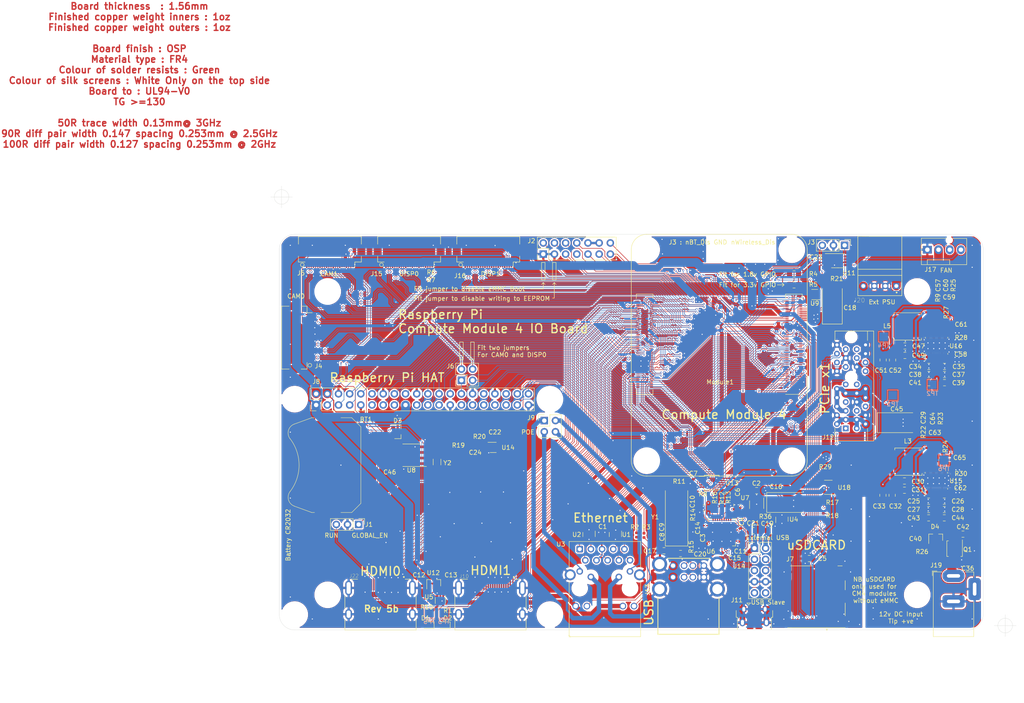
<source format=kicad_pcb>
(kicad_pcb (version 20201002) (generator pcbnew)
  (layers (0 "F.Cu" signal) (1 "In1.Cu" power) (2 "In2.Cu" power) (31 "B.Cu" signal) (34 "B.Paste" user) (35 "F.Paste" user) (36 "B.SilkS" user "B.Silkscreen") (37 "F.SilkS" user "F.Silkscreen") (38 "B.Mask" user) (39 "F.Mask" user) (44 "Edge.Cuts" user))
  (net 0 "")
  (net 1 "GND")
  (net 2 "Net-(BT1-Pad1)")
  (net 3 "Net-(C1-Pad1)")
  (net 4 "Net-(C8-Pad1)")
  (net 5 "Net-(C9-Pad1)")
  (net 6 "/CM4_HighSpeed/HDMI_5v")
  (net 7 "Net-(C24-Pad1)")
  (net 8 "/RTC , Wakeup, FAN/nRTC_INT")
  (net 9 "Net-(C29-Pad2)")
  (net 10 "Net-(C29-Pad1)")
  (net 11 "/PCIe-connector/+3.3v")
  (net 12 "/+12v")
  (net 13 "Net-(C36-Pad1)")
  (net 14 "/CM4_HighSpeed/CAM0_D0_N")
  (net 15 "/CM4_HighSpeed/CAM0_D0_P")
  (net 16 "/CM4_HighSpeed/CAM0_D1_N")
  (net 17 "/CM4_HighSpeed/CAM0_D1_P")
  (net 18 "/CM4_HighSpeed/CAM0_C_N")
  (net 19 "/CM4_HighSpeed/CAM0_C_P")
  (net 20 "/SDA0")
  (net 21 "/SCL0")
  (net 22 "/CM4_HighSpeed/CAM1_D3_P")
  (net 23 "/CM4_HighSpeed/CAM1_D3_N")
  (net 24 "/CM4_HighSpeed/CAM1_D2_P")
  (net 25 "/CM4_HighSpeed/CAM1_D2_N")
  (net 26 "/CM4_HighSpeed/CAM1_C_P")
  (net 27 "/CM4_HighSpeed/CAM1_C_N")
  (net 28 "/CM4_HighSpeed/CAM1_D1_P")
  (net 29 "/CM4_HighSpeed/CAM1_D1_N")
  (net 30 "/CM4_HighSpeed/CAM1_D0_P")
  (net 31 "/CM4_HighSpeed/CAM1_D0_N")
  (net 32 "/CM4_HighSpeed/DSI0_D0_N")
  (net 33 "/CM4_HighSpeed/DSI0_D0_P")
  (net 34 "/CM4_HighSpeed/DSI0_D1_N")
  (net 35 "/CM4_HighSpeed/DSI0_D1_P")
  (net 36 "/CM4_HighSpeed/DSI0_C_N")
  (net 37 "/CM4_HighSpeed/DSI0_C_P")
  (net 38 "/CM4_HighSpeed/DSI1_D3_P")
  (net 39 "/CM4_HighSpeed/DSI1_D3_N")
  (net 40 "/CM4_HighSpeed/DSI1_D2_P")
  (net 41 "/CM4_HighSpeed/DSI1_D2_N")
  (net 42 "/CM4_HighSpeed/DSI1_C_P")
  (net 43 "/CM4_HighSpeed/DSI1_C_N")
  (net 44 "/CM4_HighSpeed/DSI1_D1_P")
  (net 45 "/CM4_HighSpeed/DSI1_D1_N")
  (net 46 "/CM4_HighSpeed/DSI1_D0_P")
  (net 47 "/CM4_HighSpeed/DSI1_D0_N")
  (net 48 "/CM4_GPIO ( Ethernet, GPIO, SDCARD)/SD_DAT1")
  (net 49 "Net-(J7-Pad9)")
  (net 50 "/CM4_GPIO ( Ethernet, GPIO, SDCARD)/SD_DAT0")
  (net 51 "/CM4_GPIO ( Ethernet, GPIO, SDCARD)/SD_CLK")
  (net 52 "/CM4_GPIO ( Ethernet, GPIO, SDCARD)/SD_CMD")
  (net 53 "/CM4_GPIO ( Ethernet, GPIO, SDCARD)/SD_DAT3")
  (net 54 "/CM4_GPIO ( Ethernet, GPIO, SDCARD)/SD_DAT2")
  (net 55 "Net-(J7-Pad10)")
  (net 56 "/CM4_GPIO ( Ethernet, GPIO, SDCARD)/GPIO2")
  (net 57 "/CM4_GPIO ( Ethernet, GPIO, SDCARD)/GPIO3")
  (net 58 "/CM4_GPIO ( Ethernet, GPIO, SDCARD)/GPIO4")
  (net 59 "/CM4_GPIO ( Ethernet, GPIO, SDCARD)/GPIO14")
  (net 60 "/CM4_GPIO ( Ethernet, GPIO, SDCARD)/GPIO15")
  (net 61 "/CM4_GPIO ( Ethernet, GPIO, SDCARD)/GPIO17")
  (net 62 "/CM4_GPIO ( Ethernet, GPIO, SDCARD)/GPIO18")
  (net 63 "/CM4_GPIO ( Ethernet, GPIO, SDCARD)/GPIO27")
  (net 64 "/CM4_GPIO ( Ethernet, GPIO, SDCARD)/GPIO22")
  (net 65 "/CM4_GPIO ( Ethernet, GPIO, SDCARD)/GPIO23")
  (net 66 "/CM4_GPIO ( Ethernet, GPIO, SDCARD)/GPIO24")
  (net 67 "/CM4_GPIO ( Ethernet, GPIO, SDCARD)/GPIO10")
  (net 68 "/CM4_GPIO ( Ethernet, GPIO, SDCARD)/GPIO9")
  (net 69 "/CM4_GPIO ( Ethernet, GPIO, SDCARD)/GPIO25")
  (net 70 "/CM4_GPIO ( Ethernet, GPIO, SDCARD)/GPIO11")
  (net 71 "/CM4_GPIO ( Ethernet, GPIO, SDCARD)/GPIO8")
  (net 72 "/CM4_GPIO ( Ethernet, GPIO, SDCARD)/GPIO7")
  (net 73 "/CM4_GPIO ( Ethernet, GPIO, SDCARD)/GPIO5")
  (net 74 "/CM4_GPIO ( Ethernet, GPIO, SDCARD)/GPIO6")
  (net 75 "/CM4_GPIO ( Ethernet, GPIO, SDCARD)/GPIO12")
  (net 76 "/CM4_GPIO ( Ethernet, GPIO, SDCARD)/GPIO13")
  (net 77 "/CM4_GPIO ( Ethernet, GPIO, SDCARD)/GPIO16")
  (net 78 "/CM4_GPIO ( Ethernet, GPIO, SDCARD)/GPIO26")
  (net 79 "/CM4_GPIO ( Ethernet, GPIO, SDCARD)/GPIO20")
  (net 80 "/CM4_GPIO ( Ethernet, GPIO, SDCARD)/GPIO21")
  (net 81 "/CM4_GPIO ( Ethernet, GPIO, SDCARD)/TR1_TAP")
  (net 82 "/CM4_GPIO ( Ethernet, GPIO, SDCARD)/TR0_TAP")
  (net 83 "/CM4_GPIO ( Ethernet, GPIO, SDCARD)/TR3_TAP")
  (net 84 "/CM4_GPIO ( Ethernet, GPIO, SDCARD)/TR2_TAP")
  (net 85 "/CM4_HighSpeed/HDMI1_D2_P")
  (net 86 "/CM4_HighSpeed/HDMI1_D2_N")
  (net 87 "/CM4_HighSpeed/HDMI1_D1_P")
  (net 88 "/CM4_HighSpeed/HDMI1_D1_N")
  (net 89 "/CM4_HighSpeed/HDMI1_D0_P")
  (net 90 "/CM4_HighSpeed/HDMI1_D0_N")
  (net 91 "/CM4_HighSpeed/HDMI1_CK_P")
  (net 92 "/CM4_HighSpeed/HDMI1_CK_N")
  (net 93 "/CM4_HighSpeed/HDMI1_CEC")
  (net 94 "Net-(J10-Pad14)")
  (net 95 "/CM4_HighSpeed/HDMI1_SCL")
  (net 96 "/CM4_HighSpeed/HDMI1_SDA")
  (net 97 "/CM4_HighSpeed/HDMI1_HOTPLUG")
  (net 98 "Net-(J11-Pad1)")
  (net 99 "Net-(J12-PadA1)")
  (net 100 "Net-(J12-PadA7)")
  (net 101 "Net-(J12-PadB5)")
  (net 102 "Net-(J12-PadB6)")
  (net 103 "Net-(J12-PadB11)")
  (net 104 "Net-(J12-PadB17)")
  (net 105 "/USB2-HUB/HD2_N")
  (net 106 "/USB2-HUB/HD2_P")
  (net 107 "/USB2-HUB/HD1_N")
  (net 108 "/USB2-HUB/HD1_P")
  (net 109 "/USB2-HUB/HD3_P")
  (net 110 "/USB2-HUB/HD3_N")
  (net 111 "/USB2-HUB/HD4_P")
  (net 112 "/USB2-HUB/HD4_N")
  (net 113 "Net-(J17-Pad3)")
  (net 114 "Net-(J17-Pad4)")
  (net 115 "/CM4_HighSpeed/HDMI0_HOTPLUG")
  (net 116 "/CM4_HighSpeed/HDMI0_SDA")
  (net 117 "/CM4_HighSpeed/HDMI0_SCL")
  (net 118 "Net-(J22-Pad14)")
  (net 119 "/CM4_HighSpeed/HDMI0_CEC")
  (net 120 "/CM4_HighSpeed/HDMI0_CK_N")
  (net 121 "/CM4_HighSpeed/HDMI0_CK_P")
  (net 122 "/CM4_HighSpeed/HDMI0_D0_N")
  (net 123 "/CM4_HighSpeed/HDMI0_D0_P")
  (net 124 "/CM4_HighSpeed/HDMI0_D1_N")
  (net 125 "/CM4_HighSpeed/HDMI0_D1_P")
  (net 126 "/CM4_HighSpeed/HDMI0_D2_N")
  (net 127 "/CM4_HighSpeed/HDMI0_D2_P")
  (net 128 "Net-(L3-Pad1)")
  (net 129 "Net-(L5-Pad1)")
  (net 130 "/CM4_GPIO ( Ethernet, GPIO, SDCARD)/TRD1_P")
  (net 131 "/CM4_GPIO ( Ethernet, GPIO, SDCARD)/TRD3_N")
  (net 132 "/CM4_GPIO ( Ethernet, GPIO, SDCARD)/TRD1_N")
  (net 133 "/CM4_GPIO ( Ethernet, GPIO, SDCARD)/TRD2_N")
  (net 134 "/CM4_GPIO ( Ethernet, GPIO, SDCARD)/TRD0_N")
  (net 135 "/CM4_GPIO ( Ethernet, GPIO, SDCARD)/TRD2_P")
  (net 136 "/CM4_GPIO ( Ethernet, GPIO, SDCARD)/TRD0_P")
  (net 137 "/CM4_GPIO ( Ethernet, GPIO, SDCARD)/ETH_LEDG")
  (net 138 "/CM4_GPIO ( Ethernet, GPIO, SDCARD)/ETH_LEDY")
  (net 139 "Net-(Module1-Pad19)")
  (net 140 "Net-(Module1-Pad68)")
  (net 141 "Net-(Module1-Pad70)")
  (net 142 "Net-(Module1-Pad72)")
  (net 143 "Net-(Module1-Pad73)")
  (net 144 "/CM4_GPIO ( Ethernet, GPIO, SDCARD)/nPWR_LED")
  (net 145 "/nEXTRST")
  (net 146 "/USB2_N")
  (net 147 "Net-(Module1-Pad104)")
  (net 148 "/USB2_P")
  (net 149 "Net-(Module1-Pad106)")
  (net 150 "Net-(D2-Pad1)")
  (net 151 "Net-(R2-Pad1)")
  (net 152 "Net-(R3-Pad1)")
  (net 153 "Net-(D1-Pad1)")
  (net 154 "Net-(R10-Pad2)")
  (net 155 "Net-(R12-Pad1)")
  (net 156 "Net-(R13-Pad1)")
  (net 157 "Net-(R14-Pad1)")
  (net 158 "Net-(R15-Pad2)")
  (net 159 "Net-(R16-Pad1)")
  (net 160 "Net-(U6-Pad11)")
  (net 161 "/USB2-HUB/PWR1")
  (net 162 "/USB2-HUB/nOCS1")
  (net 163 "Net-(U6-Pad14)")
  (net 164 "Net-(U6-Pad34)")
  (net 165 "Net-(U11-Pad7)")
  (net 166 "Net-(U11-Pad8)")
  (net 167 "/CM4_GPIO ( Ethernet, GPIO, SDCARD)/TRD3_P")
  (net 168 "Net-(J14-Pad10)")
  (net 169 "Net-(J14-Pad9)")
  (net 170 "/CM4_GPIO ( Ethernet, GPIO, SDCARD)/WL_nDis")
  (net 171 "/CM4_GPIO ( Ethernet, GPIO, SDCARD)/GPIO19")
  (net 172 "/+3.3v")
  (net 173 "/USB2-HUB/USBD_P")
  (net 174 "/USB2-HUB/USBD_N")
  (net 175 "/USB2-HUB/USBH_N")
  (net 176 "/USB2-HUB/USBH_P")
  (net 177 "/CM4_GPIO ( Ethernet, GPIO, SDCARD)/SD_PWR")
  (net 178 "/USBOTG")
  (net 179 "/CM4_GPIO ( Ethernet, GPIO, SDCARD)/SD_PWR_ON")
  (net 180 "Net-(U18-Pad3)")
  (net 181 "Net-(R36-Pad1)")
  (net 182 "/CAM_GPIO")
  (net 183 "/ID_SC")
  (net 184 "/ID_SD")
  (net 185 "/PCIE_nRST")
  (net 186 "/PCIE_CLK_P")
  (net 187 "/PCIE_CLK_N")
  (net 188 "/PCIE_RX_P")
  (net 189 "/PCIE_RX_N")
  (net 190 "/PCIE_CLK_nREQ")
  (net 191 "/PCIE_TX_P")
  (net 192 "/PCIE_TX_N")
  (net 193 "Net-(Module1-Pad64)")
  (net 194 "Net-(Module1-Pad21)")
  (net 195 "Net-(C40-Pad2)")
  (net 196 "Net-(C57-Pad2)")
  (net 197 "Net-(C57-Pad1)")
  (net 198 "Net-(C58-Pad1)")
  (net 199 "Net-(C59-Pad1)")
  (net 200 "Net-(C60-Pad1)")
  (net 201 "Net-(C61-Pad2)")
  (net 202 "Net-(C62-Pad1)")
  (net 203 "Net-(C63-Pad1)")
  (net 204 "Net-(C64-Pad1)")
  (net 205 "Net-(C65-Pad2)")
  (net 206 "/USB2-HUB/VBUS")
  (net 207 "/CM4_HighSpeed/SCL1")
  (net 208 "/CM4_HighSpeed/SDA1")
  (net 209 "/GPIO_VREF")
  (net 210 "Net-(U4-Pad1)")
  (net 211 "Net-(U4-Pad2)")
  (net 212 "Net-(U6-Pad16)")
  (net 213 "Net-(U6-Pad18)")
  (net 214 "Net-(U6-Pad20)")
  (net 215 "/CM4_GPIO ( Ethernet, GPIO, SDCARD)/SYNC_OUT")
  (net 216 "/CM4_GPIO ( Ethernet, GPIO, SDCARD)/SYNC_IN")
  (net 217 "/CM4_GPIO ( Ethernet, GPIO, SDCARD)/AIN0")
  (net 218 "/CM4_GPIO ( Ethernet, GPIO, SDCARD)/AIN1")
  (net 219 "/CM4_GPIO ( Ethernet, GPIO, SDCARD)/+1.8v")
  (net 220 "/CM4_GPIO ( Ethernet, GPIO, SDCARD)/RUN_PG")
  (net 221 "Net-(J2-Pad13)")
  (net 222 "/CM4_GPIO ( Ethernet, GPIO, SDCARD)/EEPROM_nWP")
  (net 223 "/TV_OUT")
  (net 224 "Net-(U8-Pad7)")
  (net 225 "Net-(U8-Pad2)")
  (net 226 "Net-(U8-Pad1)")
  (net 227 "/+5v")
  (net 228 "/GLOBAL_EN")
  (net 229 "/CM4_GPIO ( Ethernet, GPIO, SDCARD)/nRPIBOOT")
  (net 230 "Net-(J4-Pad18)")
  (net 231 "Net-(J4-Pad15)")
  (net 232 "Net-(J4-Pad14)")
  (net 233 "Net-(J4-Pad12)")
  (net 234 "Net-(J4-Pad11)")
  (net 235 "Net-(J5-Pad18)")
  (net 236 "Net-(J15-Pad18)")
  (net 237 "Net-(J15-Pad17)")
  (net 238 "Net-(J15-Pad15)")
  (net 239 "Net-(J15-Pad14)")
  (net 240 "Net-(J15-Pad12)")
  (net 241 "Net-(J15-Pad11)")
  (net 242 "Net-(J16-Pad18)")
  (net 243 "Net-(J16-Pad17)")
  (net 244 "/CM4_GPIO ( Ethernet, GPIO, SDCARD)/BT_nDis")
  (net 245 "Net-(J11-Pad4)")
  (net 246 "/CM4_GPIO ( Ethernet, GPIO, SDCARD)/Reserved")
  (net 247 "Net-(C46-Pad1)")
  (module "Battery:BatteryHolder_Keystone_3034_1x20mm" (layer "F.Cu") (at 90 122.5 -90)
    (fp_text reference "BT1" (at -10.4 -8.7) (layer "F.SilkS"))
    (fp_text value "Battery_Cell")
    (pad "1" smd rect (at -10.985 0 270) (size 1.27 5.08) (layers "F.Cu" "F.Paste" "F.Mask") (net 2 "Net-(BT1-Pad1)"))
    (pad "1" smd rect (at 10.985 0 270) (size 1.27 5.08) (layers "F.Cu" "F.Paste" "F.Mask") (net 2 "Net-(BT1-Pad1)"))
    (pad "2" smd rect (at 0 0 270) (size 3.96 3.96) (layers "F.Cu" "F.Paste" "F.Mask") (net 1 "GND"))
  )
  (module "Capacitor_SMD:C_0402_1005Metric" (layer "F.Cu") (at 152.3 138.3 90)
    (fp_text reference "C1" (at 1.8 0.2 180) (layer "F.SilkS"))
    (fp_text value "100n")
    (pad "1" smd roundrect (at -0.485 0 90) (size 0.59 0.64) (layers "F.Cu" "F.Paste" "F.Mask") (net 3 "Net-(C1-Pad1)"))
    (pad "2" smd roundrect (at 0.485 0 90) (size 0.59 0.64) (layers "F.Cu" "F.Paste" "F.Mask") (net 1 "GND"))
  )
  (module "Capacitor_SMD:C_0805_2012Metric" (layer "F.Cu") (at 199.45 143.75 180)
    (fp_text reference "C5" (at -3 0) (layer "F.SilkS"))
    (fp_text value "10u")
    (pad "1" smd roundrect (at -0.9375 0 180) (size 0.975 1.4) (layers "F.Cu" "F.Paste" "F.Mask") (net 177 "/CM4_GPIO ( Ethernet, GPIO, SDCARD)/SD_PWR"))
    (pad "2" smd roundrect (at 0.9375 0 180) (size 0.975 1.4) (layers "F.Cu" "F.Paste" "F.Mask") (net 1 "GND"))
  )
  (module "Capacitor_SMD:C_0402_1005Metric" (layer "F.Cu") (at 111.55 149.5 90)
    (fp_text reference "C12" (at 2 -0.8 180) (layer "F.SilkS"))
    (fp_text value "100n")
    (pad "1" smd roundrect (at -0.485 0 90) (size 0.59 0.64) (layers "F.Cu" "F.Paste" "F.Mask") (net 227 "/+5v"))
    (pad "2" smd roundrect (at 0.485 0 90) (size 0.59 0.64) (layers "F.Cu" "F.Paste" "F.Mask") (net 1 "GND"))
  )
  (module "Capacitor_SMD:C_0402_1005Metric" (layer "F.Cu") (at 117 149.6 90)
    (fp_text reference "C13" (at 2.1 1 180) (layer "F.SilkS"))
    (fp_text value "100n")
    (pad "1" smd roundrect (at -0.485 0 90) (size 0.59 0.64) (layers "F.Cu" "F.Paste" "F.Mask") (net 6 "/CM4_HighSpeed/HDMI_5v"))
    (pad "2" smd roundrect (at 0.485 0 90) (size 0.59 0.64) (layers "F.Cu" "F.Paste" "F.Mask") (net 1 "GND"))
  )
  (module "Capacitor_SMD:C_0402_1005Metric" (layer "F.Cu") (at 201.7 76.9 -90)
    (fp_text reference "C23" (at -1.7 0.7 180) (layer "F.SilkS"))
    (fp_text value "100n")
    (pad "1" smd roundrect (at -0.485 0 270) (size 0.59 0.64) (layers "F.Cu" "F.Paste" "F.Mask") (net 172 "/+3.3v"))
    (pad "2" smd roundrect (at 0.485 0 270) (size 0.59 0.64) (layers "F.Cu" "F.Paste" "F.Mask") (net 1 "GND"))
  )
  (module "Capacitor_SMD:C_0402_1005Metric" (layer "F.Cu") (at 233.6 144.8)
    (fp_text reference "C36" (at 1.9 1.2) (layer "F.SilkS"))
    (fp_text value "100n 100v")
    (pad "1" smd roundrect (at -0.485 0) (size 0.59 0.64) (layers "F.Cu" "F.Paste" "F.Mask") (net 13 "Net-(C36-Pad1)"))
    (pad "2" smd roundrect (at 0.485 0) (size 0.59 0.64) (layers "F.Cu" "F.Paste" "F.Mask") (net 1 "GND"))
  )
  (module "Capacitor_SMD:C_0805_2012Metric" (layer "F.Cu") (at 221.2 95.4)
    (fp_text reference "C47" (at 3.1 0.05) (layer "F.SilkS"))
    (fp_text value "10u")
    (pad "1" smd roundrect (at -0.9375 0) (size 0.975 1.4) (layers "F.Cu" "F.Paste" "F.Mask") (net 227 "/+5v"))
    (pad "2" smd roundrect (at 0.9375 0) (size 0.975 1.4) (layers "F.Cu" "F.Paste" "F.Mask") (net 1 "GND"))
  )
  (module "Capacitor_SMD:C_0805_2012Metric" (layer "F.Cu") (at 221.2 97.55)
    (fp_text reference "C49" (at 3.05 0) (layer "F.SilkS"))
    (fp_text value "10u")
    (pad "1" smd roundrect (at -0.9375 0) (size 0.975 1.4) (layers "F.Cu" "F.Paste" "F.Mask") (net 227 "/+5v"))
    (pad "2" smd roundrect (at 0.9375 0) (size 0.975 1.4) (layers "F.Cu" "F.Paste" "F.Mask") (net 1 "GND"))
  )
  (module "Capacitor_SMD:C_0805_2012Metric" (layer "F.Cu") (at 216.25 98.5875 -90)
    (fp_text reference "C51" (at 2.3625 0.45 180) (layer "F.SilkS"))
    (fp_text value "10u")
    (pad "1" smd roundrect (at -0.9375 0 270) (size 0.975 1.4) (layers "F.Cu" "F.Paste" "F.Mask") (net 227 "/+5v"))
    (pad "2" smd roundrect (at 0.9375 0 270) (size 0.975 1.4) (layers "F.Cu" "F.Paste" "F.Mask") (net 1 "GND"))
  )
  (module "Capacitor_SMD:C_0805_2012Metric" (layer "F.Cu") (at 218.4 98.6 -90)
    (fp_text reference "C52" (at 2.35 -0.6 180) (layer "F.SilkS"))
    (fp_text value "10u")
    (pad "1" smd roundrect (at -0.9375 0 270) (size 0.975 1.4) (layers "F.Cu" "F.Paste" "F.Mask") (net 227 "/+5v"))
    (pad "2" smd roundrect (at 0.9375 0 270) (size 0.975 1.4) (layers "F.Cu" "F.Paste" "F.Mask") (net 1 "GND"))
  )
  (module "CM4IO:Hirose_FH12-22S-0.5SH_1x22-1MP_P0.50mm_Horizontal" (layer "F.Cu") (at 90.5 75 180)
    (fp_text reference "J5" (at 6.575 -3.825) (layer "F.SilkS"))
    (fp_text value "Conn_01x22_Female")
    (pad "1" smd rect (at 5.25 -1.85 180) (size 0.3 1.3) (layers "F.Cu" "F.Paste" "F.Mask") (net 1 "GND"))
    (pad "2" smd rect (at 4.75 -1.85 180) (size 0.3 1.3) (layers "F.Cu" "F.Paste" "F.Mask") (net 31 "/CM4_HighSpeed/CAM1_D0_N"))
    (pad "3" smd rect (at 4.25 -1.85 180) (size 0.3 1.3) (layers "F.Cu" "F.Paste" "F.Mask") (net 30 "/CM4_HighSpeed/CAM1_D0_P"))
    (pad "4" smd rect (at 3.75 -1.85 180) (size 0.3 1.3) (layers "F.Cu" "F.Paste" "F.Mask") (net 1 "GND"))
    (pad "5" smd rect (at 3.25 -1.85 180) (size 0.3 1.3) (layers "F.Cu" "F.Paste" "F.Mask") (net 29 "/CM4_HighSpeed/CAM1_D1_N"))
    (pad "6" smd rect (at 2.75 -1.85 180) (size 0.3 1.3) (layers "F.Cu" "F.Paste" "F.Mask") (net 28 "/CM4_HighSpeed/CAM1_D1_P"))
    (pad "7" smd rect (at 2.25 -1.85 180) (size 0.3 1.3) (layers "F.Cu" "F.Paste" "F.Mask") (net 1 "GND"))
    (pad "8" smd rect (at 1.75 -1.85 180) (size 0.3 1.3) (layers "F.Cu" "F.Paste" "F.Mask") (net 27 "/CM4_HighSpeed/CAM1_C_N"))
    (pad "9" smd rect (at 1.25 -1.85 180) (size 0.3 1.3) (layers "F.Cu" "F.Paste" "F.Mask") (net 26 "/CM4_HighSpeed/CAM1_C_P"))
    (pad "10" smd rect (at 0.75 -1.85 180) (size 0.3 1.3) (layers "F.Cu" "F.Paste" "F.Mask") (net 1 "GND"))
    (pad "11" smd rect (at 0.25 -1.85 180) (size 0.3 1.3) (layers "F.Cu" "F.Paste" "F.Mask") (net 25 "/CM4_HighSpeed/CAM1_D2_N"))
    (pad "12" smd rect (at -0.25 -1.85 180) (size 0.3 1.3) (layers "F.Cu" "F.Paste" "F.Mask") (net 24 "/CM4_HighSpeed/CAM1_D2_P"))
    (pad "13" smd rect (at -0.75 -1.85 180) (size 0.3 1.3) (layers "F.Cu" "F.Paste" "F.Mask") (net 1 "GND"))
    (pad "14" smd rect (at -1.25 -1.85 180) (size 0.3 1.3) (layers "F.Cu" "F.Paste" "F.Mask") (net 23 "/CM4_HighSpeed/CAM1_D3_N"))
    (pad "15" smd rect (at -1.75 -1.85 180) (size 0.3 1.3) (layers "F.Cu" "F.Paste" "F.Mask") (net 22 "/CM4_HighSpeed/CAM1_D3_P"))
    (pad "16" smd rect (at -2.25 -1.85 180) (size 0.3 1.3) (layers "F.Cu" "F.Paste" "F.Mask") (net 1 "GND"))
    (pad "17" smd rect (at -2.75 -1.85 180) (size 0.3 1.3) (layers "F.Cu" "F.Paste" "F.Mask") (net 182 "/CAM_GPIO"))
    (pad "18" smd rect (at -3.25 -1.85 180) (size 0.3 1.3) (layers "F.Cu" "F.Paste" "F.Mask") (net 235 "Net-(J5-Pad18)"))
    (pad "19" smd rect (at -3.75 -1.85 180) (size 0.3 1.3) (layers "F.Cu" "F.Paste" "F.Mask") (net 1 "GND"))
    (pad "20" smd rect (at -4.25 -1.85 180) (size 0.3 1.3) (layers "F.Cu" "F.Paste" "F.Mask") (net 21 "/SCL0"))
    (pad "21" smd rect (at -4.75 -1.85 180) (size 0.3 1.3) (layers "F.Cu" "F.Paste" "F.Mask") (net 20 "/SDA0"))
    (pad "22" smd rect (at -5.25 -1.85 180) (size 0.3 1.3) (layers "F.Cu" "F.Paste" "F.Mask") (net 172 "/+3.3v"))
    (pad "MP" smd rect (at 7.15 1.4 180) (size 1.8 2.2) (layers "F.Cu" "F.Paste" "F.Mask"))
    (pad "MP" smd rect (at -7.15 1.4 180) (size 1.8 2.2) (layers "F.Cu" "F.Paste" "F.Mask"))
  )
  (module "CM4IO:Hirose_FH12-22S-0.5SH_1x22-1MP_P0.50mm_Horizontal" (layer "F.Cu") (at 126.5 75 180)
    (fp_text reference "J16" (at 6.425 -4.425) (layer "F.SilkS"))
    (fp_text value "Conn_01x22_Female")
    (pad "1" smd rect (at 5.25 -1.85 180) (size 0.3 1.3) (layers "F.Cu" "F.Paste" "F.Mask") (net 1 "GND"))
    (pad "2" smd rect (at 4.75 -1.85 180) (size 0.3 1.3) (layers "F.Cu" "F.Paste" "F.Mask") (net 47 "/CM4_HighSpeed/DSI1_D0_N"))
    (pad "3" smd rect (at 4.25 -1.85 180) (size 0.3 1.3) (layers "F.Cu" "F.Paste" "F.Mask") (net 46 "/CM4_HighSpeed/DSI1_D0_P"))
    (pad "4" smd rect (at 3.75 -1.85 180) (size 0.3 1.3) (layers "F.Cu" "F.Paste" "F.Mask") (net 1 "GND"))
    (pad "5" smd rect (at 3.25 -1.85 180) (size 0.3 1.3) (layers "F.Cu" "F.Paste" "F.Mask") (net 45 "/CM4_HighSpeed/DSI1_D1_N"))
    (pad "6" smd rect (at 2.75 -1.85 180) (size 0.3 1.3) (layers "F.Cu" "F.Paste" "F.Mask") (net 44 "/CM4_HighSpeed/DSI1_D1_P"))
    (pad "7" smd rect (at 2.25 -1.85 180) (size 0.3 1.3) (layers "F.Cu" "F.Paste" "F.Mask") (net 1 "GND"))
    (pad "8" smd rect (at 1.75 -1.85 180) (size 0.3 1.3) (layers "F.Cu" "F.Paste" "F.Mask") (net 43 "/CM4_HighSpeed/DSI1_C_N"))
    (pad "9" smd rect (at 1.25 -1.85 180) (size 0.3 1.3) (layers "F.Cu" "F.Paste" "F.Mask") (net 42 "/CM4_HighSpeed/DSI1_C_P"))
    (pad "10" smd rect (at 0.75 -1.85 180) (size 0.3 1.3) (layers "F.Cu" "F.Paste" "F.Mask") (net 1 "GND"))
    (pad "11" smd rect (at 0.25 -1.85 180) (size 0.3 1.3) (layers "F.Cu" "F.Paste" "F.Mask") (net 41 "/CM4_HighSpeed/DSI1_D2_N"))
    (pad "12" smd rect (at -0.25 -1.85 180) (size 0.3 1.3) (layers "F.Cu" "F.Paste" "F.Mask") (net 40 "/CM4_HighSpeed/DSI1_D2_P"))
    (pad "13" smd rect (at -0.75 -1.85 180) (size 0.3 1.3) (layers "F.Cu" "F.Paste" "F.Mask") (net 1 "GND"))
    (pad "14" smd rect (at -1.25 -1.85 180) (size 0.3 1.3) (layers "F.Cu" "F.Paste" "F.Mask") (net 39 "/CM4_HighSpeed/DSI1_D3_N"))
    (pad "15" smd rect (at -1.75 -1.85 180) (size 0.3 1.3) (layers "F.Cu" "F.Paste" "F.Mask") (net 38 "/CM4_HighSpeed/DSI1_D3_P"))
    (pad "16" smd rect (at -2.25 -1.85 180) (size 0.3 1.3) (layers "F.Cu" "F.Paste" "F.Mask") (net 1 "GND"))
    (pad "17" smd rect (at -2.75 -1.85 180) (size 0.3 1.3) (layers "F.Cu" "F.Paste" "F.Mask") (net 243 "Net-(J16-Pad17)"))
    (pad "18" smd rect (at -3.25 -1.85 180) (size 0.3 1.3) (layers "F.Cu" "F.Paste" "F.Mask") (net 242 "Net-(J16-Pad18)"))
    (pad "19" smd rect (at -3.75 -1.85 180) (size 0.3 1.3) (layers "F.Cu" "F.Paste" "F.Mask") (net 1 "GND"))
    (pad "20" smd rect (at -4.25 -1.85 180) (size 0.3 1.3) (layers "F.Cu" "F.Paste" "F.Mask") (net 21 "/SCL0"))
    (pad "21" smd rect (at -4.75 -1.85 180) (size 0.3 1.3) (layers "F.Cu" "F.Paste" "F.Mask") (net 20 "/SDA0"))
    (pad "22" smd rect (at -5.25 -1.85 180) (size 0.3 1.3) (layers "F.Cu" "F.Paste" "F.Mask") (net 172 "/+3.3v"))
    (pad "MP" smd rect (at 7.15 1.4 180) (size 1.8 2.2) (layers "F.Cu" "F.Paste" "F.Mask"))
    (pad "MP" smd rect (at -7.15 1.4 180) (size 1.8 2.2) (layers "F.Cu" "F.Paste" "F.Mask"))
  )
  (module "Connector_PinHeader_2.54mm:PinHeader_1x03_P2.54mm_Vertical" (layer "F.Cu") (at 97.04 136 -90)
    (fp_text reference "J1" (at 0 -2.33) (layer "F.SilkS"))
    (fp_text value "Conn_01x03")
    (pad "1" thru_hole rect (at 0 0 270) (size 1.7 1.7) (drill 1) (layers *.Cu *.Mask) (net 228 "/GLOBAL_EN"))
    (pad "2" thru_hole oval (at 0 2.54) (size 1.7 1.7) (drill 1) (layers *.Cu *.Mask) (net 1 "GND"))
    (pad "3" thru_hole oval (at 0 5.08 270) (size 1.7 1.7) (drill 1) (layers *.Cu *.Mask) (net 220 "/CM4_GPIO ( Ethernet, GPIO, SDCARD)/RUN_PG"))
  )
  (module "Resistor_SMD:R_0402_1005Metric" (layer "F.Cu") (at 113.6 156.4 90)
    (fp_text reference "R10" (at 1.6 -1.1 180) (layer "F.SilkS"))
    (fp_text value "1k")
    (pad "1" smd roundrect (at -0.485 0 90) (size 0.59 0.64) (layers "F.Cu" "F.Paste" "F.Mask") (net 153 "Net-(D1-Pad1)"))
    (pad "2" smd roundrect (at 0.485 0 90) (size 0.59 0.64) (layers "F.Cu" "F.Paste" "F.Mask") (net 154 "Net-(R10-Pad2)"))
  )
  (module "Resistor_SMD:R_0402_1005Metric" (layer "F.Cu") (at 171.8 126.2 -90)
    (fp_text reference "R11" (at 0 1.9 180) (layer "F.SilkS"))
    (fp_text value "2.2K 1%")
    (pad "1" smd roundrect (at -0.485 0 270) (size 0.59 0.64) (layers "F.Cu" "F.Paste" "F.Mask") (net 178 "/USBOTG"))
    (pad "2" smd roundrect (at 0.485 0 270) (size 0.59 0.64) (layers "F.Cu" "F.Paste" "F.Mask") (net 1 "GND"))
  )
  (module "Resistor_SMD:R_0402_1005Metric" (layer "F.Cu") (at 205.9 78.7 180)
    (fp_text reference "R21" (at 0.2 -1.4) (layer "F.SilkS"))
    (fp_text value "36K 1%")
    (pad "1" smd roundrect (at -0.485 0 180) (size 0.59 0.64) (layers "F.Cu" "F.Paste" "F.Mask") (net 113 "Net-(J17-Pad3)"))
    (pad "2" smd roundrect (at 0.485 0 180) (size 0.59 0.64) (layers "F.Cu" "F.Paste" "F.Mask") (net 172 "/+3.3v"))
  )
  (module "Package_SON:USON-10_2.5x1.0mm_P0.5mm" (layer "F.Cu") (at 155.4 138.285 -90)
    (fp_text reference "U1" (at 0.01829 -2.5 180) (layer "F.SilkS"))
    (fp_text value "TPD4EUSB30")
    (pad "1" smd rect (at -0.385 -1 180) (size 0.3 0.55) (layers "F.Cu" "F.Paste" "F.Mask") (net 167 "/CM4_GPIO ( Ethernet, GPIO, SDCARD)/TRD3_P"))
    (pad "2" smd rect (at -0.385 -0.5 180) (size 0.3 0.55) (layers "F.Cu" "F.Paste" "F.Mask") (net 131 "/CM4_GPIO ( Ethernet, GPIO, SDCARD)/TRD3_N"))
    (pad "3" smd rect (at -0.385 0 180) (size 0.4 0.55) (layers "F.Cu" "F.Paste" "F.Mask") (net 1 "GND"))
    (pad "4" smd rect (at -0.385 0.5 180) (size 0.3 0.55) (layers "F.Cu" "F.Paste" "F.Mask") (net 133 "/CM4_GPIO ( Ethernet, GPIO, SDCARD)/TRD2_N"))
    (pad "5" smd rect (at -0.385 1 180) (size 0.3 0.55) (layers "F.Cu" "F.Paste" "F.Mask") (net 135 "/CM4_GPIO ( Ethernet, GPIO, SDCARD)/TRD2_P"))
    (pad "6" smd rect (at 0.385 1 180) (size 0.3 0.55) (layers "F.Cu" "F.Paste" "F.Mask") (net 135 "/CM4_GPIO ( Ethernet, GPIO, SDCARD)/TRD2_P"))
    (pad "7" smd rect (at 0.385 0.5 180) (size 0.3 0.55) (layers "F.Cu" "F.Paste" "F.Mask") (net 133 "/CM4_GPIO ( Ethernet, GPIO, SDCARD)/TRD2_N"))
    (pad "8" smd rect (at 0.385 0 180) (size 0.4 0.55) (layers "F.Cu" "F.Paste" "F.Mask") (net 1 "GND"))
    (pad "9" smd rect (at 0.385 -0.5 180) (size 0.3 0.55) (layers "F.Cu" "F.Paste" "F.Mask") (net 131 "/CM4_GPIO ( Ethernet, GPIO, SDCARD)/TRD3_N"))
    (pad "10" smd rect (at 0.385 -1 180) (size 0.3 0.55) (layers "F.Cu" "F.Paste" "F.Mask") (net 167 "/CM4_GPIO ( Ethernet, GPIO, SDCARD)/TRD3_P"))
  )
  (module "Package_TO_SOT_SMD:SOT-23" (layer "F.Cu") (at 114.1 149.3 90)
    (fp_text reference "U12" (at 2.3 -0.1 180) (layer "F.SilkS"))
    (fp_text value "RT9742SNGV")
    (pad "1" smd rect (at -1 -0.95 90) (size 0.9 0.8) (layers "F.Cu" "F.Paste" "F.Mask") (net 227 "/+5v"))
    (pad "2" smd rect (at -1 0.95 90) (size 0.9 0.8) (layers "F.Cu" "F.Paste" "F.Mask") (net 6 "/CM4_HighSpeed/HDMI_5v"))
    (pad "3" smd rect (at 1 0 90) (size 0.9 0.8) (layers "F.Cu" "F.Paste" "F.Mask") (net 1 "GND"))
  )
  (module "Connector_PinHeader_2.54mm:PinHeader_2x20_P2.54mm_Vertical" (layer "F.Cu") (at 87.37 108.82 90)
    (fp_text reference "J8" (at 5.32 0.03 180) (layer "F.SilkS"))
    (fp_text value "THD-20-R")
    (pad "1" thru_hole rect (at 0 0 90) (size 1.7 1.7) (drill 1) (layers *.Cu *.Mask) (net 172 "/+3.3v"))
    (pad "2" thru_hole oval (at 2.54 0 90) (size 1.7 1.7) (drill 1) (layers *.Cu *.Mask) (net 227 "/+5v"))
    (pad "3" thru_hole oval (at 0 2.54 90) (size 1.7 1.7) (drill 1) (layers *.Cu *.Mask) (net 56 "/CM4_GPIO ( Ethernet, GPIO, SDCARD)/GPIO2"))
    (pad "4" thru_hole oval (at 2.54 2.54 90) (size 1.7 1.7) (drill 1) (layers *.Cu *.Mask) (net 227 "/+5v"))
    (pad "5" thru_hole oval (at 0 5.08 90) (size 1.7 1.7) (drill 1) (layers *.Cu *.Mask) (net 57 "/CM4_GPIO ( Ethernet, GPIO, SDCARD)/GPIO3"))
    (pad "6" thru_hole oval (at 2.54 5.08) (size 1.7 1.7) (drill 1) (layers *.Cu *.Mask) (net 1 "GND"))
    (pad "7" thru_hole oval (at 0 7.62 90) (size 1.7 1.7) (drill 1) (layers *.Cu *.Mask) (net 58 "/CM4_GPIO ( Ethernet, GPIO, SDCARD)/GPIO4"))
    (pad "8" thru_hole oval (at 2.54 7.62 90) (size 1.7 1.7) (drill 1) (layers *.Cu *.Mask) (net 59 "/CM4_GPIO ( Ethernet, GPIO, SDCARD)/GPIO14"))
    (pad "9" thru_hole oval (at 0 10.16) (size 1.7 1.7) (drill 1) (layers *.Cu *.Mask) (net 1 "GND"))
    (pad "10" thru_hole oval (at 2.54 10.16 90) (size 1.7 1.7) (drill 1) (layers *.Cu *.Mask) (net 60 "/CM4_GPIO ( Ethernet, GPIO, SDCARD)/GPIO15"))
    (pad "11" thru_hole oval (at 0 12.7 90) (size 1.7 1.7) (drill 1) (layers *.Cu *.Mask) (net 61 "/CM4_GPIO ( Ethernet, GPIO, SDCARD)/GPIO17"))
    (pad "12" thru_hole oval (at 2.54 12.7 90) (size 1.7 1.7) (drill 1) (layers *.Cu *.Mask) (net 62 "/CM4_GPIO ( Ethernet, GPIO, SDCARD)/GPIO18"))
    (pad "13" thru_hole oval (at 0 15.24 90) (size 1.7 1.7) (drill 1) (layers *.Cu *.Mask) (net 63 "/CM4_GPIO ( Ethernet, GPIO, SDCARD)/GPIO27"))
    (pad "14" thru_hole oval (at 2.54 15.24) (size 1.7 1.7) (drill 1) (layers *.Cu *.Mask) (net 1 "GND"))
    (pad "15" thru_hole oval (at 0 17.78 90) (size 1.7 1.7) (drill 1) (layers *.Cu *.Mask) (net 64 "/CM4_GPIO ( Ethernet, GPIO, SDCARD)/GPIO22"))
    (pad "16" thru_hole oval (at 2.54 17.78 90) (size 1.7 1.7) (drill 1) (layers *.Cu *.Mask) (net 65 "/CM4_GPIO ( Ethernet, GPIO, SDCARD)/GPIO23"))
    (pad "17" thru_hole oval (at 0 20.32 90) (size 1.7 1.7) (drill 1) (layers *.Cu *.Mask) (net 172 "/+3.3v"))
    (pad "18" thru_hole oval (at 2.54 20.32 90) (size 1.7 1.7) (drill 1) (layers *.Cu *.Mask) (net 66 "/CM4_GPIO ( Ethernet, GPIO, SDCARD)/GPIO24"))
    (pad "19" thru_hole oval (at 0 22.86 90) (size 1.7 1.7) (drill 1) (layers *.Cu *.Mask) (net 67 "/CM4_GPIO ( Ethernet, GPIO, SDCARD)/GPIO10"))
    (pad "20" thru_hole oval (at 2.54 22.86) (size 1.7 1.7) (drill 1) (layers *.Cu *.Mask) (net 1 "GND"))
    (pad "21" thru_hole oval (at 0 25.4 90) (size 1.7 1.7) (drill 1) (layers *.Cu *.Mask) (net 68 "/CM4_GPIO ( Ethernet, GPIO, SDCARD)/GPIO9"))
    (pad "22" thru_hole oval (at 2.54 25.4 90) (size 1.7 1.7) (drill 1) (layers *.Cu *.Mask) (net 69 "/CM4_GPIO ( Ethernet, GPIO, SDCARD)/GPIO25"))
    (pad "23" thru_hole oval (at 0 27.94 90) (size 1.7 1.7) (drill 1) (layers *.Cu *.Mask) (net 70 "/CM4_GPIO ( Ethernet, GPIO, SDCARD)/GPIO11"))
    (pad "24" thru_hole oval (at 2.54 27.94 90) (size 1.7 1.7) (drill 1) (layers *.Cu *.Mask) (net 71 "/CM4_GPIO ( Ethernet, GPIO, SDCARD)/GPIO8"))
    (pad "25" thru_hole oval (at 0 30.48 90) (size 1.7 1.7) (drill 1) (layers *.Cu *.Mask) (net 1 "GND"))
    (pad "26" thru_hole oval (at 2.54 30.48 90) (size 1.7 1.7) (drill 1) (layers *.Cu *.Mask) (net 72 "/CM4_GPIO ( Ethernet, GPIO, SDCARD)/GPIO7"))
    (pad "27" thru_hole oval (at 0 33.02 90) (size 1.7 1.7) (drill 1) (layers *.Cu *.Mask) (net 184 "/ID_SD"))
    (pad "28" thru_hole oval (at 2.54 33.02 90) (size 1.7 1.7) (drill 1) (layers *.Cu *.Mask) (net 183 "/ID_SC"))
    (pad "29" thru_hole oval (at 0 35.56 90) (size 1.7 1.7) (drill 1) (layers *.Cu *.Mask) (net 73 "/CM4_GPIO ( Ethernet, GPIO, SDCARD)/GPIO5"))
    (pad "30" thru_hole oval (at 2.54 35.56 90) (size 1.7 1.7) (drill 1) (layers *.Cu *.Mask) (net 1 "GND"))
    (pad "31" thru_hole oval (at 0 38.1 90) (size 1.7 1.7) (drill 1) (layers *.Cu *.Mask) (net 74 "/CM4_GPIO ( Ethernet, GPIO, SDCARD)/GPIO6"))
    (pad "32" thru_hole oval (at 2.54 38.1 90) (size 1.7 1.7) (drill 1) (layers *.Cu *.Mask) (net 75 "/CM4_GPIO ( Ethernet, GPIO, SDCARD)/GPIO12"))
    (pad "33" thru_hole oval (at 0 40.64 90) (size 1.7 1.7) (drill 1) (layers *.Cu *.Mask) (net 76 "/CM4_GPIO ( Ethernet, GPIO, SDCARD)/GPIO13"))
    (pad "34" thru_hole oval (at 2.54 40.64) (size 1.7 1.7) (drill 1) (layers *.Cu *.Mask) (net 1 "GND"))
    (pad "35" thru_hole oval (at 0 43.18 90) (size 1.7 1.7) (drill 1) (layers *.Cu *.Mask) (net 171 "/CM4_GPIO ( Ethernet, GPIO, SDCARD)/GPIO19"))
    (pad "36" thru_hole oval (at 2.54 43.18 90) (size 1.7 1.7) (drill 1) (layers *.Cu *.Mask) (net 77 "/CM4_GPIO ( Ethernet, GPIO, SDCARD)/GPIO16"))
    (pad "37" thru_hole oval (at 0 45.72 90) (size 1.7 1.7) (drill 1) (layers *.Cu *.Mask) (net 78 "/CM4_GPIO ( Ethernet, GPIO, SDCARD)/GPIO26"))
    (pad "38" thru_hole oval (at 2.54 45.72 90) (size 1.7 1.7) (drill 1) (layers *.Cu *.Mask) (net 79 "/CM4_GPIO ( Ethernet, GPIO, SDCARD)/GPIO20"))
    (pad "39" thru_hole oval (at 0 48.26) (size 1.7 1.7) (drill 1) (layers *.Cu *.Mask) (net 1 "GND"))
    (pad "40" thru_hole oval (at 2.54 48.26 90) (size 1.7 1.7) (drill 1) (layers *.Cu *.Mask) (net 80 "/CM4_GPIO ( Ethernet, GPIO, SDCARD)/GPIO21"))
  )
  (module "Connector_PinHeader_2.54mm:PinHeader_2x05_P2.54mm_Vertical" (layer "F.Cu") (at 187 141.4)
    (fp_text reference "J14" (at -3.4 4.125) (layer "F.SilkS"))
    (fp_text value "Conn_02x05_Odd_Even")
    (pad "1" thru_hole rect (at 0 0) (size 1.7 1.7) (drill 1) (layers *.Cu *.Mask) (net 206 "/USB2-HUB/VBUS"))
    (pad "2" thru_hole oval (at 2.54 0) (size 1.7 1.7) (drill 1) (layers *.Cu *.Mask) (net 206 "/USB2-HUB/VBUS"))
    (pad "3" thru_hole oval (at 0 2.54) (size 1.7 1.7) (drill 1) (layers *.Cu *.Mask) (net 110 "/USB2-HUB/HD3_N"))
    (pad "4" thru_hole oval (at 2.54 2.54) (size 1.7 1.7) (drill 1) (layers *.Cu *.Mask) (net 112 "/USB2-HUB/HD4_N"))
    (pad "5" thru_hole oval (at 0 5.08) (size 1.7 1.7) (drill 1) (layers *.Cu *.Mask) (net 109 "/USB2-HUB/HD3_P"))
    (pad "6" thru_hole oval (at 2.54 5.08) (size 1.7 1.7) (drill 1) (layers *.Cu *.Mask) (net 111 "/USB2-HUB/HD4_P"))
    (pad "7" thru_hole oval (at 0 7.62) (size 1.7 1.7) (drill 1) (layers *.Cu *.Mask) (net 1 "GND"))
    (pad "8" thru_hole oval (at 2.54 7.62) (size 1.7 1.7) (drill 1) (layers *.Cu *.Mask) (net 1 "GND"))
    (pad "9" thru_hole oval (at 0 10.16) (size 1.7 1.7) (drill 1) (layers *.Cu *.Mask) (net 169 "Net-(J14-Pad9)"))
    (pad "10" thru_hole oval (at 2.54 10.16) (size 1.7 1.7) (drill 1) (layers *.Cu *.Mask) (net 168 "Net-(J14-Pad10)"))
  )
  (module "LED_SMD:LED_0603_1608Metric" (layer "F.Cu") (at 116.35 158.9 180)
    (fp_text reference "D2" (at -0.95 1.6) (layer "F.SilkS"))
    (fp_text value "LED Green")
    (pad "1" smd roundrect (at -0.7875 0 180) (size 0.875 0.95) (layers "F.Cu" "F.Paste" "F.Mask") (net 150 "Net-(D2-Pad1)"))
    (pad "2" smd roundrect (at 0.7875 0 180) (size 0.875 0.95) (layers "F.Cu" "F.Paste" "F.Mask") (net 172 "/+3.3v"))
  )
  (module "Package_SO:MSOP-8_3x3mm_P0.65mm" (layer "F.Cu") (at 206 76)
    (fp_text reference "U11" (at 2.5 2.8) (layer "F.SilkS"))
    (fp_text value "EMC2301-1-ACZL-TR")
    (pad "1" smd roundrect (at -2.1125 -0.975) (size 1.625 0.5) (layers "F.Cu" "F.Paste" "F.Mask") (net 20 "/SDA0"))
    (pad "2" smd roundrect (at -2.1125 -0.325) (size 1.625 0.5) (layers "F.Cu" "F.Paste" "F.Mask") (net 21 "/SCL0"))
    (pad "3" smd roundrect (at -2.1125 0.325) (size 1.625 0.5) (layers "F.Cu" "F.Paste" "F.Mask") (net 172 "/+3.3v"))
    (pad "4" smd roundrect (at -2.1125 0.975) (size 1.625 0.5) (layers "F.Cu" "F.Paste" "F.Mask") (net 1 "GND"))
    (pad "5" smd roundrect (at 2.1125 0.975) (size 1.625 0.5) (layers "F.Cu" "F.Paste" "F.Mask") (net 114 "Net-(J17-Pad4)"))
    (pad "6" smd roundrect (at 2.1125 0.325) (size 1.625 0.5) (layers "F.Cu" "F.Paste" "F.Mask") (net 113 "Net-(J17-Pad3)"))
    (pad "7" smd roundrect (at 2.1125 -0.325) (size 1.625 0.5) (layers "F.Cu" "F.Paste" "F.Mask") (net 165 "Net-(U11-Pad7)"))
    (pad "8" smd roundrect (at 2.1125 -0.975) (size 1.625 0.5) (layers "F.Cu" "F.Paste" "F.Mask") (net 166 "Net-(U11-Pad8)"))
  )
  (module "Capacitor_SMD:C_0402_1005Metric" (layer "F.Cu") (at 173.1 126.2 -90)
    (fp_text reference "C7" (at -1.8 0 180) (layer "F.SilkS"))
    (fp_text value "100n")
    (pad "1" smd roundrect (at -0.485 0 270) (size 0.59 0.64) (layers "F.Cu" "F.Paste" "F.Mask") (net 172 "/+3.3v"))
    (pad "2" smd roundrect (at 0.485 0 270) (size 0.59 0.64) (layers "F.Cu" "F.Paste" "F.Mask") (net 1 "GND"))
  )
  (module "Capacitor_SMD:C_0402_1005Metric" (layer "F.Cu") (at 183.96 140.372 -90)
    (fp_text reference "C11" (at 1.728 0.16) (layer "F.SilkS"))
    (fp_text value "100n")
    (pad "1" smd roundrect (at -0.485 0 270) (size 0.59 0.64) (layers "F.Cu" "F.Paste" "F.Mask") (net 172 "/+3.3v"))
    (pad "2" smd roundrect (at 0.485 0 270) (size 0.59 0.64) (layers "F.Cu" "F.Paste" "F.Mask") (net 1 "GND"))
  )
  (module "Capacitor_SMD:C_0805_2012Metric" (layer "F.Cu") (at 175.578 132.244 180)
    (fp_text reference "C10" (at 2.678 1.444 90) (layer "F.SilkS"))
    (fp_text value "10u")
    (pad "1" smd roundrect (at -0.9375 0 180) (size 0.975 1.4) (layers "F.Cu" "F.Paste" "F.Mask") (net 172 "/+3.3v"))
    (pad "2" smd roundrect (at 0.9375 0 180) (size 0.975 1.4) (layers "F.Cu" "F.Paste" "F.Mask") (net 1 "GND"))
  )
  (module "Capacitor_SMD:C_0402_1005Metric" (layer "F.Cu") (at 173 136.6 -90)
    (fp_text reference "C9" (at 0 7.05 90) (layer "F.SilkS"))
    (fp_text value "27pF")
    (pad "1" smd roundrect (at -0.485 0 270) (size 0.59 0.64) (layers "F.Cu" "F.Paste" "F.Mask") (net 5 "Net-(C9-Pad1)"))
    (pad "2" smd roundrect (at 0.485 0 270) (size 0.59 0.64) (layers "F.Cu" "F.Paste" "F.Mask") (net 1 "GND"))
  )
  (module "Capacitor_SMD:C_0805_2012Metric" (layer "F.Cu") (at 183 131.6 90)
    (fp_text reference "C6" (at 2.95 0.175 90) (layer "F.SilkS"))
    (fp_text value "10u")
    (pad "1" smd roundrect (at -0.9375 0 90) (size 0.975 1.4) (layers "F.Cu" "F.Paste" "F.Mask") (net 172 "/+3.3v"))
    (pad "2" smd roundrect (at 0.9375 0 90) (size 0.975 1.4) (layers "F.Cu" "F.Paste" "F.Mask") (net 1 "GND"))
  )
  (module "Capacitor_SMD:C_0402_1005Metric" (layer "F.Cu") (at 173 138.8 90)
    (fp_text reference "C8" (at -0.05 -7 90) (layer "F.SilkS"))
    (fp_text value "27pF")
    (pad "1" smd roundrect (at -0.485 0 90) (size 0.59 0.64) (layers "F.Cu" "F.Paste" "F.Mask") (net 4 "Net-(C8-Pad1)"))
    (pad "2" smd roundrect (at 0.485 0 90) (size 0.59 0.64) (layers "F.Cu" "F.Paste" "F.Mask") (net 1 "GND"))
  )
  (module "Capacitor_SMD:C_0805_2012Metric" (layer "F.Cu") (at 170.2 142.6)
    (fp_text reference "C20" (at 4.45 0.15) (layer "F.SilkS"))
    (fp_text value "10u")
    (pad "1" smd roundrect (at -0.9375 0) (size 0.975 1.4) (layers "F.Cu" "F.Paste" "F.Mask") (net 206 "/USB2-HUB/VBUS"))
    (pad "2" smd roundrect (at 0.9375 0) (size 0.975 1.4) (layers "F.Cu" "F.Paste" "F.Mask") (net 1 "GND"))
  )
  (module "Capacitor_SMD:C_0805_2012Metric" (layer "F.Cu") (at 186.7 137.4 180)
    (fp_text reference "C21" (at 0 1.7) (layer "F.SilkS"))
    (fp_text value "10u")
    (pad "1" smd roundrect (at -0.9375 0 180) (size 0.975 1.4) (layers "F.Cu" "F.Paste" "F.Mask") (net 206 "/USB2-HUB/VBUS"))
    (pad "2" smd roundrect (at 0.9375 0 180) (size 0.975 1.4) (layers "F.Cu" "F.Paste" "F.Mask") (net 1 "GND"))
  )
  (module "Capacitor_SMD:C_0402_1005Metric" (layer "F.Cu") (at 175.204 135.768 90)
    (fp_text reference "C14" (at -1.032 -1.104 90) (layer "F.SilkS"))
    (fp_text value "100n")
    (pad "1" smd roundrect (at -0.485 0 90) (size 0.59 0.64) (layers "F.Cu" "F.Paste" "F.Mask") (net 172 "/+3.3v"))
    (pad "2" smd roundrect (at 0.485 0 90) (size 0.59 0.64) (layers "F.Cu" "F.Paste" "F.Mask") (net 1 "GND"))
  )
  (module "Capacitor_SMD:C_0805_2012Metric" (layer "F.Cu") (at 190.7625 137.4)
    (fp_text reference "C19" (at -0.8625 -1.6) (layer "F.SilkS"))
    (fp_text value "10u")
    (pad "1" smd roundrect (at -0.9375 0) (size 0.975 1.4) (layers "F.Cu" "F.Paste" "F.Mask") (net 206 "/USB2-HUB/VBUS"))
    (pad "2" smd roundrect (at 0.9375 0) (size 0.975 1.4) (layers "F.Cu" "F.Paste" "F.Mask") (net 1 "GND"))
  )
  (module "Capacitor_SMD:C_0805_2012Metric" (layer "F.Cu") (at 166.45 141.97298 180)
    (fp_text reference "C17" (at 3.25 -0.05) (layer "F.SilkS"))
    (fp_text value "10u")
    (pad "1" smd roundrect (at -0.9375 0 180) (size 0.975 1.4) (layers "F.Cu" "F.Paste" "F.Mask") (net 206 "/USB2-HUB/VBUS"))
    (pad "2" smd roundrect (at 0.9375 0 180) (size 0.975 1.4) (layers "F.Cu" "F.Paste" "F.Mask") (net 1 "GND"))
  )
  (module "Crystal:Crystal_SMD_HC49-SD" (layer "F.Cu") (at 169.3 134.2 90)
    (fp_text reference "Y1" (at -0.1 -4.9 180) (layer "F.SilkS"))
    (fp_text value "24MHz")
    (pad "1" smd rect (at -4.25 0 90) (size 4.5 2) (layers "F.Cu" "F.Paste" "F.Mask") (net 4 "Net-(C8-Pad1)"))
    (pad "2" smd rect (at 4.25 0 90) (size 4.5 2) (layers "F.Cu" "F.Paste" "F.Mask") (net 5 "Net-(C9-Pad1)"))
  )
  (module "Package_TO_SOT_SMD:SOT-353_SC-70-5" (layer "F.Cu") (at 127.618 118.472)
    (fp_text reference "U14" (at 3.382 0.028) (layer "F.SilkS"))
    (fp_text value "74LVC1G07SE-7")
    (pad "1" smd rect (at -0.95 -0.65) (size 0.65 0.4) (layers "F.Cu" "F.Paste" "F.Mask"))
    (pad "2" smd rect (at -0.95 0) (size 0.65 0.4) (layers "F.Cu" "F.Paste" "F.Mask") (net 7 "Net-(C24-Pad1)"))
    (pad "3" smd rect (at -0.95 0.65) (size 0.65 0.4) (layers "F.Cu" "F.Paste" "F.Mask") (net 1 "GND"))
    (pad "4" smd rect (at 0.95 0.65) (size 0.65 0.4) (layers "F.Cu" "F.Paste" "F.Mask") (net 228 "/GLOBAL_EN"))
    (pad "5" smd rect (at 0.95 -0.65) (size 0.65 0.4) (layers "F.Cu" "F.Paste" "F.Mask") (net 227 "/+5v"))
  )
  (module "Package_DFN_QFN:QFN-36-1EP_6x6mm_P0.5mm_EP3.7x3.7mm" (layer "F.Cu") (at 179.604 137.768 90)
    (fp_text reference "U6" (at -4.357 -2.504) (layer "F.SilkS"))
    (fp_text value "USB2514B-I/M2")
    (pad "1" smd roundrect (at -2.9375 -2 90) (size 0.825 0.25) (layers "F.Cu" "F.Paste" "F.Mask") (net 107 "/USB2-HUB/HD1_N"))
    (pad "2" smd roundrect (at -2.9375 -1.5 90) (size 0.825 0.25) (layers "F.Cu" "F.Paste" "F.Mask") (net 108 "/USB2-HUB/HD1_P"))
    (pad "3" smd roundrect (at -2.9375 -1 90) (size 0.825 0.25) (layers "F.Cu" "F.Paste" "F.Mask") (net 105 "/USB2-HUB/HD2_N"))
    (pad "4" smd roundrect (at -2.9375 -0.5 90) (size 0.825 0.25) (layers "F.Cu" "F.Paste" "F.Mask") (net 106 "/USB2-HUB/HD2_P"))
    (pad "5" smd roundrect (at -2.9375 0 90) (size 0.825 0.25) (layers "F.Cu" "F.Paste" "F.Mask") (net 172 "/+3.3v"))
    (pad "6" smd roundrect (at -2.9375 0.5 90) (size 0.825 0.25) (layers "F.Cu" "F.Paste" "F.Mask") (net 110 "/USB2-HUB/HD3_N"))
    (pad "7" smd roundrect (at -2.9375 1 90) (size 0.825 0.25) (layers "F.Cu" "F.Paste" "F.Mask") (net 109 "/USB2-HUB/HD3_P"))
    (pad "8" smd roundrect (at -2.9375 1.5 90) (size 0.825 0.25) (layers "F.Cu" "F.Paste" "F.Mask") (net 112 "/USB2-HUB/HD4_N"))
    (pad "9" smd roundrect (at -2.9375 2 90) (size 0.825 0.25) (layers "F.Cu" "F.Paste" "F.Mask") (net 111 "/USB2-HUB/HD4_P"))
    (pad "10" smd roundrect (at -2 2.9375 90) (size 0.25 0.825) (layers "F.Cu" "F.Paste" "F.Mask") (net 172 "/+3.3v"))
    (pad "11" smd roundrect (at -1.5 2.9375 90) (size 0.25 0.825) (layers "F.Cu" "F.Paste" "F.Mask") (net 160 "Net-(U6-Pad11)"))
    (pad "12" smd roundrect (at -1 2.9375 90) (size 0.25 0.825) (layers "F.Cu" "F.Paste" "F.Mask") (net 161 "/USB2-HUB/PWR1"))
    (pad "13" smd roundrect (at -0.5 2.9375 90) (size 0.25 0.825) (layers "F.Cu" "F.Paste" "F.Mask") (net 162 "/USB2-HUB/nOCS1"))
    (pad "14" smd roundrect (at 0 2.9375 90) (size 0.25 0.825) (layers "F.Cu" "F.Paste" "F.Mask") (net 163 "Net-(U6-Pad14)"))
    (pad "15" smd roundrect (at 0.5 2.9375 90) (size 0.25 0.825) (layers "F.Cu" "F.Paste" "F.Mask") (net 172 "/+3.3v"))
    (pad "16" smd roundrect (at 1 2.9375 90) (size 0.25 0.825) (layers "F.Cu" "F.Paste" "F.Mask") (net 212 "Net-(U6-Pad16)"))
    (pad "17" smd roundrect (at 1.5 2.9375 90) (size 0.25 0.825) (layers "F.Cu" "F.Paste" "F.Mask") (net 162 "/USB2-HUB/nOCS1"))
    (pad "18" smd roundrect (at 2 2.9375 90) (size 0.25 0.825) (layers "F.Cu" "F.Paste" "F.Mask") (net 213 "Net-(U6-Pad18)"))
    (pad "19" smd roundrect (at 2.9375 2 90) (size 0.825 0.25) (layers "F.Cu" "F.Paste" "F.Mask") (net 162 "/USB2-HUB/nOCS1"))
    (pad "20" smd roundrect (at 2.9375 1.5 90) (size 0.825 0.25) (layers "F.Cu" "F.Paste" "F.Mask") (net 214 "Net-(U6-Pad20)"))
    (pad "21" smd roundrect (at 2.9375 1 90) (size 0.825 0.25) (layers "F.Cu" "F.Paste" "F.Mask") (net 162 "/USB2-HUB/nOCS1"))
    (pad "22" smd roundrect (at 2.9375 0.5 90) (size 0.825 0.25) (layers "F.Cu" "F.Paste" "F.Mask") (net 156 "Net-(R13-Pad1)"))
    (pad "23" smd roundrect (at 2.9375 0 90) (size 0.825 0.25) (layers "F.Cu" "F.Paste" "F.Mask") (net 172 "/+3.3v"))
    (pad "24" smd roundrect (at 2.9375 -0.5 90) (size 0.825 0.25) (layers "F.Cu" "F.Paste" "F.Mask") (net 155 "Net-(R12-Pad1)"))
    (pad "25" smd roundrect (at 2.9375 -1 90) (size 0.825 0.25) (layers "F.Cu" "F.Paste" "F.Mask") (net 159 "Net-(R16-Pad1)"))
    (pad "26" smd roundrect (at 2.9375 -1.5 90) (size 0.825 0.25) (layers "F.Cu" "F.Paste" "F.Mask") (net 145 "/nEXTRST"))
    (pad "27" smd roundrect (at 2.9375 -2 90) (size 0.825 0.25) (layers "F.Cu" "F.Paste" "F.Mask") (net 172 "/+3.3v"))
    (pad "28" smd roundrect (at 2 -2.9375 90) (size 0.25 0.825) (layers "F.Cu" "F.Paste" "F.Mask") (net 157 "Net-(R14-Pad1)"))
    (pad "29" smd roundrect (at 1.5 -2.9375 90) (size 0.25 0.825) (layers "F.Cu" "F.Paste" "F.Mask") (net 172 "/+3.3v"))
    (pad "30" smd roundrect (at 1 -2.9375 90) (size 0.25 0.825) (layers "F.Cu" "F.Paste" "F.Mask") (net 175 "/USB2-HUB/USBH_N"))
    (pad "31" smd roundrect (at 0.5 -2.9375 90) (size 0.25 0.825) (layers "F.Cu" "F.Paste" "F.Mask") (net 176 "/USB2-HUB/USBH_P"))
    (pad "32" smd roundrect (at 0 -2.9375 90) (size 0.25 0.825) (layers "F.Cu" "F.Paste" "F.Mask") (net 5 "Net-(C9-Pad1)"))
    (pad "33" smd roundrect (at -0.5 -2.9375 90) (size 0.25 0.825) (layers "F.Cu" "F.Paste" "F.Mask") (net 4 "Net-(C8-Pad1)"))
    (pad "34" smd roundrect (at -1 -2.9375 90) (size 0.25 0.825) (layers "F.Cu" "F.Paste" "F.Mask") (net 164 "Net-(U6-Pad34)"))
    (pad "35" smd roundrect (at -1.5 -2.9375 90) (size 0.25 0.825) (layers "F.Cu" "F.Paste" "F.Mask") (net 158 "Net-(R15-Pad2)"))
    (pad "36" smd roundrect (at -2 -2.9375 90) (size 0.25 0.825) (layers "F.Cu" "F.Paste" "F.Mask") (net 172 "/+3.3v"))
    (pad "37" smd roundrect (at 0 0 90) (size 3.7 3.7) (layers "F.Cu" "F.Mask") (roundrect_rratio 0.06756756756756757) (net 1 "GND"))
  )
  (module "Resistor_SMD:R_0402_1005Metric" (layer "F.Cu") (at 125.062 117.948 90)
    (fp_text reference "R20" (at 1.948 -0.562) (layer "F.SilkS"))
    (fp_text value "510K 1%")
    (pad "1" smd roundrect (at -0.485 0 90) (size 0.59 0.64) (layers "F.Cu" "F.Paste" "F.Mask") (net 7 "Net-(C24-Pad1)"))
    (pad "2" smd roundrect (at 0.485 0 90) (size 0.59 0.64) (layers "F.Cu" "F.Paste" "F.Mask") (net 227 "/+5v"))
  )
  (module "Resistor_SMD:R_0402_1005Metric" (layer "F.Cu") (at 122.014 117.948 90)
    (fp_text reference "R19" (at -0.052 -2.314 180) (layer "F.SilkS"))
    (fp_text value "510K 1%")
    (pad "1" smd roundrect (at -0.485 0 90) (size 0.59 0.64) (layers "F.Cu" "F.Paste" "F.Mask") (net 8 "/RTC , Wakeup, FAN/nRTC_INT"))
    (pad "2" smd roundrect (at 0.485 0 90) (size 0.59 0.64) (layers "F.Cu" "F.Paste" "F.Mask") (net 227 "/+5v"))
  )
  (module "Resistor_SMD:R_0402_1005Metric" (layer "F.Cu") (at 173.725 140.925 90)
    (fp_text reference "R15" (at -0.175 -1.1 270) (layer "F.SilkS"))
    (fp_text value "12K 1%")
    (pad "1" smd roundrect (at -0.485 0 90) (size 0.59 0.64) (layers "F.Cu" "F.Paste" "F.Mask") (net 1 "GND"))
    (pad "2" smd roundrect (at 0.485 0 90) (size 0.59 0.64) (layers "F.Cu" "F.Paste" "F.Mask") (net 158 "Net-(R15-Pad2)"))
  )
  (module "Resistor_SMD:R_0402_1005Metric" (layer "F.Cu") (at 178.118 132.330999 90)
    (fp_text reference "R16" (at 2.455999 -0.143 90) (layer "F.SilkS"))
    (fp_text value "36K 1%")
    (pad "1" smd roundrect (at -0.485 0 90) (size 0.59 0.64) (layers "F.Cu" "F.Paste" "F.Mask") (net 159 "Net-(R16-Pad1)"))
    (pad "2" smd roundrect (at 0.485 0 90) (size 0.59 0.64) (layers "F.Cu" "F.Paste" "F.Mask") (net 1 "GND"))
  )
  (module "Resistor_SMD:R_0402_1005Metric" (layer "F.Cu") (at 174.816 134.022 180)
    (fp_text reference "R14" (at 1.816 0.222 90) (layer "F.SilkS"))
    (fp_text value "36K 1%")
    (pad "1" smd roundrect (at -0.485 0 180) (size 0.59 0.64) (layers "F.Cu" "F.Paste" "F.Mask") (net 157 "Net-(R14-Pad1)"))
    (pad "2" smd roundrect (at 0.485 0 180) (size 0.59 0.64) (layers "F.Cu" "F.Paste" "F.Mask") (net 1 "GND"))
  )
  (module "Resistor_SMD:R_0402_1005Metric" (layer "F.Cu") (at 180.912 132.244 90)
    (fp_text reference "R13" (at 2.419 0.138 270) (layer "F.SilkS"))
    (fp_text value "36K 1%")
    (pad "1" smd roundrect (at -0.485 0 90) (size 0.59 0.64) (layers "F.Cu" "F.Paste" "F.Mask") (net 156 "Net-(R13-Pad1)"))
    (pad "2" smd roundrect (at 0.485 0 90) (size 0.59 0.64) (layers "F.Cu" "F.Paste" "F.Mask") (net 1 "GND"))
  )
  (module "Resistor_SMD:R_0402_1005Metric" (layer "F.Cu") (at 179.388 132.330999 90)
    (fp_text reference "R12" (at 2.380999 0.237 270) (layer "F.SilkS"))
    (fp_text value "36K 1%")
    (pad "1" smd roundrect (at -0.485 0 90) (size 0.59 0.64) (layers "F.Cu" "F.Paste" "F.Mask") (net 155 "Net-(R12-Pad1)"))
    (pad "2" smd roundrect (at 0.485 0 90) (size 0.59 0.64) (layers "F.Cu" "F.Paste" "F.Mask") (net 1 "GND"))
  )
  (module "Resistor_SMD:R_0402_1005Metric" (layer "F.Cu") (at 161.9 138.485 90)
    (fp_text reference "R3" (at 1.885 0.5 180) (layer "F.SilkS"))
    (fp_text value "470R")
    (pad "1" smd roundrect (at -0.485 0 90) (size 0.59 0.64) (layers "F.Cu" "F.Paste" "F.Mask") (net 152 "Net-(R3-Pad1)"))
    (pad "2" smd roundrect (at 0.485 0 90) (size 0.59 0.64) (layers "F.Cu" "F.Paste" "F.Mask") (net 138 "/CM4_GPIO ( Ethernet, GPIO, SDCARD)/ETH_LEDY"))
  )
  (module "Resistor_SMD:R_0402_1005Metric" (layer "F.Cu") (at 160.2 138.4 90)
    (fp_text reference "R2" (at 1.8 -0.4 180) (layer "F.SilkS"))
    (fp_text value "470R")
    (pad "1" smd roundrect (at -0.485 0 90) (size 0.59 0.64) (layers "F.Cu" "F.Paste" "F.Mask") (net 151 "Net-(R2-Pad1)"))
    (pad "2" smd roundrect (at 0.485 0 90) (size 0.59 0.64) (layers "F.Cu" "F.Paste" "F.Mask") (net 137 "/CM4_GPIO ( Ethernet, GPIO, SDCARD)/ETH_LEDG"))
  )
  (module "Connector_PinHeader_2.54mm:PinHeader_2x02_P2.54mm_Vertical" (layer "F.Cu") (at 139.23 112.37)
    (fp_text reference "J9" (at -3 -0.64) (layer "F.SilkS"))
    (fp_text value "THD-02-R")
    (pad "1" thru_hole rect (at 0 0) (size 1.7 1.7) (drill 1) (layers *.Cu *.Mask) (net 81 "/CM4_GPIO ( Ethernet, GPIO, SDCARD)/TR1_TAP"))
    (pad "2" thru_hole oval (at 2.54 0) (size 1.7 1.7) (drill 1) (layers *.Cu *.Mask) (net 84 "/CM4_GPIO ( Ethernet, GPIO, SDCARD)/TR2_TAP"))
    (pad "3" thru_hole oval (at 0 2.54) (size 1.7 1.7) (drill 1) (layers *.Cu *.Mask) (net 82 "/CM4_GPIO ( Ethernet, GPIO, SDCARD)/TR0_TAP"))
    (pad "4" thru_hole oval (at 2.54 2.54) (size 1.7 1.7) (drill 1) (layers *.Cu *.Mask) (net 83 "/CM4_GPIO ( Ethernet, GPIO, SDCARD)/TR3_TAP"))
  )
  (module "CM4IO:USB_Micro-B_EDAC_UCON00686" (layer "F.Cu") (at 187 158.3)
    (fp_text reference "J11" (at -4 -5.1) (layer "F.SilkS"))
    (fp_text value "USB_OTG")
    (pad "1" smd rect (at -1.3 -2.82 90) (size 1.75 0.4) (layers "F.Cu" "F.Paste" "F.Mask") (net 98 "Net-(J11-Pad1)"))
    (pad "2" smd rect (at -0.65 -2.82 90) (size 1.75 0.4) (layers "F.Cu" "F.Paste" "F.Mask") (net 174 "/USB2-HUB/USBD_N"))
    (pad "3" smd rect (at 0 -2.82 90) (size 1.75 0.4) (layers "F.Cu" "F.Paste" "F.Mask") (net 173 "/USB2-HUB/USBD_P"))
    (pad "4" smd rect (at 0.65 -2.82 90) (size 1.75 0.4) (layers "F.Cu" "F.Paste" "F.Mask") (net 245 "Net-(J11-Pad4)"))
    (pad "5" smd rect (at 1.3 -2.82 90) (size 1.75 0.4) (layers "F.Cu" "F.Paste" "F.Mask") (net 1 "GND"))
    (pad "6" smd rect (at -2.725 -0.93) (size 1.3 2) (layers "F.Cu" "F.Paste" "F.Mask") (net 1 "GND"))
    (pad "6" smd rect (at -0.9625 0.25 90) (size 2.5 1.425) (layers "F.Cu" "F.Paste" "F.Mask") (net 1 "GND"))
    (pad "6" thru_hole oval (at 2.725 0 90) (size 1.7 1.3) (drill oval 1.2 0.7) (layers *.Cu *.Mask) (net 1 "GND"))
    (pad "6" smd rect (at 0.9625 0.25 90) (size 2.5 1.425) (layers "F.Cu" "F.Paste" "F.Mask") (net 1 "GND"))
    (pad "6" smd rect (at 2.9 -3.06) (size 2 1.4) (layers "F.Cu" "F.Paste" "F.Mask") (net 1 "GND"))
    (pad "6" smd rect (at -2.9875 -1.7) (size 1.825 0.7) (layers "F.Cu" "F.Paste" "F.Mask") (net 1 "GND"))
    (pad "6" smd rect (at -2.85 -3.06) (size 2 1.4) (layers "F.Cu" "F.Paste" "F.Mask") (net 1 "GND"))
    (pad "6" thru_hole oval (at -2.425 -3.03 90) (size 1.4 1) (drill oval 1.05 0.65) (layers *.Cu *.Mask) (net 1 "GND"))
    (pad "6" thru_hole oval (at -2.725 0 90) (size 1.7 1.3) (drill oval 1.2 0.7) (layers *.Cu *.Mask) (net 1 "GND"))
    (pad "6" smd rect (at 2.725 -0.93) (size 1.3 2) (layers "F.Cu" "F.Paste" "F.Mask") (net 1 "GND"))
    (pad "6" thru_hole oval (at 2.425 -3.03 90) (size 1.4 1) (drill oval 1.05 0.65) (layers *.Cu *.Mask) (net 1 "GND"))
    (pad "6" smd rect (at 2.9875 -1.7) (size 1.825 0.7) (layers "F.Cu" "F.Paste" "F.Mask") (net 1 "GND"))
  )
  (module "LED_SMD:LED_0603_1608Metric" (layer "F.Cu") (at 112.7 158.9 180)
    (fp_text reference "D1" (at 0.5 1.6) (layer "F.SilkS"))
    (fp_text value "LED Red")
    (pad "1" smd roundrect (at -0.7875 0 180) (size 0.875 0.95) (layers "F.Cu" "F.Paste" "F.Mask") (net 153 "Net-(D1-Pad1)"))
    (pad "2" smd roundrect (at 0.7875 0 180) (size 0.875 0.95) (layers "F.Cu" "F.Paste" "F.Mask") (net 172 "/+3.3v"))
  )
  (module "Resistor_SMD:R_0402_1005Metric" (layer "F.Cu") (at 115.8 156.4 90)
    (fp_text reference "R1" (at 0.8 1.5 180) (layer "F.SilkS"))
    (fp_text value "1k")
    (pad "1" smd roundrect (at -0.485 0 90) (size 0.59 0.64) (layers "F.Cu" "F.Paste" "F.Mask") (net 150 "Net-(D2-Pad1)"))
    (pad "2" smd roundrect (at 0.485 0 90) (size 0.59 0.64) (layers "F.Cu" "F.Paste" "F.Mask") (net 194 "Net-(Module1-Pad21)"))
  )
  (module "Package_TO_SOT_SMD:SOT-353_SC-70-5" (layer "F.Cu") (at 115.6 153.3 -90)
    (fp_text reference "U5" (at -0.8 2.6 180) (layer "F.SilkS"))
    (fp_text value "74LVC1G07SE-7")
    (pad "1" smd rect (at -0.95 -0.65 270) (size 0.65 0.4) (layers "F.Cu" "F.Paste" "F.Mask"))
    (pad "2" smd rect (at -0.95 0 270) (size 0.65 0.4) (layers "F.Cu" "F.Paste" "F.Mask") (net 144 "/CM4_GPIO ( Ethernet, GPIO, SDCARD)/nPWR_LED"))
    (pad "3" smd rect (at -0.95 0.65 270) (size 0.65 0.4) (layers "F.Cu" "F.Paste" "F.Mask") (net 1 "GND"))
    (pad "4" smd rect (at 0.95 0.65 270) (size 0.65 0.4) (layers "F.Cu" "F.Paste" "F.Mask") (net 154 "Net-(R10-Pad2)"))
    (pad "5" smd rect (at 0.95 -0.65 270) (size 0.65 0.4) (layers "F.Cu" "F.Paste" "F.Mask") (net 172 "/+3.3v"))
  )
  (module "Capacitor_SMD:C_0402_1005Metric" (layer "F.Cu") (at 123.538 118.456 180)
    (fp_text reference "C24" (at 0 -1.17) (layer "F.SilkS"))
    (fp_text value "100n")
    (pad "1" smd roundrect (at -0.485 0 180) (size 0.59 0.64) (layers "F.Cu" "F.Paste" "F.Mask") (net 7 "Net-(C24-Pad1)"))
    (pad "2" smd roundrect (at 0.485 0 180) (size 0.59 0.64) (layers "F.Cu" "F.Paste" "F.Mask") (net 8 "/RTC , Wakeup, FAN/nRTC_INT"))
  )
  (module "Capacitor_SMD:C_0402_1005Metric" (layer "F.Cu") (at 127.872 116.44 180)
    (fp_text reference "C22" (at -0.128 1.44 180) (layer "F.SilkS"))
    (fp_text value "100n")
    (pad "1" smd roundrect (at -0.485 0 180) (size 0.59 0.64) (layers "F.Cu" "F.Paste" "F.Mask") (net 227 "/+5v"))
    (pad "2" smd roundrect (at 0.485 0 180) (size 0.59 0.64) (layers "F.Cu" "F.Paste" "F.Mask") (net 1 "GND"))
  )
  (module "Package_TO_SOT_SMD:SOT-23-5" (layer "F.Cu") (at 203.798661 127.555987 180)
    (fp_text reference "U18" (at -3.601339 -0.044013) (layer "F.SilkS"))
    (fp_text value "RT9742GGJ5")
    (pad "1" smd rect (at -1.1 -0.95 180) (size 1.06 0.65) (layers "F.Cu" "F.Paste" "F.Mask") (net 177 "/CM4_GPIO ( Ethernet, GPIO, SDCARD)/SD_PWR"))
    (pad "2" smd rect (at -1.1 0 180) (size 1.06 0.65) (layers "F.Cu" "F.Paste" "F.Mask") (net 1 "GND"))
    (pad "3" smd rect (at -1.1 0.95 180) (size 1.06 0.65) (layers "F.Cu" "F.Paste" "F.Mask") (net 180 "Net-(U18-Pad3)"))
    (pad "4" smd rect (at 1.1 0.95 180) (size 1.06 0.65) (layers "F.Cu" "F.Paste" "F.Mask") (net 179 "/CM4_GPIO ( Ethernet, GPIO, SDCARD)/SD_PWR_ON"))
    (pad "5" smd rect (at 1.1 -0.95 180) (size 1.06 0.65) (layers "F.Cu" "F.Paste" "F.Mask") (net 172 "/+3.3v"))
  )
  (module "CM4IO:BarrelJack_Horizontal" (layer "F.Cu") (at 232.25 147.7 90)
    (fp_text reference "J19" (at 2.425 -3.95 180) (layer "F.SilkS"))
    (fp_text value "Barrel_Jack")
    (pad "1" thru_hole oval (at 0 0 90) (size 2.8 5) (drill oval 0.8 3) (layers *.Cu *.Mask) (net 13 "Net-(C36-Pad1)"))
    (pad "2" thru_hole roundrect (at -5.8 0 90) (size 2.8 5) (drill oval 0.8 3) (layers *.Cu *.Mask) (net 1 "GND"))
    (pad "3" thru_hole roundrect (at -3 4.8 90) (size 5 2.8) (drill oval 3 0.8) (layers *.Cu *.Mask) (net 1 "GND"))
  )
  (module "CM4IO:TRJG0926HENL" (layer "F.Cu") (at 153 150.5)
    (fp_text reference "U3" (at -10 -10) (layer "F.SilkS"))
    (fp_text value "MagJack-A70-112-331N126")
    (pad "" np_thru_hole circle (at -5.715 0) (size 3.2 3.2) (drill 3.2) (layers *.Cu *.Mask))
    (pad "" np_thru_hole circle (at 5.715 0) (size 3.2 3.2) (drill 3.2) (layers *.Cu *.Mask))
    (pad "1" thru_hole roundrect (at -5.715 -8.89) (size 1.5 1.5) (drill 0.9) (layers *.Cu *.Mask) (roundrect_rratio 0.167) (net 136 "/CM4_GPIO ( Ethernet, GPIO, SDCARD)/TRD0_P"))
    (pad "2" thru_hole circle (at -4.445 -6.35) (size 1.5 1.5) (drill 0.9) (layers *.Cu *.Mask) (net 134 "/CM4_GPIO ( Ethernet, GPIO, SDCARD)/TRD0_N"))
    (pad "3" thru_hole circle (at -3.175 -8.89) (size 1.5 1.5) (drill 0.9) (layers *.Cu *.Mask) (net 130 "/CM4_GPIO ( Ethernet, GPIO, SDCARD)/TRD1_P"))
    (pad "4" thru_hole circle (at -1.905 -6.35) (size 1.5 1.5) (drill 0.9) (layers *.Cu *.Mask) (net 3 "Net-(C1-Pad1)"))
    (pad "5" thru_hole circle (at -0.635 -8.89) (size 1.5 1.5) (drill 0.9) (layers *.Cu *.Mask) (net 3 "Net-(C1-Pad1)"))
    (pad "6" thru_hole circle (at 0.635 -6.35 90) (size 1.5 1.5) (drill 0.9) (layers *.Cu *.Mask) (net 132 "/CM4_GPIO ( Ethernet, GPIO, SDCARD)/TRD1_N"))
    (pad "7" thru_hole circle (at 1.905 -8.89) (size 1.5 1.5) (drill 0.9) (layers *.Cu *.Mask) (net 135 "/CM4_GPIO ( Ethernet, GPIO, SDCARD)/TRD2_P"))
    (pad "8" thru_hole circle (at 3.175 -6.35) (size 1.5 1.5) (drill 0.9) (layers *.Cu *.Mask) (net 133 "/CM4_GPIO ( Ethernet, GPIO, SDCARD)/TRD2_N"))
    (pad "9" thru_hole circle (at 4.445 -8.89) (size 1.5 1.5) (drill 0.9) (layers *.Cu *.Mask) (net 167 "/CM4_GPIO ( Ethernet, GPIO, SDCARD)/TRD3_P"))
    (pad "10" thru_hole circle (at 5.715 -6.35) (size 1.5 1.5) (drill 0.9) (layers *.Cu *.Mask) (net 131 "/CM4_GPIO ( Ethernet, GPIO, SDCARD)/TRD3_N"))
    (pad "11" thru_hole circle (at -5.715 -3.83) (size 1.5 1.5) (drill 0.9) (layers *.Cu *.Mask) (net 82 "/CM4_GPIO ( Ethernet, GPIO, SDCARD)/TR0_TAP"))
    (pad "12" thru_hole circle (at -3.175 -2.56) (size 1.5 1.5) (drill 0.9) (layers *.Cu *.Mask) (net 81 "/CM4_GPIO ( Ethernet, GPIO, SDCARD)/TR1_TAP"))
    (pad "13" thru_hole circle (at 3.175 -2.56) (size 1.5 1.5) (drill 0.9) (layers *.Cu *.Mask) (net 84 "/CM4_GPIO ( Ethernet, GPIO, SDCARD)/TR2_TAP"))
    (pad "14" thru_hole circle (at 5.715 -3.83) (size 1.5 1.5) (drill 0.9) (layers *.Cu *.Mask) (net 83 "/CM4_GPIO ( Ethernet, GPIO, SDCARD)/TR3_TAP"))
    (pad "15" thru_hole circle (at -6.63 4.06) (size 1.5 1.5) (drill 1.02) (layers *.Cu *.Mask) (net 172 "/+3.3v"))
    (pad "16" thru_hole circle (at -4.09 4.06) (size 1.5 1.5) (drill 1.02) (layers *.Cu *.Mask) (net 151 "Net-(R2-Pad1)"))
    (pad "17" thru_hole circle (at 4.09 4.06) (size 1.5 1.5) (drill 1.02) (layers *.Cu *.Mask) (net 172 "/+3.3v"))
    (pad "18" thru_hole circle (at 6.63 4.06) (size 1.5 1.5) (drill 1.02) (layers *.Cu *.Mask) (net 152 "Net-(R3-Pad1)"))
    (pad "19" thru_hole circle (at -7.875 -3.05) (size 2.5 2.5) (drill 1.7) (layers *.Cu *.Mask) (net 1 "GND"))
    (pad "20" thru_hole circle (at 7.875 -3.05) (size 2.5 2.5) (drill 1.7) (layers *.Cu *.Mask) (net 1 "GND"))
  )
  (module "CM4IO:EDAC 690-019-298-412" (layer "F.Cu") (at 127 150.45)
    (fp_text reference "J10" (at -6 -2.65) (layer "F.SilkS") (effects (font (size 0.800457 0.800457) (thickness 0.05))))
    (fp_text value "690-019-298-412" hide)
    (pad "1" smd rect (at 4.5 -0.73 90) (size 2.6 0.3) (layers "F.Cu" "F.Paste" "F.Mask") (net 85 "/CM4_HighSpeed/HDMI1_D2_P"))
    (pad "2" smd rect (at 4 -0.73 90) (size 2.6 0.3) (layers "F.Cu" "F.Paste" "F.Mask") (net 1 "GND"))
    (pad "3" smd rect (at 3.5 -0.73 90) (size 2.6 0.3) (layers "F.Cu" "F.Paste" "F.Mask") (net 86 "/CM4_HighSpeed/HDMI1_D2_N"))
    (pad "4" smd rect (at 3 -0.73 90) (size 2.6 0.3) (layers "F.Cu" "F.Paste" "F.Mask") (net 87 "/CM4_HighSpeed/HDMI1_D1_P"))
    (pad "5" smd rect (at 2.5 -0.73 90) (size 2.6 0.3) (layers "F.Cu" "F.Paste" "F.Mask") (net 1 "GND"))
    (pad "6" smd rect (at 2 -0.73 90) (size 2.6 0.3) (layers "F.Cu" "F.Paste" "F.Mask") (net 88 "/CM4_HighSpeed/HDMI1_D1_N"))
    (pad "7" smd rect (at 1.5 -0.73 90) (size 2.6 0.3) (layers "F.Cu" "F.Paste" "F.Mask") (net 89 "/CM4_HighSpeed/HDMI1_D0_P"))
    (pad "8" smd rect (at 1 -0.73 90) (size 2.6 0.3) (layers "F.Cu" "F.Paste" "F.Mask") (net 1 "GND"))
    (pad "9" smd rect (at 0.5 -0.73 90) (size 2.6 0.3) (layers "F.Cu" "F.Paste" "F.Mask") (net 90 "/CM4_HighSpeed/HDMI1_D0_N"))
    (pad "10" smd rect (at 0 -0.73 90) (size 2.6 0.3) (layers "F.Cu" "F.Paste" "F.Mask") (net 91 "/CM4_HighSpeed/HDMI1_CK_P"))
    (pad "11" smd rect (at -0.5 -0.73 90) (size 2.6 0.3) (layers "F.Cu" "F.Paste" "F.Mask") (net 1 "GND"))
    (pad "12" smd rect (at -1 -0.73 90) (size 2.6 0.3) (layers "F.Cu" "F.Paste" "F.Mask") (net 92 "/CM4_HighSpeed/HDMI1_CK_N"))
    (pad "13" smd rect (at -1.5 -0.73 90) (size 2.6 0.3) (layers "F.Cu" "F.Paste" "F.Mask") (net 93 "/CM4_HighSpeed/HDMI1_CEC"))
    (pad "14" smd rect (at -2 -0.73 90) (size 2.6 0.3) (layers "F.Cu" "F.Paste" "F.Mask") (net 94 "Net-(J10-Pad14)"))
    (pad "15" smd rect (at -2.5 -0.73 90) (size 2.6 0.3) (layers "F.Cu" "F.Paste" "F.Mask") (net 95 "/CM4_HighSpeed/HDMI1_SCL"))
    (pad "16" smd rect (at -3 -0.73 90) (size 2.6 0.3) (layers "F.Cu" "F.Paste" "F.Mask") (net 96 "/CM4_HighSpeed/HDMI1_SDA"))
    (pad "17" smd rect (at -3.5 -0.73 90) (size 2.6 0.3) (layers "F.Cu" "F.Paste" "F.Mask") (net 1 "GND"))
    (pad "18" smd rect (at -4 -0.73 90) (size 2.6 0.3) (layers "F.Cu" "F.Paste" "F.Mask") (net 6 "/CM4_HighSpeed/HDMI_5v"))
    (pad "19" smd rect (at -4.5 -0.73 90) (size 2.6 0.3) (layers "F.Cu" "F.Paste" "F.Mask") (net 97 "/CM4_HighSpeed/HDMI1_HOTPLUG"))
    (pad "SH1" thru_hole oval (at 7.25 0) (size 1.5 3.3) (drill oval 0.9 2.7) (layers *.Cu *.Mask) (net 1 "GND"))
    (pad "SH2" thru_hole oval (at -7.25 0) (size 1.5 3.3) (drill oval 0.9 2.7) (layers *.Cu *.Mask) (net 1 "GND"))
    (pad "SH3" thru_hole oval (at -7.25 5.96) (size 1.5 2.3) (drill oval 0.9 1.7) (layers *.Cu *.Mask) (net 1 "GND"))
    (pad "SH4" thru_hole oval (at 7.25 5.96) (size 1.5 2.3) (drill oval 0.9 1.7) (layers *.Cu *.Mask) (net 1 "GND"))
  )
  (module "CM4IO:EDAC 690-019-298-412" (layer "F.Cu") (at 102 150.45)
    (fp_text reference "J22" (at -6.01142 -2.75) (layer "F.SilkS") (effects (font (size 0.800457 0.800457) (thickness 0.05))))
    (fp_text value "690-019-298-412" hide)
    (pad "1" smd rect (at 4.5 -0.73 90) (size 2.6 0.3) (layers "F.Cu" "F.Paste" "F.Mask") (net 127 "/CM4_HighSpeed/HDMI0_D2_P"))
    (pad "2" smd rect (at 4 -0.73 90) (size 2.6 0.3) (layers "F.Cu" "F.Paste" "F.Mask") (net 1 "GND"))
    (pad "3" smd rect (at 3.5 -0.73 90) (size 2.6 0.3) (layers "F.Cu" "F.Paste" "F.Mask") (net 126 "/CM4_HighSpeed/HDMI0_D2_N"))
    (pad "4" smd rect (at 3 -0.73 90) (size 2.6 0.3) (layers "F.Cu" "F.Paste" "F.Mask") (net 125 "/CM4_HighSpeed/HDMI0_D1_P"))
    (pad "5" smd rect (at 2.5 -0.73 90) (size 2.6 0.3) (layers "F.Cu" "F.Paste" "F.Mask") (net 1 "GND"))
    (pad "6" smd rect (at 2 -0.73 90) (size 2.6 0.3) (layers "F.Cu" "F.Paste" "F.Mask") (net 124 "/CM4_HighSpeed/HDMI0_D1_N"))
    (pad "7" smd rect (at 1.5 -0.73 90) (size 2.6 0.3) (layers "F.Cu" "F.Paste" "F.Mask") (net 123 "/CM4_HighSpeed/HDMI0_D0_P"))
    (pad "8" smd rect (at 1 -0.73 90) (size 2.6 0.3) (layers "F.Cu" "F.Paste" "F.Mask") (net 1 "GND"))
    (pad "9" smd rect (at 0.5 -0.73 90) (size 2.6 0.3) (layers "F.Cu" "F.Paste" "F.Mask") (net 122 "/CM4_HighSpeed/HDMI0_D0_N"))
    (pad "10" smd rect (at 0 -0.73 90) (size 2.6 0.3) (layers "F.Cu" "F.Paste" "F.Mask") (net 121 "/CM4_HighSpeed/HDMI0_CK_P"))
    (pad "11" smd rect (at -0.5 -0.73 90) (size 2.6 0.3) (layers "F.Cu" "F.Paste" "F.Mask") (net 1 "GND"))
    (pad "12" smd rect (at -1 -0.73 90) (size 2.6 0.3) (layers "F.Cu" "F.Paste" "F.Mask") (net 120 "/CM4_HighSpeed/HDMI0_CK_N"))
    (pad "13" smd rect (at -1.5 -0.73 90) (size 2.6 0.3) (layers "F.Cu" "F.Paste" "F.Mask") (net 119 "/CM4_HighSpeed/HDMI0_CEC"))
    (pad "14" smd rect (at -2 -0.73 90) (size 2.6 0.3) (layers "F.Cu" "F.Paste" "F.Mask") (net 118 "Net-(J22-Pad14)"))
    (pad "15" smd rect (at -2.5 -0.73 90) (size 2.6 0.3) (layers "F.Cu" "F.Paste" "F.Mask") (net 117 "/CM4_HighSpeed/HDMI0_SCL"))
    (pad "16" smd rect (at -3 -0.73 90) (size 2.6 0.3) (layers "F.Cu" "F.Paste" "F.Mask") (net 116 "/CM4_HighSpeed/HDMI0_SDA"))
    (pad "17" smd rect (at -3.5 -0.73 90) (size 2.6 0.3) (layers "F.Cu" "F.Paste" "F.Mask") (net 1 "GND"))
    (pad "18" smd rect (at -4 -0.73 90) (size 2.6 0.3) (layers "F.Cu" "F.Paste" "F.Mask") (net 6 "/CM4_HighSpeed/HDMI_5v"))
    (pad "19" smd rect (at -4.5 -0.73 90) (size 2.6 0.3) (layers "F.Cu" "F.Paste" "F.Mask") (net 115 "/CM4_HighSpeed/HDMI0_HOTPLUG"))
    (pad "SH1" thru_hole oval (at 7.25 0) (size 1.5 3.3) (drill oval 0.9 2.7) (layers *.Cu *.Mask) (net 1 "GND"))
    (pad "SH2" thru_hole oval (at -7.25 0) (size 1.5 3.3) (drill oval 0.9 2.7) (layers *.Cu *.Mask) (net 1 "GND"))
    (pad "SH3" thru_hole oval (at -7.25 5.96) (size 1.5 2.3) (drill oval 0.9 1.7) (layers *.Cu *.Mask) (net 1 "GND"))
    (pad "SH4" thru_hole oval (at 7.25 5.96) (size 1.5 2.3) (drill oval 0.9 1.7) (layers *.Cu *.Mask) (net 1 "GND"))
  )
  (module "Resistor_SMD:R_0402_1005Metric" (layer "F.Cu") (at 187.05 134.05 180)
    (fp_text reference "R36" (at -2.45 -0.15) (layer "F.SilkS"))
    (fp_text value "15K 1%")
    (pad "1" smd roundrect (at -0.485 0 180) (size 0.59 0.64) (layers "F.Cu" "F.Paste" "F.Mask") (net 181 "Net-(R36-Pad1)"))
    (pad "2" smd roundrect (at 0.485 0 180) (size 0.59 0.64) (layers "F.Cu" "F.Paste" "F.Mask") (net 1 "GND"))
  )
  (module "Package_TO_SOT_SMD:SOT-23-6" (layer "F.Cu") (at 187.5 131.5 -90)
    (fp_text reference "U7" (at -1.55 2.65) (layer "F.SilkS"))
    (fp_text value "AP22653W6")
    (pad "1" smd rect (at -1.1 -0.95 270) (size 1.06 0.65) (layers "F.Cu" "F.Paste" "F.Mask") (net 227 "/+5v"))
    (pad "2" smd rect (at -1.1 0 270) (size 1.06 0.65) (layers "F.Cu" "F.Paste" "F.Mask") (net 1 "GND"))
    (pad "3" smd rect (at -1.1 0.95 270) (size 1.06 0.65) (layers "F.Cu" "F.Paste" "F.Mask") (net 161 "/USB2-HUB/PWR1"))
    (pad "4" smd rect (at 1.1 0.95 270) (size 1.06 0.65) (layers "F.Cu" "F.Paste" "F.Mask") (net 162 "/USB2-HUB/nOCS1"))
    (pad "5" smd rect (at 1.1 0 270) (size 1.06 0.65) (layers "F.Cu" "F.Paste" "F.Mask") (net 181 "Net-(R36-Pad1)"))
    (pad "6" smd rect (at 1.1 -0.95 270) (size 1.06 0.65) (layers "F.Cu" "F.Paste" "F.Mask") (net 206 "/USB2-HUB/VBUS"))
  )
  (module "Package_SO:MSOP-10_3x3mm_P0.5mm" (layer "F.Cu") (at 177.3 126.5)
    (fp_text reference "U13" (at 4.6 0.1) (layer "F.SilkS"))
    (fp_text value "FSUSB42MUX")
    (pad "1" smd rect (at -2.2 -1) (size 1.4 0.3) (layers "F.Cu" "F.Paste" "F.Mask") (net 172 "/+3.3v"))
    (pad "2" smd rect (at -2.2 -0.5) (size 1.4 0.3) (layers "F.Cu" "F.Paste" "F.Mask") (net 178 "/USBOTG"))
    (pad "3" smd rect (at -2.2 0) (size 1.4 0.3) (layers "F.Cu" "F.Paste" "F.Mask") (net 148 "/USB2_P"))
    (pad "4" smd rect (at -2.2 0.5) (size 1.4 0.3) (layers "F.Cu" "F.Paste" "F.Mask") (net 146 "/USB2_N"))
    (pad "5" smd rect (at -2.2 1) (size 1.4 0.3) (layers "F.Cu" "F.Paste" "F.Mask") (net 1 "GND"))
    (pad "6" smd rect (at 2.2 1) (size 1.4 0.3) (layers "F.Cu" "F.Paste" "F.Mask") (net 175 "/USB2-HUB/USBH_N"))
    (pad "7" smd rect (at 2.2 0.5) (size 1.4 0.3) (layers "F.Cu" "F.Paste" "F.Mask") (net 176 "/USB2-HUB/USBH_P"))
    (pad "8" smd rect (at 2.2 0) (size 1.4 0.3) (layers "F.Cu" "F.Paste" "F.Mask") (net 174 "/USB2-HUB/USBD_N"))
    (pad "9" smd rect (at 2.2 -0.5) (size 1.4 0.3) (layers "F.Cu" "F.Paste" "F.Mask") (net 173 "/USB2-HUB/USBD_P"))
    (pad "10" smd rect (at 2.2 -1) (size 1.4 0.3) (layers "F.Cu" "F.Paste" "F.Mask") (net 1 "GND"))
  )
  (module "CM4IO:MOLEX_USB_67298-4090" (layer "F.Cu") (at 172 150.7)
    (fp_text reference "J13" (at -9.275 0.15 90) (layer "F.SilkS") (effects (font (size 1.00177 1.00177))))
    (fp_text value "690-008-221-904")
    (pad "1" thru_hole circle (at -3.5 -5.33) (size 1.5 1.5) (drill 1) (layers *.Cu *.Mask) (net 206 "/USB2-HUB/VBUS"))
    (pad "2" thru_hole circle (at -1 -5.33) (size 1.5 1.5) (drill 1) (layers *.Cu *.Mask) (net 107 "/USB2-HUB/HD1_N"))
    (pad "3" thru_hole circle (at 1 -5.33) (size 1.5 1.5) (drill 1) (layers *.Cu *.Mask) (net 108 "/USB2-HUB/HD1_P"))
    (pad "4" thru_hole circle (at 3.5 -5.33) (size 1.5 1.5) (drill 1) (layers *.Cu *.Mask) (net 1 "GND"))
    (pad "5" thru_hole circle (at -3.5 -2.71) (size 1.5 1.5) (drill 1) (layers *.Cu *.Mask) (net 206 "/USB2-HUB/VBUS"))
    (pad "6" thru_hole circle (at -1 -2.71) (size 1.5 1.5) (drill 1) (layers *.Cu *.Mask) (net 105 "/USB2-HUB/HD2_N"))
    (pad "7" thru_hole circle (at 1 -2.71) (size 1.5 1.5) (drill 1) (layers *.Cu *.Mask) (net 106 "/USB2-HUB/HD2_P"))
    (pad "8" thru_hole circle (at 3.5 -2.71) (size 1.5 1.5) (drill 1) (layers *.Cu *.Mask) (net 1 "GND"))
    (pad "MT1" thru_hole circle (at -6.57 0) (size 3.45 3.45) (drill 2.3) (layers *.Cu *.Mask) (net 1 "GND"))
    (pad "MT2" thru_hole circle (at 6.57 0) (size 3.45 3.45) (drill 2.3) (layers *.Cu *.Mask) (net 1 "GND"))
    (pad "MT3" thru_hole circle (at -6.57 -5.68) (size 3.45 3.45) (drill 2.3) (layers *.Cu *.Mask) (net 1 "GND"))
    (pad "MT4" thru_hole circle (at 6.57 -5.68) (size 3.45 3.45) (drill 2.3) (layers *.Cu *.Mask) (net 1 "GND"))
  )
  (module "Capacitor_SMD:C_0402_1005Metric" (layer "F.Cu") (at 180.1 142.8 -45)
    (fp_text reference "C15" (at 2.262742 -1.131371) (layer "F.SilkS"))
    (fp_text value "100n")
    (pad "1" smd roundrect (at -0.485 0 315) (size 0.59 0.64) (layers "F.Cu" "F.Paste" "F.Mask") (net 172 "/+3.3v"))
    (pad "2" smd roundrect (at 0.485 0 315) (size 0.59 0.64) (layers "F.Cu" "F.Paste" "F.Mask") (net 1 "GND"))
  )
  (module "Connector:FanPinHeader_1x04_P2.54mm_Vertical" (layer "F.Cu") (at 226.3 73.5)
    (fp_text reference "J17" (at 0.7 4.5) (layer "F.SilkS"))
    (fp_text value "Molex 470531000")
    (pad "" np_thru_hole circle (at 5.08 -2.16 90) (size 1.1 1.1) (drill 1.1) (layers *.Cu *.Mask))
    (pad "1" thru_hole rect (at 0 0) (size 2.03 1.73) (drill 1.02) (layers *.Cu *.Mask) (net 1 "GND"))
    (pad "2" thru_hole oval (at 2.54 0 90) (size 2.03 1.73) (drill 1.02) (layers *.Cu *.Mask) (net 12 "/+12v"))
    (pad "3" thru_hole oval (at 5.08 0 90) (size 2.03 1.73) (drill 1.02) (layers *.Cu *.Mask) (net 113 "Net-(J17-Pad3)"))
    (pad "4" thru_hole oval (at 7.62 0 90) (size 2.03 1.73) (drill 1.02) (layers *.Cu *.Mask) (net 114 "Net-(J17-Pad4)"))
  )
  (module "MountingHole:MountingHole_2.7mm_M2.5" (layer "F.Cu") (at 90 152)
    (fp_text reference "H1" hide)
    (fp_text value "MountingHole")
    (pad "" np_thru_hole circle (at 0 0) (size 2.7 2.7) (drill 2.7) (layers *.Cu *.Mask) (clearance 1.7))
  )
  (module "MountingHole:MountingHole_2.7mm_M2.5" (layer "F.Cu") (at 82.5 156.5)
    (fp_text reference "H2" hide)
    (fp_text value "MountingHole")
    (pad "" np_thru_hole circle (at 0 0) (size 2.7 2.7) (drill 2.7) (layers *.Cu *.Mask) (clearance 1.7))
  )
  (module "MountingHole:MountingHole_2.7mm_M2.5" (layer "F.Cu") (at 82.5 107.5)
    (fp_text reference "H3" hide)
    (fp_text value "MountingHole")
    (pad "" np_thru_hole circle (at 0 0) (size 2.7 2.7) (drill 2.7) (layers *.Cu *.Mask) (clearance 1.7))
  )
  (module "MountingHole:MountingHole_2.7mm_M2.5" (layer "F.Cu") (at 140.5 156.5)
    (fp_text reference "H4" hide)
    (fp_text value "MountingHole")
    (pad "" np_thru_hole circle (at 0 0) (size 2.7 2.7) (drill 2.7) (layers *.Cu *.Mask) (clearance 1.7))
  )
  (module "MountingHole:MountingHole_2.7mm_M2.5" (layer "F.Cu") (at 140.5 107.5)
    (fp_text reference "H5" hide)
    (fp_text value "MountingHole")
    (pad "" np_thru_hole circle (at 0 0) (size 2.7 2.7) (drill 2.7) (layers *.Cu *.Mask) (clearance 1.7))
  )
  (module "MountingHole:MountingHole_2.7mm_M2.5" (layer "F.Cu") (at 224 83)
    (fp_text reference "H6" hide)
    (fp_text value "MountingHole")
    (pad "" np_thru_hole circle (at 0 0) (size 2.7 2.7) (drill 2.7) (layers *.Cu *.Mask) (clearance 1.7))
  )
  (module "MountingHole:MountingHole_2.7mm_M2.5" (layer "F.Cu") (at 90 83)
    (fp_text reference "H7" hide)
    (fp_text value "MountingHole")
    (pad "" np_thru_hole circle (at 0 0) (size 2.7 2.7) (drill 2.7) (layers *.Cu *.Mask) (clearance 1.7))
  )
  (module "MountingHole:MountingHole_2.7mm_M2.5" (layer "F.Cu") (at 224 152)
    (fp_text reference "H8" hide)
    (fp_text value "MountingHole")
    (pad "" np_thru_hole circle (at 0 0) (size 2.7 2.7) (drill 2.7) (layers *.Cu *.Mask) (clearance 1.7))
  )
  (module "Diode_SMD:D_SOT-23_ANK" (layer "F.Cu") (at 228.2 138.95 90)
    (fp_text reference "D4" (at 2.45 -0.15 180) (layer "F.SilkS"))
    (fp_text value "MMBZ5242BLT3G")
    (pad "" smd rect (at -1 0.95 90) (size 0.9 0.8) (layers "F.Cu" "F.Paste" "F.Mask"))
    (pad "1" smd rect (at 1 0 90) (size 0.9 0.8) (layers "F.Cu" "F.Paste" "F.Mask") (net 12 "/+12v"))
    (pad "2" smd rect (at -1 -0.95 90) (size 0.9 0.8) (layers "F.Cu" "F.Paste" "F.Mask") (net 195 "Net-(C40-Pad2)"))
  )
  (module "Resistor_SMD:R_0402_1005Metric" (layer "F.Cu") (at 227.25 142.25 -90)
    (fp_text reference "R26" (at -0.05 2.15 180) (layer "F.SilkS"))
    (fp_text value "12K 1%")
    (pad "1" smd roundrect (at -0.485 0 270) (size 0.59 0.64) (layers "F.Cu" "F.Paste" "F.Mask") (net 195 "Net-(C40-Pad2)"))
    (pad "2" smd roundrect (at 0.485 0 270) (size 0.59 0.64) (layers "F.Cu" "F.Paste" "F.Mask") (net 1 "GND"))
  )
  (module "Capacitor_SMD:C_0402_1005Metric" (layer "F.Cu") (at 226.45 88.15 90)
    (fp_text reference "C57" (at 6.55 2.3 90) (layer "F.SilkS"))
    (fp_text value "100n")
    (pad "1" smd roundrect (at -0.485 0 90) (size 0.59 0.64) (layers "F.Cu" "F.Paste" "F.Mask") (net 197 "Net-(C57-Pad1)"))
    (pad "2" smd roundrect (at 0.485 0 90) (size 0.59 0.64) (layers "F.Cu" "F.Paste" "F.Mask") (net 196 "Net-(C57-Pad2)"))
  )
  (module "Capacitor_SMD:C_0402_1005Metric" (layer "F.Cu") (at 231.9 97.25 90)
    (fp_text reference "C58" (at -0.05 2 180) (layer "F.SilkS"))
    (fp_text value "100n")
    (pad "1" smd roundrect (at -0.485 0 90) (size 0.59 0.64) (layers "F.Cu" "F.Paste" "F.Mask") (net 198 "Net-(C58-Pad1)"))
    (pad "2" smd roundrect (at 0.485 0 90) (size 0.59 0.64) (layers "F.Cu" "F.Paste" "F.Mask") (net 1 "GND"))
  )
  (module "Capacitor_SMD:C_0402_1005Metric" (layer "F.Cu") (at 228.335 90.7 180)
    (fp_text reference "C59" (at -2.915 6.4) (layer "F.SilkS"))
    (fp_text value "nf")
    (pad "1" smd roundrect (at -0.485 0 180) (size 0.59 0.64) (layers "F.Cu" "F.Paste" "F.Mask") (net 199 "Net-(C59-Pad1)"))
    (pad "2" smd roundrect (at 0.485 0 180) (size 0.59 0.64) (layers "F.Cu" "F.Paste" "F.Mask") (net 1 "GND"))
  )
  (module "Capacitor_SMD:C_0402_1005Metric" (layer "F.Cu") (at 227.8 88.95 -90)
    (fp_text reference "C60" (at -7.35 -2.7 90) (layer "F.SilkS"))
    (fp_text value "1.2nF")
    (pad "1" smd roundrect (at -0.485 0 270) (size 0.59 0.64) (layers "F.Cu" "F.Paste" "F.Mask") (net 200 "Net-(C60-Pad1)"))
    (pad "2" smd roundrect (at 0.485 0 270) (size 0.59 0.64) (layers "F.Cu" "F.Paste" "F.Mask") (net 1 "GND"))
  )
  (module "Inductor_SMD:L_Bourns_SRN6045TA" (layer "F.Cu") (at 221.85 90.95 180)
    (fp_text reference "L5" (at 4.7 0.1) (layer "F.SilkS"))
    (fp_text value "SRN6045TA-3R3Y")
    (pad "1" smd rect (at -2.075 0 180) (size 2.35 5.1) (layers "F.Cu" "F.Paste" "F.Mask") (net 129 "Net-(L5-Pad1)"))
    (pad "2" smd rect (at 2.075 0 180) (size 2.35 5.1) (layers "F.Cu" "F.Paste" "F.Mask") (net 227 "/+5v"))
  )
  (module "Resistor_SMD:R_0402_1005Metric" (layer "F.Cu") (at 226.45 90.25 90)
    (fp_text reference "R9" (at 5.8 2.25 90) (layer "F.SilkS"))
    (fp_text value "10R")
    (pad "1" smd roundrect (at -0.485 0 90) (size 0.59 0.64) (layers "F.Cu" "F.Paste" "F.Mask") (net 129 "Net-(L5-Pad1)"))
    (pad "2" smd roundrect (at 0.485 0 90) (size 0.59 0.64) (layers "F.Cu" "F.Paste" "F.Mask") (net 197 "Net-(C57-Pad1)"))
  )
  (module "Resistor_SMD:R_0402_1005Metric" (layer "F.Cu") (at 230.5 90.35 -90)
    (fp_text reference "R27" (at -2.55 -0.1 90) (layer "F.SilkS"))
    (fp_text value "12K 1%")
    (pad "1" smd roundrect (at -0.485 0 270) (size 0.59 0.64) (layers "F.Cu" "F.Paste" "F.Mask") (net 227 "/+5v"))
    (pad "2" smd roundrect (at 0.485 0 270) (size 0.59 0.64) (layers "F.Cu" "F.Paste" "F.Mask") (net 201 "Net-(C61-Pad2)"))
  )
  (module "Resistor_SMD:R_0402_1005Metric" (layer "F.Cu") (at 231.9 93.4 -90)
    (fp_text reference "R28" (at 0.1 -2.1 180) (layer "F.SilkS"))
    (fp_text value "2.2K 1%")
    (pad "1" smd roundrect (at -0.485 0 270) (size 0.59 0.64) (layers "F.Cu" "F.Paste" "F.Mask") (net 201 "Net-(C61-Pad2)"))
    (pad "2" smd roundrect (at 0.485 0 270) (size 0.59 0.64) (layers "F.Cu" "F.Paste" "F.Mask") (net 1 "GND"))
  )
  (module "Package_SO:SOIC-8-1EP_3.9x4.9mm_P1.27mm_EP2.95x4.9mm_Mask2.71x3.4mm_ThermalVias" (layer "F.Cu") (at 228.4 95.35 90)
    (fp_text reference "U16" (at -0.05 4.4 180) (layer "F.SilkS"))
    (fp_text value "AP64501SP-13")
    (pad "1" smd roundrect (at -2.5625 -1.905 90) (size 1.775 0.6) (layers "F.Cu" "F.Paste" "F.Mask") (net 196 "Net-(C57-Pad2)"))
    (pad "2" smd roundrect (at -2.5625 -0.635 90) (size 1.775 0.6) (layers "F.Cu" "F.Paste" "F.Mask") (net 12 "/+12v"))
    (pad "3" smd roundrect (at -2.5625 0.635 90) (size 1.775 0.6) (layers "F.Cu" "F.Paste" "F.Mask") (net 12 "/+12v"))
    (pad "4" smd roundrect (at -2.5625 1.905 90) (size 1.775 0.6) (layers "F.Cu" "F.Paste" "F.Mask") (net 198 "Net-(C58-Pad1)"))
    (pad "5" smd roundrect (at 2.5625 1.905 90) (size 1.775 0.6) (layers "F.Cu" "F.Paste" "F.Mask") (net 201 "Net-(C61-Pad2)"))
    (pad "6" smd roundrect (at 2.5625 0.635 90) (size 1.775 0.6) (layers "F.Cu" "F.Paste" "F.Mask") (net 199 "Net-(C59-Pad1)"))
    (pad "7" smd roundrect (at 2.5625 -0.635 90) (size 1.775 0.6) (layers "F.Cu" "F.Paste" "F.Mask") (net 1 "GND"))
    (pad "8" smd roundrect (at 2.5625 -1.905 90) (size 1.775 0.6) (layers "F.Cu" "F.Paste" "F.Mask") (net 129 "Net-(L5-Pad1)"))
    (pad "9" thru_hole circle (at -0.65 0.65) (size 0.5 0.5) (drill 0.25) (layers *.Cu) (net 1 "GND"))
    (pad "9" thru_hole circle (at -0.65 -1.95 90) (size 0.5 0.5) (drill 0.25) (layers *.Cu) (net 1 "GND"))
    (pad "9" thru_hole circle (at -0.65 1.95 90) (size 0.5 0.5) (drill 0.25) (layers *.Cu) (net 1 "GND"))
    (pad "9" thru_hole circle (at 0.65 0.65 90) (size 0.5 0.5) (drill 0.25) (layers *.Cu) (net 1 "GND"))
    (pad "9" smd rect (at 0 0 90) (size 1.8 4.4) (layers "B.Cu" "B.Mask") (net 1 "GND"))
    (pad "9" thru_hole circle (at -0.65 -0.65 90) (size 0.5 0.5) (drill 0.25) (layers *.Cu) (net 1 "GND"))
    (pad "9" thru_hole circle (at 0.65 -1.95 90) (size 0.5 0.5) (drill 0.25) (layers *.Cu) (net 1 "GND"))
    (pad "9" smd rect (at 0 0 90) (size 2.95 4.9) (layers "F.Cu") (net 1 "GND"))
    (pad "9" thru_hole circle (at 0.65 -0.65 90) (size 0.5 0.5) (drill 0.25) (layers *.Cu) (net 1 "GND"))
    (pad "9" thru_hole circle (at 0.65 1.95 90) (size 0.5 0.5) (drill 0.25) (layers *.Cu) (net 1 "GND"))
  )
  (module "Capacitor_SMD:C_0402_1005Metric" (layer "F.Cu") (at 225.6 139.15 -90)
    (fp_text reference "C40" (at 0.1 2 180) (layer "F.SilkS"))
    (fp_text value "100n")
    (pad "1" smd roundrect (at -0.485 0 270) (size 0.59 0.64) (layers "F.Cu" "F.Paste" "F.Mask") (net 12 "/+12v"))
    (pad "2" smd roundrect (at 0.485 0 270) (size 0.59 0.64) (layers "F.Cu" "F.Paste" "F.Mask") (net 195 "Net-(C40-Pad2)"))
  )
  (module "Resistor_SMD:R_0402_1005Metric" (layer "F.Cu") (at 229 88.95 90)
    (fp_text reference "R25" (at 7.35 3.2 90) (layer "F.SilkS"))
    (fp_text value "20K 1%")
    (pad "1" smd roundrect (at -0.485 0 90) (size 0.59 0.64) (layers "F.Cu" "F.Paste" "F.Mask") (net 199 "Net-(C59-Pad1)"))
    (pad "2" smd roundrect (at 0.485 0 90) (size 0.59 0.64) (layers "F.Cu" "F.Paste" "F.Mask") (net 200 "Net-(C60-Pad1)"))
  )
  (module "Capacitor_SMD:C_0402_1005Metric" (layer "F.Cu") (at 231.75 90.35 -90)
    (fp_text reference "C61" (at 0.15 -2.25 180) (layer "F.SilkS"))
    (fp_text value "nf")
    (pad "1" smd roundrect (at -0.485 0 270) (size 0.59 0.64) (layers "F.Cu" "F.Paste" "F.Mask") (net 227 "/+5v"))
    (pad "2" smd roundrect (at 0.485 0 270) (size 0.59 0.64) (layers "F.Cu" "F.Paste" "F.Mask") (net 201 "Net-(C61-Pad2)"))
  )
  (module "171826-4:TE_171826-4" (layer "F.Cu") (at 215.5 77.2 180)
    (fp_text reference "J20" (at 4.7 -7.8) (layer "F.SilkS") (effects (font (size 1.00433 1.00433) (thickness 0.05))))
    (fp_text value "AMP171826-4" hide)
    (pad "1" thru_hole rect (at -3.75 -4.55 180) (size 1.408 1.408) (drill 0.9) (layers *.Cu *.Mask) (net 12 "/+12v"))
    (pad "2" thru_hole circle (at -1.25 -4.55 180) (size 1.408 1.408) (drill 0.9) (layers *.Cu *.Mask) (net 1 "GND"))
    (pad "3" thru_hole circle (at 1.25 -4.55) (size 1.408 1.408) (drill 0.9) (layers *.Cu *.Mask) (net 1 "GND"))
    (pad "4" thru_hole circle (at 3.75 -4.55 180) (size 1.408 1.408) (drill 0.9) (layers *.Cu *.Mask) (net 227 "/+5v"))
  )
  (module "Connector_PinHeader_2.54mm:PinHeader_2x02_P2.54mm_Vertical" (layer "F.Cu") (at 120.4 103.2 90)
    (fp_text reference "J6" (at 3.2 -2.5 180) (layer "F.SilkS"))
    (fp_text value "THD-02-R")
    (pad "1" thru_hole rect (at 0 0 90) (size 1.7 1.7) (drill 1) (layers *.Cu *.Mask) (net 183 "/ID_SC"))
    (pad "2" thru_hole oval (at 2.54 0 90) (size 1.7 1.7) (drill 1) (layers *.Cu *.Mask) (net 207 "/CM4_HighSpeed/SCL1"))
    (pad "3" thru_hole oval (at 0 2.54 90) (size 1.7 1.7) (drill 1) (layers *.Cu *.Mask) (net 184 "/ID_SD"))
    (pad "4" thru_hole oval (at 2.54 2.54 90) (size 1.7 1.7) (drill 1) (layers *.Cu *.Mask) (net 208 "/CM4_HighSpeed/SDA1"))
  )
  (module "Resistor_SMD:R_0402_1005Metric" (layer "F.Cu") (at 115.7 78.7 180)
    (fp_text reference "R6" (at 2.2 0.05) (layer "F.SilkS"))
    (fp_text value "2.2K 1%")
    (pad "1" smd roundrect (at -0.485 0 180) (size 0.59 0.64) (layers "F.Cu" "F.Paste" "F.Mask") (net 209 "/GPIO_VREF"))
    (pad "2" smd roundrect (at 0.485 0 180) (size 0.59 0.64) (layers "F.Cu" "F.Paste" "F.Mask") (net 208 "/CM4_HighSpeed/SDA1"))
  )
  (module "Resistor_SMD:R_0402_1005Metric" (layer "F.Cu") (at 115.7 80.1 180)
    (fp_text reference "R7" (at 2.2 -0.3) (layer "F.SilkS"))
    (fp_text value "2.2K 1%")
    (pad "1" smd roundrect (at -0.485 0 180) (size 0.59 0.64) (layers "F.Cu" "F.Paste" "F.Mask") (net 209 "/GPIO_VREF"))
    (pad "2" smd roundrect (at 0.485 0 180) (size 0.59 0.64) (layers "F.Cu" "F.Paste" "F.Mask") (net 207 "/CM4_HighSpeed/SCL1"))
  )
  (module "Package_SON:USON-10_2.5x1.0mm_P0.5mm" (layer "F.Cu") (at 149.4 138.285 -90)
    (fp_text reference "U2" (at 0.015 2.8 180) (layer "F.SilkS"))
    (fp_text value "TPD4EUSB30")
    (pad "1" smd rect (at -0.385 -1 180) (size 0.3 0.55) (layers "F.Cu" "F.Paste" "F.Mask") (net 130 "/CM4_GPIO ( Ethernet, GPIO, SDCARD)/TRD1_P"))
    (pad "2" smd rect (at -0.385 -0.5 180) (size 0.3 0.55) (layers "F.Cu" "F.Paste" "F.Mask") (net 132 "/CM4_GPIO ( Ethernet, GPIO, SDCARD)/TRD1_N"))
    (pad "3" smd rect (at -0.385 0 180) (size 0.4 0.55) (layers "F.Cu" "F.Paste" "F.Mask") (net 1 "GND"))
    (pad "4" smd rect (at -0.385 0.5 180) (size 0.3 0.55) (layers "F.Cu" "F.Paste" "F.Mask") (net 134 "/CM4_GPIO ( Ethernet, GPIO, SDCARD)/TRD0_N"))
    (pad "5" smd rect (at -0.385 1 180) (size 0.3 0.55) (layers "F.Cu" "F.Paste" "F.Mask") (net 136 "/CM4_GPIO ( Ethernet, GPIO, SDCARD)/TRD0_P"))
    (pad "6" smd rect (at 0.385 1 180) (size 0.3 0.55) (layers "F.Cu" "F.Paste" "F.Mask") (net 136 "/CM4_GPIO ( Ethernet, GPIO, SDCARD)/TRD0_P"))
    (pad "7" smd rect (at 0.385 0.5 180) (size 0.3 0.55) (layers "F.Cu" "F.Paste" "F.Mask") (net 134 "/CM4_GPIO ( Ethernet, GPIO, SDCARD)/TRD0_N"))
    (pad "8" smd rect (at 0.385 0 180) (size 0.4 0.55) (layers "F.Cu" "F.Paste" "F.Mask") (net 1 "GND"))
    (pad "9" smd rect (at 0.385 -0.5 180) (size 0.3 0.55) (layers "F.Cu" "F.Paste" "F.Mask") (net 132 "/CM4_GPIO ( Ethernet, GPIO, SDCARD)/TRD1_N"))
    (pad "10" smd rect (at 0.385 -1 180) (size 0.3 0.55) (layers "F.Cu" "F.Paste" "F.Mask") (net 130 "/CM4_GPIO ( Ethernet, GPIO, SDCARD)/TRD1_P"))
  )
  (module "Package_SON:USON-10_2.5x1.0mm_P0.5mm" (layer "F.Cu") (at 193.25 134.8 90)
    (fp_text reference "U4" (at -0.05 2.7 180) (layer "F.SilkS"))
    (fp_text value "TPD4EUSB30")
    (pad "1" smd rect (at -0.385 -1) (size 0.3 0.55) (layers "F.Cu" "F.Paste" "F.Mask") (net 210 "Net-(U4-Pad1)"))
    (pad "2" smd rect (at -0.385 -0.5) (size 0.3 0.55) (layers "F.Cu" "F.Paste" "F.Mask") (net 211 "Net-(U4-Pad2)"))
    (pad "3" smd rect (at -0.385 0) (size 0.4 0.55) (layers "F.Cu" "F.Paste" "F.Mask") (net 1 "GND"))
    (pad "4" smd rect (at -0.385 0.5) (size 0.3 0.55) (layers "F.Cu" "F.Paste" "F.Mask") (net 174 "/USB2-HUB/USBD_N"))
    (pad "5" smd rect (at -0.385 1) (size 0.3 0.55) (layers "F.Cu" "F.Paste" "F.Mask") (net 173 "/USB2-HUB/USBD_P"))
    (pad "6" smd rect (at 0.385 1) (size 0.3 0.55) (layers "F.Cu" "F.Paste" "F.Mask") (net 173 "/USB2-HUB/USBD_P"))
    (pad "7" smd rect (at 0.385 0.5) (size 0.3 0.55) (layers "F.Cu" "F.Paste" "F.Mask") (net 174 "/USB2-HUB/USBD_N"))
    (pad "8" smd rect (at 0.385 0) (size 0.4 0.55) (layers "F.Cu" "F.Paste" "F.Mask") (net 1 "GND"))
    (pad "9" smd rect (at 0.385 -0.5) (size 0.3 0.55) (layers "F.Cu" "F.Paste" "F.Mask") (net 211 "Net-(U4-Pad2)"))
    (pad "10" smd rect (at 0.385 -1) (size 0.3 0.55) (layers "F.Cu" "F.Paste" "F.Mask") (net 210 "Net-(U4-Pad1)"))
  )
  (module "Connector_PinHeader_2.54mm:PinHeader_2x07_P2.54mm_Vertical" (layer "F.Cu") (at 139 74.5 90)
    (fp_text reference "J2" (at 3 -2.7 180) (layer "F.SilkS"))
    (fp_text value "Conn_02x07_Odd_Even")
    (pad "1" thru_hole rect (at 0 0 90) (size 1.7 1.7) (drill 1) (layers *.Cu *.Mask) (net 1 "GND"))
    (pad "2" thru_hole oval (at 2.54 0 90) (size 1.7 1.7) (drill 1) (layers *.Cu *.Mask) (net 229 "/CM4_GPIO ( Ethernet, GPIO, SDCARD)/nRPIBOOT"))
    (pad "3" thru_hole oval (at 0 2.54) (size 1.7 1.7) (drill 1) (layers *.Cu *.Mask) (net 1 "GND"))
    (pad "4" thru_hole oval (at 2.54 2.54 90) (size 1.7 1.7) (drill 1) (layers *.Cu *.Mask) (net 222 "/CM4_GPIO ( Ethernet, GPIO, SDCARD)/EEPROM_nWP"))
    (pad "5" thru_hole oval (at 0 5.08 90) (size 1.7 1.7) (drill 1) (layers *.Cu *.Mask) (net 217 "/CM4_GPIO ( Ethernet, GPIO, SDCARD)/AIN0"))
    (pad "6" thru_hole oval (at 2.54 5.08 90) (size 1.7 1.7) (drill 1) (layers *.Cu *.Mask) (net 218 "/CM4_GPIO ( Ethernet, GPIO, SDCARD)/AIN1"))
    (pad "7" thru_hole oval (at 0 7.62 90) (size 1.7 1.7) (drill 1) (layers *.Cu *.Mask) (net 1 "GND"))
    (pad "8" thru_hole oval (at 2.54 7.62 90) (size 1.7 1.7) (drill 1) (layers *.Cu *.Mask) (net 216 "/CM4_GPIO ( Ethernet, GPIO, SDCARD)/SYNC_IN"))
    (pad "9" thru_hole oval (at 0 10.16 90) (size 1.7 1.7) (drill 1) (layers *.Cu *.Mask) (net 215 "/CM4_GPIO ( Ethernet, GPIO, SDCARD)/SYNC_OUT"))
    (pad "10" thru_hole oval (at 2.54 10.16 90) (size 1.7 1.7) (drill 1) (layers *.Cu *.Mask) (net 1 "GND"))
    (pad "11" thru_hole oval (at 0 12.7 90) (size 1.7 1.7) (drill 1) (layers *.Cu *.Mask) (net 223 "/TV_OUT"))
    (pad "12" thru_hole oval (at 2.54 12.7) (size 1.7 1.7) (drill 1) (layers *.Cu *.Mask) (net 1 "GND"))
    (pad "13" thru_hole oval (at 0 15.24 90) (size 1.7 1.7) (drill 1) (layers *.Cu *.Mask) (net 221 "Net-(J2-Pad13)"))
    (pad "14" thru_hole oval (at 2.54 15.24 90) (size 1.7 1.7) (drill 1) (layers *.Cu *.Mask) (net 228 "/GLOBAL_EN"))
  )
  (module "Resistor_SMD:R_0805_2012Metric_Pad1.15x1.40mm_HandSolder" (layer "F.Cu") (at 196 79)
    (fp_text reference "R4" (at 4.4 0) (layer "F.SilkS"))
    (fp_text value "nf")
    (pad "1" smd roundrect (at -1.025 0) (size 1.15 1.4) (layers "F.Cu" "F.Paste" "F.Mask") (roundrect_rratio 0.2173904347826087) (net 219 "/CM4_GPIO ( Ethernet, GPIO, SDCARD)/+1.8v"))
    (pad "2" smd roundrect (at 1.025 0) (size 1.15 1.4) (layers "F.Cu" "F.Paste" "F.Mask") (roundrect_rratio 0.2173904347826087) (net 209 "/GPIO_VREF"))
  )
  (module "Package_TO_SOT_SMD:SOT-353_SC-70-5" (layer "F.Cu") (at 200.7 83.7 180)
    (fp_text reference "U9" (at 0 -2) (layer "F.SilkS"))
    (fp_text value "74LVC1G07SE-7")
    (pad "1" smd rect (at -0.95 -0.65 180) (size 0.65 0.4) (layers "F.Cu" "F.Paste" "F.Mask"))
    (pad "2" smd rect (at -0.95 0 180) (size 0.65 0.4) (layers "F.Cu" "F.Paste" "F.Mask") (net 220 "/CM4_GPIO ( Ethernet, GPIO, SDCARD)/RUN_PG"))
    (pad "3" smd rect (at -0.95 0.65 180) (size 0.65 0.4) (layers "F.Cu" "F.Paste" "F.Mask") (net 1 "GND"))
    (pad "4" smd rect (at 0.95 0.65 180) (size 0.65 0.4) (layers "F.Cu" "F.Paste" "F.Mask") (net 221 "Net-(J2-Pad13)"))
    (pad "5" smd rect (at 0.95 -0.65 180) (size 0.65 0.4) (layers "F.Cu" "F.Paste" "F.Mask") (net 227 "/+5v"))
  )
  (module "Resistor_SMD:R_0805_2012Metric_Pad1.15x1.40mm_HandSolder" (layer "F.Cu") (at 196 81.5)
    (fp_text reference "R5" (at 4.4 -0.1) (layer "F.SilkS"))
    (fp_text value "0R")
    (pad "1" smd roundrect (at -1.025 0) (size 1.15 1.4) (layers "F.Cu" "F.Paste" "F.Mask") (roundrect_rratio 0.2173904347826087) (net 172 "/+3.3v"))
    (pad "2" smd roundrect (at 1.025 0) (size 1.15 1.4) (layers "F.Cu" "F.Paste" "F.Mask") (roundrect_rratio 0.2173904347826087) (net 209 "/GPIO_VREF"))
  )
  (module "Package_TO_SOT_SMD:SOT-23" (layer "F.Cu") (at 105.9 114.9)
    (fp_text reference "D3" (at 0 -2.5) (layer "F.SilkS"))
    (fp_text value "BAT54C-7-F")
    (pad "1" smd rect (at -1 -0.95) (size 0.9 0.8) (layers "F.Cu" "F.Paste" "F.Mask") (net 2 "Net-(BT1-Pad1)"))
    (pad "2" smd rect (at -1 0.95) (size 0.9 0.8) (layers "F.Cu" "F.Paste" "F.Mask") (net 172 "/+3.3v"))
    (pad "3" smd rect (at 1 0) (size 0.9 0.8) (layers "F.Cu" "F.Paste" "F.Mask") (net 247 "Net-(C46-Pad1)"))
  )
  (module "Package_SO:SOIC-8_3.9x4.9mm_P1.27mm" (layer "F.Cu") (at 109 120.25 180)
    (fp_text reference "U8" (at 0 -3.4) (layer "F.SilkS"))
    (fp_text value "PCF85063AT/AAZ")
    (pad "1" smd roundrect (at -2.475 -1.905 180) (size 1.95 0.6) (layers "F.Cu" "F.Paste" "F.Mask") (net 226 "Net-(U8-Pad1)"))
    (pad "2" smd roundrect (at -2.475 -0.635 180) (size 1.95 0.6) (layers "F.Cu" "F.Paste" "F.Mask") (net 225 "Net-(U8-Pad2)"))
    (pad "3" smd roundrect (at -2.475 0.635 180) (size 1.95 0.6) (layers "F.Cu" "F.Paste" "F.Mask") (net 8 "/RTC , Wakeup, FAN/nRTC_INT"))
    (pad "4" smd roundrect (at -2.475 1.905 180) (size 1.95 0.6) (layers "F.Cu" "F.Paste" "F.Mask") (net 1 "GND"))
    (pad "5" smd roundrect (at 2.475 1.905 180) (size 1.95 0.6) (layers "F.Cu" "F.Paste" "F.Mask") (net 20 "/SDA0"))
    (pad "6" smd roundrect (at 2.475 0.635 180) (size 1.95 0.6) (layers "F.Cu" "F.Paste" "F.Mask") (net 21 "/SCL0"))
    (pad "7" smd roundrect (at 2.475 -0.635 180) (size 1.95 0.6) (layers "F.Cu" "F.Paste" "F.Mask") (net 224 "Net-(U8-Pad7)"))
    (pad "8" smd roundrect (at 2.475 -1.905 180) (size 1.95 0.6) (layers "F.Cu" "F.Paste" "F.Mask") (net 247 "Net-(C46-Pad1)"))
  )
  (module "Crystal:Crystal_SMD_3215-2Pin_3.2x1.5mm" (layer "F.Cu") (at 114.85 121.8 90)
    (fp_text reference "Y2" (at -0.2 2.35 180) (layer "F.SilkS"))
    (fp_text value "X32K768S301")
    (pad "1" smd rect (at 1.25 0 90) (size 1 1.8) (layers "F.Cu" "F.Paste" "F.Mask") (net 225 "Net-(U8-Pad2)"))
    (pad "2" smd rect (at -1.25 0 90) (size 1 1.8) (layers "F.Cu" "F.Paste" "F.Mask") (net 226 "Net-(U8-Pad1)"))
  )
  (module "Connector_PinHeader_2.54mm:PinHeader_1x03_P2.54mm_Vertical" (layer "F.Cu") (at 207.5 72.5 -90)
    (fp_text reference "J3" (at -0.7 7.6 180) (layer "F.SilkS"))
    (fp_text value "Conn_01x03")
    (pad "1" thru_hole rect (at 0 0 270) (size 1.7 1.7) (drill 1) (layers *.Cu *.Mask) (net 170 "/CM4_GPIO ( Ethernet, GPIO, SDCARD)/WL_nDis"))
    (pad "2" thru_hole oval (at 0 2.54 270) (size 1.7 1.7) (drill 1) (layers *.Cu *.Mask) (net 1 "GND"))
    (pad "3" thru_hole oval (at 0 5.08 270) (size 1.7 1.7) (drill 1) (layers *.Cu *.Mask) (net 244 "/CM4_GPIO ( Ethernet, GPIO, SDCARD)/BT_nDis"))
  )
  (module "Capacitor_SMD:C_0402_1005Metric" (layer "F.Cu") (at 175.05 140.925 -90)
    (fp_text reference "C3" (at -1.85 -0.2 90) (layer "F.SilkS"))
    (fp_text value "100n")
    (pad "1" smd roundrect (at -0.485 0 270) (size 0.59 0.64) (layers "F.Cu" "F.Paste" "F.Mask") (net 172 "/+3.3v"))
    (pad "2" smd roundrect (at 0.485 0 270) (size 0.59 0.64) (layers "F.Cu" "F.Paste" "F.Mask") (net 1 "GND"))
  )
  (module "Capacitor_SMD:C_0402_1005Metric" (layer "F.Cu") (at 183.975 137.325 -90)
    (fp_text reference "C4" (at -1.95 -0.1 90) (layer "F.SilkS"))
    (fp_text value "100n")
    (pad "1" smd roundrect (at -0.485 0 270) (size 0.59 0.64) (layers "F.Cu" "F.Paste" "F.Mask") (net 172 "/+3.3v"))
    (pad "2" smd roundrect (at 0.485 0 270) (size 0.59 0.64) (layers "F.Cu" "F.Paste" "F.Mask") (net 1 "GND"))
  )
  (module "CM4IO:SDCARD_MOLEX_503398-1892" (layer "F.Cu") (at 201.08 152.45 180)
    (fp_text reference "J7" (at 5.98 8.55 180) (layer "F.SilkS"))
    (fp_text value "Micro_SD_Card_Det")
    (pad "1" smd rect (at -2.38 -5.625 180) (size 0.7 1.1) (layers "F.Cu" "F.Paste" "F.Mask") (net 54 "/CM4_GPIO ( Ethernet, GPIO, SDCARD)/SD_DAT2"))
    (pad "2" smd rect (at -1.28 -5.625 180) (size 0.7 1.1) (layers "F.Cu" "F.Paste" "F.Mask") (net 53 "/CM4_GPIO ( Ethernet, GPIO, SDCARD)/SD_DAT3"))
    (pad "3" smd rect (at -0.18 -5.625 180) (size 0.7 1.1) (layers "F.Cu" "F.Paste" "F.Mask") (net 52 "/CM4_GPIO ( Ethernet, GPIO, SDCARD)/SD_CMD"))
    (pad "4" smd rect (at 0.92 -5.625 180) (size 0.7 1.1) (layers "F.Cu" "F.Paste" "F.Mask") (net 177 "/CM4_GPIO ( Ethernet, GPIO, SDCARD)/SD_PWR"))
    (pad "5" smd rect (at 2.02 -5.625 180) (size 0.7 1.1) (layers "F.Cu" "F.Paste" "F.Mask") (net 51 "/CM4_GPIO ( Ethernet, GPIO, SDCARD)/SD_CLK"))
    (pad "6" smd rect (at 3.12 -5.625 180) (size 0.7 1.1) (layers "F.Cu" "F.Paste" "F.Mask") (net 1 "GND"))
    (pad "7" smd rect (at 4.22 -5.625 180) (size 0.7 1.1) (layers "F.Cu" "F.Paste" "F.Mask") (net 50 "/CM4_GPIO ( Ethernet, GPIO, SDCARD)/SD_DAT0"))
    (pad "8" smd rect (at 5.32 -5.625 180) (size 0.7 1.1) (layers "F.Cu" "F.Paste" "F.Mask") (net 48 "/CM4_GPIO ( Ethernet, GPIO, SDCARD)/SD_DAT1"))
    (pad "9" smd rect (at -4.17 6.84 180) (size 0.9 0.93) (layers "F.Cu" "F.Paste" "F.Mask") (net 49 "Net-(J7-Pad9)"))
    (pad "10" smd rect (at 0.095 6.915 180) (size 1.05 0.78) (layers "F.Cu" "F.Paste" "F.Mask") (net 55 "Net-(J7-Pad10)"))
    (pad "11" smd rect (at 6.4 -5.125 180) (size 0.86 2.8) (layers "F.Cu" "F.Paste" "F.Mask") (net 1 "GND"))
    (pad "11" smd rect (at 6.48 5.64 180) (size 0.7 3.33) (layers "F.Cu" "F.Paste" "F.Mask") (net 1 "GND"))
    (pad "11" smd rect (at -6.26 -5.61 180) (size 1.14 1.83) (layers "F.Cu" "F.Paste" "F.Mask") (net 1 "GND"))
    (pad "11" smd rect (at -6.48 5.64 180) (size 0.7 3.33) (layers "F.Cu" "F.Paste" "F.Mask") (net 1 "GND"))
  )
  (module "CM4IO:Hirose_FH12-22S-0.5SH_1x22-1MP_P0.50mm_Horizontal" (layer "F.Cu") (at 108.5 75 180)
    (fp_text reference "J15" (at 7.4 -3.975) (layer "F.SilkS"))
    (fp_text value "Conn_01x22_Female")
    (pad "1" smd rect (at 5.25 -1.85 180) (size 0.3 1.3) (layers "F.Cu" "F.Paste" "F.Mask") (net 1 "GND"))
    (pad "2" smd rect (at 4.75 -1.85 180) (size 0.3 1.3) (layers "F.Cu" "F.Paste" "F.Mask") (net 32 "/CM4_HighSpeed/DSI0_D0_N"))
    (pad "3" smd rect (at 4.25 -1.85 180) (size 0.3 1.3) (layers "F.Cu" "F.Paste" "F.Mask") (net 33 "/CM4_HighSpeed/DSI0_D0_P"))
    (pad "4" smd rect (at 3.75 -1.85 180) (size 0.3 1.3) (layers "F.Cu" "F.Paste" "F.Mask") (net 1 "GND"))
    (pad "5" smd rect (at 3.25 -1.85 180) (size 0.3 1.3) (layers "F.Cu" "F.Paste" "F.Mask") (net 34 "/CM4_HighSpeed/DSI0_D1_N"))
    (pad "6" smd rect (at 2.75 -1.85 180) (size 0.3 1.3) (layers "F.Cu" "F.Paste" "F.Mask") (net 35 "/CM4_HighSpeed/DSI0_D1_P"))
    (pad "7" smd rect (at 2.25 -1.85 180) (size 0.3 1.3) (layers "F.Cu" "F.Paste" "F.Mask") (net 1 "GND"))
    (pad "8" smd rect (at 1.75 -1.85 180) (size 0.3 1.3) (layers "F.Cu" "F.Paste" "F.Mask") (net 36 "/CM4_HighSpeed/DSI0_C_N"))
    (pad "9" smd rect (at 1.25 -1.85 180) (size 0.3 1.3) (layers "F.Cu" "F.Paste" "F.Mask") (net 37 "/CM4_HighSpeed/DSI0_C_P"))
    (pad "10" smd rect (at 0.75 -1.85 180) (size 0.3 1.3) (layers "F.Cu" "F.Paste" "F.Mask") (net 1 "GND"))
    (pad "11" smd rect (at 0.25 -1.85 180) (size 0.3 1.3) (layers "F.Cu" "F.Paste" "F.Mask") (net 241 "Net-(J15-Pad11)"))
    (pad "12" smd rect (at -0.25 -1.85 180) (size 0.3 1.3) (layers "F.Cu" "F.Paste" "F.Mask") (net 240 "Net-(J15-Pad12)"))
    (pad "13" smd rect (at -0.75 -1.85 180) (size 0.3 1.3) (layers "F.Cu" "F.Paste" "F.Mask") (net 1 "GND"))
    (pad "14" smd rect (at -1.25 -1.85 180) (size 0.3 1.3) (layers "F.Cu" "F.Paste" "F.Mask") (net 239 "Net-(J15-Pad14)"))
    (pad "15" smd rect (at -1.75 -1.85 180) (size 0.3 1.3) (layers "F.Cu" "F.Paste" "F.Mask") (net 238 "Net-(J15-Pad15)"))
    (pad "16" smd rect (at -2.25 -1.85 180) (size 0.3 1.3) (layers "F.Cu" "F.Paste" "F.Mask") (net 1 "GND"))
    (pad "17" smd rect (at -2.75 -1.85 180) (size 0.3 1.3) (layers "F.Cu" "F.Paste" "F.Mask") (net 237 "Net-(J15-Pad17)"))
    (pad "18" smd rect (at -3.25 -1.85 180) (size 0.3 1.3) (layers "F.Cu" "F.Paste" "F.Mask") (net 236 "Net-(J15-Pad18)"))
    (pad "19" smd rect (at -3.75 -1.85 180) (size 0.3 1.3) (layers "F.Cu" "F.Paste" "F.Mask") (net 1 "GND"))
    (pad "20" smd rect (at -4.25 -1.85 180) (size 0.3 1.3) (layers "F.Cu" "F.Paste" "F.Mask") (net 207 "/CM4_HighSpeed/SCL1"))
    (pad "21" smd rect (at -4.75 -1.85 180) (size 0.3 1.3) (layers "F.Cu" "F.Paste" "F.Mask") (net 208 "/CM4_HighSpeed/SDA1"))
    (pad "22" smd rect (at -5.25 -1.85 180) (size 0.3 1.3) (layers "F.Cu" "F.Paste" "F.Mask") (net 172 "/+3.3v"))
    (pad "MP" smd rect (at 7.15 1.4 180) (size 1.8 2.2) (layers "F.Cu" "F.Paste" "F.Mask"))
    (pad "MP" smd rect (at -7.15 1.4 180) (size 1.8 2.2) (layers "F.Cu" "F.Paste" "F.Mask"))
  )
  (module "CM4IO:Hirose_FH12-22S-0.5SH_1x22-1MP_P0.50mm_Horizontal" (layer "F.Cu") (at 84 93.5 -90)
    (fp_text reference "J4" (at 6.475 -3.925 -180) (layer "F.SilkS"))
    (fp_text value "Conn_01x22_Female")
    (pad "1" smd rect (at 5.25 -1.85 270) (size 0.3 1.3) (layers "F.Cu" "F.Paste" "F.Mask") (net 1 "GND"))
    (pad "2" smd rect (at 4.75 -1.85 270) (size 0.3 1.3) (layers "F.Cu" "F.Paste" "F.Mask") (net 14 "/CM4_HighSpeed/CAM0_D0_N"))
    (pad "3" smd rect (at 4.25 -1.85 270) (size 0.3 1.3) (layers "F.Cu" "F.Paste" "F.Mask") (net 15 "/CM4_HighSpeed/CAM0_D0_P"))
    (pad "4" smd rect (at 3.75 -1.85 270) (size 0.3 1.3) (layers "F.Cu" "F.Paste" "F.Mask") (net 1 "GND"))
    (pad "5" smd rect (at 3.25 -1.85 270) (size 0.3 1.3) (layers "F.Cu" "F.Paste" "F.Mask") (net 16 "/CM4_HighSpeed/CAM0_D1_N"))
    (pad "6" smd rect (at 2.75 -1.85 270) (size 0.3 1.3) (layers "F.Cu" "F.Paste" "F.Mask") (net 17 "/CM4_HighSpeed/CAM0_D1_P"))
    (pad "7" smd rect (at 2.25 -1.85 270) (size 0.3 1.3) (layers "F.Cu" "F.Paste" "F.Mask") (net 1 "GND"))
    (pad "8" smd rect (at 1.75 -1.85 270) (size 0.3 1.3) (layers "F.Cu" "F.Paste" "F.Mask") (net 18 "/CM4_HighSpeed/CAM0_C_N"))
    (pad "9" smd rect (at 1.25 -1.85 270) (size 0.3 1.3) (layers "F.Cu" "F.Paste" "F.Mask") (net 19 "/CM4_HighSpeed/CAM0_C_P"))
    (pad "10" smd rect (at 0.75 -1.85 270) (size 0.3 1.3) (layers "F.Cu" "F.Paste" "F.Mask") (net 1 "GND"))
    (pad "11" smd rect (at 0.25 -1.85 270) (size 0.3 1.3) (layers "F.Cu" "F.Paste" "F.Mask") (net 234 "Net-(J4-Pad11)"))
    (pad "12" smd rect (at -0.25 -1.85 270) (size 0.3 1.3) (layers "F.Cu" "F.Paste" "F.Mask") (net 233 "Net-(J4-Pad12)"))
    (pad "13" smd rect (at -0.75 -1.85 270) (size 0.3 1.3) (layers "F.Cu" "F.Paste" "F.Mask") (net 1 "GND"))
    (pad "14" smd rect (at -1.25 -1.85 270) (size 0.3 1.3) (layers "F.Cu" "F.Paste" "F.Mask") (net 232 "Net-(J4-Pad14)"))
    (pad "15" smd rect (at -1.75 -1.85 270) (size 0.3 1.3) (layers "F.Cu" "F.Paste" "F.Mask") (net 231 "Net-(J4-Pad15)"))
    (pad "16" smd rect (at -2.25 -1.85 270) (size 0.3 1.3) (layers "F.Cu" "F.Paste" "F.Mask") (net 1 "GND"))
    (pad "17" smd rect (at -2.75 -1.85 270) (size 0.3 1.3) (layers "F.Cu" "F.Paste" "F.Mask") (net 182 "/CAM_GPIO"))
    (pad "18" smd rect (at -3.25 -1.85 270) (size 0.3 1.3) (layers "F.Cu" "F.Paste" "F.Mask") (net 230 "Net-(J4-Pad18)"))
    (pad "19" smd rect (at -3.75 -1.85 270) (size 0.3 1.3) (layers "F.Cu" "F.Paste" "F.Mask") (net 1 "GND"))
    (pad "20" smd rect (at -4.25 -1.85 270) (size 0.3 1.3) (layers "F.Cu" "F.Paste" "F.Mask") (net 207 "/CM4_HighSpeed/SCL1"))
    (pad "21" smd rect (at -4.75 -1.85 270) (size 0.3 1.3) (layers "F.Cu" "F.Paste" "F.Mask") (net 208 "/CM4_HighSpeed/SDA1"))
    (pad "22" smd rect (at -5.25 -1.85 270) (size 0.3 1.3) (layers "F.Cu" "F.Paste" "F.Mask") (net 172 "/+3.3v"))
    (pad "MP" smd rect (at 7.15 1.4 270) (size 1.8 2.2) (layers "F.Cu" "F.Paste" "F.Mask"))
    (pad "MP" smd rect (at -7.15 1.4 270) (size 1.8 2.2) (layers "F.Cu" "F.Paste" "F.Mask"))
  )
  (module "Package_SON:Diodes_PowerDI3333-8" (layer "F.Cu") (at 232.5 141.5 -90)
    (fp_text reference "Q1" (at 0.2 -2.95 180) (layer "F.SilkS"))
    (fp_text value "DMP3013SFV-7")
    (pad "1" smd rect (at -1.5 -0.975 270) (size 0.7 0.42) (layers "F.Cu" "F.Paste" "F.Mask") (net 12 "/+12v"))
    (pad "2" smd rect (at -1.5 -0.325 270) (size 0.7 0.42) (layers "F.Cu" "F.Paste" "F.Mask") (net 12 "/+12v"))
    (pad "3" smd rect (at -1.5 0.325 270) (size 0.7 0.42) (layers "F.Cu" "F.Paste" "F.Mask") (net 12 "/+12v"))
    (pad "4" smd rect (at -1.5 0.975 270) (size 0.7 0.42) (layers "F.Cu" "F.Paste" "F.Mask") (net 195 "Net-(C40-Pad2)"))
    (pad "5" smd custom (at 0.455 0 270) (size 1.71 2.37) (layers "F.Cu" "F.Mask") (net 13 "Net-(C36-Pad1)") (options (clearance outline) (anchor rect)) (primitives (gr_poly (pts (xy 0.855 1.185) (xy 1.395 1.185) (xy 1.395 0.765) (xy 0.855 0.765)) (width 0)) (gr_poly (pts (xy 0.855 0.535) (xy 1.395 0.535) (xy 1.395 0.115) (xy 0.855 0.115)) (width 0)) (gr_poly (pts (xy 0.855 -0.115) (xy 1.395 -0.115) (xy 1.395 -0.535) (xy 0.855 -0.535)) (width 0)) (gr_poly (pts (xy 0.855 -0.765) (xy 1.395 -0.765) (xy 1.395 -1.185) (xy 0.855 -1.185)) (width 0))))
  )
  (module "Capacitor_SMD:C_0402_1005Metric" (layer "F.Cu") (at 226.35 119.0625 90)
    (fp_text reference "C29" (at 7.3625 -0.95 90) (layer "F.SilkS"))
    (fp_text value "100n")
    (pad "1" smd roundrect (at -0.485 0 90) (size 0.59 0.64) (layers "F.Cu" "F.Paste" "F.Mask") (net 10 "Net-(C29-Pad1)"))
    (pad "2" smd roundrect (at 0.485 0 90) (size 0.59 0.64) (layers "F.Cu" "F.Paste" "F.Mask") (net 9 "Net-(C29-Pad2)"))
  )
  (module "Capacitor_SMD:C_0805_2012Metric" (layer "F.Cu") (at 216.2 129.3625 -90)
    (fp_text reference "C33" (at 2.4875 0.85) (layer "F.SilkS"))
    (fp_text value "10u")
    (pad "1" smd roundrect (at -0.9375 0 270) (size 0.975 1.4) (layers "F.Cu" "F.Paste" "F.Mask") (net 11 "/PCIe-connector/+3.3v"))
    (pad "2" smd roundrect (at 0.9375 0 270) (size 0.975 1.4) (layers "F.Cu" "F.Paste" "F.Mask") (net 1 "GND"))
  )
  (module "Capacitor_SMD:C_0805_2012Metric" (layer "F.Cu") (at 221.1 126.1125)
    (fp_text reference "C30" (at 3.05 0.1375) (layer "F.SilkS"))
    (fp_text value "10u")
    (pad "1" smd roundrect (at -0.9375 0) (size 0.975 1.4) (layers "F.Cu" "F.Paste" "F.Mask") (net 11 "/PCIe-connector/+3.3v"))
    (pad "2" smd roundrect (at 0.9375 0) (size 0.975 1.4) (layers "F.Cu" "F.Paste" "F.Mask") (net 1 "GND"))
  )
  (module "Capacitor_SMD:C_0805_2012Metric" (layer "F.Cu") (at 218.3 129.3625 -90)
    (fp_text reference "C32" (at 2.4875 -0.75 180) (layer "F.SilkS"))
    (fp_text value "10u")
    (pad "1" smd roundrect (at -0.9375 0 270) (size 0.975 1.4) (layers "F.Cu" "F.Paste" "F.Mask") (net 11 "/PCIe-connector/+3.3v"))
    (pad "2" smd roundrect (at 0.9375 0 270) (size 0.975 1.4) (layers "F.Cu" "F.Paste" "F.Mask") (net 1 "GND"))
  )
  (module "Capacitor_SMD:C_0805_2012Metric" (layer "F.Cu") (at 221.1 128.2125)
    (fp_text reference "C31" (at 3.05 -0.0625) (layer "F.SilkS"))
    (fp_text value "10u")
    (pad "1" smd roundrect (at -0.9375 0) (size 0.975 1.4) (layers "F.Cu" "F.Paste" "F.Mask") (net 11 "/PCIe-connector/+3.3v"))
    (pad "2" smd roundrect (at 0.9375 0) (size 0.975 1.4) (layers "F.Cu" "F.Paste" "F.Mask") (net 1 "GND"))
  )
  (module "Resistor_SMD:R_0402_1005Metric" (layer "F.Cu") (at 231.85 124.4625 -90)
    (fp_text reference "R30" (at -0.0125 -2.1 180) (layer "F.SilkS"))
    (fp_text value "15K 1%")
    (pad "1" smd roundrect (at -0.485 0 270) (size 0.59 0.64) (layers "F.Cu" "F.Paste" "F.Mask") (net 205 "Net-(C65-Pad2)"))
    (pad "2" smd roundrect (at 0.485 0 270) (size 0.59 0.64) (layers "F.Cu" "F.Paste" "F.Mask") (net 1 "GND"))
  )
  (module "Capacitor_SMD:C_0402_1005Metric" (layer "F.Cu") (at 231.85 127.6625 90)
    (fp_text reference "C62" (at -0.0375 1.95 180) (layer "F.SilkS"))
    (fp_text value "100n")
    (pad "1" smd roundrect (at -0.485 0 90) (size 0.59 0.64) (layers "F.Cu" "F.Paste" "F.Mask") (net 202 "Net-(C62-Pad1)"))
    (pad "2" smd roundrect (at 0.485 0 90) (size 0.59 0.64) (layers "F.Cu" "F.Paste" "F.Mask") (net 1 "GND"))
  )
  (module "Capacitor_SMD:C_0402_1005Metric" (layer "F.Cu") (at 227.8 119.8125 -90)
    (fp_text reference "C64" (at -7.9125 0.3 90) (layer "F.SilkS"))
    (fp_text value "1.2nF")
    (pad "1" smd roundrect (at -0.485 0 270) (size 0.59 0.64) (layers "F.Cu" "F.Paste" "F.Mask") (net 204 "Net-(C64-Pad1)"))
    (pad "2" smd roundrect (at 0.485 0 270) (size 0.59 0.64) (layers "F.Cu" "F.Paste" "F.Mask") (net 1 "GND"))
  )
  (module "Capacitor_SMD:C_0402_1005Metric" (layer "F.Cu") (at 231.65 120.8125 -90)
    (fp_text reference "C65" (at -0.0125 -2 180) (layer "F.SilkS"))
    (fp_text value "nf")
    (pad "1" smd roundrect (at -0.485 0 270) (size 0.59 0.64) (layers "F.Cu" "F.Paste" "F.Mask") (net 11 "/PCIe-connector/+3.3v"))
    (pad "2" smd roundrect (at 0.485 0 270) (size 0.59 0.64) (layers "F.Cu" "F.Paste" "F.Mask") (net 205 "Net-(C65-Pad2)"))
  )
  (module "Capacitor_SMD:C_0402_1005Metric" (layer "F.Cu") (at 228.3 121.5125 180)
    (fp_text reference "C63" (at 0.3 6.4125) (layer "F.SilkS"))
    (fp_text value "nf")
    (pad "1" smd roundrect (at -0.485 0 180) (size 0.59 0.64) (layers "F.Cu" "F.Paste" "F.Mask") (net 203 "Net-(C63-Pad1)"))
    (pad "2" smd roundrect (at 0.485 0 180) (size 0.59 0.64) (layers "F.Cu" "F.Paste" "F.Mask") (net 1 "GND"))
  )
  (module "Inductor_SMD:L_Bourns_SRN6045TA" (layer "F.Cu") (at 222 121.7125 180)
    (fp_text reference "L3" (at 0.15 4.6625 180) (layer "F.SilkS"))
    (fp_text value "SRN6045TA-3R3Y")
    (pad "1" smd rect (at -2.075 0 180) (size 2.35 5.1) (layers "F.Cu" "F.Paste" "F.Mask") (net 128 "Net-(L3-Pad1)"))
    (pad "2" smd rect (at 2.075 0 180) (size 2.35 5.1) (layers "F.Cu" "F.Paste" "F.Mask") (net 11 "/PCIe-connector/+3.3v"))
  )
  (module "Resistor_SMD:R_0402_1005Metric" (layer "F.Cu") (at 230.35 120.8125 -90)
    (fp_text reference "R24" (at -2.55 -0.05 90) (layer "F.SilkS"))
    (fp_text value "47K 1%")
    (pad "1" smd roundrect (at -0.485 0 270) (size 0.59 0.64) (layers "F.Cu" "F.Paste" "F.Mask") (net 11 "/PCIe-connector/+3.3v"))
    (pad "2" smd roundrect (at 0.485 0 270) (size 0.59 0.64) (layers "F.Cu" "F.Paste" "F.Mask") (net 205 "Net-(C65-Pad2)"))
  )
  (module "CM4IO:SOIC-8-1EP_3.9x4.9mm_P1.27mm_EP2.95x4.9mm_Mask2.71x3.4mm_ThermalVias" (layer "F.Cu") (at 228.35 126.0625 90)
    (fp_text reference "U15" (at 0 4.45 180) (layer "F.SilkS"))
    (fp_text value "AP64501SP-13")
    (pad "1" smd roundrect (at -2.5625 -1.905 90) (size 1.775 0.6) (layers "F.Cu" "F.Paste" "F.Mask") (net 9 "Net-(C29-Pad2)"))
    (pad "2" smd roundrect (at -2.5625 -0.635 90) (size 1.775 0.6) (layers "F.Cu" "F.Paste" "F.Mask") (net 12 "/+12v"))
    (pad "3" smd roundrect (at -2.5625 0.635 90) (size 1.775 0.6) (layers "F.Cu" "F.Paste" "F.Mask") (net 12 "/+12v"))
    (pad "4" smd roundrect (at -2.5625 1.905 90) (size 1.775 0.6) (layers "F.Cu" "F.Paste" "F.Mask") (net 202 "Net-(C62-Pad1)"))
    (pad "5" smd roundrect (at 2.5625 1.905 90) (size 1.775 0.6) (layers "F.Cu" "F.Paste" "F.Mask") (net 205 "Net-(C65-Pad2)"))
    (pad "6" smd roundrect (at 2.5625 0.635 90) (size 1.775 0.6) (layers "F.Cu" "F.Paste" "F.Mask") (net 203 "Net-(C63-Pad1)"))
    (pad "7" smd roundrect (at 2.5625 -0.635 90) (size 1.775 0.6) (layers "F.Cu" "F.Paste" "F.Mask") (net 1 "GND"))
    (pad "8" smd roundrect (at 2.5625 -1.905 90) (size 1.775 0.6) (layers "F.Cu" "F.Paste" "F.Mask") (net 128 "Net-(L3-Pad1)"))
    (pad "9" thru_hole circle (at -0.65 0.65) (size 0.5 0.5) (drill 0.25) (layers *.Cu) (net 1 "GND"))
    (pad "9" thru_hole circle (at -0.65 -1.95 90) (size 0.5 0.5) (drill 0.25) (layers *.Cu) (net 1 "GND"))
    (pad "9" thru_hole circle (at -0.65 1.95 90) (size 0.5 0.5) (drill 0.25) (layers *.Cu) (net 1 "GND"))
    (pad "9" thru_hole circle (at 0.65 0.65 90) (size 0.5 0.5) (drill 0.25) (layers *.Cu) (net 1 "GND"))
    (pad "9" smd rect (at 0 0 90) (size 1.8 4.4) (layers "B.Cu" "B.Mask") (net 1 "GND"))
    (pad "9" thru_hole circle (at -0.65 -0.65 90) (size 0.5 0.5) (drill 0.25) (layers *.Cu) (net 1 "GND"))
    (pad "9" thru_hole circle (at 0.65 -1.95) (size 0.5 0.5) (drill 0.25) (layers *.Cu) (net 1 "GND"))
    (pad "9" smd rect (at 0 0 90) (size 2.95 4.9) (layers "F.Cu") (net 1 "GND"))
    (pad "9" thru_hole circle (at 0.65 -0.65 90) (size 0.5 0.5) (drill 0.25) (layers *.Cu) (net 1 "GND"))
    (pad "9" thru_hole circle (at 0.65 1.95 90) (size 0.5 0.5) (drill 0.25) (layers *.Cu) (net 1 "GND"))
  )
  (module "Resistor_SMD:R_0402_1005Metric" (layer "F.Cu") (at 226.35 121.1775 90)
    (fp_text reference "R22" (at 6.1775 -0.95 90) (layer "F.SilkS"))
    (fp_text value "10R")
    (pad "1" smd roundrect (at -0.485 0 90) (size 0.59 0.64) (layers "F.Cu" "F.Paste" "F.Mask") (net 128 "Net-(L3-Pad1)"))
    (pad "2" smd roundrect (at 0.485 0 90) (size 0.59 0.64) (layers "F.Cu" "F.Paste" "F.Mask") (net 10 "Net-(C29-Pad1)"))
  )
  (module "Resistor_SMD:R_0402_1005Metric" (layer "F.Cu") (at 228.95 119.8125 90)
    (fp_text reference "R23" (at 7.9125 0.35 90) (layer "F.SilkS"))
    (fp_text value "12K 1%")
    (pad "1" smd roundrect (at -0.485 0 90) (size 0.59 0.64) (layers "F.Cu" "F.Paste" "F.Mask") (net 203 "Net-(C63-Pad1)"))
    (pad "2" smd roundrect (at 0.485 0 90) (size 0.59 0.64) (layers "F.Cu" "F.Paste" "F.Mask") (net 204 "Net-(C64-Pad1)"))
  )
  (module "CM4IO:PCIex1-36" (layer "F.Cu") (at 207.75 114.15 90)
    (fp_text reference "J12" (at -2 -4 180) (layer "F.SilkS"))
    (fp_text value "10018783-11200TLF")
    (pad "" np_thru_hole circle (at 11.65 1.25 90) (size 2.35 2.35) (drill 2.35) (layers *.Cu *.Mask))
    (pad "" np_thru_hole circle (at 20.8 1.25 90) (size 2.35 2.35) (drill 2.35) (layers *.Cu *.Mask))
    (pad "A1" thru_hole rect (at 0 0 90) (size 1.3 1.3) (drill 0.7) (layers *.Cu *.Mask) (net 99 "Net-(J12-PadA1)"))
    (pad "A2" thru_hole circle (at 1 -2 90) (size 1.3 1.3) (drill 0.7) (layers *.Cu *.Mask) (net 12 "/+12v"))
    (pad "A3" thru_hole circle (at 2 0 90) (size 1.3 1.3) (drill 0.7) (layers *.Cu *.Mask) (net 12 "/+12v"))
    (pad "A4" thru_hole circle (at 3 -2) (size 1.3 1.3) (drill 0.7) (layers *.Cu *.Mask) (net 1 "GND"))
    (pad "A5" thru_hole circle (at 4 0 90) (size 1.3 1.3) (drill 0.7) (layers *.Cu *.Mask) (net 11 "/PCIe-connector/+3.3v"))
    (pad "A6" thru_hole circle (at 5 -2 90) (size 1.3 1.3) (drill 0.7) (layers *.Cu *.Mask) (net 11 "/PCIe-connector/+3.3v"))
    (pad "A7" thru_hole circle (at 6 0 90) (size 1.3 1.3) (drill 0.7) (layers *.Cu *.Mask) (net 100 "Net-(J12-PadA7)"))
    (pad "A8" thru_hole circle (at 7 -2 90) (size 1.3 1.3) (drill 0.7) (layers *.Cu *.Mask) (net 11 "/PCIe-connector/+3.3v"))
    (pad "A9" thru_hole circle (at 8 0 90) (size 1.3 1.3) (drill 0.7) (layers *.Cu *.Mask) (net 11 "/PCIe-connector/+3.3v"))
    (pad "A10" thru_hole circle (at 9 -2 90) (size 1.3 1.3) (drill 0.7) (layers *.Cu *.Mask) (net 11 "/PCIe-connector/+3.3v"))
    (pad "A11" thru_hole circle (at 10 0 90) (size 1.3 1.3) (drill 0.7) (layers *.Cu *.Mask) (net 185 "/PCIE_nRST"))
    (pad "A12" thru_hole circle (at 13 -2 90) (size 1.3 1.3) (drill 0.7) (layers *.Cu *.Mask) (net 1 "GND"))
    (pad "A13" thru_hole circle (at 14 0 90) (size 1.3 1.3) (drill 0.7) (layers *.Cu *.Mask) (net 186 "/PCIE_CLK_P"))
    (pad "A14" thru_hole circle (at 15 -2 90) (size 1.3 1.3) (drill 0.7) (layers *.Cu *.Mask) (net 187 "/PCIE_CLK_N"))
    (pad "A15" thru_hole circle (at 16 0) (size 1.3 1.3) (drill 0.7) (layers *.Cu *.Mask) (net 1 "GND"))
    (pad "A16" thru_hole circle (at 17 -2 90) (size 1.3 1.3) (drill 0.7) (layers *.Cu *.Mask) (net 189 "/PCIE_RX_N"))
    (pad "A17" thru_hole circle (at 18 0 90) (size 1.3 1.3) (drill 0.7) (layers *.Cu *.Mask) (net 188 "/PCIE_RX_P"))
    (pad "A18" thru_hole circle (at 19 -2) (size 1.3 1.3) (drill 0.7) (layers *.Cu *.Mask) (net 1 "GND"))
    (pad "B1" thru_hole circle (at 0 2.5 90) (size 1.3 1.3) (drill 0.7) (layers *.Cu *.Mask) (net 12 "/+12v"))
    (pad "B2" thru_hole circle (at 1 4.5 90) (size 1.3 1.3) (drill 0.7) (layers *.Cu *.Mask) (net 12 "/+12v"))
    (pad "B3" thru_hole circle (at 2 2.5 90) (size 1.3 1.3) (drill 0.7) (layers *.Cu *.Mask) (net 12 "/+12v"))
    (pad "B4" thru_hole circle (at 3 4.5) (size 1.3 1.3) (drill 0.7) (layers *.Cu *.Mask) (net 1 "GND"))
    (pad "B5" thru_hole circle (at 4 2.5 90) (size 1.3 1.3) (drill 0.7) (layers *.Cu *.Mask) (net 101 "Net-(J12-PadB5)"))
    (pad "B6" thru_hole circle (at 5 4.5 90) (size 1.3 1.3) (drill 0.7) (layers *.Cu *.Mask) (net 102 "Net-(J12-PadB6)"))
    (pad "B7" thru_hole circle (at 6 2.5) (size 1.3 1.3) (drill 0.7) (layers *.Cu *.Mask) (net 1 "GND"))
    (pad "B8" thru_hole circle (at 7 4.5 90) (size 1.3 1.3) (drill 0.7) (layers *.Cu *.Mask) (net 11 "/PCIe-connector/+3.3v"))
    (pad "B9" thru_hole circle (at 8 2.5 90) (size 1.3 1.3) (drill 0.7) (layers *.Cu *.Mask) (net 11 "/PCIe-connector/+3.3v"))
    (pad "B10" thru_hole circle (at 9 4.5 90) (size 1.3 1.3) (drill 0.7) (layers *.Cu *.Mask) (net 11 "/PCIe-connector/+3.3v"))
    (pad "B11" thru_hole circle (at 10 2.5 90) (size 1.3 1.3) (drill 0.7) (layers *.Cu *.Mask) (net 103 "Net-(J12-PadB11)"))
    (pad "B12" thru_hole circle (at 13 4.5 90) (size 1.3 1.3) (drill 0.7) (layers *.Cu *.Mask) (net 190 "/PCIE_CLK_nREQ"))
    (pad "B13" thru_hole circle (at 14 2.5 90) (size 1.3 1.3) (drill 0.7) (layers *.Cu *.Mask) (net 1 "GND"))
    (pad "B14" thru_hole circle (at 15 4.5 90) (size 1.3 1.3) (drill 0.7) (layers *.Cu *.Mask) (net 192 "/PCIE_TX_N"))
    (pad "B15" thru_hole circle (at 16 2.5 90) (size 1.3 1.3) (drill 0.7) (layers *.Cu *.Mask) (net 191 "/PCIE_TX_P"))
    (pad "B16" thru_hole circle (at 17 4.5) (size 1.3 1.3) (drill 0.7) (layers *.Cu *.Mask) (net 1 "GND"))
    (pad "B17" thru_hole circle (at 18 2.5 90) (size 1.3 1.3) (drill 0.7) (layers *.Cu *.Mask) (net 104 "Net-(J12-PadB17)"))
    (pad "B18" thru_hole circle (at 19 4.5) (size 1.3 1.3) (drill 0.7) (layers *.Cu *.Mask) (net 1 "GND"))
  )
  (module "Capacitor_SMD:C_0805_2012Metric" (layer "F.Cu") (at 187.5 128.3 180)
    (fp_text reference "C2" (at 0.0625 1.65) (layer "F.SilkS"))
    (fp_text value "10u")
    (pad "1" smd roundrect (at -0.9375 0 180) (size 0.975 1.4) (layers "F.Cu" "F.Paste" "F.Mask") (net 227 "/+5v"))
    (pad "2" smd roundrect (at 0.9375 0 180) (size 0.975 1.4) (layers "F.Cu" "F.Paste" "F.Mask") (net 1 "GND"))
  )
  (module "Resistor_SMD:R_0402_1005Metric" (layer "F.Cu") (at 173.365 128.55 180)
    (fp_text reference "R8" (at -1.935 -0.55) (layer "F.SilkS"))
    (fp_text value "2.2K 1%")
    (pad "1" smd roundrect (at -0.485 0 180) (size 0.59 0.64) (layers "F.Cu" "F.Paste" "F.Mask") (net 98 "Net-(J11-Pad1)"))
    (pad "2" smd roundrect (at 0.485 0 180) (size 0.59 0.64) (layers "F.Cu" "F.Paste" "F.Mask") (net 178 "/USBOTG"))
  )
  (module "Capacitor_Tantalum_SMD:CP_EIA-7343-31_Kemet-D" (layer "F.Cu") (at 194.2 131)
    (fp_text reference "C16" (at -2.3 -3.6) (layer "F.SilkS"))
    (fp_text value "100uF")
    (pad "1" smd roundrect (at -3.1125 0) (size 2.075 2.55) (layers "F.Cu" "F.Paste" "F.Mask") (roundrect_rratio 0.1204819277108434) (net 206 "/USB2-HUB/VBUS"))
    (pad "2" smd roundrect (at 3.1125 0) (size 2.075 2.55) (layers "F.Cu" "F.Paste" "F.Mask") (roundrect_rratio 0.1204819277108434) (net 1 "GND"))
  )
  (module "Capacitor_SMD:C_0805_2012Metric" (layer "F.Cu") (at 226.65 100.05 180)
    (fp_text reference "C34" (at 3.1 -0.05) (layer "F.SilkS"))
    (fp_text value "10u 35v")
    (pad "1" smd roundrect (at -0.9375 0 180) (size 0.975 1.4) (layers "F.Cu" "F.Paste" "F.Mask") (net 12 "/+12v"))
    (pad "2" smd roundrect (at 0.9375 0 180) (size 0.975 1.4) (layers "F.Cu" "F.Paste" "F.Mask") (net 1 "GND"))
  )
  (module "Capacitor_SMD:C_0805_2012Metric" (layer "F.Cu") (at 230.2 100.05)
    (fp_text reference "C35" (at 3.25 0.05) (layer "F.SilkS"))
    (fp_text value "10u 35v")
    (pad "1" smd roundrect (at -0.9375 0) (size 0.975 1.4) (layers "F.Cu" "F.Paste" "F.Mask") (net 12 "/+12v"))
    (pad "2" smd roundrect (at 0.9375 0) (size 0.975 1.4) (layers "F.Cu" "F.Paste" "F.Mask") (net 1 "GND"))
  )
  (module "Capacitor_SMD:C_0805_2012Metric" (layer "F.Cu") (at 230.2 101.9)
    (fp_text reference "C37" (at 3.2 0) (layer "F.SilkS"))
    (fp_text value "10u 35v")
    (pad "1" smd roundrect (at -0.9375 0) (size 0.975 1.4) (layers "F.Cu" "F.Paste" "F.Mask") (net 12 "/+12v"))
    (pad "2" smd roundrect (at 0.9375 0) (size 0.975 1.4) (layers "F.Cu" "F.Paste" "F.Mask") (net 1 "GND"))
  )
  (module "Capacitor_SMD:C_0805_2012Metric" (layer "F.Cu") (at 226.65 101.9 180)
    (fp_text reference "C38" (at 3.1 0) (layer "F.SilkS"))
    (fp_text value "10u 35v")
    (pad "1" smd roundrect (at -0.9375 0 180) (size 0.975 1.4) (layers "F.Cu" "F.Paste" "F.Mask") (net 12 "/+12v"))
    (pad "2" smd roundrect (at 0.9375 0 180) (size 0.975 1.4) (layers "F.Cu" "F.Paste" "F.Mask") (net 1 "GND"))
  )
  (module "Capacitor_SMD:C_0805_2012Metric" (layer "F.Cu") (at 230.2 103.75)
    (fp_text reference "C39" (at 3.2 0.05) (layer "F.SilkS"))
    (fp_text value "10u 35v")
    (pad "1" smd roundrect (at -0.9375 0) (size 0.975 1.4) (layers "F.Cu" "F.Paste" "F.Mask") (net 12 "/+12v"))
    (pad "2" smd roundrect (at 0.9375 0) (size 0.975 1.4) (layers "F.Cu" "F.Paste" "F.Mask") (net 1 "GND"))
  )
  (module "Capacitor_SMD:C_0805_2012Metric" (layer "F.Cu") (at 226.65 103.75 180)
    (fp_text reference "C41" (at 3.1 0) (layer "F.SilkS"))
    (fp_text value "10u 35v")
    (pad "1" smd roundrect (at -0.9375 0 180) (size 0.975 1.4) (layers "F.Cu" "F.Paste" "F.Mask") (net 12 "/+12v"))
    (pad "2" smd roundrect (at 0.9375 0 180) (size 0.975 1.4) (layers "F.Cu" "F.Paste" "F.Mask") (net 1 "GND"))
  )
  (module "Capacitor_SMD:C_0805_2012Metric" (layer "F.Cu") (at 226.6 130.7 180)
    (fp_text reference "C25" (at 3.4 0) (layer "F.SilkS"))
    (fp_text value "10u 35v")
    (pad "1" smd roundrect (at -0.9375 0 180) (size 0.975 1.4) (layers "F.Cu" "F.Paste" "F.Mask") (net 12 "/+12v"))
    (pad "2" smd roundrect (at 0.9375 0 180) (size 0.975 1.4) (layers "F.Cu" "F.Paste" "F.Mask") (net 1 "GND"))
  )
  (module "Capacitor_SMD:C_0805_2012Metric" (layer "F.Cu") (at 230.15 130.7)
    (fp_text reference "C26" (at 3.1 0) (layer "F.SilkS"))
    (fp_text value "10u 35v")
    (pad "1" smd roundrect (at -0.9375 0) (size 0.975 1.4) (layers "F.Cu" "F.Paste" "F.Mask") (net 12 "/+12v"))
    (pad "2" smd roundrect (at 0.9375 0) (size 0.975 1.4) (layers "F.Cu" "F.Paste" "F.Mask") (net 1 "GND"))
  )
  (module "Capacitor_SMD:C_0805_2012Metric" (layer "F.Cu") (at 226.6 132.6 180)
    (fp_text reference "C27" (at 3.4 0) (layer "F.SilkS"))
    (fp_text value "10u 35v")
    (pad "1" smd roundrect (at -0.9375 0 180) (size 0.975 1.4) (layers "F.Cu" "F.Paste" "F.Mask") (net 12 "/+12v"))
    (pad "2" smd roundrect (at 0.9375 0 180) (size 0.975 1.4) (layers "F.Cu" "F.Paste" "F.Mask") (net 1 "GND"))
  )
  (module "Capacitor_SMD:C_0805_2012Metric" (layer "F.Cu") (at 230.15 132.6)
    (fp_text reference "C28" (at 3.1 0) (layer "F.SilkS"))
    (fp_text value "10u 35v")
    (pad "1" smd roundrect (at -0.9375 0) (size 0.975 1.4) (layers "F.Cu" "F.Paste" "F.Mask") (net 12 "/+12v"))
    (pad "2" smd roundrect (at 0.9375 0) (size 0.975 1.4) (layers "F.Cu" "F.Paste" "F.Mask") (net 1 "GND"))
  )
  (module "Capacitor_SMD:C_0805_2012Metric" (layer "F.Cu") (at 226.6 134.5 180)
    (fp_text reference "C43" (at 3.4 -0.05) (layer "F.SilkS"))
    (fp_text value "10u 35v")
    (pad "1" smd roundrect (at -0.9375 0 180) (size 0.975 1.4) (layers "F.Cu" "F.Paste" "F.Mask") (net 12 "/+12v"))
    (pad "2" smd roundrect (at 0.9375 0 180) (size 0.975 1.4) (layers "F.Cu" "F.Paste" "F.Mask") (net 1 "GND"))
  )
  (module "Capacitor_SMD:C_0805_2012Metric" (layer "F.Cu") (at 230.15 134.5)
    (fp_text reference "C44" (at 3.1 0) (layer "F.SilkS"))
    (fp_text value "10u 35v")
    (pad "1" smd roundrect (at -0.9375 0) (size 0.975 1.4) (layers "F.Cu" "F.Paste" "F.Mask") (net 12 "/+12v"))
    (pad "2" smd roundrect (at 0.9375 0) (size 0.975 1.4) (layers "F.Cu" "F.Paste" "F.Mask") (net 1 "GND"))
  )
  (module "Capacitor_SMD:C_0805_2012Metric" (layer "F.Cu") (at 234.4 138.2)
    (fp_text reference "C42" (at 0 -1.65) (layer "F.SilkS"))
    (fp_text value "10u 35v")
    (pad "1" smd roundrect (at -0.9375 0) (size 0.975 1.4) (layers "F.Cu" "F.Paste" "F.Mask") (net 12 "/+12v"))
    (pad "2" smd roundrect (at 0.9375 0) (size 0.975 1.4) (layers "F.Cu" "F.Paste" "F.Mask") (net 1 "GND"))
  )
  (module "Capacitor_Tantalum_SMD:CP_EIA-7343-31_Kemet-D" (layer "F.Cu") (at 204.7 86 90)
    (fp_text reference "C18" (at -0.7 4 180) (layer "F.SilkS"))
    (fp_text value "100uF")
    (pad "1" smd roundrect (at -3.1125 0 90) (size 2.075 2.55) (layers "F.Cu" "F.Paste" "F.Mask") (roundrect_rratio 0.1204819277108434) (net 227 "/+5v"))
    (pad "2" smd roundrect (at 3.1125 0 90) (size 2.075 2.55) (layers "F.Cu" "F.Paste" "F.Mask") (roundrect_rratio 0.1204819277108434) (net 1 "GND"))
  )
  (module "Capacitor_Tantalum_SMD:CP_EIA-7343-31_Kemet-D" (layer "F.Cu") (at 219.35 112.85)
    (fp_text reference "C45" (at 0 -3.1) (layer "F.SilkS"))
    (fp_text value "100uF")
    (pad "1" smd roundrect (at -3.1125 0) (size 2.075 2.55) (layers "F.Cu" "F.Paste" "F.Mask") (roundrect_rratio 0.1204819277108434) (net 11 "/PCIe-connector/+3.3v"))
    (pad "2" smd roundrect (at 3.1125 0) (size 2.075 2.55) (layers "F.Cu" "F.Paste" "F.Mask") (roundrect_rratio 0.1204819277108434) (net 1 "GND"))
  )
  (module "Resistor_SMD:R_0402_1005Metric" (layer "F.Cu") (at 202.7 130.935 -90)
    (fp_text reference "R17" (at 0.065 -2 180) (layer "F.SilkS"))
    (fp_text value "nf")
    (pad "1" smd roundrect (at -0.485 0 270) (size 0.59 0.64) (layers "F.Cu" "F.Paste" "F.Mask") (net 172 "/+3.3v"))
    (pad "2" smd roundrect (at 0.485 0 270) (size 0.59 0.64) (layers "F.Cu" "F.Paste" "F.Mask") (net 55 "Net-(J7-Pad10)"))
  )
  (module "Resistor_SMD:R_0402_1005Metric" (layer "F.Cu") (at 202.8 124.2 180)
    (fp_text reference "R29" (at -0.3 1.3) (layer "F.SilkS"))
    (fp_text value "12K 1%")
    (pad "1" smd roundrect (at -0.485 0 180) (size 0.59 0.64) (layers "F.Cu" "F.Paste" "F.Mask") (net 172 "/+3.3v"))
    (pad "2" smd roundrect (at 0.485 0 180) (size 0.59 0.64) (layers "F.Cu" "F.Paste" "F.Mask") (net 179 "/CM4_GPIO ( Ethernet, GPIO, SDCARD)/SD_PWR_ON"))
  )
  (module "Resistor_SMD:R_0402_1005Metric" (layer "F.Cu") (at 202.65 133.985 -90)
    (fp_text reference "R18" (at 0.015 -2.05 180) (layer "F.SilkS"))
    (fp_text value "nf")
    (pad "1" smd roundrect (at -0.485 0 270) (size 0.59 0.64) (layers "F.Cu" "F.Paste" "F.Mask") (net 246 "/CM4_GPIO ( Ethernet, GPIO, SDCARD)/Reserved"))
    (pad "2" smd roundrect (at 0.485 0 270) (size 0.59 0.64) (layers "F.Cu" "F.Paste" "F.Mask") (net 49 "Net-(J7-Pad9)"))
  )
  (module "CM4IO:Raspberry-Pi-4-Compute-Module" (layer "F.Cu") (at 195.5 73.5 180)
    (fp_text reference "Module1" (at 16.3 -30.1) (layer "F.SilkS"))
    (fp_text value "ComputeModule4")
    (pad "" np_thru_hole circle (at 0 0 180) (size 2.7 2.7) (drill 2.7) (layers *.Cu *.Mask) (clearance 1.7))
    (pad "" np_thru_hole circle (at 33 -48 180) (size 2.7 2.7) (drill 2.7) (layers *.Cu *.Mask) (clearance 1.7))
    (pad "" np_thru_hole circle (at 33 0 180) (size 2.7 2.7) (drill 2.7) (layers *.Cu *.Mask) (clearance 1.7))
    (pad "" np_thru_hole circle (at 0 -48 180) (size 2.7 2.7) (drill 2.7) (layers *.Cu *.Mask) (clearance 1.7))
    (pad "1" smd rect (at -2 -31.3 90) (size 0.2 0.7) (layers "F.Cu" "F.Paste" "F.Mask") (net 1 "GND"))
    (pad "2" smd rect (at 1.08 -31.3 90) (size 0.2 0.7) (layers "F.Cu" "F.Paste" "F.Mask") (net 1 "GND"))
    (pad "3" smd rect (at -2 -30.9 90) (size 0.2 0.7) (layers "F.Cu" "F.Paste" "F.Mask") (net 167 "/CM4_GPIO ( Ethernet, GPIO, SDCARD)/TRD3_P"))
    (pad "4" smd rect (at 1.08 -30.9 90) (size 0.2 0.7) (layers "F.Cu" "F.Paste" "F.Mask") (net 130 "/CM4_GPIO ( Ethernet, GPIO, SDCARD)/TRD1_P"))
    (pad "5" smd rect (at -2 -30.5 90) (size 0.2 0.7) (layers "F.Cu" "F.Paste" "F.Mask") (net 131 "/CM4_GPIO ( Ethernet, GPIO, SDCARD)/TRD3_N"))
    (pad "6" smd rect (at 1.08 -30.5 90) (size 0.2 0.7) (layers "F.Cu" "F.Paste" "F.Mask") (net 132 "/CM4_GPIO ( Ethernet, GPIO, SDCARD)/TRD1_N"))
    (pad "7" smd rect (at -2 -30.1 90) (size 0.2 0.7) (layers "F.Cu" "F.Paste" "F.Mask") (net 1 "GND"))
    (pad "8" smd rect (at 1.08 -30.1 90) (size 0.2 0.7) (layers "F.Cu" "F.Paste" "F.Mask") (net 1 "GND"))
    (pad "9" smd rect (at -2 -29.7 90) (size 0.2 0.7) (layers "F.Cu" "F.Paste" "F.Mask") (net 133 "/CM4_GPIO ( Ethernet, GPIO, SDCARD)/TRD2_N"))
    (pad "10" smd rect (at 1.08 -29.7 90) (size 0.2 0.7) (layers "F.Cu" "F.Paste" "F.Mask") (net 134 "/CM4_GPIO ( Ethernet, GPIO, SDCARD)/TRD0_N"))
    (pad "11" smd rect (at -2 -29.3 90) (size 0.2 0.7) (layers "F.Cu" "F.Paste" "F.Mask") (net 135 "/CM4_GPIO ( Ethernet, GPIO, SDCARD)/TRD2_P"))
    (pad "12" smd rect (at 1.08 -29.3 90) (size 0.2 0.7) (layers "F.Cu" "F.Paste" "F.Mask") (net 136 "/CM4_GPIO ( Ethernet, GPIO, SDCARD)/TRD0_P"))
    (pad "13" smd rect (at -2 -28.9 90) (size 0.2 0.7) (layers "F.Cu" "F.Paste" "F.Mask") (net 1 "GND"))
    (pad "14" smd rect (at 1.08 -28.9 90) (size 0.2 0.7) (layers "F.Cu" "F.Paste" "F.Mask") (net 1 "GND"))
    (pad "15" smd rect (at -2 -28.5 90) (size 0.2 0.7) (layers "F.Cu" "F.Paste" "F.Mask") (net 138 "/CM4_GPIO ( Ethernet, GPIO, SDCARD)/ETH_LEDY"))
    (pad "16" smd rect (at 1.08 -28.5 90) (size 0.2 0.7) (layers "F.Cu" "F.Paste" "F.Mask") (net 216 "/CM4_GPIO ( Ethernet, GPIO, SDCARD)/SYNC_IN"))
    (pad "17" smd rect (at -2 -28.1 90) (size 0.2 0.7) (layers "F.Cu" "F.Paste" "F.Mask") (net 137 "/CM4_GPIO ( Ethernet, GPIO, SDCARD)/ETH_LEDG"))
    (pad "18" smd rect (at 1.08 -28.1 90) (size 0.2 0.7) (layers "F.Cu" "F.Paste" "F.Mask") (net 215 "/CM4_GPIO ( Ethernet, GPIO, SDCARD)/SYNC_OUT"))
    (pad "19" smd rect (at -2 -27.7 90) (size 0.2 0.7) (layers "F.Cu" "F.Paste" "F.Mask") (net 139 "Net-(Module1-Pad19)"))
    (pad "20" smd rect (at 1.08 -27.7 90) (size 0.2 0.7) (layers "F.Cu" "F.Paste" "F.Mask") (net 222 "/CM4_GPIO ( Ethernet, GPIO, SDCARD)/EEPROM_nWP"))
    (pad "21" smd rect (at -2 -27.3 90) (size 0.2 0.7) (layers "F.Cu" "F.Paste" "F.Mask") (net 194 "Net-(Module1-Pad21)"))
    (pad "22" smd rect (at 1.08 -27.3 90) (size 0.2 0.7) (layers "F.Cu" "F.Paste" "F.Mask") (net 1 "GND"))
    (pad "23" smd rect (at -2 -26.9 90) (size 0.2 0.7) (layers "F.Cu" "F.Paste" "F.Mask") (net 1 "GND"))
    (pad "24" smd rect (at 1.08 -26.9 90) (size 0.2 0.7) (layers "F.Cu" "F.Paste" "F.Mask") (net 78 "/CM4_GPIO ( Ethernet, GPIO, SDCARD)/GPIO26"))
    (pad "25" smd rect (at -2 -26.5 90) (size 0.2 0.7) (layers "F.Cu" "F.Paste" "F.Mask") (net 80 "/CM4_GPIO ( Ethernet, GPIO, SDCARD)/GPIO21"))
    (pad "26" smd rect (at 1.08 -26.5 90) (size 0.2 0.7) (layers "F.Cu" "F.Paste" "F.Mask") (net 171 "/CM4_GPIO ( Ethernet, GPIO, SDCARD)/GPIO19"))
    (pad "27" smd rect (at -2 -26.1 90) (size 0.2 0.7) (layers "F.Cu" "F.Paste" "F.Mask") (net 79 "/CM4_GPIO ( Ethernet, GPIO, SDCARD)/GPIO20"))
    (pad "28" smd rect (at 1.08 -26.1 90) (size 0.2 0.7) (layers "F.Cu" "F.Paste" "F.Mask") (net 76 "/CM4_GPIO ( Ethernet, GPIO, SDCARD)/GPIO13"))
    (pad "29" smd rect (at -2 -25.7 90) (size 0.2 0.7) (layers "F.Cu" "F.Paste" "F.Mask") (net 77 "/CM4_GPIO ( Ethernet, GPIO, SDCARD)/GPIO16"))
    (pad "30" smd rect (at 1.08 -25.7 90) (size 0.2 0.7) (layers "F.Cu" "F.Paste" "F.Mask") (net 74 "/CM4_GPIO ( Ethernet, GPIO, SDCARD)/GPIO6"))
    (pad "31" smd rect (at -2 -25.3 90) (size 0.2 0.7) (layers "F.Cu" "F.Paste" "F.Mask") (net 75 "/CM4_GPIO ( Ethernet, GPIO, SDCARD)/GPIO12"))
    (pad "32" smd rect (at 1.08 -25.3 90) (size 0.2 0.7) (layers "F.Cu" "F.Paste" "F.Mask") (net 1 "GND"))
    (pad "33" smd rect (at -2 -24.9 90) (size 0.2 0.7) (layers "F.Cu" "F.Paste" "F.Mask") (net 1 "GND"))
    (pad "34" smd rect (at 1.08 -24.9 90) (size 0.2 0.7) (layers "F.Cu" "F.Paste" "F.Mask") (net 73 "/CM4_GPIO ( Ethernet, GPIO, SDCARD)/GPIO5"))
    (pad "35" smd rect (at -2 -24.5 90) (size 0.2 0.7) (layers "F.Cu" "F.Paste" "F.Mask") (net 183 "/ID_SC"))
    (pad "36" smd rect (at 1.08 -24.5 90) (size 0.2 0.7) (layers "F.Cu" "F.Paste" "F.Mask") (net 184 "/ID_SD"))
    (pad "37" smd rect (at -2 -24.1 90) (size 0.2 0.7) (layers "F.Cu" "F.Paste" "F.Mask") (net 72 "/CM4_GPIO ( Ethernet, GPIO, SDCARD)/GPIO7"))
    (pad "38" smd rect (at 1.08 -24.1 90) (size 0.2 0.7) (layers "F.Cu" "F.Paste" "F.Mask") (net 70 "/CM4_GPIO ( Ethernet, GPIO, SDCARD)/GPIO11"))
    (pad "39" smd rect (at -2 -23.7 90) (size 0.2 0.7) (layers "F.Cu" "F.Paste" "F.Mask") (net 71 "/CM4_GPIO ( Ethernet, GPIO, SDCARD)/GPIO8"))
    (pad "40" smd rect (at 1.08 -23.7 90) (size 0.2 0.7) (layers "F.Cu" "F.Paste" "F.Mask") (net 68 "/CM4_GPIO ( Ethernet, GPIO, SDCARD)/GPIO9"))
    (pad "41" smd rect (at -2 -23.3 90) (size 0.2 0.7) (layers "F.Cu" "F.Paste" "F.Mask") (net 69 "/CM4_GPIO ( Ethernet, GPIO, SDCARD)/GPIO25"))
    (pad "42" smd rect (at 1.08 -23.3 90) (size 0.2 0.7) (layers "F.Cu" "F.Paste" "F.Mask") (net 1 "GND"))
    (pad "43" smd rect (at -2 -22.9 90) (size 0.2 0.7) (layers "F.Cu" "F.Paste" "F.Mask") (net 1 "GND"))
    (pad "44" smd rect (at 1.08 -22.9 90) (size 0.2 0.7) (layers "F.Cu" "F.Paste" "F.Mask") (net 67 "/CM4_GPIO ( Ethernet, GPIO, SDCARD)/GPIO10"))
    (pad "45" smd rect (at -2 -22.5 90) (size 0.2 0.7) (layers "F.Cu" "F.Paste" "F.Mask") (net 66 "/CM4_GPIO ( Ethernet, GPIO, SDCARD)/GPIO24"))
    (pad "46" smd rect (at 1.08 -22.5 90) (size 0.2 0.7) (layers "F.Cu" "F.Paste" "F.Mask") (net 64 "/CM4_GPIO ( Ethernet, GPIO, SDCARD)/GPIO22"))
    (pad "47" smd rect (at -2 -22.1 90) (size 0.2 0.7) (layers "F.Cu" "F.Paste" "F.Mask") (net 65 "/CM4_GPIO ( Ethernet, GPIO, SDCARD)/GPIO23"))
    (pad "48" smd rect (at 1.08 -22.1 90) (size 0.2 0.7) (layers "F.Cu" "F.Paste" "F.Mask") (net 63 "/CM4_GPIO ( Ethernet, GPIO, SDCARD)/GPIO27"))
    (pad "49" smd rect (at -2 -21.7 90) (size 0.2 0.7) (layers "F.Cu" "F.Paste" "F.Mask") (net 62 "/CM4_GPIO ( Ethernet, GPIO, SDCARD)/GPIO18"))
    (pad "50" smd rect (at 1.08 -21.7 90) (size 0.2 0.7) (layers "F.Cu" "F.Paste" "F.Mask") (net 61 "/CM4_GPIO ( Ethernet, GPIO, SDCARD)/GPIO17"))
    (pad "51" smd rect (at -2 -21.3 90) (size 0.2 0.7) (layers "F.Cu" "F.Paste" "F.Mask") (net 60 "/CM4_GPIO ( Ethernet, GPIO, SDCARD)/GPIO15"))
    (pad "52" smd rect (at 1.08 -21.3 90) (size 0.2 0.7) (layers "F.Cu" "F.Paste" "F.Mask") (net 1 "GND"))
    (pad "53" smd rect (at -2 -20.9 90) (size 0.2 0.7) (layers "F.Cu" "F.Paste" "F.Mask") (net 1 "GND"))
    (pad "54" smd rect (at 1.08 -20.9 90) (size 0.2 0.7) (layers "F.Cu" "F.Paste" "F.Mask") (net 58 "/CM4_GPIO ( Ethernet, GPIO, SDCARD)/GPIO4"))
    (pad "55" smd rect (at -2 -20.5 90) (size 0.2 0.7) (layers "F.Cu" "F.Paste" "F.Mask") (net 59 "/CM4_GPIO ( Ethernet, GPIO, SDCARD)/GPIO14"))
    (pad "56" smd rect (at 1.08 -20.5 90) (size 0.2 0.7) (layers "F.Cu" "F.Paste" "F.Mask") (net 57 "/CM4_GPIO ( Ethernet, GPIO, SDCARD)/GPIO3"))
    (pad "57" smd rect (at -2 -20.1 90) (size 0.2 0.7) (layers "F.Cu" "F.Paste" "F.Mask") (net 51 "/CM4_GPIO ( Ethernet, GPIO, SDCARD)/SD_CLK"))
    (pad "58" smd rect (at 1.08 -20.1 90) (size 0.2 0.7) (layers "F.Cu" "F.Paste" "F.Mask") (net 56 "/CM4_GPIO ( Ethernet, GPIO, SDCARD)/GPIO2"))
    (pad "59" smd rect (at -2 -19.7 90) (size 0.2 0.7) (layers "F.Cu" "F.Paste" "F.Mask") (net 1 "GND"))
    (pad "60" smd rect (at 1.08 -19.7 90) (size 0.2 0.7) (layers "F.Cu" "F.Paste" "F.Mask") (net 1 "GND"))
    (pad "61" smd rect (at -2 -19.3 90) (size 0.2 0.7) (layers "F.Cu" "F.Paste" "F.Mask") (net 53 "/CM4_GPIO ( Ethernet, GPIO, SDCARD)/SD_DAT3"))
    (pad "62" smd rect (at 1.08 -19.3 90) (size 0.2 0.7) (layers "F.Cu" "F.Paste" "F.Mask") (net 52 "/CM4_GPIO ( Ethernet, GPIO, SDCARD)/SD_CMD"))
    (pad "63" smd rect (at -2 -18.9 90) (size 0.2 0.7) (layers "F.Cu" "F.Paste" "F.Mask") (net 50 "/CM4_GPIO ( Ethernet, GPIO, SDCARD)/SD_DAT0"))
    (pad "64" smd rect (at 1.08 -18.9 90) (size 0.2 0.7) (layers "F.Cu" "F.Paste" "F.Mask") (net 193 "Net-(Module1-Pad64)"))
    (pad "65" smd rect (at -2 -18.5 90) (size 0.2 0.7) (layers "F.Cu" "F.Paste" "F.Mask") (net 1 "GND"))
    (pad "66" smd rect (at 1.08 -18.5 90) (size 0.2 0.7) (layers "F.Cu" "F.Paste" "F.Mask") (net 1 "GND"))
    (pad "67" smd rect (at -2 -18.1 90) (size 0.2 0.7) (layers "F.Cu" "F.Paste" "F.Mask") (net 48 "/CM4_GPIO ( Ethernet, GPIO, SDCARD)/SD_DAT1"))
    (pad "68" smd rect (at 1.08 -18.1 90) (size 0.2 0.7) (layers "F.Cu" "F.Paste" "F.Mask") (net 140 "Net-(Module1-Pad68)"))
    (pad "69" smd rect (at -2 -17.7 90) (size 0.2 0.7) (layers "F.Cu" "F.Paste" "F.Mask") (net 54 "/CM4_GPIO ( Ethernet, GPIO, SDCARD)/SD_DAT2"))
    (pad "70" smd rect (at 1.08 -17.7 90) (size 0.2 0.7) (layers "F.Cu" "F.Paste" "F.Mask") (net 141 "Net-(Module1-Pad70)"))
    (pad "71" smd rect (at -2 -17.3 90) (size 0.2 0.7) (layers "F.Cu" "F.Paste" "F.Mask") (net 1 "GND"))
    (pad "72" smd rect (at 1.08 -17.3 90) (size 0.2 0.7) (layers "F.Cu" "F.Paste" "F.Mask") (net 142 "Net-(Module1-Pad72)"))
    (pad "73" smd rect (at -2 -16.9 90) (size 0.2 0.7) (layers "F.Cu" "F.Paste" "F.Mask") (net 143 "Net-(Module1-Pad73)"))
    (pad "74" smd rect (at 1.08 -16.9 90) (size 0.2 0.7) (layers "F.Cu" "F.Paste" "F.Mask") (net 1 "GND"))
    (pad "75" smd rect (at -2 -16.5 90) (size 0.2 0.7) (layers "F.Cu" "F.Paste" "F.Mask") (net 179 "/CM4_GPIO ( Ethernet, GPIO, SDCARD)/SD_PWR_ON"))
    (pad "76" smd rect (at 1.08 -16.5 90) (size 0.2 0.7) (layers "F.Cu" "F.Paste" "F.Mask") (net 246 "/CM4_GPIO ( Ethernet, GPIO, SDCARD)/Reserved"))
    (pad "77" smd rect (at -2 -16.1 90) (size 0.2 0.7) (layers "F.Cu" "F.Paste" "F.Mask") (net 227 "/+5v"))
    (pad "78" smd rect (at 1.08 -16.1 90) (size 0.2 0.7) (layers "F.Cu" "F.Paste" "F.Mask") (net 209 "/GPIO_VREF"))
    (pad "79" smd rect (at -2 -15.7 90) (size 0.2 0.7) (layers "F.Cu" "F.Paste" "F.Mask") (net 227 "/+5v"))
    (pad "80" smd rect (at 1.08 -15.7 90) (size 0.2 0.7) (layers "F.Cu" "F.Paste" "F.Mask") (net 21 "/SCL0"))
    (pad "81" smd rect (at -2 -15.3 90) (size 0.2 0.7) (layers "F.Cu" "F.Paste" "F.Mask") (net 227 "/+5v"))
    (pad "82" smd rect (at 1.08 -15.3 90) (size 0.2 0.7) (layers "F.Cu" "F.Paste" "F.Mask") (net 20 "/SDA0"))
    (pad "83" smd rect (at -2 -14.9 90) (size 0.2 0.7) (layers "F.Cu" "F.Paste" "F.Mask") (net 227 "/+5v"))
    (pad "84" smd rect (at 1.08 -14.9 90) (size 0.2 0.7) (layers "F.Cu" "F.Paste" "F.Mask") (net 172 "/+3.3v"))
    (pad "85" smd rect (at -2 -14.5 90) (size 0.2 0.7) (layers "F.Cu" "F.Paste" "F.Mask") (net 227 "/+5v"))
    (pad "86" smd rect (at 1.08 -14.5 90) (size 0.2 0.7) (layers "F.Cu" "F.Paste" "F.Mask") (net 172 "/+3.3v"))
    (pad "87" smd rect (at -2 -14.1 90) (size 0.2 0.7) (layers "F.Cu" "F.Paste" "F.Mask") (net 227 "/+5v"))
    (pad "88" smd rect (at 1.08 -14.1 90) (size 0.2 0.7) (layers "F.Cu" "F.Paste" "F.Mask") (net 219 "/CM4_GPIO ( Ethernet, GPIO, SDCARD)/+1.8v"))
    (pad "89" smd rect (at -2 -13.7 90) (size 0.2 0.7) (layers "F.Cu" "F.Paste" "F.Mask") (net 170 "/CM4_GPIO ( Ethernet, GPIO, SDCARD)/WL_nDis"))
    (pad "90" smd rect (at 1.08 -13.7 90) (size 0.2 0.7) (layers "F.Cu" "F.Paste" "F.Mask") (net 219 "/CM4_GPIO ( Ethernet, GPIO, SDCARD)/+1.8v"))
    (pad "91" smd rect (at -2 -13.3 90) (size 0.2 0.7) (layers "F.Cu" "F.Paste" "F.Mask") (net 244 "/CM4_GPIO ( Ethernet, GPIO, SDCARD)/BT_nDis"))
    (pad "92" smd rect (at 1.08 -13.3 90) (size 0.2 0.7) (layers "F.Cu" "F.Paste" "F.Mask") (net 220 "/CM4_GPIO ( Ethernet, GPIO, SDCARD)/RUN_PG"))
    (pad "93" smd rect (at -2 -12.9 90) (size 0.2 0.7) (layers "F.Cu" "F.Paste" "F.Mask") (net 229 "/CM4_GPIO ( Ethernet, GPIO, SDCARD)/nRPIBOOT"))
    (pad "94" smd rect (at 1.08 -12.9 90) (size 0.2 0.7) (layers "F.Cu" "F.Paste" "F.Mask") (net 218 "/CM4_GPIO ( Ethernet, GPIO, SDCARD)/AIN1"))
    (pad "95" smd rect (at -2 -12.5 90) (size 0.2 0.7) (layers "F.Cu" "F.Paste" "F.Mask") (net 144 "/CM4_GPIO ( Ethernet, GPIO, SDCARD)/nPWR_LED"))
    (pad "96" smd rect (at 1.08 -12.5 90) (size 0.2 0.7) (layers "F.Cu" "F.Paste" "F.Mask") (net 217 "/CM4_GPIO ( Ethernet, GPIO, SDCARD)/AIN0"))
    (pad "97" smd rect (at -2 -12.1 90) (size 0.2 0.7) (layers "F.Cu" "F.Paste" "F.Mask") (net 182 "/CAM_GPIO"))
    (pad "98" smd rect (at 1.08 -12.1 90) (size 0.2 0.7) (layers "F.Cu" "F.Paste" "F.Mask") (net 1 "GND"))
    (pad "99" smd rect (at -2 -11.7 90) (size 0.2 0.7) (layers "F.Cu" "F.Paste" "F.Mask") (net 228 "/GLOBAL_EN"))
    (pad "100" smd rect (at 1.08 -11.7 90) (size 0.2 0.7) (layers "F.Cu" "F.Paste" "F.Mask") (net 145 "/nEXTRST"))
    (pad "101" smd rect (at 31.92 -31.3 90) (size 0.2 0.7) (layers "F.Cu" "F.Paste" "F.Mask") (net 178 "/USBOTG"))
    (pad "102" smd rect (at 35 -31.3 90) (size 0.2 0.7) (layers "F.Cu" "F.Paste" "F.Mask") (net 190 "/PCIE_CLK_nREQ"))
    (pad "103" smd rect (at 31.92 -30.9 90) (size 0.2 0.7) (layers "F.Cu" "F.Paste" "F.Mask") (net 146 "/USB2_N"))
    (pad "104" smd rect (at 35 -30.9 90) (size 0.2 0.7) (layers "F.Cu" "F.Paste" "F.Mask") (net 147 "Net-(Module1-Pad104)"))
    (pad "105" smd rect (at 31.92 -30.5 90) (size 0.2 0.7) (layers "F.Cu" "F.Paste" "F.Mask") (net 148 "/USB2_P"))
    (pad "106" smd rect (at 35 -30.5 90) (size 0.2 0.7) (layers "F.Cu" "F.Paste" "F.Mask") (net 149 "Net-(Module1-Pad106)"))
    (pad "107" smd rect (at 31.92 -30.1 90) (size 0.2 0.7) (layers "F.Cu" "F.Paste" "F.Mask") (net 1 "GND"))
    (pad "108" smd rect (at 35 -30.1 90) (size 0.2 0.7) (layers "F.Cu" "F.Paste" "F.Mask") (net 1 "GND"))
    (pad "109" smd rect (at 31.92 -29.7 90) (size 0.2 0.7) (layers "F.Cu" "F.Paste" "F.Mask") (net 185 "/PCIE_nRST"))
    (pad "110" smd rect (at 35 -29.7 90) (size 0.2 0.7) (layers "F.Cu" "F.Paste" "F.Mask") (net 186 "/PCIE_CLK_P"))
    (pad "111" smd rect (at 31.92 -29.3 90) (size 0.2 0.7) (layers "F.Cu" "F.Paste" "F.Mask") (net 223 "/TV_OUT"))
    (pad "112" smd rect (at 35 -29.3 90) (size 0.2 0.7) (layers "F.Cu" "F.Paste" "F.Mask") (net 187 "/PCIE_CLK_N"))
    (pad "113" smd rect (at 31.92 -28.9 90) (size 0.2 0.7) (layers "F.Cu" "F.Paste" "F.Mask") (net 1 "GND"))
    (pad "114" smd rect (at 35 -28.9 90) (size 0.2 0.7) (layers "F.Cu" "F.Paste" "F.Mask") (net 1 "GND"))
    (pad "115" smd rect (at 31.92 -28.5 90) (size 0.2 0.7) (layers "F.Cu" "F.Paste" "F.Mask") (net 31 "/CM4_HighSpeed/CAM1_D0_N"))
    (pad "116" smd rect (at 35 -28.5 90) (size 0.2 0.7) (layers "F.Cu" "F.Paste" "F.Mask") (net 188 "/PCIE_RX_P"))
    (pad "117" smd rect (at 31.92 -28.1 90) (size 0.2 0.7) (layers "F.Cu" "F.Paste" "F.Mask") (net 30 "/CM4_HighSpeed/CAM1_D0_P"))
    (pad "118" smd rect (at 35 -28.1 90) (size 0.2 0.7) (layers "F.Cu" "F.Paste" "F.Mask") (net 189 "/PCIE_RX_N"))
    (pad "119" smd rect (at 31.92 -27.7 90) (size 0.2 0.7) (layers "F.Cu" "F.Paste" "F.Mask") (net 1 "GND"))
    (pad "120" smd rect (at 35 -27.7 90) (size 0.2 0.7) (layers "F.Cu" "F.Paste" "F.Mask") (net 1 "GND"))
    (pad "121" smd rect (at 31.92 -27.3 90) (size 0.2 0.7) (layers "F.Cu" "F.Paste" "F.Mask") (net 29 "/CM4_HighSpeed/CAM1_D1_N"))
    (pad "122" smd rect (at 35 -27.3 90) (size 0.2 0.7) (layers "F.Cu" "F.Paste" "F.Mask") (net 191 "/PCIE_TX_P"))
    (pad "123" smd rect (at 31.92 -26.9 90) (size 0.2 0.7) (layers "F.Cu" "F.Paste" "F.Mask") (net 28 "/CM4_HighSpeed/CAM1_D1_P"))
    (pad "124" smd rect (at 35 -26.9 90) (size 0.2 0.7) (layers "F.Cu" "F.Paste" "F.Mask") (net 192 "/PCIE_TX_N"))
    (pad "125" smd rect (at 31.92 -26.5 90) (size 0.2 0.7) (layers "F.Cu" "F.Paste" "F.Mask") (net 1 "GND"))
    (pad "126" smd rect (at 35 -26.5 90) (size 0.2 0.7) (layers "F.Cu" "F.Paste" "F.Mask") (net 1 "GND"))
    (pad "127" smd rect (at 31.92 -26.1 90) (size 0.2 0.7) (layers "F.Cu" "F.Paste" "F.Mask") (net 27 "/CM4_HighSpeed/CAM1_C_N"))
    (pad "128" smd rect (at 35 -26.1 90) (size 0.2 0.7) (layers "F.Cu" "F.Paste" "F.Mask") (net 14 "/CM4_HighSpeed/CAM0_D0_N"))
    (pad "129" smd rect (at 31.92 -25.7 90) (size 0.2 0.7) (layers "F.Cu" "F.Paste" "F.Mask") (net 26 "/CM4_HighSpeed/CAM1_C_P"))
    (pad "130" smd rect (at 35 -25.7 90) (size 0.2 0.7) (layers "F.Cu" "F.Paste" "F.Mask") (net 15 "/CM4_HighSpeed/CAM0_D0_P"))
    (pad "131" smd rect (at 31.92 -25.3 90) (size 0.2 0.7) (layers "F.Cu" "F.Paste" "F.Mask") (net 1 "GND"))
    (pad "132" smd rect (at 35 -25.3 90) (size 0.2 0.7) (layers "F.Cu" "F.Paste" "F.Mask") (net 1 "GND"))
    (pad "133" smd rect (at 31.92 -24.9 90) (size 0.2 0.7) (layers "F.Cu" "F.Paste" "F.Mask") (net 25 "/CM4_HighSpeed/CAM1_D2_N"))
    (pad "134" smd rect (at 35 -24.9 90) (size 0.2 0.7) (layers "F.Cu" "F.Paste" "F.Mask") (net 16 "/CM4_HighSpeed/CAM0_D1_N"))
    (pad "135" smd rect (at 31.92 -24.5 90) (size 0.2 0.7) (layers "F.Cu" "F.Paste" "F.Mask") (net 24 "/CM4_HighSpeed/CAM1_D2_P"))
    (pad "136" smd rect (at 35 -24.5 90) (size 0.2 0.7) (layers "F.Cu" "F.Paste" "F.Mask") (net 17 "/CM4_HighSpeed/CAM0_D1_P"))
    (pad "137" smd rect (at 31.92 -24.1 90) (size 0.2 0.7) (layers "F.Cu" "F.Paste" "F.Mask") (net 1 "GND"))
    (pad "138" smd rect (at 35 -24.1 90) (size 0.2 0.7) (layers "F.Cu" "F.Paste" "F.Mask") (net 1 "GND"))
    (pad "139" smd rect (at 31.92 -23.7 90) (size 0.2 0.7) (layers "F.Cu" "F.Paste" "F.Mask") (net 23 "/CM4_HighSpeed/CAM1_D3_N"))
    (pad "140" smd rect (at 35 -23.7 90) (size 0.2 0.7) (layers "F.Cu" "F.Paste" "F.Mask") (net 18 "/CM4_HighSpeed/CAM0_C_N"))
    (pad "141" smd rect (at 31.92 -23.3 90) (size 0.2 0.7) (layers "F.Cu" "F.Paste" "F.Mask") (net 22 "/CM4_HighSpeed/CAM1_D3_P"))
    (pad "142" smd rect (at 35 -23.3 90) (size 0.2 0.7) (layers "F.Cu" "F.Paste" "F.Mask") (net 19 "/CM4_HighSpeed/CAM0_C_P"))
    (pad "143" smd rect (at 31.92 -22.9 90) (size 0.2 0.7) (layers "F.Cu" "F.Paste" "F.Mask") (net 97 "/CM4_HighSpeed/HDMI1_HOTPLUG"))
    (pad "144" smd rect (at 35 -22.9 90) (size 0.2 0.7) (layers "F.Cu" "F.Paste" "F.Mask") (net 1 "GND"))
    (pad "145" smd rect (at 31.92 -22.5 90) (size 0.2 0.7) (layers "F.Cu" "F.Paste" "F.Mask") (net 96 "/CM4_HighSpeed/HDMI1_SDA"))
    (pad "146" smd rect (at 35 -22.5 90) (size 0.2 0.7) (layers "F.Cu" "F.Paste" "F.Mask") (net 85 "/CM4_HighSpeed/HDMI1_D2_P"))
    (pad "147" smd rect (at 31.92 -22.1 90) (size 0.2 0.7) (layers "F.Cu" "F.Paste" "F.Mask") (net 95 "/CM4_HighSpeed/HDMI1_SCL"))
    (pad "148" smd rect (at 35 -22.1 90) (size 0.2 0.7) (layers "F.Cu" "F.Paste" "F.Mask") (net 86 "/CM4_HighSpeed/HDMI1_D2_N"))
    (pad "149" smd rect (at 31.92 -21.7 90) (size 0.2 0.7) (layers "F.Cu" "F.Paste" "F.Mask") (net 93 "/CM4_HighSpeed/HDMI1_CEC"))
    (pad "150" smd rect (at 35 -21.7 90) (size 0.2 0.7) (layers "F.Cu" "F.Paste" "F.Mask") (net 1 "GND"))
    (pad "151" smd rect (at 31.92 -21.3 90) (size 0.2 0.7) (layers "F.Cu" "F.Paste" "F.Mask") (net 119 "/CM4_HighSpeed/HDMI0_CEC"))
    (pad "152" smd rect (at 35 -21.3 90) (size 0.2 0.7) (layers "F.Cu" "F.Paste" "F.Mask") (net 87 "/CM4_HighSpeed/HDMI1_D1_P"))
    (pad "153" smd rect (at 31.92 -20.9 90) (size 0.2 0.7) (layers "F.Cu" "F.Paste" "F.Mask") (net 115 "/CM4_HighSpeed/HDMI0_HOTPLUG"))
    (pad "154" smd rect (at 35 -20.9 90) (size 0.2 0.7) (layers "F.Cu" "F.Paste" "F.Mask") (net 88 "/CM4_HighSpeed/HDMI1_D1_N"))
    (pad "155" smd rect (at 31.92 -20.5 90) (size 0.2 0.7) (layers "F.Cu" "F.Paste" "F.Mask") (net 1 "GND"))
    (pad "156" smd rect (at 35 -20.5 90) (size 0.2 0.7) (layers "F.Cu" "F.Paste" "F.Mask") (net 1 "GND"))
    (pad "157" smd rect (at 31.92 -20.1 90) (size 0.2 0.7) (layers "F.Cu" "F.Paste" "F.Mask") (net 32 "/CM4_HighSpeed/DSI0_D0_N"))
    (pad "158" smd rect (at 35 -20.1 90) (size 0.2 0.7) (layers "F.Cu" "F.Paste" "F.Mask") (net 89 "/CM4_HighSpeed/HDMI1_D0_P"))
    (pad "159" smd rect (at 31.92 -19.7 90) (size 0.2 0.7) (layers "F.Cu" "F.Paste" "F.Mask") (net 33 "/CM4_HighSpeed/DSI0_D0_P"))
    (pad "160" smd rect (at 35 -19.7 90) (size 0.2 0.7) (layers "F.Cu" "F.Paste" "F.Mask") (net 90 "/CM4_HighSpeed/HDMI1_D0_N"))
    (pad "161" smd rect (at 31.92 -19.3 90) (size 0.2 0.7) (layers "F.Cu" "F.Paste" "F.Mask") (net 1 "GND"))
    (pad "162" smd rect (at 35 -19.3 90) (size 0.2 0.7) (layers "F.Cu" "F.Paste" "F.Mask") (net 1 "GND"))
    (pad "163" smd rect (at 31.92 -18.9 90) (size 0.2 0.7) (layers "F.Cu" "F.Paste" "F.Mask") (net 34 "/CM4_HighSpeed/DSI0_D1_N"))
    (pad "164" smd rect (at 35 -18.9 90) (size 0.2 0.7) (layers "F.Cu" "F.Paste" "F.Mask") (net 91 "/CM4_HighSpeed/HDMI1_CK_P"))
    (pad "165" smd rect (at 31.92 -18.5 90) (size 0.2 0.7) (layers "F.Cu" "F.Paste" "F.Mask") (net 35 "/CM4_HighSpeed/DSI0_D1_P"))
    (pad "166" smd rect (at 35 -18.5 90) (size 0.2 0.7) (layers "F.Cu" "F.Paste" "F.Mask") (net 92 "/CM4_HighSpeed/HDMI1_CK_N"))
    (pad "167" smd rect (at 31.92 -18.1 90) (size 0.2 0.7) (layers "F.Cu" "F.Paste" "F.Mask") (net 1 "GND"))
    (pad "168" smd rect (at 35 -18.1 90) (size 0.2 0.7) (layers "F.Cu" "F.Paste" "F.Mask") (net 1 "GND"))
    (pad "169" smd rect (at 31.92 -17.7 90) (size 0.2 0.7) (layers "F.Cu" "F.Paste" "F.Mask") (net 36 "/CM4_HighSpeed/DSI0_C_N"))
    (pad "170" smd rect (at 35 -17.7 90) (size 0.2 0.7) (layers "F.Cu" "F.Paste" "F.Mask") (net 127 "/CM4_HighSpeed/HDMI0_D2_P"))
    (pad "171" smd rect (at 31.92 -17.3 90) (size 0.2 0.7) (layers "F.Cu" "F.Paste" "F.Mask") (net 37 "/CM4_HighSpeed/DSI0_C_P"))
    (pad "172" smd rect (at 35 -17.3 90) (size 0.2 0.7) (layers "F.Cu" "F.Paste" "F.Mask") (net 126 "/CM4_HighSpeed/HDMI0_D2_N"))
    (pad "173" smd rect (at 31.92 -16.9 90) (size 0.2 0.7) (layers "F.Cu" "F.Paste" "F.Mask") (net 1 "GND"))
    (pad "174" smd rect (at 35 -16.9 90) (size 0.2 0.7) (layers "F.Cu" "F.Paste" "F.Mask") (net 1 "GND"))
    (pad "175" smd rect (at 31.92 -16.5 90) (size 0.2 0.7) (layers "F.Cu" "F.Paste" "F.Mask") (net 47 "/CM4_HighSpeed/DSI1_D0_N"))
    (pad "176" smd rect (at 35 -16.5 90) (size 0.2 0.7) (layers "F.Cu" "F.Paste" "F.Mask") (net 125 "/CM4_HighSpeed/HDMI0_D1_P"))
    (pad "177" smd rect (at 31.92 -16.1 90) (size 0.2 0.7) (layers "F.Cu" "F.Paste" "F.Mask") (net 46 "/CM4_HighSpeed/DSI1_D0_P"))
    (pad "178" smd rect (at 35 -16.1 90) (size 0.2 0.7) (layers "F.Cu" "F.Paste" "F.Mask") (net 124 "/CM4_HighSpeed/HDMI0_D1_N"))
    (pad "179" smd rect (at 31.92 -15.7 90) (size 0.2 0.7) (layers "F.Cu" "F.Paste" "F.Mask") (net 1 "GND"))
    (pad "180" smd rect (at 35 -15.7 90) (size 0.2 0.7) (layers "F.Cu" "F.Paste" "F.Mask") (net 1 "GND"))
    (pad "181" smd rect (at 31.92 -15.3 90) (size 0.2 0.7) (layers "F.Cu" "F.Paste" "F.Mask") (net 45 "/CM4_HighSpeed/DSI1_D1_N"))
    (pad "182" smd rect (at 35 -15.3 90) (size 0.2 0.7) (layers "F.Cu" "F.Paste" "F.Mask") (net 123 "/CM4_HighSpeed/HDMI0_D0_P"))
    (pad "183" smd rect (at 31.92 -14.9 90) (size 0.2 0.7) (layers "F.Cu" "F.Paste" "F.Mask") (net 44 "/CM4_HighSpeed/DSI1_D1_P"))
    (pad "184" smd rect (at 35 -14.9 90) (size 0.2 0.7) (layers "F.Cu" "F.Paste" "F.Mask") (net 122 "/CM4_HighSpeed/HDMI0_D0_N"))
    (pad "185" smd rect (at 31.92 -14.5 90) (size 0.2 0.7) (layers "F.Cu" "F.Paste" "F.Mask") (net 1 "GND"))
    (pad "186" smd rect (at 35 -14.5 90) (size 0.2 0.7) (layers "F.Cu" "F.Paste" "F.Mask") (net 1 "GND"))
    (pad "187" smd rect (at 31.92 -14.1 90) (size 0.2 0.7) (layers "F.Cu" "F.Paste" "F.Mask") (net 43 "/CM4_HighSpeed/DSI1_C_N"))
    (pad "188" smd rect (at 35 -14.1 90) (size 0.2 0.7) (layers "F.Cu" "F.Paste" "F.Mask") (net 121 "/CM4_HighSpeed/HDMI0_CK_P"))
    (pad "189" smd rect (at 31.92 -13.7 90) (size 0.2 0.7) (layers "F.Cu" "F.Paste" "F.Mask") (net 42 "/CM4_HighSpeed/DSI1_C_P"))
    (pad "190" smd rect (at 35 -13.7 90) (size 0.2 0.7) (layers "F.Cu" "F.Paste" "F.Mask") (net 120 "/CM4_HighSpeed/HDMI0_CK_N"))
    (pad "191" smd rect (at 31.92 -13.3 90) (size 0.2 0.7) (layers "F.Cu" "F.Paste" "F.Mask") (net 1 "GND"))
    (pad "192" smd rect (at 35 -13.3 90) (size 0.2 0.7) (layers "F.Cu" "F.Paste" "F.Mask") (net 1 "GND"))
    (pad "193" smd rect (at 31.92 -12.9 90) (size 0.2 0.7) (layers "F.Cu" "F.Paste" "F.Mask") (net 41 "/CM4_HighSpeed/DSI1_D2_N"))
    (pad "194" smd rect (at 35 -12.9 90) (size 0.2 0.7) (layers "F.Cu" "F.Paste" "F.Mask") (net 39 "/CM4_HighSpeed/DSI1_D3_N"))
    (pad "195" smd rect (at 31.92 -12.5 90) (size 0.2 0.7) (layers "F.Cu" "F.Paste" "F.Mask") (net 40 "/CM4_HighSpeed/DSI1_D2_P"))
    (pad "196" smd rect (at 35 -12.5 90) (size 0.2 0.7) (layers "F.Cu" "F.Paste" "F.Mask") (net 38 "/CM4_HighSpeed/DSI1_D3_P"))
    (pad "197" smd rect (at 31.92 -12.1 90) (size 0.2 0.7) (layers "F.Cu" "F.Paste" "F.Mask") (net 1 "GND"))
    (pad "198" smd rect (at 35 -12.1 90) (size 0.2 0.7) (layers "F.Cu" "F.Paste" "F.Mask") (net 1 "GND"))
    (pad "199" smd rect (at 31.92 -11.7 90) (size 0.2 0.7) (layers "F.Cu" "F.Paste" "F.Mask") (net 116 "/CM4_HighSpeed/HDMI0_SDA"))
    (pad "200" smd rect (at 35 -11.7 90) (size 0.2 0.7) (layers "F.Cu" "F.Paste" "F.Mask") (net 117 "/CM4_HighSpeed/HDMI0_SCL"))
  )
  (module "Capacitor_SMD:C_0402_1005Metric" (layer "F.Cu") (at 106.8 124.1)
    (fp_text reference "C46" (at -2.7 0) (layer "F.SilkS"))
    (fp_text value "100n")
    (pad "1" smd roundrect (at -0.485 0) (size 0.59 0.64) (layers "F.Cu" "F.Paste" "F.Mask") (net 247 "Net-(C46-Pad1)"))
    (pad "2" smd roundrect (at 0.485 0) (size 0.59 0.64) (layers "F.Cu" "F.Paste" "F.Mask") (net 1 "GND"))
  )
  (module "TestPoint:TestPoint_Pad_2.0x2.0mm" (layer "B.Cu") (at 218.45 106.6)
    (fp_text reference "TP1" (at 0 1.998) (layer "B.SilkS") (effects (justify mirror)))
    (fp_text value "TestPoint")
    (pad "1" smd rect (at 0 0) (size 2 2) (layers "B.Cu" "B.Mask") (net 11 "/PCIe-connector/+3.3v"))
  )
  (module "TestPoint:TestPoint_Pad_2.0x2.0mm" (layer "B.Cu") (at 227.45 104.2)
    (fp_text reference "TP2" (at 0 1.998) (layer "B.SilkS") (effects (justify mirror)))
    (fp_text value "TestPoint")
    (pad "1" smd rect (at 0 0) (size 2 2) (layers "B.Cu" "B.Mask") (net 12 "/+12v"))
  )
  (module "TestPoint:TestPoint_Pad_2.0x2.0mm" (layer "B.Cu") (at 230.1 121.35)
    (fp_text reference "TP6" (at 0 1.998) (layer "B.SilkS") (effects (justify mirror)))
    (fp_text value "TestPoint")
    (pad "1" smd rect (at 0 0) (size 2 2) (layers "B.Cu" "B.Mask") (net 1 "GND"))
  )
  (module "TestPoint:TestPoint_Pad_2.0x2.0mm" (layer "B.Cu") (at 216.4 93.3)
    (fp_text reference "TP4" (at 0 1.998) (layer "B.SilkS") (effects (justify mirror)))
    (fp_text value "TestPoint")
    (pad "1" smd rect (at 0 0) (size 2 2) (layers "B.Cu" "B.Mask") (net 227 "/+5v"))
  )
  (module "TestPoint:TestPoint_Pad_2.0x2.0mm" (layer "B.Cu") (at 116.411606 156.1)
    (fp_text reference "TP3" (at 0 1.998) (layer "B.SilkS") (effects (justify mirror)))
    (fp_text value "TestPoint")
    (pad "1" smd rect (at 0 0) (size 2 2) (layers "B.Cu" "B.Mask") (net 150 "Net-(D2-Pad1)"))
  )
  (module "TestPoint:TestPoint_Pad_2.0x2.0mm" (layer "B.Cu") (at 113.1 156.1)
    (fp_text reference "TP5" (at 0 1.998) (layer "B.SilkS") (effects (justify mirror)))
    (fp_text value "TestPoint")
    (pad "1" smd rect (at 0 0) (size 2 2) (layers "B.Cu" "B.Mask") (net 153 "Net-(D1-Pad1)"))
  )
  (gr_line (start 136.1 82.4) (end 138.5 82.4) (layer "F.SilkS") (width 0.12))
  (gr_line (start 141.5 81) (end 141.1 81.4) (layer "F.SilkS") (width 0.12))
  (gr_line (start 192.2 81.5) (end 193.7 81.5) (layer "F.SilkS") (width 0.12))
  (gr_line (start 139 81) (end 139.4 81.4) (layer "F.SilkS") (width 0.12))
  (gr_line (start 193.7 81.5) (end 193.3 81.9) (layer "F.SilkS") (width 0.12))
  (gr_line (start 193.7 81.5) (end 193.3 81.1) (layer "F.SilkS") (width 0.12))
  (gr_line (start 193.3 81.1) (end 193.7 81.5) (layer "F.SilkS") (width 0.12))
  (gr_rect (start 122.5 94.5) (end 123.3 98.5) (layer "F.SilkS") (width 0.12))
  (gr_line (start 139 82.4) (end 139 81) (layer "F.SilkS") (width 0.12))
  (gr_line (start 141.1 84.5) (end 141.5 84.5) (layer "F.SilkS") (width 0.12))
  (gr_line (start 138.5 82.4) (end 139 82.4) (layer "F.SilkS") (width 0.12))
  (gr_line (start 139 81) (end 138.6 81.4) (layer "F.SilkS") (width 0.12))
  (gr_line (start 141.5 81) (end 141.9 81.4) (layer "F.SilkS") (width 0.12))
  (gr_rect (start 120 94.5) (end 120.8 98.5) (layer "F.SilkS") (width 0.12))
  (gr_rect (start 138.6 76.4) (end 139.4 80.4) (layer "F.SilkS") (width 0.12))
  (gr_line (start 141.5 84.5) (end 141.5 81) (layer "F.SilkS") (width 0.12))
  (gr_rect (start 141.1 76.4) (end 141.9 80.4) (layer "F.SilkS") (width 0.12))
  (gr_line (start 239 156.5) (end 239 73.5) (layer "Edge.Cuts") (width 0.05))
  (gr_line (start 235.5 70) (end 82.5 70) (layer "Edge.Cuts") (width 0.05))
  (gr_line (start 79 156.5) (end 79 73.5) (layer "Edge.Cuts") (width 0.05))
  (gr_arc (start 82.5 73.5) (end 82.5 70) (angle -90) (layer "Edge.Cuts") (width 0.05))
  (gr_line (start 82.5 160) (end 235.5 160) (layer "Edge.Cuts") (width 0.05))
  (gr_arc (start 82.5 156.5) (end 79 156.5) (angle -90) (layer "Edge.Cuts") (width 0.05))
  (gr_arc (start 235.5 73.5) (end 239 73.5) (angle -90) (layer "Edge.Cuts") (width 0.05))
  (gr_arc (start 235.5 156.5) (end 235.5 160) (angle -90) (layer "Edge.Cuts") (width 0.05))
  (gr_text "Board thickness  : 1.56mm\nFinished copper weight inners : 1oz\nFinished copper weight outers : 1oz\n\nBoard finish : OSP\nMaterial type : FR4\nColour of solder resists : Green\nColour of silk screens : White Only on the top side\nBoard to : UL94-V0\nTG >=130\n\n50R trace width 0.13mm@ 3GHz\n90R diff pair width 0.147 spacing 0.253mm @ 2.5GHz\n100R diff pair width 0.127 spacing 0.253mm @ 2GHz" (at 47.2 33.8) (layer "F.Cu") (effects (font (size 1.5 1.5) (thickness 0.3))))
  (gr_text "Rev 5b" (at 102.2 155.2) (layer "F.SilkS") (effects (font (size 1.5 1.5) (thickness 0.3))))
  (gr_text "Raspberry Pi \nCompute Module 4 IO Board" (at 105.85 89.85) (layer "F.SilkS") (effects (font (size 2 2) (thickness 0.3)) (justify left)))
  (gr_text "Fit for 3.3v GPIO " (at 185.8 81.5) (layer "F.SilkS") (effects (font (size 1 1))))
  (gr_text "Fit jumper to disable writing to EEPROM" (at 109.5 84.6) (layer "F.SilkS") (effects (font (size 1 1)) (justify left)))
  (gr_text "nWireless_Dis" (at 186.7 71.8) (layer "F.SilkS") (effects (font (size 1 1))))
  (gr_text "CAM1" (at 90.3 79) (layer "F.SilkS") (effects (font (size 1 1))))
  (gr_text "CAM0" (at 82.8 84.075) (layer "F.SilkS") (effects (font (size 1 1))))
  (gr_text "USB Slave" (at 190.1 153.7) (layer "F.SilkS") (effects (font (size 1 1))))
  (gr_text "DISP1" (at 127 79) (layer "F.SilkS") (effects (font (size 1 1))))
  (gr_text "Raspberry Pi HAT" (at 103.5 102.6) (layer "F.SilkS") (effects (font (size 2 2) (thickness 0.3))))
  (gr_text "Fit for 1.8v GPIO" (at 185.4 79.1) (layer "F.SilkS") (effects (font (size 1 1))))
  (gr_text "DISP0" (at 108.5 79) (layer "F.SilkS") (effects (font (size 1 1))))
  (gr_text "RUN    GLOBAL_EN" (at 96.5 138.5) (layer "F.SilkS") (effects (font (size 1 1))))
  (gr_text "USB" (at 163 156 90) (layer "F.SilkS") (effects (font (size 2 2) (thickness 0.3))))
  (gr_text "Fit two jumpers \nFor CAM0 and DISP0" (at 123.9 96.6) (layer "F.SilkS") (effects (font (size 1 1)) (justify left)))
  (gr_text "Ethernet" (at 152 134.5) (layer "F.SilkS") (effects (font (size 2 2) (thickness 0.3))))
  (gr_text "J3 : nBT_Dis GND " (at 174.55 71.8) (layer "F.SilkS") (effects (font (size 1 1))))
  (gr_text "Ext PSU" (at 216 85.4) (layer "F.SilkS") (effects (font (size 1 1))))
  (gr_text "Battery CR2032\n" (at 81 138.4 90) (layer "F.SilkS") (effects (font (size 1 1))))
  (gr_text "NB uSDCARD \nonly used for \nCM4 modules \nwithout eMMC" (at 214.6 150.9) (layer "F.SilkS") (effects (font (size 1 1))))
  (gr_text "FAN" (at 230.6 78.2) (layer "F.SilkS") (effects (font (size 1 1))))
  (gr_text "uSDCARD" (at 201.1 140.7) (layer "F.SilkS") (effects (font (size 2 2) (thickness 0.3))))
  (gr_text "PCIe x1" (at 203 105 90) (layer "F.SilkS") (effects (font (size 2 2) (thickness 0.3))))
  (gr_text "External USB\n" (at 190 139) (layer "F.SilkS") (effects (font (size 1 1))))
  (gr_text "HDMI1" (at 127.05 146.45) (layer "F.SilkS") (effects (font (size 2 2) (thickness 0.3))))
  (gr_text "HDMI0" (at 102 146.65) (layer "F.SilkS") (effects (font (size 2 2) (thickness 0.3))))
  (gr_text "Fit jumper to disable eMMC Boot" (at 109.5 82.4) (layer "F.SilkS") (effects (font (size 1 1)) (justify left)))
  (gr_text "POE" (at 135.5 115) (layer "F.SilkS") (effects (font (size 1 1))))
  (gr_text "Compute Module 4" (at 180.1 111) (layer "F.SilkS") (effects (font (size 2 2) (thickness 0.3))))
  (gr_text "12v DC Input\nTip +ve" (at 220.3 157.2) (layer "F.SilkS") (effects (font (size 1 1))))
  (target plus (at 244 159) (size 5) (width 0.05) (layer "Edge.Cuts"))
  (target plus (at 79.5 61.5) (size 5) (width 0.05) (layer "Edge.Cuts"))
  (segment (start 231.215 93.885) (end 231.165 93.885) (width 0.5) (layer "F.Cu") (net 1))
  (segment (start 231.235 96.765) (end 231.115 96.765) (width 0.5) (layer "F.Cu") (net 1))
  (segment (start 225.65 95.35) (end 228.4 95.35) (width 2) (layer "F.Cu") (net 1))
  (segment (start 223.05 95.35) (end 222.1875 95.35) (width 1) (layer "F.Cu") (net 1))
  (segment (start 231.085 127.1775) (end 230.765 127.1775) (width 0.5) (layer "F.Cu") (net 1))
  (segment (start 222.95 126.1125) (end 224.2 126.1125) (width 1) (layer "F.Cu") (net 1))
  (segment (start 225.45 126.0125) (end 228.3 126.0125) (width 2) (layer "F.Cu") (net 1))
  (segment (start 231.115 124.9475) (end 229.465 124.9475) (width 0.5) (layer "F.Cu") (net 1))
  (segment (start 227.815 121.5125) (end 227.815 120.3125) (width 0.5) (layer "F.Cu") (net 1))
  (segment (start 224.3 126.0125) (end 225.45 126.0125) (width 2) (layer "F.Cu") (net 1))
  (segment (start 227.715 123.5) (end 227.715 121.6125) (width 0.5) (layer "F.Cu") (net 1))
  (segment (start 231.85 124.9475) (end 231.115 124.9475) (width 0.5) (layer "F.Cu") (net 1))
  (segment (start 216.2 130.3) (end 218.3 130.3) (width 1) (layer "F.Cu") (net 1))
  (segment (start 222.0375 128.2125) (end 222.0375 126.1125) (width 1) (layer "F.Cu") (net 1))
  (segment (start 231.85 127.1775) (end 231.085 127.1775) (width 0.5) (layer "F.Cu") (net 1))
  (segment (start 227.715 123.5) (end 227.715 125.4275) (width 0.5) (layer "F.Cu") (net 1))
  (segment (start 224.2 126.1125) (end 224.3 126.0125) (width 1) (layer "F.Cu") (net 1))
  (segment (start 222.0375 126.1125) (end 222.95 126.1125) (width 1) (layer "F.Cu") (net 1))
  (segment (start 225.6625 130.7125) (end 225.6625 134.4125) (width 1) (layer "F.Cu") (net 1))
  (segment (start 231.0875 130.7125) (end 231.0875 134.4125) (width 1) (layer "F.Cu") (net 1))
  (segment (start 195.177576 98.8) (end 195.1808 98.796776) (width 0.2) (layer "F.Cu") (net 1))
  (segment (start 173 137.7) (end 173 138.315) (width 0.23) (layer "F.Cu") (net 1))
  (segment (start 195.47999 90.8) (end 196.8 90.8) (width 0.2) (layer "F.Cu") (net 1))
  (segment (start 224.25 95.35) (end 223.05 95.35) (width 1) (layer "F.Cu") (net 1))
  (segment (start 160.5 89.2) (end 159 89.2) (width 0.2) (layer "F.Cu") (net 1))
  (segment (start 195.9 130.5) (end 196.8125 130.5) (width 1) (layer "F.Cu") (net 1))
  (segment (start 194.68 158.075) (end 194.68 155.7) (width 0.3) (layer "F.Cu") (net 1))
  (segment (start 197.5 96.4) (end 198.27638 96.4) (width 0.2) (layer "F.Cu") (net 1))
  (segment (start 177.6 139.772) (end 179.604 137.768) (width 0.5) (layer "F.Cu") (net 1))
  (segment (start 109.25 76.85) (end 109.25 77.8) (width 0.23) (layer "F.Cu") (net 1))
  (segment (start 179.604 137.768) (end 177.536 135.7) (width 0.5) (layer "F.Cu") (net 1))
  (segment (start 194.42 92) (end 195.1 92) (width 0.2) (layer "F.Cu") (net 1))
  (segment (start 193.705 157.575) (end 193.68 157.55) (width 0.23) (layer "F.Cu") (net 1))
  (segment (start 179.604 137.768) (end 177.482 137.768) (width 0.5) (layer "F.Cu") (net 1))
  (segment (start 183 130.6625) (end 182.5 131.1625) (width 0.5) (layer "F.Cu") (net 1))
  (segment (start 179.388 131.845999) (end 178.968 131.845999) (width 0.23) (layer "F.Cu") (net 1))
  (segment (start 162.453939 87.3) (end 162.938528 86.815411) (width 0.2) (layer "F.Cu") (net 1))
  (segment (start 197.95 157.468198) (end 197.95 157.15) (width 0.13) (layer "F.Cu") (net 1))
  (segment (start 161.2 100) (end 162.88999 100) (width 0.23) (layer "F.Cu") (net 1))
  (segment (start 163.6 88) (end 164.28999 88) (width 0.2) (layer "F.Cu") (net 1))
  (segment (start 151.615 137.815) (end 151.6 137.8) (width 0.3) (layer "F.Cu") (net 1))
  (segment (start 202.525 76.975) (end 202.5 77) (width 0.23) (layer "F.Cu") (net 1))
  (segment (start 194.68 157.575) (end 193.705 157.575) (width 0.23) (layer "F.Cu") (net 1))
  (segment (start 187.5 130.4) (end 187.5 129.2375) (width 0.5) (layer "F.Cu") (net 1))
  (segment (start 175.031 132.244) (end 175.4 131.875) (width 0.5) (layer "F.Cu") (net 1))
  (segment (start 230.25 130.3125) (end 230.25 130.25) (width 0.23) (layer "F.Cu") (net 1))
  (segment (start 162.909337 94) (end 162.901867 93.99253) (width 0.2) (layer "F.Cu") (net 1))
  (segment (start 160.5 98.8) (end 161.2 98.8) (width 0.2) (layer "F.Cu") (net 1))
  (segment (start 163.6 86.8) (end 162.953939 86.8) (width 0.2) (layer "F.Cu") (net 1))
  (segment (start 216.25 99.525) (end 218.3875 99.525) (width 1) (layer "F.Cu") (net 1))
  (segment (start 92.75 76.85) (end 92.75 77.8) (width 0.3) (layer "F.Cu") (net 1))
  (segment (start 227.765 92.7875) (end 227.765 94.715) (width 0.5) (layer "F.Cu") (net 1))
  (segment (start 196.3 91.4) (end 196.3 91.41137) (width 0.2) (layer "F.Cu") (net 1))
  (segment (start 160.5 100) (end 161.2 100) (width 0.2) (layer "F.Cu") (net 1))
  (segment (start 161.1 102.4) (end 161.2 102.5) (width 0.2) (layer "F.Cu") (net 1))
  (segment (start 163.6 92.8) (end 164.28999 92.8) (width 0.2) (layer "F.Cu") (net 1))
  (segment (start 104.5 151.5) (end 104.5 148.1) (width 0.23) (layer "F.Cu") (net 1))
  (segment (start 131 151.35) (end 131 148.05) (width 0.23) (layer "F.Cu") (net 1))
  (segment (start 85.25 76.85) (end 85.25 77.8) (width 0.3) (layer "F.Cu") (net 1))
  (segment (start 227.1 129.55) (end 226.5 130.15) (width 0.23) (layer "F.Cu") (net 1))
  (segment (start 163.58 91.6) (end 162.9 91.6) (width 0.2) (layer "F.Cu") (net 1))
  (segment (start 126.5 151.35) (end 126.5 148.05) (width 0.23) (layer "F.Cu") (net 1))
  (segment (start 230.3 99.65) (end 230.3 99.5) (width 0.23) (layer "F.Cu") (net 1))
  (segment (start 161.18999 97.6) (end 161.2 97.61001) (width 0.2) (layer "F.Cu") (net 1))
  (segment (start 227.15 98.85) (end 227.15 96.6) (width 0.23) (layer "F.Cu") (net 1))
  (segment (start 227.85 90.7) (end 227.85 89.485) (width 0.5) (layer "F.Cu") (net 1))
  (segment (start 196.9 102.4) (end 196.7 102.2) (width 0.2) (layer "F.Cu") (net 1))
  (segment (start 198 98.4) (end 197.5 98.4) (width 0.2) (layer "F.Cu") (net 1))
  (segment (start 175.883 135.283) (end 175.204 135.283) (width 0.23) (layer "F.Cu") (net 1))
  (segment (start 111.475 118.345) (end 109.855 118.345) (width 0.5) (layer "F.Cu") (net 1))
  (segment (start 114.1 148.3) (end 116.185 148.3) (width 0.13) (layer "F.Cu") (net 1))
  (segment (start 162.7 97.6) (end 162.9 97.6) (width 0.2) (layer "F.Cu") (net 1))
  (segment (start 222.0375 129.0625) (end 222.0375 128.2125) (width 1) (layer "F.Cu") (net 1))
  (segment (start 234.05 145.255) (end 234.05 145.55) (width 0.5) (layer "F.Cu") (net 1))
  (segment (start 222.1375 97.55) (end 222.1375 98.6625) (width 1) (layer "F.Cu") (net 1))
  (segment (start 126.668 119.122) (end 127.113 119.122) (width 0.13) (layer "F.Cu") (net 1))
  (segment (start 164.290645 102.4) (end 164.300655 102.41001) (width 0.2) (layer "F.Cu") (net 1))
  (segment (start 181.6 139.764) (end 181.6 139.8) (width 0.5) (layer "F.Cu") (net 1))
  (segment (start 180.912 131.759) (end 180.912 131.038) (width 0.3) (layer "F.Cu") (net 1))
  (segment (start 159.83001 103.6) (end 159.8 103.63001) (width 0.2) (layer "F.Cu") (net 1))
  (segment (start 202.085 77) (end 201.7 77.385) (width 0.23) (layer "F.Cu") (net 1))
  (segment (start 198.3 98.6) (end 198.1 98.4) (width 0.2) (layer "F.Cu") (net 1))
  (segment (start 160.5 91.6) (end 162.9 91.6) (width 0.2) (layer "F.Cu") (net 1))
  (segment (start 173.725 141.41) (end 174.36 141.41) (width 0.5) (layer "F.Cu") (net 1))
  (segment (start 193.9 104.8) (end 193.7 105) (width 0.2) (layer "F.Cu") (net 1))
  (segment (start 197.5 103.6) (end 198.194979 103.6) (width 0.2) (layer "F.Cu") (net 1))
  (segment (start 87.05 89.75) (end 87.1 89.8) (width 0.23) (layer "F.Cu") (net 1))
  (segment (start 207.34 158.06) (end 208.44 158.06) (width 0.23) (layer "F.Cu") (net 1))
  (segment (start 207.35 156.4) (end 207.35 158.05) (width 0.23) (layer "F.Cu") (net 1))
  (segment (start 128 151.4) (end 128 148.05) (width 0.23) (layer "F.Cu") (net 1))
  (segment (start 85.85 89.75) (end 87.05 89.75) (width 0.23) (layer "F.Cu") (net 1))
  (segment (start 163.6 90.4) (end 164.28999 90.4) (width 0.2) (layer "F.Cu") (net 1))
  (segment (start 179.604 137.768) (end 179.604 139.846) (width 0.5) (layer "F.Cu") (net 1))
  (segment (start 193.25 134.415) (end 193.25 135.185) (width 0.2) (layer "F.Cu") (net 1))
  (segment (start 225.7125 100.05) (end 225.7125 103.75) (width 1) (layer "F.Cu") (net 1))
  (segment (start 177.6 139.8) (end 177.6 139.772) (width 0.5) (layer "F.Cu") (net 1))
  (segment (start 161.18999 85.6) (end 161.2 85.58999) (width 0.2) (layer "F.Cu") (net 1))
  (segment (start 194.42 96.8) (end 193.6 96.8) (width 0.2) (layer "F.Cu") (net 1))
  (segment (start 112.385 149.015) (end 113.1 148.3) (width 0.13) (layer "F.Cu") (net 1))
  (segment (start 198 98.4) (end 198.1 98.4) (width 0.13) (layer "F.Cu") (net 1))
  (segment (start 175.45 132.675) (end 175.4 132.625) (width 0.5) (layer "F.Cu") (net 1))
  (segment (start 221.2625 99.5375) (end 221.65 99.15) (width 1) (layer "F.Cu") (net 1))
  (segment (start 98.5 150.22) (end 98.5 151.4) (width 0.23) (layer "F.Cu") (net 1))
  (segment (start 160.5 94) (end 159.7 94) (width 0.2) (layer "F.Cu") (net 1))
  (segment (start 127.55 118.685) (end 127.55 116.603) (width 0.13) (layer "F.Cu") (net 1))
  (segment (start 104.75 76.85) (end 104.75 77.84499) (width 0.3) (layer "F.Cu") (net 1))
  (segment (start 171.1375 142.6) (end 170.581263 143.156237) (width 0.8) (layer "F.Cu") (net 1))
  (segment (start 163.6 103.6) (end 162.93001 103.6) (width 0.2) (layer "F.Cu") (net 1))
  (segment (start 174.744 132.244) (end 175.175 132.675) (width 0.5) (layer "F.Cu") (net 1))
  (segment (start 179.604 137.768) (end 179.604 135.679) (width 0.5) (layer "F.Cu") (net 1))
  (segment (start 160.5 102.4) (end 161.1 102.4) (width 0.2) (layer "F.Cu") (net 1))
  (segment (start 218.3 130.3) (end 220.8 130.3) (width 1) (layer "F.Cu") (net 1))
  (segment (start 107.285 124.1) (end 107.285 123.415) (width 0.5) (layer "F.Cu") (net 1))
  (segment (start 206.05 158.05) (end 207.33 158.05) (width 0.23) (layer "F.Cu") (net 1))
  (segment (start 194.42 100.8) (end 193.9 100.8) (width 0.2) (layer "F.Cu") (net 1))
  (segment (start 196.88863 92) (end 196.825453 91.936823) (width 0.2) (layer "F.Cu") (net 1))
  (segment (start 160.5 88) (end 161.2 88) (width 0.2) (layer "F.Cu") (net 1))
  (segment (start 194.42 96.8) (end 195.2 96.8) (width 0.2) (layer "F.Cu") (net 1))
  (segment (start 164.28999 90.4) (end 164.3 90.41001) (width 0.2) (layer "F.Cu") (net 1))
  (segment (start 234.085 145.22) (end 234.05 145.255) (width 0.5) (layer "F.Cu") (net 1))
  (segment (start 193.7 105) (end 193.6 105) (width 0.2) (layer "F.Cu") (net 1))
  (segment (start 230.3 99.5) (end 229.65 98.85) (width 0.23) (layer "F.Cu") (net 1))
  (segment (start 172.415 126.685) (end 173.1 126.685) (width 0.23) (layer "F.Cu") (net 1))
  (segment (start 116.185 148.3) (end 117 149.115) (width 0.13) (layer "F.Cu") (net 1))
  (segment (start 218.4 99.5375) (end 221.2625 99.5375) (width 1) (layer "F.Cu") (net 1))
  (segment (start 127.113 119.122) (end 127.55 118.685) (width 0.13) (layer "F.Cu") (net 1))
  (segment (start 155.4 138.67) (end 155.4 139.4) (width 0.3) (layer "F.Cu") (net 1))
  (segment (start 160.5 96.4) (end 160.65 96.4) (width 0.2) (layer "F.Cu") (net 1))
  (segment (start 106 151.5) (end 106 148.1) (width 0.23) (layer "F.Cu") (net 1))
  (segment (start 194.42 94.8) (end 193.6 94.8) (width 0.2) (layer "F.Cu") (net 1))
  (segment (start 198.257418 100.4) (end 198.219139 100.361721) (width 0.13) (layer "F.Cu") (net 1))
  (segment (start 226.55 99.65) (end 226.55 99.45) (width 0.23) (layer "F.Cu") (net 1))
  (segment (start 194.42 100.8) (end 195.019942 100.8) (width 0.2) (layer "F.Cu") (net 1))
  (segment (start 183.325 131.525) (end 183.325 130.9875) (width 0.5) (layer "F.Cu") (net 1))
  (segment (start 177.482 137.768) (end 177.475 137.775) (width 0.5) (layer "F.Cu") (net 1))
  (segment (start 197.5 100.4) (end 198.18086 100.4) (width 0.2) (layer "F.Cu") (net 1))
  (segment (start 160.65 96.4) (end 161.2 96.4) (width 0.2) (layer "F.Cu") (net 1))
  (segment (start 160.5 86.8) (end 159.9 86.8) (width 0.2) (layer "F.Cu") (net 1))
  (segment (start 122.75 76.85) (end 122.75 77.8) (width 0.3) (layer "F.Cu") (net 1))
  (segment (start 114.95 151.65) (end 114.9 151.6) (width 0.13) (layer "F.Cu") (net 1))
  (segment (start 161.5 92.4) (end 162.1 92.4) (width 0.2) (layer "F.Cu") (net 1))
  (segment (start 234.1 144.365) (end 234.1 144.05) (width 0.5) (layer "F.Cu") (net 1))
  (segment (start 161.2 90.4) (end 163.58 90.4) (width 0.2) (layer "F.Cu") (net 1))
  (segment (start 160.5 95.2) (end 161.2 95.2) (width 0.2) (layer "F.Cu") (net 1))
  (segment (start 226.55 99.45) (end 227.15 98.85) (width 0.23) (layer "F.Cu") (net 1))
  (segment (start 161.5 97.9) (end 161.7 98.1) (width 0.2) (layer "F.Cu") (net 1))
  (segment (start 186.565 134.085) (end 185.8 134.85) (width 0.23) (layer "F.Cu") (net 1))
  (segment (start 107.75 76.85) (end 107.75 77.84499) (width 0.3) (layer "F.Cu") (net 1))
  (segment (start 183.497 140.9) (end 183.2 140.9) (width 0.23) (layer "F.Cu") (net 1))
  (segment (start 161.7 98.1) (end 162.2 98.1) (width 0.2) (layer "F.Cu") (net 1))
  (segment (start 197.5 94.4) (end 196.742415 94.4) (width 0.2) (layer "F.Cu") (net 1))
  (segment (start 195.1 90.42001) (end 195.47999 90.8) (width 0.2) (layer "F.Cu") (net 1))
  (segment (start 194.42 93.2) (end 193.892998 93.2) (width 0.13) (layer "F.Cu") (net 1))
  (segment (start 159 89.2) (end 158.9 89.1) (width 0.2) (layer "F.Cu") (net 1))
  (segment (start 183.565 137.9) (end 183.4 137.9) (width 0.5) (layer "F.Cu") (net 1))
  (segment (start 175.05 141.41) (end 175.765 141.41) (width 0.5) (layer "F.Cu") (net 1))
  (segment (start 236.95 147.6) (end 236.95 150.7) (width 0.5) (layer "F.Cu") (net 1))
  (segment (start 197.96 158.075) (end 197.96 157.16) (width 0.23) (layer "F.Cu") (net 1))
  (segment (start 106.25 76.85) (end 106.25 77.79499) (width 0.3) (layer "F.Cu") (net 1))
  (segment (start 221.9 113.65) (end 220.8 113.65) (width 0.5) (layer "F.Cu") (net 1))
  (segment (start 194.42 104.8) (end 193.9 104.8) (width 0.2) (layer "F.Cu") (net 1))
  (segment (start 235.4 142.75) (end 234.1 144.05) (width 0.5) (layer "F.Cu") (net 1))
  (segment (start 179.604 137.768) (end 181.6 139.764) (width 0.5) (layer "F.Cu") (net 1))
  (segment (start 182 142.9) (end 181.6 143.3) (width 0.2) (layer "F.Cu") (net 1))
  (segment (start 198.55 144.85) (end 198.55 143.7875) (width 0.5) (layer "F.Cu") (net 1))
  (segment (start 226.5 130.15) (end 226.5 130.3125) (width 0.23) (layer "F.Cu") (net 1))
  (segment (start 161.2 88) (end 163.58 88) (width 0.2) (layer "F.Cu") (net 1))
  (segment (start 174.6405 132.244) (end 174.6405 133.164474) (width 1) (layer "F.Cu") (net 1))
  (segment (start 188.3 155.48) (end 189.215 155.48) (width 0.13) (layer "F.Cu") (net 1))
  (segment (start 85.85 98.75) (end 87.1 98.75) (width 0.23) (layer "F.Cu") (net 1))
  (segment (start 182 142.5) (end 182 142.9) (width 0.2) (layer "F.Cu") (net 1))
  (segment (start 197.5 93.2) (end 196.8 93.2) (width 0.2) (layer "F.Cu") (net 1))
  (segment (start 208.44 158.06) (end 208.45 158.05) (width 0.23) (layer "F.Cu") (net 1))
  (segment (start 113.1 148.3) (end 114.8 148.3) (width 0.13) (layer "F.Cu") (net 1))
  (segment (start 185.7625 136.371432) (end 185.7625 136.6) (width 1) (layer "F.Cu") (net 1))
  (segment (start 175.1 127.5) (end 176.3 127.5) (width 0.23) (layer "F.Cu") (net 1))
  (segment (start 235.25 150.7) (end 232.25 153.7) (width 0.5) (layer "F.Cu") (net 1))
  (segment (start 175.775 141.4) (end 176.09 141.41) (width 0.5) (layer "F.Cu") (net 1))
  (segment (start 195.2 96.8) (end 195.1 96.8) (width 0.13) (layer "F.Cu") (net 1))
  (segment (start 191.1455 158.6) (end 191.4 158.6) (width 0.13) (layer "F.Cu") (net 1))
  (segment (start 101.5 148.1) (end 101.5 151.45) (width 0.23) (layer "F.Cu") (net 1))
  (segment (start 205.175 76.975) (end 205.2 77) (width 0.5) (layer "F.Cu") (net 1))
  (segment (start 162.2 98.1) (end 162.7 97.6) (width 0.2) (layer "F.Cu") (net 1))
  (segment (start 173 137.085) (end 173 137.7) (width 0.23) (layer "F.Cu") (net 1))
  (segment (start 234.085 144.8) (end 234.085 144.38) (width 0.5) (layer "F.Cu") (net 1))
  (segment (start 152.72 137.815) (end 152.735 137.8) (width 0.3) (layer "F.Cu") (net 1))
  (segment (start 125.75 76.85) (end 125.75 77.8) (width 0.3) (layer "F.Cu") (net 1))
  (segment (start 193.25 134.415) (end 193.25 133.85) (width 0.2) (layer "F.Cu") (net 1))
  (segment (start 234.085 144.38) (end 234.1 144.365) (width 0.5) (layer "F.Cu") (net 1))
  (segment (start 221.55 112.05) (end 220.8 112.05) (width 0.5) (layer "F.Cu") (net 1))
  (segment (start 195.1 91.8) (end 195.5 91.4) (width 0.2) (layer "F.Cu") (net 1))
  (segment (start 195.08499 85.6) (end 195.1 85.58499) (width 0.2) (layer "F.Cu") (net 1))
  (segment (start 197.5 96.4) (end 196.7 96.4) (width 0.2) (layer "F.Cu") (net 1))
  (segment (start 85.85 91.25) (end 87.05 91.25) (width 0.23) (layer "F.Cu") (net 1))
  (segment (start 163.6 94) (end 162.909337 94) (width 0.2) (layer "F.Cu") (net 1))
  (segment (start 193.644988 92.95199) (end 193.644988 92.8) (width 0.13) (layer "F.Cu") (net 1))
  (segment (start 94.25 76.85) (end 94.25 77.8) (width 0.3) (layer "F.Cu") (net 1))
  (segment (start 198.3 100.4) (end 198.257418 100.4) (width 0.13) (layer "F.Cu") (net 1))
  (segment (start 194.42 98.8) (end 195.177576 98.8) (width 0.2) (layer "F.Cu") (net 1))
  (segment (start 183.96 140.857) (end 183.54 140.857) (width 0.23) (layer "F.Cu") (net 1))
  (segment (start 164.28999 88) (end 164.3 88.01001) (width 0.2) (layer "F.Cu") (net 1))
  (segment (start 195.5 91.4) (end 196.3 91.4) (width 0.2) (layer "F.Cu") (net 1))
  (segment (start 222.1375 98.6625) (end 221.65 99.15) (width 1) (layer "F.Cu") (net 1))
  (segment (start 161.48999 97.9) (end 161.5 97.9) (width 0.2) (layer "F.Cu") (net 1))
  (segment (start 85.85 97.25) (end 87.05 97.25) (width 0.23) (layer "F.Cu") (net 1))
  (segment (start 160.5 92.8) (end 161.2 92.8) (width 0.2) (layer "F.Cu") (net 1))
  (segment (start 231.9 93.885) (end 231.215 93.885) (width 0.5) (layer "F.Cu") (net 1))
  (segment (start 179.5 125.5) (end 178.430032 125.5) (width 0.2) (layer "F.Cu") (net 1))
  (segment (start 121.25 76.85) (end 121.25 77.8) (width 0.3) (layer "F.Cu") (net 1))
  (segment (start 130.25 76.85) (end 130.25 77.8) (width 0.3) (layer "F.Cu") (net 1))
  (segment (start 176.9 140.9) (end 176.6 140.9) (width 0.13) (layer "F.Cu") (net 1))
  (segment (start 194.42 102.4) (end 195.1 102.4) (width 0.2) (layer "F.Cu") (net 1))
  (segment (start 149.4 138.67) (end 149.4 139.4) (width 0.3) (layer "F.Cu") (net 1))
  (segment (start 197.95 158.565) (end 197.95 157.468198) (width 0.13) (layer "F.Cu") (net 1))
  (segment (start 185.7625 137.4) (end 185.7625 136.6) (width 1) (layer "F.Cu") (net 1))
  (segment (start 170.581263 143.156237) (end 170.581263 143.918737) (width 0.8) (layer "F.Cu") (net 1))
  (segment (start 204.898661 127.555987) (end 203.944013 127.555987) (width 0.5) (layer "F.Cu") (net 1))
  (segment (start 112.25 76.85) (end 112.25 77.760009) (width 0.3) (layer "F.Cu") (net 1))
  (segment (start 174 127.5) (end 173.915 127.5) (width 0.23) (layer "F.Cu") (net 1))
  (segment (start 88.25 76.85) (end 88.25 77.8) (width 0.3) (layer "F.Cu") (net 1))
  (segment (start 198.18086 100.4) (end 198.219139 100.361721) (width 0.2) (layer "F.Cu") (net 1))
  (segment (start 197.5 105.074144) (end 197.319153 105.254991) (width 0.2) (layer "F.Cu") (net 1))
  (segment (start 182.5 131.1625) (end 182.5 131.525) (width 0.5) (layer "F.Cu") (net 1))
  (segment (start 231.9 96.765) (end 231.235 96.765) (width 0.5) (layer "F.Cu") (net 1))
  (segment (start 194.6 146.81) (end 193.76 146.81) (width 0.23) (layer "F.Cu") (net 1))
  (segment (start 181.6 139.8) (end 182.7 140.9) (width 0.13) (layer "F.Cu") (net 1))
  (segment (start 202.5 77) (end 202.085 77) (width 0.23) (layer "F.Cu") (net 1))
  (segment (start 193.76 146.81) (end 193.75 146.8) (width 0.23) (layer "F.Cu") (net 1))
  (segment (start 207.56 147.31) (end 207.56 144.35) (width 0.3) (layer "F.Cu") (net 1))
  (segment (start 161.2 92.7) (end 161.5 92.4) (width 0.2) (layer "F.Cu") (net 1))
  (segment (start 230.25 130.25) (end 229.65 129.65) (width 0.23) (layer "F.Cu") (net 1))
  (segment (start 178.968 131.845999) (end 178.745999 131.845999) (width 0.23) (layer "F.Cu") (net 1))
  (segment (start 231.115 96.765) (end 230.35 96) (width 0.5) (layer "F.Cu") (net 1))
  (segment (start 185.8 134.85) (end 185.8 136.3) (width 0.23) (layer "F.Cu") (net 1))
  (segment (start 163.58 101.2) (end 162.91001 101.2) (width 0.2) (layer "F.Cu") (net 1))
  (segment (start 152.3 137.815) (end 151.615 137.815) (width 0.3) (layer "F.Cu") (net 1))
  (segment (start 203.8875 76.975) (end 205.175 76.975) (width 0.5) (layer "F.Cu") (net 1))
  (segment (start 127.25 76.85) (end 127.25 77.8) (width 0.3) (layer "F.Cu") (net 1))
  (segment (start 160.5 86.8) (end 161.1 86.8) (width 0.2) (layer "F.Cu") (net 1))
  (segment (start 231.1375 100.05) (end 231.1375 103.75) (width 1) (layer "F.Cu") (net 1))
  (segment (start 193.892998 93.2) (end 193.644988 92.95199) (width 0.13) (layer "F.Cu") (net 1))
  (segment (start 187.768 158.6) (end 189.838 158.6) (width 0.13) (layer "F.Cu") (net 1))
  (segment (start 198.27638 96.4) (end 198.326926 96.450546) (width 0.2) (layer "F.Cu") (net 1))
  (segment (start 182.7105 158.6) (end 182.3 158.6) (width 0.13) (layer "F.Cu") (net 1))
  (segment (start 175.175 132.675) (end 175.45 132.675) (width 0.5) (layer "F.Cu") (net 1))
  (segment (start 124.25 76.85) (end 124.25 77.8) (width 0.3) (layer "F.Cu") (net 1))
  (segment (start 220.8 130.3) (end 222.0375 129.0625) (width 1) (layer "F.Cu") (net 1))
  (segment (start 194.42 85.6) (end 195.08499 85.6) (width 0.2) (layer "F.Cu") (net 1))
  (segment (start 227.765 92.7875) (end 227.765 90.785) (width 0.5) (layer "F.Cu") (net 1))
  (segment (start 194.42 94.8) (end 195.2 94.8) (width 0.2) (layer "F.Cu") (net 1))
  (segment (start 195.9 131.9) (end 196.4125 131.9) (width 1) (layer "F.Cu") (net 1))
  (segment (start 194.42 90.4) (end 195.07999 90.4) (width 0.2) (layer "F.Cu") (net 1))
  (segment (start 193.25 135.185) (end 193.25 135.75) (width 0.2) (layer "F.Cu") (net 1))
  (segment (start 103 151.45) (end 103 148.1) (width 0.23) (layer "F.Cu") (net 1))
  (segment (start 188.3 155.48) (end 188.3 158.2125) (width 0.13) (layer "F.Cu") (net 1))
  (segment (start 187.5 130.4) (end 187.5 131.4) (width 0.3) (layer "F.Cu") (net 1))
  (segment (start 91.25 76.85) (end 91.25 77.9) (width 0.3) (layer "F.Cu") (net 1))
  (segment (start 161.6 87.3) (end 162.453939 87.3) (width 0.2) (layer "F.Cu") (net 1))
  (segment (start 197.5 104.8) (end 197.5 105.074144) (width 0.2) (layer "F.Cu") (net 1))
  (segment (start 152.735 137.8) (end 153 137.8) (width 0.3) (layer "F.Cu") (net 1))
  (segment (start 180.912 131.759) (end 181.541 131.759) (width 0.3) (layer "F.Cu") (net 1))
  (segment (start 227.1 127.2625) (end 227.1 129.55) (width 0.23) (layer "F.Cu") (net 1))
  (segment (start 128.75 76.85) (end 128.75 77.8) (width 0.3) (layer "F.Cu") (net 1))
  (segment (start 159.9 86.8) (end 159.8 86.7) (width 0.2) (layer "F.Cu") (net 1))
  (segment (start 203.8875 76.975) (end 202.525 76.975) (width 0.23) (layer "F.Cu") (net 1))
  (segment (start 152.3 137.815) (end 152.72 137.815) (width 0.3) (layer "F.Cu") (net 1))
  (segment (start 161.1 86.8) (end 161.6 87.3) (width 0.2) (layer "F.Cu") (net 1))
  (segment (start 160.5 101.2) (end 159.874988 101.2) (width 0.2) (layer "F.Cu") (net 1))
  (segment (start 163.58 98.8) (end 162.9 98.8) (width 0.2) (layer "F.Cu") (net 1))
  (segment (start 187.768 158.6) (end 186.088 158.6) (width 0.13) (layer "F.Cu") (net 1))
  (segment (start 163.6 85.6) (end 164.28999 85.6) (width 0.2) (layer "F.Cu") (net 1))
  (segment (start 174.331 134.022) (end 174.331 132.5535) (width 0.6) (layer "F.Cu") (net 1))
  (segment (start 234.15 144.8) (end 236.95 147.6) (width 0.5) (layer "F.Cu") (net 1))
  (segment (start 164.28999 85.6) (end 164.3 85.58999) (width 0.2) (layer "F.Cu") (net 1))
  (segment (start 163.6 102.4) (end 164.290645 102.4) (width 0.2) (layer "F.Cu") (net 1))
  (segment (start 103.25 76.85) (end 103.25 77.85) (width 0.3) (layer "F.Cu") (net 1))
  (segment (start 229.65 98.85) (end 229.65 96.6) (width 0.23) (layer "F.Cu") (net 1))
  (segment (start 184.018 158.6) (end 182.7105 158.6) (width 0.13) (layer "F.Cu") (net 1))
  (segment (start 186.088 158.6) (end 184.018 158.6) (width 0.13) (layer "F.Cu") (net 1))
  (segment (start 159.874988 101.2) (end 159.774984 101.300004) (width 0.2) (layer "F.Cu") (net 1))
  (segment (start 178.745999 131.845999) (end 178.118 131.845999) (width 0.23) (layer "F.Cu") (net 1))
  (segment (start 177.2 140.6) (end 176.9 140.9) (width 0.13) (layer "F.Cu") (net 1))
  (segment (start 161.2 98.8) (end 162.9 98.8) (width 0.23) (layer "F.Cu") (net 1))
  (segment (start 179.604 137.768) (end 181.672 135.7) (width 0.5) (layer "F.Cu") (net 1))
  (segment (start 164.28999 92.8) (end 164.3 92.81001) (width 0.2) (layer "F.Cu") (net 1))
  (segment (start 160.5 85.6) (end 161.18999 85.6) (width 0.2) (layer "F.Cu") (net 1))
  (segment (start 185.8 136.333932) (end 185.7625 136.371432) (width 1) (layer "F.Cu") (net 1))
  (segment (start 110.75 76.85) (end 110.75 77.8) (width 0.3) (layer "F.Cu") (net 1))
  (segment (start 234.085 144.8) (end 234.085 145.22) (width 0.5) (layer "F.Cu") (net 1))
  (segment (start 196.742415 94.4) (end 196.732552 94.390137) (width 0.2) (layer "F.Cu") (net 1))
  (segment (start 195.07999 90.4) (end 195.1 90.42001) (width 0.2) (layer "F.Cu") (net 1))
  (segment (start 177.2 140.2) (end 177.2 140.6) (width 0.13) (layer "F.Cu") (net 1))
  (segment (start 160.5 91.6) (end 159.7 91.6) (width 0.2) (layer "F.Cu") (net 1))
  (segment (start 177.2 140.2) (end 177.6 139.8) (width 0.13) (layer "F.Cu") (net 1))
  (segment (start 196.3 91.41137) (end 196.825453 91.936823) (width 0.2) (layer "F.Cu") (net 1))
  (segment (start 174.331 134.41) (end 175.204 135.283) (width 0.2) (layer "F.Cu") (net 1))
  (segment (start 163.6 89.2) (end 162.9 89.2) (width 0.2) (layer "F.Cu") (net 1))
  (segment (start 90 122.5) (end 93 122.5) (width 0.5) (layer "F.Cu") (net 1))
  (segment (start 86.75 76.85) (end 86.75 77.8) (width 0.23) (layer "F.Cu") (net 1))
  (segment (start 179.604 137.768) (end 181.693 137.768) (width 0.5) (layer "F.Cu") (net 1))
  (segment (start 162.93001 103.6) (end 162.9 103.56999) (width 0.2) (layer "F.Cu") (net 1))
  (segment (start 162.88999 100) (end 162.9 99.98999) (width 0.23) (layer "F.Cu") (net 1))
  (segment (start 183.655 137.81) (end 183.565 137.9) (width 0.5) (layer "F.Cu") (net 1))
  (segment (start 194.42 98.8) (end 193.542722 98.8) (width 0.2) (layer "F.Cu") (net 1))
  (segment (start 176.6 140.9) (end 176.09 141.41) (width 0.13) (layer "F.Cu") (net 1))
  (segment (start 179.015 143.485) (end 181.315 143.485) (width 0.5) (layer "F.Cu") (net 1))
  (segment (start 155.4 137.9) (end 155.4 137.360453) (width 0.3) (layer "F.Cu") (net 1))
  (segment (start 175.1 127.5) (end 174 127.5) (width 0.23) (layer "F.Cu") (net 1))
  (segment (start 85.85 95.75) (end 87.05 95.75) (width 0.23) (layer "F.Cu") (net 1))
  (segment (start 171.8 126.685) (end 172.415 126.685) (width 0.23) (layer "F.Cu") (net 1))
  (segment (start 85.85 92.75) (end 87.05 92.75) (width 0.23) (layer "F.Cu") (net 1))
  (segment (start 160.5 101.2) (end 162.9 101.2) (width 0.2) (layer "F.Cu") (net 1))
  (segment (start 149.4 138.67) (end 149.4 137.2) (width 0.3) (layer "F.Cu") (net 1))
  (segment (start 181.315 143.485) (end 181.5 143.3) (width 0.2) (layer "F.Cu") (net 1))
  (segment (start 155.4 138.67) (end 155.4 137.9) (width 0.3) (layer "F.Cu") (net 1))
  (segment (start 160.5 89.2) (end 162.9 89.2) (width 0.2) (layer "F.Cu") (net 1))
  (segment (start 85.85 94.25) (end 87.05 94.25) (width 0.23) (layer "F.Cu") (net 1))
  (segment (start 160.5 103.6) (end 159.83001 103.6) (width 0.2) (layer "F.Cu") (net 1))
  (segment (start 197.5 90.8) (end 196.8 90.8) (width 0.2) (layer "F.Cu") (net 1))
  (segment (start 231.165 93.885) (end 230.35 94.7) (width 0.5) (layer "F.Cu") (net 1))
  (segment (start 195.019942 100.8) (end 195.226569 101.006627) (width 0.2) (layer "F.Cu") (net 1))
  (segment (start 197.5 102.4) (end 196.9 102.4) (width 0.2) (layer "F.Cu") (net 1))
  (segment (start 189.838 158.6) (end 191.1455 158.6) (width 0.13) (layer "F.Cu") (net 1))
  (segment (start 197.96 157.16) (end 197.95 157.15) (width 0.23) (layer "F.Cu") (net 1))
  (segment (start 187.5 129.2375) (end 186.5625 128.3) (width 0.5) (layer "F.Cu") (net 1))
  (segment (start 162.91001 101.2) (end 162.9 101.21001) (width 0.2) (layer "F.Cu") (net 1))
  (segment (start 196.6 102.1) (end 196.7 102.2) (width 0.13) (layer "F.Cu") (net 1))
  (segment (start 235.4 137.5) (end 235.4 142.75) (width 0.5) (layer "F.Cu") (net 1))
  (segment (start 129.5 151.35) (end 129.5 148.05) (width 0.23) (layer "F.Cu") (net 1))
  (segment (start 222.1375 95.4) (end 222.1375 97.55) (width 1) (layer "F.Cu") (net 1))
  (segment (start 193.542722 98.8) (end 193.516744 98.774022) (width 0.2) (layer "F.Cu") (net 1))
  (segment (start 160.5 97.6) (end 161.18999 97.6) (width 0.2) (layer "F.Cu") (net 1))
  (segment (start 114.95 152.35) (end 114.95 151.65) (width 0.13) (layer "F.Cu") (net 1))
  (segment (start 222.4625 112.85) (end 220.8 112.85) (width 0.5) (layer "F.Cu") (net 1))
  (segment (start 191.7 137.4) (end 191.7 136.4) (width 1) (layer "F.Cu") (net 1))
  (segment (start 193.9 100.8) (end 193.6 100.5) (width 0.2) (layer "F.Cu") (net 1))
  (segment (start 155.4 137.360453) (end 155.467559 137.292894) (width 0.3) (layer "F.Cu") (net 1))
  (segment (start 89.75 76.85) (end 89.75 77.8) (width 0.3) (layer "F.Cu") (net 1))
  (segment (start 165.5125 141.97298) (end 165.5125 146.0475) (width 0.5) (layer "F.Cu") (net 1))
  (segment (start 224.25 95.35) (end 225.65 95.35) (width 2) (layer "F.Cu") (net 1))
  (segment (start 162.5 92.8) (end 163.58 92.8) (width 0.2) (layer "F.Cu") (net 1))
  (segment (start 123.5 151.4) (end 123.5 148) (width 0.23) (layer "F.Cu") (net 1))
  (segment (start 111.3 149.015) (end 112.385 149.015) (width 0.13) (layer "F.Cu") (net 1))
  (segment (start 163.58999 99.98999) (end 162.9 99.98999) (width 0.2) (layer "F.Cu") (net 1))
  (segment (start 195.1 92) (end 195.1 91.8) (width 0.2) (layer "F.Cu") (net 1))
  (segment (start 160.5 90.4) (end 161.2 90.4) (width 0.2) (layer "F.Cu") (net 1))
  (segment (start 161.2 96.4) (end 161.3 96.3) (width 0.13) (layer "F.Cu") (net 1))
  (segment (start 194.42 103.6) (end 195.1 103.6) (width 0.2) (layer "F.Cu") (net 1))
  (segment (start 183.54 140.857) (end 183.497 140.9) (width 0.23) (layer "F.Cu") (net 1))
  (segment (start 161.2 92.8) (end 161.2 92.7) (width 0.2) (layer "F.Cu") (net 1))
  (segment (start 182.7 140.9) (end 183.2 140.9) (width 0.13) (layer "F.Cu") (net 1))
  (segment (start 163.6 97.6) (end 162.9 97.6) (width 0.2) (layer "F.Cu") (net 1))
  (segment (start 196.6 101.1) (end 196.6 102.1) (width 0.13) (layer "F.Cu") (net 1))
  (segment (start 161.2 97.61001) (end 161.48999 97.9) (width 0.2) (layer "F.Cu") (net 1))
  (segment (start 174.331 134.022) (end 174.331 134.41) (width 0.2) (layer "F.Cu") (net 1))
  (segment (start 162.1 92.4) (end 162.5 92.8) (width 0.2) (layer "F.Cu") (net 1))
  (segment (start 174.36 141.41) (end 175.05 141.41) (width 0.5) (layer "F.Cu") (net 1))
  (segment (start 203.944013 127.555987) (end 203.9 127.6) (width 0.5) (layer "F.Cu") (net 1))
  (segment (start 162.953939 86.8) (end 162.938528 86.815411) (width 0.2) (layer "F.Cu") (net 1))
  (segment (start 126.668 119.122) (end 126.668 119.632) (width 0.2) (layer "F.Cu") (net 1))
  (segment (start 197.5 92) (end 196.88863 92) (width 0.2) (layer "F.Cu") (net 1))
  (segment (start 229.65 129.65) (end 229.65 127.3125) (width 0.23) (layer "F.Cu") (net 1))
  (via (at 117.45 72.9) (size 0.45) (drill 0.25) (layers "F.Cu" "B.Cu") (net 1))
  (via (at 224.4 124.7625) (size 0.45) (drill 0.25) (layers "F.Cu" "B.Cu") (net 1))
  (via (at 232.8 126.7625) (size 0.45) (drill 0.25) (layers "F.Cu" "B.Cu") (net 1))
  (via (at 233.6 127.7625) (size 0.45) (drill 0.25) (layers "F.Cu" "B.Cu") (net 1))
  (via (at 232.8 125.8625) (size 0.45) (drill 0.25) (layers "F.Cu" "B.Cu") (net 1))
  (via (at 232.8 127.7625) (size 0.45) (drill 0.25) (layers "F.Cu" "B.Cu") (net 1))
  (via (at 233.6 128.7625) (size 0.45) (drill 0.25) (layers "F.Cu" "B.Cu") (net 1))
  (via (at 232.8 128.7625) (size 0.45) (drill 0.25) (layers "F.Cu" "B.Cu") (net 1))
  (via (at 223 127.1625) (size 0.45) (drill 0.25) (layers "F.Cu" "B.Cu") (net 1))
  (via (at 233.6 125.8625) (size 0.45) (drill 0.25) (layers "F.Cu" "B.Cu") (net 1))
  (via (at 232.8 124.7625) (size 0.45) (drill 0.25) (layers "F.Cu" "B.Cu") (net 1))
  (via (at 231.9 125.9625) (size 0.45) (drill 0.25) (layers "F.Cu" "B.Cu") (net 1))
  (via (at 231.1 125.9625) (size 0.45) (drill 0.25) (layers "F.Cu" "B.Cu") (net 1))
  (via (at 233.6 124.7625) (size 0.45) (drill 0.25) (layers "F.Cu" "B.Cu") (net 1))
  (via (at 233.6 123.5625) (size 0.45) (drill 0.25) (layers "F.Cu" "B.Cu") (net 1))
  (via (at 232.8 123.5625) (size 0.45) (drill 0.25) (layers "F.Cu" "B.Cu") (net 1))
  (via (at 223 125.0625) (size 0.45) (drill 0.25) (layers "F.Cu" "B.Cu") (net 1))
  (via (at 223.9 127.4625) (size 0.45) (drill 0.25) (layers "F.Cu" "B.Cu") (net 1))
  (via (at 225.5 124.7625) (size 0.45) (drill 0.25) (layers "F.Cu" "B.Cu") (net 1))
  (via (at 225.5 127.2625) (size 0.45) (drill 0.25) (layers "F.Cu" "B.Cu") (net 1))
  (via (at 222.95 126.1125) (size 0.45) (drill 0.25) (layers "F.Cu" "B.Cu") (net 1))
  (via (at 231.085 127.1775) (size 0.45) (drill 0.25) (layers "F.Cu" "B.Cu") (net 1))
  (via (at 224.45 126.0125) (size 0.45) (drill 0.25) (layers "F.Cu" "B.Cu") (net 1))
  (via (at 231.115 124.9475) (size 0.45) (drill 0.25) (layers "F.Cu" "B.Cu") (net 1))
  (via (at 233.6 126.8625) (size 0.45) (drill 0.25) (layers "F.Cu" "B.Cu") (net 1))
  (via (at 204.9 138.4) (size 0.45) (drill 0.25) (layers "F.Cu" "B.Cu") (net 1))
  (via (at 213.15 134.2) (size 0.45) (drill 0.25) (layers "F.Cu" "B.Cu") (net 1))
  (via (at 193.68 157.55) (size 0.45) (drill 0.25) (layers "F.Cu" "B.Cu") (net 1))
  (via (at 224.4 95.35) (size 0.45) (drill 0.25) (layers "F.Cu" "B.Cu") (net 1))
  (via (at 230.25 132.1625) (size 0.45) (drill 0.25) (layers "F.Cu" "B.Cu") (net 1))
  (via (at 226.5 132.9125) (size 0.45) (drill 0.25) (layers "F.Cu" "B.Cu") (net 1))
  (via (at 226.5 131.0625) (size 0.45) (drill 0.25) (layers "F.Cu" "B.Cu") (net 1))
  (via (at 230.25 131.1125) (size 0.45) (drill 0.25) (layers "F.Cu" "B.Cu") (net 1))
  (via (at 230.25 130.3125) (size 0.45) (drill 0.25) (layers "F.Cu" "B.Cu") (net 1))
  (via (at 226.5 132.2125) (size 0.45) (drill 0.25) (layers "F.Cu" "B.Cu") (net 1))
  (via (at 230.25 132.9625) (size 0.45) (drill 0.25) (layers "F.Cu" "B.Cu") (net 1))
  (via (at 226.5 130.3125) (size 0.45) (drill 0.25) (layers "F.Cu" "B.Cu") (net 1))
  (via (at 223 128.4125) (size 0.45) (drill 0.25) (layers "F.Cu" "B.Cu") (net 1))
  (via (at 167.4 118.9) (size 0.45) (drill 0.25) (layers "F.Cu" "B.Cu") (net 1))
  (via (at 169.6 95.5) (size 0.45) (drill 0.25) (layers "F.Cu" "B.Cu") (net 1))
  (via (at 175.2 115.2) (size 0.45) (drill 0.25) (layers "F.Cu" "B.Cu") (net 1))
  (via (at 193.516744 98.774022) (size 0.45) (drill 0.25) (layers "F.Cu" "B.Cu") (net 1))
  (via (at 207.35 156.4) (size 0.45) (drill 0.25) (layers "F.Cu" "B.Cu") (net 1))
  (via (at 175.4 131.875) (size 0.45) (drill 0.25) (layers "F.Cu" "B.Cu") (net 1))
  (via (at 124.25 80.5) (size 0.45) (drill 0.25) (layers "F.Cu" "B.Cu") (net 1))
  (via (at 161.2 90.4) (size 0.45) (drill 0.25) (layers "F.Cu" "B.Cu") (net 1))
  (via (at 107.75 77.84499) (size 0.45) (drill 0.25) (layers "F.Cu" "B.Cu") (net 1))
  (via (at 158.9 89.1) (size 0.45) (drill 0.25) (layers "F.Cu" "B.Cu") (net 1))
  (via (at 96.25 74.9) (size 0.45) (drill 0.25) (layers "F.Cu" "B.Cu") (net 1))
  (via (at 169.6 96.4) (size 0.45) (drill 0.25) (layers "F.Cu" "B.Cu") (net 1))
  (via (at 170.3 114.6) (size 0.45) (drill 0.25) (layers "F.Cu" "B.Cu") (net 1))
  (via (at 141.15 134.9125) (size 0.45) (drill 0.25) (layers "F.Cu" "B.Cu") (net 1))
  (via (at 159.7 94) (size 0.45) (drill 0.25) (layers "F.Cu" "B.Cu") (net 1))
  (via (at 193.25 133.85) (size 0.45) (drill 0.25) (layers "F.Cu" "B.Cu") (net 1))
  (via (at 93 122.5) (size 0.45) (drill 0.25) (layers "F.Cu" "B.Cu") (net 1))
  (via (at 129.5 151.35) (size 0.45) (drill 0.25) (layers "F.Cu" "B.Cu") (net 1))
  (via (at 224.4 94) (size 0.45) (drill 0.25) (layers "F.Cu" "B.Cu") (net 1))
  (via (at 106 151.45) (size 0.45) (drill 0.25) (layers "F.Cu" "B.Cu") (net 1))
  (via (at 88.25 77.8) (size 0.45) (drill 0.25) (layers "F.Cu" "B.Cu") (net 1))
  (via (at 169.95 78.2) (size 0.45) (drill 0.25) (layers "F.Cu" "B.Cu") (net 1))
  (via (at 122.75 80.5) (size 0.45) (drill 0.25) (layers "F.Cu" "B.Cu") (net 1))
  (via (at 130.25 77.8) (size 0.45) (drill 0.25) (layers "F.Cu" "B.Cu") (net 1))
  (via (at 187.2 105.6) (size 0.45) (drill 0.25) (layers "F.Cu" "B.Cu") (net 1))
  (via (at 192.45 71) (size 0.45) (drill 0.25) (layers "F.Cu" "B.Cu") (net 1))
  (via (at 171.7 116.1) (size 0.45) (drill 0.25) (layers "F.Cu" "B.Cu") (net 1))
  (via (at 232.6 95.5) (size 0.45) (drill 0.25) (layers "F.Cu" "B.Cu") (net 1))
  (via (at 125.75 77.8) (size 0.45) (drill 0.25) (layers "F.Cu" "B.Cu") (net 1))
  (via (at 110.35 133.9125) (size 0.45) (drill 0.25) (layers "F.Cu" "B.Cu") (net 1))
  (via (at 221.3 94.3) (size 0.45) (drill 0.25) (layers "F.Cu" "B.Cu") (net 1))
  (via (at 156.45 132.8125) (size 0.45) (drill 0.25) (layers "F.Cu" "B.Cu") (net 1))
  (via (at 178.2 79.2) (size 0.45) (drill 0.25) (layers "F.Cu" "B.Cu") (net 1))
  (via (at 220.8 112.85) (size 0.45) (drill 0.25) (layers "F.Cu" "B.Cu") (net 1))
  (via (at 103 148.1) (size 0.45) (drill 0.25) (layers "F.Cu" "B.Cu") (net 1))
  (via (at 193.75 146.8) (size 0.45) (drill 0.25) (layers "F.Cu" "B.Cu") (net 1))
  (via (at 198.194979 103.6) (size 0.45) (drill 0.25) (layers "F.Cu" "B.Cu") (net 1))
  (via (at 208.45 158.05) (size 0.45) (drill 0.25) (layers "F.Cu" "B.Cu") (net 1))
  (via (at 236.5 122.5) (size 0.45) (drill 0.25) (layers "F.Cu" "B.Cu") (net 1))
  (via (at 171.65 90.25) (size 0.45) (drill 0.25) (layers "F.Cu" "B.Cu") (net 1))
  (via (at 208.85 146.8) (size 0.45) (drill 0.25) (layers "F.Cu" "B.Cu") (net 1))
  (via (at 101.5 148.1) (size 0.45) (drill 0.25) (layers "F.Cu" "B.Cu") (net 1))
  (via (at 209.85 85.2) (size 0.45) (drill 0.25) (layers "F.Cu" "B.Cu") (net 1))
  (via (at 182.5 131.525) (size 0.45) (drill 0.25) (layers "F.Cu" "B.Cu") (net 1))
  (via (at 225.45 125.9125) (size 0.45) (drill 0.25) (layers "F.Cu" "B.Cu") (net 1))
  (via (at 98.45 147.8125) (size 0.45) (drill 0.25) (layers "F.Cu" "B.Cu") (net 1))
  (via (at 106 148.1) (size 0.45) (drill 0.25) (layers "F.Cu" "B.Cu") (net 1))
  (via (at 106.3 79.2) (size 0.45) (drill 0.25) (layers "F.Cu" "B.Cu") (net 1))
  (via (at 192.75 79.7) (size 0.45) (drill 0.25) (layers "F.Cu" "B.Cu") (net 1))
  (via (at 194.68 155.7) (size 0.45) (drill 0.25) (layers "F.Cu" "B.Cu") (net 1))
  (via (at 169.4 98.4) (size 0.45) (drill 0.25) (layers "F.Cu" "B.Cu") (net 1))
  (via (at 91.4 104.4) (size 0.45) (drill 0.25) (layers "F.Cu" "B.Cu") (net 1))
  (via (at 121.2 80.34499) (size 0.45) (drill 0.25) (layers "F.Cu" "B.Cu") (net 1))
  (via (at 112.25 79.8) (size 0.45) (drill 0.25) (layers "F.Cu" "B.Cu") (net 1))
  (via (at 123.5 151.4) (size 0.45) (drill 0.25) (layers "F.Cu" "B.Cu") (net 1))
  (via (at 223.05 98.85) (size 0.45) (drill 0.25) (layers "F.Cu" "B.Cu") (net 1))
  (via (at 177.475 137.775) (size 0.45) (drill 0.25) (layers "F.Cu" "B.Cu") (net 1))
  (via (at 179.55 92) (size 0.45) (drill 0.25) (layers "F.Cu" "B.Cu") (net 1))
  (via (at 162.938528 86.815411) (size 0.45) (drill 0.25) (layers "F.Cu" "B.Cu") (net 1))
  (via (at 172.415 126.685) (size 0.45) (drill 0.25) (layers "F.Cu" "B.Cu") (net 1))
  (via (at 101.5 157.5) (size 0.45) (drill 0.25) (layers "F.Cu" "B.Cu") (net 1))
  (via (at 97.05 84.5) (size 0.45) (drill 0.25) (layers "F.Cu" "B.Cu") (net 1))
  (via (at 94 72.5) (size 0.45) (drill 0.25) (layers "F.Cu" "B.Cu") (net 1))
  (via (at 169 117.5) (size 0.45) (drill 0.25) (layers "F.Cu" "B.Cu") (net 1))
  (via (at 179.604 139.846) (size 0.45) (drill 0.25) (layers "F.Cu" "B.Cu") (net 1))
  (via (at 191.4 158.6) (size 0.45) (drill 0.25) (layers "F.Cu" "B.Cu") (net 1))
  (via (at 204.95 115.1) (size 0.45) (drill 0.25) (layers "F.Cu" "B.Cu") (net 1))
  (via (at 176.3 125.4) (size 0.45) (drill 0.25) (layers "F.Cu" "B.Cu") (net 1))
  (via (at 190.3 95.159958) (size 0.45) (drill 0.25) (layers "F.Cu" "B.Cu") (net 1))
  (via (at 224.4 98.86001) (size 0.45) (drill 0.25) (layers "F.Cu" "B.Cu") (net 1))
  (via (at 171.75 89.45) (size 0.45) (drill 0.25) (layers "F.Cu" "B.Cu") (net 1))
  (via (at 226.65 101.4) (size 0.45) (drill 0.25) (layers "F.Cu" "B.Cu") (net 1))
  (via (at 144.65 131.3125) (size 0.45) (drill 0.25) (layers "F.Cu" "B.Cu") (net 1))
  (via (at 178.2 126.54999) (size 0.45) (drill 0.25) (layers "F.Cu" "B.Cu") (net 1))
  (via (at 195.2 96.8) (size 0.45) (drill 0.25) (layers "F.Cu" "B.Cu") (net 1))
  (via (at 166.5 101.4) (size 0.45) (drill 0.25) (layers "F.Cu" "B.Cu") (net 1))
  (via (at 85.15 79.5) (size 0.45) (drill 0.25) (layers "F.Cu" "B.Cu") (net 1))
  (via (at 159.8 103.63001) (size 0.45) (drill 0.25) (layers "F.Cu" "B.Cu") (net 1))
  (via (at 121.5 72.5) (size 0.45) (drill 0.25) (layers "F.Cu" "B.Cu") (net 1))
  (via (at 86.5 157.5) (size 0.45) (drill 0.25) (layers "F.Cu" "B.Cu") (net 1))
  (via (at 86.5 72.5) (size 0.45) (drill 0.25) (layers "F.Cu" "B.Cu") (net 1))
  (via (at 168 78.82001) (size 0.45) (drill 0.25) (layers "F.Cu" "B.Cu") (net 1))
  (via (at 173 137.7) (size 0.45) (drill 0.25) (layers "F.Cu" "B.Cu") (net 1))
  (via (at 164.300655 102.41001) (size 0.45) (drill 0.25) (layers "F.Cu" "B.Cu") (net 1))
  (via (at 226.65 99.6) (size 0.45) (drill 0.25) (layers "F.Cu" "B.Cu") (net 1))
  (via (at 103.25 77.85) (size 0.45) (drill 0.25) (layers "F.Cu" "B.Cu") (net 1))
  (via (at 181.6 143.3) (size 0.45) (drill 0.25) (layers "F.Cu" "B.Cu") (net 1))
  (via (at 167.35 117.5) (size 0.45) (drill 0.25) (layers "F.Cu" "B.Cu") (net 1))
  (via (at 180.95 131) (size 0.45) (drill 0.25) (layers "F.Cu" "B.Cu") (net 1))
  (via (at 198.3 98.6) (size 0.45) (drill 0.25) (layers "F.Cu" "B.Cu") (net 1))
  (via (at 183.5 85.7) (size 0.45) (drill 0.25) (layers "F.Cu" "B.Cu") (net 1))
  (via (at 173.75 84.4) (size 0.45) (drill 0.25) (layers "F.Cu" "B.Cu") (net 1))
  (via (at 168.95 116.1) (size 0.45) (drill 0.25) (layers "F.Cu" "B.Cu") (net 1))
  (via (at 126.15 79.9) (size 0.45) (drill 0.25) (layers "F.Cu" "B.Cu") (net 1))
  (via (at 159.7 91.6) (size 0.45) (drill 0.25) (layers "F.Cu" "B.Cu") (net 1))
  (via (at 178.2 88.4) (size 0.45) (drill 0.25) (layers "F.Cu" "B.Cu") (net 1))
  (via (at 175.883 135.283) (size 0.45) (drill 0.25) (layers "F.Cu" "B.Cu") (net 1))
  (via (at 225.6 96.6) (size 0.45) (drill 0.25) (layers "F.Cu" "B.Cu") (net 1))
  (via (at 171.1 97.1) (size 0.45) (drill 0.25) (layers "F.Cu" "B.Cu") (net 1))
  (via (at 213.15 139.8) (size 0.45) (drill 0.25) (layers "F.Cu" "B.Cu") (net 1))
  (via (at 131 148.05) (size 0.45) (drill 0.25) (layers "F.Cu" "B.Cu") (net 1))
  (via (at 231.235 96.765) (size 0.45) (drill 0.25) (layers "F.Cu" "B.Cu") (net 1))
  (via (at 175.4 132.625) (size 0.45) (drill 0.25) (layers "F.Cu" "B.Cu") (net 1))
  (via (at 193.6 100.5) (size 0.45) (drill 0.25) (layers "F.Cu" "B.Cu") (net 1))
  (via (at 223 96.6) (size 0.45) (drill 0.25) (layers "F.Cu" "B.Cu") (net 1))
  (via (at 236.5 132.5) (size 0.45) (drill 0.25) (layers "F.Cu" "B.Cu") (net 1))
  (via (at 167.25 115.5) (size 0.45) (drill 0.25) (layers "F.Cu" "B.Cu") (net 1))
  (via (at 98.25 86.3) (size 0.45) (drill 0.25) (layers "F.Cu" "B.Cu") (net 1))
  (via (at 226.65 100.4) (size 0.45) (drill 0.25) (layers "F.Cu" "B.Cu") (net 1))
  (via (at 232.6 94) (size 0.45) (drill 0.25) (layers "F.Cu" "B.Cu") (net 1))
  (via (at 236.5 77.5) (size 0.45) (drill 0.25) (layers "F.Cu" "B.Cu") (net 1))
  (via (at 190.15 79.8) (size 0.45) (drill 0.25) (layers "F.Cu" "B.Cu") (net 1))
  (via (at 81.5 72.5) (size 0.45) (drill 0.25) (layers "F.Cu" "B.Cu") (net 1))
  (via (at 94.15 87.5) (size 0.45) (drill 0.25) (layers "F.Cu" "B.Cu") (net 1))
  (via (at 214 155) (size 0.45) (drill 0.25) (layers "F.Cu" "B.Cu") (net 1))
  (via (at 131.95 143.9125) (size 0.45) (drill 0.25) (layers "F.Cu" "B.Cu") (net 1))
  (via (at 123.45 143.4125) (size 0.45) (drill 0.25) (layers "F.Cu" "B.Cu") (net 1))
  (via (at 152.75 157.25) (size 0.45) (drill 0.25) (layers "F.Cu" "B.Cu") (net 1))
  (via (at 167.9 100.21001) (size 0.45) (drill 0.25) (layers "F.Cu" "B.Cu") (net 1))
  (via (at 171.4 118.71001) (size 0.45) (drill 0.25) (layers "F.Cu" "B.Cu") (net 1))
  (via (at 181.3 79.2) (size 0.45) (drill 0.25) (layers "F.Cu" "B.Cu") (net 1))
  (via (at 209 72.5) (size 0.45) (drill 0.25) (layers "F.Cu" "B.Cu") (net 1))
  (via (at 198.55 142.55) (size 0.45) (drill 0.25) (layers "F.Cu" "B.Cu") (net 1))
  (via (at 225.6 95.35) (size 0.45) (drill 0.25) (layers "F.Cu" "B.Cu") (net 1))
  (via (at 128 151.4) (size 0.45) (drill 0.25) (layers "F.Cu" "B.Cu") (net 1))
  (via (at 81.5 152.5) (size 0.45) (drill 0.25) (layers "F.Cu" "B.Cu") (net 1))
  (via (at 123.5 148) (size 0.45) (drill 0.25) (layers "F.Cu" "B.Cu") (net 1))
  (via (at 225.6 94) (size 0.45) (drill 0.25) (layers "F.Cu" "B.Cu") (net 1))
  (via (at 197.25 105.3) (size 0.45) (drill 0.25) (layers "F.Cu" "B.Cu") (net 1))
  (via (at 109.25 77.8) (size 0.45) (drill 0.25) (layers "F.Cu" "B.Cu") (net 1))
  (via (at 156.9 99) (size 0.45) (drill 0.25) (layers "F.Cu" "B.Cu") (net 1))
  (via (at 114.9 151.6) (size 0.45) (drill 0.25) (layers "F.Cu" "B.Cu") (net 1))
  (via (at 112.25 77.760009) (size 0.45) (drill 0.25) (layers "F.Cu" "B.Cu") (net 1))
  (via (at 161.2 100) (size 0.45) (drill 0.25) (layers "F.Cu" "B.Cu") (net 1))
  (via (at 149.4 137.2) (size 0.45) (drill 0.25) (layers "F.Cu" "B.Cu") (net 1))
  (via (at 164.3 88.01001) (size 0.45) (drill 0.25) (layers "F.Cu" "B.Cu") (net 1))
  (via (at 87.1 89.8) (size 0.45) (drill 0.25) (layers "F.Cu" "B.Cu") (net 1))
  (via (at 233.5 94) (size 0.45) (drill 0.25) (layers "F.Cu" "B.Cu") (net 1))
  (via (at 161.2 98.8) (size 0.45) (drill 0.25) (layers "F.Cu" "B.Cu") (net 1))
  (via (at 162.9 98.8) (size 0.45) (drill 0.25) (layers "F.Cu" "B.Cu") (net 1))
  (via (at 121.75 146.6125) (size 0.45) (drill 0.25) (layers "F.Cu" "B.Cu") (net 1))
  (via (at 94.15 85.9) (size 0.45) (drill 0.25) (layers "F.Cu" "B.Cu") (net 1))
  (via (at 195.1 90.42001) (size 0.45) (drill 0.25) (layers "F.Cu" "B.Cu") (net 1))
  (via (at 161.2 97.61001) (size 0.45) (drill 0.25) (layers "F.Cu" "B.Cu") (net 1))
  (via (at 206.45 117.5) (size 0.45) (drill 0.25) (layers "F.Cu" "B.Cu") (net 1))
  (via (at 197.95 106.6) (size 0.45) (drill 0.25) (layers "F.Cu" "B.Cu") (net 1))
  (via (at 196.45 112.7) (size 0.45) (drill 0.25) (layers "F.Cu" "B.Cu") (net 1))
  (via (at 174.559486 133.245488) (size 0.45) (drill 0.25) (layers "F.Cu" "B.Cu") (net 1))
  (via (at 88.35 90.8) (size 0.45) (drill 0.25) (layers "F.Cu" "B.Cu") (net 1))
  (via (at 110.75 77.8) (size 0.45) (drill 0.25) (layers "F.Cu" "B.Cu") (net 1))
  (via (at 233.5 98) (size 0.45) (drill 0.25) (layers "F.Cu" "B.Cu") (net 1))
  (via (at 114.8 148.3) (size 0.45) (drill 0.25) (layers "F.Cu" "B.Cu") (net 1))
  (via (at 126.6 119.7) (size 0.45) (drill 0.25) (layers "F.Cu" "B.Cu") (net 1))
  (via (at 210.9 158.75) (size 0.45) (drill 0.25) (layers "F.Cu" "B.Cu") (net 1))
  (via (at 115.6 138.8) (size 0.45) (drill 0.25) (layers "F.Cu" "B.Cu") (net 1))
  (via (at 98.5 151.4) (size 0.45) (drill 0.25) (layers "F.Cu" "B.Cu") (net 1))
  (via (at 196.825453 91.936823) (size 0.45) (drill 0.25) (layers "F.Cu" "B.Cu") (net 1))
  (via (at 199.7 75.8) (size 0.45) (drill 0.25) (layers "F.Cu" "B.Cu") (net 1))
  (via (at 200.9 138.7) (size 0.45) (drill 0.25) (layers "F.Cu" "B.Cu") (net 1))
  (via (at 175.35 71.1) (size 0.45) (drill 0.25) (layers "F.Cu" "B.Cu") (net 1))
  (via (at 236.5 112.5) (size 0.45) (drill 0.25) (layers "F.Cu" "B.Cu") (net 1))
  (via (at 161.2 102.5) (size 0.45) (drill 0.25) (layers "F.Cu" "B.Cu") (net 1))
  (via (at 87.05 97.25) (size 0.45) (drill 0.25) (layers "F.Cu" "B.Cu") (net 1))
  (via (at 180.9 87.8) (size 0.45) (drill 0.25) (layers "F.Cu" "B.Cu") (net 1))
  (via (at 203.9 127.6) (size 0.45) (drill 0.25) (layers "F.Cu" "B.Cu") (net 1))
  (via (at 174.6 87.85) (size 0.45) (drill 0.25) (layers "F.Cu" "B.Cu") (net 1))
  (via (at 107.285 123.415) (size 0.45) (drill 0.25) (layers "F.Cu" "B.Cu") (net 1))
  (via (at 198.219139 100.361721) (size 0.45) (drill 0.25) (layers "F.Cu" "B.Cu") (net 1))
  (via (at 194.35 113.3) (size 0.45) (drill 0.25) (layers "F.Cu" "B.Cu") (net 1))
  (via (at 171.65 114.6) (size 0.45) (drill 0.25) (layers "F.Cu" "B.Cu") (net 1))
  (via (at 166 71.15) (size 0.45) (drill 0.25) (layers "F.Cu" "B.Cu") (net 1))
  (via (at 196.7 96.4) (size 0.45) (drill 0.25) (layers "F.Cu" "B.Cu") (net 1))
  (via (at 178.4 125.530032) (size 0.45) (drill 0.25) (layers "F.Cu" "B.Cu") (net 1))
  (via (at 112.35 142.1125) (size 0.45) (drill 0.25) (layers "F.Cu" "B.Cu") (net 1))
  (via (at 220.8 113.65) (size 0.45) (drill 0.25) (layers "F.Cu" "B.Cu") (net 1))
  (via (at 173.35 89.2) (size 0.45) (drill 0.25) (layers "F.Cu" "B.Cu") (net 1))
  (via (at 174.6 87.15) (size 0.45) (drill 0.25) (layers "F.Cu" "B.Cu") (net 1))
  (via (at 209 132.5) (size 0.45) (drill 0.25) (layers "F.Cu" "B.Cu") (net 1))
  (via (at 90.05 97.2) (size 0.45) (drill 0.25) (layers "F.Cu" "B.Cu") (net 1))
  (via (at 131 151.35) (size 0.45) (drill 0.25) (layers "F.Cu" "B.Cu") (net 1))
  (via (at 90.05 95.7) (size 0.45) (drill 0.25) (layers "F.Cu" "B.Cu") (net 1))
  (via (at 162.901867 93.99253) (size 0.45) (drill 0.25) (layers "F.Cu" "B.Cu") (net 1))
  (via (at 124.25 77.8) (size 0.45) (drill 0.25) (layers "F.Cu" "B.Cu") (net 1))
  (via (at 193.95 108.3) (size 0.45) (drill 0.25) (layers "F.Cu" "B.Cu") (net 1))
  (via (at 182.8 86.5) (size 0.45) (drill 0.25) (layers "F.Cu" "B.Cu") (net 1))
  (via (at 89.75 77.8) (size 0.45) (drill 0.25) (layers "F.Cu" "B.Cu") (net 1))
  (via (at 223.9 128.41001) (size 0.45) (drill 0.25) (layers "F.Cu" "B.Cu") (net 1))
  (via (at 94.25 77.8) (size 0.45) (drill 0.25) (layers "F.Cu" "B.Cu") (net 1))
  (via (at 92.25 99.2) (size 0.45) (drill 0.25) (layers "F.Cu" "B.Cu") (net 1))
  (via (at 191.95 76.8) (size 0.45) (drill 0.25) (layers "F.Cu" "B.Cu") (net 1))
  (via (at 225.6 98.86001) (size 0.45) (drill 0.25) (layers "F.Cu" "B.Cu") (net 1))
  (via (at 173.6 118.7) (size 0.45) (drill 0.25) (layers "F.Cu" "B.Cu") (net 1))
  (via (at 125.75 79.1) (size 0.45) (drill 0.25) (layers "F.Cu" "B.Cu") (net 1))
  (via (at 164.3 90.41001) (size 0.45) (drill 0.25) (layers "F.Cu" "B.Cu") (net 1))
  (via (at 81.5 130) (size 0.45) (drill 0.25) (layers "F.Cu" "B.Cu") (net 1))
  (via (at 129.5 148.05) (size 0.45) (drill 0.25) (layers "F.Cu" "B.Cu") (net 1))
  (via (at 104 72.5) (size 0.45) (drill 0.25) (layers "F.Cu" "B.Cu") (net 1))
  (via (at 173.2 88.15) (size 0.45) (drill 0.25) (layers "F.Cu" "B.Cu") (net 1))
  (via (at 232.6 98) (size 0.45) (drill 0.25) (layers "F.Cu" "B.Cu") (net 1))
  (via (at 151.6 137.8) (size 0.45) (drill 0.25) (layers "F.Cu" "B.Cu") (net 1))
  (via (at 173.1 91.4) (size 0.45) (drill 0.25) (layers "F.Cu" "B.Cu") (net 1))
  (via (at 183.4 137.9) (size 0.45) (drill 0.25) (layers "F.Cu" "B.Cu") (net 1))
  (via (at 237 142) (size 0.45) (drill 0.25) (layers "F.Cu" "B.Cu") (net 1))
  (via (at 106.45 137.5125) (size 0.45) (drill 0.25) (layers "F.Cu" "B.Cu") (net 1))
  (via (at 196.7 102.2) (size 0.45) (drill 0.25) (layers "F.Cu" "B.Cu") (net 1))
  (via (at 154.65 121.3125) (size 0.45) (drill 0.25) (layers "F.Cu" "B.Cu") (net 1))
  (via (at 200.65 80.3) (size 0.45) (drill 0.25) (layers "F.Cu" "B.Cu") (net 1))
  (via (at 162.9 103.56999) (size 0.45) (drill 0.25) (layers "F.Cu" "B.Cu") (net 1))
  (via (at 224.4 96.6) (size 0.45) (drill 0.25) (layers "F.Cu" "B.Cu") (net 1))
  (via (at 175.35 72.5) (size 0.45) (drill 0.25) (layers "F.Cu" "B.Cu") (net 1))
  (via (at 161.2 95.2) (size 0.45) (drill 0.25) (layers "F.Cu" "B.Cu") (net 1))
  (via (at 162.9 91.6) (size 0.45) (drill 0.25) (layers "F.Cu" "B.Cu") (net 1))
  (via (at 176.5 157.5) (size 0.45) (drill 0.25) (layers "F.Cu" "B.Cu") (net 1))
  (via (at 185.8 136.3) (size 0.45) (drill 0.25) (layers "F.Cu" "B.Cu") (net 1))
  (via (at 233.5 99) (size 0.45) (drill 0.25) (layers "F.Cu" "B.Cu") (net 1))
  (via (at 208.95 139.8) (size 0.45) (drill 0.25) (layers "F.Cu" "B.Cu") (net 1))
  (via (at 174.36 141.41) (size 0.45) (drill 0.25) (layers "F.Cu" "B.Cu") (net 1))
  (via (at 231.215 93.885) (size 0.45) (drill 0.25) (layers "F.Cu" "B.Cu") (net 1))
  (via (at 112.95 131.4125) (size 0.45) (drill 0.25) (layers "F.Cu" "B.Cu") (net 1))
  (via (at 214 157.5) (size 0.45) (drill 0.25) (layers "F.Cu" "B.Cu") (net 1))
  (via (at 193.25 135.75) (size 0.45) (drill 0.25) (layers "F.Cu" "B.Cu") (net 1))
  (via (at 161.65 127.7125) (size 0.45) (drill 0.25) (layers "F.Cu" "B.Cu") (net 1))
  (via (at 127.25 77.8) (size 0.45) (drill 0.25) (layers "F.Cu" "B.Cu") (net 1))
  (via (at 106.35 80.5) (size 0.45) (drill 0.25) (layers "F.Cu" "B.Cu") (net 1))
  (via (at 104.75 79.2) (size 0.45) (drill 0.25) (layers "F.Cu" "B.Cu") (net 1))
  (via (at 161.15 115.6) (size 0.45) (drill 0.25) (layers "F.Cu" "B.Cu") (net 1))
  (via (at 196.732552 94.390137) (size 0.45) (drill 0.25) (layers "F.Cu" "B.Cu") (net 1))
  (via (at 85.25 77.8) (size 0.45) (drill 0.25) (layers "F.Cu" "B.Cu") (net 1))
  (via (at 173.8 85.25) (size 0.45) (drill 0.25) (layers "F.Cu" "B.Cu") (net 1))
  (via (at 236.5 157.5) (size 0.45) (drill 0.25) (layers "F.Cu" "B.Cu") (net 1))
  (via (at 81.5 102.5) (size 0.45) (drill 0.25) (layers "F.Cu" "B.Cu") (net 1))
  (via (at 92.9 87.5) (size 0.45) (drill 0.25) (layers "F.Cu" "B.Cu") (net 1))
  (via (at 169.3 99.3) (size 0.45) (drill 0.25) (layers "F.Cu" "B.Cu") (net 1))
  (via (at 183.65 105.6) (size 0.45) (drill 0.25) (layers "F.Cu" "B.Cu") (net 1))
  (via (at 88.5 97.2) (size 0.45) (drill 0.25) (layers "F.Cu" "B.Cu") (net 1))
  (via (at 127.15 139.9125) (size 0.45) (drill 0.25) (layers "F.Cu" "B.Cu") (net 1))
  (via (at 234.05 145.55) (size 0.45) (drill 0.25) (layers "F.Cu" "B.Cu") (net 1))
  (via (at 87.1 98.75) (size 0.45) (drill 0.25) (layers "F.Cu" "B.Cu") (net 1))
  (via (at 193.644988 92.8) (size 0.45) (drill 0.25) (layers "F.Cu" "B.Cu") (net 1))
  (via (at 104.75 80.6) (size 0.45) (drill 0.25) (layers "F.Cu" "B.Cu") (net 1))
  (via (at 94.95 99.5) (size 0.45) (drill 0.25) (layers "F.Cu" "B.Cu") (net 1))
  (via (at 233.5 95.5) (size 0.45) (drill 0.25) (layers "F.Cu" "B.Cu") (net 1))
  (via (at 99.35 145.0125) (size 0.45) (drill 0.25) (layers "F.Cu" "B.Cu") (net 1))
  (via (at 176.3 127.5) (size 0.45) (drill 0.25) (layers "F.Cu" "B.Cu") (net 1))
  (via (at 159.1 124.9625) (size 0.45) (drill 0.25) (layers "F.Cu" "B.Cu") (net 1))
  (via (at 122.75 77.8) (size 0.45) (drill 0.25) (layers "F.Cu" "B.Cu") (net 1))
  (via (at 129.95 128.6125) (size 0.45) (drill 0.25) (layers "F.Cu" "B.Cu") (net 1))
  (via (at 161.3 96.3) (size 0.45) (drill 0.25) (layers "F.Cu" "B.Cu") (net 1))
  (via (at 183.325 131.525) (size 0.45) (drill 0.25) (layers "F.Cu" "B.Cu") (net 1))
  (via (at 173.05 90.5) (size 0.45) (drill 0.25) (layers "F.Cu" "B.Cu") (net 1))
  (via (at 88.45 94.1) (size 0.45) (drill 0.25) (layers "F.Cu" "B.Cu") (net 1))
  (via (at 222.85 136.4) (size 0.45) (drill 0.25) (layers "F.Cu" "B.Cu") (net 1))
  (via (at 179.45 86.1) (size 0.45) (drill 0.25) (layers "F.Cu" "B.Cu") (net 1))
  (via (at 114 72.5) (size 0.45) (drill 0.25) (layers "F.Cu" "B.Cu") (net 1))
  (via (at 175.35 73.9) (size 0.45) (drill 0.25) (layers "F.Cu" "B.Cu") (net 1))
  (via (at 154.05 130.1125) (size 0.45) (drill 0.25) (layers "F.Cu" "B.Cu") (net 1))
  (via (at 157.5 85.6) (size 0.45) (drill 0.25) (layers "F.Cu" "B.Cu") (net 1))
  (via (at 134.95 141.0125) (size 0.45) (drill 0.25) (layers "F.Cu" "B.Cu") (net 1))
  (via (at 230.25 99.5) (size 0.45) (drill 0.25) (layers "F.Cu" "B.Cu") (net 1))
  (via (at 121.25 77.8) (size 0.45) (drill 0.25) (layers "F.Cu" "B.Cu") (net 1))
  (via (at 193.6 105) (size 0.45) (drill 0.25) (layers "F.Cu" "B.Cu") (net 1))
  (via (at 171.6 92.6) (size 0.45) (drill 0.25) (layers "F.Cu" "B.Cu") (net 1))
  (via (at 183.2 140.9) (size 0.45) (drill 0.25) (layers "F.Cu" "B.Cu") (net 1))
  (via (at 154.85 115.3125) (size 0.45) (drill 0.25) (layers "F.Cu" "B.Cu") (net 1))
  (via (at 187.5 131.4) (size 0.45) (drill 0.25) (layers "F.Cu" "B.Cu") (net 1))
  (via (at 88.45 98.8) (size 0.45) (drill 0.25) (layers "F.Cu" "B.Cu") (net 1))
  (via (at 181.6 131.7) (size 0.45) (drill 0.25) (layers "F.Cu" "B.Cu") (net 1))
  (via (at 172.5 78.2) (size 0.45) (drill 0.25) (layers "F.Cu" "B.Cu") (net 1))
  (via (at 81.5 95) (size 0.45) (drill 0.25) (layers "F.Cu" "B.Cu") (net 1))
  (via (at 112.15 116.71001) (size 0.45) (drill 0.25) (layers "F.Cu" "B.Cu") (net 1))
  (via (at 195.35 112.1) (size 0.45) (drill 0.25) (layers "F.Cu" "B.Cu") (net 1))
  (via (at 81.5 142.5) (size 0.45) (drill 0.25) (layers "F.Cu" "B.Cu") (net 1))
  (via (at 146.2 89.8) (size 0.45) (drill 0.25) (layers "F.Cu" "B.Cu") (net 1))
  (via (at 232.6 99) (size 0.45) (drill 0.25) (layers "F.Cu" "B.Cu") (net 1))
  (via (at 213.75 85.2) (size 0.45) (drill 0.25) (layers "F.Cu" "B.Cu") (net 1))
  (via (at 104.8 90.8) (size 0.45) (drill 0.25) (layers "F.Cu" "B.Cu") (net 1))
  (via (at 225.6 129.46001) (size 0.45) (drill 0.25) (layers "F.Cu" "B.Cu") (net 1))
  (via (at 117.75 128.7125) (size 0.45) (drill 0.25) (layers "F.Cu" "B.Cu") (net 1))
  (via (at 224 157.5) (size 0.45) (drill 0.25) (layers "F.Cu" "B.Cu") (net 1))
  (via (at 107.05 147.3125) (size 0.45) (drill 0.25) (layers "F.Cu" "B.Cu") (net 1))
  (via (at 182 142.5) (size 0.45) (drill 0.25) (layers "F.Cu" "B.Cu") (net 1))
  (via (at 87.5 88.1) (size 0.45) (drill 0.25) (layers "F.Cu" "B.Cu") (net 1))
  (via (at 171.6 91.8) (size 0.45) (drill 0.25) (layers "F.Cu" "B.Cu") (net 1))
  (via (at 236.85 94.1) (size 0.45) (drill 0.25) (layers "F.Cu" "B.Cu") (net 1))
  (via (at 200.2 140.1) (size 0.45) (drill 0.25) (layers "F.Cu" "B.Cu") (net 1))
  (via (at 182.1 84.9) (size 0.45) (drill 0.25) (layers "F.Cu" "B.Cu") (net 1))
  (via (at 195.9 131.9) (size 0.45) (drill 0.25) (layers "F.Cu" "B.Cu") (net 1))
  (via (at 196.8 93.2) (size 0.45) (drill 0.25) (layers "F.Cu" "B.Cu") (net 1))
  (via (at 195.2 94.8) (size 0.45) (drill 0.25) (layers "F.Cu" "B.Cu") (net 1))
  (via (at 104.75 77.84499) (size 0.45) (drill 0.25) (layers "F.Cu" "B.Cu") (net 1))
  (via (at 179.2 90.3) (size 0.45) (drill 0.25) (layers "F.Cu" "B.Cu") (net 1))
  (via (at 126.5 151.35) (size 0.45) (drill 0.25) (layers "F.Cu" "B.Cu") (net 1))
  (via (at 197.95 157.15) (size 0.45) (drill 0.25) (layers "F.Cu" "B.Cu") (net 1))
  (via (at 149.25 126.6125) (size 0.45) (drill 0.25) (layers "F.Cu" "B.Cu") (net 1))
  (via (at 199.7 142.5) (size 0.45) (drill 0.25) (layers "F.Cu" "B.Cu") (net 1))
  (via (at 131.55 135.6125) (size 0.45) (drill 0.25) (layers "F.Cu" "B.Cu") (net 1))
  (via (at 162.9 101.21001) (size 0.45) (drill 0.25) (layers "F.Cu" "B.Cu") (net 1))
  (via (at 155.658314 75.74499) (size 0.45) (drill 0.25) (layers "F.Cu" "B.Cu") (net 1))
  (via (at 187.5 129.2375) (size 0.45) (drill 0.25) (layers "F.Cu" "B.Cu") (net 1))
  (via (at 182.7 119) (size 0.45) (drill 0.25) (layers "F.Cu" "B.Cu") (net 1))
  (via (at 223.05 97.66001) (size 0.45) (drill 0.25) (layers "F.Cu" "B.Cu") (net 1))
  (via (at 178.745999 131.845999) (size 0.45) (drill 0.25) (layers "F.Cu" "B.Cu") (net 1))
  (via (at 155.467559 137.292894) (size 0.45) (drill 0.25) (layers "F.Cu" "B.Cu") (net 1))
  (via (at 122.75 79.1) (size 0.45) (drill 0.25) (layers "F.Cu" "B.Cu") (net 1))
  (via (at 177.6 139.8) (size 0.45) (drill 0.25) (layers "F.Cu" "B.Cu") (net 1))
  (via (at 206.05 158.05) (size 0.45) (drill 0.25) (layers "F.Cu" "B.Cu") (net 1))
  (via (at 124.75 128.6125) (size 0.45) (drill 0.25) (layers "F.Cu" "B.Cu") (net 1))
  (via (at 155.4 139.4) (size 0.45) (drill 0.25) (layers "F.Cu" "B.Cu") (net 1))
  (via (at 166.5 102.21001) (size 0.45) (drill 0.25) (layers "F.Cu" "B.Cu") (net 1))
  (via (at 170.45 94.45) (size 0.45) (drill 0.25) (layers "F.Cu" "B.Cu") (net 1))
  (via (at 184.95 76.8) (size 0.45) (drill 0.25) (layers "F.Cu" "B.Cu") (net 1))
  (via (at 167.9 101) (size 0.45) (drill 0.25) (layers "F.Cu" "B.Cu") (net 1))
  (via (at 114.75 89.5) (size 0.45) (drill 0.25) (layers "F.Cu" "B.Cu") (net 1))
  (via (at 131.05 74.1) (size 0.45) (drill 0.25) (layers "F.Cu" "B.Cu") (net 1))
  (via (at 230.25 101.5) (size 0.45) (drill 0.25) (layers "F.Cu" "B.Cu") (net 1))
  (via (at 118.75 135.8125) (size 0.45) (drill 0.25) (layers "F.Cu" "B.Cu") (net 1))
  (via (at 195.1 103.6) (size 0.45) (drill 0.25) (layers "F.Cu" "B.Cu") (net 1))
  (via (at 170.3 93.1) (size 0.45) (drill 0.25) (layers "F.Cu" "B.Cu") (net 1))
  (via (at 182.3 158.6) (size 0.45) (drill 0.25) (layers "F.Cu" "B.Cu") (net 1))
  (via (at 103 90.7) (size 0.45) (drill 0.25) (layers "F.Cu" "B.Cu") (net 1))
  (via (at 198.326926 96.450546) (size 0.45) (drill 0.25) (layers "F.Cu" "B.Cu") (net 1))
  (via (at 164.3 85.58999) (size 0.45) (drill 0.25) (layers "F.Cu" "B.Cu") (net 1))
  (via (at 230.25 102.3) (size 0.45) (drill 0.25) (layers "F.Cu" "B.Cu") (net 1))
  (via (at 192.133781 95.193358) (size 0.45) (drill 0.25) (layers "F.Cu" "B.Cu") (net 1))
  (via (at 187.25 76.8) (size 0.45) (drill 0.25) (layers "F.Cu" "B.Cu") (net 1))
  (via (at 154.7 92.55) (size 0.45) (drill 0.25) (layers "F.Cu" "B.Cu") (net 1))
  (via (at 230.25 100.4) (size 0.45) (drill 0.25) (layers "F.Cu" "B.Cu") (net 1))
  (via (at 174.45 85.35) (size 0.45) (drill 0.25) (layers "F.Cu" "B.Cu") (net 1))
  (via (at 148.6 89.91001) (size 0.45) (drill 0.25) (layers "F.Cu" "B.Cu") (net 1))
  (via (at 88.3 79.4) (size 0.45) (drill 0.25) (layers "F.Cu" "B.Cu") (net 1))
  (via (at 213.25 146.2) (size 0.45) (drill 0.25) (layers "F.Cu" "B.Cu") (net 1))
  (via (at 221.3 96.5) (size 0.45) (drill 0.25) (layers "F.Cu" "B.Cu") (net 1))
  (via (at 207.56 144.35) (size 0.45) (drill 0.25) (layers "F.Cu" "B.Cu") (net 1))
  (via (at 154.85 116.9125) (size 0.45) (drill 0.25) (layers "F.Cu" "B.Cu") (net 1))
  (via (at 103.15 79.1) (size 0.45) (drill 0.25) (layers "F.Cu" "B.Cu") (net 1))
  (via (at 149.4 139.4) (size 0.45) (drill 0.25) (layers "F.Cu" "B.Cu") (net 1))
  (via (at 86.75 77.8) (size 0.45) (drill 0.25) (layers "F.Cu" "B.Cu") (net 1))
  (via (at 201.15 156.8) (size 0.45) (drill 0.25) (layers "F.Cu" "B.Cu") (net 1))
  (via (at 174.5 79.2) (size 0.45) (drill 0.25) (layers "F.Cu" "B.Cu") (net 1))
  (via (at 103 151.45) (size 0.45) (drill 0.25) (layers "F.Cu" "B.Cu") (net 1))
  (via (at 170.3 116.1) (size 0.45) (drill 0.25) (layers "F.Cu" "B.Cu") (net 1))
  (via (at 162.9 99.98999) (size 0.45) (drill 0.25) (layers "F.Cu" "B.Cu") (net 1))
  (via (at 226.65 102.3) (size 0.45) (drill 0.25) (layers "F.Cu" "B.Cu") (net 1))
  (via (at 114.25 77.9) (size 0.45) (drill 0.25) (layers "F.Cu" "B.Cu") (net 1))
  (via (at 175.8 87.35) (size 0.45) (drill 0.25) (layers "F.Cu" "B.Cu") (net 1))
  (via (at 189.29968 96.599671) (size 0.45) (drill 0.25) (layers "F.Cu" "B.Cu") (net 1))
  (via (at 96.95 82.8) (size 0.45) (drill 0.25) (layers "F.Cu" "B.Cu") (net 1))
  (via (at 181.693 137.768) (size 0.45) (drill 0.25) (layers "F.Cu" "B.Cu") (net 1))
  (via (at 236.5 72.5) (size 0.45) (drill 0.25) (layers "F.Cu" "B.Cu") (net 1))
  (via (at 231.2 95.4) (size 0.45) (drill 0.25) (layers "F.Cu" "B.Cu") (net 1))
  (via (at 201.4 137.2) (size 0.45) (drill 0.25) (layers "F.Cu" "B.Cu") (net 1))
  (via (at 161.2 88) (size 0.45) (drill 0.25) (layers "F.Cu" "B.Cu") (net 1))
  (via (at 166.1 74.4625) (size 0.45) (drill 0.25) (layers "F.Cu" "B.Cu") (net 1))
  (via (at 159 97.31001) (size 0.45) (drill 0.25) (layers "F.Cu" "B.Cu") (net 1))
  (via (at 181.672 135.7) (size 0.45) (drill 0.25) (layers "F.Cu" "B.Cu") (net 1))
  (via (at 162.9 89.2) (size 0.45) (drill 0.25) (layers "F.Cu" "B.Cu") (net 1))
  (via (at 128.75 77.8) (size 0.45) (drill 0.25) (layers "F.Cu" "B.Cu") (net 1))
  (via (at 195.1 85.58499) (size 0.45) (drill 0.25) (layers "F.Cu" "B.Cu") (net 1))
  (via (at 233.5 92.4) (size 0.45) (drill 0.25) (layers "F.Cu" "B.Cu") (net 1))
  (via (at 221.3 95.3) (size 0.45) (drill 0.25) (layers "F.Cu" "B.Cu") (net 1))
  (via (at 87.05 91.25) (size 0.45) (drill 0.25) (layers "F.Cu" "B.Cu") (net 1))
  (via (at 134.55 123.8125) (size 0.45) (drill 0.25) (layers "F.Cu" "B.Cu") (net 1))
  (via (at 94.15 74.5) (size 0.45) (drill 0.25) (layers "F.Cu" "B.Cu") (net 1))
  (via (at 81.5 82.5) (size 0.45) (drill 0.25) (layers "F.Cu" "B.Cu") (net 1))
  (via (at 104.5 148.1) (size 0.45) (drill 0.25) (layers "F.Cu" "B.Cu") (net 1))
  (via (at 110.25 144.1125) (size 0.45) (drill 0.25) (layers "F.Cu" "B.Cu") (net 1))
  (via (at 223.05 95.35) (size 0.45) (drill 0.25) (layers "F.Cu" "B.Cu") (net 1))
  (via (at 99.45 115.25) (size 0.45) (drill 0.25) (layers "F.Cu" "B.Cu") (net 1))
  (via (at 159.8 86.7) (size 0.45) (drill 0.25) (layers "F.Cu" "B.Cu") (net 1))
  (via (at 87.1 94.3) (size 0.45) (drill 0.25) (layers "F.Cu" "B.Cu") (net 1))
  (via (at 205.2 77) (size 0.45) (drill 0.25) (layers "F.Cu" "B.Cu") (net 1))
  (via (at 92.85 85.9) (size 0.45) (drill 0.25) (layers "F.Cu" "B.Cu") (net 1))
  (via (at 101.5 151.45) (size 0.45) (drill 0.25) (layers "F.Cu" "B.Cu") (net 1))
  (via (at 109.855 118.345) (size 0.45) (drill 0.25) (layers "F.Cu" "B.Cu") (net 1))
  (via (at 125.05 135.7125) (size 0.45) (drill 0.25) (layers "F.Cu" "B.Cu") (net 1))
  (via (at 233.5 96.7) (size 0.45) (drill 0.25) (layers "F.Cu" "B.Cu") (net 1))
  (via (at 192 92) (size 0.45) (drill 0.25) (layers "F.Cu" "B.Cu") (net 1))
  (via (at 232.7 92.4) (size 0.45) (drill 0.25) (layers "F.Cu" "B.Cu") (net 1))
  (via (at 161.2 85.58999) (size 0.45) (drill 0.25) (layers "F.Cu" "B.Cu") (net 1))
  (via (at 108.15 78.8) (size 0.45) (drill 0.25) (layers "F.Cu" "B.Cu") (net 1))
  (via (at 223 129.36001) (size 0.45) (drill 0.25) (layers "F.Cu" "B.Cu") (net 1))
  (via (at 171.1 98) (size 0.45) (drill 0.25) (layers "F.Cu" "B.Cu") (net 1))
  (via (at 196.65 114.9) (size 0.45) (drill 0.25) (layers "F.Cu" "B.Cu") (net 1))
  (via (at 103.25 140.1) (size 0.45) (drill 0.25) (layers "F.Cu" "B.Cu") (net 1))
  (via (at 177.536 135.7) (size 0.45) (drill 0.25) (layers "F.Cu" "B.Cu") (net 1))
  (via (at 175.119153 92.754991) (size 0.45) (drill 0.25) (layers "F.Cu" "B.Cu") (net 1))
  (via (at 170.581263 143.918737) (size 0.45) (drill 0.25) (layers "F.Cu" "B.Cu") (net 1))
  (via (at 162.9 97.6) (size 0.45) (drill 0.25) (layers "F.Cu" "B.Cu") (net 1))
  (via (at 232.6 96.7) (size 0.45) (drill 0.25) (layers "F.Cu" "B.Cu") (net 1))
  (via (at 81.5 115) (size 0.45) (drill 0.25) (layers "F.Cu" "B.Cu") (net 1))
  (via (at 193.6 96.8) (size 0.45) (drill 0.25) (layers "F.Cu" "B.Cu") (net 1))
  (via (at 92.75 77.8) (size 0.45) (drill 0.25) (layers "F.Cu" "B.Cu") (net 1))
  (via (at 128 148.05) (size 0.45) (drill 0.25) (layers "F.Cu" "B.Cu") (net 1))
  (via (at 155.5 92.6) (size 0.45) (drill 0.25) (layers "F.Cu" "B.Cu") (net 1))
  (via (at 234.1 144.05) (size 0.45) (drill 0.25) (layers "F.Cu" "B.Cu") (net 1))
  (via (at 220.8 112.05) (size 0.45) (drill 0.25) (layers "F.Cu" "B.Cu") (net 1))
  (via (at 163.6 157.15) (size 0.45) (drill 0.25) (layers "F.Cu" "B.Cu") (net 1))
  (via (at 86.75 79.5) (size 0.45) (drill 0.25) (layers "F.Cu" "B.Cu") (net 1))
  (via (at 161.2 92.8) (size 0.45) (drill 0.25) (layers "F.Cu" "B.Cu") (net 1))
  (via (at 126.5 148.05) (size 0.45) (drill 0.25) (layers "F.Cu" "B.Cu") (net 1))
  (via (at 128.05 72.55) (size 0.45) (drill 0.25) (layers "F.Cu" "B.Cu") (net 1))
  (via (at 164.3 92.81001) (size 0.45) (drill 0.25) (layers "F.Cu" "B.Cu") (net 1))
  (via (at 191.7 136.4) (size 0.45) (drill 0.25) (layers "F.Cu" "B.Cu") (net 1))
  (via (at 98.25 82.8) (size 0.45) (drill 0.25) (layers "F.Cu" "B.Cu") (net 1))
  (via (at 87.1 95.7) (size 0.45) (drill 0.25) (layers "F.Cu" "B.Cu") (net 1))
  (via (at 157.8 101) (size 0.45) (drill 0.25) (layers "F.Cu" "B.Cu") (net 1))
  (via (at 189.35 76.8) (size 0.45) (drill 0.25) (layers "F.Cu" "B.Cu") (net 1))
  (via (at 124.25 79.15) (size 0.45) (drill 0.25) (layers "F.Cu" "B.Cu") (net 1))
  (via (at 91.25 77.9) (size 0.45) (drill 0.25) (layers "F.Cu" "B.Cu") (net 1))
  (via (at 198.87999 95.313931) (size 0.45) (drill 0.25) (layers "F.Cu" "B.Cu") (net 1))
  (via (at 170.3 117.5) (size 0.45) (drill 0.25) (layers "F.Cu" "B.Cu") (net 1))
  (via (at 191.2 100.4) (size 0.45) (drill 0.25) (layers "F.Cu" "B.Cu") (net 1))
  (via (at 175.35 75.5) (size 0.45) (drill 0.25) (layers "F.Cu" "B.Cu") (net 1))
  (via (at 153.85 92.55) (size 0.45) (drill 0.25) (layers "F.Cu" "B.Cu") (net 1))
  (via (at 195.226569 101.006627) (size 0.45) (drill 0.25) (layers "F.Cu" "B.Cu") (net 1))
  (via (at 175.775 141.4) (size 0.45) (drill 0.25) (layers "F.Cu" "B.Cu") (net 1))
  (via (at 202.5 77) (size 0.45) (drill 0.25) (layers "F.Cu" "B.Cu") (net 1))
  (via (at 104.5 151.45) (size 0.45) (drill 0.25) (layers "F.Cu" "B.Cu") (net 1))
  (via (at 88.45 95.8) (size 0.45) (drill 0.25) (layers "F.Cu" "B.Cu") (net 1))
  (via (at 143.45 105.85) (size 0.45) (drill 0.25) (layers "F.Cu" "B.Cu") (net 1))
  (via (at 98.15 84.5) (size 0.45) (drill 0.25) (layers "F.Cu" "B.Cu") (net 1))
  (via (at 193.6 94.8) (size 0.45) (drill 0.25) (layers "F.Cu" "B.Cu") (net 1))
  (via (at 174 127.5) (size 0.45) (drill 0.25) (layers "F.Cu" "B.Cu") (net 1))
  (via (at 159.774984 101.300004) (size 0.45) (drill 0.25) (layers "F.Cu" "B.Cu") (net 1))
  (via (at 196.8 90.8) (size 0.45) (drill 0.25) (layers "F.Cu" "B.Cu") (net 1))
  (via (at 209 122.5) (size 0.45) (drill 0.25) (layers "F.Cu" "B.Cu") (net 1))
  (via (at 223 94.2) (size 0.45) (drill 0.25) (layers "F.Cu" "B.Cu") (net 1))
  (via (at 179.604 135.679) (size 0.45) (drill 0.25) (layers "F.Cu" "B.Cu") (net 1))
  (via (at 190.650063 97.600882) (size 0.45) (drill 0.25) (layers "F.Cu" "B.Cu") (net 1))
  (via (at 168.601867 118.97999) (size 0.45) (drill 0.25) (layers "F.Cu" "B.Cu") (net 1))
  (via (at 195.1 92) (size 0.45) (drill 0.25) (layers "F.Cu" "B.Cu") (net 1))
  (via (at 121.15 79.1) (size 0.45) (drill 0.25) (layers "F.Cu" "B.Cu") (net 1))
  (via (at 220.4 135.6) (size 0.45) (drill 0.25) (layers "F.Cu" "B.Cu") (net 1))
  (via (at 198.55 144.85) (size 0.45) (drill 0.25) (layers "F.Cu" "B.Cu") (net 1))
  (via (at 195.1808 98.796776) (size 0.45) (drill 0.25) (layers "F.Cu" "B.Cu") (net 1))
  (via (at 189.1 111.4) (size 0.45) (drill 0.25) (layers "F.Cu" "B.Cu") (net 1))
  (via (at 224.2 129.36001) (size 0.45) (drill 0.25) (layers "F.Cu" "B.Cu") (net 1))
  (via (at 153 137.8) (size 0.45) (drill 0.25) (layers "F.Cu" "B.Cu") (net 1))
  (via (at 105.5 85.4) (size 0.45) (drill 0.25) (layers "F.Cu" "B.Cu") (net 1))
  (via (at 196.6 101.1) (size 0.45) (drill 0.25) (layers "F.Cu" "B.Cu") (net 1))
  (via (at 192.35 75.9) (size 0.45) (drill 0.25) (layers "F.Cu" "B.Cu") (net 1))
  (via (at 157.75 98.96001) (size 0.45) (drill 0.25) (layers "F.Cu" "B.Cu") (net 1))
  (via (at 87.1 92.7) (size 0.45) (drill 0.25) (layers "F.Cu" "B.Cu") (net 1))
  (via (at 106.3 77.84499) (size 0.45) (drill 0.25) (layers "F.Cu" "B.Cu") (net 1))
  (via (at 96.95 86.3) (size 0.45) (drill 0.25) (layers "F.Cu" "B.Cu") (net 1))
  (via (at 127.6 79) (size 0.45) (drill 0.25) (layers "F.Cu" "B.Cu") (net 1))
  (via (at 195.15 102.4) (size 0.45) (drill 0.25) (layers "F.Cu" "B.Cu") (net 1))
  (via (at 181.6 139.8) (size 0.45) (drill 0.25) (layers "F.Cu" "B.Cu") (net 1))
  (via (at 195.9 130.51001) (size 0.45) (drill 0.25) (layers "F.Cu" "B.Cu") (net 1))
  (segment (start 182.5 131.525) (end 183.325 131.525) (width 0.5) (layer "B.Cu") (net 1))
  (segment (start 175.4 131.875) (end 175.4 132.625) (width 0.5) (layer "B.Cu") (net 1))
  (segment (start 227.1 101.05) (end 227.099998 101.05) (width 0.5) (layer "B.Cu") (net 1))
  (segment (start 90 111.515) (end 95.915 111.515) (width 0.13) (layer "F.Cu") (net 2))
  (segment (start 101.35 116.1) (end 99.8 114.55) (width 0.13) (layer "F.Cu") (net 2))
  (segment (start 98.95 114.55) (end 99.8 114.55) (width 0.13) (layer "F.Cu") (net 2))
  (segment (start 90 133.485) (end 96.815 133.485) (width 0.13) (layer "F.Cu") (net 2))
  (segment (start 101.35 128.95) (end 101.35 116.1) (width 0.13) (layer "F.Cu") (net 2))
  (segment (start 104.65 113.95) (end 104.05 114.55) (width 0.13) (layer "F.Cu") (net 2))
  (segment (start 95.915 111.515) (end 98.95 114.55) (width 0.13) (layer "F.Cu") (net 2))
  (segment (start 96.815 133.485) (end 101.35 128.95) (width 0.13) (layer "F.Cu") (net 2))
  (via (at 104.05 114.55) (size 0.45) (drill 0.25) (layers "F.Cu" "B.Cu") (net 2))
  (via (at 99.8 114.55) (size 0.45) (drill 0.25) (layers "F.Cu" "B.Cu") (net 2))
  (segment (start 99.8 114.55) (end 104.05 114.55) (width 0.13) (layer "B.Cu") (net 2))
  (segment (start 152.3 138.785) (end 152.3 141.545) (width 0.3) (layer "F.Cu") (net 3))
  (segment (start 152.365 142.88) (end 151.095 144.15) (width 0.23) (layer "B.Cu") (net 3))
  (segment (start 152.365 141.61) (end 152.365 142.88) (width 0.23) (layer "B.Cu") (net 3))
  (segment (start 173.832 138.268) (end 173.6425 138.4575) (width 0.13) (layer "F.Cu") (net 4))
  (segment (start 173 139.285) (end 170.135 139.285) (width 0.13) (layer "F.Cu") (net 4))
  (segment (start 173 139.285) (end 173.6425 138.6425) (width 0.13) (layer "F.Cu") (net 4))
  (segment (start 173.6425 138.4575) (end 173.6425 138.6425) (width 0.13) (layer "F.Cu") (net 4))
  (segment (start 176.6665 138.268) (end 173.832 138.268) (width 0.13) (layer "F.Cu") (net 4))
  (segment (start 176.6665 137.768) (end 173.768 137.768) (width 0.13) (layer "F.Cu") (net 5))
  (segment (start 173.6425 137.6425) (end 173.6425 136.7575) (width 0.13) (layer "F.Cu") (net 5))
  (segment (start 169.3 129.95) (end 169.3 132.415) (width 0.13) (layer "F.Cu") (net 5))
  (segment (start 173.768 137.768) (end 173.6425 137.6425) (width 0.13) (layer "F.Cu") (net 5))
  (segment (start 169.3 132.415) (end 173 136.115) (width 0.13) (layer "F.Cu") (net 5))
  (segment (start 173 136.115) (end 173.6425 136.7575) (width 0.13) (layer "F.Cu") (net 5))
  (segment (start 98 151.7) (end 99.25 152.95) (width 0.23) (layer "F.Cu") (net 6))
  (segment (start 118.1 148.8) (end 118.1 149.7) (width 0.23) (layer "F.Cu") (net 6))
  (segment (start 122.35 151.85) (end 121.75 151.85) (width 0.23) (layer "F.Cu") (net 6))
  (segment (start 98 150.22) (end 98 151.7) (width 0.23) (layer "F.Cu") (net 6))
  (segment (start 112.4 152.95) (end 115.05 150.3) (width 0.23) (layer "F.Cu") (net 6))
  (segment (start 121.5 151.6) (end 121.5 148.2) (width 0.23) (layer "F.Cu") (net 6))
  (segment (start 117.715 150.085) (end 117 150.085) (width 0.23) (layer "F.Cu") (net 6))
  (segment (start 118.1 149.7) (end 117.715 150.085) (width 0.23) (layer "F.Cu") (net 6))
  (segment (start 123 151.2) (end 122.35 151.85) (width 0.23) (layer "F.Cu") (net 6))
  (segment (start 123 150.22) (end 123 151.2) (width 0.23) (layer "F.Cu") (net 6))
  (segment (start 119.3 147.6) (end 118.1 148.8) (width 0.23) (layer "F.Cu") (net 6))
  (segment (start 99.25 152.95) (end 112.4 152.95) (width 0.23) (layer "F.Cu") (net 6))
  (segment (start 115.05 150.3) (end 116.785 150.3) (width 0.5) (layer "F.Cu") (net 6))
  (segment (start 121.75 151.85) (end 121.5 151.6) (width 0.23) (layer "F.Cu") (net 6))
  (segment (start 120.9 147.6) (end 119.3 147.6) (width 0.23) (layer "F.Cu") (net 6))
  (segment (start 121.5 148.2) (end 120.9 147.6) (width 0.23) (layer "F.Cu") (net 6))
  (segment (start 124.023 118.456) (end 125.039 118.456) (width 0.13) (layer "F.Cu") (net 7))
  (segment (start 126.668 118.472) (end 125.101 118.472) (width 0.13) (layer "F.Cu") (net 7))
  (segment (start 113.15 119.2) (end 121.247 119.2) (width 0.13) (layer "F.Cu") (net 8))
  (segment (start 111.475 119.615) (end 112.735 119.615) (width 0.13) (layer "F.Cu") (net 8))
  (segment (start 122.014 118.433) (end 123.03 118.433) (width 0.13) (layer "F.Cu") (net 8))
  (segment (start 121.247 119.2) (end 122.014 118.433) (width 0.13) (layer "F.Cu") (net 8))
  (segment (start 112.735 119.615) (end 113.15 119.2) (width 0.13) (layer "F.Cu") (net 8))
  (segment (start 226.445 128.625) (end 225.8125 128.625) (width 0.5) (layer "F.Cu") (net 9))
  (segment (start 226.35 118.5775) (end 225.715 118.5775) (width 0.5) (layer "F.Cu") (net 9))
  (segment (start 225.715 118.5775) (end 225.7 118.5625) (width 0.5) (layer "F.Cu") (net 9))
  (via (at 225.7 118.5625) (size 0.45) (drill 0.25) (layers "F.Cu" "B.Cu") (net 9))
  (via (at 225.8125 128.625) (size 0.45) (drill 0.25) (layers "F.Cu" "B.Cu") (net 9))
  (segment (start 223.7 120.6) (end 223.7 126.3) (width 0.5) (layer "B.Cu") (net 9))
  (segment (start 223.7 126.3) (end 224.7 127.3) (width 0.5) (layer "B.Cu") (net 9))
  (segment (start 224.7 127.55) (end 225.8125 128.6625) (width 0.5) (layer "B.Cu") (net 9))
  (segment (start 225.7 118.6) (end 223.7 120.6) (width 0.5) (layer "B.Cu") (net 9))
  (segment (start 224.7 127.3) (end 224.7 127.55) (width 0.5) (layer "B.Cu") (net 9))
  (segment (start 226.35 120.6925) (end 226.35 119.5475) (width 0.5) (layer "F.Cu") (net 10))
  (segment (start 220.1625 128.2125) (end 220.1625 126.1125) (width 2) (layer "F.Cu") (net 11))
  (segment (start 216.2 128.425) (end 219.95 128.425) (width 2) (layer "F.Cu") (net 11))
  (segment (start 220.1625 126.1125) (end 220.1625 121.95) (width 2) (layer "F.Cu") (net 11))
  (segment (start 230.35 120.3275) (end 231.65 120.3275) (width 0.5) (layer "F.Cu") (net 11))
  (segment (start 206.75 105.15) (end 207.75 106.15) (width 1) (layer "F.Cu") (net 11))
  (segment (start 231.65 120.3275) (end 231.65 119.55) (width 0.23) (layer "F.Cu") (net 11))
  (segment (start 212.25 105.15) (end 212.25 107.15) (width 2) (layer "F.Cu") (net 11))
  (segment (start 207.75 110.15) (end 206.75 110.15) (width 1) (layer "F.Cu") (net 11))
  (segment (start 211.25 106.15) (end 212.25 105.15) (width 2) (layer "F.Cu") (net 11))
  (segment (start 216.2 110) (end 213.35 107.15) (width 2) (layer "F.Cu") (net 11))
  (segment (start 216.2 118.6) (end 216.5 118.3) (width 0.5) (layer "F.Cu") (net 11))
  (segment (start 231.65 119.55) (end 231.65 119.45) (width 0.23) (layer "F.Cu") (net 11))
  (segment (start 216.2 126.9) (end 216.2 128.425) (width 2) (layer "F.Cu") (net 11))
  (segment (start 217 108.3) (end 217 109.2) (width 0.23) (layer "F.Cu") (net 11))
  (segment (start 216.2 120.9) (end 216.2 126.9) (width 3) (layer "F.Cu") (net 11))
  (segment (start 205.75 109.15) (end 205.75 107.15) (width 1) (layer "F.Cu") (net 11))
  (segment (start 213.35 107.15) (end 213.169238 107.15) (width 2) (layer "F.Cu") (net 11))
  (segment (start 210.25 106.15) (end 211.25 106.15) (width 2) (layer "F.Cu") (net 11))
  (segment (start 216.2 120.843262) (end 216.2 118.6) (width 0.5) (layer "F.Cu") (net 11))
  (segment (start 216.2 110) (end 216.2 120.843262) (width 3) (layer "F.Cu") (net 11))
  (segment (start 206.75 110.15) (end 205.75 109.15) (width 1) (layer "F.Cu") (net 11))
  (segment (start 207.75 106.15) (end 210.25 106.15) (width 2) (layer "F.Cu") (net 11))
  (segment (start 217 109.2) (end 216.2 110) (width 0.23) (layer "F.Cu") (net 11))
  (segment (start 205.75 105.15) (end 206.75 105.15) (width 1) (layer "F.Cu") (net 11))
  (segment (start 205.75 107.15) (end 205.75 105.15) (width 1) (layer "F.Cu") (net 11))
  (via (at 216.2 126.9) (size 0.45) (drill 0.25) (layers "F.Cu" "B.Cu") (net 11))
  (via (at 217 108.3) (size 0.45) (drill 0.25) (layers "F.Cu" "B.Cu") (net 11))
  (via (at 231.65 119.55) (size 0.45) (drill 0.25) (layers "F.Cu" "B.Cu") (net 11))
  (segment (start 206.75 110.15) (end 205.75 109.15) (width 1) (layer "B.Cu") (net 11))
  (segment (start 231.65 118.75) (end 229.4 116.5) (width 0.23) (layer "B.Cu") (net 11))
  (segment (start 206.75 105.15) (end 207.75 106.15) (width 1) (layer "B.Cu") (net 11))
  (segment (start 229.4 116.5) (end 224.3 116.5) (width 0.23) (layer "B.Cu") (net 11))
  (segment (start 212.25 107.15) (end 212.25 105.15) (width 1) (layer "B.Cu") (net 11))
  (segment (start 211.25 106.15) (end 212.25 105.15) (width 1) (layer "B.Cu") (net 11))
  (segment (start 216.2 126.7) (end 216.2 126.9) (width 0.23) (layer "B.Cu") (net 11))
  (segment (start 217.5 107.8) (end 217 108.3) (width 0.23) (layer "B.Cu") (net 11))
  (segment (start 219.9 120.9) (end 219.9 123) (width 0.23) (layer "B.Cu") (net 11))
  (segment (start 217.5 107.5) (end 217.5 107.8) (width 0.23) (layer "B.Cu") (net 11))
  (segment (start 205.75 109.15) (end 205.75 105.15) (width 1) (layer "B.Cu") (net 11))
  (segment (start 224.3 116.5) (end 219.9 120.9) (width 0.23) (layer "B.Cu") (net 11))
  (segment (start 231.65 119.55) (end 231.65 118.75) (width 0.23) (layer "B.Cu") (net 11))
  (segment (start 210.25 106.15) (end 211.25 106.15) (width 1) (layer "B.Cu") (net 11))
  (segment (start 219.9 123) (end 216.2 126.7) (width 0.23) (layer "B.Cu") (net 11))
  (segment (start 207.75 106.15) (end 210.25 106.15) (width 1) (layer "B.Cu") (net 11))
  (segment (start 205.75 105.15) (end 206.75 105.15) (width 1) (layer "B.Cu") (net 11))
  (segment (start 207.75 110.15) (end 206.75 110.15) (width 1) (layer "B.Cu") (net 11))
  (segment (start 227.715 128.575) (end 227.715 130.8275) (width 0.5) (layer "F.Cu") (net 12))
  (segment (start 228.985 128.575) (end 228.985 130.0775) (width 0.5) (layer "F.Cu") (net 12))
  (segment (start 229.2125 132.5125) (end 229.2125 130.7125) (width 0.5) (layer "F.Cu") (net 12))
  (segment (start 227.5375 132.5625) (end 227.5375 130.7125) (width 0.5) (layer "F.Cu") (net 12))
  (segment (start 229.2125 130.7125) (end 227.5375 130.7125) (width 0.5) (layer "F.Cu") (net 12))
  (segment (start 229.2125 134.3625) (end 227.5875 134.3625) (width 0.5) (layer "F.Cu") (net 12))
  (segment (start 229.2125 134.3625) (end 229.2125 132.5125) (width 0.5) (layer "F.Cu") (net 12))
  (segment (start 229.2125 132.5125) (end 227.5875 132.5125) (width 0.5) (layer "F.Cu") (net 12))
  (segment (start 227.5375 134.4125) (end 227.5375 132.5625) (width 0.5) (layer "F.Cu") (net 12))
  (segment (start 219.25 81.75) (end 219.25 80.5) (width 2) (layer "F.Cu") (net 12))
  (segment (start 229.2625 103.7) (end 229.2625 101.85) (width 0.5) (layer "F.Cu") (net 12))
  (segment (start 227.485 138.665) (end 228.2 137.95) (width 0.23) (layer "F.Cu") (net 12))
  (segment (start 232.05 77.85) (end 228.95 77.85) (width 2) (layer "F.Cu") (net 12))
  (segment (start 235 80.8) (end 232.05 77.85) (width 2) (layer "F.Cu") (net 12))
  (segment (start 227.5875 103.75) (end 227.5875 101.9) (width 0.5) (layer "F.Cu") (net 12))
  (segment (start 229.035 97.9125) (end 229.035 99.415) (width 0.5) (layer "F.Cu") (net 12))
  (segment (start 235 109) (end 235 134.3) (width 2) (layer "F.Cu") (net 12))
  (segment (start 216.000001 133.850001) (end 220.1 137.95) (width 2) (layer "F.Cu") (net 12))
  (segment (start 235 109) (end 235 80.8) (width 2) (layer "F.Cu") (net 12))
  (segment (start 232.175 140) (end 232.175 137.925) (width 0.5) (layer "F.Cu") (net 12))
  (segment (start 233.475 140) (end 233.475 138.375) (width 1) (layer "F.Cu") (net 12))
  (segment (start 228.2 137.95) (end 228.65 137.5) (width 2) (layer "F.Cu") (net 12))
  (segment (start 228.84 77.74) (end 228.95 77.85) (width 1) (layer "F.Cu") (net 12))
  (segment (start 215.937501 133.850001) (end 216.000001 133.850001) (width 2) (layer "F.Cu") (net 12))
  (segment (start 232 109) (end 235 109) (width 2) (layer "F.Cu") (net 12))
  (segment (start 225.6 138.665) (end 227.485 138.665) (width 0.23) (layer "F.Cu") (net 12))
  (segment (start 229.2625 100.05) (end 227.5875 100.05) (width 0.5) (layer "F.Cu") (net 12))
  (segment (start 232.175 137.925) (end 232.6 137.5) (width 0.5) (layer "F.Cu") (net 12))
  (segment (start 228.45 105.45) (end 232 109) (width 2) (layer "F.Cu") (net 12))
  (segment (start 229.2625 103.7) (end 227.6375 103.7) (width 0.5) (layer "F.Cu") (net 12))
  (segment (start 212.35 113.15) (end 213.3 114.1) (width 2) (layer "F.Cu") (net 12))
  (segment (start 219.25 80.5) (end 221.9 77.85) (width 2) (layer "F.Cu") (net 12))
  (segment (start 232.6 137.5) (end 233.475 138.375) (width 1) (layer "F.Cu") (net 12))
  (segment (start 232.6 136.7) (end 232.6 137.5) (width 2) (layer "F.Cu") (net 12))
  (segment (start 228.4 133.4125) (end 228.4 137.75) (width 2) (layer "F.Cu") (net 12))
  (segment (start 220.1 137.95) (end 228.2 137.95) (width 2) (layer "F.Cu") (net 12))
  (segment (start 213.3 114.1) (end 213.3 131.2125) (width 2) (layer "F.Cu") (net 12))
  (segment (start 235 134.3) (end 232.6 136.7) (width 2) (layer "F.Cu") (net 12))
  (segment (start 229.2625 101.85) (end 229.2625 100.05) (width 0.5) (layer "F.Cu") (net 12))
  (segment (start 227.765 97.9125) (end 227.765 100.165) (width 0.5) (layer "F.Cu") (net 12))
  (segment (start 227.5875 101.9) (end 227.5875 100.05) (width 0.5) (layer "F.Cu") (net 12))
  (segment (start 213.3 131.2125) (end 215.937501 133.850001) (width 2) (layer "F.Cu") (net 12))
  (segment (start 221.9 77.85) (end 228.95 77.85) (width 2) (layer "F.Cu") (net 12))
  (segment (start 232.6 137.5) (end 228.65 137.5) (width 3) (layer "F.Cu") (net 12))
  (segment (start 228.84 73.5) (end 228.84 77.74) (width 2) (layer "F.Cu") (net 12))
  (segment (start 229.2625 101.85) (end 227.6375 101.85) (width 0.5) (layer "F.Cu") (net 12))
  (segment (start 232.825 140) (end 232.825 137.725) (width 1) (layer "F.Cu") (net 12))
  (segment (start 228.45 102.75) (end 228.45 105.45) (width 2) (layer "F.Cu") (net 12))
  (via (at 228.45 102.75) (size 0.45) (drill 0.25) (layers "F.Cu" "B.Cu") (net 12))
  (segment (start 205.75 113.15) (end 206.75 112.15) (width 1) (layer "B.Cu") (net 12))
  (segment (start 210.25 112.15) (end 211.25 112.15) (width 1) (layer "B.Cu") (net 12))
  (segment (start 207.75 112.15) (end 210.25 112.15) (width 1) (layer "B.Cu") (net 12))
  (segment (start 210.25 114.15) (end 210.25 112.15) (width 1) (layer "B.Cu") (net 12))
  (segment (start 228.45 102.75) (end 228.45 103.2) (width 0.23) (layer "B.Cu") (net 12))
  (segment (start 211.25 112.15) (end 212.25 113.15) (width 1) (layer "B.Cu") (net 12))
  (segment (start 206.75 112.15) (end 207.75 112.15) (width 1) (layer "B.Cu") (net 12))
  (segment (start 232.5 144.4) (end 232.9 144.8) (width 1) (layer "F.Cu") (net 13))
  (segment (start 232.9 144.8) (end 232.45 145.25) (width 1) (layer "F.Cu") (net 13))
  (segment (start 232.45 145.25) (end 232.45 147.7) (width 1) (layer "F.Cu") (net 13))
  (segment (start 231.8 146.8) (end 231.8 142.9) (width 2) (layer "F.Cu") (net 13))
  (segment (start 232.25 147.7) (end 232.25 147.25) (width 2) (layer "F.Cu") (net 13))
  (segment (start 232.25 147.25) (end 231.8 146.8) (width 2) (layer "F.Cu") (net 13))
  (segment (start 231.8 142.9) (end 231.8 142.655) (width 1) (layer "F.Cu") (net 13))
  (segment (start 232.5 141.955) (end 232.5 144.4) (width 1) (layer "F.Cu") (net 13))
  (segment (start 231.8 142.655) (end 232.5 141.955) (width 1) (layer "F.Cu") (net 13))
  (segment (start 159.178702 99.59) (end 159.964999 99.59) (width 0.127) (layer "F.Cu") (net 14))
  (segment (start 85.85 98.25) (end 86.825001 98.25) (width 0.127) (layer "F.Cu") (net 14))
  (segment (start 159.974999 99.6) (end 160.5 99.6) (width 0.127) (layer "F.Cu") (net 14))
  (segment (start 157.56 100.19) (end 158.578702 100.19) (width 0.127) (layer "F.Cu") (net 14))
  (segment (start 86.825001 98.25) (end 86.885001 98.19) (width 0.127) (layer "F.Cu") (net 14))
  (segment (start 158.578702 100.19) (end 159.178702 99.59) (width 0.127) (layer "F.Cu") (net 14))
  (segment (start 86.885001 98.19) (end 87.54 98.19) (width 0.127) (layer "F.Cu") (net 14))
  (segment (start 87.54 98.19) (end 87.7 98.35) (width 0.127) (layer "F.Cu") (net 14))
  (segment (start 157.4 100.35) (end 157.56 100.19) (width 0.127) (layer "F.Cu") (net 14))
  (segment (start 159.964999 99.59) (end 159.974999 99.6) (width 0.127) (layer "F.Cu") (net 14))
  (via (at 157.4 100.35) (size 0.45) (drill 0.25) (layers "F.Cu" "B.Cu") (net 14))
  (via (at 87.7 98.35) (size 0.45) (drill 0.25) (layers "F.Cu" "B.Cu") (net 14))
  (segment (start 156.721298 100.19) (end 157.24 100.19) (width 0.127) (layer "B.Cu") (net 14))
  (segment (start 105.978702 98.19) (end 109.09 95.078702) (width 0.127) (layer "B.Cu") (net 14))
  (segment (start 149.021298 92.49) (end 156.721298 100.19) (width 0.127) (layer "B.Cu") (net 14))
  (segment (start 109.378702 92.49) (end 149.021298 92.49) (width 0.127) (layer "B.Cu") (net 14))
  (segment (start 87.7 98.35) (end 87.86 98.19) (width 0.127) (layer "B.Cu") (net 14))
  (segment (start 157.24 100.19) (end 157.4 100.35) (width 0.127) (layer "B.Cu") (net 14))
  (segment (start 87.86 98.19) (end 105.978702 98.19) (width 0.127) (layer "B.Cu") (net 14))
  (segment (start 109.09 95.078702) (end 109.09 92.778702) (width 0.127) (layer "B.Cu") (net 14))
  (segment (start 109.09 92.778702) (end 109.378702 92.49) (width 0.127) (layer "B.Cu") (net 14))
  (segment (start 85.85 97.75) (end 86.825001 97.75) (width 0.127) (layer "F.Cu") (net 15))
  (segment (start 158.421298 99.81) (end 159.021298 99.21) (width 0.127) (layer "F.Cu") (net 15))
  (segment (start 86.885001 97.81) (end 87.54 97.81) (width 0.127) (layer "F.Cu") (net 15))
  (segment (start 159.964999 99.21) (end 159.974999 99.2) (width 0.127) (layer "F.Cu") (net 15))
  (segment (start 87.54 97.81) (end 87.7 97.65) (width 0.127) (layer "F.Cu") (net 15))
  (segment (start 157.4 99.65) (end 157.56 99.81) (width 0.127) (layer "F.Cu") (net 15))
  (segment (start 159.021298 99.21) (end 159.964999 99.21) (width 0.127) (layer "F.Cu") (net 15))
  (segment (start 157.56 99.81) (end 158.421298 99.81) (width 0.127) (layer "F.Cu") (net 15))
  (segment (start 159.974999 99.2) (end 160.5 99.2) (width 0.127) (layer "F.Cu") (net 15))
  (segment (start 86.825001 97.75) (end 86.885001 97.81) (width 0.127) (layer "F.Cu") (net 15))
  (via (at 87.7 97.65) (size 0.45) (drill 0.25) (layers "F.Cu" "B.Cu") (net 15))
  (via (at 157.4 99.65) (size 0.45) (drill 0.25) (layers "F.Cu" "B.Cu") (net 15))
  (segment (start 108.71 92.621298) (end 109.221298 92.11) (width 0.127) (layer "B.Cu") (net 15))
  (segment (start 109.221298 92.11) (end 149.178702 92.11) (width 0.127) (layer "B.Cu") (net 15))
  (segment (start 105.821298 97.81) (end 108.71 94.921298) (width 0.127) (layer "B.Cu") (net 15))
  (segment (start 149.178702 92.11) (end 156.878702 99.81) (width 0.127) (layer "B.Cu") (net 15))
  (segment (start 87.7 97.65) (end 87.86 97.81) (width 0.127) (layer "B.Cu") (net 15))
  (segment (start 157.24 99.81) (end 157.4 99.65) (width 0.127) (layer "B.Cu") (net 15))
  (segment (start 87.86 97.81) (end 105.821298 97.81) (width 0.127) (layer "B.Cu") (net 15))
  (segment (start 108.71 94.921298) (end 108.71 92.621298) (width 0.127) (layer "B.Cu") (net 15))
  (segment (start 156.878702 99.81) (end 157.24 99.81) (width 0.127) (layer "B.Cu") (net 15))
  (segment (start 158.56 98.39) (end 159.964999 98.39) (width 0.127) (layer "F.Cu") (net 16))
  (segment (start 86.825001 96.75) (end 86.885001 96.69) (width 0.127) (layer "F.Cu") (net 16))
  (segment (start 158.4 98.55) (end 158.56 98.39) (width 0.127) (layer "F.Cu") (net 16))
  (segment (start 159.974999 98.4) (end 159.964999 98.39) (width 0.127) (layer "F.Cu") (net 16))
  (segment (start 160.5 98.4) (end 159.974999 98.4) (width 0.127) (layer "F.Cu") (net 16))
  (segment (start 89.24 96.69) (end 89.4 96.85) (width 0.127) (layer "F.Cu") (net 16))
  (segment (start 85.85 96.75) (end 86.825001 96.75) (width 0.127) (layer "F.Cu") (net 16))
  (segment (start 86.885001 96.69) (end 89.24 96.69) (width 0.127) (layer "F.Cu") (net 16))
  (via (at 89.4 96.85) (size 0.45) (drill 0.25) (layers "F.Cu" "B.Cu") (net 16))
  (via (at 158.4 98.55) (size 0.45) (drill 0.25) (layers "F.Cu" "B.Cu") (net 16))
  (segment (start 95.521298 93.29) (end 94.828702 93.29) (width 0.127) (layer "B.Cu") (net 16))
  (segment (start 149.321298 91.69) (end 107.428702 91.69) (width 0.127) (layer "B.Cu") (net 16))
  (segment (start 107.428702 91.69) (end 104.928702 94.19) (width 0.127) (layer "B.Cu") (net 16))
  (segment (start 158.24 98.39) (end 156.021298 98.39) (width 0.127) (layer "B.Cu") (net 16))
  (segment (start 98.078702 94.99) (end 97.221298 94.99) (width 0.127) (layer "B.Cu") (net 16))
  (segment (start 104.928702 94.19) (end 102.321298 94.19) (width 0.127) (layer "B.Cu") (net 16))
  (segment (start 89.56 96.69) (end 89.4 96.85) (width 0.127) (layer "B.Cu") (net 16))
  (segment (start 94.828702 93.29) (end 91.428702 96.69) (width 0.127) (layer "B.Cu") (net 16))
  (segment (start 101.221298 93.09) (end 99.978702 93.09) (width 0.127) (layer "B.Cu") (net 16))
  (segment (start 99.978702 93.09) (end 98.078702 94.99) (width 0.127) (layer "B.Cu") (net 16))
  (segment (start 97.221298 94.99) (end 95.521298 93.29) (width 0.127) (layer "B.Cu") (net 16))
  (segment (start 102.321298 94.19) (end 101.221298 93.09) (width 0.127) (layer "B.Cu") (net 16))
  (segment (start 156.021298 98.39) (end 149.321298 91.69) (width 0.127) (layer "B.Cu") (net 16))
  (segment (start 158.4 98.55) (end 158.24 98.39) (width 0.127) (layer "B.Cu") (net 16))
  (segment (start 91.428702 96.69) (end 89.56 96.69) (width 0.127) (layer "B.Cu") (net 16))
  (segment (start 86.825001 96.25) (end 86.885001 96.31) (width 0.127) (layer "F.Cu") (net 17))
  (segment (start 159.974999 98) (end 159.964999 98.01) (width 0.127) (layer "F.Cu") (net 17))
  (segment (start 158.4 97.85) (end 158.56 98.01) (width 0.127) (layer "F.Cu") (net 17))
  (segment (start 85.85 96.25) (end 86.825001 96.25) (width 0.127) (layer "F.Cu") (net 17))
  (segment (start 158.56 98.01) (end 159.964999 98.01) (width 0.127) (layer "F.Cu") (net 17))
  (segment (start 86.885001 96.31) (end 89.24 96.31) (width 0.127) (layer "F.Cu") (net 17))
  (segment (start 160.5 98) (end 159.974999 98) (width 0.127) (layer "F.Cu") (net 17))
  (segment (start 89.24 96.31) (end 89.4 96.15) (width 0.127) (layer "F.Cu") (net 17))
  (via (at 158.4 97.85) (size 0.45) (drill 0.25) (layers "F.Cu" "B.Cu") (net 17))
  (via (at 89.4 96.15) (size 0.45) (drill 0.25) (layers "F.Cu" "B.Cu") (net 17))
  (segment (start 158.4 97.85) (end 158.24 98.01) (width 0.127) (layer "B.Cu") (net 17))
  (segment (start 102.478702 93.81) (end 101.378702 92.71) (width 0.127) (layer "B.Cu") (net 17))
  (segment (start 97.921298 94.61) (end 97.378702 94.61) (width 0.127) (layer "B.Cu") (net 17))
  (segment (start 97.378702 94.61) (end 95.678702 92.91) (width 0.127) (layer "B.Cu") (net 17))
  (segment (start 156.178702 98.01) (end 149.478702 91.31) (width 0.127) (layer "B.Cu") (net 17))
  (segment (start 89.56 96.31) (end 89.4 96.15) (width 0.127) (layer "B.Cu") (net 17))
  (segment (start 107.271298 91.31) (end 104.771298 93.81) (width 0.127) (layer "B.Cu") (net 17))
  (segment (start 149.478702 91.31) (end 107.271298 91.31) (width 0.127) (layer "B.Cu") (net 17))
  (segment (start 158.24 98.01) (end 156.178702 98.01) (width 0.127) (layer "B.Cu") (net 17))
  (segment (start 91.271298 96.31) (end 89.56 96.31) (width 0.127) (layer "B.Cu") (net 17))
  (segment (start 104.771298 93.81) (end 102.478702 93.81) (width 0.127) (layer "B.Cu") (net 17))
  (segment (start 99.821298 92.71) (end 97.921298 94.61) (width 0.127) (layer "B.Cu") (net 17))
  (segment (start 101.378702 92.71) (end 99.821298 92.71) (width 0.127) (layer "B.Cu") (net 17))
  (segment (start 94.671298 92.91) (end 91.271298 96.31) (width 0.127) (layer "B.Cu") (net 17))
  (segment (start 95.678702 92.91) (end 94.671298 92.91) (width 0.127) (layer "B.Cu") (net 17))
  (segment (start 86.825001 95.25) (end 86.885001 95.19) (width 0.127) (layer "F.Cu") (net 18))
  (segment (start 160.5 97.2) (end 161.025001 97.2) (width 0.127) (layer "F.Cu") (net 18))
  (segment (start 85.85 95.25) (end 86.825001 95.25) (width 0.127) (layer "F.Cu") (net 18))
  (segment (start 161.035001 97.19) (end 161.74 97.19) (width 0.127) (layer "F.Cu") (net 18))
  (segment (start 161.025001 97.2) (end 161.035001 97.19) (width 0.127) (layer "F.Cu") (net 18))
  (segment (start 161.74 97.19) (end 161.9 97.35) (width 0.127) (layer "F.Cu") (net 18))
  (segment (start 87.64 95.19) (end 87.8 95.35) (width 0.127) (layer "F.Cu") (net 18))
  (segment (start 86.885001 95.19) (end 87.64 95.19) (width 0.127) (layer "F.Cu") (net 18))
  (via (at 161.9 97.35) (size 0.45) (drill 0.25) (layers "F.Cu" "B.Cu") (net 18))
  (via (at 87.8 95.35) (size 0.45) (drill 0.25) (layers "F.Cu" "B.Cu") (net 18))
  (segment (start 89.128702 95.19) (end 92.378702 91.94) (width 0.127) (layer "B.Cu") (net 18))
  (segment (start 87.8 95.35) (end 87.96 95.19) (width 0.127) (layer "B.Cu") (net 18))
  (segment (start 155.521298 96.69) (end 159.921298 96.69) (width 0.127) (layer "B.Cu") (net 18))
  (segment (start 87.96 95.19) (end 89.128702 95.19) (width 0.127) (layer "B.Cu") (net 18))
  (segment (start 159.921298 96.69) (end 160.421298 97.19) (width 0.127) (layer "B.Cu") (net 18))
  (segment (start 105.278702 91.94) (end 106.328702 90.89) (width 0.127) (layer "B.Cu") (net 18))
  (segment (start 161.74 97.19) (end 161.9 97.35) (width 0.127) (layer "B.Cu") (net 18))
  (segment (start 92.378702 91.94) (end 105.278702 91.94) (width 0.127) (layer "B.Cu") (net 18))
  (segment (start 106.328702 90.89) (end 149.721298 90.89) (width 0.127) (layer "B.Cu") (net 18))
  (segment (start 160.421298 97.19) (end 161.74 97.19) (width 0.127) (layer "B.Cu") (net 18))
  (segment (start 149.721298 90.89) (end 155.521298 96.69) (width 0.127) (layer "B.Cu") (net 18))
  (segment (start 161.035001 96.81) (end 161.74 96.81) (width 0.127) (layer "F.Cu") (net 19))
  (segment (start 87.64 94.81) (end 87.8 94.65) (width 0.127) (layer "F.Cu") (net 19))
  (segment (start 85.85 94.75) (end 86.825001 94.75) (width 0.127) (layer "F.Cu") (net 19))
  (segment (start 161.74 96.81) (end 161.9 96.65) (width 0.127) (layer "F.Cu") (net 19))
  (segment (start 160.5 96.8) (end 161.025001 96.8) (width 0.127) (layer "F.Cu") (net 19))
  (segment (start 86.885001 94.81) (end 87.64 94.81) (width 0.127) (layer "F.Cu") (net 19))
  (segment (start 161.025001 96.8) (end 161.035001 96.81) (width 0.127) (layer "F.Cu") (net 19))
  (segment (start 86.825001 94.75) (end 86.885001 94.81) (width 0.127) (layer "F.Cu") (net 19))
  (via (at 87.8 94.65) (size 0.45) (drill 0.25) (layers "F.Cu" "B.Cu") (net 19))
  (via (at 161.9 96.65) (size 0.45) (drill 0.25) (layers "F.Cu" "B.Cu") (net 19))
  (segment (start 87.96 94.81) (end 88.971298 94.81) (width 0.127) (layer "B.Cu") (net 19))
  (segment (start 88.971298 94.81) (end 92.221298 91.56) (width 0.127) (layer "B.Cu") (net 19))
  (segment (start 160.078702 96.31) (end 160.578702 96.81) (width 0.127) (layer "B.Cu") (net 19))
  (segment (start 87.8 94.65) (end 87.96 94.81) (width 0.127) (layer "B.Cu") (net 19))
  (segment (start 106.171298 90.51) (end 149.878702 90.51) (width 0.127) (layer "B.Cu") (net 19))
  (segment (start 161.74 96.81) (end 161.9 96.65) (width 0.127) (layer "B.Cu") (net 19))
  (segment (start 105.121298 91.56) (end 106.171298 90.51) (width 0.127) (layer "B.Cu") (net 19))
  (segment (start 92.221298 91.56) (end 105.121298 91.56) (width 0.127) (layer "B.Cu") (net 19))
  (segment (start 149.878702 90.51) (end 155.678702 96.31) (width 0.127) (layer "B.Cu") (net 19))
  (segment (start 160.578702 96.81) (end 161.74 96.81) (width 0.127) (layer "B.Cu") (net 19))
  (segment (start 155.678702 96.31) (end 160.078702 96.31) (width 0.127) (layer "B.Cu") (net 19))
  (segment (start 93.7 104.6) (end 95.85 104.6) (width 0.13) (layer "F.Cu") (net 20))
  (segment (start 177.275001 79.675001) (end 177.5 79.9) (width 0.13) (layer "F.Cu") (net 20))
  (segment (start 183.718779 86.740611) (end 185.873179 88.895011) (width 0.13) (layer "F.Cu") (net 20))
  (segment (start 187.3 79.6) (end 189.2 79.6) (width 0.13) (layer "F.Cu") (net 20))
  (segment (start 175.691144 79.675001) (end 177.275001 79.675001) (width 0.13) (layer "F.Cu") (net 20))
  (segment (start 177.5 79.9) (end 177.724999 80.124999) (width 0.13) (layer "F.Cu") (net 20))
  (segment (start 91.9 103.9) (end 93 103.9) (width 0.13) (layer "F.Cu") (net 20))
  (segment (start 193.482893 88.8) (end 193.387882 88.895011) (width 0.13) (layer "F.Cu") (net 20))
  (segment (start 186.775001 80.124999) (end 187.3 79.6) (width 0.13) (layer "F.Cu") (net 20))
  (segment (start 131.25 76.85) (end 131.25 74.910051) (width 0.13) (layer "F.Cu") (net 20))
  (segment (start 131.25 74.910051) (end 131.189949 74.85) (width 0.13) (layer "F.Cu") (net 20))
  (segment (start 131.25 77.63) (end 133.689803 80.069803) (width 0.13) (layer "F.Cu") (net 20))
  (segment (start 104.545 118.345) (end 106.525 118.345) (width 0.13) (layer "F.Cu") (net 20))
  (segment (start 93 103.9) (end 93.7 104.6) (width 0.13) (layer "F.Cu") (net 20))
  (segment (start 96.25 105) (end 96.25 110.05) (width 0.13) (layer "F.Cu") (net 20))
  (segment (start 131.25 76.85) (end 131.25 77.63) (width 0.13) (layer "F.Cu") (net 20))
  (segment (start 95.25 76.85) (end 95.25 77.85) (width 0.13) (layer "F.Cu") (net 20))
  (segment (start 99.7 93.9) (end 94.2 99.4) (width 0.13) (layer "F.Cu") (net 20))
  (segment (start 175.296342 80.069803) (end 175.691144 79.675001) (width 0.13) (layer "F.Cu") (net 20))
  (segment (start 99.7 82.3) (end 99.7 93.9) (width 0.13) (layer "F.Cu") (net 20))
  (segment (start 95.25 74.85) (end 95.25 76.85) (width 0.13) (layer "F.Cu") (net 20))
  (segment (start 203.8375 74.975) (end 199.425 74.975) (width 0.23) (layer "F.Cu") (net 20))
  (segment (start 193.387882 88.895011) (end 185.873179 88.895011) (width 0.13) (layer "F.Cu") (net 20))
  (segment (start 96.25 110.05) (end 104.545 118.345) (width 0.13) (layer "F.Cu") (net 20))
  (segment (start 95.5 74.6) (end 95.25 74.85) (width 0.13) (layer "F.Cu") (net 20))
  (segment (start 194.42 88.8) (end 193.482893 88.8) (width 0.13) (layer "F.Cu") (net 20))
  (segment (start 95.25 77.85) (end 99.7 82.3) (width 0.13) (layer "F.Cu") (net 20))
  (segment (start 177.724999 80.124999) (end 186.775001 80.124999) (width 0.13) (layer "F.Cu") (net 20))
  (segment (start 133.689803 80.069803) (end 175.296342 80.069803) (width 0.13) (layer "F.Cu") (net 20))
  (segment (start 95.85 104.6) (end 96.25 105) (width 0.13) (layer "F.Cu") (net 20))
  (via (at 177.5 79.9) (size 0.45) (drill 0.25) (layers "F.Cu" "B.Cu") (net 20))
  (via (at 189.2 79.6) (size 0.45) (drill 0.25) (layers "F.Cu" "B.Cu") (net 20))
  (via (at 94.2 99.4) (size 0.45) (drill 0.25) (layers "F.Cu" "B.Cu") (net 20))
  (via (at 95.5 74.6) (size 0.45) (drill 0.25) (layers "F.Cu" "B.Cu") (net 20))
  (via (at 199.425 74.975) (size 0.45) (drill 0.25) (layers "F.Cu" "B.Cu") (net 20))
  (via (at 131.189949 74.85) (size 0.45) (drill 0.25) (layers "F.Cu" "B.Cu") (net 20))
  (via (at 183.718779 86.740611) (size 0.45) (drill 0.25) (layers "F.Cu" "B.Cu") (net 20))
  (via (at 91.9 103.9) (size 0.45) (drill 0.25) (layers "F.Cu" "B.Cu") (net 20))
  (segment (start 177.5 79.9) (end 177.724999 80.124999) (width 0.13) (layer "B.Cu") (net 20))
  (segment (start 177.724999 80.124999) (end 177.724999 81.624999) (width 0.13) (layer "B.Cu") (net 20))
  (segment (start 94.2 99.4) (end 94.2 101.6) (width 0.13) (layer "B.Cu") (net 20))
  (segment (start 182 85.9) (end 182.878168 85.9) (width 0.13) (layer "B.Cu") (net 20))
  (segment (start 191.3 77.5) (end 189.2 79.6) (width 0.13) (layer "B.Cu") (net 20))
  (segment (start 131.139949 74.9) (end 131.189949 74.85) (width 0.13) (layer "B.Cu") (net 20))
  (segment (start 94.2 101.6) (end 91.9 103.9) (width 0.13) (layer "B.Cu") (net 20))
  (segment (start 199.425 74.975) (end 196.9 77.5) (width 0.13) (layer "B.Cu") (net 20))
  (segment (start 196.9 77.5) (end 191.3 77.5) (width 0.13) (layer "B.Cu") (net 20))
  (segment (start 182.878168 85.9) (end 183.718779 86.740611) (width 0.13) (layer "B.Cu") (net 20))
  (segment (start 129.575845 74.251144) (end 130.224701 74.9) (width 0.13) (layer "B.Cu") (net 20))
  (segment (start 95.848856 74.251144) (end 95.5 74.6) (width 0.13) (layer "B.Cu") (net 20))
  (segment (start 177.724999 81.624999) (end 182 85.9) (width 0.13) (layer "B.Cu") (net 20))
  (segment (start 130.224701 74.9) (end 131.139949 74.9) (width 0.13) (layer "B.Cu") (net 20))
  (segment (start 95.848856 74.251144) (end 129.575845 74.251144) (width 0.13) (layer "B.Cu") (net 20))
  (segment (start 184.6 89.2) (end 181.9 86.5) (width 0.13) (layer "F.Cu") (net 21))
  (segment (start 194.42 89.2) (end 184.6 89.2) (width 0.13) (layer "F.Cu") (net 21))
  (segment (start 107.5 117.3) (end 107.95 117.75) (width 0.13) (layer "F.Cu") (net 21))
  (segment (start 94.75 78.05) (end 94.75 76.85) (width 0.13) (layer "F.Cu") (net 21))
  (segment (start 190.7 80.5) (end 191 80.2) (width 0.13) (layer "F.Cu") (net 21))
  (segment (start 94.75 76.85) (end 94.75 74.05) (width 0.13) (layer "F.Cu") (net 21))
  (segment (start 94.75 74.05) (end 95.2 73.6) (width 0.13) (layer "F.Cu") (net 21))
  (segment (start 177.2 80.5) (end 190.7 80.5) (width 0.13) (layer "F.Cu") (net 21))
  (segment (start 200.8 75.7) (end 200.825 75.675) (width 0.23) (layer "F.Cu") (net 21))
  (segment (start 91.5 103.3) (end 91.4 103.4) (width 0.13) (layer "F.Cu") (net 21))
  (segment (start 107.95 117.75) (end 107.95 119.35) (width 0.13) (layer "F.Cu") (net 21))
  (segment (start 130.75 74.7) (end 130.45 74.4) (width 0.13) (layer "F.Cu") (net 21))
  (segment (start 91.4 103.4) (end 96.85 103.4) (width 0.13) (layer "F.Cu") (net 21))
  (segment (start 200.825 75.675) (end 203.8875 75.675) (width 0.23) (layer "F.Cu") (net 21))
  (segment (start 130.75 76.85) (end 130.75 77.65) (width 0.13) (layer "F.Cu") (net 21))
  (segment (start 176.755977 80.055977) (end 177.2 80.5) (width 0.13) (layer "F.Cu") (net 21))
  (segment (start 93 99.3) (end 99.1 93.2) (width 0.13) (layer "F.Cu") (net 21))
  (segment (start 99.1 82.4) (end 94.75 78.05) (width 0.13) (layer "F.Cu") (net 21))
  (segment (start 130.75 76.85) (end 130.75 74.7) (width 0.13) (layer "F.Cu") (net 21))
  (segment (start 175.564784 80.335216) (end 175.844023 80.055977) (width 0.13) (layer "F.Cu") (net 21))
  (segment (start 99.1 93.2) (end 99.1 82.4) (width 0.13) (layer "F.Cu") (net 21))
  (segment (start 96.85 103.4) (end 98.8 105.35) (width 0.13) (layer "F.Cu") (net 21))
  (segment (start 107.95 119.35) (end 107.685 119.615) (width 0.13) (layer "F.Cu") (net 21))
  (segment (start 98.8 111.35) (end 104.75 117.3) (width 0.13) (layer "F.Cu") (net 21))
  (segment (start 107.685 119.615) (end 106.525 119.615) (width 0.13) (layer "F.Cu") (net 21))
  (segment (start 104.75 117.3) (end 107.5 117.3) (width 0.13) (layer "F.Cu") (net 21))
  (segment (start 175.844023 80.055977) (end 176.755977 80.055977) (width 0.13) (layer "F.Cu") (net 21))
  (segment (start 130.75 77.65) (end 133.435216 80.335216) (width 0.13) (layer "F.Cu") (net 21))
  (segment (start 133.435216 80.335216) (end 175.564784 80.335216) (width 0.13) (layer "F.Cu") (net 21))
  (segment (start 98.8 105.35) (end 98.8 111.35) (width 0.13) (layer "F.Cu") (net 21))
  (via (at 93 99.3) (size 0.45) (drill 0.25) (layers "F.Cu" "B.Cu") (net 21))
  (via (at 91.4 103.4) (size 0.45) (drill 0.25) (layers "F.Cu" "B.Cu") (net 21))
  (via (at 191 80.2) (size 0.45) (drill 0.25) (layers "F.Cu" "B.Cu") (net 21))
  (via (at 177.2 80.5) (size 0.45) (drill 0.25) (layers "F.Cu" "B.Cu") (net 21))
  (via (at 95.2 73.6) (size 0.45) (drill 0.25) (layers "F.Cu" "B.Cu") (net 21))
  (via (at 200.8 75.7) (size 0.45) (drill 0.25) (layers "F.Cu" "B.Cu") (net 21))
  (via (at 181.9 86.5) (size 0.45) (drill 0.25) (layers "F.Cu" "B.Cu") (net 21))
  (via (at 130.45 74.4) (size 0.45) (drill 0.25) (layers "F.Cu" "B.Cu") (net 21))
  (segment (start 191 80.2) (end 192.1 79.1) (width 0.13) (layer "B.Cu") (net 21))
  (segment (start 177.2 80.5) (end 177.2 81.8) (width 0.13) (layer "B.Cu") (net 21))
  (segment (start 192.1 79.1) (end 197.4 79.1) (width 0.13) (layer "B.Cu") (net 21))
  (segment (start 197.4 79.1) (end 200.8 75.7) (width 0.13) (layer "B.Cu") (net 21))
  (segment (start 95.2 73.6) (end 129.65 73.6) (width 0.13) (layer "B.Cu") (net 21))
  (segment (start 129.65 73.6) (end 130.45 74.4) (width 0.13) (layer "B.Cu") (net 21))
  (segment (start 177.2 81.8) (end 181.9 86.5) (width 0.13) (layer "B.Cu") (net 21))
  (segment (start 91.4 103.4) (end 93 101.8) (width 0.13) (layer "B.Cu") (net 21))
  (segment (start 93 101.8) (end 93 99.3) (width 0.13) (layer "B.Cu") (net 21))
  (segment (start 167.588134 95.657184) (end 167.581865 95.712815) (width 0.127) (layer "F.Cu") (net 22))
  (segment (start 167.072621 95.630764) (end 167.057728 95.607063) (width 0.127) (layer "F.Cu") (net 22))
  (segment (start 166.987815 95.563134) (end 166.96 95.56) (width 0.127) (layer "F.Cu") (net 22))
  (segment (start 168.21 95.81) (end 168.182184 95.806865) (width 0.127) (layer "F.Cu") (net 22))
  (segment (start 167.572621 95.739235) (end 167.557728 95.762936) (width 0.127) (layer "F.Cu") (net 22))
  (segment (start 166.572621 95.739235) (end 166.557728 95.762936) (width 0.127) (layer "F.Cu") (net 22))
  (segment (start 168.057728 95.607063) (end 168.037936 95.587271) (width 0.127) (layer "F.Cu") (net 22))
  (segment (start 167.21 95.81) (end 167.182184 95.806865) (width 0.127) (layer "F.Cu") (net 22))
  (segment (start 168.088134 95.712815) (end 168.081865 95.657184) (width 0.127) (layer "F.Cu") (net 22))
  (segment (start 167.037936 95.587271) (end 167.014235 95.572378) (width 0.127) (layer "F.Cu") (net 22))
  (segment (start 167.097378 95.739235) (end 167.088134 95.712815) (width 0.127) (layer "F.Cu") (net 22))
  (segment (start 95.59 81.821298) (end 95.59 82.821298) (width 0.127) (layer "F.Cu") (net 22))
  (segment (start 166.581865 95.712815) (end 166.572621 95.739235) (width 0.127) (layer "F.Cu") (net 22))
  (segment (start 167.987815 95.563134) (end 167.96 95.56) (width 0.127) (layer "F.Cu") (net 22))
  (segment (start 92.25 77.825001) (end 92.19 77.885001) (width 0.127) (layer "F.Cu") (net 22))
  (segment (start 168.182184 95.806865) (end 168.155764 95.797621) (width 0.127) (layer "F.Cu") (net 22))
  (segment (start 166.597378 95.630764) (end 166.588134 95.657184) (width 0.127) (layer "F.Cu") (net 22))
  (segment (start 165.321298 95.81) (end 164.321298 96.81) (width 0.127) (layer "F.Cu") (net 22))
  (segment (start 166.632063 95.587271) (end 166.612271 95.607063) (width 0.127) (layer "F.Cu") (net 22))
  (segment (start 167.597378 95.630764) (end 167.588134 95.657184) (width 0.127) (layer "F.Cu") (net 22))
  (segment (start 166.537936 95.782728) (end 166.514235 95.797621) (width 0.127) (layer "F.Cu") (net 22))
  (segment (start 168.112271 95.762936) (end 168.097378 95.739235) (width 0.127) (layer "F.Cu") (net 22))
  (segment (start 167.132063 95.782728) (end 167.112271 95.762936) (width 0.127) (layer "F.Cu") (net 22))
  (segment (start 92.25 76.85) (end 92.25 77.825001) (width 0.127) (layer "F.Cu") (net 22))
  (segment (start 168.155764 95.797621) (end 168.132063 95.782728) (width 0.127) (layer "F.Cu") (net 22))
  (segment (start 168.072621 95.630764) (end 168.057728 95.607063) (width 0.127) (layer "F.Cu") (net 22))
  (segment (start 166.71 95.56) (end 166.682184 95.563134) (width 0.127) (layer "F.Cu") (net 22))
  (segment (start 167.612271 95.607063) (end 167.597378 95.630764) (width 0.127) (layer "F.Cu") (net 22))
  (segment (start 168.9 95.65) (end 168.74 95.81) (width 0.127) (layer "F.Cu") (net 22))
  (segment (start 168.081865 95.657184) (end 168.072621 95.630764) (width 0.127) (layer "F.Cu") (net 22))
  (segment (start 168.037936 95.587271) (end 168.014235 95.572378) (width 0.127) (layer "F.Cu") (net 22))
  (segment (start 166.612271 95.607063) (end 166.597378 95.630764) (width 0.127) (layer "F.Cu") (net 22))
  (segment (start 167.632063 95.587271) (end 167.612271 95.607063) (width 0.127) (layer "F.Cu") (net 22))
  (segment (start 166.46 95.81) (end 165.321298 95.81) (width 0.127) (layer "F.Cu") (net 22))
  (segment (start 167.71 95.56) (end 167.682184 95.563134) (width 0.127) (layer "F.Cu") (net 22))
  (segment (start 167.182184 95.806865) (end 167.155764 95.797621) (width 0.127) (layer "F.Cu") (net 22))
  (segment (start 167.081865 95.657184) (end 167.072621 95.630764) (width 0.127) (layer "F.Cu") (net 22))
  (segment (start 167.581865 95.712815) (end 167.572621 95.739235) (width 0.127) (layer "F.Cu") (net 22))
  (segment (start 167.96 95.56) (end 167.71 95.56) (width 0.127) (layer "F.Cu") (net 22))
  (segment (start 96.178702 83.41) (end 97.44 83.41) (width 0.127) (layer "F.Cu") (net 22))
  (segment (start 167.655764 95.572378) (end 167.632063 95.587271) (width 0.127) (layer "F.Cu") (net 22))
  (segment (start 166.96 95.56) (end 166.71 95.56) (width 0.127) (layer "F.Cu") (net 22))
  (segment (start 166.682184 95.563134) (end 166.655764 95.572378) (width 0.127) (layer "F.Cu") (net 22))
  (segment (start 167.514235 95.797621) (end 167.487815 95.806865) (width 0.127) (layer "F.Cu") (net 22))
  (segment (start 168.014235 95.572378) (end 167.987815 95.563134) (width 0.127) (layer "F.Cu") (net 22))
  (segment (start 166.487815 95.806865) (end 166.46 95.81) (width 0.127) (layer "F.Cu") (net 22))
  (segment (start 92.19 77.885001) (end 92.19 78.421298) (width 0.127) (layer "F.Cu") (net 22))
  (segment (start 166.557728 95.762936) (end 166.537936 95.782728) (width 0.127) (layer "F.Cu") (net 22))
  (segment (start 167.112271 95.762936) (end 167.097378 95.739235) (width 0.127) (layer "F.Cu") (net 22))
  (segment (start 167.46 95.81) (end 167.21 95.81) (width 0.127) (layer "F.Cu") (net 22))
  (segment (start 95.59 82.821298) (end 96.178702 83.41) (width 0.127) (layer "F.Cu") (net 22))
  (segment (start 167.155764 95.797621) (end 167.132063 95.782728) (width 0.127) (layer "F.Cu") (net 22))
  (segment (start 167.014235 95.572378) (end 166.987815 95.563134) (width 0.127) (layer "F.Cu") (net 22))
  (segment (start 168.132063 95.782728) (end 168.112271 95.762936) (width 0.127) (layer "F.Cu") (net 22))
  (segment (start 168.74 95.81) (end 168.21 95.81) (width 0.127) (layer "F.Cu") (net 22))
  (segment (start 167.057728 95.607063) (end 167.037936 95.587271) (width 0.127) (layer "F.Cu") (net 22))
  (segment (start 164.105001 96.8) (end 163.58 96.8) (width 0.127) (layer "F.Cu") (net 22))
  (segment (start 167.682184 95.563134) (end 167.655764 95.572378) (width 0.127) (layer "F.Cu") (net 22))
  (segment (start 168.097378 95.739235) (end 168.088134 95.712815) (width 0.127) (layer "F.Cu") (net 22))
  (segment (start 92.19 78.421298) (end 95.59 81.821298) (width 0.127) (layer "F.Cu") (net 22))
  (segment (start 167.487815 95.806865) (end 167.46 95.81) (width 0.127) (layer "F.Cu") (net 22))
  (segment (start 167.557728 95.762936) (end 167.537936 95.782728) (width 0.127) (layer "F.Cu") (net 22))
  (segment (start 97.44 83.41) (end 97.6 83.25) (width 0.127) (layer "F.Cu") (net 22))
  (segment (start 166.588134 95.657184) (end 166.581865 95.712815) (width 0.127) (layer "F.Cu") (net 22))
  (segment (start 167.088134 95.712815) (end 167.081865 95.657184) (width 0.127) (layer "F.Cu") (net 22))
  (segment (start 167.537936 95.782728) (end 167.514235 95.797621) (width 0.127) (layer "F.Cu") (net 22))
  (segment (start 164.321298 96.81) (end 164.115001 96.81) (width 0.127) (layer "F.Cu") (net 22))
  (segment (start 166.514235 95.797621) (end 166.487815 95.806865) (width 0.127) (layer "F.Cu") (net 22))
  (segment (start 164.115001 96.81) (end 164.105001 96.8) (width 0.127) (layer "F.Cu") (net 22))
  (segment (start 166.655764 95.572378) (end 166.632063 95.587271) (width 0.127) (layer "F.Cu") (net 22))
  (via (at 168.9 95.65) (size 0.45) (drill 0.25) (layers "F.Cu" "B.Cu") (net 22))
  (via (at 97.6 83.25) (size 0.45) (drill 0.25) (layers "F.Cu" "B.Cu") (net 22))
  (segment (start 99.06 83.021298) (end 98.671298 83.41) (width 0.127) (layer "B.Cu") (net 22))
  (segment (start 163.821298 87.01) (end 163.421298 87.41) (width 0.127) (layer "B.Cu") (net 22))
  (segment (start 99.571298 78.41) (end 98.51 79.471298) (width 0.127) (layer "B.Cu") (net 22))
  (segment (start 100.878702 78.41) (end 99.571298 78.41) (width 0.127) (layer "B.Cu") (net 22))
  (segment (start 97.76 83.41) (end 97.6 83.25) (width 0.127) (layer "B.Cu") (net 22))
  (segment (start 164.878702 87.01) (end 163.821298 87.01) (width 0.127) (layer "B.Cu") (net 22))
  (segment (start 98.671298 83.41) (end 97.76 83.41) (width 0.127) (layer "B.Cu") (net 22))
  (segment (start 161.678702 87.01) (end 160.621298 87.01) (width 0.127) (layer "B.Cu") (net 22))
  (segment (start 98.51 79.471298) (end 98.51 81.728702) (width 0.127) (layer "B.Cu") (net 22))
  (segment (start 166.94 90.571298) (end 166.94 89.071298) (width 0.127) (layer "B.Cu") (net 22))
  (segment (start 166.94 89.071298) (end 164.878702 87.01) (width 0.127) (layer "B.Cu") (net 22))
  (segment (start 163.421298 87.41) (end 162.078702 87.41) (width 0.127) (layer "B.Cu") (net 22))
  (segment (start 162.078702 87.41) (end 161.678702 87.01) (width 0.127) (layer "B.Cu") (net 22))
  (segment (start 99.06 82.278702) (end 99.06 83.021298) (width 0.127) (layer "B.Cu") (net 22))
  (segment (start 160.621298 87.01) (end 160.221298 87.41) (width 0.127) (layer "B.Cu") (net 22))
  (segment (start 155.078702 85.31) (end 106.978702 85.31) (width 0.127) (layer "B.Cu") (net 22))
  (segment (start 168.9 95.65) (end 168.74 95.81) (width 0.127) (layer "B.Cu") (net 22))
  (segment (start 168.74 95.81) (end 168.478702 95.81) (width 0.127) (layer "B.Cu") (net 22))
  (segment (start 168.39 92.021298) (end 166.94 90.571298) (width 0.127) (layer "B.Cu") (net 22))
  (segment (start 106.978702 85.31) (end 101.84 80.171298) (width 0.127) (layer "B.Cu") (net 22))
  (segment (start 98.51 81.728702) (end 99.06 82.278702) (width 0.127) (layer "B.Cu") (net 22))
  (segment (start 157.178702 87.41) (end 155.078702 85.31) (width 0.127) (layer "B.Cu") (net 22))
  (segment (start 101.84 80.171298) (end 101.84 79.371298) (width 0.127) (layer "B.Cu") (net 22))
  (segment (start 101.84 79.371298) (end 100.878702 78.41) (width 0.127) (layer "B.Cu") (net 22))
  (segment (start 160.221298 87.41) (end 157.178702 87.41) (width 0.127) (layer "B.Cu") (net 22))
  (segment (start 168.478702 95.81) (end 168.39 95.721298) (width 0.127) (layer "B.Cu") (net 22))
  (segment (start 168.39 95.721298) (end 168.39 92.021298) (width 0.127) (layer "B.Cu") (net 22))
  (segment (start 168.74 96.19) (end 168.9 96.35) (width 0.127) (layer "F.Cu") (net 23))
  (segment (start 91.81 78.578702) (end 95.21 81.978702) (width 0.127) (layer "F.Cu") (net 23))
  (segment (start 96.021298 83.79) (end 97.44 83.79) (width 0.127) (layer "F.Cu") (net 23))
  (segment (start 165.478702 96.19) (end 168.74 96.19) (width 0.127) (layer "F.Cu") (net 23))
  (segment (start 91.81 77.885001) (end 91.81 78.578702) (width 0.127) (layer "F.Cu") (net 23))
  (segment (start 163.58 97.2) (end 164.105001 97.2) (width 0.127) (layer "F.Cu") (net 23))
  (segment (start 95.21 81.978702) (end 95.21 82.978702) (width 0.127) (layer "F.Cu") (net 23))
  (segment (start 164.105001 97.2) (end 164.115001 97.19) (width 0.127) (layer "F.Cu") (net 23))
  (segment (start 95.21 82.978702) (end 96.021298 83.79) (width 0.127) (layer "F.Cu") (net 23))
  (segment (start 164.478702 97.19) (end 165.478702 96.19) (width 0.127) (layer "F.Cu") (net 23))
  (segment (start 91.75 76.85) (end 91.75 77.825001) (width 0.127) (layer "F.Cu") (net 23))
  (segment (start 164.115001 97.19) (end 164.478702 97.19) (width 0.127) (layer "F.Cu") (net 23))
  (segment (start 91.75 77.825001) (end 91.81 77.885001) (width 0.127) (layer "F.Cu") (net 23))
  (segment (start 97.44 83.79) (end 97.6 83.95) (width 0.127) (layer "F.Cu") (net 23))
  (via (at 168.9 96.35) (size 0.45) (drill 0.25) (layers "F.Cu" "B.Cu") (net 23))
  (via (at 97.6 83.95) (size 0.45) (drill 0.25) (layers "F.Cu" "B.Cu") (net 23))
  (segment (start 97.76 83.79) (end 97.6 83.95) (width 0.127) (layer "B.Cu") (net 23))
  (segment (start 98.89 81.571298) (end 99.44 82.121298) (width 0.127) (layer "B.Cu") (net 23))
  (segment (start 168.01 92.178702) (end 166.56 90.728702) (width 0.127) (layer "B.Cu") (net 23))
  (segment (start 161.521298 87.39) (end 160.778702 87.39) (width 0.127) (layer "B.Cu") (net 23))
  (segment (start 168.01 95.878702) (end 168.01 92.178702) (width 0.127) (layer "B.Cu") (net 23))
  (segment (start 160.778702 87.39) (end 160.378702 87.79) (width 0.127) (layer "B.Cu") (net 23))
  (segment (start 168.74 96.19) (end 168.321298 96.19) (width 0.127) (layer "B.Cu") (net 23))
  (segment (start 168.321298 96.19) (end 168.01 95.878702) (width 0.127) (layer "B.Cu") (net 23))
  (segment (start 101.46 79.528702) (end 100.721298 78.79) (width 0.127) (layer "B.Cu") (net 23))
  (segment (start 99.44 82.121298) (end 99.44 83.178702) (width 0.127) (layer "B.Cu") (net 23))
  (segment (start 163.978702 87.39) (end 163.578702 87.79) (width 0.127) (layer "B.Cu") (net 23))
  (segment (start 99.728702 78.79) (end 98.89 79.628702) (width 0.127) (layer "B.Cu") (net 23))
  (segment (start 98.89 79.628702) (end 98.89 81.571298) (width 0.127) (layer "B.Cu") (net 23))
  (segment (start 100.721298 78.79) (end 99.728702 78.79) (width 0.127) (layer "B.Cu") (net 23))
  (segment (start 160.378702 87.79) (end 157.021298 87.79) (width 0.127) (layer "B.Cu") (net 23))
  (segment (start 161.921298 87.79) (end 161.521298 87.39) (width 0.127) (layer "B.Cu") (net 23))
  (segment (start 166.56 90.728702) (end 166.56 89.228702) (width 0.127) (layer "B.Cu") (net 23))
  (segment (start 154.921298 85.69) (end 106.821298 85.69) (width 0.127) (layer "B.Cu") (net 23))
  (segment (start 98.828702 83.79) (end 97.76 83.79) (width 0.127) (layer "B.Cu") (net 23))
  (segment (start 168.9 96.35) (end 168.74 96.19) (width 0.127) (layer "B.Cu") (net 23))
  (segment (start 157.021298 87.79) (end 154.921298 85.69) (width 0.127) (layer "B.Cu") (net 23))
  (segment (start 164.721298 87.39) (end 163.978702 87.39) (width 0.127) (layer "B.Cu") (net 23))
  (segment (start 99.44 83.178702) (end 98.828702 83.79) (width 0.127) (layer "B.Cu") (net 23))
  (segment (start 163.578702 87.79) (end 161.921298 87.79) (width 0.127) (layer "B.Cu") (net 23))
  (segment (start 106.821298 85.69) (end 101.46 80.328702) (width 0.127) (layer "B.Cu") (net 23))
  (segment (start 101.46 80.328702) (end 101.46 79.528702) (width 0.127) (layer "B.Cu") (net 23))
  (segment (start 166.56 89.228702) (end 164.721298 87.39) (width 0.127) (layer "B.Cu") (net 23))
  (segment (start 167.211865 97.312816) (end 167.218134 97.257185) (width 0.127) (layer "F.Cu") (net 24))
  (segment (start 168.762063 97.382729) (end 168.785764 97.397622) (width 0.127) (layer "F.Cu") (net 24))
  (segment (start 168.59 97.16) (end 168.617815 97.163135) (width 0.127) (layer "F.Cu") (net 24))
  (segment (start 164.105001 98) (end 164.115001 98.01) (width 0.127) (layer "F.Cu") (net 24))
  (segment (start 90.69 78.221298) (end 94.19 81.721298) (width 0.127) (layer "F.Cu") (net 24))
  (segment (start 168.312184 97.163135) (end 168.34 97.16) (width 0.127) (layer "F.Cu") (net 24))
  (segment (start 168.644235 97.172379) (end 168.667936 97.187272) (width 0.127) (layer "F.Cu") (net 24))
  (segment (start 167.762063 97.382729) (end 167.785764 97.397622) (width 0.127) (layer "F.Cu") (net 24))
  (segment (start 167.718134 97.312816) (end 167.727378 97.339236) (width 0.127) (layer "F.Cu") (net 24))
  (segment (start 94.19 83.721298) (end 95.778702 85.31) (width 0.127) (layer "F.Cu") (net 24))
  (segment (start 167.144235 97.397622) (end 167.167936 97.382729) (width 0.127) (layer "F.Cu") (net 24))
  (segment (start 168.742271 97.362937) (end 168.762063 97.382729) (width 0.127) (layer "F.Cu") (net 24))
  (segment (start 167.812184 97.406866) (end 167.84 97.41) (width 0.127) (layer "F.Cu") (net 24))
  (segment (start 167.84 97.41) (end 168.09 97.41) (width 0.127) (layer "F.Cu") (net 24))
  (segment (start 167.227378 97.230765) (end 167.242271 97.207064) (width 0.127) (layer "F.Cu") (net 24))
  (segment (start 168.202621 97.339236) (end 168.211865 97.312816) (width 0.127) (layer "F.Cu") (net 24))
  (segment (start 167.202621 97.339236) (end 167.211865 97.312816) (width 0.127) (layer "F.Cu") (net 24))
  (segment (start 168.218134 97.257185) (end 168.227378 97.230765) (width 0.127) (layer "F.Cu") (net 24))
  (segment (start 163.58 98) (end 164.105001 98) (width 0.127) (layer "F.Cu") (net 24))
  (segment (start 168.617815 97.163135) (end 168.644235 97.172379) (width 0.127) (layer "F.Cu") (net 24))
  (segment (start 168.687728 97.207064) (end 168.702621 97.230765) (width 0.127) (layer "F.Cu") (net 24))
  (segment (start 168.285764 97.172379) (end 168.312184 97.163135) (width 0.127) (layer "F.Cu") (net 24))
  (segment (start 167.117815 97.406866) (end 167.144235 97.397622) (width 0.127) (layer "F.Cu") (net 24))
  (segment (start 167.644235 97.172379) (end 167.667936 97.187272) (width 0.127) (layer "F.Cu") (net 24))
  (segment (start 168.227378 97.230765) (end 168.242271 97.207064) (width 0.127) (layer "F.Cu") (net 24))
  (segment (start 168.262063 97.187272) (end 168.285764 97.172379) (width 0.127) (layer "F.Cu") (net 24))
  (segment (start 168.785764 97.397622) (end 168.812184 97.406866) (width 0.127) (layer "F.Cu") (net 24))
  (segment (start 90.75 77.825001) (end 90.69 77.885001) (width 0.127) (layer "F.Cu") (net 24))
  (segment (start 167.242271 97.207064) (end 167.262063 97.187272) (width 0.127) (layer "F.Cu") (net 24))
  (segment (start 167.742271 97.362937) (end 167.762063 97.382729) (width 0.127) (layer "F.Cu") (net 24))
  (segment (start 167.702621 97.230765) (end 167.711865 97.257185) (width 0.127) (layer "F.Cu") (net 24))
  (segment (start 168.167936 97.382729) (end 168.187728 97.362937) (width 0.127) (layer "F.Cu") (net 24))
  (segment (start 168.34 97.16) (end 168.59 97.16) (width 0.127) (layer "F.Cu") (net 24))
  (segment (start 167.262063 97.187272) (end 167.285764 97.172379) (width 0.127) (layer "F.Cu") (net 24))
  (segment (start 168.144235 97.397622) (end 168.167936 97.382729) (width 0.127) (layer "F.Cu") (net 24))
  (segment (start 168.117815 97.406866) (end 168.144235 97.397622) (width 0.127) (layer "F.Cu") (net 24))
  (segment (start 168.09 97.41) (end 168.117815 97.406866) (width 0.127) (layer "F.Cu") (net 24))
  (segment (start 90.69 77.885001) (end 90.69 78.221298) (width 0.127) (layer "F.Cu") (net 24))
  (segment (start 164.115001 98.01) (end 164.621298 98.01) (width 0.127) (layer "F.Cu") (net 24))
  (segment (start 168.187728 97.362937) (end 168.202621 97.339236) (width 0.127) (layer "F.Cu") (net 24))
  (segment (start 90.75 76.85) (end 90.75 77.825001) (width 0.127) (layer "F.Cu") (net 24))
  (segment (start 169.94 97.41) (end 170.1 97.25) (width 0.127) (layer "F.Cu") (net 24))
  (segment (start 168.667936 97.187272) (end 168.687728 97.207064) (width 0.127) (layer "F.Cu") (net 24))
  (segment (start 168.711865 97.257185) (end 168.718134 97.312816) (width 0.127) (layer "F.Cu") (net 24))
  (segment (start 168.718134 97.312816) (end 168.727378 97.339236) (width 0.127) (layer "F.Cu") (net 24))
  (segment (start 165.221298 97.41) (end 167.09 97.41) (width 0.127) (layer "F.Cu") (net 24))
  (segment (start 168.702621 97.230765) (end 168.711865 97.257185) (width 0.127) (layer "F.Cu") (net 24))
  (segment (start 167.617815 97.163135) (end 167.644235 97.172379) (width 0.127) (layer "F.Cu") (net 24))
  (segment (start 167.187728 97.362937) (end 167.202621 97.339236) (width 0.127) (layer "F.Cu") (net 24))
  (segment (start 167.59 97.16) (end 167.617815 97.163135) (width 0.127) (layer "F.Cu") (net 24))
  (segment (start 167.667936 97.187272) (end 167.687728 97.207064) (width 0.127) (layer "F.Cu") (net 24))
  (segment (start 168.242271 97.207064) (end 168.262063 97.187272) (width 0.127) (layer "F.Cu") (net 24))
  (segment (start 167.312184 97.163135) (end 167.34 97.16) (width 0.127) (layer "F.Cu") (net 24))
  (segment (start 167.218134 97.257185) (end 167.227378 97.230765) (width 0.127) (layer "F.Cu") (net 24))
  (segment (start 167.727378 97.339236) (end 167.742271 97.362937) (width 0.127) (layer "F.Cu") (net 24))
  (segment (start 95.778702 85.31) (end 97.44 85.31) (width 0.127) (layer "F.Cu") (net 24))
  (segment (start 167.785764 97.397622) (end 167.812184 97.406866) (width 0.127) (layer "F.Cu") (net 24))
  (segment (start 168.812184 97.406866) (end 168.84 97.41) (width 0.127) (layer "F.Cu") (net 24))
  (segment (start 167.167936 97.382729) (end 167.187728 97.362937) (width 0.127) (layer "F.Cu") (net 24))
  (segment (start 167.687728 97.207064) (end 167.702621 97.230765) (width 0.127) (layer "F.Cu") (net 24))
  (segment (start 167.34 97.16) (end 167.59 97.16) (width 0.127) (layer "F.Cu") (net 24))
  (segment (start 94.19 81.721298) (end 94.19 83.721298) (width 0.127) (layer "F.Cu") (net 24))
  (segment (start 167.711865 97.257185) (end 167.718134 97.312816) (width 0.127) (layer "F.Cu") (net 24))
  (segment (start 168.211865 97.312816) (end 168.218134 97.257185) (width 0.127) (layer "F.Cu") (net 24))
  (segment (start 168.727378 97.339236) (end 168.742271 97.362937) (width 0.127) (layer "F.Cu") (net 24))
  (segment (start 164.621298 98.01) (end 165.221298 97.41) (width 0.127) (layer "F.Cu") (net 24))
  (segment (start 167.09 97.41) (end 167.117815 97.406866) (width 0.127) (layer "F.Cu") (net 24))
  (segment (start 97.44 85.31) (end 97.6 85.15) (width 0.127) (layer "F.Cu") (net 24))
  (segment (start 167.285764 97.172379) (end 167.312184 97.163135) (width 0.127) (layer "F.Cu") (net 24))
  (segment (start 168.84 97.41) (end 169.94 97.41) (width 0.127) (layer "F.Cu") (net 24))
  (via (at 170.1 97.25) (size 0.45) (drill 0.25) (layers "F.Cu" "B.Cu") (net 24))
  (via (at 97.6 85.15) (size 0.45) (drill 0.25) (layers "F.Cu" "B.Cu") (net 24))
  (segment (start 100.66 83.321298) (end 100.66 84.321298) (width 0.127) (layer "B.Cu") (net 24))
  (segment (start 166.14 89.671298) (end 165.078702 88.61) (width 0.127) (layer "B.Cu") (net 24))
  (segment (start 104.54 85.521298) (end 104.54 84.321298) (width 0.127) (layer "B.Cu") (net 24))
  (segment (start 165.078702 88.61) (end 163.978702 88.61) (width 0.127) (layer "B.Cu") (net 24))
  (segment (start 167.59 92.371298) (end 166.14 90.921298) (width 0.127) (layer "B.Cu") (net 24))
  (segment (start 167.59 96.121298) (end 167.59 92.371298) (width 0.127) (layer "B.Cu") (net 24))
  (segment (start 154.778702 86.11) (end 105.128702 86.11) (width 0.127) (layer "B.Cu") (net 24))
  (segment (start 101.471298 82.51) (end 100.66 83.321298) (width 0.127) (layer "B.Cu") (net 24))
  (segment (start 169.94 97.41) (end 168.878702 97.41) (width 0.127) (layer "B.Cu") (net 24))
  (segment (start 168.878702 97.41) (end 167.59 96.121298) (width 0.127) (layer "B.Cu") (net 24))
  (segment (start 105.128702 86.11) (end 104.54 85.521298) (width 0.127) (layer "B.Cu") (net 24))
  (segment (start 156.878702 88.21) (end 154.778702 86.11) (width 0.127) (layer "B.Cu") (net 24))
  (segment (start 161.621298 88.61) (end 160.778702 88.61) (width 0.127) (layer "B.Cu") (net 24))
  (segment (start 99.671298 85.31) (end 97.76 85.31) (width 0.127) (layer "B.Cu") (net 24))
  (segment (start 160.378702 88.21) (end 156.878702 88.21) (width 0.127) (layer "B.Cu") (net 24))
  (segment (start 163.978702 88.61) (end 163.578702 88.21) (width 0.127) (layer "B.Cu") (net 24))
  (segment (start 97.76 85.31) (end 97.6 85.15) (width 0.127) (layer "B.Cu") (net 24))
  (segment (start 162.021298 88.21) (end 161.621298 88.61) (width 0.127) (layer "B.Cu") (net 24))
  (segment (start 102.728702 82.51) (end 101.471298 82.51) (width 0.127) (layer "B.Cu") (net 24))
  (segment (start 163.578702 88.21) (end 162.021298 88.21) (width 0.127) (layer "B.Cu") (net 24))
  (segment (start 100.66 84.321298) (end 99.671298 85.31) (width 0.127) (layer "B.Cu") (net 24))
  (segment (start 166.14 90.921298) (end 166.14 89.671298) (width 0.127) (layer "B.Cu") (net 24))
  (segment (start 104.54 84.321298) (end 102.728702 82.51) (width 0.127) (layer "B.Cu") (net 24))
  (segment (start 160.778702 88.61) (end 160.378702 88.21) (width 0.127) (layer "B.Cu") (net 24))
  (segment (start 170.1 97.25) (end 169.94 97.41) (width 0.127) (layer "B.Cu") (net 24))
  (segment (start 163.58 98.4) (end 164.105001 98.4) (width 0.127) (layer "F.Cu") (net 25))
  (segment (start 164.115001 98.39) (end 164.778702 98.39) (width 0.127) (layer "F.Cu") (net 25))
  (segment (start 97.44 85.69) (end 97.6 85.85) (width 0.127) (layer "F.Cu") (net 25))
  (segment (start 95.621298 85.69) (end 97.44 85.69) (width 0.127) (layer "F.Cu") (net 25))
  (segment (start 169.94 97.79) (end 170.1 97.95) (width 0.127) (layer "F.Cu") (net 25))
  (segment (start 90.31 78.378702) (end 93.81 81.878702) (width 0.127) (layer "F.Cu") (net 25))
  (segment (start 164.105001 98.4) (end 164.115001 98.39) (width 0.127) (layer "F.Cu") (net 25))
  (segment (start 164.778702 98.39) (end 165.378702 97.79) (width 0.127) (layer "F.Cu") (net 25))
  (segment (start 93.81 81.878702) (end 93.81 83.878702) (width 0.127) (layer "F.Cu") (net 25))
  (segment (start 90.31 77.885001) (end 90.31 78.378702) (width 0.127) (layer "F.Cu") (net 25))
  (segment (start 93.81 83.878702) (end 95.621298 85.69) (width 0.127) (layer "F.Cu") (net 25))
  (segment (start 90.25 76.85) (end 90.25 77.825001) (width 0.127) (layer "F.Cu") (net 25))
  (segment (start 90.25 77.825001) (end 90.31 77.885001) (width 0.127) (layer "F.Cu") (net 25))
  (segment (start 165.378702 97.79) (end 169.94 97.79) (width 0.127) (layer "F.Cu") (net 25))
  (via (at 97.6 85.85) (size 0.45) (drill 0.25) (layers "F.Cu" "B.Cu") (net 25))
  (via (at 170.1 97.95) (size 0.45) (drill 0.25) (layers "F.Cu" "B.Cu") (net 25))
  (segment (start 170.1 97.95) (end 169.94 97.79) (width 0.127) (layer "B.Cu") (net 25))
  (segment (start 97.76 85.69) (end 97.6 85.85) (width 0.127) (layer "B.Cu") (net 25))
  (segment (start 104.971298 86.49) (end 104.16 85.678702) (width 0.127) (layer "B.Cu") (net 25))
  (segment (start 104.16 85.678702) (end 104.16 84.478702) (width 0.127) (layer "B.Cu") (net 25))
  (segment (start 156.721298 88.59) (end 154.621298 86.49) (width 0.127) (layer "B.Cu") (net 25))
  (segment (start 163.821298 88.99) (end 163.421298 88.59) (width 0.127) (layer "B.Cu") (net 25))
  (segment (start 167.21 92.528702) (end 165.76 91.078702) (width 0.127) (layer "B.Cu") (net 25))
  (segment (start 168.721298 97.79) (end 167.21 96.278702) (width 0.127) (layer "B.Cu") (net 25))
  (segment (start 165.76 91.078702) (end 165.76 89.828702) (width 0.127) (layer "B.Cu") (net 25))
  (segment (start 161.778702 88.99) (end 160.621298 88.99) (width 0.127) (layer "B.Cu") (net 25))
  (segment (start 101.04 84.478702) (end 99.828702 85.69) (width 0.127) (layer "B.Cu") (net 25))
  (segment (start 101.04 83.478702) (end 101.04 84.478702) (width 0.127) (layer "B.Cu") (net 25))
  (segment (start 104.16 84.478702) (end 102.571298 82.89) (width 0.127) (layer "B.Cu") (net 25))
  (segment (start 102.571298 82.89) (end 101.628702 82.89) (width 0.127) (layer "B.Cu") (net 25))
  (segment (start 154.621298 86.49) (end 104.971298 86.49) (width 0.127) (layer "B.Cu") (net 25))
  (segment (start 167.21 96.278702) (end 167.21 92.528702) (width 0.127) (layer "B.Cu") (net 25))
  (segment (start 162.178702 88.59) (end 161.778702 88.99) (width 0.127) (layer "B.Cu") (net 25))
  (segment (start 160.621298 88.99) (end 160.221298 88.59) (width 0.127) (layer "B.Cu") (net 25))
  (segment (start 165.76 89.828702) (end 164.921298 88.99) (width 0.127) (layer "B.Cu") (net 25))
  (segment (start 99.828702 85.69) (end 97.76 85.69) (width 0.127) (layer "B.Cu") (net 25))
  (segment (start 160.221298 88.59) (end 156.721298 88.59) (width 0.127) (layer "B.Cu") (net 25))
  (segment (start 164.921298 88.99) (end 163.821298 88.99) (width 0.127) (layer "B.Cu") (net 25))
  (segment (start 163.421298 88.59) (end 162.178702 88.59) (width 0.127) (layer "B.Cu") (net 25))
  (segment (start 101.628702 82.89) (end 101.04 83.478702) (width 0.127) (layer "B.Cu") (net 25))
  (segment (start 169.94 97.79) (end 168.721298 97.79) (width 0.127) (layer "B.Cu") (net 25))
  (segment (start 167.311865 98.612815) (end 167.302621 98.639235) (width 0.127) (layer "F.Cu") (net 26))
  (segment (start 166.69 98.46) (end 166.44 98.46) (width 0.127) (layer "F.Cu") (net 26))
  (segment (start 164.115001 99.21) (end 164.105001 99.2) (width 0.127) (layer "F.Cu") (net 26))
  (segment (start 167.802621 98.530764) (end 167.787728 98.507063) (width 0.127) (layer "F.Cu") (net 26))
  (segment (start 165.221298 98.71) (end 164.721298 99.21) (width 0.127) (layer "F.Cu") (net 26))
  (segment (start 167.302621 98.639235) (end 167.287728 98.662936) (width 0.127) (layer "F.Cu") (net 26))
  (segment (start 164.105001 99.2) (end 163.58 99.2) (width 0.127) (layer "F.Cu") (net 26))
  (segment (start 167.94 98.71) (end 167.912184 98.706865) (width 0.127) (layer "F.Cu") (net 26))
  (segment (start 166.862063 98.682728) (end 166.842271 98.662936) (width 0.127) (layer "F.Cu") (net 26))
  (segment (start 167.19 98.71) (end 166.94 98.71) (width 0.127) (layer "F.Cu") (net 26))
  (segment (start 89.25 76.85) (end 89.25 77.825001) (width 0.127) (layer "F.Cu") (net 26))
  (segment (start 166.802621 98.530764) (end 166.787728 98.507063) (width 0.127) (layer "F.Cu") (net 26))
  (segment (start 166.44 98.46) (end 166.412184 98.463134) (width 0.127) (layer "F.Cu") (net 26))
  (segment (start 166.818134 98.612815) (end 166.811865 98.557184) (width 0.127) (layer "F.Cu") (net 26))
  (segment (start 167.342271 98.507063) (end 167.327378 98.530764) (width 0.127) (layer "F.Cu") (net 26))
  (segment (start 166.811865 98.557184) (end 166.802621 98.530764) (width 0.127) (layer "F.Cu") (net 26))
  (segment (start 167.318134 98.557184) (end 167.311865 98.612815) (width 0.127) (layer "F.Cu") (net 26))
  (segment (start 166.842271 98.662936) (end 166.827378 98.639235) (width 0.127) (layer "F.Cu") (net 26))
  (segment (start 166.311865 98.612815) (end 166.302621 98.639235) (width 0.127) (layer "F.Cu") (net 26))
  (segment (start 167.787728 98.507063) (end 167.767936 98.487271) (width 0.127) (layer "F.Cu") (net 26))
  (segment (start 166.267936 98.682728) (end 166.244235 98.697621) (width 0.127) (layer "F.Cu") (net 26))
  (segment (start 167.885764 98.697621) (end 167.862063 98.682728) (width 0.127) (layer "F.Cu") (net 26))
  (segment (start 166.912184 98.706865) (end 166.885764 98.697621) (width 0.127) (layer "F.Cu") (net 26))
  (segment (start 167.767936 98.487271) (end 167.744235 98.472378) (width 0.127) (layer "F.Cu") (net 26))
  (segment (start 167.744235 98.472378) (end 167.717815 98.463134) (width 0.127) (layer "F.Cu") (net 26))
  (segment (start 166.744235 98.472378) (end 166.717815 98.463134) (width 0.127) (layer "F.Cu") (net 26))
  (segment (start 167.862063 98.682728) (end 167.842271 98.662936) (width 0.127) (layer "F.Cu") (net 26))
  (segment (start 166.827378 98.639235) (end 166.818134 98.612815) (width 0.127) (layer "F.Cu") (net 26))
  (segment (start 166.217815 98.706865) (end 166.19 98.71) (width 0.127) (layer "F.Cu") (net 26))
  (segment (start 166.385764 98.472378) (end 166.362063 98.487271) (width 0.127) (layer "F.Cu") (net 26))
  (segment (start 167.717815 98.463134) (end 167.69 98.46) (width 0.127) (layer "F.Cu") (net 26))
  (segment (start 167.811865 98.557184) (end 167.802621 98.530764) (width 0.127) (layer "F.Cu") (net 26))
  (segment (start 166.717815 98.463134) (end 166.69 98.46) (width 0.127) (layer "F.Cu") (net 26))
  (segment (start 89.25 77.825001) (end 89.19 77.885001) (width 0.127) (layer "F.Cu") (net 26))
  (segment (start 166.302621 98.639235) (end 166.287728 98.662936) (width 0.127) (layer "F.Cu") (net 26))
  (segment (start 167.244235 98.697621) (end 167.217815 98.706865) (width 0.127) (layer "F.Cu") (net 26))
  (segment (start 166.19 98.71) (end 165.221298 98.71) (width 0.127) (layer "F.Cu") (net 26))
  (segment (start 167.827378 98.639235) (end 167.818134 98.612815) (width 0.127) (layer "F.Cu") (net 26))
  (segment (start 166.318134 98.557184) (end 166.311865 98.612815) (width 0.127) (layer "F.Cu") (net 26))
  (segment (start 167.842271 98.662936) (end 167.827378 98.639235) (width 0.127) (layer "F.Cu") (net 26))
  (segment (start 167.69 98.46) (end 167.44 98.46) (width 0.127) (layer "F.Cu") (net 26))
  (segment (start 167.912184 98.706865) (end 167.885764 98.697621) (width 0.127) (layer "F.Cu") (net 26))
  (segment (start 89.19 78.44) (end 89.35 78.6) (width 0.127) (layer "F.Cu") (net 26))
  (segment (start 167.287728 98.662936) (end 167.267936 98.682728) (width 0.127) (layer "F.Cu") (net 26))
  (segment (start 166.244235 98.697621) (end 166.217815 98.706865) (width 0.127) (layer "F.Cu") (net 26))
  (segment (start 166.362063 98.487271) (end 166.342271 98.507063) (width 0.127) (layer "F.Cu") (net 26))
  (segment (start 168.6 98.55) (end 168.44 98.71) (width 0.127) (layer "F.Cu") (net 26))
  (segment (start 167.412184 98.463134) (end 167.385764 98.472378) (width 0.127) (layer "F.Cu") (net 26))
  (segment (start 166.885764 98.697621) (end 166.862063 98.682728) (width 0.127) (layer "F.Cu") (net 26))
  (segment (start 166.412184 98.463134) (end 166.385764 98.472378) (width 0.127) (layer "F.Cu") (net 26))
  (segment (start 167.362063 98.487271) (end 167.342271 98.507063) (width 0.127) (layer "F.Cu") (net 26))
  (segment (start 164.721298 99.21) (end 164.115001 99.21) (width 0.127) (layer "F.Cu") (net 26))
  (segment (start 166.287728 98.662936) (end 166.267936 98.682728) (width 0.127) (layer "F.Cu") (net 26))
  (segment (start 167.267936 98.682728) (end 167.244235 98.697621) (width 0.127) (layer "F.Cu") (net 26))
  (segment (start 167.818134 98.612815) (end 167.811865 98.557184) (width 0.127) (layer "F.Cu") (net 26))
  (segment (start 166.342271 98.507063) (end 166.327378 98.530764) (width 0.127) (layer "F.Cu") (net 26))
  (segment (start 167.327378 98.530764) (end 167.318134 98.557184) (width 0.127) (layer "F.Cu") (net 26))
  (segment (start 166.327378 98.530764) (end 166.318134 98.557184) (width 0.127) (layer "F.Cu") (net 26))
  (segment (start 166.787728 98.507063) (end 166.767936 98.487271) (width 0.127) (layer "F.Cu") (net 26))
  (segment (start 166.94 98.71) (end 166.912184 98.706865) (width 0.127) (layer "F.Cu") (net 26))
  (segment (start 167.44 98.46) (end 167.412184 98.463134) (width 0.127) (layer "F.Cu") (net 26))
  (segment (start 89.19 77.885001) (end 89.19 78.44) (width 0.127) (layer "F.Cu") (net 26))
  (segment (start 168.44 98.71) (end 167.94 98.71) (width 0.127) (layer "F.Cu") (net 26))
  (segment (start 167.385764 98.472378) (end 167.362063 98.487271) (width 0.127) (layer "F.Cu") (net 26))
  (segment (start 166.767936 98.487271) (end 166.744235 98.472378) (width 0.127) (layer "F.Cu") (net 26))
  (segment (start 167.217815 98.706865) (end 167.19 98.71) (width 0.127) (layer "F.Cu") (net 26))
  (via (at 89.35 78.6) (size 0.45) (drill 0.25) (layers "F.Cu" "B.Cu") (net 26))
  (via (at 168.6 98.55) (size 0.45) (drill 0.25) (layers "F.Cu" "B.Cu") (net 26))
  (segment (start 166.79 97.321298) (end 166.79 92.721298) (width 0.127) (layer "B.Cu") (net 26))
  (segment (start 94.99 84.371298) (end 94.99 83.328702) (width 0.127) (layer "B.Cu") (net 26))
  (segment (start 168.44 98.71) (end 168.178702 98.71) (width 0.127) (layer "B.Cu") (net 26))
  (segment (start 168.178702 98.71) (end 166.79 97.321298) (width 0.127) (layer "B.Cu") (net 26))
  (segment (start 162.178702 89.81) (end 161.778702 89.41) (width 0.127) (layer "B.Cu") (net 26))
  (segment (start 96.04 82.278702) (end 96.04 80.421298) (width 0.127) (layer "B.Cu") (net 26))
  (segment (start 157.378702 89.81) (end 154.478702 86.91) (width 0.127) (layer "B.Cu") (net 26))
  (segment (start 168.6 98.55) (end 168.44 98.71) (width 0.127) (layer "B.Cu") (net 26))
  (segment (start 160.221298 89.81) (end 157.378702 89.81) (width 0.127) (layer "B.Cu") (net 26))
  (segment (start 96.728702 86.91) (end 95.99 86.171298) (width 0.127) (layer "B.Cu") (net 26))
  (segment (start 95.99 86.171298) (end 95.99 85.371298) (width 0.127) (layer "B.Cu") (net 26))
  (segment (start 161.778702 89.41) (end 160.621298 89.41) (width 0.127) (layer "B.Cu") (net 26))
  (segment (start 164.678702 89.41) (end 163.721298 89.41) (width 0.127) (layer "B.Cu") (net 26))
  (segment (start 163.321298 89.81) (end 162.178702 89.81) (width 0.127) (layer "B.Cu") (net 26))
  (segment (start 89.19 79.121298) (end 89.19 78.76) (width 0.127) (layer "B.Cu") (net 26))
  (segment (start 166.79 92.721298) (end 165.34 91.271298) (width 0.127) (layer "B.Cu") (net 26))
  (segment (start 154.478702 86.91) (end 96.728702 86.91) (width 0.127) (layer "B.Cu") (net 26))
  (segment (start 165.34 91.271298) (end 165.34 90.071298) (width 0.127) (layer "B.Cu") (net 26))
  (segment (start 89.278702 79.21) (end 89.19 79.121298) (width 0.127) (layer "B.Cu") (net 26))
  (segment (start 94.99 83.328702) (end 96.04 82.278702) (width 0.127) (layer "B.Cu") (net 26))
  (segment (start 163.721298 89.41) (end 163.321298 89.81) (width 0.127) (layer "B.Cu") (net 26))
  (segment (start 95.99 85.371298) (end 94.99 84.371298) (width 0.127) (layer "B.Cu") (net 26))
  (segment (start 165.34 90.071298) (end 164.678702 89.41) (width 0.127) (layer "B.Cu") (net 26))
  (segment (start 160.621298 89.41) (end 160.221298 89.81) (width 0.127) (layer "B.Cu") (net 26))
  (segment (start 96.04 80.421298) (end 94.828702 79.21) (width 0.127) (layer "B.Cu") (net 26))
  (segment (start 94.828702 79.21) (end 89.278702 79.21) (width 0.127) (layer "B.Cu") (net 26))
  (segment (start 89.19 78.76) (end 89.35 78.6) (width 0.127) (layer "B.Cu") (net 26))
  (segment (start 164.105001 99.6) (end 164.115001 99.59) (width 0.127) (layer "F.Cu") (net 27))
  (segment (start 88.81 77.885001) (end 88.81 78.44) (width 0.127) (layer "F.Cu") (net 27))
  (segment (start 88.75 76.85) (end 88.75 77.825001) (width 0.127) (layer "F.Cu") (net 27))
  (segment (start 88.81 78.44) (end 88.65 78.6) (width 0.127) (layer "F.Cu") (net 27))
  (segment (start 165.378702 99.09) (end 168.44 99.09) (width 0.127) (layer "F.Cu") (net 27))
  (segment (start 88.75 77.825001) (end 88.81 77.885001) (width 0.127) (layer "F.Cu") (net 27))
  (segment (start 164.115001 99.59) (end 164.878702 99.59) (width 0.127) (layer "F.Cu") (net 27))
  (segment (start 163.58 99.6) (end 164.105001 99.6) (width 0.127) (layer "F.Cu") (net 27))
  (segment (start 168.44 99.09) (end 168.6 99.25) (width 0.127) (layer "F.Cu") (net 27))
  (segment (start 164.878702 99.59) (end 165.378702 99.09) (width 0.127) (layer "F.Cu") (net 27))
  (via (at 88.65 78.6) (size 0.45) (drill 0.25) (layers "F.Cu" "B.Cu") (net 27))
  (via (at 168.6 99.25) (size 0.45) (drill 0.25) (layers "F.Cu" "B.Cu") (net 27))
  (segment (start 164.96 91.428702) (end 164.96 90.228702) (width 0.127) (layer "B.Cu") (net 27))
  (segment (start 164.96 90.228702) (end 164.521298 89.79) (width 0.127) (layer "B.Cu") (net 27))
  (segment (start 88.81 79.278702) (end 88.81 78.76) (width 0.127) (layer "B.Cu") (net 27))
  (segment (start 161.621298 89.79) (end 160.778702 89.79) (width 0.127) (layer "B.Cu") (net 27))
  (segment (start 95.66 82.121298) (end 95.66 80.578702) (width 0.127) (layer "B.Cu") (net 27))
  (segment (start 163.878702 89.79) (end 163.478702 90.19) (width 0.127) (layer "B.Cu") (net 27))
  (segment (start 94.61 84.528702) (end 94.61 83.171298) (width 0.127) (layer "B.Cu") (net 27))
  (segment (start 88.81 78.76) (end 88.65 78.6) (width 0.127) (layer "B.Cu") (net 27))
  (segment (start 166.41 97.478702) (end 166.41 92.878702) (width 0.127) (layer "B.Cu") (net 27))
  (segment (start 164.521298 89.79) (end 163.878702 89.79) (width 0.127) (layer "B.Cu") (net 27))
  (segment (start 168.6 99.25) (end 168.44 99.09) (width 0.127) (layer "B.Cu") (net 27))
  (segment (start 94.61 83.171298) (end 95.66 82.121298) (width 0.127) (layer "B.Cu") (net 27))
  (segment (start 154.321298 87.29) (end 96.571298 87.29) (width 0.127) (layer "B.Cu") (net 27))
  (segment (start 168.44 99.09) (end 168.021298 99.09) (width 0.127) (layer "B.Cu") (net 27))
  (segment (start 95.61 86.328702) (end 95.61 85.528702) (width 0.127) (layer "B.Cu") (net 27))
  (segment (start 160.778702 89.79) (end 160.378702 90.19) (width 0.127) (layer "B.Cu") (net 27))
  (segment (start 160.378702 90.19) (end 157.221298 90.19) (width 0.127) (layer "B.Cu") (net 27))
  (segment (start 96.571298 87.29) (end 95.61 86.328702) (width 0.127) (layer "B.Cu") (net 27))
  (segment (start 162.021298 90.19) (end 161.621298 89.79) (width 0.127) (layer "B.Cu") (net 27))
  (segment (start 95.61 85.528702) (end 94.61 84.528702) (width 0.127) (layer "B.Cu") (net 27))
  (segment (start 94.671298 79.59) (end 89.121298 79.59) (width 0.127) (layer "B.Cu") (net 27))
  (segment (start 95.66 80.578702) (end 94.671298 79.59) (width 0.127) (layer "B.Cu") (net 27))
  (segment (start 168.021298 99.09) (end 166.41 97.478702) (width 0.127) (layer "B.Cu") (net 27))
  (segment (start 166.41 92.878702) (end 164.96 91.428702) (width 0.127) (layer "B.Cu") (net 27))
  (segment (start 163.478702 90.19) (end 162.021298 90.19) (width 0.127) (layer "B.Cu") (net 27))
  (segment (start 157.221298 90.19) (end 154.321298 87.29) (width 0.127) (layer "B.Cu") (net 27))
  (segment (start 89.121298 79.59) (end 88.81 79.278702) (width 0.127) (layer "B.Cu") (net 27))
  (segment (start 164.987936 100.187272) (end 165.007728 100.207064) (width 0.127) (layer "F.Cu") (net 28))
  (segment (start 164.71 100.16) (end 164.91 100.16) (width 0.127) (layer "F.Cu") (net 28))
  (segment (start 165.038134 100.312816) (end 165.047378 100.339236) (width 0.127) (layer "F.Cu") (net 28))
  (segment (start 86.49 81.278702) (end 86.49 84.421298) (width 0.127) (layer "F.Cu") (net 28))
  (segment (start 164.557728 100.362937) (end 164.572621 100.339236) (width 0.127) (layer "F.Cu") (net 28))
  (segment (start 164.487815 100.406866) (end 164.514235 100.397622) (width 0.127) (layer "F.Cu") (net 28))
  (segment (start 88.578702 86.51) (end 93.34 86.51) (width 0.127) (layer "F.Cu") (net 28))
  (segment (start 165.947378 100.339236) (end 165.962271 100.362937) (width 0.127) (layer "F.Cu") (net 28))
  (segment (start 165.931865 100.257185) (end 165.938134 100.312816) (width 0.127) (layer "F.Cu") (net 28))
  (segment (start 164.572621 100.339236) (end 164.581865 100.312816) (width 0.127) (layer "F.Cu") (net 28))
  (segment (start 165.907728 100.207064) (end 165.922621 100.230765) (width 0.127) (layer "F.Cu") (net 28))
  (segment (start 164.91 100.16) (end 164.937815 100.163135) (width 0.127) (layer "F.Cu") (net 28))
  (segment (start 164.937815 100.163135) (end 164.964235 100.172379) (width 0.127) (layer "F.Cu") (net 28))
  (segment (start 87.75 77.825001) (end 87.69 77.885001) (width 0.127) (layer "F.Cu") (net 28))
  (segment (start 165.532063 100.187272) (end 165.555764 100.172379) (width 0.127) (layer "F.Cu") (net 28))
  (segment (start 165.864235 100.172379) (end 165.887936 100.187272) (width 0.127) (layer "F.Cu") (net 28))
  (segment (start 165.81 100.16) (end 165.837815 100.163135) (width 0.127) (layer "F.Cu") (net 28))
  (segment (start 165.36 100.41) (end 165.387815 100.406866) (width 0.127) (layer "F.Cu") (net 28))
  (segment (start 164.682184 100.163135) (end 164.71 100.16) (width 0.127) (layer "F.Cu") (net 28))
  (segment (start 165.047378 100.339236) (end 165.062271 100.362937) (width 0.127) (layer "F.Cu") (net 28))
  (segment (start 165.497378 100.230765) (end 165.512271 100.207064) (width 0.127) (layer "F.Cu") (net 28))
  (segment (start 164.115001 100.41) (end 164.46 100.41) (width 0.127) (layer "F.Cu") (net 28))
  (segment (start 164.964235 100.172379) (end 164.987936 100.187272) (width 0.127) (layer "F.Cu") (net 28))
  (segment (start 165.387815 100.406866) (end 165.414235 100.397622) (width 0.127) (layer "F.Cu") (net 28))
  (segment (start 165.031865 100.257185) (end 165.038134 100.312816) (width 0.127) (layer "F.Cu") (net 28))
  (segment (start 164.581865 100.312816) (end 164.588134 100.257185) (width 0.127) (layer "F.Cu") (net 28))
  (segment (start 165.982063 100.382729) (end 166.005764 100.397622) (width 0.127) (layer "F.Cu") (net 28))
  (segment (start 165.922621 100.230765) (end 165.931865 100.257185) (width 0.127) (layer "F.Cu") (net 28))
  (segment (start 166.005764 100.397622) (end 166.032184 100.406866) (width 0.127) (layer "F.Cu") (net 28))
  (segment (start 164.655764 100.172379) (end 164.682184 100.163135) (width 0.127) (layer "F.Cu") (net 28))
  (segment (start 167.04 100.41) (end 167.2 100.25) (width 0.127) (layer "F.Cu") (net 28))
  (segment (start 165.007728 100.207064) (end 165.022621 100.230765) (width 0.127) (layer "F.Cu") (net 28))
  (segment (start 165.512271 100.207064) (end 165.532063 100.187272) (width 0.127) (layer "F.Cu") (net 28))
  (segment (start 164.537936 100.382729) (end 164.557728 100.362937) (width 0.127) (layer "F.Cu") (net 28))
  (segment (start 165.481865 100.312816) (end 165.488134 100.257185) (width 0.127) (layer "F.Cu") (net 28))
  (segment (start 165.555764 100.172379) (end 165.582184 100.163135) (width 0.127) (layer "F.Cu") (net 28))
  (segment (start 165.022621 100.230765) (end 165.031865 100.257185) (width 0.127) (layer "F.Cu") (net 28))
  (segment (start 87.69 80.078702) (end 86.49 81.278702) (width 0.127) (layer "F.Cu") (net 28))
  (segment (start 165.938134 100.312816) (end 165.947378 100.339236) (width 0.127) (layer "F.Cu") (net 28))
  (segment (start 164.597378 100.230765) (end 164.612271 100.207064) (width 0.127) (layer "F.Cu") (net 28))
  (segment (start 165.887936 100.187272) (end 165.907728 100.207064) (width 0.127) (layer "F.Cu") (net 28))
  (segment (start 86.49 84.421298) (end 88.578702 86.51) (width 0.127) (layer "F.Cu") (net 28))
  (segment (start 163.58 100.4) (end 164.105001 100.4) (width 0.127) (layer "F.Cu") (net 28))
  (segment (start 165.16 100.41) (end 165.36 100.41) (width 0.127) (layer "F.Cu") (net 28))
  (segment (start 93.34 86.51) (end 93.5 86.35) (width 0.127) (layer "F.Cu") (net 28))
  (segment (start 165.414235 100.397622) (end 165.437936 100.382729) (width 0.127) (layer "F.Cu") (net 28))
  (segment (start 165.132184 100.406866) (end 165.16 100.41) (width 0.127) (layer "F.Cu") (net 28))
  (segment (start 164.588134 100.257185) (end 164.597378 100.230765) (width 0.127) (layer "F.Cu") (net 28))
  (segment (start 165.582184 100.163135) (end 165.61 100.16) (width 0.127) (layer "F.Cu") (net 28))
  (segment (start 165.437936 100.382729) (end 165.457728 100.362937) (width 0.127) (layer "F.Cu") (net 28))
  (segment (start 165.488134 100.257185) (end 165.497378 100.230765) (width 0.127) (layer "F.Cu") (net 28))
  (segment (start 164.514235 100.397622) (end 164.537936 100.382729) (width 0.127) (layer "F.Cu") (net 28))
  (segment (start 165.61 100.16) (end 165.81 100.16) (width 0.127) (layer "F.Cu") (net 28))
  (segment (start 87.75 76.85) (end 87.75 77.825001) (width 0.127) (layer "F.Cu") (net 28))
  (segment (start 165.062271 100.362937) (end 165.082063 100.382729) (width 0.127) (layer "F.Cu") (net 28))
  (segment (start 166.032184 100.406866) (end 166.06 100.41) (width 0.127) (layer "F.Cu") (net 28))
  (segment (start 164.632063 100.187272) (end 164.655764 100.172379) (width 0.127) (layer "F.Cu") (net 28))
  (segment (start 87.69 77.885001) (end 87.69 80.078702) (width 0.127) (layer "F.Cu") (net 28))
  (segment (start 165.962271 100.362937) (end 165.982063 100.382729) (width 0.127) (layer "F.Cu") (net 28))
  (segment (start 165.105764 100.397622) (end 165.132184 100.406866) (width 0.127) (layer "F.Cu") (net 28))
  (segment (start 165.472621 100.339236) (end 165.481865 100.312816) (width 0.127) (layer "F.Cu") (net 28))
  (segment (start 166.06 100.41) (end 167.04 100.41) (width 0.127) (layer "F.Cu") (net 28))
  (segment (start 164.105001 100.4) (end 164.115001 100.41) (width 0.127) (layer "F.Cu") (net 28))
  (segment (start 165.082063 100.382729) (end 165.105764 100.397622) (width 0.127) (layer "F.Cu") (net 28))
  (segment (start 164.612271 100.207064) (end 164.632063 100.187272) (width 0.127) (layer "F.Cu") (net 28))
  (segment (start 165.837815 100.163135) (end 165.864235 100.172379) (width 0.127) (layer "F.Cu") (net 28))
  (segment (start 164.46 100.41) (end 164.487815 100.406866) (width 0.127) (layer "F.Cu") (net 28))
  (segment (start 165.457728 100.362937) (end 165.472621 100.339236) (width 0.127) (layer "F.Cu") (net 28))
  (via (at 167.2 100.25) (size 0.45) (drill 0.25) (layers "F.Cu" "B.Cu") (net 28))
  (via (at 93.5 86.35) (size 0.45) (drill 0.25) (layers "F.Cu" "B.Cu") (net 28))
  (segment (start 167.2 100.25) (end 167.04 100.41) (width 0.127) (layer "B.Cu") (net 28))
  (segment (start 157.078702 90.61) (end 154.178702 87.71) (width 0.127) (layer "B.Cu") (net 28))
  (segment (start 94.578702 86.51) (end 93.66 86.51) (width 0.127) (layer "B.Cu") (net 28))
  (segment (start 162.521298 90.61) (end 162.121298 91.01) (width 0.127) (layer "B.Cu") (net 28))
  (segment (start 162.121298 91.01) (end 160.778702 91.01) (width 0.127) (layer "B.Cu") (net 28))
  (segment (start 167.04 100.41) (end 166.578702 100.41) (width 0.127) (layer "B.Cu") (net 28))
  (segment (start 160.778702 91.01) (end 160.378702 90.61) (width 0.127) (layer "B.Cu") (net 28))
  (segment (start 160.378702 90.61) (end 157.078702 90.61) (width 0.127) (layer "B.Cu") (net 28))
  (segment (start 95.778702 87.71) (end 94.578702 86.51) (width 0.127) (layer "B.Cu") (net 28))
  (segment (start 163.478702 90.61) (end 162.521298 90.61) (width 0.127) (layer "B.Cu") (net 28))
  (segment (start 93.66 86.51) (end 93.5 86.35) (width 0.127) (layer "B.Cu") (net 28))
  (segment (start 166.578702 100.41) (end 165.99 99.821298) (width 0.127) (layer "B.Cu") (net 28))
  (segment (start 165.99 99.821298) (end 165.99 93.121298) (width 0.127) (layer "B.Cu") (net 28))
  (segment (start 154.178702 87.71) (end 95.778702 87.71) (width 0.127) (layer "B.Cu") (net 28))
  (segment (start 165.99 93.121298) (end 163.478702 90.61) (width 0.127) (layer "B.Cu") (net 28))
  (segment (start 86.11 81.121298) (end 86.11 84.578702) (width 0.127) (layer "F.Cu") (net 29))
  (segment (start 88.421298 86.89) (end 93.34 86.89) (width 0.127) (layer "F.Cu") (net 29))
  (segment (start 167.04 100.79) (end 167.2 100.95) (width 0.127) (layer "F.Cu") (net 29))
  (segment (start 86.11 84.578702) (end 88.421298 86.89) (width 0.127) (layer "F.Cu") (net 29))
  (segment (start 164.115001 100.79) (end 167.04 100.79) (width 0.127) (layer "F.Cu") (net 29))
  (segment (start 93.34 86.89) (end 93.5 87.05) (width 0.127) (layer "F.Cu") (net 29))
  (segment (start 164.105001 100.8) (end 164.115001 100.79) (width 0.127) (layer "F.Cu") (net 29))
  (segment (start 87.25 76.85) (end 87.25 77.825001) (width 0.127) (layer "F.Cu") (net 29))
  (segment (start 87.25 77.825001) (end 87.31 77.885001) (width 0.127) (layer "F.Cu") (net 29))
  (segment (start 87.31 77.885001) (end 87.31 79.921298) (width 0.127) (layer "F.Cu") (net 29))
  (segment (start 87.31 79.921298) (end 86.11 81.121298) (width 0.127) (layer "F.Cu") (net 29))
  (segment (start 163.58 100.8) (end 164.105001 100.8) (width 0.127) (layer "F.Cu") (net 29))
  (via (at 167.2 100.95) (size 0.45) (drill 0.25) (layers "F.Cu" "B.Cu") (net 29))
  (via (at 93.5 87.05) (size 0.45) (drill 0.25) (layers "F.Cu" "B.Cu") (net 29))
  (segment (start 167.2 100.95) (end 167.04 100.79) (width 0.127) (layer "B.Cu") (net 29))
  (segment (start 160.621298 91.39) (end 160.221298 90.99) (width 0.127) (layer "B.Cu") (net 29))
  (segment (start 93.66 86.89) (end 93.5 87.05) (width 0.127) (layer "B.Cu") (net 29))
  (segment (start 167.04 100.79) (end 166.421298 100.79) (width 0.127) (layer "B.Cu") (net 29))
  (segment (start 163.321298 90.99) (end 162.678702 90.99) (width 0.127) (layer "B.Cu") (net 29))
  (segment (start 165.61 93.278702) (end 163.321298 90.99) (width 0.127) (layer "B.Cu") (net 29))
  (segment (start 94.421298 86.89) (end 93.66 86.89) (width 0.127) (layer "B.Cu") (net 29))
  (segment (start 165.61 99.978702) (end 165.61 93.278702) (width 0.127) (layer "B.Cu") (net 29))
  (segment (start 154.021298 88.09) (end 95.621298 88.09) (width 0.127) (layer "B.Cu") (net 29))
  (segment (start 162.278702 91.39) (end 160.621298 91.39) (width 0.127) (layer "B.Cu") (net 29))
  (segment (start 95.621298 88.09) (end 94.421298 86.89) (width 0.127) (layer "B.Cu") (net 29))
  (segment (start 156.921298 90.99) (end 154.021298 88.09) (width 0.127) (layer "B.Cu") (net 29))
  (segment (start 160.221298 90.99) (end 156.921298 90.99) (width 0.127) (layer "B.Cu") (net 29))
  (segment (start 162.678702 90.99) (end 162.278702 91.39) (width 0.127) (layer "B.Cu") (net 29))
  (segment (start 166.421298 100.79) (end 165.61 99.978702) (width 0.127) (layer "B.Cu") (net 29))
  (segment (start 86.19 78.34) (end 86.35 78.5) (width 0.127) (layer "F.Cu") (net 30))
  (segment (start 86.19 77.885001) (end 86.19 78.34) (width 0.127) (layer "F.Cu") (net 30))
  (segment (start 86.25 77.825001) (end 86.19 77.885001) (width 0.127) (layer "F.Cu") (net 30))
  (segment (start 86.25 76.85) (end 86.25 77.825001) (width 0.127) (layer "F.Cu") (net 30))
  (segment (start 164.105001 101.6) (end 164.115001 101.61) (width 0.127) (layer "F.Cu") (net 30))
  (segment (start 165.64 101.61) (end 165.8 101.45) (width 0.127) (layer "F.Cu") (net 30))
  (segment (start 164.115001 101.61) (end 165.64 101.61) (width 0.127) (layer "F.Cu") (net 30))
  (segment (start 163.58 101.6) (end 164.105001 101.6) (width 0.127) (layer "F.Cu") (net 30))
  (via (at 165.8 101.45) (size 0.45) (drill 0.25) (layers "F.Cu" "B.Cu") (net 30))
  (via (at 86.35 78.5) (size 0.45) (drill 0.25) (layers "F.Cu" "B.Cu") (net 30))
  (segment (start 164.9064 94.288576) (end 164.928284 94.306028) (width 0.127) (layer "B.Cu") (net 30))
  (segment (start 85.49 85.321298) (end 87.078702 86.91) (width 0.127) (layer "B.Cu") (net 30))
  (segment (start 164.773392 94.288576) (end 164.798611 94.276431) (width 0.127) (layer "B.Cu") (net 30))
  (segment (start 160.321298 92.21) (end 160.721298 91.81) (width 0.127) (layer "B.Cu") (net 30))
  (segment (start 85.49 80.728702) (end 85.49 85.321298) (width 0.127) (layer "B.Cu") (net 30))
  (segment (start 164.50449 93.920802) (end 164.50449 93.948793) (width 0.127) (layer "B.Cu") (net 30))
  (segment (start 87.078702 86.91) (end 88.328702 86.91) (width 0.127) (layer "B.Cu") (net 30))
  (segment (start 164.596615 94.32348) (end 164.621834 94.335625) (width 0.127) (layer "B.Cu") (net 30))
  (segment (start 164.729623 94.32348) (end 164.773392 94.288576) (width 0.127) (layer "B.Cu") (net 30))
  (segment (start 164.315495 93.710745) (end 164.340714 93.72289) (width 0.127) (layer "B.Cu") (net 30))
  (segment (start 165.063948 94.459198) (end 165.070176 94.486488) (width 0.127) (layer "B.Cu") (net 30))
  (segment (start 88.328702 86.91) (end 89.928702 88.51) (width 0.127) (layer "B.Cu") (net 30))
  (segment (start 164.649124 94.341853) (end 164.677115 94.341853) (width 0.127) (layer "B.Cu") (net 30))
  (segment (start 165.016898 94.743764) (end 165.034351 94.765649) (width 0.127) (layer "B.Cu") (net 30))
  (segment (start 164.998525 94.663265) (end 164.998525 94.691256) (width 0.127) (layer "B.Cu") (net 30))
  (segment (start 164.798611 94.276431) (end 164.825901 94.270203) (width 0.127) (layer "B.Cu") (net 30))
  (segment (start 164.451212 94.04507) (end 164.439067 94.070289) (width 0.127) (layer "B.Cu") (net 30))
  (segment (start 86.35 78.5) (end 86.19 78.66) (width 0.127) (layer "B.Cu") (net 30))
  (segment (start 164.853892 94.270203) (end 164.881181 94.276431) (width 0.127) (layer "B.Cu") (net 30))
  (segment (start 165.063948 94.541768) (end 165.051803 94.566987) (width 0.127) (layer "B.Cu") (net 30))
  (segment (start 164.704404 94.335625) (end 164.729623 94.32348) (width 0.127) (layer "B.Cu") (net 30))
  (segment (start 164.574731 94.306028) (end 164.596615 94.32348) (width 0.127) (layer "B.Cu") (net 30))
  (segment (start 164.486117 93.868293) (end 164.498262 93.893512) (width 0.127) (layer "B.Cu") (net 30))
  (segment (start 164.030929 93.757794) (end 164.056148 93.769939) (width 0.127) (layer "B.Cu") (net 30))
  (segment (start 164.439067 94.152859) (end 164.451212 94.178078) (width 0.127) (layer "B.Cu") (net 30))
  (segment (start 163.94 100.871298) (end 164.678702 101.61) (width 0.127) (layer "B.Cu") (net 30))
  (segment (start 165.004753 94.718545) (end 165.016898 94.743764) (width 0.127) (layer "B.Cu") (net 30))
  (segment (start 165.19 94.921298) (end 165.19 96.178702) (width 0.127) (layer "B.Cu") (net 30))
  (segment (start 165.64 101.61) (end 165.8 101.45) (width 0.127) (layer "B.Cu") (net 30))
  (segment (start 165.051803 94.566987) (end 165.016898 94.610756) (width 0.127) (layer "B.Cu") (net 30))
  (segment (start 164.498262 93.976082) (end 164.486117 94.001301) (width 0.127) (layer "B.Cu") (net 30))
  (segment (start 160.721298 91.81) (end 162.078702 91.81) (width 0.127) (layer "B.Cu") (net 30))
  (segment (start 164.50449 93.948793) (end 164.498262 93.976082) (width 0.127) (layer "B.Cu") (net 30))
  (segment (start 164.340714 93.72289) (end 164.362598 93.740342) (width 0.127) (layer "B.Cu") (net 30))
  (segment (start 165.070176 94.486488) (end 165.070176 94.514479) (width 0.127) (layer "B.Cu") (net 30))
  (segment (start 86.19 78.66) (end 86.19 80.028702) (width 0.127) (layer "B.Cu") (net 30))
  (segment (start 164.881181 94.276431) (end 164.9064 94.288576) (width 0.127) (layer "B.Cu") (net 30))
  (segment (start 164.678702 101.61) (end 165.64 101.61) (width 0.127) (layer "B.Cu") (net 30))
  (segment (start 164.825901 94.270203) (end 164.853892 94.270203) (width 0.127) (layer "B.Cu") (net 30))
  (segment (start 153.878702 88.51) (end 157.578702 92.21) (width 0.127) (layer "B.Cu") (net 30))
  (segment (start 165.051803 94.433979) (end 165.063948 94.459198) (width 0.127) (layer "B.Cu") (net 30))
  (segment (start 164.432839 94.097579) (end 164.432839 94.12557) (width 0.127) (layer "B.Cu") (net 30))
  (segment (start 164.621834 94.335625) (end 164.649124 94.341853) (width 0.127) (layer "B.Cu") (net 30))
  (segment (start 164.29 97.078702) (end 164.29 98.978702) (width 0.127) (layer "B.Cu") (net 30))
  (segment (start 165.004753 94.635975) (end 164.998525 94.663265) (width 0.127) (layer "B.Cu") (net 30))
  (segment (start 89.928702 88.51) (end 153.878702 88.51) (width 0.127) (layer "B.Cu") (net 30))
  (segment (start 164.439067 94.070289) (end 164.432839 94.097579) (width 0.127) (layer "B.Cu") (net 30))
  (segment (start 164.260215 93.704517) (end 164.288206 93.704517) (width 0.127) (layer "B.Cu") (net 30))
  (segment (start 164.451212 94.178078) (end 164.468665 94.199963) (width 0.127) (layer "B.Cu") (net 30))
  (segment (start 164.29 98.978702) (end 163.94 99.328702) (width 0.127) (layer "B.Cu") (net 30))
  (segment (start 164.362598 93.740342) (end 164.468665 93.846409) (width 0.127) (layer "B.Cu") (net 30))
  (segment (start 164.998525 94.691256) (end 165.004753 94.718545) (width 0.127) (layer "B.Cu") (net 30))
  (segment (start 164.207706 93.72289) (end 164.232925 93.710745) (width 0.127) (layer "B.Cu") (net 30))
  (segment (start 164.468665 94.199963) (end 164.574731 94.306028) (width 0.127) (layer "B.Cu") (net 30))
  (segment (start 163.94 99.328702) (end 163.94 100.871298) (width 0.127) (layer "B.Cu") (net 30))
  (segment (start 164.468665 93.846409) (end 164.486117 93.868293) (width 0.127) (layer "B.Cu") (net 30))
  (segment (start 164.009045 93.740342) (end 164.030929 93.757794) (width 0.127) (layer "B.Cu") (net 30))
  (segment (start 164.111429 93.776167) (end 164.138718 93.769939) (width 0.127) (layer "B.Cu") (net 30))
  (segment (start 164.163937 93.757794) (end 164.207706 93.72289) (width 0.127) (layer "B.Cu") (net 30))
  (segment (start 165.034351 94.412095) (end 165.051803 94.433979) (width 0.127) (layer "B.Cu") (net 30))
  (segment (start 157.578702 92.21) (end 160.321298 92.21) (width 0.127) (layer "B.Cu") (net 30))
  (segment (start 164.928284 94.306028) (end 165.034351 94.412095) (width 0.127) (layer "B.Cu") (net 30))
  (segment (start 164.677115 94.341853) (end 164.704404 94.335625) (width 0.127) (layer "B.Cu") (net 30))
  (segment (start 164.083438 93.776167) (end 164.111429 93.776167) (width 0.127) (layer "B.Cu") (net 30))
  (segment (start 165.070176 94.514479) (end 165.063948 94.541768) (width 0.127) (layer "B.Cu") (net 30))
  (segment (start 164.056148 93.769939) (end 164.083438 93.776167) (width 0.127) (layer "B.Cu") (net 30))
  (segment (start 162.078702 91.81) (end 164.009045 93.740342) (width 0.127) (layer "B.Cu") (net 30))
  (segment (start 164.232925 93.710745) (end 164.260215 93.704517) (width 0.127) (layer "B.Cu") (net 30))
  (segment (start 164.498262 93.893512) (end 164.50449 93.920802) (width 0.127) (layer "B.Cu") (net 30))
  (segment (start 86.19 80.028702) (end 85.49 80.728702) (width 0.127) (layer "B.Cu") (net 30))
  (segment (start 164.486117 94.001301) (end 164.451212 94.04507) (width 0.127) (layer "B.Cu") (net 30))
  (segment (start 164.432839 94.12557) (end 164.439067 94.152859) (width 0.127) (layer "B.Cu") (net 30))
  (segment (start 164.288206 93.704517) (end 164.315495 93.710745) (width 0.127) (layer "B.Cu") (net 30))
  (segment (start 165.016898 94.610756) (end 165.004753 94.635975) (width 0.127) (layer "B.Cu") (net 30))
  (segment (start 165.034351 94.765649) (end 165.19 94.921298) (width 0.127) (layer "B.Cu") (net 30))
  (segment (start 164.138718 93.769939) (end 164.163937 93.757794) (width 0.127) (layer "B.Cu") (net 30))
  (segment (start 165.19 96.178702) (end 164.29 97.078702) (width 0.127) (layer "B.Cu") (net 30))
  (segment (start 85.75 76.85) (end 85.75 77.825001) (width 0.127) (layer "F.Cu") (net 31))
  (segment (start 85.81 78.34) (end 85.65 78.5) (width 0.127) (layer "F.Cu") (net 31))
  (segment (start 165.64 101.99) (end 165.8 102.15) (width 0.127) (layer "F.Cu") (net 31))
  (segment (start 85.75 77.825001) (end 85.81 77.885001) (width 0.127) (layer "F.Cu") (net 31))
  (segment (start 163.58 102) (end 164.105001 102) (width 0.127) (layer "F.Cu") (net 31))
  (segment (start 85.81 77.885001) (end 85.81 78.34) (width 0.127) (layer "F.Cu") (net 31))
  (segment (start 164.115001 101.99) (end 165.64 101.99) (width 0.127) (layer "F.Cu") (net 31))
  (segment (start 164.105001 102) (end 164.115001 101.99) (width 0.127) (layer "F.Cu") (net 31))
  (via (at 165.8 102.15) (size 0.45) (drill 0.25) (layers "F.Cu" "B.Cu") (net 31))
  (via (at 85.65 78.5) (size 0.45) (drill 0.25) (layers "F.Cu" "B.Cu") (net 31))
  (segment (start 85.11 85.478702) (end 86.921298 87.29) (width 0.127) (layer "B.Cu") (net 31))
  (segment (start 163.56 99.171298) (end 163.56 101.028702) (width 0.127) (layer "B.Cu") (net 31))
  (segment (start 160.878702 92.19) (end 161.921298 92.19) (width 0.127) (layer "B.Cu") (net 31))
  (segment (start 163.91 96.921298) (end 163.91 98.821298) (width 0.127) (layer "B.Cu") (net 31))
  (segment (start 163.56 101.028702) (end 164.521298 101.99) (width 0.127) (layer "B.Cu") (net 31))
  (segment (start 157.421298 92.59) (end 160.478702 92.59) (width 0.127) (layer "B.Cu") (net 31))
  (segment (start 88.171298 87.29) (end 89.771298 88.89) (width 0.127) (layer "B.Cu") (net 31))
  (segment (start 161.921298 92.19) (end 164.81 95.078702) (width 0.127) (layer "B.Cu") (net 31))
  (segment (start 164.521298 101.99) (end 165.64 101.99) (width 0.127) (layer "B.Cu") (net 31))
  (segment (start 165.64 101.99) (end 165.8 102.15) (width 0.127) (layer "B.Cu") (net 31))
  (segment (start 85.65 78.5) (end 85.81 78.66) (width 0.127) (layer "B.Cu") (net 31))
  (segment (start 153.721298 88.89) (end 157.421298 92.59) (width 0.127) (layer "B.Cu") (net 31))
  (segment (start 86.921298 87.29) (end 88.171298 87.29) (width 0.127) (layer "B.Cu") (net 31))
  (segment (start 160.478702 92.59) (end 160.878702 92.19) (width 0.127) (layer "B.Cu") (net 31))
  (segment (start 164.81 96.021298) (end 163.91 96.921298) (width 0.127) (layer "B.Cu") (net 31))
  (segment (start 89.771298 88.89) (end 153.721298 88.89) (width 0.127) (layer "B.Cu") (net 31))
  (segment (start 163.91 98.821298) (end 163.56 99.171298) (width 0.127) (layer "B.Cu") (net 31))
  (segment (start 85.81 78.66) (end 85.81 79.871298) (width 0.127) (layer "B.Cu") (net 31))
  (segment (start 85.11 80.571298) (end 85.11 85.478702) (width 0.127) (layer "B.Cu") (net 31))
  (segment (start 164.81 95.078702) (end 164.81 96.021298) (width 0.127) (layer "B.Cu") (net 31))
  (segment (start 85.81 79.871298) (end 85.11 80.571298) (width 0.127) (layer "B.Cu") (net 31))
  (segment (start 103.81 78.34) (end 103.65 78.5) (width 0.127) (layer "F.Cu") (net 32))
  (segment (start 103.81 77.885001) (end 103.81 78.34) (width 0.127) (layer "F.Cu") (net 32))
  (segment (start 103.75 77.825001) (end 103.81 77.885001) (width 0.127) (layer "F.Cu") (net 32))
  (segment (start 103.75 76.85) (end 103.75 77.825001) (width 0.127) (layer "F.Cu") (net 32))
  (segment (start 169.54 94.19) (end 169.7 94.35) (width 0.127) (layer "F.Cu") (net 32))
  (segment (start 164.521298 94.19) (end 169.54 94.19) (width 0.127) (layer "F.Cu") (net 32))
  (segment (start 163.921298 93.59) (end 164.521298 94.19) (width 0.127) (layer "F.Cu") (net 32))
  (via (at 103.65 78.5) (size 0.45) (drill 0.25) (layers "F.Cu" "B.Cu") (net 32))
  (via (at 169.7 94.35) (size 0.45) (drill 0.25) (layers "F.Cu" "B.Cu") (net 32))
  (segment (start 168.81 93.778702) (end 169.221298 94.19) (width 0.127) (layer "B.Cu") (net 32))
  (segment (start 162.021298 84.89) (end 163.721298 86.59) (width 0.127) (layer "B.Cu") (net 32))
  (segment (start 168.81 93.778702) (end 168.81 91.828702) (width 0.127) (layer "B.Cu") (net 32))
  (segment (start 103.65 78.5) (end 103.81 78.66) (width 0.127) (layer "B.Cu") (net 32))
  (segment (start 167.36 90.378702) (end 167.36 88.928702) (width 0.127) (layer "B.Cu") (net 32))
  (segment (start 168.81 91.828702) (end 167.36 90.378702) (width 0.127) (layer "B.Cu") (net 32))
  (segment (start 103.81 80.878702) (end 107.821298 84.89) (width 0.127) (layer "B.Cu") (net 32))
  (segment (start 107.821298 84.89) (end 162.021298 84.89) (width 0.127) (layer "B.Cu") (net 32))
  (segment (start 163.721298 86.59) (end 165.221298 86.59) (width 0.127) (layer "B.Cu") (net 32))
  (segment (start 169.221298 94.19) (end 169.54 94.19) (width 0.127) (layer "B.Cu") (net 32))
  (segment (start 103.81 78.66) (end 103.81 80.878702) (width 0.127) (layer "B.Cu") (net 32))
  (segment (start 165.61 87.178702) (end 165.61 86.978702) (width 0.127) (layer "B.Cu") (net 32))
  (segment (start 167.36 88.928702) (end 165.61 87.178702) (width 0.127) (layer "B.Cu") (net 32))
  (segment (start 169.54 94.19) (end 169.7 94.35) (width 0.127) (layer "B.Cu") (net 32))
  (segment (start 165.61 86.978702) (end 165.221298 86.59) (width 0.127) (layer "B.Cu") (net 32))
  (segment (start 167.920469 93.714677) (end 167.914322 93.660113) (width 0.127) (layer "F.Cu") (net 33))
  (segment (start 168.871234 93.591539) (end 168.847987 93.576932) (width 0.127) (layer "F.Cu") (net 33))
  (segment (start 168.405254 93.740591) (end 168.390647 93.763838) (width 0.127) (layer "F.Cu") (net 33))
  (segment (start 167.390647 93.763838) (end 167.371234 93.783251) (width 0.127) (layer "F.Cu") (net 33))
  (segment (start 167.420469 93.660113) (end 167.414322 93.714677) (width 0.127) (layer "F.Cu") (net 33))
  (segment (start 167.794792 93.564791) (end 167.54 93.564791) (width 0.127) (layer "F.Cu") (net 33))
  (segment (start 168.794792 93.564791) (end 168.54 93.564791) (width 0.127) (layer "F.Cu") (net 33))
  (segment (start 167.944144 93.763838) (end 167.929537 93.740591) (width 0.127) (layer "F.Cu") (net 33))
  (segment (start 167.414322 93.714677) (end 167.405254 93.740591) (width 0.127) (layer "F.Cu") (net 33))
  (segment (start 167.463557 93.591539) (end 167.444144 93.610952) (width 0.127) (layer "F.Cu") (net 33))
  (segment (start 167.371234 93.783251) (end 167.347987 93.797858) (width 0.127) (layer "F.Cu") (net 33))
  (segment (start 168.929537 93.740591) (end 168.920469 93.714677) (width 0.127) (layer "F.Cu") (net 33))
  (segment (start 167.914322 93.660113) (end 167.905254 93.634199) (width 0.127) (layer "F.Cu") (net 33))
  (segment (start 167.847987 93.576932) (end 167.822073 93.567864) (width 0.127) (layer "F.Cu") (net 33))
  (segment (start 104.19 78.34) (end 104.35 78.5) (width 0.127) (layer "F.Cu") (net 33))
  (segment (start 168.444144 93.610952) (end 168.429537 93.634199) (width 0.127) (layer "F.Cu") (net 33))
  (segment (start 104.25 77.825001) (end 104.19 77.885001) (width 0.127) (layer "F.Cu") (net 33))
  (segment (start 167.429537 93.634199) (end 167.420469 93.660113) (width 0.127) (layer "F.Cu") (net 33))
  (segment (start 167.905254 93.634199) (end 167.890647 93.610952) (width 0.127) (layer "F.Cu") (net 33))
  (segment (start 164.078702 93.21) (end 163.84 93.21) (width 0.127) (layer "F.Cu") (net 33))
  (segment (start 168.486804 93.576932) (end 168.463557 93.591539) (width 0.127) (layer "F.Cu") (net 33))
  (segment (start 169.7 93.65) (end 169.54 93.81) (width 0.127) (layer "F.Cu") (net 33))
  (segment (start 168.322073 93.806926) (end 168.294792 93.81) (width 0.127) (layer "F.Cu") (net 33))
  (segment (start 168.944144 93.763838) (end 168.929537 93.740591) (width 0.127) (layer "F.Cu") (net 33))
  (segment (start 104.19 77.885001) (end 104.19 78.34) (width 0.127) (layer "F.Cu") (net 33))
  (segment (start 167.512718 93.567864) (end 167.486804 93.576932) (width 0.127) (layer "F.Cu") (net 33))
  (segment (start 169.012718 93.806926) (end 168.986804 93.797858) (width 0.127) (layer "F.Cu") (net 33))
  (segment (start 168.012718 93.806926) (end 167.986804 93.797858) (width 0.127) (layer "F.Cu") (net 33))
  (segment (start 168.294792 93.81) (end 168.04 93.81) (width 0.127) (layer "F.Cu") (net 33))
  (segment (start 167.54 93.564791) (end 167.512718 93.567864) (width 0.127) (layer "F.Cu") (net 33))
  (segment (start 169.04 93.81) (end 169.012718 93.806926) (width 0.127) (layer "F.Cu") (net 33))
  (segment (start 167.963557 93.783251) (end 167.944144 93.763838) (width 0.127) (layer "F.Cu") (net 33))
  (segment (start 168.914322 93.660113) (end 168.905254 93.634199) (width 0.127) (layer "F.Cu") (net 33))
  (segment (start 167.347987 93.797858) (end 167.322073 93.806926) (width 0.127) (layer "F.Cu") (net 33))
  (segment (start 168.890647 93.610952) (end 168.871234 93.591539) (width 0.127) (layer "F.Cu") (net 33))
  (segment (start 168.420469 93.660113) (end 168.414322 93.714677) (width 0.127) (layer "F.Cu") (net 33))
  (segment (start 167.929537 93.740591) (end 167.920469 93.714677) (width 0.127) (layer "F.Cu") (net 33))
  (segment (start 167.871234 93.591539) (end 167.847987 93.576932) (width 0.127) (layer "F.Cu") (net 33))
  (segment (start 168.463557 93.591539) (end 168.444144 93.610952) (width 0.127) (layer "F.Cu") (net 33))
  (segment (start 168.371234 93.783251) (end 168.347987 93.797858) (width 0.127) (layer "F.Cu") (net 33))
  (segment (start 168.905254 93.634199) (end 168.890647 93.610952) (width 0.127) (layer "F.Cu") (net 33))
  (segment (start 168.822073 93.567864) (end 168.794792 93.564791) (width 0.127) (layer "F.Cu") (net 33))
  (segment (start 167.405254 93.740591) (end 167.390647 93.763838) (width 0.127) (layer "F.Cu") (net 33))
  (segment (start 168.390647 93.763838) (end 168.371234 93.783251) (width 0.127) (layer "F.Cu") (net 33))
  (segment (start 167.890647 93.610952) (end 167.871234 93.591539) (width 0.127) (layer "F.Cu") (net 33))
  (segment (start 167.322073 93.806926) (end 167.294792 93.81) (width 0.127) (layer "F.Cu") (net 33))
  (segment (start 168.429537 93.634199) (end 168.420469 93.660113) (width 0.127) (layer "F.Cu") (net 33))
  (segment (start 168.847987 93.576932) (end 168.822073 93.567864) (width 0.127) (layer "F.Cu") (net 33))
  (segment (start 168.54 93.564791) (end 168.512718 93.567864) (width 0.127) (layer "F.Cu") (net 33))
  (segment (start 169.54 93.81) (end 169.04 93.81) (width 0.127) (layer "F.Cu") (net 33))
  (segment (start 167.486804 93.576932) (end 167.463557 93.591539) (width 0.127) (layer "F.Cu") (net 33))
  (segment (start 104.25 76.85) (end 104.25 77.825001) (width 0.127) (layer "F.Cu") (net 33))
  (segment (start 167.986804 93.797858) (end 167.963557 93.783251) (width 0.127) (layer "F.Cu") (net 33))
  (segment (start 168.920469 93.714677) (end 168.914322 93.660113) (width 0.127) (layer "F.Cu") (net 33))
  (segment (start 164.678702 93.81) (end 164.078702 93.21) (width 0.127) (layer "F.Cu") (net 33))
  (segment (start 168.04 93.81) (end 168.012718 93.806926) (width 0.127) (layer "F.Cu") (net 33))
  (segment (start 168.963557 93.783251) (end 168.944144 93.763838) (width 0.127) (layer "F.Cu") (net 33))
  (segment (start 168.512718 93.567864) (end 168.486804 93.576932) (width 0.127) (layer "F.Cu") (net 33))
  (segment (start 167.822073 93.567864) (end 167.794792 93.564791) (width 0.127) (layer "F.Cu") (net 33))
  (segment (start 168.414322 93.714677) (end 168.405254 93.740591) (width 0.127) (layer "F.Cu") (net 33))
  (segment (start 168.986804 93.797858) (end 168.963557 93.783251) (width 0.127) (layer "F.Cu") (net 33))
  (segment (start 167.294792 93.81) (end 164.678702 93.81) (width 0.127) (layer "F.Cu") (net 33))
  (segment (start 168.347987 93.797858) (end 168.322073 93.806926) (width 0.127) (layer "F.Cu") (net 33))
  (segment (start 167.444144 93.610952) (end 167.429537 93.634199) (width 0.127) (layer "F.Cu") (net 33))
  (via (at 169.7 93.65) (size 0.45) (drill 0.25) (layers "F.Cu" "B.Cu") (net 33))
  (via (at 104.35 78.5) (size 0.45) (drill 0.25) (layers "F.Cu" "B.Cu") (net 33))
  (segment (start 104.19 78.66) (end 104.19 80.721298) (width 0.127) (layer "B.Cu") (net 33))
  (segment (start 165.99 87.021298) (end 165.99 86.821298) (width 0.127) (layer "B.Cu") (net 33))
  (segment (start 104.19 80.721298) (end 107.978702 84.51) (width 0.127) (layer "B.Cu") (net 33))
  (segment (start 107.978702 84.51) (end 162.178702 84.51) (width 0.127) (layer "B.Cu") (net 33))
  (segment (start 162.178702 84.51) (end 163.878702 86.21) (width 0.127) (layer "B.Cu") (net 33))
  (segment (start 169.54 93.81) (end 169.7 93.65) (width 0.127) (layer "B.Cu") (net 33))
  (segment (start 167.74 90.221298) (end 167.74 88.771298) (width 0.127) (layer "B.Cu") (net 33))
  (segment (start 167.74 88.771298) (end 165.99 87.021298) (width 0.127) (layer "B.Cu") (net 33))
  (segment (start 169.19 93.621298) (end 169.19 91.671298) (width 0.127) (layer "B.Cu") (net 33))
  (segment (start 169.378702 93.81) (end 169.54 93.81) (width 0.127) (layer "B.Cu") (net 33))
  (segment (start 104.35 78.5) (end 104.19 78.66) (width 0.127) (layer "B.Cu") (net 33))
  (segment (start 163.878702 86.21) (end 165.378702 86.21) (width 0.127) (layer "B.Cu") (net 33))
  (segment (start 165.99 86.821298) (end 165.378702 86.21) (width 0.127) (layer "B.Cu") (net 33))
  (segment (start 169.19 91.671298) (end 167.74 90.221298) (width 0.127) (layer "B.Cu") (net 33))
  (segment (start 169.19 93.621298) (end 169.378702 93.81) (width 0.127) (layer "B.Cu") (net 33))
  (segment (start 105.31 77.885001) (end 105.31 79.74) (width 0.127) (layer "F.Cu") (net 34))
  (segment (start 170.74 92.39) (end 164.115001 92.39) (width 0.127) (layer "F.Cu") (net 34))
  (segment (start 105.25 76.85) (end 105.25 77.825001) (width 0.127) (layer "F.Cu") (net 34))
  (segment (start 164.105001 92.4) (end 163.58 92.4) (width 0.127) (layer "F.Cu") (net 34))
  (segment (start 164.115001 92.39) (end 164.105001 92.4) (width 0.127) (layer "F.Cu") (net 34))
  (segment (start 105.31 79.74) (end 105.15 79.9) (width 0.127) (layer "F.Cu") (net 34))
  (segment (start 170.9 92.55) (end 170.74 92.39) (width 0.127) (layer "F.Cu") (net 34))
  (segment (start 105.25 77.825001) (end 105.31 77.885001) (width 0.127) (layer "F.Cu") (net 34))
  (via (at 105.15 79.9) (size 0.45) (drill 0.25) (layers "F.Cu" "B.Cu") (net 34))
  (via (at 170.9 92.55) (size 0.45) (drill 0.25) (layers "F.Cu" "B.Cu") (net 34))
  (segment (start 169.61 91.678702) (end 170.321298 92.39) (width 0.127) (layer "B.Cu") (net 34))
  (segment (start 107.66 83.278702) (end 108.471298 84.09) (width 0.127) (layer "B.Cu") (net 34))
  (segment (start 169.61 91.478702) (end 169.61 91.678702) (width 0.127) (layer "B.Cu") (net 34))
  (segment (start 105.15 79.9) (end 105.31 80.06) (width 0.127) (layer "B.Cu") (net 34))
  (segment (start 105.31 80.928702) (end 105.821298 81.44) (width 0.127) (layer "B.Cu") (net 34))
  (segment (start 168.16 90.028702) (end 169.61 91.478702) (width 0.127) (layer "B.Cu") (net 34))
  (segment (start 106.771298 81.44) (end 107.66 82.328702) (width 0.127) (layer "B.Cu") (net 34))
  (segment (start 107.66 82.328702) (end 107.66 83.278702) (width 0.127) (layer "B.Cu") (net 34))
  (segment (start 164.021298 84.09) (end 168.16 88.228702) (width 0.127) (layer "B.Cu") (net 34))
  (segment (start 108.471298 84.09) (end 164.021298 84.09) (width 0.127) (layer "B.Cu") (net 34))
  (segment (start 168.16 88.228702) (end 168.16 90.028702) (width 0.127) (layer "B.Cu") (net 34))
  (segment (start 105.821298 81.44) (end 106.771298 81.44) (width 0.127) (layer "B.Cu") (net 34))
  (segment (start 105.31 80.06) (end 105.31 80.928702) (width 0.127) (layer "B.Cu") (net 34))
  (segment (start 170.74 92.39) (end 170.9 92.55) (width 0.127) (layer "B.Cu") (net 34))
  (segment (start 170.321298 92.39) (end 170.74 92.39) (width 0.127) (layer "B.Cu") (net 34))
  (segment (start 170.111865 91.857184) (end 170.102621 91.830764) (width 0.127) (layer "F.Cu") (net 35))
  (segment (start 105.69 79.74) (end 105.85 79.9) (width 0.127) (layer "F.Cu") (net 35))
  (segment (start 170.142271 91.962936) (end 170.127378 91.939235) (width 0.127) (layer "F.Cu") (net 35))
  (segment (start 169.74 91.76) (end 169.712184 91.763134) (width 0.127) (layer "F.Cu") (net 35))
  (segment (start 169.044235 91.772378) (end 169.017815 91.763134) (width 0.127) (layer "F.Cu") (net 35))
  (segment (start 170.9 91.85) (end 170.74 92.01) (width 0.127) (layer "F.Cu") (net 35))
  (segment (start 169.162063 91.982728) (end 169.142271 91.962936) (width 0.127) (layer "F.Cu") (net 35))
  (segment (start 168.99 91.76) (end 168.74 91.76) (width 0.127) (layer "F.Cu") (net 35))
  (segment (start 169.142271 91.962936) (end 169.127378 91.939235) (width 0.127) (layer "F.Cu") (net 35))
  (segment (start 170.102621 91.830764) (end 170.087728 91.807063) (width 0.127) (layer "F.Cu") (net 35))
  (segment (start 170.74 92.01) (end 170.24 92.01) (width 0.127) (layer "F.Cu") (net 35))
  (segment (start 168.544235 91.997621) (end 168.517815 92.006865) (width 0.127) (layer "F.Cu") (net 35))
  (segment (start 169.017815 91.763134) (end 168.99 91.76) (width 0.127) (layer "F.Cu") (net 35))
  (segment (start 170.212184 92.006865) (end 170.185764 91.997621) (width 0.127) (layer "F.Cu") (net 35))
  (segment (start 170.127378 91.939235) (end 170.118134 91.912815) (width 0.127) (layer "F.Cu") (net 35))
  (segment (start 169.642271 91.807063) (end 169.627378 91.830764) (width 0.127) (layer "F.Cu") (net 35))
  (segment (start 170.162063 91.982728) (end 170.142271 91.962936) (width 0.127) (layer "F.Cu") (net 35))
  (segment (start 169.567936 91.982728) (end 169.544235 91.997621) (width 0.127) (layer "F.Cu") (net 35))
  (segment (start 170.24 92.01) (end 170.212184 92.006865) (width 0.127) (layer "F.Cu") (net 35))
  (segment (start 168.627378 91.830764) (end 168.618134 91.857184) (width 0.127) (layer "F.Cu") (net 35))
  (segment (start 168.611865 91.912815) (end 168.602621 91.939235) (width 0.127) (layer "F.Cu") (net 35))
  (segment (start 164.115001 92.01) (end 164.105001 92) (width 0.127) (layer "F.Cu") (net 35))
  (segment (start 168.587728 91.962936) (end 168.567936 91.982728) (width 0.127) (layer "F.Cu") (net 35))
  (segment (start 170.087728 91.807063) (end 170.067936 91.787271) (width 0.127) (layer "F.Cu") (net 35))
  (segment (start 105.69 77.885001) (end 105.69 79.74) (width 0.127) (layer "F.Cu") (net 35))
  (segment (start 168.662063 91.787271) (end 168.642271 91.807063) (width 0.127) (layer "F.Cu") (net 35))
  (segment (start 169.111865 91.857184) (end 169.102621 91.830764) (width 0.127) (layer "F.Cu") (net 35))
  (segment (start 169.602621 91.939235) (end 169.587728 91.962936) (width 0.127) (layer "F.Cu") (net 35))
  (segment (start 169.49 92.01) (end 169.24 92.01) (width 0.127) (layer "F.Cu") (net 35))
  (segment (start 168.712184 91.763134) (end 168.685764 91.772378) (width 0.127) (layer "F.Cu") (net 35))
  (segment (start 169.517815 92.006865) (end 169.49 92.01) (width 0.127) (layer "F.Cu") (net 35))
  (segment (start 169.618134 91.857184) (end 169.611865 91.912815) (width 0.127) (layer "F.Cu") (net 35))
  (segment (start 170.118134 91.912815) (end 170.111865 91.857184) (width 0.127) (layer "F.Cu") (net 35))
  (segment (start 105.75 76.85) (end 105.75 77.825001) (width 0.127) (layer "F.Cu") (net 35))
  (segment (start 169.118134 91.912815) (end 169.111865 91.857184) (width 0.127) (layer "F.Cu") (net 35))
  (segment (start 169.127378 91.939235) (end 169.118134 91.912815) (width 0.127) (layer "F.Cu") (net 35))
  (segment (start 169.712184 91.763134) (end 169.685764 91.772378) (width 0.127) (layer "F.Cu") (net 35))
  (segment (start 169.087728 91.807063) (end 169.067936 91.787271) (width 0.127) (layer "F.Cu") (net 35))
  (segment (start 168.602621 91.939235) (end 168.587728 91.962936) (width 0.127) (layer "F.Cu") (net 35))
  (segment (start 169.627378 91.830764) (end 169.618134 91.857184) (width 0.127) (layer "F.Cu") (net 35))
  (segment (start 169.685764 91.772378) (end 169.662063 91.787271) (width 0.127) (layer "F.Cu") (net 35))
  (segment (start 168.685764 91.772378) (end 168.662063 91.787271) (width 0.127) (layer "F.Cu") (net 35))
  (segment (start 169.102621 91.830764) (end 169.087728 91.807063) (width 0.127) (layer "F.Cu") (net 35))
  (segment (start 169.611865 91.912815) (end 169.602621 91.939235) (width 0.127) (layer "F.Cu") (net 35))
  (segment (start 169.544235 91.997621) (end 169.517815 92.006865) (width 0.127) (layer "F.Cu") (net 35))
  (segment (start 170.185764 91.997621) (end 170.162063 91.982728) (width 0.127) (layer "F.Cu") (net 35))
  (segment (start 169.587728 91.962936) (end 169.567936 91.982728) (width 0.127) (layer "F.Cu") (net 35))
  (segment (start 168.517815 92.006865) (end 168.49 92.01) (width 0.127) (layer "F.Cu") (net 35))
  (segment (start 168.642271 91.807063) (end 168.627378 91.830764) (width 0.127) (layer "F.Cu") (net 35))
  (segment (start 168.618134 91.857184) (end 168.611865 91.912815) (width 0.127) (layer "F.Cu") (net 35))
  (segment (start 169.067936 91.787271) (end 169.044235 91.772378) (width 0.127) (layer "F.Cu") (net 35))
  (segment (start 170.067936 91.787271) (end 170.044235 91.772378) (width 0.127) (layer "F.Cu") (net 35))
  (segment (start 169.185764 91.997621) (end 169.162063 91.982728) (width 0.127) (layer "F.Cu") (net 35))
  (segment (start 168.567936 91.982728) (end 168.544235 91.997621) (width 0.127) (layer "F.Cu") (net 35))
  (segment (start 105.75 77.825001) (end 105.69 77.885001) (width 0.127) (layer "F.Cu") (net 35))
  (segment (start 169.662063 91.787271) (end 169.642271 91.807063) (width 0.127) (layer "F.Cu") (net 35))
  (segment (start 164.105001 92) (end 163.58 92) (width 0.127) (layer "F.Cu") (net 35))
  (segment (start 170.017815 91.763134) (end 169.99 91.76) (width 0.127) (layer "F.Cu") (net 35))
  (segment (start 170.044235 91.772378) (end 170.017815 91.763134) (width 0.127) (layer "F.Cu") (net 35))
  (segment (start 168.74 91.76) (end 168.712184 91.763134) (width 0.127) (layer "F.Cu") (net 35))
  (segment (start 169.99 91.76) (end 169.74 91.76) (width 0.127) (layer "F.Cu") (net 35))
  (segment (start 169.24 92.01) (end 169.212184 92.006865) (width 0.127) (layer "F.Cu") (net 35))
  (segment (start 169.212184 92.006865) (end 169.185764 91.997621) (width 0.127) (layer "F.Cu") (net 35))
  (segment (start 168.49 92.01) (end 164.115001 92.01) (width 0.127) (layer "F.Cu") (net 35))
  (via (at 170.9 91.85) (size 0.45) (drill 0.25) (layers "F.Cu" "B.Cu") (net 35))
  (via (at 105.85 79.9) (size 0.45) (drill 0.25) (layers "F.Cu" "B.Cu") (net 35))
  (segment (start 105.978702 81.06) (end 106.928702 81.06) (width 0.127) (layer "B.Cu") (net 35))
  (segment (start 169.99 91.521298) (end 170.478702 92.01) (width 0.127) (layer "B.Cu") (net 35))
  (segment (start 170.74 92.01) (end 170.9 91.85) (width 0.127) (layer "B.Cu") (net 35))
  (segment (start 108.04 82.171298) (end 108.04 83.121298) (width 0.127) (layer "B.Cu") (net 35))
  (segment (start 169.99 91.321298) (end 169.99 91.521298) (width 0.127) (layer "B.Cu") (net 35))
  (segment (start 170.478702 92.01) (end 170.74 92.01) (width 0.127) (layer "B.Cu") (net 35))
  (segment (start 164.178702 83.71) (end 168.54 88.071298) (width 0.127) (layer "B.Cu") (net 35))
  (segment (start 168.54 88.071298) (end 168.54 89.871298) (width 0.127) (layer "B.Cu") (net 35))
  (segment (start 168.54 89.871298) (end 169.99 91.321298) (width 0.127) (layer "B.Cu") (net 35))
  (segment (start 105.69 80.771298) (end 105.978702 81.06) (width 0.127) (layer "B.Cu") (net 35))
  (segment (start 105.69 80.06) (end 105.69 80.771298) (width 0.127) (layer "B.Cu") (net 35))
  (segment (start 108.628702 83.71) (end 164.178702 83.71) (width 0.127) (layer "B.Cu") (net 35))
  (segment (start 106.928702 81.06) (end 108.04 82.171298) (width 0.127) (layer "B.Cu") (net 35))
  (segment (start 105.85 79.9) (end 105.69 80.06) (width 0.127) (layer "B.Cu") (net 35))
  (segment (start 108.04 83.121298) (end 108.628702 83.71) (width 0.127) (layer "B.Cu") (net 35))
  (segment (start 106.81 78.34) (end 106.65 78.5) (width 0.127) (layer "F.Cu") (net 36))
  (segment (start 164.321298 91.59) (end 165.678702 91.59) (width 0.127) (layer "F.Cu") (net 36))
  (segment (start 106.75 76.85) (end 106.75 77.825001) (width 0.127) (layer "F.Cu") (net 36))
  (segment (start 165.678702 91.59) (end 166.078702 91.19) (width 0.127) (layer "F.Cu") (net 36))
  (segment (start 166.078702 91.19) (end 172.14 91.19) (width 0.127) (layer "F.Cu") (net 36))
  (segment (start 172.14 91.19) (end 172.3 91.35) (width 0.127) (layer "F.Cu") (net 36))
  (segment (start 106.81 77.885001) (end 106.81 78.34) (width 0.127) (layer "F.Cu") (net 36))
  (segment (start 163.921298 91.19) (end 164.321298 91.59) (width 0.127) (layer "F.Cu") (net 36))
  (segment (start 106.75 77.825001) (end 106.81 77.885001) (width 0.127) (layer "F.Cu") (net 36))
  (via (at 106.65 78.5) (size 0.45) (drill 0.25) (layers "F.Cu" "B.Cu") (net 36))
  (via (at 172.3 91.35) (size 0.45) (drill 0.25) (layers "F.Cu" "B.Cu") (net 36))
  (segment (start 107.871298 80.09) (end 106.81 79.028702) (width 0.127) (layer "B.Cu") (net 36))
  (segment (start 168.96 89.678702) (end 168.96 87.928702) (width 0.127) (layer "B.Cu") (net 36))
  (segment (start 106.81 79.028702) (end 106.81 78.66) (width 0.127) (layer "B.Cu") (net 36))
  (segment (start 164.321298 83.29) (end 111.121298 83.29) (width 0.127) (layer "B.Cu") (net 36))
  (segment (start 170.471298 91.19) (end 168.96 89.678702) (width 0.127) (layer "B.Cu") (net 36))
  (segment (start 109.721298 80.09) (end 107.871298 80.09) (width 0.127) (layer "B.Cu") (net 36))
  (segment (start 110.36 80.728702) (end 109.721298 80.09) (width 0.127) (layer "B.Cu") (net 36))
  (segment (start 110.36 82.528702) (end 110.36 80.728702) (width 0.127) (layer "B.Cu") (net 36))
  (segment (start 172.3 91.35) (end 172.14 91.19) (width 0.127) (layer "B.Cu") (net 36))
  (segment (start 106.81 78.66) (end 106.65 78.5) (width 0.127) (layer "B.Cu") (net 36))
  (segment (start 168.96 87.928702) (end 164.321298 83.29) (width 0.127) (layer "B.Cu") (net 36))
  (segment (start 172.14 91.19) (end 170.471298 91.19) (width 0.127) (layer "B.Cu") (net 36))
  (segment (start 111.121298 83.29) (end 110.36 82.528702) (width 0.127) (layer "B.Cu") (net 36))
  (segment (start 168.364792 90.564791) (end 168.31 90.564791) (width 0.127) (layer "F.Cu") (net 37))
  (segment (start 169.084322 90.660113) (end 169.075254 90.634199) (width 0.127) (layer "F.Cu") (net 37))
  (segment (start 168.992073 90.567864) (end 168.964792 90.564791) (width 0.127) (layer "F.Cu") (net 37))
  (segment (start 169.075254 90.634199) (end 169.060647 90.610952) (width 0.127) (layer "F.Cu") (net 37))
  (segment (start 168.233557 90.591539) (end 168.214144 90.610952) (width 0.127) (layer "F.Cu") (net 37))
  (segment (start 164.478702 91.21) (end 164.078702 90.81) (width 0.127) (layer "F.Cu") (net 37))
  (segment (start 168.61 90.81) (end 168.582718 90.806926) (width 0.127) (layer "F.Cu") (net 37))
  (segment (start 168.91 90.564791) (end 168.882718 90.567864) (width 0.127) (layer "F.Cu") (net 37))
  (segment (start 107.19 77.885001) (end 107.19 78.34) (width 0.127) (layer "F.Cu") (net 37))
  (segment (start 169.060647 90.610952) (end 169.041234 90.591539) (width 0.127) (layer "F.Cu") (net 37))
  (segment (start 168.556804 90.797858) (end 168.533557 90.783251) (width 0.127) (layer "F.Cu") (net 37))
  (segment (start 168.856804 90.576932) (end 168.833557 90.591539) (width 0.127) (layer "F.Cu") (net 37))
  (segment (start 168.092073 90.806926) (end 168.064792 90.81) (width 0.127) (layer "F.Cu") (net 37))
  (segment (start 169.156804 90.797858) (end 169.133557 90.783251) (width 0.127) (layer "F.Cu") (net 37))
  (segment (start 168.741234 90.783251) (end 168.717987 90.797858) (width 0.127) (layer "F.Cu") (net 37))
  (segment (start 168.392073 90.567864) (end 168.364792 90.564791) (width 0.127) (layer "F.Cu") (net 37))
  (segment (start 168.214144 90.610952) (end 168.199537 90.634199) (width 0.127) (layer "F.Cu") (net 37))
  (segment (start 168.664792 90.81) (end 168.61 90.81) (width 0.127) (layer "F.Cu") (net 37))
  (segment (start 168.064792 90.81) (end 165.921298 90.81) (width 0.127) (layer "F.Cu") (net 37))
  (segment (start 168.964792 90.564791) (end 168.91 90.564791) (width 0.127) (layer "F.Cu") (net 37))
  (segment (start 169.041234 90.591539) (end 169.017987 90.576932) (width 0.127) (layer "F.Cu") (net 37))
  (segment (start 107.19 78.34) (end 107.35 78.5) (width 0.127) (layer "F.Cu") (net 37))
  (segment (start 168.533557 90.783251) (end 168.514144 90.763838) (width 0.127) (layer "F.Cu") (net 37))
  (segment (start 168.490469 90.714677) (end 168.484322 90.660113) (width 0.127) (layer "F.Cu") (net 37))
  (segment (start 168.184322 90.714677) (end 168.175254 90.740591) (width 0.127) (layer "F.Cu") (net 37))
  (segment (start 165.521298 91.21) (end 164.478702 91.21) (width 0.127) (layer "F.Cu") (net 37))
  (segment (start 168.799537 90.634199) (end 168.790469 90.660113) (width 0.127) (layer "F.Cu") (net 37))
  (segment (start 168.692073 90.806926) (end 168.664792 90.81) (width 0.127) (layer "F.Cu") (net 37))
  (segment (start 168.790469 90.660113) (end 168.784322 90.714677) (width 0.127) (layer "F.Cu") (net 37))
  (segment (start 168.175254 90.740591) (end 168.160647 90.763838) (width 0.127) (layer "F.Cu") (net 37))
  (segment (start 168.475254 90.634199) (end 168.460647 90.610952) (width 0.127) (layer "F.Cu") (net 37))
  (segment (start 168.514144 90.763838) (end 168.499537 90.740591) (width 0.127) (layer "F.Cu") (net 37))
  (segment (start 168.31 90.564791) (end 168.282718 90.567864) (width 0.127) (layer "F.Cu") (net 37))
  (segment (start 164.078702 90.81) (end 163.84 90.81) (width 0.127) (layer "F.Cu") (net 37))
  (segment (start 168.760647 90.763838) (end 168.741234 90.783251) (width 0.127) (layer "F.Cu") (net 37))
  (segment (start 168.141234 90.783251) (end 168.117987 90.797858) (width 0.127) (layer "F.Cu") (net 37))
  (segment (start 107.25 76.85) (end 107.25 77.825001) (width 0.127) (layer "F.Cu") (net 37))
  (segment (start 165.921298 90.81) (end 165.521298 91.21) (width 0.127) (layer "F.Cu") (net 37))
  (segment (start 168.582718 90.806926) (end 168.556804 90.797858) (width 0.127) (layer "F.Cu") (net 37))
  (segment (start 169.114144 90.763838) (end 169.099537 90.740591) (width 0.127) (layer "F.Cu") (net 37))
  (segment (start 169.21 90.81) (end 169.182718 90.806926) (width 0.127) (layer "F.Cu") (net 37))
  (segment (start 168.256804 90.576932) (end 168.233557 90.591539) (width 0.127) (layer "F.Cu") (net 37))
  (segment (start 168.199537 90.634199) (end 168.190469 90.660113) (width 0.127) (layer "F.Cu") (net 37))
  (segment (start 168.460647 90.610952) (end 168.441234 90.591539) (width 0.127) (layer "F.Cu") (net 37))
  (segment (start 107.25 77.825001) (end 107.19 77.885001) (width 0.127) (layer "F.Cu") (net 37))
  (segment (start 168.417987 90.576932) (end 168.392073 90.567864) (width 0.127) (layer "F.Cu") (net 37))
  (segment (start 168.775254 90.740591) (end 168.760647 90.763838) (width 0.127) (layer "F.Cu") (net 37))
  (segment (start 168.282718 90.567864) (end 168.256804 90.576932) (width 0.127) (layer "F.Cu") (net 37))
  (segment (start 168.160647 90.763838) (end 168.141234 90.783251) (width 0.127) (layer "F.Cu") (net 37))
  (segment (start 169.090469 90.714677) (end 169.084322 90.660113) (width 0.127) (layer "F.Cu") (net 37))
  (segment (start 168.814144 90.610952) (end 168.799537 90.634199) (width 0.127) (layer "F.Cu") (net 37))
  (segment (start 169.017987 90.576932) (end 168.992073 90.567864) (width 0.127) (layer "F.Cu") (net 37))
  (segment (start 168.441234 90.591539) (end 168.417987 90.576932) (width 0.127) (layer "F.Cu") (net 37))
  (segment (start 168.117987 90.797858) (end 168.092073 90.806926) (width 0.127) (layer "F.Cu") (net 37))
  (segment (start 168.717987 90.797858) (end 168.692073 90.806926) (width 0.127) (layer "F.Cu") (net 37))
  (segment (start 168.484322 90.660113) (end 168.475254 90.634199) (width 0.127) (layer "F.Cu") (net 37))
  (segment (start 168.833557 90.591539) (end 168.814144 90.610952) (width 0.127) (layer "F.Cu") (net 37))
  (segment (start 169.099537 90.740591) (end 169.090469 90.714677) (width 0.127) (layer "F.Cu") (net 37))
  (segment (start 168.190469 90.660113) (end 168.184322 90.714677) (width 0.127) (layer "F.Cu") (net 37))
  (segment (start 168.784322 90.714677) (end 168.775254 90.740591) (width 0.127) (layer "F.Cu") (net 37))
  (segment (start 169.182718 90.806926) (end 169.156804 90.797858) (width 0.127) (layer "F.Cu") (net 37))
  (segment (start 168.499537 90.740591) (end 168.490469 90.714677) (width 0.127) (layer "F.Cu") (net 37))
  (segment (start 172.3 90.65) (end 172.14 90.81) (width 0.127) (layer "F.Cu") (net 37))
  (segment (start 168.882718 90.567864) (end 168.856804 90.576932) (width 0.127) (layer "F.Cu") (net 37))
  (segment (start 169.133557 90.783251) (end 169.114144 90.763838) (width 0.127) (layer "F.Cu") (net 37))
  (segment (start 172.14 90.81) (end 169.21 90.81) (width 0.127) (layer "F.Cu") (net 37))
  (via (at 107.35 78.5) (size 0.45) (drill 0.25) (layers "F.Cu" "B.Cu") (net 37))
  (via (at 172.3 90.65) (size 0.45) (drill 0.25) (layers "F.Cu" "B.Cu") (net 37))
  (segment (start 110.74 80.571298) (end 109.878702 79.71) (width 0.127) (layer "B.Cu") (net 37))
  (segment (start 164.478702 82.91) (end 111.278702 82.91) (width 0.127) (layer "B.Cu") (net 37))
  (segment (start 169.34 87.771298) (end 164.478702 82.91) (width 0.127) (layer "B.Cu") (net 37))
  (segment (start 172.3 90.65) (end 172.14 90.81) (width 0.127) (layer "B.Cu") (net 37))
  (segment (start 170.628702 90.81) (end 169.34 89.521298) (width 0.127) (layer "B.Cu") (net 37))
  (segment (start 169.34 89.521298) (end 169.34 87.771298) (width 0.127) (layer "B.Cu") (net 37))
  (segment (start 108.028702 79.71) (end 107.19 78.871298) (width 0.127) (layer "B.Cu") (net 37))
  (segment (start 172.14 90.81) (end 170.628702 90.81) (width 0.127) (layer "B.Cu") (net 37))
  (segment (start 111.278702 82.91) (end 110.74 82.371298) (width 0.127) (layer "B.Cu") (net 37))
  (segment (start 107.19 78.871298) (end 107.19 78.66) (width 0.127) (layer "B.Cu") (net 37))
  (segment (start 109.878702 79.71) (end 108.028702 79.71) (width 0.127) (layer "B.Cu") (net 37))
  (segment (start 107.19 78.66) (end 107.35 78.5) (width 0.127) (layer "B.Cu") (net 37))
  (segment (start 110.74 82.371298) (end 110.74 80.571298) (width 0.127) (layer "B.Cu") (net 37))
  (segment (start 170.432184 84.806865) (end 170.405764 84.797621) (width 0.127) (layer "F.Cu") (net 38))
  (segment (start 171.238134 84.712815) (end 171.231865 84.657184) (width 0.127) (layer "F.Cu") (net 38))
  (segment (start 171.305764 84.797621) (end 171.282063 84.782728) (width 0.127) (layer "F.Cu") (net 38))
  (segment (start 170.237815 84.563134) (end 170.21 84.56) (width 0.127) (layer "F.Cu") (net 38))
  (segment (start 170.307728 84.607063) (end 170.287936 84.587271) (width 0.127) (layer "F.Cu") (net 38))
  (segment (start 171.282063 84.782728) (end 171.262271 84.762936) (width 0.127) (layer "F.Cu") (net 38))
  (segment (start 171.11 84.56) (end 170.91 84.56) (width 0.127) (layer "F.Cu") (net 38))
  (segment (start 169.897378 84.630764) (end 169.888134 84.657184) (width 0.127) (layer "F.Cu") (net 38))
  (segment (start 171.262271 84.762936) (end 171.247378 84.739235) (width 0.127) (layer "F.Cu") (net 38))
  (segment (start 162.11 85.421298) (end 161.521298 86.01) (width 0.127) (layer "F.Cu") (net 38))
  (segment (start 170.91 84.56) (end 170.882184 84.563134) (width 0.127) (layer "F.Cu") (net 38))
  (segment (start 169.837936 84.782728) (end 169.814235 84.797621) (width 0.127) (layer "F.Cu") (net 38))
  (segment (start 171.247378 84.739235) (end 171.238134 84.712815) (width 0.127) (layer "F.Cu") (net 38))
  (segment (start 169.955764 84.572378) (end 169.932063 84.587271) (width 0.127) (layer "F.Cu") (net 38))
  (segment (start 170.21 84.56) (end 170.01 84.56) (width 0.127) (layer "F.Cu") (net 38))
  (segment (start 169.814235 84.797621) (end 169.787815 84.806865) (width 0.127) (layer "F.Cu") (net 38))
  (segment (start 169.76 84.81) (end 166.678702 84.81) (width 0.127) (layer "F.Cu") (net 38))
  (segment (start 166.278702 84.41) (end 162.521298 84.41) (width 0.127) (layer "F.Cu") (net 38))
  (segment (start 171.137815 84.563134) (end 171.11 84.56) (width 0.127) (layer "F.Cu") (net 38))
  (segment (start 170.362271 84.762936) (end 170.347378 84.739235) (width 0.127) (layer "F.Cu") (net 38))
  (segment (start 171.222621 84.630764) (end 171.207728 84.607063) (width 0.127) (layer "F.Cu") (net 38))
  (segment (start 170.382063 84.782728) (end 170.362271 84.762936) (width 0.127) (layer "F.Cu") (net 38))
  (segment (start 129.24 78.41) (end 129.4 78.25) (width 0.127) (layer "F.Cu") (net 38))
  (segment (start 128.25 77.825001) (end 128.19 77.885001) (width 0.127) (layer "F.Cu") (net 38))
  (segment (start 170.737936 84.782728) (end 170.714235 84.797621) (width 0.127) (layer "F.Cu") (net 38))
  (segment (start 161.035001 86.01) (end 161.025001 86) (width 0.127) (layer "F.Cu") (net 38))
  (segment (start 170.832063 84.587271) (end 170.812271 84.607063) (width 0.127) (layer "F.Cu") (net 38))
  (segment (start 162.11 84.821298) (end 162.11 85.421298) (width 0.127) (layer "F.Cu") (net 38))
  (segment (start 128.25 76.85) (end 128.25 77.825001) (width 0.127) (layer "F.Cu") (net 38))
  (segment (start 169.787815 84.806865) (end 169.76 84.81) (width 0.127) (layer "F.Cu") (net 38))
  (segment (start 170.714235 84.797621) (end 170.687815 84.806865) (width 0.127) (layer "F.Cu") (net 38))
  (segment (start 171.231865 84.657184) (end 171.222621 84.630764) (width 0.127) (layer "F.Cu") (net 38))
  (segment (start 171.187936 84.587271) (end 171.164235 84.572378) (width 0.127) (layer "F.Cu") (net 38))
  (segment (start 170.882184 84.563134) (end 170.855764 84.572378) (width 0.127) (layer "F.Cu") (net 38))
  (segment (start 169.881865 84.712815) (end 169.872621 84.739235) (width 0.127) (layer "F.Cu") (net 38))
  (segment (start 170.757728 84.762936) (end 170.737936 84.782728) (width 0.127) (layer "F.Cu") (net 38))
  (segment (start 170.855764 84.572378) (end 170.832063 84.587271) (width 0.127) (layer "F.Cu") (net 38))
  (segment (start 170.781865 84.712815) (end 170.772621 84.739235) (width 0.127) (layer "F.Cu") (net 38))
  (segment (start 128.19 78.221298) (end 128.378702 78.41) (width 0.127) (layer "F.Cu") (net 38))
  (segment (start 170.772621 84.739235) (end 170.757728 84.762936) (width 0.127) (layer "F.Cu") (net 38))
  (segment (start 170.347378 84.739235) (end 170.338134 84.712815) (width 0.127) (layer "F.Cu") (net 38))
  (segment (start 170.812271 84.607063) (end 170.797378 84.630764) (width 0.127) (layer "F.Cu") (net 38))
  (segment (start 166.678702 84.81) (end 166.278702 84.41) (width 0.127) (layer "F.Cu") (net 38))
  (segment (start 169.932063 84.587271) (end 169.912271 84.607063) (width 0.127) (layer "F.Cu") (net 38))
  (segment (start 170.01 84.56) (end 169.982184 84.563134) (width 0.127) (layer "F.Cu") (net 38))
  (segment (start 171.207728 84.607063) (end 171.187936 84.587271) (width 0.127) (layer "F.Cu") (net 38))
  (segment (start 171.36 84.81) (end 171.332184 84.806865) (width 0.127) (layer "F.Cu") (net 38))
  (segment (start 169.912271 84.607063) (end 169.897378 84.630764) (width 0.127) (layer "F.Cu") (net 38))
  (segment (start 162.521298 84.41) (end 162.11 84.821298) (width 0.127) (layer "F.Cu") (net 38))
  (segment (start 128.378702 78.41) (end 129.24 78.41) (width 0.127) (layer "F.Cu") (net 38))
  (segment (start 170.331865 84.657184) (end 170.322621 84.630764) (width 0.127) (layer "F.Cu") (net 38))
  (segment (start 128.19 77.885001) (end 128.19 78.221298) (width 0.127) (layer "F.Cu") (net 38))
  (segment (start 170.797378 84.630764) (end 170.788134 84.657184) (width 0.127) (layer "F.Cu") (net 38))
  (segment (start 170.405764 84.797621) (end 170.382063 84.782728) (width 0.127) (layer "F.Cu") (net 38))
  (segment (start 161.025001 86) (end 160.5 86) (width 0.127) (layer "F.Cu") (net 38))
  (segment (start 173 84.65) (end 172.84 84.81) (width 0.127) (layer "F.Cu") (net 38))
  (segment (start 170.322621 84.630764) (end 170.307728 84.607063) (width 0.127) (layer "F.Cu") (net 38))
  (segment (start 170.66 84.81) (end 170.46 84.81) (width 0.127) (layer "F.Cu") (net 38))
  (segment (start 169.888134 84.657184) (end 169.881865 84.712815) (width 0.127) (layer "F.Cu") (net 38))
  (segment (start 172.84 84.81) (end 171.36 84.81) (width 0.127) (layer "F.Cu") (net 38))
  (segment (start 170.338134 84.712815) (end 170.331865 84.657184) (width 0.127) (layer "F.Cu") (net 38))
  (segment (start 170.687815 84.806865) (end 170.66 84.81) (width 0.127) (layer "F.Cu") (net 38))
  (segment (start 170.287936 84.587271) (end 170.264235 84.572378) (width 0.127) (layer "F.Cu") (net 38))
  (segment (start 170.264235 84.572378) (end 170.237815 84.563134) (width 0.127) (layer "F.Cu") (net 38))
  (segment (start 169.982184 84.563134) (end 169.955764 84.572378) (width 0.127) (layer "F.Cu") (net 38))
  (segment (start 169.872621 84.739235) (end 169.857728 84.762936) (width 0.127) (layer "F.Cu") (net 38))
  (segment (start 171.164235 84.572378) (end 171.137815 84.563134) (width 0.127) (layer "F.Cu") (net 38))
  (segment (start 161.521298 86.01) (end 161.035001 86.01) (width 0.127) (layer "F.Cu") (net 38))
  (segment (start 170.788134 84.657184) (end 170.781865 84.712815) (width 0.127) (layer "F.Cu") (net 38))
  (segment (start 171.332184 84.806865) (end 171.305764 84.797621) (width 0.127) (layer "F.Cu") (net 38))
  (segment (start 169.857728 84.762936) (end 169.837936 84.782728) (width 0.127) (layer "F.Cu") (net 38))
  (segment (start 170.46 84.81) (end 170.432184 84.806865) (width 0.127) (layer "F.Cu") (net 38))
  (via (at 173 84.65) (size 0.45) (drill 0.25) (layers "F.Cu" "B.Cu") (net 38))
  (via (at 129.4 78.25) (size 0.45) (drill 0.25) (layers "F.Cu" "B.Cu") (net 38))
  (segment (start 129.56 78.41) (end 129.4 78.25) (width 0.127) (layer "B.Cu") (net 38))
  (segment (start 166.378702 78.91) (end 131.578702 78.91) (width 0.127) (layer "B.Cu") (net 38))
  (segment (start 172.278702 84.81) (end 166.378702 78.91) (width 0.127) (layer "B.Cu") (net 38))
  (segment (start 172.84 84.81) (end 172.278702 84.81) (width 0.127) (layer "B.Cu") (net 38))
  (segment (start 131.078702 78.41) (end 129.56 78.41) (width 0.127) (layer "B.Cu") (net 38))
  (segment (start 173 84.65) (end 172.84 84.81) (width 0.127) (layer "B.Cu") (net 38))
  (segment (start 131.578702 78.91) (end 131.078702 78.41) (width 0.127) (layer "B.Cu") (net 38))
  (segment (start 128.221298 78.79) (end 129.24 78.79) (width 0.127) (layer "F.Cu") (net 39))
  (segment (start 127.81 78.378702) (end 128.221298 78.79) (width 0.127) (layer "F.Cu") (net 39))
  (segment (start 162.49 84.978702) (end 162.678702 84.79) (width 0.127) (layer "F.Cu") (net 39))
  (segment (start 161.035001 86.39) (end 161.678702 86.39) (width 0.127) (layer "F.Cu") (net 39))
  (segment (start 166.521298 85.19) (end 172.84 85.19) (width 0.127) (layer "F.Cu") (net 39))
  (segment (start 161.025001 86.4) (end 161.035001 86.39) (width 0.127) (layer "F.Cu") (net 39))
  (segment (start 160.5 86.4) (end 161.025001 86.4) (width 0.127) (layer "F.Cu") (net 39))
  (segment (start 127.81 77.885001) (end 127.81 78.378702) (width 0.127) (layer "F.Cu") (net 39))
  (segment (start 162.49 85.578702) (end 162.49 84.978702) (width 0.127) (layer "F.Cu") (net 39))
  (segment (start 127.75 76.85) (end 127.75 77.825001) (width 0.127) (layer "F.Cu") (net 39))
  (segment (start 129.24 78.79) (end 129.4 78.95) (width 0.127) (layer "F.Cu") (net 39))
  (segment (start 161.678702 86.39) (end 162.49 85.578702) (width 0.127) (layer "F.Cu") (net 39))
  (segment (start 162.678702 84.79) (end 166.121298 84.79) (width 0.127) (layer "F.Cu") (net 39))
  (segment (start 166.121298 84.79) (end 166.521298 85.19) (width 0.127) (layer "F.Cu") (net 39))
  (segment (start 127.75 77.825001) (end 127.81 77.885001) (width 0.127) (layer "F.Cu") (net 39))
  (segment (start 172.84 85.19) (end 173 85.35) (width 0.127) (layer "F.Cu") (net 39))
  (via (at 173 85.35) (size 0.45) (drill 0.25) (layers "F.Cu" "B.Cu") (net 39))
  (via (at 129.4 78.95) (size 0.45) (drill 0.25) (layers "F.Cu" "B.Cu") (net 39))
  (segment (start 172.121298 85.19) (end 166.221298 79.29) (width 0.127) (layer "B.Cu") (net 39))
  (segment (start 172.84 85.19) (end 172.121298 85.19) (width 0.127) (layer "B.Cu") (net 39))
  (segment (start 173 85.35) (end 172.84 85.19) (width 0.127) (layer "B.Cu") (net 39))
  (segment (start 129.56 78.79) (end 129.4 78.95) (width 0.127) (layer "B.Cu") (net 39))
  (segment (start 131.421298 79.29) (end 130.921298 78.79) (width 0.127) (layer "B.Cu") (net 39))
  (segment (start 166.221298 79.29) (end 131.421298 79.29) (width 0.127) (layer "B.Cu") (net 39))
  (segment (start 130.921298 78.79) (end 129.56 78.79) (width 0.127) (layer "B.Cu") (net 39))
  (segment (start 170.867936 85.982729) (end 170.887728 85.962937) (width 0.127) (layer "F.Cu") (net 40))
  (segment (start 170.918134 85.857185) (end 170.927378 85.830765) (width 0.127) (layer "F.Cu") (net 40))
  (segment (start 126.69 78.34) (end 126.85 78.5) (width 0.127) (layer "F.Cu") (net 40))
  (segment (start 170.69 86.01) (end 170.79 86.01) (width 0.127) (layer "F.Cu") (net 40))
  (segment (start 126.75 77.825001) (end 126.69 77.885001) (width 0.127) (layer "F.Cu") (net 40))
  (segment (start 170.552621 85.830765) (end 170.561865 85.857185) (width 0.127) (layer "F.Cu") (net 40))
  (segment (start 171.312063 85.982729) (end 171.335764 85.997622) (width 0.127) (layer "F.Cu") (net 40))
  (segment (start 171.194235 85.772379) (end 171.217936 85.787272) (width 0.127) (layer "F.Cu") (net 40))
  (segment (start 170.285764 85.772379) (end 170.312184 85.763135) (width 0.127) (layer "F.Cu") (net 40))
  (segment (start 170.79 86.01) (end 170.817815 86.006866) (width 0.127) (layer "F.Cu") (net 40))
  (segment (start 171.362184 86.006866) (end 171.39 86.01) (width 0.127) (layer "F.Cu") (net 40))
  (segment (start 171.217936 85.787272) (end 171.237728 85.807064) (width 0.127) (layer "F.Cu") (net 40))
  (segment (start 170.242271 85.807064) (end 170.262063 85.787272) (width 0.127) (layer "F.Cu") (net 40))
  (segment (start 170.911865 85.912816) (end 170.918134 85.857185) (width 0.127) (layer "F.Cu") (net 40))
  (segment (start 170.227378 85.830765) (end 170.242271 85.807064) (width 0.127) (layer "F.Cu") (net 40))
  (segment (start 170.202621 85.939236) (end 170.211865 85.912816) (width 0.127) (layer "F.Cu") (net 40))
  (segment (start 170.592271 85.962937) (end 170.612063 85.982729) (width 0.127) (layer "F.Cu") (net 40))
  (segment (start 164.115001 86.01) (end 170.09 86.01) (width 0.127) (layer "F.Cu") (net 40))
  (segment (start 170.662184 86.006866) (end 170.69 86.01) (width 0.127) (layer "F.Cu") (net 40))
  (segment (start 170.211865 85.912816) (end 170.218134 85.857185) (width 0.127) (layer "F.Cu") (net 40))
  (segment (start 170.817815 86.006866) (end 170.844235 85.997622) (width 0.127) (layer "F.Cu") (net 40))
  (segment (start 170.635764 85.997622) (end 170.662184 86.006866) (width 0.127) (layer "F.Cu") (net 40))
  (segment (start 170.537728 85.807064) (end 170.552621 85.830765) (width 0.127) (layer "F.Cu") (net 40))
  (segment (start 171.167815 85.763135) (end 171.194235 85.772379) (width 0.127) (layer "F.Cu") (net 40))
  (segment (start 170.467815 85.763135) (end 170.494235 85.772379) (width 0.127) (layer "F.Cu") (net 40))
  (segment (start 170.612063 85.982729) (end 170.635764 85.997622) (width 0.127) (layer "F.Cu") (net 40))
  (segment (start 171.012184 85.763135) (end 171.04 85.76) (width 0.127) (layer "F.Cu") (net 40))
  (segment (start 175.34 86.01) (end 175.5 85.85) (width 0.127) (layer "F.Cu") (net 40))
  (segment (start 170.09 86.01) (end 170.117815 86.006866) (width 0.127) (layer "F.Cu") (net 40))
  (segment (start 171.14 85.76) (end 171.167815 85.763135) (width 0.127) (layer "F.Cu") (net 40))
  (segment (start 171.292271 85.962937) (end 171.312063 85.982729) (width 0.127) (layer "F.Cu") (net 40))
  (segment (start 170.887728 85.962937) (end 170.902621 85.939236) (width 0.127) (layer "F.Cu") (net 40))
  (segment (start 170.187728 85.962937) (end 170.202621 85.939236) (width 0.127) (layer "F.Cu") (net 40))
  (segment (start 170.577378 85.939236) (end 170.592271 85.962937) (width 0.127) (layer "F.Cu") (net 40))
  (segment (start 170.517936 85.787272) (end 170.537728 85.807064) (width 0.127) (layer "F.Cu") (net 40))
  (segment (start 171.237728 85.807064) (end 171.252621 85.830765) (width 0.127) (layer "F.Cu") (net 40))
  (segment (start 170.117815 86.006866) (end 170.144235 85.997622) (width 0.127) (layer "F.Cu") (net 40))
  (segment (start 171.252621 85.830765) (end 171.261865 85.857185) (width 0.127) (layer "F.Cu") (net 40))
  (segment (start 170.927378 85.830765) (end 170.942271 85.807064) (width 0.127) (layer "F.Cu") (net 40))
  (segment (start 170.568134 85.912816) (end 170.577378 85.939236) (width 0.127) (layer "F.Cu") (net 40))
  (segment (start 126.69 77.885001) (end 126.69 78.34) (width 0.127) (layer "F.Cu") (net 40))
  (segment (start 163.58 86) (end 164.105001 86) (width 0.127) (layer "F.Cu") (net 40))
  (segment (start 170.144235 85.997622) (end 170.167936 85.982729) (width 0.127) (layer "F.Cu") (net 40))
  (segment (start 170.167936 85.982729) (end 170.187728 85.962937) (width 0.127) (layer "F.Cu") (net 40))
  (segment (start 170.942271 85.807064) (end 170.962063 85.787272) (width 0.127) (layer "F.Cu") (net 40))
  (segment (start 170.44 85.76) (end 170.467815 85.763135) (width 0.127) (layer "F.Cu") (net 40))
  (segment (start 171.277378 85.939236) (end 171.292271 85.962937) (width 0.127) (layer "F.Cu") (net 40))
  (segment (start 170.494235 85.772379) (end 170.517936 85.787272) (width 0.127) (layer "F.Cu") (net 40))
  (segment (start 164.105001 86) (end 164.115001 86.01) (width 0.127) (layer "F.Cu") (net 40))
  (segment (start 170.34 85.76) (end 170.44 85.76) (width 0.127) (layer "F.Cu") (net 40))
  (segment (start 170.218134 85.857185) (end 170.227378 85.830765) (width 0.127) (layer "F.Cu") (net 40))
  (segment (start 170.262063 85.787272) (end 170.285764 85.772379) (width 0.127) (layer "F.Cu") (net 40))
  (segment (start 170.561865 85.857185) (end 170.568134 85.912816) (width 0.127) (layer "F.Cu") (net 40))
  (segment (start 171.39 86.01) (end 175.34 86.01) (width 0.127) (layer "F.Cu") (net 40))
  (segment (start 171.268134 85.912816) (end 171.277378 85.939236) (width 0.127) (layer "F.Cu") (net 40))
  (segment (start 126.75 76.85) (end 126.75 77.825001) (width 0.127) (layer "F.Cu") (net 40))
  (segment (start 171.04 85.76) (end 171.14 85.76) (width 0.127) (layer "F.Cu") (net 40))
  (segment (start 170.902621 85.939236) (end 170.911865 85.912816) (width 0.127) (layer "F.Cu") (net 40))
  (segment (start 171.335764 85.997622) (end 171.362184 86.006866) (width 0.127) (layer "F.Cu") (net 40))
  (segment (start 170.962063 85.787272) (end 170.985764 85.772379) (width 0.127) (layer "F.Cu") (net 40))
  (segment (start 170.844235 85.997622) (end 170.867936 85.982729) (width 0.127) (layer "F.Cu") (net 40))
  (segment (start 170.312184 85.763135) (end 170.34 85.76) (width 0.127) (layer "F.Cu") (net 40))
  (segment (start 171.261865 85.857185) (end 171.268134 85.912816) (width 0.127) (layer "F.Cu") (net 40))
  (segment (start 170.985764 85.772379) (end 171.012184 85.763135) (width 0.127) (layer "F.Cu") (net 40))
  (via (at 126.85 78.5) (size 0.45) (drill 0.25) (layers "F.Cu" "B.Cu") (net 40))
  (via (at 175.5 85.85) (size 0.45) (drill 0.25) (layers "F.Cu" "B.Cu") (net 40))
  (segment (start 126.69 78.66) (end 126.85 78.5) (width 0.127) (layer "B.Cu") (net 40))
  (segment (start 126.69 79.121298) (end 126.69 78.66) (width 0.127) (layer "B.Cu") (net 40))
  (segment (start 172.278702 86.01) (end 165.978702 79.71) (width 0.127) (layer "B.Cu") (net 40))
  (segment (start 127.278702 79.71) (end 126.69 79.121298) (width 0.127) (layer "B.Cu") (net 40))
  (segment (start 175.5 85.85) (end 175.34 86.01) (width 0.127) (layer "B.Cu") (net 40))
  (segment (start 165.978702 79.71) (end 127.278702 79.71) (width 0.127) (layer "B.Cu") (net 40))
  (segment (start 175.34 86.01) (end 172.278702 86.01) (width 0.127) (layer "B.Cu") (net 40))
  (segment (start 163.58 86.4) (end 164.105001 86.4) (width 0.127) (layer "F.Cu") (net 41))
  (segment (start 126.25 77.825001) (end 126.31 77.885001) (width 0.127) (layer "F.Cu") (net 41))
  (segment (start 164.105001 86.4) (end 164.115001 86.39) (width 0.127) (layer "F.Cu") (net 41))
  (segment (start 126.31 78.34) (end 126.15 78.5) (width 0.127) (layer "F.Cu") (net 41))
  (segment (start 126.25 76.85) (end 126.25 77.825001) (width 0.127) (layer "F.Cu") (net 41))
  (segment (start 126.31 77.885001) (end 126.31 78.34) (width 0.127) (layer "F.Cu") (net 41))
  (segment (start 164.115001 86.39) (end 175.34 86.39) (width 0.127) (layer "F.Cu") (net 41))
  (segment (start 175.34 86.39) (end 175.5 86.55) (width 0.127) (layer "F.Cu") (net 41))
  (via (at 175.5 86.55) (size 0.45) (drill 0.25) (layers "F.Cu" "B.Cu") (net 41))
  (via (at 126.15 78.5) (size 0.45) (drill 0.25) (layers "F.Cu" "B.Cu") (net 41))
  (segment (start 165.821298 80.09) (end 127.121298 80.09) (width 0.127) (layer "B.Cu") (net 41))
  (segment (start 126.31 79.278702) (end 126.31 78.66) (width 0.127) (layer "B.Cu") (net 41))
  (segment (start 175.34 86.39) (end 172.121298 86.39) (width 0.127) (layer "B.Cu") (net 41))
  (segment (start 126.31 78.66) (end 126.15 78.5) (width 0.127) (layer "B.Cu") (net 41))
  (segment (start 172.121298 86.39) (end 165.821298 80.09) (width 0.127) (layer "B.Cu") (net 41))
  (segment (start 127.121298 80.09) (end 126.31 79.278702) (width 0.127) (layer "B.Cu") (net 41))
  (segment (start 175.5 86.55) (end 175.34 86.39) (width 0.127) (layer "B.Cu") (net 41))
  (segment (start 171.205764 87.197621) (end 171.232184 87.206865) (width 0.127) (layer "F.Cu") (net 42))
  (segment (start 171.414235 87.197621) (end 171.437936 87.182728) (width 0.127) (layer "F.Cu") (net 42))
  (segment (start 170.797378 87.030764) (end 170.812271 87.007063) (width 0.127) (layer "F.Cu") (net 42))
  (segment (start 164.115001 87.21) (end 170.66 87.21) (width 0.127) (layer "F.Cu") (net 42))
  (segment (start 171.122621 87.030764) (end 171.131865 87.057184) (width 0.127) (layer "F.Cu") (net 42))
  (segment (start 171.822621 87.030764) (end 171.831865 87.057184) (width 0.127) (layer "F.Cu") (net 42))
  (segment (start 171.737815 86.963134) (end 171.764235 86.972378) (width 0.127) (layer "F.Cu") (net 42))
  (segment (start 170.91 86.96) (end 171.01 86.96) (width 0.127) (layer "F.Cu") (net 42))
  (segment (start 170.714235 87.197621) (end 170.737936 87.182728) (width 0.127) (layer "F.Cu") (net 42))
  (segment (start 171.037815 86.963134) (end 171.064235 86.972378) (width 0.127) (layer "F.Cu") (net 42))
  (segment (start 171.481865 87.112815) (end 171.488134 87.057184) (width 0.127) (layer "F.Cu") (net 42))
  (segment (start 170.66 87.21) (end 170.687815 87.206865) (width 0.127) (layer "F.Cu") (net 42))
  (segment (start 171.582184 86.963134) (end 171.61 86.96) (width 0.127) (layer "F.Cu") (net 42))
  (segment (start 170.737936 87.182728) (end 170.757728 87.162936) (width 0.127) (layer "F.Cu") (net 42))
  (segment (start 171.532063 86.987271) (end 171.555764 86.972378) (width 0.127) (layer "F.Cu") (net 42))
  (segment (start 170.788134 87.057184) (end 170.797378 87.030764) (width 0.127) (layer "F.Cu") (net 42))
  (segment (start 171.064235 86.972378) (end 171.087936 86.987271) (width 0.127) (layer "F.Cu") (net 42))
  (segment (start 171.71 86.96) (end 171.737815 86.963134) (width 0.127) (layer "F.Cu") (net 42))
  (segment (start 170.882184 86.963134) (end 170.91 86.96) (width 0.127) (layer "F.Cu") (net 42))
  (segment (start 171.472621 87.139235) (end 171.481865 87.112815) (width 0.127) (layer "F.Cu") (net 42))
  (segment (start 170.855764 86.972378) (end 170.882184 86.963134) (width 0.127) (layer "F.Cu") (net 42))
  (segment (start 171.807728 87.007063) (end 171.822621 87.030764) (width 0.127) (layer "F.Cu") (net 42))
  (segment (start 171.387815 87.206865) (end 171.414235 87.197621) (width 0.127) (layer "F.Cu") (net 42))
  (segment (start 171.61 86.96) (end 171.71 86.96) (width 0.127) (layer "F.Cu") (net 42))
  (segment (start 171.147378 87.139235) (end 171.162271 87.162936) (width 0.127) (layer "F.Cu") (net 42))
  (segment (start 171.497378 87.030764) (end 171.512271 87.007063) (width 0.127) (layer "F.Cu") (net 42))
  (segment (start 171.131865 87.057184) (end 171.138134 87.112815) (width 0.127) (layer "F.Cu") (net 42))
  (segment (start 171.107728 87.007063) (end 171.122621 87.030764) (width 0.127) (layer "F.Cu") (net 42))
  (segment (start 171.138134 87.112815) (end 171.147378 87.139235) (width 0.127) (layer "F.Cu") (net 42))
  (segment (start 171.838134 87.112815) (end 171.847378 87.139235) (width 0.127) (layer "F.Cu") (net 42))
  (segment (start 171.36 87.21) (end 171.387815 87.206865) (width 0.127) (layer "F.Cu") (net 42))
  (segment (start 171.831865 87.057184) (end 171.838134 87.112815) (width 0.127) (layer "F.Cu") (net 42))
  (segment (start 170.757728 87.162936) (end 170.772621 87.139235) (width 0.127) (layer "F.Cu") (net 42))
  (segment (start 171.862271 87.162936) (end 171.882063 87.182728) (width 0.127) (layer "F.Cu") (net 42))
  (segment (start 171.764235 86.972378) (end 171.787936 86.987271) (width 0.127) (layer "F.Cu") (net 42))
  (segment (start 170.781865 87.112815) (end 170.788134 87.057184) (width 0.127) (layer "F.Cu") (net 42))
  (segment (start 171.087936 86.987271) (end 171.107728 87.007063) (width 0.127) (layer "F.Cu") (net 42))
  (segment (start 163.58 87.2) (end 164.105001 87.2) (width 0.127) (layer "F.Cu") (net 42))
  (segment (start 171.555764 86.972378) (end 171.582184 86.963134) (width 0.127) (layer "F.Cu") (net 42))
  (segment (start 171.905764 87.197621) (end 171.932184 87.206865) (width 0.127) (layer "F.Cu") (net 42))
  (segment (start 171.932184 87.206865) (end 171.96 87.21) (width 0.127) (layer "F.Cu") (net 42))
  (segment (start 170.772621 87.139235) (end 170.781865 87.112815) (width 0.127) (layer "F.Cu") (net 42))
  (segment (start 164.105001 87.2) (end 164.115001 87.21) (width 0.127) (layer "F.Cu") (net 42))
  (segment (start 170.812271 87.007063) (end 170.832063 86.987271) (width 0.127) (layer "F.Cu") (net 42))
  (segment (start 170.687815 87.206865) (end 170.714235 87.197621) (width 0.127) (layer "F.Cu") (net 42))
  (segment (start 125.25 77.825001) (end 125.19 77.885001) (width 0.127) (layer "F.Cu") (net 42))
  (segment (start 171.26 87.21) (end 171.36 87.21) (width 0.127) (layer "F.Cu") (net 42))
  (segment (start 171.847378 87.139235) (end 171.862271 87.162936) (width 0.127) (layer "F.Cu") (net 42))
  (segment (start 173.85 87.05) (end 173.69 87.21) (width 0.127) (layer "F.Cu") (net 42))
  (segment (start 125.19 77.885001) (end 125.19 79.64) (width 0.127) (layer "F.Cu") (net 42))
  (segment (start 171.162271 87.162936) (end 171.182063 87.182728) (width 0.127) (layer "F.Cu") (net 42))
  (segment (start 171.488134 87.057184) (end 171.497378 87.030764) (width 0.127) (layer "F.Cu") (net 42))
  (segment (start 125.19 79.64) (end 125.35 79.8) (width 0.127) (layer "F.Cu") (net 42))
  (segment (start 171.512271 87.007063) (end 171.532063 86.987271) (width 0.127) (layer "F.Cu") (net 42))
  (segment (start 171.787936 86.987271) (end 171.807728 87.007063) (width 0.127) (layer "F.Cu") (net 42))
  (segment (start 171.437936 87.182728) (end 171.457728 87.162936) (width 0.127) (layer "F.Cu") (net 42))
  (segment (start 171.182063 87.182728) (end 171.205764 87.197621) (width 0.127) (layer "F.Cu") (net 42))
  (segment (start 171.882063 87.182728) (end 171.905764 87.197621) (width 0.127) (layer "F.Cu") (net 42))
  (segment (start 173.69 87.21) (end 171.96 87.21) (width 0.127) (layer "F.Cu") (net 42))
  (segment (start 170.832063 86.987271) (end 170.855764 86.972378) (width 0.127) (layer "F.Cu") (net 42))
  (segment (start 171.232184 87.206865) (end 171.26 87.21) (width 0.127) (layer "F.Cu") (net 42))
  (segment (start 125.25 76.85) (end 125.25 77.825001) (width 0.127) (layer "F.Cu") (net 42))
  (segment (start 171.01 86.96) (end 171.037815 86.963134) (width 0.127) (layer "F.Cu") (net 42))
  (segment (start 171.457728 87.162936) (end 171.472621 87.139235) (width 0.127) (layer "F.Cu") (net 42))
  (via (at 125.35 79.8) (size 0.45) (drill 0.25) (layers "F.Cu" "B.Cu") (net 42))
  (via (at 173.85 87.05) (size 0.45) (drill 0.25) (layers "F.Cu" "B.Cu") (net 42))
  (segment (start 172.178702 87.21) (end 173.69 87.21) (width 0.127) (layer "B.Cu") (net 42))
  (segment (start 125.35 79.8) (end 125.19 79.96) (width 0.127) (layer "B.Cu") (net 42))
  (segment (start 125.19 79.96) (end 125.19 80.221298) (width 0.127) (layer "B.Cu") (net 42))
  (segment (start 125.478702 80.51) (end 165.478702 80.51) (width 0.127) (layer "B.Cu") (net 42))
  (segment (start 173.69 87.21) (end 173.85 87.05) (width 0.127) (layer "B.Cu") (net 42))
  (segment (start 165.478702 80.51) (end 172.178702 87.21) (width 0.127) (layer "B.Cu") (net 42))
  (segment (start 125.19 80.221298) (end 125.478702 80.51) (width 0.127) (layer "B.Cu") (net 42))
  (segment (start 173.69 87.59) (end 164.115001 87.59) (width 0.127) (layer "F.Cu") (net 43))
  (segment (start 124.75 77.825001) (end 124.81 77.885001) (width 0.127) (layer "F.Cu") (net 43))
  (segment (start 124.81 79.64) (end 124.65 79.8) (width 0.127) (layer "F.Cu") (net 43))
  (segment (start 164.105001 87.6) (end 163.58 87.6) (width 0.127) (layer "F.Cu") (net 43))
  (segment (start 173.85 87.75) (end 173.69 87.59) (width 0.127) (layer "F.Cu") (net 43))
  (segment (start 124.81 77.885001) (end 124.81 79.64) (width 0.127) (layer "F.Cu") (net 43))
  (segment (start 124.75 76.85) (end 124.75 77.825001) (width 0.127) (layer "F.Cu") (net 43))
  (segment (start 164.115001 87.59) (end 164.105001 87.6) (width 0.127) (layer "F.Cu") (net 43))
  (via (at 124.65 79.8) (size 0.45) (drill 0.25) (layers "F.Cu" "B.Cu") (net 43))
  (via (at 173.85 87.75) (size 0.45) (drill 0.25) (layers "F.Cu" "B.Cu") (net 43))
  (segment (start 124.81 79.96) (end 124.81 80.378702) (width 0.127) (layer "B.Cu") (net 43))
  (segment (start 165.321298 80.89) (end 172.021298 87.59) (width 0.127) (layer "B.Cu") (net 43))
  (segment (start 124.81 80.378702) (end 125.321298 80.89) (width 0.127) (layer "B.Cu") (net 43))
  (segment (start 124.65 79.8) (end 124.81 79.96) (width 0.127) (layer "B.Cu") (net 43))
  (segment (start 173.69 87.59) (end 173.85 87.75) (width 0.127) (layer "B.Cu") (net 43))
  (segment (start 172.021298 87.59) (end 173.69 87.59) (width 0.127) (layer "B.Cu") (net 43))
  (segment (start 125.321298 80.89) (end 165.321298 80.89) (width 0.127) (layer "B.Cu") (net 43))
  (segment (start 166.085208 88.51) (end 172.34 88.51) (width 0.127) (layer "F.Cu") (net 44))
  (segment (start 164.813195 88.497859) (end 164.836442 88.483252) (width 0.127) (layer "F.Cu") (net 44))
  (segment (start 165.575855 88.463839) (end 165.590462 88.440592) (width 0.127) (layer "F.Cu") (net 44))
  (segment (start 164.870462 88.440592) (end 164.87953 88.414678) (width 0.127) (layer "F.Cu") (net 44))
  (segment (start 165.173195 88.276934) (end 165.196442 88.291541) (width 0.127) (layer "F.Cu") (net 44))
  (segment (start 165.230462 88.334201) (end 165.23953 88.360115) (width 0.127) (layer "F.Cu") (net 44))
  (segment (start 165.556442 88.483252) (end 165.575855 88.463839) (width 0.127) (layer "F.Cu") (net 44))
  (segment (start 165.974745 88.440592) (end 165.989352 88.463839) (width 0.127) (layer "F.Cu") (net 44))
  (segment (start 165.005208 88.264792) (end 165.12 88.264792) (width 0.127) (layer "F.Cu") (net 44))
  (segment (start 164.885677 88.360115) (end 164.894745 88.334201) (width 0.127) (layer "F.Cu") (net 44))
  (segment (start 164.928765 88.291541) (end 164.952012 88.276934) (width 0.127) (layer "F.Cu") (net 44))
  (segment (start 163.84 88.41) (end 164.078702 88.41) (width 0.127) (layer "F.Cu") (net 44))
  (segment (start 165.590462 88.440592) (end 165.59953 88.414678) (width 0.127) (layer "F.Cu") (net 44))
  (segment (start 165.893195 88.276934) (end 165.916442 88.291541) (width 0.127) (layer "F.Cu") (net 44))
  (segment (start 165.950462 88.334201) (end 165.95953 88.360115) (width 0.127) (layer "F.Cu") (net 44))
  (segment (start 165.725208 88.264792) (end 165.84 88.264792) (width 0.127) (layer "F.Cu") (net 44))
  (segment (start 165.12 88.264792) (end 165.147281 88.267866) (width 0.127) (layer "F.Cu") (net 44))
  (segment (start 165.84 88.264792) (end 165.867281 88.267866) (width 0.127) (layer "F.Cu") (net 44))
  (segment (start 165.867281 88.267866) (end 165.893195 88.276934) (width 0.127) (layer "F.Cu") (net 44))
  (segment (start 164.87953 88.414678) (end 164.885677 88.360115) (width 0.127) (layer "F.Cu") (net 44))
  (segment (start 164.178702 88.51) (end 164.76 88.51) (width 0.127) (layer "F.Cu") (net 44))
  (segment (start 165.672012 88.276934) (end 165.697926 88.267866) (width 0.127) (layer "F.Cu") (net 44))
  (segment (start 165.965677 88.414678) (end 165.974745 88.440592) (width 0.127) (layer "F.Cu") (net 44))
  (segment (start 164.855855 88.463839) (end 164.870462 88.440592) (width 0.127) (layer "F.Cu") (net 44))
  (segment (start 165.337926 88.506927) (end 165.365208 88.51) (width 0.127) (layer "F.Cu") (net 44))
  (segment (start 123.69 78.34) (end 123.85 78.5) (width 0.127) (layer "F.Cu") (net 44))
  (segment (start 165.916442 88.291541) (end 165.935855 88.310954) (width 0.127) (layer "F.Cu") (net 44))
  (segment (start 165.648765 88.291541) (end 165.672012 88.276934) (width 0.127) (layer "F.Cu") (net 44))
  (segment (start 164.909352 88.310954) (end 164.928765 88.291541) (width 0.127) (layer "F.Cu") (net 44))
  (segment (start 164.787281 88.506927) (end 164.813195 88.497859) (width 0.127) (layer "F.Cu") (net 44))
  (segment (start 165.614745 88.334201) (end 165.629352 88.310954) (width 0.127) (layer "F.Cu") (net 44))
  (segment (start 164.078702 88.41) (end 164.178702 88.51) (width 0.127) (layer "F.Cu") (net 44))
  (segment (start 165.629352 88.310954) (end 165.648765 88.291541) (width 0.127) (layer "F.Cu") (net 44))
  (segment (start 166.008765 88.483252) (end 166.032012 88.497859) (width 0.127) (layer "F.Cu") (net 44))
  (segment (start 165.196442 88.291541) (end 165.215855 88.310954) (width 0.127) (layer "F.Cu") (net 44))
  (segment (start 165.269352 88.463839) (end 165.288765 88.483252) (width 0.127) (layer "F.Cu") (net 44))
  (segment (start 164.836442 88.483252) (end 164.855855 88.463839) (width 0.127) (layer "F.Cu") (net 44))
  (segment (start 123.75 76.85) (end 123.75 77.825001) (width 0.127) (layer "F.Cu") (net 44))
  (segment (start 165.59953 88.414678) (end 165.605677 88.360115) (width 0.127) (layer "F.Cu") (net 44))
  (segment (start 165.697926 88.267866) (end 165.725208 88.264792) (width 0.127) (layer "F.Cu") (net 44))
  (segment (start 165.288765 88.483252) (end 165.312012 88.497859) (width 0.127) (layer "F.Cu") (net 44))
  (segment (start 164.76 88.51) (end 164.787281 88.506927) (width 0.127) (layer "F.Cu") (net 44))
  (segment (start 165.147281 88.267866) (end 165.173195 88.276934) (width 0.127) (layer "F.Cu") (net 44))
  (segment (start 164.952012 88.276934) (end 164.977926 88.267866) (width 0.127) (layer "F.Cu") (net 44))
  (segment (start 123.69 77.885001) (end 123.69 78.34) (width 0.127) (layer "F.Cu") (net 44))
  (segment (start 123.75 77.825001) (end 123.69 77.885001) (width 0.127) (layer "F.Cu") (net 44))
  (segment (start 165.365208 88.51) (end 165.48 88.51) (width 0.127) (layer "F.Cu") (net 44))
  (segment (start 164.977926 88.267866) (end 165.005208 88.264792) (width 0.127) (layer "F.Cu") (net 44))
  (segment (start 172.34 88.51) (end 172.5 88.35) (width 0.127) (layer "F.Cu") (net 44))
  (segment (start 165.215855 88.310954) (end 165.230462 88.334201) (width 0.127) (layer "F.Cu") (net 44))
  (segment (start 165.935855 88.310954) (end 165.950462 88.334201) (width 0.127) (layer "F.Cu") (net 44))
  (segment (start 165.507281 88.506927) (end 165.533195 88.497859) (width 0.127) (layer "F.Cu") (net 44))
  (segment (start 165.605677 88.360115) (end 165.614745 88.334201) (width 0.127) (layer "F.Cu") (net 44))
  (segment (start 166.057926 88.506927) (end 166.085208 88.51) (width 0.127) (layer "F.Cu") (net 44))
  (segment (start 164.894745 88.334201) (end 164.909352 88.310954) (width 0.127) (layer "F.Cu") (net 44))
  (segment (start 165.533195 88.497859) (end 165.556442 88.483252) (width 0.127) (layer "F.Cu") (net 44))
  (segment (start 165.95953 88.360115) (end 165.965677 88.414678) (width 0.127) (layer "F.Cu") (net 44))
  (segment (start 166.032012 88.497859) (end 166.057926 88.506927) (width 0.127) (layer "F.Cu") (net 44))
  (segment (start 165.312012 88.497859) (end 165.337926 88.506927) (width 0.127) (layer "F.Cu") (net 44))
  (segment (start 165.254745 88.440592) (end 165.269352 88.463839) (width 0.127) (layer "F.Cu") (net 44))
  (segment (start 165.989352 88.463839) (end 166.008765 88.483252) (width 0.127) (layer "F.Cu") (net 44))
  (segment (start 165.23953 88.360115) (end 165.245677 88.414678) (width 0.127) (layer "F.Cu") (net 44))
  (segment (start 165.245677 88.414678) (end 165.254745 88.440592) (width 0.127) (layer "F.Cu") (net 44))
  (segment (start 165.48 88.51) (end 165.507281 88.506927) (width 0.127) (layer "F.Cu") (net 44))
  (via (at 123.85 78.5) (size 0.45) (drill 0.25) (layers "F.Cu" "B.Cu") (net 44))
  (via (at 172.5 88.35) (size 0.45) (drill 0.25) (layers "F.Cu" "B.Cu") (net 44))
  (segment (start 171.09 88.121298) (end 171.09 87.321298) (width 0.127) (layer "B.Cu") (net 44))
  (segment (start 171.478702 88.51) (end 171.09 88.121298) (width 0.127) (layer "B.Cu") (net 44))
  (segment (start 172.5 88.35) (end 172.34 88.51) (width 0.127) (layer "B.Cu") (net 44))
  (segment (start 123.69 78.66) (end 123.85 78.5) (width 0.127) (layer "B.Cu") (net 44))
  (segment (start 124.078702 81.31) (end 123.69 80.921298) (width 0.127) (layer "B.Cu") (net 44))
  (segment (start 171.09 87.321298) (end 165.078702 81.31) (width 0.127) (layer "B.Cu") (net 44))
  (segment (start 172.34 88.51) (end 171.478702 88.51) (width 0.127) (layer "B.Cu") (net 44))
  (segment (start 165.078702 81.31) (end 124.078702 81.31) (width 0.127) (layer "B.Cu") (net 44))
  (segment (start 123.69 80.921298) (end 123.69 78.66) (width 0.127) (layer "B.Cu") (net 44))
  (segment (start 123.25 76.85) (end 123.25 77.825001) (width 0.127) (layer "F.Cu") (net 45))
  (segment (start 123.25 77.825001) (end 123.31 77.885001) (width 0.127) (layer "F.Cu") (net 45))
  (segment (start 172.34 88.89) (end 172.5 89.05) (width 0.127) (layer "F.Cu") (net 45))
  (segment (start 164.021298 88.89) (end 172.34 88.89) (width 0.127) (layer "F.Cu") (net 45))
  (segment (start 163.921298 88.79) (end 164.021298 88.89) (width 0.127) (layer "F.Cu") (net 45))
  (segment (start 123.31 77.885001) (end 123.31 78.34) (width 0.127) (layer "F.Cu") (net 45))
  (segment (start 123.31 78.34) (end 123.15 78.5) (width 0.127) (layer "F.Cu") (net 45))
  (via (at 123.15 78.5) (size 0.45) (drill 0.25) (layers "F.Cu" "B.Cu") (net 45))
  (via (at 172.5 89.05) (size 0.45) (drill 0.25) (layers "F.Cu" "B.Cu") (net 45))
  (segment (start 123.31 78.66) (end 123.15 78.5) (width 0.127) (layer "B.Cu") (net 45))
  (segment (start 172.5 89.05) (end 172.34 88.89) (width 0.127) (layer "B.Cu") (net 45))
  (segment (start 170.71 87.478702) (end 164.921298 81.69) (width 0.127) (layer "B.Cu") (net 45))
  (segment (start 170.71 88.278702) (end 170.71 87.478702) (width 0.127) (layer "B.Cu") (net 45))
  (segment (start 164.921298 81.69) (end 123.921298 81.69) (width 0.127) (layer "B.Cu") (net 45))
  (segment (start 123.31 81.078702) (end 123.31 78.66) (width 0.127) (layer "B.Cu") (net 45))
  (segment (start 171.321298 88.89) (end 170.71 88.278702) (width 0.127) (layer "B.Cu") (net 45))
  (segment (start 123.921298 81.69) (end 123.31 81.078702) (width 0.127) (layer "B.Cu") (net 45))
  (segment (start 172.34 88.89) (end 171.321298 88.89) (width 0.127) (layer "B.Cu") (net 45))
  (segment (start 168.130142 89.61) (end 168.14 89.61) (width 0.127) (layer "F.Cu") (net 46))
  (segment (start 167.708033 89.582744) (end 167.684346 89.597628) (width 0.127) (layer "F.Cu") (net 46))
  (segment (start 168.302108 89.387396) (end 168.282326 89.407178) (width 0.127) (layer "F.Cu") (net 46))
  (segment (start 167.727815 89.562962) (end 167.708033 89.582744) (width 0.127) (layer "F.Cu") (net 46))
  (segment (start 168.251938 89.51287) (end 168.242699 89.539275) (width 0.127) (layer "F.Cu") (net 46))
  (segment (start 168.444346 89.372512) (end 168.417941 89.363273) (width 0.127) (layer "F.Cu") (net 46))
  (segment (start 170.9 89.45) (end 170.74 89.61) (width 0.127) (layer "F.Cu") (net 46))
  (segment (start 168.562108 89.582744) (end 168.542326 89.562962) (width 0.127) (layer "F.Cu") (net 46))
  (segment (start 164.105001 89.6) (end 163.58 89.6) (width 0.127) (layer "F.Cu") (net 46))
  (segment (start 167.782326 89.407178) (end 167.767442 89.430865) (width 0.127) (layer "F.Cu") (net 46))
  (segment (start 168.64 89.61) (end 168.6122 89.606867) (width 0.127) (layer "F.Cu") (net 46))
  (segment (start 164.115001 89.61) (end 164.105001 89.6) (width 0.127) (layer "F.Cu") (net 46))
  (segment (start 168.184346 89.597628) (end 168.157941 89.606867) (width 0.127) (layer "F.Cu") (net 46))
  (segment (start 168.468033 89.387396) (end 168.444346 89.372512) (width 0.127) (layer "F.Cu") (net 46))
  (segment (start 168.325795 89.372512) (end 168.302108 89.387396) (width 0.127) (layer "F.Cu") (net 46))
  (segment (start 167.742699 89.539275) (end 167.727815 89.562962) (width 0.127) (layer "F.Cu") (net 46))
  (segment (start 168.062108 89.582744) (end 168.042326 89.562962) (width 0.127) (layer "F.Cu") (net 46))
  (segment (start 168.267442 89.430865) (end 168.258203 89.45727) (width 0.127) (layer "F.Cu") (net 46))
  (segment (start 168.258203 89.45727) (end 168.251938 89.51287) (width 0.127) (layer "F.Cu") (net 46))
  (segment (start 168.208033 89.582744) (end 168.184346 89.597628) (width 0.127) (layer "F.Cu") (net 46))
  (segment (start 168.042326 89.562962) (end 168.027442 89.539275) (width 0.127) (layer "F.Cu") (net 46))
  (segment (start 167.944346 89.372512) (end 167.917941 89.363273) (width 0.127) (layer "F.Cu") (net 46))
  (segment (start 167.890142 89.360141) (end 167.88 89.360141) (width 0.127) (layer "F.Cu") (net 46))
  (segment (start 167.968033 89.387396) (end 167.944346 89.372512) (width 0.127) (layer "F.Cu") (net 46))
  (segment (start 168.511938 89.45727) (end 168.502699 89.430865) (width 0.127) (layer "F.Cu") (net 46))
  (segment (start 167.987815 89.407178) (end 167.968033 89.387396) (width 0.127) (layer "F.Cu") (net 46))
  (segment (start 167.684346 89.597628) (end 167.657941 89.606867) (width 0.127) (layer "F.Cu") (net 46))
  (segment (start 168.227815 89.562962) (end 168.208033 89.582744) (width 0.127) (layer "F.Cu") (net 46))
  (segment (start 167.767442 89.430865) (end 167.758203 89.45727) (width 0.127) (layer "F.Cu") (net 46))
  (segment (start 167.802108 89.387396) (end 167.782326 89.407178) (width 0.127) (layer "F.Cu") (net 46))
  (segment (start 168.3522 89.363273) (end 168.325795 89.372512) (width 0.127) (layer "F.Cu") (net 46))
  (segment (start 167.758203 89.45727) (end 167.751938 89.51287) (width 0.127) (layer "F.Cu") (net 46))
  (segment (start 168.527442 89.539275) (end 168.518203 89.51287) (width 0.127) (layer "F.Cu") (net 46))
  (segment (start 167.657941 89.606867) (end 167.630142 89.61) (width 0.127) (layer "F.Cu") (net 46))
  (segment (start 168.6122 89.606867) (end 168.585795 89.597628) (width 0.127) (layer "F.Cu") (net 46))
  (segment (start 168.417941 89.363273) (end 168.390142 89.360141) (width 0.127) (layer "F.Cu") (net 46))
  (segment (start 168.542326 89.562962) (end 168.527442 89.539275) (width 0.127) (layer "F.Cu") (net 46))
  (segment (start 122.19 77.885001) (end 122.19 79.64) (width 0.127) (layer "F.Cu") (net 46))
  (segment (start 168.38 89.360141) (end 168.3522 89.363273) (width 0.127) (layer "F.Cu") (net 46))
  (segment (start 170.74 89.61) (end 168.64 89.61) (width 0.127) (layer "F.Cu") (net 46))
  (segment (start 168.502699 89.430865) (end 168.487815 89.407178) (width 0.127) (layer "F.Cu") (net 46))
  (segment (start 167.630142 89.61) (end 164.115001 89.61) (width 0.127) (layer "F.Cu") (net 46))
  (segment (start 168.1122 89.606867) (end 168.085795 89.597628) (width 0.127) (layer "F.Cu") (net 46))
  (segment (start 167.8522 89.363273) (end 167.825795 89.372512) (width 0.127) (layer "F.Cu") (net 46))
  (segment (start 168.002699 89.430865) (end 167.987815 89.407178) (width 0.127) (layer "F.Cu") (net 46))
  (segment (start 168.011938 89.45727) (end 168.002699 89.430865) (width 0.127) (layer "F.Cu") (net 46))
  (segment (start 168.518203 89.51287) (end 168.511938 89.45727) (width 0.127) (layer "F.Cu") (net 46))
  (segment (start 122.25 77.825001) (end 122.19 77.885001) (width 0.127) (layer "F.Cu") (net 46))
  (segment (start 167.825795 89.372512) (end 167.802108 89.387396) (width 0.127) (layer "F.Cu") (net 46))
  (segment (start 168.282326 89.407178) (end 168.267442 89.430865) (width 0.127) (layer "F.Cu") (net 46))
  (segment (start 168.027442 89.539275) (end 168.018203 89.51287) (width 0.127) (layer "F.Cu") (net 46))
  (segment (start 168.242699 89.539275) (end 168.227815 89.562962) (width 0.127) (layer "F.Cu") (net 46))
  (segment (start 167.751938 89.51287) (end 167.742699 89.539275) (width 0.127) (layer "F.Cu") (net 46))
  (segment (start 168.14 89.61) (end 168.1122 89.606867) (width 0.127) (layer "F.Cu") (net 46))
  (segment (start 168.390142 89.360141) (end 168.38 89.360141) (width 0.127) (layer "F.Cu") (net 46))
  (segment (start 168.585795 89.597628) (end 168.562108 89.582744) (width 0.127) (layer "F.Cu") (net 46))
  (segment (start 168.487815 89.407178) (end 168.468033 89.387396) (width 0.127) (layer "F.Cu") (net 46))
  (segment (start 168.018203 89.51287) (end 168.011938 89.45727) (width 0.127) (layer "F.Cu") (net 46))
  (segment (start 122.25 76.85) (end 122.25 77.825001) (width 0.127) (layer "F.Cu") (net 46))
  (segment (start 167.88 89.360141) (end 167.8522 89.363273) (width 0.127) (layer "F.Cu") (net 46))
  (segment (start 122.19 79.64) (end 122.35 79.8) (width 0.127) (layer "F.Cu") (net 46))
  (segment (start 168.085795 89.597628) (end 168.062108 89.582744) (width 0.127) (layer "F.Cu") (net 46))
  (segment (start 168.157941 89.606867) (end 168.130142 89.61) (width 0.127) (layer "F.Cu") (net 46))
  (segment (start 167.917941 89.363273) (end 167.890142 89.360141) (width 0.127) (layer "F.Cu") (net 46))
  (via (at 170.9 89.45) (size 0.45) (drill 0.25) (layers "F.Cu" "B.Cu") (net 46))
  (via (at 122.35 79.8) (size 0.45) (drill 0.25) (layers "F.Cu" "B.Cu") (net 46))
  (segment (start 170.528702 89.61) (end 170.14 89.221298) (width 0.127) (layer "B.Cu") (net 46))
  (segment (start 122.19 79.96) (end 122.19 80.828702) (width 0.127) (layer "B.Cu") (net 46))
  (segment (start 121.19 81.578702) (end 121.428702 81.34) (width 0.127) (layer "B.Cu") (net 46))
  (segment (start 121.478702 82.11) (end 121.19 81.821298) (width 0.127) (layer "B.Cu") (net 46))
  (segment (start 170.14 87.471298) (end 164.778702 82.11) (width 0.127) (layer "B.Cu") (net 46))
  (segment (start 164.778702 82.11) (end 121.478702 82.11) (width 0.127) (layer "B.Cu") (net 46))
  (segment (start 170.9 89.45) (end 170.74 89.61) (width 0.127) (layer "B.Cu") (net 46))
  (segment (start 122.35 79.8) (end 122.19 79.96) (width 0.127) (layer "B.Cu") (net 46))
  (segment (start 170.14 89.221298) (end 170.14 87.471298) (width 0.127) (layer "B.Cu") (net 46))
  (segment (start 121.678702 81.34) (end 121.428702 81.34) (width 0.127) (layer "B.Cu") (net 46))
  (segment (start 122.19 80.828702) (end 121.678702 81.34) (width 0.127) (layer "B.Cu") (net 46))
  (segment (start 121.19 81.821298) (end 121.19 81.578702) (width 0.127) (layer "B.Cu") (net 46))
  (segment (start 170.74 89.61) (end 170.528702 89.61) (width 0.127) (layer "B.Cu") (net 46))
  (segment (start 121.81 77.885001) (end 121.81 79.64) (width 0.127) (layer "F.Cu") (net 47))
  (segment (start 121.75 76.85) (end 121.75 77.825001) (width 0.127) (layer "F.Cu") (net 47))
  (segment (start 164.115001 89.99) (end 170.74 89.99) (width 0.127) (layer "F.Cu") (net 47))
  (segment (start 170.74 89.99) (end 170.9 90.15) (width 0.127) (layer "F.Cu") (net 47))
  (segment (start 164.105001 90) (end 164.115001 89.99) (width 0.127) (layer "F.Cu") (net 47))
  (segment (start 163.58 90) (end 164.105001 90) (width 0.127) (layer "F.Cu") (net 47))
  (segment (start 121.75 77.825001) (end 121.81 77.885001) (width 0.127) (layer "F.Cu") (net 47))
  (segment (start 121.81 79.64) (end 121.65 79.8) (width 0.127) (layer "F.Cu") (net 47))
  (via (at 170.9 90.15) (size 0.45) (drill 0.25) (layers "F.Cu" "B.Cu") (net 47))
  (via (at 121.65 79.8) (size 0.45) (drill 0.25) (layers "F.Cu" "B.Cu") (net 47))
  (segment (start 169.76 89.378702) (end 169.76 87.628702) (width 0.127) (layer "B.Cu") (net 47))
  (segment (start 170.9 90.15) (end 170.74 89.99) (width 0.127) (layer "B.Cu") (net 47))
  (segment (start 169.76 87.628702) (end 164.621298 82.49) (width 0.127) (layer "B.Cu") (net 47))
  (segment (start 121.81 79.96) (end 121.81 80.671298) (width 0.127) (layer "B.Cu") (net 47))
  (segment (start 121.521298 80.96) (end 121.271298 80.96) (width 0.127) (layer "B.Cu") (net 47))
  (segment (start 121.321298 82.49) (end 120.81 81.978702) (width 0.127) (layer "B.Cu") (net 47))
  (segment (start 164.621298 82.49) (end 121.321298 82.49) (width 0.127) (layer "B.Cu") (net 47))
  (segment (start 121.81 80.671298) (end 121.521298 80.96) (width 0.127) (layer "B.Cu") (net 47))
  (segment (start 120.81 81.978702) (end 120.81 81.421298) (width 0.127) (layer "B.Cu") (net 47))
  (segment (start 120.81 81.421298) (end 121.271298 80.96) (width 0.127) (layer "B.Cu") (net 47))
  (segment (start 170.371298 89.99) (end 169.76 89.378702) (width 0.127) (layer "B.Cu") (net 47))
  (segment (start 121.65 79.8) (end 121.81 79.96) (width 0.127) (layer "B.Cu") (net 47))
  (segment (start 170.74 89.99) (end 170.371298 89.99) (width 0.127) (layer "B.Cu") (net 47))
  (segment (start 201.02001 94.62001) (end 201.02001 136.7) (width 0.13) (layer "F.Cu") (net 48))
  (segment (start 195.76 158.075) (end 195.76 157.15) (width 0.13) (layer "F.Cu") (net 48))
  (segment (start 198 91.6) (end 201.02001 94.62001) (width 0.13) (layer "F.Cu") (net 48))
  (segment (start 197.5 91.6) (end 198 91.6) (width 0.13) (layer "F.Cu") (net 48))
  (via (at 201.02001 136.7) (size 0.45) (drill 0.25) (layers "F.Cu" "B.Cu") (net 48))
  (via (at 195.76 157.15) (size 0.45) (drill 0.25) (layers "F.Cu" "B.Cu") (net 48))
  (segment (start 195.76 141.96001) (end 201.02001 136.7) (width 0.13) (layer "B.Cu") (net 48))
  (segment (start 195.76 157.15) (end 195.76 141.96001) (width 0.13) (layer "B.Cu") (net 48))
  (segment (start 205.25 141.65) (end 201.7 138.1) (width 0.13) (layer "F.Cu") (net 49))
  (segment (start 202 135.12) (end 202.65 134.47) (width 0.13) (layer "F.Cu") (net 49))
  (segment (start 205.25 145.61) (end 205.25 141.65) (width 0.13) (layer "F.Cu") (net 49))
  (segment (start 202 135.6) (end 202 135.12) (width 0.13) (layer "F.Cu") (net 49))
  (via (at 202 135.6) (size 0.45) (drill 0.25) (layers "F.Cu" "B.Cu") (net 49))
  (via (at 201.7 138.1) (size 0.45) (drill 0.25) (layers "F.Cu" "B.Cu") (net 49))
  (segment (start 201.7 138.1) (end 202 137.8) (width 0.13) (layer "B.Cu") (net 49))
  (segment (start 202 137.8) (end 202 135.6) (width 0.13) (layer "B.Cu") (net 49))
  (segment (start 200.6 138.07001) (end 200.57001 138.1) (width 0.13) (layer "F.Cu") (net 50))
  (segment (start 198.2 92.4) (end 200.6 94.8) (width 0.13) (layer "F.Cu") (net 50))
  (segment (start 196.86 157.16) (end 196.85 157.15) (width 0.13) (layer "F.Cu") (net 50))
  (segment (start 197.5 92.4) (end 198.2 92.4) (width 0.13) (layer "F.Cu") (net 50))
  (segment (start 200.6 94.8) (end 200.6 138.07001) (width 0.13) (layer "F.Cu") (net 50))
  (segment (start 196.86 158.075) (end 196.86 157.16) (width 0.13) (layer "F.Cu") (net 50))
  (via (at 200.57001 138.1) (size 0.45) (drill 0.25) (layers "F.Cu" "B.Cu") (net 50))
  (via (at 196.85 157.15) (size 0.45) (drill 0.25) (layers "F.Cu" "B.Cu") (net 50))
  (segment (start 196.85 141.25) (end 200 138.1) (width 0.13) (layer "B.Cu") (net 50))
  (segment (start 200 138.1) (end 200.57001 138.1) (width 0.13) (layer "B.Cu") (net 50))
  (segment (start 196.85 157.15) (end 196.85 141.25) (width 0.13) (layer "B.Cu") (net 50))
  (segment (start 197.5 93.6) (end 197.97 93.6) (width 0.13) (layer "F.Cu") (net 51))
  (segment (start 199.06 158.075) (end 199.06 157.16) (width 0.13) (layer "F.Cu") (net 51))
  (segment (start 197.97 93.6) (end 199.75 95.38) (width 0.13) (layer "F.Cu") (net 51))
  (segment (start 199.75 139.35) (end 199.8 139.4) (width 0.13) (layer "F.Cu") (net 51))
  (segment (start 199.75 95.38) (end 199.75 139.35) (width 0.13) (layer "F.Cu") (net 51))
  (segment (start 199.06 157.16) (end 199.05 157.15) (width 0.13) (layer "F.Cu") (net 51))
  (via (at 199.05 157.15) (size 0.45) (drill 0.25) (layers "F.Cu" "B.Cu") (net 51))
  (via (at 199.8 139.4) (size 0.45) (drill 0.25) (layers "F.Cu" "B.Cu") (net 51))
  (segment (start 197.3 155.4) (end 199.05 157.15) (width 0.13) (layer "B.Cu") (net 51))
  (segment (start 197.3 155.4) (end 197.3 141.9) (width 0.13) (layer "B.Cu") (net 51))
  (segment (start 197.3 141.9) (end 199.8 139.4) (width 0.13) (layer "B.Cu") (net 51))
  (segment (start 203.1 144) (end 199.35 140.25) (width 0.13) (layer "F.Cu") (net 52))
  (segment (start 203.1 146.4) (end 203.1 144) (width 0.13) (layer "F.Cu") (net 52))
  (segment (start 194.42 92.8) (end 195.281918 92.8) (width 0.13) (layer "F.Cu") (net 52))
  (segment (start 199.35 106.95) (end 198.5 106.1) (width 0.13) (layer "F.Cu") (net 52))
  (segment (start 199.35 140.25) (end 199.35 106.95) (width 0.13) (layer "F.Cu") (net 52))
  (segment (start 201.26 157.875) (end 202.5175 156.6175) (width 0.13) (layer "F.Cu") (net 52))
  (segment (start 195.281918 92.8) (end 196.001924 92.079994) (width 0.13) (layer "F.Cu") (net 52))
  (segment (start 205.3 155.8) (end 205.3 148.6) (width 0.13) (layer "F.Cu") (net 52))
  (segment (start 202.5175 156.6175) (end 204.4825 156.6175) (width 0.13) (layer "F.Cu") (net 52))
  (segment (start 205.3 148.6) (end 203.1 146.4) (width 0.13) (layer "F.Cu") (net 52))
  (segment (start 204.4825 156.6175) (end 205.3 155.8) (width 0.13) (layer "F.Cu") (net 52))
  (via (at 196.001924 92.079994) (size 0.45) (drill 0.25) (layers "F.Cu" "B.Cu") (net 52))
  (via (at 198.5 106.1) (size 0.45) (drill 0.25) (layers "F.Cu" "B.Cu") (net 52))
  (segment (start 198.5 106.1) (end 199.66001 104.93999) (width 0.13) (layer "B.Cu") (net 52))
  (segment (start 197.1077 92.439989) (end 196.361919 92.439989) (width 0.13) (layer "B.Cu") (net 52))
  (segment (start 196.361919 92.439989) (end 196.001924 92.079994) (width 0.13) (layer "B.Cu") (net 52))
  (segment (start 199.66001 94.992299) (end 197.1077 92.439989) (width 0.13) (layer "B.Cu") (net 52))
  (segment (start 199.66001 104.93999) (end 199.66001 94.992299) (width 0.13) (layer "B.Cu") (net 52))
  (segment (start 202.6 157.1) (end 204.7 157.1) (width 0.13) (layer "F.Cu") (net 53))
  (segment (start 204.7 157.1) (end 206 155.8) (width 0.13) (layer "F.Cu") (net 53))
  (segment (start 200.15 95.05) (end 197.9 92.8) (width 0.13) (layer "F.Cu") (net 53))
  (segment (start 202.36 158.075) (end 202.36 157.34) (width 0.13) (layer "F.Cu") (net 53))
  (segment (start 202.36 157.34) (end 202.6 157.1) (width 0.13) (layer "F.Cu") (net 53))
  (segment (start 204.15 144.25) (end 204.15 142.75) (width 0.13) (layer "F.Cu") (net 53))
  (segment (start 204.5 147.2) (end 204.5 144.6) (width 0.13) (layer "F.Cu") (net 53))
  (segment (start 204.5 147.2) (end 206 148.7) (width 0.13) (layer "F.Cu") (net 53))
  (segment (start 197.9 92.8) (end 197.5 92.8) (width 0.13) (layer "F.Cu") (net 53))
  (segment (start 204.15 142.75) (end 200.15 138.75) (width 0.13) (layer "F.Cu") (net 53))
  (segment (start 204.5 144.6) (end 204.15 144.25) (width 0.13) (layer "F.Cu") (net 53))
  (segment (start 200.15 138.75) (end 200.15 95.05) (width 0.13) (layer "F.Cu") (net 53))
  (segment (start 206 155.8) (end 206 148.7) (width 0.13) (layer "F.Cu") (net 53))
  (segment (start 203.46 158.075) (end 204.475 158.075) (width 0.13) (layer "F.Cu") (net 54))
  (segment (start 206.7 155.85) (end 206.7 141.5) (width 0.13) (layer "F.Cu") (net 54))
  (segment (start 201.45 136.25) (end 201.45 94.45) (width 0.13) (layer "F.Cu") (net 54))
  (segment (start 204.475 158.075) (end 206.7 155.85) (width 0.13) (layer "F.Cu") (net 54))
  (segment (start 201.45 94.45) (end 198.2 91.2) (width 0.13) (layer "F.Cu") (net 54))
  (segment (start 206.7 141.5) (end 201.45 136.25) (width 0.13) (layer "F.Cu") (net 54))
  (segment (start 198.2 91.2) (end 197.5 91.2) (width 0.13) (layer "F.Cu") (net 54))
  (segment (start 203.9 135.1) (end 202.7 136.3) (width 0.13) (layer "F.Cu") (net 55))
  (segment (start 202.7 131.42) (end 202.7 132.2) (width 0.13) (layer "F.Cu") (net 55))
  (segment (start 201.7 144.82) (end 200.985 145.535) (width 0.13) (layer "F.Cu") (net 55))
  (segment (start 200.5 142.3) (end 201.7 143.5) (width 0.13) (layer "F.Cu") (net 55))
  (segment (start 202.7 132.2) (end 203.3 132.2) (width 0.13) (layer "F.Cu") (net 55))
  (segment (start 203.3 132.2) (end 203.9 132.8) (width 0.13) (layer "F.Cu") (net 55))
  (segment (start 201.7 143.5) (end 201.7 144.82) (width 0.13) (layer "F.Cu") (net 55))
  (segment (start 203.9 132.8) (end 203.9 135.1) (width 0.13) (layer "F.Cu") (net 55))
  (via (at 200.5 142.3) (size 0.45) (drill 0.25) (layers "F.Cu" "B.Cu") (net 55))
  (via (at 202.7 132.2) (size 0.45) (drill 0.25) (layers "F.Cu" "B.Cu") (net 55))
  (via (at 202.7 136.3) (size 0.45) (drill 0.25) (layers "F.Cu" "B.Cu") (net 55))
  (segment (start 202.260011 140.539989) (end 200.5 142.3) (width 0.13) (layer "B.Cu") (net 55))
  (segment (start 202.260011 136.739989) (end 202.260011 140.539989) (width 0.13) (layer "B.Cu") (net 55))
  (segment (start 202.7 136.3) (end 202.260011 136.739989) (width 0.13) (layer "B.Cu") (net 55))
  (segment (start 192.95 92.830216) (end 192.95 91.95) (width 0.13) (layer "F.Cu") (net 56))
  (segment (start 193.719784 93.6) (end 192.95 92.830216) (width 0.13) (layer "F.Cu") (net 56))
  (segment (start 194.42 93.6) (end 193.719784 93.6) (width 0.13) (layer "F.Cu") (net 56))
  (via (at 192.95 91.95) (size 0.45) (drill 0.25) (layers "F.Cu" "B.Cu") (net 56))
  (segment (start 89.91 108.87) (end 91.15 107.63) (width 0.13) (layer "B.Cu") (net 56))
  (segment (start 167.262584 103.2) (end 177.112584 93.35) (width 0.13) (layer "B.Cu") (net 56))
  (segment (start 177.112584 93.35) (end 184.05 93.35) (width 0.13) (layer "B.Cu") (net 56))
  (segment (start 164.3 103.2) (end 167.262584 103.2) (width 0.13) (layer "B.Cu") (net 56))
  (segment (start 186.024999 91.375001) (end 192.375001 91.375001) (width 0.13) (layer "B.Cu") (net 56))
  (segment (start 91.15 105.6) (end 96.35 100.4) (width 0.13) (layer "B.Cu") (net 56))
  (segment (start 163.1 102) (end 164.3 103.2) (width 0.13) (layer "B.Cu") (net 56))
  (segment (start 148.8 92.9) (end 157.9 102) (width 0.13) (layer "B.Cu") (net 56))
  (segment (start 108.65 100.4) (end 116.15 92.9) (width 0.13) (layer "B.Cu") (net 56))
  (segment (start 157.9 102) (end 163.1 102) (width 0.13) (layer "B.Cu") (net 56))
  (segment (start 96.35 100.4) (end 108.65 100.4) (width 0.13) (layer "B.Cu") (net 56))
  (segment (start 192.375001 91.375001) (end 192.95 91.95) (width 0.13) (layer "B.Cu") (net 56))
  (segment (start 184.05 93.35) (end 186.024999 91.375001) (width 0.13) (layer "B.Cu") (net 56))
  (segment (start 91.15 107.63) (end 91.15 105.6) (width 0.13) (layer "B.Cu") (net 56))
  (segment (start 116.15 92.9) (end 148.8 92.9) (width 0.13) (layer "B.Cu") (net 56))
  (segment (start 193.5 94) (end 192.1 92.6) (width 0.13) (layer "F.Cu") (net 57))
  (segment (start 194.42 94) (end 193.5 94) (width 0.13) (layer "F.Cu") (net 57))
  (segment (start 191.8 92.6) (end 191.1 91.9) (width 0.13) (layer "F.Cu") (net 57))
  (segment (start 192.1 92.6) (end 191.8 92.6) (width 0.13) (layer "F.Cu") (net 57))
  (via (at 191.1 91.9) (size 0.45) (drill 0.25) (layers "F.Cu" "B.Cu") (net 57))
  (segment (start 163.9 103.6) (end 167.5 103.6) (width 0.13) (layer "B.Cu") (net 57))
  (segment (start 93.7 107.62) (end 93.7 105.2) (width 0.13) (layer "B.Cu") (net 57))
  (segment (start 108.85 100.85) (end 116.4 93.3) (width 0.13) (layer "B.Cu") (net 57))
  (segment (start 184.2 93.8) (end 186.1 91.9) (width 0.13) (layer "B.Cu") (net 57))
  (segment (start 177.3 93.8) (end 184.2 93.8) (width 0.13) (layer "B.Cu") (net 57))
  (segment (start 116.4 93.3) (end 148.5 93.3) (width 0.13) (layer "B.Cu") (net 57))
  (segment (start 148.5 93.3) (end 158.2 103) (width 0.13) (layer "B.Cu") (net 57))
  (segment (start 163.3 103) (end 163.9 103.6) (width 0.13) (layer "B.Cu") (net 57))
  (segment (start 158.2 103) (end 163.3 103) (width 0.13) (layer "B.Cu") (net 57))
  (segment (start 93.7 105.2) (end 98.05 100.85) (width 0.13) (layer "B.Cu") (net 57))
  (segment (start 98.05 100.85) (end 108.85 100.85) (width 0.13) (layer "B.Cu") (net 57))
  (segment (start 186.1 91.9) (end 191.1 91.9) (width 0.13) (layer "B.Cu") (net 57))
  (segment (start 92.45 108.87) (end 93.7 107.62) (width 0.13) (layer "B.Cu") (net 57))
  (segment (start 167.5 103.6) (end 177.3 93.8) (width 0.13) (layer "B.Cu") (net 57))
  (segment (start 194.42 94.4) (end 193.925202 94.4) (width 0.13) (layer "F.Cu") (net 58))
  (segment (start 193.835201 94.309999) (end 192.81702 94.309999) (width 0.13) (layer "F.Cu") (net 58))
  (segment (start 193.925202 94.4) (end 193.835201 94.309999) (width 0.13) (layer "F.Cu") (net 58))
  (segment (start 192.81702 94.309999) (end 192.060347 93.553326) (width 0.13) (layer "F.Cu") (net 58))
  (via (at 192.060347 93.553326) (size 0.45) (drill 0.25) (layers "F.Cu" "B.Cu") (net 58))
  (segment (start 177.6 94.7) (end 184.7 94.7) (width 0.13) (layer "B.Cu") (net 58))
  (segment (start 109.25 101.75) (end 116.8 94.2) (width 0.13) (layer "B.Cu") (net 58))
  (segment (start 96.3 107.56) (end 96.3 105.7) (width 0.13) (layer "B.Cu") (net 58))
  (segment (start 191.856938 93.349917) (end 192.060347 93.553326) (width 0.13) (layer "B.Cu") (net 58))
  (segment (start 186.6 92.8) (end 190.300166 92.8) (width 0.13) (layer "B.Cu") (net 58))
  (segment (start 116.8 94.2) (end 148 94.2) (width 0.13) (layer "B.Cu") (net 58))
  (segment (start 190.300166 92.8) (end 190.850083 93.349917) (width 0.13) (layer "B.Cu") (net 58))
  (segment (start 94.99 108.87) (end 96.3 107.56) (width 0.13) (layer "B.Cu") (net 58))
  (segment (start 184.7 94.7) (end 186.6 92.8) (width 0.13) (layer "B.Cu") (net 58))
  (segment (start 96.3 105.7) (end 100.25 101.75) (width 0.13) (layer "B.Cu") (net 58))
  (segment (start 158.4 104.6) (end 167.7 104.6) (width 0.13) (layer "B.Cu") (net 58))
  (segment (start 167.7 104.6) (end 177.6 94.7) (width 0.13) (layer "B.Cu") (net 58))
  (segment (start 190.850083 93.349917) (end 191.856938 93.349917) (width 0.13) (layer "B.Cu") (net 58))
  (segment (start 148 94.2) (end 158.4 104.6) (width 0.13) (layer "B.Cu") (net 58))
  (segment (start 100.25 101.75) (end 109.25 101.75) (width 0.13) (layer "B.Cu") (net 58))
  (segment (start 196.481918 93.7) (end 195.801924 93.020006) (width 0.13) (layer "F.Cu") (net 59))
  (segment (start 197.5 94) (end 197.02 94) (width 0.13) (layer "F.Cu") (net 59))
  (segment (start 196.72 93.7) (end 196.481918 93.7) (width 0.13) (layer "F.Cu") (net 59))
  (segment (start 197.02 94) (end 196.72 93.7) (width 0.13) (layer "F.Cu") (net 59))
  (via (at 195.801924 93.020006) (size 0.45) (drill 0.25) (layers "F.Cu" "B.Cu") (net 59))
  (segment (start 186.4 92.3) (end 190.5 92.3) (width 0.13) (layer "B.Cu") (net 59))
  (segment (start 158.640001 104.140001) (end 167.559999 104.140001) (width 0.13) (layer "B.Cu") (net 59))
  (segment (start 195.576925 93.245005) (end 195.801924 93.020006) (width 0.13) (layer "B.Cu") (net 59))
  (segment (start 192.8 92.7) (end 193.345005 93.245005) (width 0.13) (layer "B.Cu") (net 59))
  (segment (start 167.559999 104.140001) (end 177.45 94.25) (width 0.13) (layer "B.Cu") (net 59))
  (segment (start 190.5 92.3) (end 190.9 92.7) (width 0.13) (layer "B.Cu") (net 59))
  (segment (start 177.45 94.25) (end 184.45 94.25) (width 0.13) (layer "B.Cu") (net 59))
  (segment (start 193.345005 93.245005) (end 195.576925 93.245005) (width 0.13) (layer "B.Cu") (net 59))
  (segment (start 109.05 101.3) (end 116.55 93.8) (width 0.13) (layer "B.Cu") (net 59))
  (segment (start 190.9 92.7) (end 192.8 92.7) (width 0.13) (layer "B.Cu") (net 59))
  (segment (start 116.55 93.8) (end 148.3 93.8) (width 0.13) (layer "B.Cu") (net 59))
  (segment (start 184.45 94.25) (end 186.4 92.3) (width 0.13) (layer "B.Cu") (net 59))
  (segment (start 100.02 101.3) (end 109.05 101.3) (width 0.13) (layer "B.Cu") (net 59))
  (segment (start 148.3 93.8) (end 158.640001 104.140001) (width 0.13) (layer "B.Cu") (net 59))
  (segment (start 94.99 106.33) (end 100.02 101.3) (width 0.13) (layer "B.Cu") (net 59))
  (segment (start 197.5 94.8) (end 197.02 94.8) (width 0.13) (layer "F.Cu") (net 60))
  (segment (start 197.02 94.8) (end 196.915013 94.904987) (width 0.13) (layer "F.Cu") (net 60))
  (segment (start 196.915013 94.904987) (end 196.304987 94.904987) (width 0.13) (layer "F.Cu") (net 60))
  (segment (start 196.304987 94.904987) (end 195.9 94.5) (width 0.13) (layer "F.Cu") (net 60))
  (via (at 195.9 94.5) (size 0.45) (drill 0.25) (layers "F.Cu" "B.Cu") (net 60))
  (segment (start 101.66 102.2) (end 109.5 102.2) (width 0.13) (layer "B.Cu") (net 60))
  (segment (start 158.2 105) (end 167.9 105) (width 0.13) (layer "B.Cu") (net 60))
  (segment (start 186.7 93.3) (end 190.140146 93.3) (width 0.13) (layer "B.Cu") (net 60))
  (segment (start 97.53 106.33) (end 101.66 102.2) (width 0.13) (layer "B.Cu") (net 60))
  (segment (start 191.461746 93.679927) (end 191.825146 94.043327) (width 0.13) (layer "B.Cu") (net 60))
  (segment (start 109.5 102.2) (end 117.1 94.6) (width 0.13) (layer "B.Cu") (net 60))
  (segment (start 184.85 95.15) (end 186.7 93.3) (width 0.13) (layer "B.Cu") (net 60))
  (segment (start 190.520073 93.679927) (end 191.461746 93.679927) (width 0.13) (layer "B.Cu") (net 60))
  (segment (start 195.443327 94.043327) (end 195.9 94.5) (width 0.13) (layer "B.Cu") (net 60))
  (segment (start 117.1 94.6) (end 147.8 94.6) (width 0.13) (layer "B.Cu") (net 60))
  (segment (start 190.140146 93.3) (end 190.520073 93.679927) (width 0.13) (layer "B.Cu") (net 60))
  (segment (start 177.75 95.15) (end 184.85 95.15) (width 0.13) (layer "B.Cu") (net 60))
  (segment (start 147.8 94.6) (end 158.2 105) (width 0.13) (layer "B.Cu") (net 60))
  (segment (start 167.9 105) (end 177.75 95.15) (width 0.13) (layer "B.Cu") (net 60))
  (segment (start 191.825146 94.043327) (end 195.443327 94.043327) (width 0.13) (layer "B.Cu") (net 60))
  (segment (start 193.925202 95.2) (end 193.835201 95.290001) (width 0.13) (layer "F.Cu") (net 61))
  (segment (start 194.42 95.2) (end 193.925202 95.2) (width 0.13) (layer "F.Cu") (net 61))
  (segment (start 193.290001 95.290001) (end 192.9 94.9) (width 0.13) (layer "F.Cu") (net 61))
  (segment (start 193.835201 95.290001) (end 193.290001 95.290001) (width 0.13) (layer "F.Cu") (net 61))
  (via (at 192.9 94.9) (size 0.45) (drill 0.25) (layers "F.Cu" "B.Cu") (net 61))
  (segment (start 117.45 95.5) (end 109.9 103.05) (width 0.13) (layer "B.Cu") (net 61))
  (segment (start 104 103.05) (end 101.4 105.65) (width 0.13) (layer "B.Cu") (net 61))
  (segment (start 178.05 96.05) (end 185.15 96.05) (width 0.13) (layer "B.Cu") (net 61))
  (segment (start 101.4 105.65) (end 101.4 107.54) (width 0.13) (layer "B.Cu") (net 61))
  (segment (start 117.6 95.4) (end 147.4 95.4) (width 0.13) (layer "B.Cu") (net 61))
  (segment (start 189.7 94.1) (end 189.939947 94.339947) (width 0.13) (layer "B.Cu") (net 61))
  (segment (start 117.45 95.5) (end 117.5 95.5) (width 0.13) (layer "B.Cu") (net 61))
  (segment (start 157.8 105.8) (end 168.3 105.8) (width 0.13) (layer "B.Cu") (net 61))
  (segment (start 187.1 94.1) (end 189.7 94.1) (width 0.13) (layer "B.Cu") (net 61))
  (segment (start 109.9 103.05) (end 104 103.05) (width 0.13) (layer "B.Cu") (net 61))
  (segment (start 168.3 105.8) (end 178.05 96.05) (width 0.13) (layer "B.Cu") (net 61))
  (segment (start 101.4 107.54) (end 100.07 108.87) (width 0.13) (layer "B.Cu") (net 61))
  (segment (start 185.15 96.05) (end 187.1 94.1) (width 0.13) (layer "B.Cu") (net 61))
  (segment (start 191.188356 94.339947) (end 191.551757 94.703348) (width 0.13) (layer "B.Cu") (net 61))
  (segment (start 191.551757 94.703348) (end 192.703346 94.703346) (width 0.13) (layer "B.Cu") (net 61))
  (segment (start 117.5 95.5) (end 117.6 95.4) (width 0.13) (layer "B.Cu") (net 61))
  (segment (start 189.939947 94.339947) (end 191.188356 94.339947) (width 0.13) (layer "B.Cu") (net 61))
  (segment (start 192.703346 94.703346) (end 192.9 94.9) (width 0.13) (layer "B.Cu") (net 61))
  (segment (start 147.4 95.4) (end 157.8 105.8) (width 0.13) (layer "B.Cu") (net 61))
  (segment (start 198.118198 95.2) (end 198.275038 95.04316) (width 0.13) (layer "F.Cu") (net 62))
  (segment (start 198.275038 95.04316) (end 198.275038 94.9) (width 0.13) (layer "F.Cu") (net 62))
  (segment (start 197.5 95.2) (end 198.118198 95.2) (width 0.13) (layer "F.Cu") (net 62))
  (via (at 198.275038 94.9) (size 0.45) (drill 0.25) (layers "F.Cu" "B.Cu") (net 62))
  (segment (start 185 95.6) (end 186.9 93.7) (width 0.13) (layer "B.Cu") (net 62))
  (segment (start 193.929997 94.309999) (end 194.909999 95.290001) (width 0.13) (layer "B.Cu") (net 62))
  (segment (start 186.9 93.7) (end 189.880126 93.7) (width 0.13) (layer "B.Cu") (net 62))
  (segment (start 195.968285 95.290001) (end 196.358286 94.9) (width 0.13) (layer "B.Cu") (net 62))
  (segment (start 190.190063 94.009937) (end 191.32505 94.009937) (width 0.13) (layer "B.Cu") (net 62))
  (segment (start 191.32505 94.009937) (end 191.625112 94.309999) (width 0.13) (layer "B.Cu") (net 62))
  (segment (start 168.1 105.4) (end 177.9 95.6) (width 0.13) (layer "B.Cu") (net 62))
  (segment (start 100.07 106.33) (end 103.75 102.65) (width 0.13) (layer "B.Cu") (net 62))
  (segment (start 177.9 95.6) (end 185 95.6) (width 0.13) (layer "B.Cu") (net 62))
  (segment (start 189.880126 93.7) (end 190.190063 94.009937) (width 0.13) (layer "B.Cu") (net 62))
  (segment (start 147.6 95) (end 158 105.4) (width 0.13) (layer "B.Cu") (net 62))
  (segment (start 103.75 102.65) (end 109.7 102.65) (width 0.13) (layer "B.Cu") (net 62))
  (segment (start 158 105.4) (end 168.1 105.4) (width 0.13) (layer "B.Cu") (net 62))
  (segment (start 191.625112 94.309999) (end 193.929997 94.309999) (width 0.13) (layer "B.Cu") (net 62))
  (segment (start 109.7 102.65) (end 117.35 95) (width 0.13) (layer "B.Cu") (net 62))
  (segment (start 196.358286 94.9) (end 198.275038 94.9) (width 0.13) (layer "B.Cu") (net 62))
  (segment (start 194.909999 95.290001) (end 195.968285 95.290001) (width 0.13) (layer "B.Cu") (net 62))
  (segment (start 117.35 95) (end 147.6 95) (width 0.13) (layer "B.Cu") (net 62))
  (segment (start 192.427342 95.624999) (end 192.368982 95.683359) (width 0.13) (layer "F.Cu") (net 63))
  (segment (start 192.368982 95.683359) (end 191.823392 95.683359) (width 0.13) (layer "F.Cu") (net 63))
  (segment (start 191.823392 95.683359) (end 191.3 95.159967) (width 0.13) (layer "F.Cu") (net 63))
  (segment (start 194.395001 95.624999) (end 192.427342 95.624999) (width 0.13) (layer "F.Cu") (net 63))
  (via (at 191.3 95.159967) (size 0.45) (drill 0.25) (layers "F.Cu" "B.Cu") (net 63))
  (segment (start 178.2 96.5) (end 185.3 96.5) (width 0.13) (layer "B.Cu") (net 63))
  (segment (start 105.95 103.45) (end 110.1 103.45) (width 0.13) (layer "B.Cu") (net 63))
  (segment (start 190.80999 94.669957) (end 191.3 95.159967) (width 0.13) (layer "B.Cu") (net 63))
  (segment (start 102.61 108.87) (end 103.9 107.58) (width 0.13) (layer "B.Cu") (net 63))
  (segment (start 103.9 105.5) (end 105.95 103.45) (width 0.13) (layer "B.Cu") (net 63))
  (segment (start 110.1 103.45) (end 117.75 95.8) (width 0.13) (layer "B.Cu") (net 63))
  (segment (start 103.9 107.58) (end 103.9 105.5) (width 0.13) (layer "B.Cu") (net 63))
  (segment (start 147.2 95.8) (end 157.65 106.25) (width 0.13) (layer "B.Cu") (net 63))
  (segment (start 157.65 106.25) (end 168.45 106.25) (width 0.13) (layer "B.Cu") (net 63))
  (segment (start 187.130043 94.669957) (end 190.80999 94.669957) (width 0.13) (layer "B.Cu") (net 63))
  (segment (start 185.3 96.5) (end 187.130043 94.669957) (width 0.13) (layer "B.Cu") (net 63))
  (segment (start 117.75 95.8) (end 147.2 95.8) (width 0.13) (layer "B.Cu") (net 63))
  (segment (start 168.45 106.25) (end 178.2 96.5) (width 0.13) (layer "B.Cu") (net 63))
  (segment (start 192.539058 95.979989) (end 192.505677 96.01337) (width 0.13) (layer "F.Cu") (net 64))
  (segment (start 189.518198 95.519989) (end 189.2 95.519989) (width 0.13) (layer "F.Cu") (net 64))
  (segment (start 192.505677 96.01337) (end 190.011575 96.013366) (width 0.13) (layer "F.Cu") (net 64))
  (segment (start 190.011575 96.013366) (end 189.518198 95.519989) (width 0.13) (layer "F.Cu") (net 64))
  (segment (start 194.399989 95.979989) (end 192.539058 95.979989) (width 0.13) (layer "F.Cu") (net 64))
  (via (at 189.2 95.519989) (size 0.45) (drill 0.25) (layers "F.Cu" "B.Cu") (net 64))
  (segment (start 106.4 107.62) (end 106.4 105.7) (width 0.13) (layer "B.Cu") (net 64))
  (segment (start 168.8 107.1) (end 178.6 97.3) (width 0.13) (layer "B.Cu") (net 64))
  (segment (start 178.6 97.3) (end 185.7 97.3) (width 0.13) (layer "B.Cu") (net 64))
  (segment (start 185.7 97.3) (end 187.480011 95.519989) (width 0.13) (layer "B.Cu") (net 64))
  (segment (start 118.4 96.6) (end 146.8 96.6) (width 0.13) (layer "B.Cu") (net 64))
  (segment (start 146.8 96.6) (end 157.3 107.1) (width 0.13) (layer "B.Cu") (net 64))
  (segment (start 110.725 104.275) (end 118.4 96.6) (width 0.13) (layer "B.Cu") (net 64))
  (segment (start 157.3 107.1) (end 168.8 107.1) (width 0.13) (layer "B.Cu") (net 64))
  (segment (start 106.4 105.7) (end 107.825 104.275) (width 0.13) (layer "B.Cu") (net 64))
  (segment (start 187.480011 95.519989) (end 189.2 95.519989) (width 0.13) (layer "B.Cu") (net 64))
  (segment (start 105.15 108.87) (end 106.4 107.62) (width 0.13) (layer "B.Cu") (net 64))
  (segment (start 107.825 104.275) (end 110.725 104.275) (width 0.13) (layer "B.Cu") (net 64))
  (segment (start 197.174161 95.6) (end 197.139162 95.565001) (width 0.13) (layer "F.Cu") (net 65))
  (segment (start 196.937999 95.565001) (end 196.882988 95.50999) (width 0.13) (layer "F.Cu") (net 65))
  (segment (start 196.882988 95.50999) (end 196.668818 95.50999) (width 0.13) (layer "F.Cu") (net 65))
  (segment (start 196.668818 95.50999) (end 196.571159 95.412331) (width 0.13) (layer "F.Cu") (net 65))
  (segment (start 197.139162 95.565001) (end 196.937999 95.565001) (width 0.13) (layer "F.Cu") (net 65))
  (via (at 196.571159 95.412331) (size 0.45) (drill 0.25) (layers "F.Cu" "B.Cu") (net 65))
  (segment (start 118.1 96.2) (end 147 96.2) (width 0.13) (layer "B.Cu") (net 65))
  (segment (start 107.63 103.85) (end 110.45 103.85) (width 0.13) (layer "B.Cu") (net 65))
  (segment (start 178.4 96.9) (end 185.5 96.9) (width 0.13) (layer "B.Cu") (net 65))
  (segment (start 187.390003 95.009997) (end 189.409997 95.009997) (width 0.13) (layer "B.Cu") (net 65))
  (segment (start 168.6 106.7) (end 178.4 96.9) (width 0.13) (layer "B.Cu") (net 65))
  (segment (start 105.15 106.33) (end 107.63 103.85) (width 0.13) (layer "B.Cu") (net 65))
  (segment (start 190.03733 95.63733) (end 196.34616 95.63733) (width 0.13) (layer "B.Cu") (net 65))
  (segment (start 185.5 96.9) (end 187.390003 95.009997) (width 0.13) (layer "B.Cu") (net 65))
  (segment (start 189.409997 95.009997) (end 190.03733 95.63733) (width 0.13) (layer "B.Cu") (net 65))
  (segment (start 147 96.2) (end 157.5 106.7) (width 0.13) (layer "B.Cu") (net 65))
  (segment (start 157.5 106.7) (end 168.6 106.7) (width 0.13) (layer "B.Cu") (net 65))
  (segment (start 196.34616 95.63733) (end 196.571159 95.412331) (width 0.13) (layer "B.Cu") (net 65))
  (segment (start 110.45 103.85) (end 118.1 96.2) (width 0.13) (layer "B.Cu") (net 65))
  (segment (start 198.1 96) (end 198.3 95.8) (width 0.13) (layer "F.Cu") (net 66))
  (segment (start 197.5 96) (end 198.1 96) (width 0.13) (layer "F.Cu") (net 66))
  (via (at 198.3 95.8) (size 0.45) (drill 0.25) (layers "F.Cu" "B.Cu") (net 66))
  (segment (start 178.8 97.7) (end 185.9 97.7) (width 0.13) (layer "B.Cu") (net 66))
  (segment (start 169 107.5) (end 178.8 97.7) (width 0.13) (layer "B.Cu") (net 66))
  (segment (start 198.120013 95.979987) (end 198.3 95.8) (width 0.13) (layer "B.Cu") (net 66))
  (segment (start 118.7 97) (end 146.6 97) (width 0.13) (layer "B.Cu") (net 66))
  (segment (start 146.6 97) (end 157.1 107.5) (width 0.13) (layer "B.Cu") (net 66))
  (segment (start 187.620013 95.979987) (end 198.120013 95.979987) (width 0.13) (layer "B.Cu") (net 66))
  (segment (start 110.84 104.86) (end 118.7 97) (width 0.13) (layer "B.Cu") (net 66))
  (segment (start 157.1 107.5) (end 169 107.5) (width 0.13) (layer "B.Cu") (net 66))
  (segment (start 109.16 104.86) (end 110.84 104.86) (width 0.13) (layer "B.Cu") (net 66))
  (segment (start 107.69 106.33) (end 109.16 104.86) (width 0.13) (layer "B.Cu") (net 66))
  (segment (start 185.9 97.7) (end 187.620013 95.979987) (width 0.13) (layer "B.Cu") (net 66))
  (segment (start 192.664799 96.309999) (end 192.574798 96.4) (width 0.13) (layer "F.Cu") (net 67))
  (segment (start 192.574798 96.4) (end 189.925202 96.4) (width 0.13) (layer "F.Cu") (net 67))
  (segment (start 194.42 96.4) (end 193.925202 96.4) (width 0.13) (layer "F.Cu") (net 67))
  (segment (start 193.925202 96.4) (end 193.835201 96.309999) (width 0.13) (layer "F.Cu") (net 67))
  (segment (start 189.925202 96.4) (end 189.625202 96.1) (width 0.13) (layer "F.Cu") (net 67))
  (segment (start 188.7 96.1) (end 188.2 96.6) (width 0.13) (layer "F.Cu") (net 67))
  (segment (start 193.835201 96.309999) (end 192.664799 96.309999) (width 0.13) (layer "F.Cu") (net 67))
  (segment (start 189.625202 96.1) (end 188.7 96.1) (width 0.13) (layer "F.Cu") (net 67))
  (via (at 188.2 96.6) (size 0.45) (drill 0.25) (layers "F.Cu" "B.Cu") (net 67))
  (segment (start 111.5 107.6) (end 111.5 104.9) (width 0.13) (layer "B.Cu") (net 67))
  (segment (start 187.6 96.6) (end 188.2 96.6) (width 0.13) (layer "B.Cu") (net 67))
  (segment (start 156.9 107.9) (end 169.2 107.9) (width 0.13) (layer "B.Cu") (net 67))
  (segment (start 186.1 98.1) (end 187.6 96.6) (width 0.13) (layer "B.Cu") (net 67))
  (segment (start 169.2 107.9) (end 179 98.1) (width 0.13) (layer "B.Cu") (net 67))
  (segment (start 146.4 97.4) (end 156.9 107.9) (width 0.13) (layer "B.Cu") (net 67))
  (segment (start 110.23 108.87) (end 111.5 107.6) (width 0.13) (layer "B.Cu") (net 67))
  (segment (start 179 98.1) (end 186.1 98.1) (width 0.13) (layer "B.Cu") (net 67))
  (segment (start 111.5 104.9) (end 119 97.4) (width 0.13) (layer "B.Cu") (net 67))
  (segment (start 119 97.4) (end 146.4 97.4) (width 0.13) (layer "B.Cu") (net 67))
  (segment (start 193.925204 97.2) (end 193.835202 97.290002) (width 0.13) (layer "F.Cu") (net 68))
  (segment (start 193.390002 97.290002) (end 192.9 96.8) (width 0.13) (layer "F.Cu") (net 68))
  (segment (start 194.42 97.2) (end 193.925204 97.2) (width 0.13) (layer "F.Cu") (net 68))
  (segment (start 193.835202 97.290002) (end 193.390002 97.290002) (width 0.13) (layer "F.Cu") (net 68))
  (via (at 192.9 96.8) (size 0.45) (drill 0.25) (layers "F.Cu" "B.Cu") (net 68))
  (segment (start 146 98.2) (end 156.5 108.7) (width 0.13) (layer "B.Cu") (net 68))
  (segment (start 179.3 99) (end 186.4 99) (width 0.13) (layer "B.Cu") (net 68))
  (segment (start 114.1 103.7) (end 119.6 98.2) (width 0.13) (layer "B.Cu") (net 68))
  (segment (start 187.96931 97.43069) (end 189.628347 97.43069) (width 0.13) (layer "B.Cu") (net 68))
  (segment (start 189.628347 97.43069) (end 190.259037 96.8) (width 0.13) (layer "B.Cu") (net 68))
  (segment (start 119.6 98.2) (end 146 98.2) (width 0.13) (layer "B.Cu") (net 68))
  (segment (start 112.77 108.87) (end 114.1 107.54) (width 0.13) (layer "B.Cu") (net 68))
  (segment (start 114.1 107.54) (end 114.1 103.7) (width 0.13) (layer "B.Cu") (net 68))
  (segment (start 190.259037 96.8) (end 192.9 96.8) (width 0.13) (layer "B.Cu") (net 68))
  (segment (start 169.6 108.7) (end 179.3 99) (width 0.13) (layer "B.Cu") (net 68))
  (segment (start 156.5 108.7) (end 169.6 108.7) (width 0.13) (layer "B.Cu") (net 68))
  (segment (start 186.4 99) (end 187.96931 97.43069) (width 0.13) (layer "B.Cu") (net 68))
  (segment (start 196.921604 96.8) (end 196.796605 96.924999) (width 0.13) (layer "F.Cu") (net 69))
  (segment (start 196.124999 96.924999) (end 195.9 96.7) (width 0.13) (layer "F.Cu") (net 69))
  (segment (start 196.796605 96.924999) (end 196.124999 96.924999) (width 0.13) (layer "F.Cu") (net 69))
  (segment (start 197.5 96.8) (end 196.921604 96.8) (width 0.13) (layer "F.Cu") (net 69))
  (via (at 195.9 96.7) (size 0.45) (drill 0.25) (layers "F.Cu" "B.Cu") (net 69))
  (segment (start 187.709999 97.090001) (end 189.50233 97.090001) (width 0.13) (layer "B.Cu") (net 69))
  (segment (start 189.50233 97.090001) (end 190.282333 96.309998) (width 0.13) (layer "B.Cu") (net 69))
  (segment (start 119.3 97.8) (end 146.2 97.8) (width 0.13) (layer "B.Cu") (net 69))
  (segment (start 146.2 97.8) (end 156.7 108.3) (width 0.13) (layer "B.Cu") (net 69))
  (segment (start 186.25 98.55) (end 187.709999 97.090001) (width 0.13) (layer "B.Cu") (net 69))
  (segment (start 179.15 98.55) (end 186.25 98.55) (width 0.13) (layer "B.Cu") (net 69))
  (segment (start 112.77 106.33) (end 112.77 104.33) (width 0.13) (layer "B.Cu") (net 69))
  (segment (start 169.4 108.3) (end 179.15 98.55) (width 0.13) (layer "B.Cu") (net 69))
  (segment (start 190.282333 96.309998) (end 195.509998 96.309998) (width 0.13) (layer "B.Cu") (net 69))
  (segment (start 112.77 104.33) (end 119.3 97.8) (width 0.13) (layer "B.Cu") (net 69))
  (segment (start 195.509998 96.309998) (end 195.9 96.7) (width 0.13) (layer "B.Cu") (net 69))
  (segment (start 156.7 108.3) (end 169.4 108.3) (width 0.13) (layer "B.Cu") (net 69))
  (segment (start 191.333016 97.624) (end 191.3 97.590984) (width 0.13) (layer "F.Cu") (net 70))
  (segment (start 194.42 97.6) (end 193.99191 97.6) (width 0.13) (layer "F.Cu") (net 70))
  (segment (start 193.99191 97.6) (end 193.96791 97.624) (width 0.13) (layer "F.Cu") (net 70))
  (segment (start 193.96791 97.624) (end 191.333016 97.624) (width 0.13) (layer "F.Cu") (net 70))
  (via (at 191.3 97.590984) (size 0.45) (drill 0.25) (layers "F.Cu" "B.Cu") (net 70))
  (segment (start 190.800101 98.090883) (end 191.3 97.590984) (width 0.13) (layer "B.Cu") (net 70))
  (segment (start 186.9 99.8) (end 188.609117 98.090883) (width 0.13) (layer "B.Cu") (net 70))
  (segment (start 116.55 102.6) (end 120.15 99) (width 0.13) (layer "B.Cu") (net 70))
  (segment (start 156.1 109.5) (end 170 109.5) (width 0.13) (layer "B.Cu") (net 70))
  (segment (start 170 109.5) (end 179.7 99.8) (width 0.13) (layer "B.Cu") (net 70))
  (segment (start 145.6 99) (end 156.1 109.5) (width 0.13) (layer "B.Cu") (net 70))
  (segment (start 179.7 99.8) (end 186.9 99.8) (width 0.13) (layer "B.Cu") (net 70))
  (segment (start 115.31 108.87) (end 116.55 107.63) (width 0.13) (layer "B.Cu") (net 70))
  (segment (start 188.609117 98.090883) (end 190.800101 98.090883) (width 0.13) (layer "B.Cu") (net 70))
  (segment (start 120.15 99) (end 145.6 99) (width 0.13) (layer "B.Cu") (net 70))
  (segment (start 116.55 107.63) (end 116.55 102.6) (width 0.13) (layer "B.Cu") (net 70))
  (segment (start 197.5 97.2) (end 198.4 97.2) (width 0.13) (layer "F.Cu") (net 71))
  (via (at 198.4 97.2) (size 0.45) (drill 0.25) (layers "F.Cu" "B.Cu") (net 71))
  (segment (start 198.275001 97.324999) (end 198.4 97.2) (width 0.13) (layer "B.Cu") (net 71))
  (segment (start 115.31 106.33) (end 115.31 103.19) (width 0.13) (layer "B.Cu") (net 71))
  (segment (start 145.8 98.6) (end 156.3 109.1) (width 0.13) (layer "B.Cu") (net 71))
  (segment (start 179.5 99.4) (end 186.6 99.4) (width 0.13) (layer "B.Cu") (net 71))
  (segment (start 192.524999 97.324999) (end 198.275001 97.324999) (width 0.13) (layer "B.Cu") (net 71))
  (segment (start 115.31 103.19) (end 119.9 98.6) (width 0.13) (layer "B.Cu") (net 71))
  (segment (start 119.9 98.6) (end 145.8 98.6) (width 0.13) (layer "B.Cu") (net 71))
  (segment (start 189.765042 97.760701) (end 190.424761 97.100982) (width 0.13) (layer "B.Cu") (net 71))
  (segment (start 186.6 99.4) (end 188.239299 97.760701) (width 0.13) (layer "B.Cu") (net 71))
  (segment (start 156.3 109.1) (end 169.8 109.1) (width 0.13) (layer "B.Cu") (net 71))
  (segment (start 192.300982 97.100982) (end 192.524999 97.324999) (width 0.13) (layer "B.Cu") (net 71))
  (segment (start 188.239299 97.760701) (end 189.765042 97.760701) (width 0.13) (layer "B.Cu") (net 71))
  (segment (start 169.8 109.1) (end 179.5 99.4) (width 0.13) (layer "B.Cu") (net 71))
  (segment (start 190.424761 97.100982) (end 192.300982 97.100982) (width 0.13) (layer "B.Cu") (net 71))
  (segment (start 198.275001 97.675001) (end 198.5 97.9) (width 0.13) (layer "F.Cu") (net 72))
  (segment (start 198.149797 97.675001) (end 198.275001 97.675001) (width 0.13) (layer "F.Cu") (net 72))
  (segment (start 197.5 97.6) (end 198.074796 97.6) (width 0.13) (layer "F.Cu") (net 72))
  (segment (start 198.074796 97.6) (end 198.149797 97.675001) (width 0.13) (layer "F.Cu") (net 72))
  (via (at 198.5 97.9) (size 0.45) (drill 0.25) (layers "F.Cu" "B.Cu") (net 72))
  (segment (start 191.34789 98.444018) (end 192.116907 97.675001) (width 0.13) (layer "B.Cu") (net 72))
  (segment (start 170.2 109.9) (end 179.85 100.25) (width 0.13) (layer "B.Cu") (net 72))
  (segment (start 155.8 109.9) (end 170.2 109.9) (width 0.13) (layer "B.Cu") (net 72))
  (segment (start 120.9 101.9) (end 121.65 101.15) (width 0.13) (layer "B.Cu") (net 72))
  (segment (start 121.65 100.2) (end 122.430011 99.419989) (width 0.13) (layer "B.Cu") (net 72))
  (segment (start 192.116907 97.675001) (end 198.275001 97.675001) (width 0.13) (layer "B.Cu") (net 72))
  (segment (start 145.319989 99.419989) (end 155.8 109.9) (width 0.13) (layer "B.Cu") (net 72))
  (segment (start 179.85 100.25) (end 187.05 100.25) (width 0.13) (layer "B.Cu") (net 72))
  (segment (start 117.85 103.2) (end 119.15 101.9) (width 0.13) (layer "B.Cu") (net 72))
  (segment (start 188.855982 98.444018) (end 191.34789 98.444018) (width 0.13) (layer "B.Cu") (net 72))
  (segment (start 122.430011 99.419989) (end 145.319989 99.419989) (width 0.13) (layer "B.Cu") (net 72))
  (segment (start 119.15 101.9) (end 120.9 101.9) (width 0.13) (layer "B.Cu") (net 72))
  (segment (start 198.275001 97.675001) (end 198.5 97.9) (width 0.13) (layer "B.Cu") (net 72))
  (segment (start 117.85 106.28) (end 117.85 103.2) (width 0.13) (layer "B.Cu") (net 72))
  (segment (start 187.05 100.25) (end 188.855982 98.444018) (width 0.13) (layer "B.Cu") (net 72))
  (segment (start 121.65 101.15) (end 121.65 100.2) (width 0.13) (layer "B.Cu") (net 72))
  (segment (start 194.42 98.4) (end 193.867926 98.4) (width 0.13) (layer "F.Cu") (net 73))
  (segment (start 193.867926 98.4) (end 193.751946 98.28402) (width 0.13) (layer "F.Cu") (net 73))
  (segment (start 193.039649 98.604923) (end 192.81465 98.829922) (width 0.13) (layer "F.Cu") (net 73))
  (segment (start 193.039649 98.525913) (end 193.039649 98.604923) (width 0.13) (layer "F.Cu") (net 73))
  (segment (start 193.751946 98.28402) (end 193.281542 98.28402) (width 0.13) (layer "F.Cu") (net 73))
  (segment (start 193.281542 98.28402) (end 193.039649 98.525913) (width 0.13) (layer "F.Cu") (net 73))
  (via (at 192.81465 98.829922) (size 0.45) (drill 0.25) (layers "F.Cu" "B.Cu") (net 73))
  (segment (start 129.31481 100.660022) (end 144.76002 100.66002) (width 0.13) (layer "B.Cu") (net 73))
  (segment (start 170.8 111.1) (end 180.35 101.55) (width 0.13) (layer "B.Cu") (net 73))
  (segment (start 189.765948 99.434052) (end 192.21052 99.434052) (width 0.13) (layer "B.Cu") (net 73))
  (segment (start 155.2 111.1) (end 170.8 111.1) (width 0.13) (layer "B.Cu") (net 73))
  (segment (start 180.35 101.55) (end 187.65 101.55) (width 0.13) (layer "B.Cu") (net 73))
  (segment (start 124.15 107.65) (end 124.15 105.824832) (width 0.13) (layer "B.Cu") (net 73))
  (segment (start 144.76002 100.66002) (end 155.2 111.1) (width 0.13) (layer "B.Cu") (net 73))
  (segment (start 187.65 101.55) (end 189.765948 99.434052) (width 0.13) (layer "B.Cu") (net 73))
  (segment (start 192.21052 99.434052) (end 192.81465 98.829922) (width 0.13) (layer "B.Cu") (net 73))
  (segment (start 122.93 108.87) (end 124.15 107.65) (width 0.13) (layer "B.Cu") (net 73))
  (segment (start 124.15 105.824832) (end 129.31481 100.660022) (width 0.13) (layer "B.Cu") (net 73))
  (segment (start 193.595469 99.337825) (end 192.435782 99.337827) (width 0.13) (layer "F.Cu") (net 74))
  (segment (start 193.730011 99.269989) (end 193.663304 99.26999) (width 0.13) (layer "F.Cu") (net 74))
  (segment (start 192.032845 99.740764) (end 190.959236 99.740764) (width 0.13) (layer "F.Cu") (net 74))
  (segment (start 193.663304 99.26999) (end 193.595469 99.337825) (width 0.13) (layer "F.Cu") (net 74))
  (segment (start 193.8 99.2) (end 193.730011 99.269989) (width 0.13) (layer "F.Cu") (net 74))
  (segment (start 190.959236 99.740764) (end 190.4 100.3) (width 0.13) (layer "F.Cu") (net 74))
  (segment (start 192.435782 99.337827) (end 192.032845 99.740764) (width 0.13) (layer "F.Cu") (net 74))
  (segment (start 194.42 99.2) (end 193.8 99.2) (width 0.13) (layer "F.Cu") (net 74))
  (via (at 190.4 100.3) (size 0.45) (drill 0.25) (layers "F.Cu" "B.Cu") (net 74))
  (segment (start 180.7 102.4) (end 188.3 102.4) (width 0.13) (layer "B.Cu") (net 74))
  (segment (start 125.47 108.87) (end 126.75 107.59) (width 0.13) (layer "B.Cu") (net 74))
  (segment (start 171.2 111.9) (end 180.7 102.4) (width 0.13) (layer "B.Cu") (net 74))
  (segment (start 126.75 107.59) (end 126.75 105.599664) (width 0.13) (layer "B.Cu") (net 74))
  (segment (start 188.3 102.4) (end 190.4 100.3) (width 0.13) (layer "B.Cu") (net 74))
  (segment (start 154.8 111.9) (end 171.2 111.9) (width 0.13) (layer "B.Cu") (net 74))
  (segment (start 144.320042 101.420042) (end 154.8 111.9) (width 0.13) (layer "B.Cu") (net 74))
  (segment (start 126.75 105.599664) (end 130.929622 101.420042) (width 0.13) (layer "B.Cu") (net 74))
  (segment (start 130.929622 101.420042) (end 144.320042 101.420042) (width 0.13) (layer "B.Cu") (net 74))
  (segment (start 196.5 98.8) (end 196.3 98.6) (width 0.13) (layer "F.Cu") (net 75))
  (segment (start 197.5 98.8) (end 196.5 98.8) (width 0.13) (layer "F.Cu") (net 75))
  (via (at 196.3 98.6) (size 0.45) (drill 0.25) (layers "F.Cu" "B.Cu") (net 75))
  (segment (start 130.709969 101.040031) (end 144.540031 101.040031) (width 0.13) (layer "B.Cu") (net 75))
  (segment (start 187.8 102) (end 190.035941 99.764059) (width 0.13) (layer "B.Cu") (net 75))
  (segment (start 125.47 106.28) (end 130.709969 101.040031) (width 0.13) (layer "B.Cu") (net 75))
  (segment (start 180.5 102) (end 187.8 102) (width 0.13) (layer "B.Cu") (net 75))
  (segment (start 155 111.5) (end 171 111.5) (width 0.13) (layer "B.Cu") (net 75))
  (segment (start 195.295025 99.286777) (end 195.981802 98.6) (width 0.13) (layer "B.Cu") (net 75))
  (segment (start 171 111.5) (end 180.5 102) (width 0.13) (layer "B.Cu") (net 75))
  (segment (start 190.035941 99.764059) (end 192.669235 99.764059) (width 0.13) (layer "B.Cu") (net 75))
  (segment (start 192.669235 99.764059) (end 193.146517 99.286777) (width 0.13) (layer "B.Cu") (net 75))
  (segment (start 144.540031 101.040031) (end 155 111.5) (width 0.13) (layer "B.Cu") (net 75))
  (segment (start 193.146517 99.286777) (end 195.295025 99.286777) (width 0.13) (layer "B.Cu") (net 75))
  (segment (start 195.981802 98.6) (end 196.3 98.6) (width 0.13) (layer "B.Cu") (net 75))
  (segment (start 192 100.5) (end 192.832165 99.667835) (width 0.13) (layer "F.Cu") (net 76))
  (segment (start 193.732165 99.667835) (end 192.832165 99.667835) (width 0.13) (layer "F.Cu") (net 76))
  (segment (start 194.42 99.6) (end 193.8 99.6) (width 0.13) (layer "F.Cu") (net 76))
  (segment (start 193.8 99.6) (end 193.732165 99.667835) (width 0.13) (layer "F.Cu") (net 76))
  (via (at 192 100.5) (size 0.45) (drill 0.25) (layers "F.Cu" "B.Cu") (net 76))
  (segment (start 180.85 102.85) (end 189.55 102.85) (width 0.13) (layer "B.Cu") (net 76))
  (segment (start 171.4 112.3) (end 180.85 102.85) (width 0.13) (layer "B.Cu") (net 76))
  (segment (start 154.6 112.3) (end 171.4 112.3) (width 0.13) (layer "B.Cu") (net 76))
  (segment (start 191.9 100.5) (end 192 100.5) (width 0.13) (layer "B.Cu") (net 76))
  (segment (start 129.3 107.58) (end 129.3 105.78708) (width 0.13) (layer "B.Cu") (net 76))
  (segment (start 144.100052 101.800052) (end 154.6 112.3) (width 0.13) (layer "B.Cu") (net 76))
  (segment (start 133.287028 101.800052) (end 144.100052 101.800052) (width 0.13) (layer "B.Cu") (net 76))
  (segment (start 128.01 108.87) (end 129.3 107.58) (width 0.13) (layer "B.Cu") (net 76))
  (segment (start 189.55 102.85) (end 191.9 100.5) (width 0.13) (layer "B.Cu") (net 76))
  (segment (start 129.3 105.78708) (end 133.287028 101.800052) (width 0.13) (layer "B.Cu") (net 76))
  (segment (start 197.975018 99.2) (end 198.275018 99.5) (width 0.13) (layer "F.Cu") (net 77))
  (segment (start 197.5 99.2) (end 197.975018 99.2) (width 0.13) (layer "F.Cu") (net 77))
  (via (at 198.275018 99.5) (size 0.45) (drill 0.25) (layers "F.Cu" "B.Cu") (net 77))
  (segment (start 130.55 106.28) (end 134.63 102.2) (width 0.13) (layer "B.Cu") (net 77))
  (segment (start 189.85 103.25) (end 193.483214 99.616786) (width 0.13) (layer "B.Cu") (net 77))
  (segment (start 181.05 103.25) (end 189.85 103.25) (width 0.13) (layer "B.Cu") (net 77))
  (segment (start 171.6 112.7) (end 181.05 103.25) (width 0.13) (layer "B.Cu") (net 77))
  (segment (start 154.4 112.7) (end 171.6 112.7) (width 0.13) (layer "B.Cu") (net 77))
  (segment (start 143.9 102.2) (end 154.4 112.7) (width 0.13) (layer "B.Cu") (net 77))
  (segment (start 193.483214 99.616786) (end 195.568 99.616786) (width 0.13) (layer "B.Cu") (net 77))
  (segment (start 195.684786 99.5) (end 198.275018 99.5) (width 0.13) (layer "B.Cu") (net 77))
  (segment (start 134.63 102.2) (end 143.9 102.2) (width 0.13) (layer "B.Cu") (net 77))
  (segment (start 195.568 99.616786) (end 195.684786 99.5) (width 0.13) (layer "B.Cu") (net 77))
  (segment (start 195.8 100.773455) (end 195.8 101.7) (width 0.13) (layer "F.Cu") (net 78))
  (segment (start 194.42 100.4) (end 195.426545 100.4) (width 0.13) (layer "F.Cu") (net 78))
  (segment (start 195.426545 100.4) (end 195.8 100.773455) (width 0.13) (layer "F.Cu") (net 78))
  (via (at 195.8 101.7) (size 0.45) (drill 0.25) (layers "F.Cu" "B.Cu") (net 78))
  (segment (start 136.2 107.5) (end 136.8 106.9) (width 0.13) (layer "B.Cu") (net 78))
  (segment (start 169.5 114.5) (end 169.920001 114.079999) (width 0.13) (layer "B.Cu") (net 78))
  (segment (start 172.820001 114.079999) (end 181.9 105) (width 0.13) (layer "B.Cu") (net 78))
  (segment (start 192.7 105) (end 194.7 103) (width 0.13) (layer "B.Cu") (net 78))
  (segment (start 138.2 103.8) (end 143.2 103.8) (width 0.13) (layer "B.Cu") (net 78))
  (segment (start 134.46 107.5) (end 136.2 107.5) (width 0.13) (layer "B.Cu") (net 78))
  (segment (start 153.9 114.5) (end 169.5 114.5) (width 0.13) (layer "B.Cu") (net 78))
  (segment (start 195.4 103) (end 195.8 102.6) (width 0.13) (layer "B.Cu") (net 78))
  (segment (start 133.09 108.87) (end 134.46 107.5) (width 0.13) (layer "B.Cu") (net 78))
  (segment (start 194.7 103) (end 195.4 103) (width 0.13) (layer "B.Cu") (net 78))
  (segment (start 143.2 103.8) (end 153.9 114.5) (width 0.13) (layer "B.Cu") (net 78))
  (segment (start 169.920001 114.079999) (end 172.820001 114.079999) (width 0.13) (layer "B.Cu") (net 78))
  (segment (start 136.8 105.2) (end 138.2 103.8) (width 0.13) (layer "B.Cu") (net 78))
  (segment (start 136.8 106.9) (end 136.8 105.2) (width 0.13) (layer "B.Cu") (net 78))
  (segment (start 181.9 105) (end 192.7 105) (width 0.13) (layer "B.Cu") (net 78))
  (segment (start 195.8 102.6) (end 195.8 101.7) (width 0.13) (layer "B.Cu") (net 78))
  (segment (start 196.30999 99.6) (end 195.9 100.00999) (width 0.13) (layer "F.Cu") (net 79))
  (segment (start 197.5 99.6) (end 196.30999 99.6) (width 0.13) (layer "F.Cu") (net 79))
  (via (at 195.9 100.00999) (size 0.45) (drill 0.25) (layers "F.Cu" "B.Cu") (net 79))
  (segment (start 136.42 103) (end 143.562584 103) (width 0.13) (layer "B.Cu") (net 79))
  (segment (start 181.35 104.15) (end 191.45 104.15) (width 0.13) (layer "B.Cu") (net 79))
  (segment (start 154.081292 113.518708) (end 171.981292 113.518708) (width 0.13) (layer "B.Cu") (net 79))
  (segment (start 133.09 106.33) (end 136.42 103) (width 0.13) (layer "B.Cu") (net 79))
  (segment (start 143.562584 103) (end 154.081292 113.518708) (width 0.13) (layer "B.Cu") (net 79))
  (segment (start 191.45 104.15) (end 195.59001 100.00999) (width 0.13) (layer "B.Cu") (net 79))
  (segment (start 171.981292 113.518708) (end 181.35 104.15) (width 0.13) (layer "B.Cu") (net 79))
  (segment (start 195.59001 100.00999) (end 195.9 100.00999) (width 0.13) (layer "B.Cu") (net 79))
  (segment (start 196.6 100.4) (end 197 100) (width 0.13) (layer "F.Cu") (net 80))
  (segment (start 197 100) (end 197.5 100) (width 0.13) (layer "F.Cu") (net 80))
  (via (at 196.6 100.4) (size 0.45) (drill 0.25) (layers "F.Cu" "B.Cu") (net 80))
  (segment (start 196.5 100.4) (end 196.6 100.4) (width 0.13) (layer "B.Cu") (net 80))
  (segment (start 135.63 105.127919) (end 137.357919 103.4) (width 0.13) (layer "B.Cu") (net 80))
  (segment (start 169.139976 114.1) (end 169.419988 113.819988) (width 0.13) (layer "B.Cu") (net 80))
  (segment (start 137.357919 103.4) (end 143.4 103.4) (width 0.13) (layer "B.Cu") (net 80))
  (segment (start 172.280012 113.819988) (end 181.567711 104.532289) (width 0.13) (layer "B.Cu") (net 80))
  (segment (start 154.1 114.1) (end 169.139976 114.1) (width 0.13) (layer "B.Cu") (net 80))
  (segment (start 135.63 106.33) (end 135.63 105.127919) (width 0.13) (layer "B.Cu") (net 80))
  (segment (start 143.4 103.4) (end 154.1 114.1) (width 0.13) (layer "B.Cu") (net 80))
  (segment (start 169.419988 113.819988) (end 172.280012 113.819988) (width 0.13) (layer "B.Cu") (net 80))
  (segment (start 181.567711 104.532289) (end 192.367711 104.532289) (width 0.13) (layer "B.Cu") (net 80))
  (segment (start 192.367711 104.532289) (end 196.5 100.4) (width 0.13) (layer "B.Cu") (net 80))
  (segment (start 144.2 153.1) (end 136.8 145.7) (width 1) (layer "B.Cu") (net 81))
  (segment (start 144.369999 155.469999) (end 145.3 156.4) (width 0.5) (layer "B.Cu") (net 81))
  (segment (start 150.05 148.1) (end 151.65 149.7) (width 1) (layer "B.Cu") (net 81))
  (segment (start 144.369999 153.269999) (end 144.2 153.1) (width 0.5) (layer "B.Cu") (net 81))
  (segment (start 151.65 149.7) (end 151.65 155.75) (width 1) (layer "B.Cu") (net 81))
  (segment (start 151.65 155.75) (end 150.1 157.3) (width 1) (layer "B.Cu") (net 81))
  (segment (start 138.13 112.37) (end 139.23 112.37) (width 1) (layer "B.Cu") (net 81))
  (segment (start 150.1 157.3) (end 145.75 157.3) (width 1) (layer "B.Cu") (net 81))
  (segment (start 144.369999 153.269999) (end 144.369999 155.469999) (width 0.5) (layer "B.Cu") (net 81))
  (segment (start 144.369999 154.5) (end 144.4 154.530001) (width 0.23) (layer "B.Cu") (net 81))
  (segment (start 145.3 156.4) (end 145.3 156.85) (width 0.5) (layer "B.Cu") (net 81))
  (segment (start 136.8 145.7) (end 136.8 113.7) (width 1) (layer "B.Cu") (net 81))
  (segment (start 136.8 113.7) (end 138.13 112.37) (width 1) (layer "B.Cu") (net 81))
  (segment (start 145.75 157.3) (end 145.3 156.85) (width 1) (layer "B.Cu") (net 81))
  (segment (start 139.2 137.75) (end 139.2 114.94) (width 1) (layer "B.Cu") (net 82))
  (segment (start 146.1 144.65) (end 139.2 137.75) (width 1) (layer "B.Cu") (net 82))
  (segment (start 146.1 144.65) (end 146.15 144.65) (width 0.23) (layer "B.Cu") (net 82))
  (segment (start 146.15 144.65) (end 147.490001 145.990001) (width 0.23) (layer "B.Cu") (net 82))
  (segment (start 160.9 142.45) (end 160.9 144.949999) (width 0.5) (layer "B.Cu") (net 83))
  (segment (start 159.05 145.95) (end 158.715 146.67) (width 0.23) (layer "B.Cu") (net 83))
  (segment (start 160.9 140.562754) (end 160.9 142.45) (width 0.5) (layer "B.Cu") (net 83))
  (segment (start 160.9 134) (end 160.9 142.45) (width 1) (layer "B.Cu") (net 83))
  (segment (start 141.81 114.91) (end 160.9 134) (width 1) (layer "B.Cu") (net 83))
  (segment (start 160.9 144.949999) (end 159.05 145.95) (width 0.23) (layer "B.Cu") (net 83))
  (segment (start 160.9 144.949999) (end 160.715001 144.949999) (width 0.5) (layer "B.Cu") (net 83))
  (segment (start 163.483999 148.416001) (end 163.483999 147.866001) (width 0.5) (layer "B.Cu") (net 84))
  (segment (start 162.529999 145.229999) (end 162.4 145.1) (width 0.23) (layer "B.Cu") (net 84))
  (segment (start 154.9 156.9) (end 161.35 156.9) (width 1) (layer "B.Cu") (net 84))
  (segment (start 163.2 142.7) (end 162.4 143.5) (width 0.5) (layer "B.Cu") (net 84))
  (segment (start 162.2 153.2) (end 162.05 153.05) (width 1) (layer "B.Cu") (net 84))
  (segment (start 162.05 150.25) (end 162.05 149.85) (width 0.5) (layer "B.Cu") (net 84))
  (segment (start 162.2 156.05) (end 162.2 153.2) (width 1) (layer "B.Cu") (net 84))
  (segment (start 142.97 112.37) (end 163.2 132.6) (width 1) (layer "B.Cu") (net 84))
  (segment (start 162.05 149.85) (end 163.483999 148.416001) (width 0.5) (layer "B.Cu") (net 84))
  (segment (start 154.2 150.1) (end 154.2 156.2) (width 1) (layer "B.Cu") (net 84))
  (segment (start 163.2 132.6) (end 163.2 142.5) (width 1) (layer "B.Cu") (net 84))
  (segment (start 154.2 156.2) (end 154.9 156.9) (width 1) (layer "B.Cu") (net 84))
  (segment (start 162.529999 145.5) (end 162.529999 145.229999) (width 0.23) (layer "B.Cu") (net 84))
  (segment (start 155.89 148.41) (end 154.2 150.1) (width 1) (layer "B.Cu") (net 84))
  (segment (start 161.35 156.9) (end 162.2 156.05) (width 1) (layer "B.Cu") (net 84))
  (segment (start 162.529999 145.5) (end 163.483999 147.866001) (width 0.23) (layer "B.Cu") (net 84))
  (segment (start 162.4 143.5) (end 162.4 145.1) (width 0.5) (layer "B.Cu") (net 84))
  (segment (start 161.3 156.9) (end 161.35 156.9) (width 0.5) (layer "B.Cu") (net 84))
  (segment (start 141.77 112.37) (end 142.97 112.37) (width 1) (layer "B.Cu") (net 84))
  (segment (start 154.9 156.9) (end 161.3 156.9) (width 0.7) (layer "B.Cu") (net 84))
  (segment (start 162.05 153.05) (end 162.05 150.25) (width 1) (layer "B.Cu") (net 84))
  (segment (start 131.302435 146.591759) (end 131.271868 146.581063) (width 0.127) (layer "F.Cu") (net 85))
  (segment (start 131.479231 146.74) (end 131.475605 146.70782) (width 0.127) (layer "F.Cu") (net 85))
  (segment (start 131.19 146.45077) (end 131.19 146.39) (width 0.127) (layer "F.Cu") (net 85))
  (segment (start 131.271868 146.959706) (end 131.302435 146.94901) (width 0.127) (layer "F.Cu") (net 85))
  (segment (start 131.271868 146.259706) (end 131.302435 146.24901) (width 0.127) (layer "F.Cu") (net 85))
  (segment (start 131.193625 147.05782) (end 131.204321 147.027253) (width 0.127) (layer "F.Cu") (net 85))
  (segment (start 131.424781 145.926935) (end 131.397362 145.909706) (width 0.127) (layer "F.Cu") (net 85))
  (segment (start 131.397362 146.609706) (end 131.366795 146.59901) (width 0.127) (layer "F.Cu") (net 85))
  (segment (start 131.424781 146.626935) (end 131.397362 146.609706) (width 0.127) (layer "F.Cu") (net 85))
  (segment (start 131.44768 146.649834) (end 131.424781 146.626935) (width 0.127) (layer "F.Cu") (net 85))
  (segment (start 131.193625 146.35782) (end 131.204321 146.327253) (width 0.127) (layer "F.Cu") (net 85))
  (segment (start 131.366795 146.241759) (end 131.397362 146.231063) (width 0.127) (layer "F.Cu") (net 85))
  (segment (start 131.19 143.778702) (end 154.09 120.878702) (width 0.127) (layer "F.Cu") (net 85))
  (segment (start 131.366795 146.941759) (end 131.397362 146.931063) (width 0.127) (layer "F.Cu") (net 85))
  (segment (start 131.22155 146.540935) (end 131.204321 146.513516) (width 0.127) (layer "F.Cu") (net 85))
  (segment (start 158.968702 96) (end 160.5 96) (width 0.127) (layer "F.Cu") (net 85))
  (segment (start 131.475605 146.70782) (end 131.464909 146.677253) (width 0.127) (layer "F.Cu") (net 85))
  (segment (start 131.22155 145.840935) (end 131.204321 145.813516) (width 0.127) (layer "F.Cu") (net 85))
  (segment (start 131.366795 145.89901) (end 131.302435 145.891759) (width 0.127) (layer "F.Cu") (net 85))
  (segment (start 131.479231 146.10077) (end 131.479231 146.04) (width 0.127) (layer "F.Cu") (net 85))
  (segment (start 131.271868 146.581063) (end 131.244449 146.563834) (width 0.127) (layer "F.Cu") (net 85))
  (segment (start 131.204321 145.813516) (end 131.193625 145.782949) (width 0.127) (layer "F.Cu") (net 85))
  (segment (start 131.464909 146.677253) (end 131.44768 146.649834) (width 0.127) (layer "F.Cu") (net 85))
  (segment (start 131.19 146.39) (end 131.193625 146.35782) (width 0.127) (layer "F.Cu") (net 85))
  (segment (start 131.193625 146.482949) (end 131.19 146.45077) (width 0.127) (layer "F.Cu") (net 85))
  (segment (start 131.19 147.09) (end 131.193625 147.05782) (width 0.127) (layer "F.Cu") (net 85))
  (segment (start 131.479231 146.80077) (end 131.479231 146.74) (width 0.127) (layer "F.Cu") (net 85))
  (segment (start 131.22155 146.299834) (end 131.244449 146.276935) (width 0.127) (layer "F.Cu") (net 85))
  (segment (start 131.244449 146.976935) (end 131.271868 146.959706) (width 0.127) (layer "F.Cu") (net 85))
  (segment (start 131.193625 145.782949) (end 131.19 145.75077) (width 0.127) (layer "F.Cu") (net 85))
  (segment (start 131.244449 146.276935) (end 131.271868 146.259706) (width 0.127) (layer "F.Cu") (net 85))
  (segment (start 131.244449 145.863834) (end 131.22155 145.840935) (width 0.127) (layer "F.Cu") (net 85))
  (segment (start 131.397362 145.909706) (end 131.366795 145.89901) (width 0.127) (layer "F.Cu") (net 85))
  (segment (start 131.44768 146.890935) (end 131.464909 146.863516) (width 0.127) (layer "F.Cu") (net 85))
  (segment (start 131.366795 146.59901) (end 131.302435 146.591759) (width 0.127) (layer "F.Cu") (net 85))
  (segment (start 131.475605 146.00782) (end 131.464909 145.977253) (width 0.127) (layer "F.Cu") (net 85))
  (segment (start 131.302435 146.94901) (end 131.366795 146.941759) (width 0.127) (layer "F.Cu") (net 85))
  (segment (start 131.44768 146.190935) (end 131.464909 146.163516) (width 0.127) (layer "F.Cu") (net 85))
  (segment (start 131.464909 145.977253) (end 131.44768 145.949834) (width 0.127) (layer "F.Cu") (net 85))
  (segment (start 131.5 147.769999) (end 131.19 147.459999) (width 0.127) (layer "F.Cu") (net 85))
  (segment (start 131.302435 146.24901) (end 131.366795 146.241759) (width 0.127) (layer "F.Cu") (net 85))
  (segment (start 154.09 100.878702) (end 158.968702 96) (width 0.127) (layer "F.Cu") (net 85))
  (segment (start 131.19 145.75077) (end 131.19 143.778702) (width 0.127) (layer "F.Cu") (net 85))
  (segment (start 131.204321 147.027253) (end 131.22155 146.999834) (width 0.127) (layer "F.Cu") (net 85))
  (segment (start 131.22155 146.999834) (end 131.244449 146.976935) (width 0.127) (layer "F.Cu") (net 85))
  (segment (start 131.5 149.72) (end 131.5 147.769999) (width 0.127) (layer "F.Cu") (net 85))
  (segment (start 131.397362 146.231063) (end 131.424781 146.213834) (width 0.127) (layer "F.Cu") (net 85))
  (segment (start 154.09 120.878702) (end 154.09 100.878702) (width 0.127) (layer "F.Cu") (net 85))
  (segment (start 131.479231 146.04) (end 131.475605 146.00782) (width 0.127) (layer "F.Cu") (net 85))
  (segment (start 131.19 147.459999) (end 131.19 147.09) (width 0.127) (layer "F.Cu") (net 85))
  (segment (start 131.44768 145.949834) (end 131.424781 145.926935) (width 0.127) (layer "F.Cu") (net 85))
  (segment (start 131.204321 146.513516) (end 131.193625 146.482949) (width 0.127) (layer "F.Cu") (net 85))
  (segment (start 131.475605 146.832949) (end 131.479231 146.80077) (width 0.127) (layer "F.Cu") (net 85))
  (segment (start 131.475605 146.132949) (end 131.479231 146.10077) (width 0.127) (layer "F.Cu") (net 85))
  (segment (start 131.424781 146.213834) (end 131.44768 146.190935) (width 0.127) (layer "F.Cu") (net 85))
  (segment (start 131.271868 145.881063) (end 131.244449 145.863834) (width 0.127) (layer "F.Cu") (net 85))
  (segment (start 131.204321 146.327253) (end 131.22155 146.299834) (width 0.127) (layer "F.Cu") (net 85))
  (segment (start 131.424781 146.913834) (end 131.44768 146.890935) (width 0.127) (layer "F.Cu") (net 85))
  (segment (start 131.397362 146.931063) (end 131.424781 146.913834) (width 0.127) (layer "F.Cu") (net 85))
  (segment (start 131.464909 146.163516) (end 131.475605 146.132949) (width 0.127) (layer "F.Cu") (net 85))
  (segment (start 131.302435 145.891759) (end 131.271868 145.881063) (width 0.127) (layer "F.Cu") (net 85))
  (segment (start 131.244449 146.563834) (end 131.22155 146.540935) (width 0.127) (layer "F.Cu") (net 85))
  (segment (start 131.464909 146.863516) (end 131.475605 146.832949) (width 0.127) (layer "F.Cu") (net 85))
  (segment (start 130.5 149.72) (end 130.5 147.769999) (width 0.127) (layer "F.Cu") (net 86))
  (segment (start 130.81 143.621298) (end 153.71 120.721298) (width 0.127) (layer "F.Cu") (net 86))
  (segment (start 130.5 147.769999) (end 130.81 147.459999) (width 0.127) (layer "F.Cu") (net 86))
  (segment (start 153.71 100.721298) (end 158.821298 95.61) (width 0.127) (layer "F.Cu") (net 86))
  (segment (start 130.81 147.459999) (end 130.81 143.621298) (width 0.127) (layer "F.Cu") (net 86))
  (segment (start 159.964999 95.61) (end 159.974999 95.6) (width 0.127) (layer "F.Cu") (net 86))
  (segment (start 153.71 120.721298) (end 153.71 100.721298) (width 0.127) (layer "F.Cu") (net 86))
  (segment (start 159.974999 95.6) (end 160.5 95.6) (width 0.127) (layer "F.Cu") (net 86))
  (segment (start 158.821298 95.61) (end 159.964999 95.61) (width 0.127) (layer "F.Cu") (net 86))
  (segment (start 159.974999 94.8) (end 160.5 94.8) (width 0.127) (layer "F.Cu") (net 87))
  (segment (start 129.69 147.09) (end 129.693134 147.062184) (width 0.127) (layer "F.Cu") (net 87))
  (segment (start 129.737063 146.192271) (end 129.760764 146.177378) (width 0.127) (layer "F.Cu") (net 87))
  (segment (start 129.702378 146.494235) (end 129.693134 146.467815) (width 0.127) (layer "F.Cu") (net 87))
  (segment (start 129.760764 145.752621) (end 129.737063 145.737728) (width 0.127) (layer "F.Cu") (net 87))
  (segment (start 129.892936 145.792271) (end 129.869235 145.777378) (width 0.127) (layer "F.Cu") (net 87))
  (segment (start 129.717271 146.212063) (end 129.737063 146.192271) (width 0.127) (layer "F.Cu") (net 87))
  (segment (start 129.94 146.84) (end 129.94 146.69) (width 0.127) (layer "F.Cu") (net 87))
  (segment (start 129.693134 146.467815) (end 129.69 146.44) (width 0.127) (layer "F.Cu") (net 87))
  (segment (start 129.760764 146.552621) (end 129.737063 146.537728) (width 0.127) (layer "F.Cu") (net 87))
  (segment (start 129.912728 146.917936) (end 129.927621 146.894235) (width 0.127) (layer "F.Cu") (net 87))
  (segment (start 129.842815 146.161865) (end 129.869235 146.152621) (width 0.127) (layer "F.Cu") (net 87))
  (segment (start 129.787184 146.561865) (end 129.760764 146.552621) (width 0.127) (layer "F.Cu") (net 87))
  (segment (start 129.892936 146.937728) (end 129.912728 146.917936) (width 0.127) (layer "F.Cu") (net 87))
  (segment (start 153.19 100.378702) (end 158.778702 94.79) (width 0.127) (layer "F.Cu") (net 87))
  (segment (start 129.927621 145.835764) (end 129.912728 145.812063) (width 0.127) (layer "F.Cu") (net 87))
  (segment (start 129.912728 145.812063) (end 129.892936 145.792271) (width 0.127) (layer "F.Cu") (net 87))
  (segment (start 129.717271 147.012063) (end 129.737063 146.992271) (width 0.127) (layer "F.Cu") (net 87))
  (segment (start 129.927621 146.635764) (end 129.912728 146.612063) (width 0.127) (layer "F.Cu") (net 87))
  (segment (start 129.702378 147.035764) (end 129.717271 147.012063) (width 0.127) (layer "F.Cu") (net 87))
  (segment (start 129.737063 146.537728) (end 129.717271 146.517936) (width 0.127) (layer "F.Cu") (net 87))
  (segment (start 129.787184 146.968134) (end 129.842815 146.961865) (width 0.127) (layer "F.Cu") (net 87))
  (segment (start 129.936865 146.867815) (end 129.94 146.84) (width 0.127) (layer "F.Cu") (net 87))
  (segment (start 129.760764 146.177378) (end 129.787184 146.168134) (width 0.127) (layer "F.Cu") (net 87))
  (segment (start 129.760764 146.977378) (end 129.787184 146.968134) (width 0.127) (layer "F.Cu") (net 87))
  (segment (start 129.737063 146.992271) (end 129.760764 146.977378) (width 0.127) (layer "F.Cu") (net 87))
  (segment (start 129.69 145.64) (end 129.69 144.078702) (width 0.127) (layer "F.Cu") (net 87))
  (segment (start 129.787184 145.761865) (end 129.760764 145.752621) (width 0.127) (layer "F.Cu") (net 87))
  (segment (start 129.892936 146.592271) (end 129.869235 146.577378) (width 0.127) (layer "F.Cu") (net 87))
  (segment (start 129.927621 146.894235) (end 129.936865 146.867815) (width 0.127) (layer "F.Cu") (net 87))
  (segment (start 129.94 145.89) (end 129.936865 145.862184) (width 0.127) (layer "F.Cu") (net 87))
  (segment (start 129.69 144.078702) (end 153.19 120.578702) (width 0.127) (layer "F.Cu") (net 87))
  (segment (start 129.869235 146.152621) (end 129.892936 146.137728) (width 0.127) (layer "F.Cu") (net 87))
  (segment (start 129.702378 145.694235) (end 129.693134 145.667815) (width 0.127) (layer "F.Cu") (net 87))
  (segment (start 158.778702 94.79) (end 159.964999 94.79) (width 0.127) (layer "F.Cu") (net 87))
  (segment (start 129.693134 147.062184) (end 129.702378 147.035764) (width 0.127) (layer "F.Cu") (net 87))
  (segment (start 129.842815 146.961865) (end 129.869235 146.952621) (width 0.127) (layer "F.Cu") (net 87))
  (segment (start 129.737063 145.737728) (end 129.717271 145.717936) (width 0.127) (layer "F.Cu") (net 87))
  (segment (start 129.717271 145.717936) (end 129.702378 145.694235) (width 0.127) (layer "F.Cu") (net 87))
  (segment (start 129.69 147.459999) (end 129.69 147.09) (width 0.127) (layer "F.Cu") (net 87))
  (segment (start 129.787184 146.168134) (end 129.842815 146.161865) (width 0.127) (layer "F.Cu") (net 87))
  (segment (start 129.892936 146.137728) (end 129.912728 146.117936) (width 0.127) (layer "F.Cu") (net 87))
  (segment (start 129.69 146.29) (end 129.693134 146.262184) (width 0.127) (layer "F.Cu") (net 87))
  (segment (start 130 147.769999) (end 129.69 147.459999) (width 0.127) (layer "F.Cu") (net 87))
  (segment (start 129.936865 146.067815) (end 129.94 146.04) (width 0.127) (layer "F.Cu") (net 87))
  (segment (start 130 149.72) (end 130 147.769999) (width 0.127) (layer "F.Cu") (net 87))
  (segment (start 129.912728 146.612063) (end 129.892936 146.592271) (width 0.127) (layer "F.Cu") (net 87))
  (segment (start 129.693134 146.262184) (end 129.702378 146.235764) (width 0.127) (layer "F.Cu") (net 87))
  (segment (start 129.936865 146.662184) (end 129.927621 146.635764) (width 0.127) (layer "F.Cu") (net 87))
  (segment (start 129.936865 145.862184) (end 129.927621 145.835764) (width 0.127) (layer "F.Cu") (net 87))
  (segment (start 129.927621 146.094235) (end 129.936865 146.067815) (width 0.127) (layer "F.Cu") (net 87))
  (segment (start 129.69 146.44) (end 129.69 146.29) (width 0.127) (layer "F.Cu") (net 87))
  (segment (start 129.869235 146.577378) (end 129.842815 146.568134) (width 0.127) (layer "F.Cu") (net 87))
  (segment (start 129.842815 145.768134) (end 129.787184 145.761865) (width 0.127) (layer "F.Cu") (net 87))
  (segment (start 129.702378 146.235764) (end 129.717271 146.212063) (width 0.127) (layer "F.Cu") (net 87))
  (segment (start 129.693134 145.667815) (end 129.69 145.64) (width 0.127) (layer "F.Cu") (net 87))
  (segment (start 129.869235 146.952621) (end 129.892936 146.937728) (width 0.127) (layer "F.Cu") (net 87))
  (segment (start 129.842815 146.568134) (end 129.787184 146.561865) (width 0.127) (layer "F.Cu") (net 87))
  (segment (start 153.19 120.578702) (end 153.19 100.378702) (width 0.127) (layer "F.Cu") (net 87))
  (segment (start 129.912728 146.117936) (end 129.927621 146.094235) (width 0.127) (layer "F.Cu") (net 87))
  (segment (start 129.869235 145.777378) (end 129.842815 145.768134) (width 0.127) (layer "F.Cu") (net 87))
  (segment (start 129.94 146.69) (end 129.936865 146.662184) (width 0.127) (layer "F.Cu") (net 87))
  (segment (start 159.964999 94.79) (end 159.974999 94.8) (width 0.127) (layer "F.Cu") (net 87))
  (segment (start 129.94 146.04) (end 129.94 145.89) (width 0.127) (layer "F.Cu") (net 87))
  (segment (start 129.717271 146.517936) (end 129.702378 146.494235) (width 0.127) (layer "F.Cu") (net 87))
  (segment (start 129 147.769999) (end 129.31 147.459999) (width 0.127) (layer "F.Cu") (net 88))
  (segment (start 129 149.72) (end 129 147.769999) (width 0.127) (layer "F.Cu") (net 88))
  (segment (start 129.31 143.921298) (end 129.315649 143.915649) (width 0.127) (layer "F.Cu") (net 88))
  (segment (start 152.81 100.221298) (end 152.81 120.421298) (width 0.127) (layer "F.Cu") (net 88))
  (segment (start 129.31 147.459999) (end 129.31 143.921298) (width 0.127) (layer "F.Cu") (net 88))
  (segment (start 158.591297 94.440001) (end 152.81 100.221298) (width 0.127) (layer "F.Cu") (net 88))
  (segment (start 159.951202 94.4) (end 159.911201 94.440001) (width 0.127) (layer "F.Cu") (net 88))
  (segment (start 159.911201 94.440001) (end 158.591297 94.440001) (width 0.127) (layer "F.Cu") (net 88))
  (segment (start 160.5 94.4) (end 159.951202 94.4) (width 0.127) (layer "F.Cu") (net 88))
  (segment (start 152.81 120.421298) (end 129.315649 143.915649) (width 0.127) (layer "F.Cu") (net 88))
  (segment (start 128.19 144.378702) (end 152.29 120.278702) (width 0.127) (layer "F.Cu") (net 89))
  (segment (start 128.436865 146.112184) (end 128.427621 146.085764) (width 0.127) (layer "F.Cu") (net 89))
  (segment (start 128.237063 146.392271) (end 128.260764 146.377378) (width 0.127) (layer "F.Cu") (net 89))
  (segment (start 128.44 146.24) (end 128.44 146.14) (width 0.127) (layer "F.Cu") (net 89))
  (segment (start 128.217271 146.667936) (end 128.202378 146.644235) (width 0.127) (layer "F.Cu") (net 89))
  (segment (start 128.427621 146.294235) (end 128.436865 146.267815) (width 0.127) (layer "F.Cu") (net 89))
  (segment (start 128.237063 146.687728) (end 128.217271 146.667936) (width 0.127) (layer "F.Cu") (net 89))
  (segment (start 128.412728 146.062063) (end 128.392936 146.042271) (width 0.127) (layer "F.Cu") (net 89))
  (segment (start 128.19 146.59) (end 128.19 146.49) (width 0.127) (layer "F.Cu") (net 89))
  (segment (start 128.369235 146.727378) (end 128.342815 146.718134) (width 0.127) (layer "F.Cu") (net 89))
  (segment (start 128.237063 147.092271) (end 128.260764 147.077378) (width 0.127) (layer "F.Cu") (net 89))
  (segment (start 160.02 93.6) (end 160.5 93.6) (width 0.127) (layer "F.Cu") (net 89))
  (segment (start 128.202378 147.135764) (end 128.217271 147.112063) (width 0.127) (layer "F.Cu") (net 89))
  (segment (start 128.19 146.49) (end 128.193134 146.462184) (width 0.127) (layer "F.Cu") (net 89))
  (segment (start 128.5 149.72) (end 128.5 147.71) (width 0.127) (layer "F.Cu") (net 89))
  (segment (start 128.427621 146.994235) (end 128.436865 146.967815) (width 0.127) (layer "F.Cu") (net 89))
  (segment (start 128.436865 146.967815) (end 128.44 146.94) (width 0.127) (layer "F.Cu") (net 89))
  (segment (start 128.392936 146.042271) (end 128.369235 146.027378) (width 0.127) (layer "F.Cu") (net 89))
  (segment (start 128.217271 146.412063) (end 128.237063 146.392271) (width 0.127) (layer "F.Cu") (net 89))
  (segment (start 128.287184 146.368134) (end 128.342815 146.361865) (width 0.127) (layer "F.Cu") (net 89))
  (segment (start 128.202378 145.944235) (end 128.193134 145.917815) (width 0.127) (layer "F.Cu") (net 89))
  (segment (start 128.287184 147.068134) (end 128.342815 147.061865) (width 0.127) (layer "F.Cu") (net 89))
  (segment (start 128.427621 146.785764) (end 128.412728 146.762063) (width 0.127) (layer "F.Cu") (net 89))
  (segment (start 128.44 146.94) (end 128.44 146.84) (width 0.127) (layer "F.Cu") (net 89))
  (segment (start 128.392936 146.742271) (end 128.369235 146.727378) (width 0.127) (layer "F.Cu") (net 89))
  (segment (start 128.342815 146.361865) (end 128.369235 146.352621) (width 0.127) (layer "F.Cu") (net 89))
  (segment (start 128.44 146.14) (end 128.436865 146.112184) (width 0.127) (layer "F.Cu") (net 89))
  (segment (start 159.979999 93.559999) (end 160.02 93.6) (width 0.127) (layer "F.Cu") (net 89))
  (segment (start 152.29 99.778702) (end 158.508703 93.559999) (width 0.127) (layer "F.Cu") (net 89))
  (segment (start 128.260764 146.002621) (end 128.237063 145.987728) (width 0.127) (layer "F.Cu") (net 89))
  (segment (start 128.237063 145.987728) (end 128.217271 145.967936) (width 0.127) (layer "F.Cu") (net 89))
  (segment (start 158.508703 93.559999) (end 159.979999 93.559999) (width 0.127) (layer "F.Cu") (net 89))
  (segment (start 128.19 147.4) (end 128.19 147.19) (width 0.127) (layer "F.Cu") (net 89))
  (segment (start 128.260764 147.077378) (end 128.287184 147.068134) (width 0.127) (layer "F.Cu") (net 89))
  (segment (start 128.342815 146.018134) (end 128.287184 146.011865) (width 0.127) (layer "F.Cu") (net 89))
  (segment (start 128.369235 146.027378) (end 128.342815 146.018134) (width 0.127) (layer "F.Cu") (net 89))
  (segment (start 128.193134 146.462184) (end 128.202378 146.435764) (width 0.127) (layer "F.Cu") (net 89))
  (segment (start 128.392936 147.037728) (end 128.412728 147.017936) (width 0.127) (layer "F.Cu") (net 89))
  (segment (start 128.436865 146.812184) (end 128.427621 146.785764) (width 0.127) (layer "F.Cu") (net 89))
  (segment (start 128.369235 146.352621) (end 128.392936 146.337728) (width 0.127) (layer "F.Cu") (net 89))
  (segment (start 128.19 145.89) (end 128.19 144.378702) (width 0.127) (layer "F.Cu") (net 89))
  (segment (start 128.217271 145.967936) (end 128.202378 145.944235) (width 0.127) (layer "F.Cu") (net 89))
  (segment (start 128.202378 146.435764) (end 128.217271 146.412063) (width 0.127) (layer "F.Cu") (net 89))
  (segment (start 128.287184 146.711865) (end 128.260764 146.702621) (width 0.127) (layer "F.Cu") (net 89))
  (segment (start 128.392936 146.337728) (end 128.412728 146.317936) (width 0.127) (layer "F.Cu") (net 89))
  (segment (start 128.342815 146.718134) (end 128.287184 146.711865) (width 0.127) (layer "F.Cu") (net 89))
  (segment (start 128.287184 146.011865) (end 128.260764 146.002621) (width 0.127) (layer "F.Cu") (net 89))
  (segment (start 128.369235 147.052621) (end 128.392936 147.037728) (width 0.127) (layer "F.Cu") (net 89))
  (segment (start 128.44 146.84) (end 128.436865 146.812184) (width 0.127) (layer "F.Cu") (net 89))
  (segment (start 128.412728 147.017936) (end 128.427621 146.994235) (width 0.127) (layer "F.Cu") (net 89))
  (segment (start 128.412728 146.762063) (end 128.392936 146.742271) (width 0.127) (layer "F.Cu") (net 89))
  (segment (start 128.193134 147.162184) (end 128.202378 147.135764) (width 0.127) (layer "F.Cu") (net 89))
  (segment (start 128.412728 146.317936) (end 128.427621 146.294235) (width 0.127) (layer "F.Cu") (net 89))
  (segment (start 128.193134 145.917815) (end 128.19 145.89) (width 0.127) (layer "F.Cu") (net 89))
  (segment (start 128.19 147.19) (end 128.193134 147.162184) (width 0.127) (layer "F.Cu") (net 89))
  (segment (start 128.260764 146.702621) (end 128.237063 146.687728) (width 0.127) (layer "F.Cu") (net 89))
  (segment (start 152.29 120.278702) (end 152.29 99.778702) (width 0.127) (layer "F.Cu") (net 89))
  (segment (start 128.260764 146.377378) (end 128.287184 146.368134) (width 0.127) (layer "F.Cu") (net 89))
  (segment (start 128.436865 146.267815) (end 128.44 146.24) (width 0.127) (layer "F.Cu") (net 89))
  (segment (start 128.5 147.71) (end 128.19 147.4) (width 0.127) (layer "F.Cu") (net 89))
  (segment (start 128.193134 146.617815) (end 128.19 146.59) (width 0.127) (layer "F.Cu") (net 89))
  (segment (start 128.202378 146.644235) (end 128.193134 146.617815) (width 0.127) (layer "F.Cu") (net 89))
  (segment (start 128.427621 146.085764) (end 128.412728 146.062063) (width 0.127) (layer "F.Cu") (net 89))
  (segment (start 128.342815 147.061865) (end 128.369235 147.052621) (width 0.127) (layer "F.Cu") (net 89))
  (segment (start 128.217271 147.112063) (end 128.237063 147.092271) (width 0.127) (layer "F.Cu") (net 89))
  (segment (start 127.5 147.71) (end 127.81 147.4) (width 0.127) (layer "F.Cu") (net 90))
  (segment (start 127.81 147.4) (end 127.81 144.221298) (width 0.127) (layer "F.Cu") (net 90))
  (segment (start 151.91 99.621298) (end 158.311297 93.220001) (width 0.127) (layer "F.Cu") (net 90))
  (segment (start 127.81 144.221298) (end 151.91 120.121298) (width 0.127) (layer "F.Cu") (net 90))
  (segment (start 159.999999 93.220001) (end 160.02 93.2) (width 0.127) (layer "F.Cu") (net 90))
  (segment (start 158.311297 93.220001) (end 159.999999 93.220001) (width 0.127) (layer "F.Cu") (net 90))
  (segment (start 151.91 120.121298) (end 151.91 99.621298) (width 0.127) (layer "F.Cu") (net 90))
  (segment (start 160.02 93.2) (end 160.5 93.2) (width 0.127) (layer "F.Cu") (net 90))
  (segment (start 127.5 149.72) (end 127.5 147.71) (width 0.127) (layer "F.Cu") (net 90))
  (segment (start 126.856645 146.39) (end 126.890023 146.386239) (width 0.127) (layer "F.Cu") (net 91))
  (segment (start 126.973919 145.546476) (end 126.950168 145.522725) (width 0.127) (layer "F.Cu") (net 91))
  (segment (start 126.950168 146.957274) (end 126.973919 146.933523) (width 0.127) (layer "F.Cu") (net 91))
  (segment (start 127.002884 146.273378) (end 127.006645 146.24) (width 0.127) (layer "F.Cu") (net 91))
  (segment (start 159.999999 92.379999) (end 160.02 92.4) (width 0.127) (layer "F.Cu") (net 91))
  (segment (start 126.99179 145.574917) (end 126.973919 145.546476) (width 0.127) (layer "F.Cu") (net 91))
  (segment (start 127 149.72) (end 127 147.71) (width 0.127) (layer "F.Cu") (net 91))
  (segment (start 126.69376 145.973378) (end 126.69 145.94) (width 0.127) (layer "F.Cu") (net 91))
  (segment (start 126.746476 146.422725) (end 126.774917 146.404854) (width 0.127) (layer "F.Cu") (net 91))
  (segment (start 127.006645 145.64) (end 127.002884 145.606621) (width 0.127) (layer "F.Cu") (net 91))
  (segment (start 126.99179 146.905082) (end 127.002884 146.873378) (width 0.127) (layer "F.Cu") (net 91))
  (segment (start 126.704854 147.074917) (end 126.722725 147.046476) (width 0.127) (layer "F.Cu") (net 91))
  (segment (start 126.973919 146.933523) (end 126.99179 146.905082) (width 0.127) (layer "F.Cu") (net 91))
  (segment (start 126.806621 145.79376) (end 126.84 145.79) (width 0.127) (layer "F.Cu") (net 91))
  (segment (start 158.288703 92.379999) (end 159.999999 92.379999) (width 0.127) (layer "F.Cu") (net 91))
  (segment (start 126.890023 146.386239) (end 126.921727 146.375145) (width 0.127) (layer "F.Cu") (net 91))
  (segment (start 126.69 145.94) (end 126.69376 145.906621) (width 0.127) (layer "F.Cu") (net 91))
  (segment (start 126.84 145.49) (end 126.806621 145.486239) (width 0.127) (layer "F.Cu") (net 91))
  (segment (start 126.704854 145.405082) (end 126.69376 145.373378) (width 0.127) (layer "F.Cu") (net 91))
  (segment (start 126.856645 145.79) (end 126.890023 145.786239) (width 0.127) (layer "F.Cu") (net 91))
  (segment (start 127.002884 146.206621) (end 126.99179 146.174917) (width 0.127) (layer "F.Cu") (net 91))
  (segment (start 126.704854 145.874917) (end 126.722725 145.846476) (width 0.127) (layer "F.Cu") (net 91))
  (segment (start 126.99179 145.705082) (end 127.002884 145.673378) (width 0.127) (layer "F.Cu") (net 91))
  (segment (start 126.69376 146.506621) (end 126.704854 146.474917) (width 0.127) (layer "F.Cu") (net 91))
  (segment (start 126.921727 145.775145) (end 126.950168 145.757274) (width 0.127) (layer "F.Cu") (net 91))
  (segment (start 126.806621 146.39376) (end 126.84 146.39) (width 0.127) (layer "F.Cu") (net 91))
  (segment (start 126.774917 146.675145) (end 126.746476 146.657274) (width 0.127) (layer "F.Cu") (net 91))
  (segment (start 126.69376 145.906621) (end 126.704854 145.874917) (width 0.127) (layer "F.Cu") (net 91))
  (segment (start 126.722725 146.033523) (end 126.704854 146.005082) (width 0.127) (layer "F.Cu") (net 91))
  (segment (start 127.002884 145.673378) (end 127.006645 145.64) (width 0.127) (layer "F.Cu") (net 91))
  (segment (start 126.69376 146.573378) (end 126.69 146.54) (width 0.127) (layer "F.Cu") (net 91))
  (segment (start 126.774917 145.475145) (end 126.746476 145.457274) (width 0.127) (layer "F.Cu") (net 91))
  (segment (start 126.774917 145.804854) (end 126.806621 145.79376) (width 0.127) (layer "F.Cu") (net 91))
  (segment (start 126.746476 146.657274) (end 126.722725 146.633523) (width 0.127) (layer "F.Cu") (net 91))
  (segment (start 126.950168 145.522725) (end 126.921727 145.504854) (width 0.127) (layer "F.Cu") (net 91))
  (segment (start 126.84 146.39) (end 126.856645 146.39) (width 0.127) (layer "F.Cu") (net 91))
  (segment (start 126.806621 146.686239) (end 126.774917 146.675145) (width 0.127) (layer "F.Cu") (net 91))
  (segment (start 126.973919 146.146476) (end 126.950168 146.122725) (width 0.127) (layer "F.Cu") (net 91))
  (segment (start 126.856645 145.49) (end 126.84 145.49) (width 0.127) (layer "F.Cu") (net 91))
  (segment (start 126.69376 145.373378) (end 126.69 145.34) (width 0.127) (layer "F.Cu") (net 91))
  (segment (start 127.002884 146.873378) (end 127.006645 146.84) (width 0.127) (layer "F.Cu") (net 91))
  (segment (start 126.722725 147.046476) (end 126.746476 147.022725) (width 0.127) (layer "F.Cu") (net 91))
  (segment (start 126.950168 146.722725) (end 126.921727 146.704854) (width 0.127) (layer "F.Cu") (net 91))
  (segment (start 126.950168 146.357274) (end 126.973919 146.333523) (width 0.127) (layer "F.Cu") (net 91))
  (segment (start 126.950168 146.122725) (end 126.921727 146.104854) (width 0.127) (layer "F.Cu") (net 91))
  (segment (start 126.921727 146.704854) (end 126.890023 146.69376) (width 0.127) (layer "F.Cu") (net 91))
  (segment (start 126.722725 146.633523) (end 126.704854 146.605082) (width 0.127) (layer "F.Cu") (net 91))
  (segment (start 126.774917 146.075145) (end 126.746476 146.057274) (width 0.127) (layer "F.Cu") (net 91))
  (segment (start 126.69 144.578702) (end 151.39 119.878702) (width 0.127) (layer "F.Cu") (net 91))
  (segment (start 126.890023 145.786239) (end 126.921727 145.775145) (width 0.127) (layer "F.Cu") (net 91))
  (segment (start 127.002884 146.806621) (end 126.99179 146.774917) (width 0.127) (layer "F.Cu") (net 91))
  (segment (start 126.806621 145.486239) (end 126.774917 145.475145) (width 0.127) (layer "F.Cu") (net 91))
  (segment (start 126.99179 146.774917) (end 126.973919 146.746476) (width 0.127) (layer "F.Cu") (net 91))
  (segment (start 126.806621 146.99376) (end 126.84 146.99) (width 0.127) (layer "F.Cu") (net 91))
  (segment (start 126.69 147.14) (end 126.69376 147.106621) (width 0.127) (layer "F.Cu") (net 91))
  (segment (start 126.746476 147.022725) (end 126.774917 147.004854) (width 0.127) (layer "F.Cu") (net 91))
  (segment (start 126.99179 146.305082) (end 127.002884 146.273378) (width 0.127) (layer "F.Cu") (net 91))
  (segment (start 126.84 146.09) (end 126.806621 146.086239) (width 0.127) (layer "F.Cu") (net 91))
  (segment (start 126.890023 146.09376) (end 126.856645 146.09) (width 0.127) (layer "F.Cu") (net 91))
  (segment (start 126.890023 146.986239) (end 126.921727 146.975145) (width 0.127) (layer "F.Cu") (net 91))
  (segment (start 126.69 147.4) (end 126.69 147.14) (width 0.127) (layer "F.Cu") (net 91))
  (segment (start 126.890023 146.69376) (end 126.856645 146.69) (width 0.127) (layer "F.Cu") (net 91))
  (segment (start 151.39 99.278702) (end 158.288703 92.379999) (width 0.127) (layer "F.Cu") (net 91))
  (segment (start 126.921727 146.375145) (end 126.950168 146.357274) (width 0.127) (layer "F.Cu") (net 91))
  (segment (start 151.39 119.878702) (end 151.39 99.278702) (width 0.127) (layer "F.Cu") (net 91))
  (segment (start 126.722725 145.846476) (end 126.746476 145.822725) (width 0.127) (layer "F.Cu") (net 91))
  (segment (start 126.806621 146.086239) (end 126.774917 146.075145) (width 0.127) (layer "F.Cu") (net 91))
  (segment (start 126.69 146.54) (end 126.69376 146.506621) (width 0.127) (layer "F.Cu") (net 91))
  (segment (start 126.84 146.69) (end 126.806621 146.686239) (width 0.127) (layer "F.Cu") (net 91))
  (segment (start 126.746476 145.457274) (end 126.722725 145.433523) (width 0.127) (layer "F.Cu") (net 91))
  (segment (start 127.002884 145.606621) (end 126.99179 145.574917) (width 0.127) (layer "F.Cu") (net 91))
  (segment (start 126.890023 145.49376) (end 126.856645 145.49) (width 0.127) (layer "F.Cu") (net 91))
  (segment (start 126.856645 146.69) (end 126.84 146.69) (width 0.127) (layer "F.Cu") (net 91))
  (segment (start 126.84 146.99) (end 126.856645 146.99) (width 0.127) (layer "F.Cu") (net 91))
  (segment (start 126.921727 145.504854) (end 126.890023 145.49376) (width 0.127) (layer "F.Cu") (net 91))
  (segment (start 126.856645 146.09) (end 126.84 146.09) (width 0.127) (layer "F.Cu") (net 91))
  (segment (start 126.774917 146.404854) (end 126.806621 146.39376) (width 0.127) (layer "F.Cu") (net 91))
  (segment (start 126.921727 146.975145) (end 126.950168 146.957274) (width 0.127) (layer "F.Cu") (net 91))
  (segment (start 126.722725 145.433523) (end 126.704854 145.405082) (width 0.127) (layer "F.Cu") (net 91))
  (segment (start 126.84 145.79) (end 126.856645 145.79) (width 0.127) (layer "F.Cu") (net 91))
  (segment (start 126.704854 146.605082) (end 126.69376 146.573378) (width 0.127) (layer "F.Cu") (net 91))
  (segment (start 160.02 92.4) (end 160.5 92.4) (width 0.127) (layer "F.Cu") (net 91))
  (segment (start 127 147.71) (end 126.69 147.4) (width 0.127) (layer "F.Cu") (net 91))
  (segment (start 127.006645 146.24) (end 127.002884 146.206621) (width 0.127) (layer "F.Cu") (net 91))
  (segment (start 126.69376 147.106621) (end 126.704854 147.074917) (width 0.127) (layer "F.Cu") (net 91))
  (segment (start 126.704854 146.474917) (end 126.722725 146.446476) (width 0.127) (layer "F.Cu") (net 91))
  (segment (start 126.856645 146.99) (end 126.890023 146.986239) (width 0.127) (layer "F.Cu") (net 91))
  (segment (start 126.950168 145.757274) (end 126.973919 145.733523) (width 0.127) (layer "F.Cu") (net 91))
  (segment (start 126.99179 146.174917) (end 126.973919 146.146476) (width 0.127) (layer "F.Cu") (net 91))
  (segment (start 126.973919 146.746476) (end 126.950168 146.722725) (width 0.127) (layer "F.Cu") (net 91))
  (segment (start 126.973919 146.333523) (end 126.99179 146.305082) (width 0.127) (layer "F.Cu") (net 91))
  (segment (start 126.746476 145.822725) (end 126.774917 145.804854) (width 0.127) (layer "F.Cu") (net 91))
  (segment (start 126.774917 147.004854) (end 126.806621 146.99376) (width 0.127) (layer "F.Cu") (net 91))
  (segment (start 126.722725 146.446476) (end 126.746476 146.422725) (width 0.127) (layer "F.Cu") (net 91))
  (segment (start 126.973919 145.733523) (end 126.99179 145.705082) (width 0.127) (layer "F.Cu") (net 91))
  (segment (start 126.704854 146.005082) (end 126.69376 145.973378) (width 0.127) (layer "F.Cu") (net 91))
  (segment (start 126.746476 146.057274) (end 126.722725 146.033523) (width 0.127) (layer "F.Cu") (net 91))
  (segment (start 126.921727 146.104854) (end 126.890023 146.09376) (width 0.127) (layer "F.Cu") (net 91))
  (segment (start 127.006645 146.84) (end 127.002884 146.806621) (width 0.127) (layer "F.Cu") (net 91))
  (segment (start 126.69 145.34) (end 126.69 144.578702) (width 0.127) (layer "F.Cu") (net 91))
  (segment (start 126.31 147.4) (end 126.31 144.421298) (width 0.127) (layer "F.Cu") (net 92))
  (segment (start 158.091297 92.040001) (end 159.979999 92.040001) (width 0.127) (layer "F.Cu") (net 92))
  (segment (start 126.31 144.421298) (end 151.01 119.721298) (width 0.127) (layer "F.Cu") (net 92))
  (segment (start 151.01 99.121298) (end 158.091297 92.040001) (width 0.127) (layer "F.Cu") (net 92))
  (segment (start 151.01 119.721298) (end 151.01 99.121298) (width 0.127) (layer "F.Cu") (net 92))
  (segment (start 159.979999 92.040001) (end 160.02 92) (width 0.127) (layer "F.Cu") (net 92))
  (segment (start 126 147.71) (end 126.31 147.4) (width 0.127) (layer "F.Cu") (net 92))
  (segment (start 126 150.22) (end 126 147.71) (width 0.127) (layer "F.Cu") (net 92))
  (segment (start 160.02 92) (end 160.5 92) (width 0.127) (layer "F.Cu") (net 92))
  (segment (start 163.58 95.2) (end 162.683298 95.2) (width 0.13) (layer "F.Cu") (net 93))
  (segment (start 150.5 98.6) (end 155.899999 93.200001) (width 0.13) (layer "F.Cu") (net 93))
  (segment (start 150.5 119.6) (end 150.5 98.6) (width 0.13) (layer "F.Cu") (net 93))
  (segment (start 125.5 144.6) (end 150.5 119.6) (width 0.13) (layer "F.Cu") (net 93))
  (segment (start 162.683298 95.2) (end 162.663238 95.17994) (width 0.13) (layer "F.Cu") (net 93))
  (segment (start 125.5 149.72) (end 125.5 144.6) (width 0.13) (layer "F.Cu") (net 93))
  (via (at 155.899999 93.200001) (size 0.45) (drill 0.25) (layers "F.Cu" "B.Cu") (net 93))
  (via (at 162.663238 95.17994) (size 0.45) (drill 0.25) (layers "F.Cu" "B.Cu") (net 93))
  (segment (start 157.2 94.5) (end 160.3 94.5) (width 0.13) (layer "B.Cu") (net 93))
  (segment (start 160.6 94.2) (end 161.683298 94.2) (width 0.13) (layer "B.Cu") (net 93))
  (segment (start 155.9 93.2) (end 157.2 94.5) (width 0.13) (layer "B.Cu") (net 93))
  (segment (start 161.683298 94.2) (end 162.663238 95.17994) (width 0.13) (layer "B.Cu") (net 93))
  (segment (start 160.3 94.5) (end 160.6 94.2) (width 0.13) (layer "B.Cu") (net 93))
  (segment (start 150.1 98.2) (end 155.1 93.2) (width 0.13) (layer "F.Cu") (net 95))
  (segment (start 164.26601 95.6) (end 164.26999 95.59602) (width 0.13) (layer "F.Cu") (net 95))
  (segment (start 163.58 95.6) (end 164.26601 95.6) (width 0.13) (layer "F.Cu") (net 95))
  (segment (start 124.5 149.72) (end 124.5 145) (width 0.13) (layer "F.Cu") (net 95))
  (segment (start 124.5 145) (end 150.1 119.4) (width 0.13) (layer "F.Cu") (net 95))
  (segment (start 150.1 119.4) (end 150.1 98.2) (width 0.13) (layer "F.Cu") (net 95))
  (via (at 155.1 93.2) (size 0.45) (drill 0.25) (layers "F.Cu" "B.Cu") (net 95))
  (via (at 164.26999 95.59602) (size 0.45) (drill 0.25) (layers "F.Cu" "B.Cu") (net 95))
  (segment (start 162.230626 95.341313) (end 162.501865 95.612552) (width 0.13) (layer "B.Cu") (net 95))
  (segment (start 162.86876 95.59602) (end 164.26999 95.59602) (width 0.13) (layer "B.Cu") (net 95))
  (segment (start 162.852228 95.612552) (end 162.86876 95.59602) (width 0.13) (layer "B.Cu") (net 95))
  (segment (start 160.26771 94.9) (end 160.667709 94.5) (width 0.13) (layer "B.Cu") (net 95))
  (segment (start 160.667709 94.5) (end 161.478398 94.5) (width 0.13) (layer "B.Cu") (net 95))
  (segment (start 162.230626 95.252228) (end 162.230626 95.341313) (width 0.13) (layer "B.Cu") (net 95))
  (segment (start 161.478398 94.5) (end 162.230626 95.252228) (width 0.13) (layer "B.Cu") (net 95))
  (segment (start 155.1 93.2) (end 156.8 94.9) (width 0.13) (layer "B.Cu") (net 95))
  (segment (start 162.501865 95.612552) (end 162.852228 95.612552) (width 0.13) (layer "B.Cu") (net 95))
  (segment (start 156.8 94.9) (end 160.26771 94.9) (width 0.13) (layer "B.Cu") (net 95))
  (segment (start 124 149.72) (end 124 144.9) (width 0.13) (layer "F.Cu") (net 96))
  (segment (start 149.7 97.8) (end 154.3 93.2) (width 0.13) (layer "F.Cu") (net 96))
  (segment (start 162.933031 96) (end 162.903625 96.029406) (width 0.13) (layer "F.Cu") (net 96))
  (segment (start 163.58 96) (end 162.933031 96) (width 0.13) (layer "F.Cu") (net 96))
  (segment (start 124 144.9) (end 149.7 119.2) (width 0.13) (layer "F.Cu") (net 96))
  (segment (start 149.7 119.2) (end 149.7 97.8) (width 0.13) (layer "F.Cu") (net 96))
  (via (at 154.3 93.2) (size 0.45) (drill 0.25) (layers "F.Cu" "B.Cu") (net 96))
  (via (at 162.903625 96.029406) (size 0.45) (drill 0.25) (layers "F.Cu" "B.Cu") (net 96))
  (segment (start 161.970615 95.449013) (end 162.551008 96.029406) (width 0.13) (layer "B.Cu") (net 96))
  (segment (start 156.4 95.3) (end 160.23542 95.3) (width 0.13) (layer "B.Cu") (net 96))
  (segment (start 162.551008 96.029406) (end 162.903625 96.029406) (width 0.13) (layer "B.Cu") (net 96))
  (segment (start 160.23542 95.3) (end 160.775409 94.760011) (width 0.13) (layer "B.Cu") (net 96))
  (segment (start 161.970615 95.359928) (end 161.970615 95.449013) (width 0.13) (layer "B.Cu") (net 96))
  (segment (start 160.775409 94.760011) (end 161.370698 94.760011) (width 0.13) (layer "B.Cu") (net 96))
  (segment (start 161.370698 94.760011) (end 161.970615 95.359928) (width 0.13) (layer "B.Cu") (net 96))
  (segment (start 154.3 93.2) (end 156.4 95.3) (width 0.13) (layer "B.Cu") (net 96))
  (segment (start 149.3 97.3) (end 153.4 93.2) (width 0.13) (layer "F.Cu") (net 97))
  (segment (start 161.7 95.8) (end 162.349408 96.449408) (width 0.13) (layer "F.Cu") (net 97))
  (segment (start 122.5 145.8) (end 149.3 119) (width 0.13) (layer "F.Cu") (net 97))
  (segment (start 149.3 119) (end 149.3 97.3) (width 0.13) (layer "F.Cu") (net 97))
  (segment (start 122.5 149.72) (end 122.5 145.8) (width 0.13) (layer "F.Cu") (net 97))
  (segment (start 163.530592 96.449408) (end 162.349408 96.449408) (width 0.13) (layer "F.Cu") (net 97))
  (via (at 153.4 93.2) (size 0.45) (drill 0.25) (layers "F.Cu" "B.Cu") (net 97))
  (via (at 161.7 95.8) (size 0.45) (drill 0.25) (layers "F.Cu" "B.Cu") (net 97))
  (segment (start 153.4 93.2) (end 156 95.8) (width 0.13) (layer "B.Cu") (net 97))
  (segment (start 156 95.8) (end 161.7 95.8) (width 0.13) (layer "B.Cu") (net 97))
  (segment (start 185.7 155.48) (end 185.7 150.8) (width 0.13) (layer "F.Cu") (net 98))
  (segment (start 173.85 128.55) (end 174.25 128.55) (width 0.13) (layer "F.Cu") (net 98))
  (segment (start 188.2 149.9) (end 188.2 142.9) (width 0.13) (layer "F.Cu") (net 98))
  (segment (start 185.7 150.8) (end 186.2 150.3) (width 0.13) (layer "F.Cu") (net 98))
  (segment (start 187.8 150.3) (end 188.2 149.9) (width 0.13) (layer "F.Cu") (net 98))
  (segment (start 186.2 150.3) (end 187.8 150.3) (width 0.13) (layer "F.Cu") (net 98))
  (segment (start 174.25 128.55) (end 174.5 128.3) (width 0.13) (layer "F.Cu") (net 98))
  (via (at 174.5 128.3) (size 0.45) (drill 0.25) (layers "F.Cu" "B.Cu") (net 98))
  (via (at 188.2 142.9) (size 0.45) (drill 0.25) (layers "F.Cu" "B.Cu") (net 98))
  (segment (start 182.6 135.1) (end 176.7 135.1) (width 0.13) (layer "B.Cu") (net 98))
  (segment (start 175.84501 134.24501) (end 175.84501 129.64501) (width 0.13) (layer "B.Cu") (net 98))
  (segment (start 188.2 142.9) (end 188 142.7) (width 0.13) (layer "B.Cu") (net 98))
  (segment (start 176.7 135.1) (end 175.84501 134.24501) (width 0.13) (layer "B.Cu") (net 98))
  (segment (start 175.84501 129.64501) (end 174.5 128.3) (width 0.13) (layer "B.Cu") (net 98))
  (segment (start 185.3 137.8) (end 182.6 135.1) (width 0.13) (layer "B.Cu") (net 98))
  (segment (start 185.3 142.7) (end 185.3 137.8) (width 0.13) (layer "B.Cu") (net 98))
  (segment (start 188 142.7) (end 185.3 142.7) (width 0.13) (layer "B.Cu") (net 98))
  (segment (start 171.8 147.19) (end 171 147.99) (width 0.147) (layer "F.Cu") (net 105))
  (segment (start 171.8 146.717156) (end 171.8 147.19) (width 0.147) (layer "F.Cu") (net 105))
  (segment (start 175.717156 143.6) (end 174.917156 143.6) (width 0.147) (layer "F.Cu") (net 105))
  (segment (start 172.122153 146.395003) (end 171.8 146.717156) (width 0.147) (layer "F.Cu") (net 105))
  (segment (start 174.017876 144.49928) (end 174.017876 145.79928) (width 0.147) (layer "F.Cu") (net 105))
  (segment (start 174.917156 143.6) (end 174.017876 144.49928) (width 0.147) (layer "F.Cu") (net 105))
  (segment (start 178.654 140.7555) (end 178.654 141.463156) (width 0.147) (layer "F.Cu") (net 105))
  (segment (start 173.422153 146.395003) (end 172.122153 146.395003) (width 0.147) (layer "F.Cu") (net 105))
  (segment (start 176.517156 142.8) (end 175.717156 143.6) (width 0.147) (layer "F.Cu") (net 105))
  (segment (start 178.654 141.463156) (end 177.317156 142.8) (width 0.147) (layer "F.Cu") (net 105))
  (segment (start 177.317156 142.8) (end 176.517156 142.8) (width 0.147) (layer "F.Cu") (net 105))
  (segment (start 174.017876 145.79928) (end 173.422153 146.395003) (width 0.147) (layer "F.Cu") (net 105))
  (segment (start 174.417876 144.664968) (end 174.417876 145.964968) (width 0.147) (layer "F.Cu") (net 106))
  (segment (start 172.2 147.19) (end 173 147.99) (width 0.147) (layer "F.Cu") (net 106))
  (segment (start 172.287841 146.795003) (end 172.2 146.882844) (width 0.147) (layer "F.Cu") (net 106))
  (segment (start 176.682844 143.2) (end 175.882844 144) (width 0.147) (layer "F.Cu") (net 106))
  (segment (start 177.482844 143.2) (end 176.682844 143.2) (width 0.147) (layer "F.Cu") (net 106))
  (segment (start 175.082844 144) (end 174.417876 144.664968) (width 0.147) (layer "F.Cu") (net 106))
  (segment (start 174.417876 145.964968) (end 173.587841 146.795003) (width 0.147) (layer "F.Cu") (net 106))
  (segment (start 179.054 141.628844) (end 177.482844 143.2) (width 0.147) (layer "F.Cu") (net 106))
  (segment (start 173.587841 146.795003) (end 172.287841 146.795003) (width 0.147) (layer "F.Cu") (net 106))
  (segment (start 179.054 140.7555) (end 179.054 141.628844) (width 0.147) (layer "F.Cu") (net 106))
  (segment (start 172.2 146.882844) (end 172.2 147.19) (width 0.147) (layer "F.Cu") (net 106))
  (segment (start 175.882844 144) (end 175.082844 144) (width 0.147) (layer "F.Cu") (net 106))
  (segment (start 172.15 143.767156) (end 173.417156 142.5) (width 0.147) (layer "F.Cu") (net 107))
  (segment (start 175.717156 142) (end 176.717156 142) (width 0.147) (layer "F.Cu") (net 107))
  (segment (start 175.217156 142.5) (end 175.717156 142) (width 0.147) (layer "F.Cu") (net 107))
  (segment (start 172.15 144.22) (end 172.15 143.767156) (width 0.147) (layer "F.Cu") (net 107))
  (segment (start 173.417156 142.5) (end 175.217156 142.5) (width 0.147) (layer "F.Cu") (net 107))
  (segment (start 176.717156 142) (end 177.654 141.063156) (width 0.147) (layer "F.Cu") (net 107))
  (segment (start 171 145.37) (end 172.15 144.22) (width 0.147) (layer "F.Cu") (net 107))
  (segment (start 176.882844 142.4) (end 178.054 141.228844) (width 0.147) (layer "F.Cu") (net 108))
  (segment (start 178.054 141.228844) (end 178.054 140.7555) (width 0.147) (layer "F.Cu") (net 108))
  (segment (start 175.382844 142.9) (end 175.882844 142.4) (width 0.147) (layer "F.Cu") (net 108))
  (segment (start 172.55 144.92) (end 172.55 143.932844) (width 0.147) (layer "F.Cu") (net 108))
  (segment (start 172.55 143.932844) (end 173.582844 142.9) (width 0.147) (layer "F.Cu") (net 108))
  (segment (start 173.582844 142.9) (end 175.382844 142.9) (width 0.147) (layer "F.Cu") (net 108))
  (segment (start 175.882844 142.4) (end 176.882844 142.4) (width 0.147) (layer "F.Cu") (net 108))
  (segment (start 180.554 141.671156) (end 180.554 140.7555) (width 0.147) (layer "F.Cu") (net 109))
  (segment (start 181.1 142.1) (end 180.982844 142.1) (width 0.147) (layer "F.Cu") (net 109))
  (segment (start 180.982844 142.1) (end 180.554 141.671156) (width 0.147) (layer "F.Cu") (net 109))
  (segment (start 181.2 142) (end 181.1 142.1) (width 0.147) (layer "F.Cu") (net 109))
  (via (at 181.2 142) (size 0.45) (drill 0.25) (layers "F.Cu" "B.Cu") (net 109))
  (segment (start 180.1 143.382844) (end 180.1 142.517156) (width 0.147) (layer "B.Cu") (net 109))
  (segment (start 180.517156 142.1) (end 181.1 142.1) (width 0.147) (layer "B.Cu") (net 109))
  (segment (start 181.2 142) (end 181.1 142.1) (width 0.147) (layer "B.Cu") (net 109))
  (segment (start 180.1 142.517156) (end 180.517156 142.1) (width 0.147) (layer "B.Cu") (net 109))
  (segment (start 185.93 145.41) (end 182.127156 145.41) (width 0.147) (layer "B.Cu") (net 109))
  (segment (start 182.127156 145.41) (end 180.1 143.382844) (width 0.147) (layer "B.Cu") (net 109))
  (segment (start 187 146.48) (end 185.93 145.41) (width 0.147) (layer "B.Cu") (net 109))
  (segment (start 181.2 142.6) (end 181.1 142.5) (width 0.147) (layer "F.Cu") (net 110))
  (segment (start 181.1 142.5) (end 180.817156 142.5) (width 0.147) (layer "F.Cu") (net 110))
  (segment (start 180.817156 142.5) (end 180.154 141.836844) (width 0.147) (layer "F.Cu") (net 110))
  (segment (start 180.154 141.836844) (end 180.154 140.7555) (width 0.147) (layer "F.Cu") (net 110))
  (via (at 181.2 142.6) (size 0.45) (drill 0.25) (layers "F.Cu" "B.Cu") (net 110))
  (segment (start 183.658574 144.829406) (end 183.647648 144.798183) (width 0.147) (layer "B.Cu") (net 110))
  (segment (start 184.165981 144.829406) (end 184.158574 144.895149) (width 0.147) (layer "B.Cu") (net 110))
  (segment (start 184.676907 144.926372) (end 184.665981 144.895149) (width 0.147) (layer "B.Cu") (net 110))
  (segment (start 184.647648 144.798183) (end 184.630049 144.770174) (width 0.147) (layer "B.Cu") (net 110))
  (segment (start 184.07865 144.99537) (end 184.047427 145.006296) (width 0.147) (layer "B.Cu") (net 110))
  (segment (start 184.245905 144.729185) (end 184.217896 144.746784) (width 0.147) (layer "B.Cu") (net 110))
  (segment (start 183.277128 144.718259) (end 183.245905 144.729185) (width 0.147) (layer "B.Cu") (net 110))
  (segment (start 184.014556 145.01) (end 183.81 145.01) (width 0.147) (layer "B.Cu") (net 110))
  (segment (start 184.514556 144.714556) (end 184.31 144.714556) (width 0.147) (layer "B.Cu") (net 110))
  (segment (start 181.1 142.5) (end 181.2 142.6) (width 0.147) (layer "B.Cu") (net 110))
  (segment (start 183.745905 144.99537) (end 183.717896 144.977771) (width 0.147) (layer "B.Cu") (net 110))
  (segment (start 183.606659 144.746784) (end 183.57865 144.729185) (width 0.147) (layer "B.Cu") (net 110))
  (segment (start 183.194506 144.770174) (end 183.176907 144.798183) (width 0.147) (layer "B.Cu") (net 110))
  (segment (start 184.665981 144.895149) (end 184.658574 144.829406) (width 0.147) (layer "B.Cu") (net 110))
  (segment (start 184.694506 144.954381) (end 184.676907 144.926372) (width 0.147) (layer "B.Cu") (net 110))
  (segment (start 180.5 143.217156) (end 180.5 142.682844) (width 0.147) (layer "B.Cu") (net 110))
  (segment (start 184.217896 144.746784) (end 184.194506 144.770174) (width 0.147) (layer "B.Cu") (net 110))
  (segment (start 184.606659 144.746784) (end 184.57865 144.729185) (width 0.147) (layer "B.Cu") (net 110))
  (segment (start 184.658574 144.829406) (end 184.647648 144.798183) (width 0.147) (layer "B.Cu") (net 110))
  (segment (start 183.630049 144.770174) (end 183.606659 144.746784) (width 0.147) (layer "B.Cu") (net 110))
  (segment (start 183.57865 144.729185) (end 183.547427 144.718259) (width 0.147) (layer "B.Cu") (net 110))
  (segment (start 183.514556 144.714556) (end 183.31 144.714556) (width 0.147) (layer "B.Cu") (net 110))
  (segment (start 183.106659 144.977771) (end 183.07865 144.99537) (width 0.147) (layer "B.Cu") (net 110))
  (segment (start 183.81 145.01) (end 183.777128 145.006296) (width 0.147) (layer "B.Cu") (net 110))
  (segment (start 184.194506 144.770174) (end 184.176907 144.798183) (width 0.147) (layer "B.Cu") (net 110))
  (segment (start 183.147648 144.926372) (end 183.130049 144.954381) (width 0.147) (layer "B.Cu") (net 110))
  (segment (start 183.176907 144.798183) (end 183.165981 144.829406) (width 0.147) (layer "B.Cu") (net 110))
  (segment (start 183.547427 144.718259) (end 183.514556 144.714556) (width 0.147) (layer "B.Cu") (net 110))
  (segment (start 183.014556 145.01) (end 182.292844 145.01) (width 0.147) (layer "B.Cu") (net 110))
  (segment (start 183.047427 145.006296) (end 183.014556 145.01) (width 0.147) (layer "B.Cu") (net 110))
  (segment (start 183.717896 144.977771) (end 183.694506 144.954381) (width 0.147) (layer "B.Cu") (net 110))
  (segment (start 180.5 142.682844) (end 180.682844 142.5) (width 0.147) (layer "B.Cu") (net 110))
  (segment (start 184.547427 144.718259) (end 184.514556 144.714556) (width 0.147) (layer "B.Cu") (net 110))
  (segment (start 184.047427 145.006296) (end 184.014556 145.01) (width 0.147) (layer "B.Cu") (net 110))
  (segment (start 183.245905 144.729185) (end 183.217896 144.746784) (width 0.147) (layer "B.Cu") (net 110))
  (segment (start 183.31 144.714556) (end 183.277128 144.718259) (width 0.147) (layer "B.Cu") (net 110))
  (segment (start 183.665981 144.895149) (end 183.658574 144.829406) (width 0.147) (layer "B.Cu") (net 110))
  (segment (start 187 143.94) (end 185.93 145.01) (width 0.147) (layer "B.Cu") (net 110))
  (segment (start 183.07865 144.99537) (end 183.047427 145.006296) (width 0.147) (layer "B.Cu") (net 110))
  (segment (start 184.147648 144.926372) (end 184.130049 144.954381) (width 0.147) (layer "B.Cu") (net 110))
  (segment (start 183.676907 144.926372) (end 183.665981 144.895149) (width 0.147) (layer "B.Cu") (net 110))
  (segment (start 183.647648 144.798183) (end 183.630049 144.770174) (width 0.147) (layer "B.Cu") (net 110))
  (segment (start 183.165981 144.829406) (end 183.158574 144.895149) (width 0.147) (layer "B.Cu") (net 110))
  (segment (start 184.130049 144.954381) (end 184.106659 144.977771) (width 0.147) (layer "B.Cu") (net 110))
  (segment (start 184.81 145.01) (end 184.777128 145.006296) (width 0.147) (layer "B.Cu") (net 110))
  (segment (start 183.158574 144.895149) (end 183.147648 144.926372) (width 0.147) (layer "B.Cu") (net 110))
  (segment (start 184.277128 144.718259) (end 184.245905 144.729185) (width 0.147) (layer "B.Cu") (net 110))
  (segment (start 184.717896 144.977771) (end 184.694506 144.954381) (width 0.147) (layer "B.Cu") (net 110))
  (segment (start 182.292844 145.01) (end 180.5 143.217156) (width 0.147) (layer "B.Cu") (net 110))
  (segment (start 183.217896 144.746784) (end 183.194506 144.770174) (width 0.147) (layer "B.Cu") (net 110))
  (segment (start 184.106659 144.977771) (end 184.07865 144.99537) (width 0.147) (layer "B.Cu") (net 110))
  (segment (start 183.130049 144.954381) (end 183.106659 144.977771) (width 0.147) (layer "B.Cu") (net 110))
  (segment (start 184.31 144.714556) (end 184.277128 144.718259) (width 0.147) (layer "B.Cu") (net 110))
  (segment (start 180.682844 142.5) (end 181.1 142.5) (width 0.147) (layer "B.Cu") (net 110))
  (segment (start 185.93 145.01) (end 184.81 145.01) (width 0.147) (layer "B.Cu") (net 110))
  (segment (start 184.745905 144.99537) (end 184.717896 144.977771) (width 0.147) (layer "B.Cu") (net 110))
  (segment (start 183.777128 145.006296) (end 183.745905 144.99537) (width 0.147) (layer "B.Cu") (net 110))
  (segment (start 184.630049 144.770174) (end 184.606659 144.746784) (width 0.147) (layer "B.Cu") (net 110))
  (segment (start 184.777128 145.006296) (end 184.745905 144.99537) (width 0.147) (layer "B.Cu") (net 110))
  (segment (start 183.694506 144.954381) (end 183.676907 144.926372) (width 0.147) (layer "B.Cu") (net 110))
  (segment (start 184.57865 144.729185) (end 184.547427 144.718259) (width 0.147) (layer "B.Cu") (net 110))
  (segment (start 184.176907 144.798183) (end 184.165981 144.829406) (width 0.147) (layer "B.Cu") (net 110))
  (segment (start 184.158574 144.895149) (end 184.147648 144.926372) (width 0.147) (layer "B.Cu") (net 110))
  (segment (start 185.817156 139.3) (end 191.382844 139.3) (width 0.147) (layer "F.Cu") (net 111))
  (segment (start 184.417156 141.6) (end 185 141.017156) (width 0.147) (layer "F.Cu") (net 111))
  (segment (start 192.1 144.282844) (end 190.972844 145.41) (width 0.147) (layer "F.Cu") (net 111))
  (segment (start 191.382844 139.3) (end 192.1 140.017156) (width 0.147) (layer "F.Cu") (net 111))
  (segment (start 182.082844 141.6) (end 184.417156 141.6) (width 0.147) (layer "F.Cu") (net 111))
  (segment (start 190.61 145.41) (end 189.54 146.48) (width 0.147) (layer "F.Cu") (net 111))
  (segment (start 190.972844 145.41) (end 190.61 145.41) (width 0.147) (layer "F.Cu") (net 111))
  (segment (start 185 140.117156) (end 185.817156 139.3) (width 0.147) (layer "F.Cu") (net 111))
  (segment (start 185 141.017156) (end 185 140.117156) (width 0.147) (layer "F.Cu") (net 111))
  (segment (start 181.554 141.071156) (end 182.082844 141.6) (width 0.147) (layer "F.Cu") (net 111))
  (segment (start 192.1 140.017156) (end 192.1 144.282844) (width 0.147) (layer "F.Cu") (net 111))
  (segment (start 191.7 140.35) (end 191.695926 140.386151) (width 0.147) (layer "F.Cu") (net 112))
  (segment (start 191.7 144.117156) (end 190.807156 145.01) (width 0.147) (layer "F.Cu") (net 112))
  (segment (start 191.391164 140.604434) (end 191.379149 140.638772) (width 0.147) (layer "F.Cu") (net 112))
  (segment (start 191.695926 141.138772) (end 191.7 141.174924) (width 0.147) (layer "F.Cu") (net 112))
  (segment (start 191.217156 139.7) (end 191.7 140.182844) (width 0.147) (layer "F.Cu") (net 112))
  (segment (start 191.608027 140.496373) (end 191.573689 140.508388) (width 0.147) (layer "F.Cu") (net 112))
  (segment (start 191.664555 140.451293) (end 191.638831 140.477017) (width 0.147) (layer "F.Cu") (net 112))
  (segment (start 191.695926 140.386151) (end 191.683911 140.420489) (width 0.147) (layer "F.Cu") (net 112))
  (segment (start 185.982844 139.7) (end 191.217156 139.7) (width 0.147) (layer "F.Cu") (net 112))
  (segment (start 181.917156 142) (end 184.582844 142) (width 0.147) (layer "F.Cu") (net 112))
  (segment (start 191.375076 140.85) (end 191.379149 140.886151) (width 0.147) (layer "F.Cu") (net 112))
  (segment (start 190.807156 145.01) (end 190.61 145.01) (width 0.147) (layer "F.Cu") (net 112))
  (segment (start 191.573689 140.508388) (end 191.501386 140.516535) (width 0.147) (layer "F.Cu") (net 112))
  (segment (start 191.7 141.174924) (end 191.7 144.117156) (width 0.147) (layer "F.Cu") (net 112))
  (segment (start 184.582844 142) (end 185.4 141.182844) (width 0.147) (layer "F.Cu") (net 112))
  (segment (start 185.4 141.182844) (end 185.4 140.282844) (width 0.147) (layer "F.Cu") (net 112))
  (segment (start 191.436244 140.547906) (end 191.41052 140.57363) (width 0.147) (layer "F.Cu") (net 112))
  (segment (start 191.501386 141.008388) (end 191.573689 141.016535) (width 0.147) (layer "F.Cu") (net 112))
  (segment (start 185.4 140.282844) (end 185.982844 139.7) (width 0.147) (layer "F.Cu") (net 112))
  (segment (start 191.379149 140.886151) (end 191.391164 140.920489) (width 0.147) (layer "F.Cu") (net 112))
  (segment (start 181.154 141.236844) (end 181.917156 142) (width 0.147) (layer "F.Cu") (net 112))
  (segment (start 181.154 140.7555) (end 181.154 141.236844) (width 0.147) (layer "F.Cu") (net 112))
  (segment (start 191.638831 141.047906) (end 191.664555 141.07363) (width 0.147) (layer "F.Cu") (net 112))
  (segment (start 191.573689 141.016535) (end 191.608027 141.02855) (width 0.147) (layer "F.Cu") (net 112))
  (segment (start 191.379149 140.638772) (end 191.375076 140.674924) (width 0.147) (layer "F.Cu") (net 112))
  (segment (start 191.467048 140.996373) (end 191.501386 141.008388) (width 0.147) (layer "F.Cu") (net 112))
  (segment (start 191.436244 140.977017) (end 191.467048 140.996373) (width 0.147) (layer "F.Cu") (net 112))
  (segment (start 191.375076 140.674924) (end 191.375076 140.85) (width 0.147) (layer "F.Cu") (net 112))
  (segment (start 191.7 140.182844) (end 191.7 140.35) (width 0.147) (layer "F.Cu") (net 112))
  (segment (start 191.501386 140.516535) (end 191.467048 140.52855) (width 0.147) (layer "F.Cu") (net 112))
  (segment (start 190.61 145.01) (end 189.54 143.94) (width 0.147) (layer "F.Cu") (net 112))
  (segment (start 191.391164 140.920489) (end 191.41052 140.951293) (width 0.147) (layer "F.Cu") (net 112))
  (segment (start 191.638831 140.477017) (end 191.608027 140.496373) (width 0.147) (layer "F.Cu") (net 112))
  (segment (start 191.41052 140.951293) (end 191.436244 140.977017) (width 0.147) (layer "F.Cu") (net 112))
  (segment (start 191.683911 141.104434) (end 191.695926 141.138772) (width 0.147) (layer "F.Cu") (net 112))
  (segment (start 191.467048 140.52855) (end 191.436244 140.547906) (width 0.147) (layer "F.Cu") (net 112))
  (segment (start 191.664555 141.07363) (end 191.683911 141.104434) (width 0.147) (layer "F.Cu") (net 112))
  (segment (start 191.683911 140.420489) (end 191.664555 140.451293) (width 0.147) (layer "F.Cu") (net 112))
  (segment (start 191.41052 140.57363) (end 191.391164 140.604434) (width 0.147) (layer "F.Cu") (net 112))
  (segment (start 191.608027 141.02855) (end 191.638831 141.047906) (width 0.147) (layer "F.Cu") (net 112))
  (segment (start 209.425 78.7) (end 216.325 71.8) (width 0.13) (layer "F.Cu") (net 113))
  (segment (start 231.38 73.28) (end 229.9 71.8) (width 0.13) (layer "F.Cu") (net 113))
  (segment (start 207.225 76.4) (end 207.2 76.4) (width 0.23) (layer "F.Cu") (net 113))
  (segment (start 209.425 78.7) (end 206.385 78.7) (width 0.13) (layer "F.Cu") (net 113))
  (segment (start 207.3 76.325) (end 207.225 76.4) (width 0.23) (layer "F.Cu") (net 113))
  (segment (start 207.2 76.4) (end 206.385 77.215) (width 0.23) (layer "F.Cu") (net 113))
  (segment (start 206.385 77.215) (end 206.385 78.7) (width 0.23) (layer "F.Cu") (net 113))
  (segment (start 229.9 71.8) (end 216.325 71.8) (width 0.13) (layer "F.Cu") (net 113))
  (segment (start 209.675 76.975) (end 209.7 77) (width 0.13) (layer "F.Cu") (net 114))
  (segment (start 208.1125 76.975) (end 209.675 76.975) (width 0.13) (layer "F.Cu") (net 114))
  (via (at 209.7 77) (size 0.45) (drill 0.25) (layers "F.Cu" "B.Cu") (net 114))
  (segment (start 231.9 75.5) (end 211.2 75.5) (width 0.13) (layer "B.Cu") (net 114))
  (segment (start 211.2 75.5) (end 209.7 77) (width 0.13) (layer "B.Cu") (net 114))
  (segment (start 233.9 73.5) (end 231.9 75.5) (width 0.13) (layer "B.Cu") (net 114))
  (segment (start 161.8 93.518198) (end 161.8 93.2) (width 0.13) (layer "F.Cu") (net 115))
  (segment (start 97.5 149.72) (end 97.5 148) (width 0.13) (layer "F.Cu") (net 115))
  (segment (start 116 129.5) (end 130.3 129.5) (width 0.13) (layer "F.Cu") (net 115))
  (segment (start 130.3 129.5) (end 144 115.8) (width 0.13) (layer "F.Cu") (net 115))
  (segment (start 163.000072 94.499928) (end 162.78173 94.499928) (width 0.13) (layer "F.Cu") (net 115))
  (segment (start 163.1 94.4) (end 163.000072 94.499928) (width 0.13) (layer "F.Cu") (net 115))
  (segment (start 162.78173 94.499928) (end 161.8 93.518198) (width 0.13) (layer "F.Cu") (net 115))
  (segment (start 97.5 148) (end 116 129.5) (width 0.13) (layer "F.Cu") (net 115))
  (segment (start 144 115.8) (end 144 92.9) (width 0.13) (layer "F.Cu") (net 115))
  (segment (start 144 92.9) (end 147 89.9) (width 0.13) (layer "F.Cu") (net 115))
  (segment (start 163.58 94.4) (end 163.1 94.4) (width 0.13) (layer "F.Cu") (net 115))
  (via (at 161.8 93.2) (size 0.45) (drill 0.25) (layers "F.Cu" "B.Cu") (net 115))
  (via (at 147 89.9) (size 0.45) (drill 0.25) (layers "F.Cu" "B.Cu") (net 115))
  (segment (start 161.419819 93.261983) (end 161.481802 93.2) (width 0.13) (layer "B.Cu") (net 115))
  (segment (start 157.461983 93.261983) (end 161.419819 93.261983) (width 0.13) (layer "B.Cu") (net 115))
  (segment (start 153.5 89.3) (end 157.461983 93.261983) (width 0.13) (layer "B.Cu") (net 115))
  (segment (start 161.481802 93.2) (end 161.8 93.2) (width 0.13) (layer "B.Cu") (net 115))
  (segment (start 147 89.9) (end 147.6 89.3) (width 0.13) (layer "B.Cu") (net 115))
  (segment (start 147.6 89.3) (end 153.5 89.3) (width 0.13) (layer "B.Cu") (net 115))
  (segment (start 151.6 86.2) (end 158.2 86.2) (width 0.13) (layer "F.Cu") (net 116))
  (segment (start 130.45 130) (end 144.4 116.05) (width 0.13) (layer "F.Cu") (net 116))
  (segment (start 162.9 85.4) (end 162.9 86) (width 0.13) (layer "F.Cu") (net 116))
  (segment (start 99 149.72) (end 99 147.2) (width 0.13) (layer "F.Cu") (net 116))
  (segment (start 99 147.2) (end 116.2 130) (width 0.13) (layer "F.Cu") (net 116))
  (segment (start 162.9 86) (end 162.2 86.7) (width 0.13) (layer "F.Cu") (net 116))
  (segment (start 144.4 93.4) (end 151.6 86.2) (width 0.13) (layer "F.Cu") (net 116))
  (segment (start 116.2 130) (end 130.45 130) (width 0.13) (layer "F.Cu") (net 116))
  (segment (start 144.4 116.05) (end 144.4 93.4) (width 0.13) (layer "F.Cu") (net 116))
  (segment (start 163.1 85.2) (end 162.9 85.4) (width 0.13) (layer "F.Cu") (net 116))
  (segment (start 163.58 85.2) (end 163.1 85.2) (width 0.13) (layer "F.Cu") (net 116))
  (via (at 158.2 86.2) (size 0.45) (drill 0.25) (layers "F.Cu" "B.Cu") (net 116))
  (via (at 162.2 86.7) (size 0.45) (drill 0.25) (layers "F.Cu" "B.Cu") (net 116))
  (segment (start 161.7 86.2) (end 162.2 86.7) (width 0.13) (layer "B.Cu") (net 116))
  (segment (start 158.2 86.2) (end 161.7 86.2) (width 0.13) (layer "B.Cu") (net 116))
  (segment (start 158.4 86.7) (end 159.9 85.2) (width 0.13) (layer "F.Cu") (net 117))
  (segment (start 99.5 147.4) (end 116.4 130.5) (width 0.13) (layer "F.Cu") (net 117))
  (segment (start 144.8 94.4) (end 152.5 86.7) (width 0.13) (layer "F.Cu") (net 117))
  (segment (start 144.8 116.3) (end 144.8 94.4) (width 0.13) (layer "F.Cu") (net 117))
  (segment (start 159.9 85.2) (end 160.5 85.2) (width 0.13) (layer "F.Cu") (net 117))
  (segment (start 152.5 86.7) (end 158.4 86.7) (width 0.13) (layer "F.Cu") (net 117))
  (segment (start 99.5 149.72) (end 99.5 147.4) (width 0.13) (layer "F.Cu") (net 117))
  (segment (start 130.6 130.5) (end 144.8 116.3) (width 0.13) (layer "F.Cu") (net 117))
  (segment (start 116.4 130.5) (end 130.6 130.5) (width 0.13) (layer "F.Cu") (net 117))
  (segment (start 116.6 131) (end 130.7 131) (width 0.13) (layer "F.Cu") (net 119))
  (segment (start 162.659939 94.759939) (end 161.646992 93.746992) (width 0.13) (layer "F.Cu") (net 119))
  (segment (start 100.5 147.1) (end 116.6 131) (width 0.13) (layer "F.Cu") (net 119))
  (segment (start 100.5 149.72) (end 100.5 147.1) (width 0.13) (layer "F.Cu") (net 119))
  (segment (start 145.2 116.5) (end 145.2 94.9) (width 0.13) (layer "F.Cu") (net 119))
  (segment (start 163.539939 94.759939) (end 162.659939 94.759939) (width 0.13) (layer "F.Cu") (net 119))
  (segment (start 145.2 94.9) (end 148 92.1) (width 0.13) (layer "F.Cu") (net 119))
  (segment (start 161.646992 93.746992) (end 161.353008 93.746992) (width 0.13) (layer "F.Cu") (net 119))
  (segment (start 130.7 131) (end 145.2 116.5) (width 0.13) (layer "F.Cu") (net 119))
  (segment (start 150.2 89.8) (end 148 92) (width 0.13) (layer "F.Cu") (net 119))
  (segment (start 148 92) (end 148 92.1) (width 0.13) (layer "F.Cu") (net 119))
  (via (at 150.2 89.8) (size 0.45) (drill 0.25) (layers "F.Cu" "B.Cu") (net 119))
  (via (at 161.353008 93.746992) (size 0.45) (drill 0.25) (layers "F.Cu" "B.Cu") (net 119))
  (segment (start 153.4 89.8) (end 150.2 89.8) (width 0.13) (layer "B.Cu") (net 119))
  (segment (start 161.353008 93.746992) (end 161.128009 93.521993) (width 0.13) (layer "B.Cu") (net 119))
  (segment (start 161.128009 93.521993) (end 157.121993 93.521993) (width 0.13) (layer "B.Cu") (net 119))
  (segment (start 157.121993 93.521993) (end 153.4 89.8) (width 0.13) (layer "B.Cu") (net 119))
  (segment (start 101.31 147.459999) (end 101.31 147.121298) (width 0.127) (layer "F.Cu") (net 120))
  (segment (start 116.821298 131.61) (end 131.121298 131.61) (width 0.127) (layer "F.Cu") (net 120))
  (segment (start 145.71 117.021298) (end 145.71 95.121298) (width 0.127) (layer "F.Cu") (net 120))
  (segment (start 101 149.72) (end 101 147.769999) (width 0.127) (layer "F.Cu") (net 120))
  (segment (start 131.121298 131.61) (end 145.71 117.021298) (width 0.127) (layer "F.Cu") (net 120))
  (segment (start 145.71 95.121298) (end 153.621298 87.21) (width 0.127) (layer "F.Cu") (net 120))
  (segment (start 153.621298 87.21) (end 159.964999 87.21) (width 0.127) (layer "F.Cu") (net 120))
  (segment (start 159.964999 87.21) (end 159.974999 87.2) (width 0.127) (layer "F.Cu") (net 120))
  (segment (start 101 147.769999) (end 101.31 147.459999) (width 0.127) (layer "F.Cu") (net 120))
  (segment (start 101.31 147.121298) (end 116.821298 131.61) (width 0.127) (layer "F.Cu") (net 120))
  (segment (start 159.974999 87.2) (end 160.5 87.2) (width 0.127) (layer "F.Cu") (net 120))
  (segment (start 155.241532 87.599479) (end 155.259681 87.610883) (width 0.127) (layer "F.Cu") (net 121))
  (segment (start 101.69 147.278702) (end 116.978702 131.99) (width 0.127) (layer "F.Cu") (net 121))
  (segment (start 154.276605 87.745404) (end 154.291762 87.760561) (width 0.127) (layer "F.Cu") (net 121))
  (segment (start 155.553322 87.707023) (end 155.558121 87.664421) (width 0.127) (layer "F.Cu") (net 121))
  (segment (start 155.045201 87.644189) (end 155.056605 87.62604) (width 0.127) (layer "F.Cu") (net 121))
  (segment (start 154.829911 87.771965) (end 154.850143 87.779045) (width 0.127) (layer "F.Cu") (net 121))
  (segment (start 155.370143 87.779045) (end 155.391444 87.781445) (width 0.127) (layer "F.Cu") (net 121))
  (segment (start 102 147.769999) (end 101.69 147.459999) (width 0.127) (layer "F.Cu") (net 121))
  (segment (start 154.739681 87.610883) (end 154.754838 87.62604) (width 0.127) (layer "F.Cu") (net 121))
  (segment (start 154.309911 87.771965) (end 154.330143 87.779045) (width 0.127) (layer "F.Cu") (net 121))
  (segment (start 154.42 87.781445) (end 154.4413 87.779045) (width 0.127) (layer "F.Cu") (net 121))
  (segment (start 154.68 87.59) (end 154.7013 87.592399) (width 0.127) (layer "F.Cu") (net 121))
  (segment (start 154.330143 87.779045) (end 154.351444 87.781445) (width 0.127) (layer "F.Cu") (net 121))
  (segment (start 155.630143 87.592399) (end 155.651444 87.59) (width 0.127) (layer "F.Cu") (net 121))
  (segment (start 154.513322 87.707023) (end 154.518121 87.664421) (width 0.127) (layer "F.Cu") (net 121))
  (segment (start 155.131444 87.59) (end 155.2 87.59) (width 0.127) (layer "F.Cu") (net 121))
  (segment (start 154.785201 87.727255) (end 154.796605 87.745404) (width 0.127) (layer "F.Cu") (net 121))
  (segment (start 155.038121 87.664421) (end 155.045201 87.644189) (width 0.127) (layer "F.Cu") (net 121))
  (segment (start 154.1813 87.592399) (end 154.201532 87.599479) (width 0.127) (layer "F.Cu") (net 121))
  (segment (start 154.7013 87.592399) (end 154.721532 87.599479) (width 0.127) (layer "F.Cu") (net 121))
  (segment (start 154.291762 87.760561) (end 154.309911 87.771965) (width 0.127) (layer "F.Cu") (net 121))
  (segment (start 154.850143 87.779045) (end 154.871444 87.781445) (width 0.127) (layer "F.Cu") (net 121))
  (segment (start 154.871444 87.781445) (end 154.94 87.781445) (width 0.127) (layer "F.Cu") (net 121))
  (segment (start 155.591762 87.610883) (end 155.609911 87.599479) (width 0.127) (layer "F.Cu") (net 121))
  (segment (start 155.089911 87.599479) (end 155.110143 87.592399) (width 0.127) (layer "F.Cu") (net 121))
  (segment (start 102 149.72) (end 102 147.769999) (width 0.127) (layer "F.Cu") (net 121))
  (segment (start 155.546242 87.727255) (end 155.553322 87.707023) (width 0.127) (layer "F.Cu") (net 121))
  (segment (start 154.525201 87.644189) (end 154.536605 87.62604) (width 0.127) (layer "F.Cu") (net 121))
  (segment (start 153.778702 87.59) (end 154.16 87.59) (width 0.127) (layer "F.Cu") (net 121))
  (segment (start 155.565201 87.644189) (end 155.576605 87.62604) (width 0.127) (layer "F.Cu") (net 121))
  (segment (start 154.479681 87.760561) (end 154.494838 87.745404) (width 0.127) (layer "F.Cu") (net 121))
  (segment (start 154.246242 87.644189) (end 154.253322 87.664421) (width 0.127) (layer "F.Cu") (net 121))
  (segment (start 154.253322 87.664421) (end 154.258121 87.707023) (width 0.127) (layer "F.Cu") (net 121))
  (segment (start 155.071762 87.610883) (end 155.089911 87.599479) (width 0.127) (layer "F.Cu") (net 121))
  (segment (start 154.518121 87.664421) (end 154.525201 87.644189) (width 0.127) (layer "F.Cu") (net 121))
  (segment (start 154.721532 87.599479) (end 154.739681 87.610883) (width 0.127) (layer "F.Cu") (net 121))
  (segment (start 154.773322 87.664421) (end 154.778121 87.707023) (width 0.127) (layer "F.Cu") (net 121))
  (segment (start 155.305201 87.727255) (end 155.316605 87.745404) (width 0.127) (layer "F.Cu") (net 121))
  (segment (start 155.4813 87.779045) (end 155.501532 87.771965) (width 0.127) (layer "F.Cu") (net 121))
  (segment (start 101.69 147.459999) (end 101.69 147.278702) (width 0.127) (layer "F.Cu") (net 121))
  (segment (start 154.999681 87.760561) (end 155.014838 87.745404) (width 0.127) (layer "F.Cu") (net 121))
  (segment (start 155.2 87.59) (end 155.2213 87.592399) (width 0.127) (layer "F.Cu") (net 121))
  (segment (start 146.09 95.278702) (end 153.778702 87.59) (width 0.127) (layer "F.Cu") (net 121))
  (segment (start 154.219681 87.610883) (end 154.234838 87.62604) (width 0.127) (layer "F.Cu") (net 121))
  (segment (start 154.9613 87.779045) (end 154.981532 87.771965) (width 0.127) (layer "F.Cu") (net 121))
  (segment (start 154.981532 87.771965) (end 154.999681 87.760561) (width 0.127) (layer "F.Cu") (net 121))
  (segment (start 154.201532 87.599479) (end 154.219681 87.610883) (width 0.127) (layer "F.Cu") (net 121))
  (segment (start 154.265201 87.727255) (end 154.276605 87.745404) (width 0.127) (layer "F.Cu") (net 121))
  (segment (start 154.494838 87.745404) (end 154.506242 87.727255) (width 0.127) (layer "F.Cu") (net 121))
  (segment (start 154.590143 87.592399) (end 154.611444 87.59) (width 0.127) (layer "F.Cu") (net 121))
  (segment (start 154.461532 87.771965) (end 154.479681 87.760561) (width 0.127) (layer "F.Cu") (net 121))
  (segment (start 155.501532 87.771965) (end 155.519681 87.760561) (width 0.127) (layer "F.Cu") (net 121))
  (segment (start 155.286242 87.644189) (end 155.293322 87.664421) (width 0.127) (layer "F.Cu") (net 121))
  (segment (start 155.033322 87.707023) (end 155.038121 87.664421) (width 0.127) (layer "F.Cu") (net 121))
  (segment (start 154.569911 87.599479) (end 154.590143 87.592399) (width 0.127) (layer "F.Cu") (net 121))
  (segment (start 155.609911 87.599479) (end 155.630143 87.592399) (width 0.127) (layer "F.Cu") (net 121))
  (segment (start 155.2213 87.592399) (end 155.241532 87.599479) (width 0.127) (layer "F.Cu") (net 121))
  (segment (start 154.778121 87.707023) (end 154.785201 87.727255) (width 0.127) (layer "F.Cu") (net 121))
  (segment (start 155.331762 87.760561) (end 155.349911 87.771965) (width 0.127) (layer "F.Cu") (net 121))
  (segment (start 154.16 87.59) (end 154.1813 87.592399) (width 0.127) (layer "F.Cu") (net 121))
  (segment (start 155.576605 87.62604) (end 155.591762 87.610883) (width 0.127) (layer "F.Cu") (net 121))
  (segment (start 154.234838 87.62604) (end 154.246242 87.644189) (width 0.127) (layer "F.Cu") (net 121))
  (segment (start 155.259681 87.610883) (end 155.274838 87.62604) (width 0.127) (layer "F.Cu") (net 121))
  (segment (start 155.349911 87.771965) (end 155.370143 87.779045) (width 0.127) (layer "F.Cu") (net 121))
  (segment (start 154.796605 87.745404) (end 154.811762 87.760561) (width 0.127) (layer "F.Cu") (net 121))
  (segment (start 154.258121 87.707023) (end 154.265201 87.727255) (width 0.127) (layer "F.Cu") (net 121))
  (segment (start 146.09 117.178702) (end 146.09 95.278702) (width 0.127) (layer "F.Cu") (net 121))
  (segment (start 155.534838 87.745404) (end 155.546242 87.727255) (width 0.127) (layer "F.Cu") (net 121))
  (segment (start 155.391444 87.781445) (end 155.46 87.781445) (width 0.127) (layer "F.Cu") (net 121))
  (segment (start 155.519681 87.760561) (end 155.534838 87.745404) (width 0.127) (layer "F.Cu") (net 121))
  (segment (start 159.974999 87.6) (end 160.5 87.6) (width 0.127) (layer "F.Cu") (net 121))
  (segment (start 155.46 87.781445) (end 155.4813 87.779045) (width 0.127) (layer "F.Cu") (net 121))
  (segment (start 155.651444 87.59) (end 159.964999 87.59) (width 0.127) (layer "F.Cu") (net 121))
  (segment (start 154.766242 87.644189) (end 154.773322 87.664421) (width 0.127) (layer "F.Cu") (net 121))
  (segment (start 155.274838 87.62604) (end 155.286242 87.644189) (width 0.127) (layer "F.Cu") (net 121))
  (segment (start 155.014838 87.745404) (end 155.026242 87.727255) (width 0.127) (layer "F.Cu") (net 121))
  (segment (start 116.978702 131.99) (end 131.278702 131.99) (width 0.127) (layer "F.Cu") (net 121))
  (segment (start 154.551762 87.610883) (end 154.569911 87.599479) (width 0.127) (layer "F.Cu") (net 121))
  (segment (start 154.754838 87.62604) (end 154.766242 87.644189) (width 0.127) (layer "F.Cu") (net 121))
  (segment (start 155.298121 87.707023) (end 155.305201 87.727255) (width 0.127) (layer "F.Cu") (net 121))
  (segment (start 154.94 87.781445) (end 154.9613 87.779045) (width 0.127) (layer "F.Cu") (net 121))
  (segment (start 154.351444 87.781445) (end 154.42 87.781445) (width 0.127) (layer "F.Cu") (net 121))
  (segment (start 155.558121 87.664421) (end 155.565201 87.644189) (width 0.127) (layer "F.Cu") (net 121))
  (segment (start 155.056605 87.62604) (end 155.071762 87.610883) (width 0.127) (layer "F.Cu") (net 121))
  (segment (start 154.506242 87.727255) (end 154.513322 87.707023) (width 0.127) (layer "F.Cu") (net 121))
  (segment (start 155.026242 87.727255) (end 155.033322 87.707023) (width 0.127) (layer "F.Cu") (net 121))
  (segment (start 154.811762 87.760561) (end 154.829911 87.771965) (width 0.127) (layer "F.Cu") (net 121))
  (segment (start 155.110143 87.592399) (end 155.131444 87.59) (width 0.127) (layer "F.Cu") (net 121))
  (segment (start 155.316605 87.745404) (end 155.331762 87.760561) (width 0.127) (layer "F.Cu") (net 121))
  (segment (start 155.293322 87.664421) (end 155.298121 87.707023) (width 0.127) (layer "F.Cu") (net 121))
  (segment (start 159.964999 87.59) (end 159.974999 87.6) (width 0.127) (layer "F.Cu") (net 121))
  (segment (start 154.4413 87.779045) (end 154.461532 87.771965) (width 0.127) (layer "F.Cu") (net 121))
  (segment (start 131.278702 131.99) (end 146.09 117.178702) (width 0.127) (layer "F.Cu") (net 121))
  (segment (start 154.611444 87.59) (end 154.68 87.59) (width 0.127) (layer "F.Cu") (net 121))
  (segment (start 154.536605 87.62604) (end 154.551762 87.610883) (width 0.127) (layer "F.Cu") (net 121))
  (segment (start 159.974999 88.4) (end 159.964999 88.41) (width 0.127) (layer "F.Cu") (net 122))
  (segment (start 102.81 147.121298) (end 117.321298 132.61) (width 0.127) (layer "F.Cu") (net 122))
  (segment (start 146.61 117.521298) (end 146.61 95.621298) (width 0.127) (layer "F.Cu") (net 122))
  (segment (start 117.321298 132.61) (end 131.521298 132.61) (width 0.127) (layer "F.Cu") (net 122))
  (segment (start 146.61 95.621298) (end 154.021298 88.21) (width 0.127) (layer "F.Cu") (net 122))
  (segment (start 159.578702 88.41) (end 159.964999 88.41) (width 0.127) (layer "F.Cu") (net 122))
  (segment (start 160.5 88.4) (end 159.974999 88.4) (width 0.127) (layer "F.Cu") (net 122))
  (segment (start 159.378702 88.21) (end 159.578702 88.41) (width 0.127) (layer "F.Cu") (net 122))
  (segment (start 154.021298 88.21) (end 159.378702 88.21) (width 0.127) (layer "F.Cu") (net 122))
  (segment (start 102.81 147.5) (end 102.81 147.121298) (width 0.127) (layer "F.Cu") (net 122))
  (segment (start 131.521298 132.61) (end 146.61 117.521298) (width 0.127) (layer "F.Cu") (net 122))
  (segment (start 102.5 147.81) (end 102.81 147.5) (width 0.127) (layer "F.Cu") (net 122))
  (segment (start 102.5 150.22) (end 102.5 147.81) (width 0.127) (layer "F.Cu") (net 122))
  (segment (start 155.335764 88.827621) (end 155.362184 88.836865) (width 0.127) (layer "F.Cu") (net 123))
  (segment (start 155.577378 88.660764) (end 155.592271 88.637063) (width 0.127) (layer "F.Cu") (net 123))
  (segment (start 156.177378 88.660764) (end 156.192271 88.637063) (width 0.127) (layer "F.Cu") (net 123))
  (segment (start 156.094235 88.827621) (end 156.117936 88.812728) (width 0.127) (layer "F.Cu") (net 123))
  (segment (start 155.935764 88.827621) (end 155.962184 88.836865) (width 0.127) (layer "F.Cu") (net 123))
  (segment (start 154.894235 88.827621) (end 154.917936 88.812728) (width 0.127) (layer "F.Cu") (net 123))
  (segment (start 155.817936 88.617271) (end 155.837728 88.637063) (width 0.127) (layer "F.Cu") (net 123))
  (segment (start 154.637728 88.637063) (end 154.652621 88.660764) (width 0.127) (layer "F.Cu") (net 123))
  (segment (start 155.837728 88.637063) (end 155.852621 88.660764) (width 0.127) (layer "F.Cu") (net 123))
  (segment (start 154.692271 88.792936) (end 154.712063 88.812728) (width 0.127) (layer "F.Cu") (net 123))
  (segment (start 159.974999 88.8) (end 160.5 88.8) (width 0.127) (layer "F.Cu") (net 123))
  (segment (start 154.567815 88.593134) (end 154.594235 88.602378) (width 0.127) (layer "F.Cu") (net 123))
  (segment (start 155.09 88.59) (end 155.14 88.59) (width 0.127) (layer "F.Cu") (net 123))
  (segment (start 155.517936 88.812728) (end 155.537728 88.792936) (width 0.127) (layer "F.Cu") (net 123))
  (segment (start 155.277378 88.769235) (end 155.292271 88.792936) (width 0.127) (layer "F.Cu") (net 123))
  (segment (start 103.5 146.968702) (end 117.478702 132.99) (width 0.127) (layer "F.Cu") (net 123))
  (segment (start 155.861865 88.687184) (end 155.868134 88.742815) (width 0.127) (layer "F.Cu") (net 123))
  (segment (start 155.252621 88.660764) (end 155.261865 88.687184) (width 0.127) (layer "F.Cu") (net 123))
  (segment (start 154.867815 88.836865) (end 154.894235 88.827621) (width 0.127) (layer "F.Cu") (net 123))
  (segment (start 154.937728 88.792936) (end 154.952621 88.769235) (width 0.127) (layer "F.Cu") (net 123))
  (segment (start 155.467815 88.836865) (end 155.494235 88.827621) (width 0.127) (layer "F.Cu") (net 123))
  (segment (start 155.292271 88.792936) (end 155.312063 88.812728) (width 0.127) (layer "F.Cu") (net 123))
  (segment (start 156.192271 88.637063) (end 156.212063 88.617271) (width 0.127) (layer "F.Cu") (net 123))
  (segment (start 156.137728 88.792936) (end 156.152621 88.769235) (width 0.127) (layer "F.Cu") (net 123))
  (segment (start 156.161865 88.742815) (end 156.168134 88.687184) (width 0.127) (layer "F.Cu") (net 123))
  (segment (start 146.99 95.778702) (end 154.178702 88.59) (width 0.127) (layer "F.Cu") (net 123))
  (segment (start 155.662184 88.593134) (end 155.69 88.59) (width 0.127) (layer "F.Cu") (net 123))
  (segment (start 155.635764 88.602378) (end 155.662184 88.593134) (width 0.127) (layer "F.Cu") (net 123))
  (segment (start 154.968134 88.687184) (end 154.977378 88.660764) (width 0.127) (layer "F.Cu") (net 123))
  (segment (start 156.212063 88.617271) (end 156.235764 88.602378) (width 0.127) (layer "F.Cu") (net 123))
  (segment (start 155.892271 88.792936) (end 155.912063 88.812728) (width 0.127) (layer "F.Cu") (net 123))
  (segment (start 156.235764 88.602378) (end 156.262184 88.593134) (width 0.127) (layer "F.Cu") (net 123))
  (segment (start 155.44 88.84) (end 155.467815 88.836865) (width 0.127) (layer "F.Cu") (net 123))
  (segment (start 155.261865 88.687184) (end 155.268134 88.742815) (width 0.127) (layer "F.Cu") (net 123))
  (segment (start 154.652621 88.660764) (end 154.661865 88.687184) (width 0.127) (layer "F.Cu") (net 123))
  (segment (start 154.668134 88.742815) (end 154.677378 88.769235) (width 0.127) (layer "F.Cu") (net 123))
  (segment (start 154.54 88.59) (end 154.567815 88.593134) (width 0.127) (layer "F.Cu") (net 123))
  (segment (start 156.117936 88.812728) (end 156.137728 88.792936) (width 0.127) (layer "F.Cu") (net 123))
  (segment (start 155.561865 88.742815) (end 155.568134 88.687184) (width 0.127) (layer "F.Cu") (net 123))
  (segment (start 155.99 88.84) (end 156.04 88.84) (width 0.127) (layer "F.Cu") (net 123))
  (segment (start 155.167815 88.593134) (end 155.194235 88.602378) (width 0.127) (layer "F.Cu") (net 123))
  (segment (start 155.537728 88.792936) (end 155.552621 88.769235) (width 0.127) (layer "F.Cu") (net 123))
  (segment (start 117.478702 132.99) (end 131.678702 132.99) (width 0.127) (layer "F.Cu") (net 123))
  (segment (start 156.262184 88.593134) (end 156.29 88.59) (width 0.127) (layer "F.Cu") (net 123))
  (segment (start 155.035764 88.602378) (end 155.062184 88.593134) (width 0.127) (layer "F.Cu") (net 123))
  (segment (start 155.962184 88.836865) (end 155.99 88.84) (width 0.127) (layer "F.Cu") (net 123))
  (segment (start 156.152621 88.769235) (end 156.161865 88.742815) (width 0.127) (layer "F.Cu") (net 123))
  (segment (start 154.661865 88.687184) (end 154.668134 88.742815) (width 0.127) (layer "F.Cu") (net 123))
  (segment (start 154.735764 88.827621) (end 154.762184 88.836865) (width 0.127) (layer "F.Cu") (net 123))
  (segment (start 154.178702 88.59) (end 154.54 88.59) (width 0.127) (layer "F.Cu") (net 123))
  (segment (start 156.168134 88.687184) (end 156.177378 88.660764) (width 0.127) (layer "F.Cu") (net 123))
  (segment (start 156.067815 88.836865) (end 156.094235 88.827621) (width 0.127) (layer "F.Cu") (net 123))
  (segment (start 155.217936 88.617271) (end 155.237728 88.637063) (width 0.127) (layer "F.Cu") (net 123))
  (segment (start 159.421298 88.79) (end 159.964999 88.79) (width 0.127) (layer "F.Cu") (net 123))
  (segment (start 154.977378 88.660764) (end 154.992271 88.637063) (width 0.127) (layer "F.Cu") (net 123))
  (segment (start 155.568134 88.687184) (end 155.577378 88.660764) (width 0.127) (layer "F.Cu") (net 123))
  (segment (start 155.362184 88.836865) (end 155.39 88.84) (width 0.127) (layer "F.Cu") (net 123))
  (segment (start 154.917936 88.812728) (end 154.937728 88.792936) (width 0.127) (layer "F.Cu") (net 123))
  (segment (start 155.592271 88.637063) (end 155.612063 88.617271) (width 0.127) (layer "F.Cu") (net 123))
  (segment (start 154.79 88.84) (end 154.84 88.84) (width 0.127) (layer "F.Cu") (net 123))
  (segment (start 155.237728 88.637063) (end 155.252621 88.660764) (width 0.127) (layer "F.Cu") (net 123))
  (segment (start 155.494235 88.827621) (end 155.517936 88.812728) (width 0.127) (layer "F.Cu") (net 123))
  (segment (start 155.74 88.59) (end 155.767815 88.593134) (width 0.127) (layer "F.Cu") (net 123))
  (segment (start 156.04 88.84) (end 156.067815 88.836865) (width 0.127) (layer "F.Cu") (net 123))
  (segment (start 154.594235 88.602378) (end 154.617936 88.617271) (width 0.127) (layer "F.Cu") (net 123))
  (segment (start 156.29 88.59) (end 159.221298 88.59) (width 0.127) (layer "F.Cu") (net 123))
  (segment (start 159.964999 88.79) (end 159.974999 88.8) (width 0.127) (layer "F.Cu") (net 123))
  (segment (start 154.712063 88.812728) (end 154.735764 88.827621) (width 0.127) (layer "F.Cu") (net 123))
  (segment (start 154.961865 88.742815) (end 154.968134 88.687184) (width 0.127) (layer "F.Cu") (net 123))
  (segment (start 155.912063 88.812728) (end 155.935764 88.827621) (width 0.127) (layer "F.Cu") (net 123))
  (segment (start 146.99 117.678702) (end 146.99 95.778702) (width 0.127) (layer "F.Cu") (net 123))
  (segment (start 155.69 88.59) (end 155.74 88.59) (width 0.127) (layer "F.Cu") (net 123))
  (segment (start 155.062184 88.593134) (end 155.09 88.59) (width 0.127) (layer "F.Cu") (net 123))
  (segment (start 154.84 88.84) (end 154.867815 88.836865) (width 0.127) (layer "F.Cu") (net 123))
  (segment (start 155.268134 88.742815) (end 155.277378 88.769235) (width 0.127) (layer "F.Cu") (net 123))
  (segment (start 154.952621 88.769235) (end 154.961865 88.742815) (width 0.127) (layer "F.Cu") (net 123))
  (segment (start 155.612063 88.617271) (end 155.635764 88.602378) (width 0.127) (layer "F.Cu") (net 123))
  (segment (start 154.992271 88.637063) (end 155.012063 88.617271) (width 0.127) (layer "F.Cu") (net 123))
  (segment (start 155.877378 88.769235) (end 155.892271 88.792936) (width 0.127) (layer "F.Cu") (net 123))
  (segment (start 155.868134 88.742815) (end 155.877378 88.769235) (width 0.127) (layer "F.Cu") (net 123))
  (segment (start 155.194235 88.602378) (end 155.217936 88.617271) (width 0.127) (layer "F.Cu") (net 123))
  (segment (start 155.012063 88.617271) (end 155.035764 88.602378) (width 0.127) (layer "F.Cu") (net 123))
  (segment (start 155.767815 88.593134) (end 155.794235 88.602378) (width 0.127) (layer "F.Cu") (net 123))
  (segment (start 154.677378 88.769235) (end 154.692271 88.792936) (width 0.127) (layer "F.Cu") (net 123))
  (segment (start 154.617936 88.617271) (end 154.637728 88.637063) (width 0.127) (layer "F.Cu") (net 123))
  (segment (start 155.39 88.84) (end 155.44 88.84) (width 0.127) (layer "F.Cu") (net 123))
  (segment (start 131.678702 132.99) (end 146.99 117.678702) (width 0.127) (layer "F.Cu") (net 123))
  (segment (start 155.14 88.59) (end 155.167815 88.593134) (width 0.127) (layer "F.Cu") (net 123))
  (segment (start 155.312063 88.812728) (end 155.335764 88.827621) (width 0.127) (layer "F.Cu") (net 123))
  (segment (start 154.762184 88.836865) (end 154.79 88.84) (width 0.127) (layer "F.Cu") (net 123))
  (segment (start 103.5 150.22) (end 103.5 146.968702) (width 0.127) (layer "F.Cu") (net 123))
  (segment (start 159.221298 88.59) (end 159.421298 88.79) (width 0.127) (layer "F.Cu") (net 123))
  (segment (start 155.552621 88.769235) (end 155.561865 88.742815) (width 0.127) (layer "F.Cu") (net 123))
  (segment (start 155.794235 88.602378) (end 155.817936 88.617271) (width 0.127) (layer "F.Cu") (net 123))
  (segment (start 155.852621 88.660764) (end 155.861865 88.687184) (width 0.127) (layer "F.Cu") (net 123))
  (segment (start 104 147.231298) (end 104 149.72) (width 0.127) (layer "F.Cu") (net 124))
  (segment (start 153.921298 89.61) (end 147.51 96.021298) (width 0.127) (layer "F.Cu") (net 124))
  (segment (start 147.51 96.021298) (end 147.51 118.021298) (width 0.127) (layer "F.Cu") (net 124))
  (segment (start 132.021298 133.51) (end 117.721298 133.51) (width 0.127) (layer "F.Cu") (net 124))
  (segment (start 117.721298 133.51) (end 104 147.231298) (width 0.127) (layer "F.Cu") (net 124))
  (segment (start 159.974999 89.6) (end 159.964999 89.61) (width 0.127) (layer "F.Cu") (net 124))
  (segment (start 159.964999 89.61) (end 153.921298 89.61) (width 0.127) (layer "F.Cu") (net 124))
  (segment (start 160.5 89.6) (end 159.974999 89.6) (width 0.127) (layer "F.Cu") (net 124))
  (segment (start 147.51 118.021298) (end 132.021298 133.51) (width 0.127) (layer "F.Cu") (net 124))
  (segment (start 104.69 147.078702) (end 117.878702 133.89) (width 0.127) (layer "F.Cu") (net 125))
  (segment (start 104.69 147.459999) (end 104.69 147.078702) (width 0.127) (layer "F.Cu") (net 125))
  (segment (start 154.67716 90.27716) (end 154.69 90.27716) (width 0.127) (layer "F.Cu") (net 125))
  (segment (start 147.89 96.178702) (end 154.078702 89.99) (width 0.127) (layer "F.Cu") (net 125))
  (segment (start 154.52998 90.10163) (end 154.537179 90.165529) (width 0.127) (layer "F.Cu") (net 125))
  (segment (start 154.564904 90.2231) (end 154.587639 90.245835) (width 0.127) (layer "F.Cu") (net 125))
  (segment (start 154.078702 89.99) (end 154.39 89.99) (width 0.127) (layer "F.Cu") (net 125))
  (segment (start 154.97716 89.99) (end 154.99 89.99) (width 0.127) (layer "F.Cu") (net 125))
  (segment (start 154.77952 90.245835) (end 154.802255 90.2231) (width 0.127) (layer "F.Cu") (net 125))
  (segment (start 154.94521 89.993599) (end 154.97716 89.99) (width 0.127) (layer "F.Cu") (net 125))
  (segment (start 155.42998 90.165529) (end 155.437179 90.10163) (width 0.127) (layer "F.Cu") (net 125))
  (segment (start 154.887639 90.021324) (end 154.914862 90.004218) (width 0.127) (layer "F.Cu") (net 125))
  (segment (start 155.021949 89.993599) (end 155.052297 90.004218) (width 0.127) (layer "F.Cu") (net 125))
  (segment (start 155.464904 90.044059) (end 155.487639 90.021324) (width 0.127) (layer "F.Cu") (net 125))
  (segment (start 105 147.769999) (end 104.69 147.459999) (width 0.127) (layer "F.Cu") (net 125))
  (segment (start 155.24521 90.27356) (end 155.27716 90.27716) (width 0.127) (layer "F.Cu") (net 125))
  (segment (start 154.819361 90.195877) (end 154.82998 90.165529) (width 0.127) (layer "F.Cu") (net 125))
  (segment (start 155.54521 89.993599) (end 155.57716 89.99) (width 0.127) (layer "F.Cu") (net 125))
  (segment (start 155.147798 90.195877) (end 155.164904 90.2231) (width 0.127) (layer "F.Cu") (net 125))
  (segment (start 154.547798 90.195877) (end 154.564904 90.2231) (width 0.127) (layer "F.Cu") (net 125))
  (segment (start 154.82998 90.165529) (end 154.837179 90.10163) (width 0.127) (layer "F.Cu") (net 125))
  (segment (start 155.119361 90.071282) (end 155.12998 90.10163) (width 0.127) (layer "F.Cu") (net 125))
  (segment (start 155.102255 90.044059) (end 155.119361 90.071282) (width 0.127) (layer "F.Cu") (net 125))
  (segment (start 154.864904 90.044059) (end 154.887639 90.021324) (width 0.127) (layer "F.Cu") (net 125))
  (segment (start 155.214862 90.262941) (end 155.24521 90.27356) (width 0.127) (layer "F.Cu") (net 125))
  (segment (start 155.352297 90.262941) (end 155.37952 90.245835) (width 0.127) (layer "F.Cu") (net 125))
  (segment (start 154.837179 90.10163) (end 154.847798 90.071282) (width 0.127) (layer "F.Cu") (net 125))
  (segment (start 154.614862 90.262941) (end 154.64521 90.27356) (width 0.127) (layer "F.Cu") (net 125))
  (segment (start 154.47952 90.021324) (end 154.502255 90.044059) (width 0.127) (layer "F.Cu") (net 125))
  (segment (start 155.321949 90.27356) (end 155.352297 90.262941) (width 0.127) (layer "F.Cu") (net 125))
  (segment (start 154.752297 90.262941) (end 154.77952 90.245835) (width 0.127) (layer "F.Cu") (net 125))
  (segment (start 155.07952 90.021324) (end 155.102255 90.044059) (width 0.127) (layer "F.Cu") (net 125))
  (segment (start 154.421949 89.993599) (end 154.452297 90.004218) (width 0.127) (layer "F.Cu") (net 125))
  (segment (start 159.974999 90) (end 160.5 90) (width 0.127) (layer "F.Cu") (net 125))
  (segment (start 155.12998 90.10163) (end 155.137179 90.165529) (width 0.127) (layer "F.Cu") (net 125))
  (segment (start 155.437179 90.10163) (end 155.447798 90.071282) (width 0.127) (layer "F.Cu") (net 125))
  (segment (start 155.487639 90.021324) (end 155.514862 90.004218) (width 0.127) (layer "F.Cu") (net 125))
  (segment (start 147.89 118.178702) (end 147.89 96.178702) (width 0.127) (layer "F.Cu") (net 125))
  (segment (start 154.914862 90.004218) (end 154.94521 89.993599) (width 0.127) (layer "F.Cu") (net 125))
  (segment (start 155.419361 90.195877) (end 155.42998 90.165529) (width 0.127) (layer "F.Cu") (net 125))
  (segment (start 155.187639 90.245835) (end 155.214862 90.262941) (width 0.127) (layer "F.Cu") (net 125))
  (segment (start 155.514862 90.004218) (end 155.54521 89.993599) (width 0.127) (layer "F.Cu") (net 125))
  (segment (start 155.57716 89.99) (end 159.964999 89.99) (width 0.127) (layer "F.Cu") (net 125))
  (segment (start 154.537179 90.165529) (end 154.547798 90.195877) (width 0.127) (layer "F.Cu") (net 125))
  (segment (start 155.402255 90.2231) (end 155.419361 90.195877) (width 0.127) (layer "F.Cu") (net 125))
  (segment (start 155.37952 90.245835) (end 155.402255 90.2231) (width 0.127) (layer "F.Cu") (net 125))
  (segment (start 154.721949 90.27356) (end 154.752297 90.262941) (width 0.127) (layer "F.Cu") (net 125))
  (segment (start 154.99 89.99) (end 155.021949 89.993599) (width 0.127) (layer "F.Cu") (net 125))
  (segment (start 155.447798 90.071282) (end 155.464904 90.044059) (width 0.127) (layer "F.Cu") (net 125))
  (segment (start 155.052297 90.004218) (end 155.07952 90.021324) (width 0.127) (layer "F.Cu") (net 125))
  (segment (start 159.964999 89.99) (end 159.974999 90) (width 0.127) (layer "F.Cu") (net 125))
  (segment (start 155.29 90.27716) (end 155.321949 90.27356) (width 0.127) (layer "F.Cu") (net 125))
  (segment (start 154.64521 90.27356) (end 154.67716 90.27716) (width 0.127) (layer "F.Cu") (net 125))
  (segment (start 154.69 90.27716) (end 154.721949 90.27356) (width 0.127) (layer "F.Cu") (net 125))
  (segment (start 155.137179 90.165529) (end 155.147798 90.195877) (width 0.127) (layer "F.Cu") (net 125))
  (segment (start 155.27716 90.27716) (end 155.29 90.27716) (width 0.127) (layer "F.Cu") (net 125))
  (segment (start 154.587639 90.245835) (end 154.614862 90.262941) (width 0.127) (layer "F.Cu") (net 125))
  (segment (start 117.878702 133.89) (end 132.178702 133.89) (width 0.127) (layer "F.Cu") (net 125))
  (segment (start 132.178702 133.89) (end 147.89 118.178702) (width 0.127) (layer "F.Cu") (net 125))
  (segment (start 154.452297 90.004218) (end 154.47952 90.021324) (width 0.127) (layer "F.Cu") (net 125))
  (segment (start 105 149.72) (end 105 147.769999) (width 0.127) (layer "F.Cu") (net 125))
  (segment (start 155.164904 90.2231) (end 155.187639 90.245835) (width 0.127) (layer "F.Cu") (net 125))
  (segment (start 154.847798 90.071282) (end 154.864904 90.044059) (width 0.127) (layer "F.Cu") (net 125))
  (segment (start 154.502255 90.044059) (end 154.519361 90.071282) (width 0.127) (layer "F.Cu") (net 125))
  (segment (start 154.519361 90.071282) (end 154.52998 90.10163) (width 0.127) (layer "F.Cu") (net 125))
  (segment (start 154.802255 90.2231) (end 154.819361 90.195877) (width 0.127) (layer "F.Cu") (net 125))
  (segment (start 154.39 89.99) (end 154.421949 89.993599) (width 0.127) (layer "F.Cu") (net 125))
  (segment (start 154.021298 90.81) (end 148.41 96.421298) (width 0.127) (layer "F.Cu") (net 126))
  (segment (start 105.5 147.769999) (end 105.5 149.72) (width 0.127) (layer "F.Cu") (net 126))
  (segment (start 132.421298 134.51) (end 118.321298 134.51) (width 0.127) (layer "F.Cu") (net 126))
  (segment (start 159.964999 90.81) (end 154.021298 90.81) (width 0.127) (layer "F.Cu") (net 126))
  (segment (start 105.81 147.021298) (end 105.81 147.459999) (width 0.127) (layer "F.Cu") (net 126))
  (segment (start 159.974999 90.8) (end 159.964999 90.81) (width 0.127) (layer "F.Cu") (net 126))
  (segment (start 148.41 118.521298) (end 132.421298 134.51) (width 0.127) (layer "F.Cu") (net 126))
  (segment (start 105.81 147.459999) (end 105.5 147.769999) (width 0.127) (layer "F.Cu") (net 126))
  (segment (start 160.5 90.8) (end 159.974999 90.8) (width 0.127) (layer "F.Cu") (net 126))
  (segment (start 118.321298 134.51) (end 105.81 147.021298) (width 0.127) (layer "F.Cu") (net 126))
  (segment (start 148.41 96.421298) (end 148.41 118.521298) (width 0.127) (layer "F.Cu") (net 126))
  (segment (start 156.207729 91.207063) (end 156.187937 91.187271) (width 0.127) (layer "F.Cu") (net 127))
  (segment (start 156.262272 91.362936) (end 156.247379 91.339235) (width 0.127) (layer "F.Cu") (net 127))
  (segment (start 156.648135 91.257184) (end 156.641866 91.312815) (width 0.127) (layer "F.Cu") (net 127))
  (segment (start 157.512064 91.187271) (end 157.492272 91.207063) (width 0.127) (layer "F.Cu") (net 127))
  (segment (start 157.058135 91.312815) (end 157.051866 91.257184) (width 0.127) (layer "F.Cu") (net 127))
  (segment (start 157.180001 91.409999) (end 157.152185 91.406865) (width 0.127) (layer "F.Cu") (net 127))
  (segment (start 156.238135 91.312815) (end 156.231866 91.257184) (width 0.127) (layer "F.Cu") (net 127))
  (segment (start 156.305765 91.397621) (end 156.282064 91.382728) (width 0.127) (layer "F.Cu") (net 127))
  (segment (start 156.930001 91.159999) (end 156.770001 91.159999) (width 0.127) (layer "F.Cu") (net 127))
  (segment (start 157.152185 91.406865) (end 157.125765 91.397621) (width 0.127) (layer "F.Cu") (net 127))
  (segment (start 156.332185 91.406865) (end 156.305765 91.397621) (width 0.127) (layer "F.Cu") (net 127))
  (segment (start 156.770001 91.159999) (end 156.742185 91.163134) (width 0.127) (layer "F.Cu") (net 127))
  (segment (start 157.125765 91.397621) (end 157.102064 91.382728) (width 0.127) (layer "F.Cu") (net 127))
  (segment (start 157.452622 91.339235) (end 157.437729 91.362936) (width 0.127) (layer "F.Cu") (net 127))
  (segment (start 156.597937 91.382728) (end 156.574236 91.397621) (width 0.127) (layer "F.Cu") (net 127))
  (segment (start 156.137816 91.163134) (end 156.110001 91.159999) (width 0.127) (layer "F.Cu") (net 127))
  (segment (start 157.461866 91.312815) (end 157.452622 91.339235) (width 0.127) (layer "F.Cu") (net 127))
  (segment (start 132.578702 134.89) (end 118.478702 134.89) (width 0.127) (layer "F.Cu") (net 127))
  (segment (start 156.742185 91.163134) (end 156.715765 91.172378) (width 0.127) (layer "F.Cu") (net 127))
  (segment (start 157.590001 91.159999) (end 157.562185 91.163134) (width 0.127) (layer "F.Cu") (net 127))
  (segment (start 106.19 147.178702) (end 106.19 147.459999) (width 0.127) (layer "F.Cu") (net 127))
  (segment (start 156.617729 91.362936) (end 156.597937 91.382728) (width 0.127) (layer "F.Cu") (net 127))
  (segment (start 156.282064 91.382728) (end 156.262272 91.362936) (width 0.127) (layer "F.Cu") (net 127))
  (segment (start 157.051866 91.257184) (end 157.042622 91.230764) (width 0.127) (layer "F.Cu") (net 127))
  (segment (start 157.042622 91.230764) (end 157.027729 91.207063) (width 0.127) (layer "F.Cu") (net 127))
  (segment (start 157.477379 91.230764) (end 157.468135 91.257184) (width 0.127) (layer "F.Cu") (net 127))
  (segment (start 157.067379 91.339235) (end 157.058135 91.312815) (width 0.127) (layer "F.Cu") (net 127))
  (segment (start 156.231866 91.257184) (end 156.222622 91.230764) (width 0.127) (layer "F.Cu") (net 127))
  (segment (start 157.417937 91.382728) (end 157.394236 91.397621) (width 0.127) (layer "F.Cu") (net 127))
  (segment (start 157.007937 91.187271) (end 156.984236 91.172378) (width 0.127) (layer "F.Cu") (net 127))
  (segment (start 156.547816 91.406865) (end 156.520001 91.409999) (width 0.127) (layer "F.Cu") (net 127))
  (segment (start 160.5 91.2) (end 160.02 91.2) (width 0.127) (layer "F.Cu") (net 127))
  (segment (start 106.5 147.769999) (end 106.5 149.72) (width 0.127) (layer "F.Cu") (net 127))
  (segment (start 159.979999 91.159999) (end 157.590001 91.159999) (width 0.127) (layer "F.Cu") (net 127))
  (segment (start 156.222622 91.230764) (end 156.207729 91.207063) (width 0.127) (layer "F.Cu") (net 127))
  (segment (start 156.957816 91.163134) (end 156.930001 91.159999) (width 0.127) (layer "F.Cu") (net 127))
  (segment (start 156.692064 91.187271) (end 156.672272 91.207063) (width 0.127) (layer "F.Cu") (net 127))
  (segment (start 156.247379 91.339235) (end 156.238135 91.312815) (width 0.127) (layer "F.Cu") (net 127))
  (segment (start 156.984236 91.172378) (end 156.957816 91.163134) (width 0.127) (layer "F.Cu") (net 127))
  (segment (start 157.027729 91.207063) (end 157.007937 91.187271) (width 0.127) (layer "F.Cu") (net 127))
  (segment (start 148.79 118.678702) (end 132.578702 134.89) (width 0.127) (layer "F.Cu") (net 127))
  (segment (start 157.535765 91.172378) (end 157.512064 91.187271) (width 0.127) (layer "F.Cu") (net 127))
  (segment (start 157.562185 91.163134) (end 157.535765 91.172378) (width 0.127) (layer "F.Cu") (net 127))
  (segment (start 156.360001 91.409999) (end 156.332185 91.406865) (width 0.127) (layer "F.Cu") (net 127))
  (segment (start 160.02 91.2) (end 159.979999 91.159999) (width 0.127) (layer "F.Cu") (net 127))
  (segment (start 156.657379 91.230764) (end 156.648135 91.257184) (width 0.127) (layer "F.Cu") (net 127))
  (segment (start 157.468135 91.257184) (end 157.461866 91.312815) (width 0.127) (layer "F.Cu") (net 127))
  (segment (start 118.478702 134.89) (end 106.19 147.178702) (width 0.127) (layer "F.Cu") (net 127))
  (segment (start 156.187937 91.187271) (end 156.164236 91.172378) (width 0.127) (layer "F.Cu") (net 127))
  (segment (start 156.632622 91.339235) (end 156.617729 91.362936) (width 0.127) (layer "F.Cu") (net 127))
  (segment (start 157.340001 91.409999) (end 157.180001 91.409999) (width 0.127) (layer "F.Cu") (net 127))
  (segment (start 156.715765 91.172378) (end 156.692064 91.187271) (width 0.127) (layer "F.Cu") (net 127))
  (segment (start 156.672272 91.207063) (end 156.657379 91.230764) (width 0.127) (layer "F.Cu") (net 127))
  (segment (start 157.367816 91.406865) (end 157.340001 91.409999) (width 0.127) (layer "F.Cu") (net 127))
  (segment (start 157.102064 91.382728) (end 157.082272 91.362936) (width 0.127) (layer "F.Cu") (net 127))
  (segment (start 156.574236 91.397621) (end 156.547816 91.406865) (width 0.127) (layer "F.Cu") (net 127))
  (segment (start 157.492272 91.207063) (end 157.477379 91.230764) (width 0.127) (layer "F.Cu") (net 127))
  (segment (start 148.79 96.578702) (end 148.79 118.678702) (width 0.127) (layer "F.Cu") (net 127))
  (segment (start 157.437729 91.362936) (end 157.417937 91.382728) (width 0.127) (layer "F.Cu") (net 127))
  (segment (start 156.520001 91.409999) (end 156.360001 91.409999) (width 0.127) (layer "F.Cu") (net 127))
  (segment (start 154.208703 91.159999) (end 148.79 96.578702) (width 0.127) (layer "F.Cu") (net 127))
  (segment (start 156.641866 91.312815) (end 156.632622 91.339235) (width 0.127) (layer "F.Cu") (net 127))
  (segment (start 106.19 147.459999) (end 106.5 147.769999) (width 0.127) (layer "F.Cu") (net 127))
  (segment (start 156.164236 91.172378) (end 156.137816 91.163134) (width 0.127) (layer "F.Cu") (net 127))
  (segment (start 156.110001 91.159999) (end 154.208703 91.159999) (width 0.127) (layer "F.Cu") (net 127))
  (segment (start 157.082272 91.362936) (end 157.067379 91.339235) (width 0.127) (layer "F.Cu") (net 127))
  (segment (start 157.394236 91.397621) (end 157.367816 91.406865) (width 0.127) (layer "F.Cu") (net 127))
  (segment (start 226.445 123.5) (end 226.445 121.7575) (width 0.5) (layer "F.Cu") (net 128))
  (segment (start 225.8625 123.5) (end 224.075 121.7125) (width 0.5) (layer "F.Cu") (net 128))
  (segment (start 226.445 123.5) (end 225.8625 123.5) (width 0.5) (layer "F.Cu") (net 128))
  (segment (start 226.45 90.735) (end 224.14 90.735) (width 0.5) (layer "F.Cu") (net 129))
  (segment (start 226.45 90.735) (end 226.45 92.7425) (width 0.5) (layer "F.Cu") (net 129))
  (segment (start 151.2 139.75) (end 151.35 139.75) (width 0.127) (layer "F.Cu") (net 130))
  (segment (start 150.34 139.142501) (end 150.34 139.49) (width 0.127) (layer "F.Cu") (net 130))
  (segment (start 174.978702 121.89) (end 192.478702 104.39) (width 0.127) (layer "F.Cu") (net 130))
  (segment (start 193.884999 104.39) (end 193.894999 104.4) (width 0.127) (layer "F.Cu") (net 130))
  (segment (start 168.578702 121.89) (end 174.978702 121.89) (width 0.127) (layer "F.Cu") (net 130))
  (segment (start 151.2 138.45) (end 151.55 138.45) (width 0.127) (layer "F.Cu") (net 130))
  (segment (start 192.478702 104.39) (end 193.884999 104.39) (width 0.127) (layer "F.Cu") (net 130))
  (segment (start 150.34 138.085) (end 150.34 138.197499) (width 0.127) (layer "F.Cu") (net 130))
  (segment (start 151.65 140.4) (end 151.7 140.4) (width 0.127) (layer "F.Cu") (net 130))
  (segment (start 160.478702 126.49) (end 163.978702 126.49) (width 0.127) (layer "F.Cu") (net 130))
  (segment (start 150.45 139.6) (end 150.75 139.6) (width 0.127) (layer "F.Cu") (net 130))
  (segment (start 151.05 139.9) (end 151.2 139.75) (width 0.127) (layer "F.Cu") (net 130))
  (segment (start 150.8 140.6) (end 151 140.6) (width 0.127) (layer "F.Cu") (net 130))
  (segment (start 150.4 137.487499) (end 150.34 137.427499) (width 0.127) (layer "F.Cu") (net 130))
  (segment (start 150.34 138.197499) (end 150.4 138.257499) (width 0.127) (layer "F.Cu") (net 130))
  (segment (start 151.55 138.45) (end 151.65 138.55) (width 0.127) (layer "F.Cu") (net 130))
  (segment (start 193.894999 104.4) (end 194.42 104.4) (width 0.127) (layer "F.Cu") (net 130))
  (segment (start 150.75 139.6) (end 151.1 139.25) (width 0.127) (layer "F.Cu") (net 130))
  (segment (start 150.4 138.67) (end 150.4 139.082501) (width 0.127) (layer "F.Cu") (net 130))
  (segment (start 150.34 136.628702) (end 160.478702 126.49) (width 0.127) (layer "F.Cu") (net 130))
  (segment (start 151.1 138.55) (end 151.2 138.45) (width 0.127) (layer "F.Cu") (net 130))
  (segment (start 151.65 138.55) (end 151.65 139.15) (width 0.127) (layer "F.Cu") (net 130))
  (segment (start 150.25 140.2) (end 149.825 140.625) (width 0.127) (layer "F.Cu") (net 130))
  (segment (start 151.5 140.4) (end 151.65 140.4) (width 0.127) (layer "F.Cu") (net 130))
  (segment (start 151.65 139.15) (end 151.75 139.25) (width 0.127) (layer "F.Cu") (net 130))
  (segment (start 150.4 138.257499) (end 150.4 138.67) (width 0.127) (layer "F.Cu") (net 130))
  (segment (start 150.25 140.2) (end 150.4 140.2) (width 0.127) (layer "F.Cu") (net 130))
  (segment (start 151 140.6) (end 151.05 140.55) (width 0.127) (layer "F.Cu") (net 130))
  (segment (start 150.4 140.2) (end 150.8 140.6) (width 0.127) (layer "F.Cu") (net 130))
  (segment (start 151.7 140.4) (end 151.75 140.35) (width 0.127) (layer "F.Cu") (net 130))
  (segment (start 149.825 140.625) (end 149.825 141.61) (width 0.127) (layer "F.Cu") (net 130))
  (segment (start 150.34 137.427499) (end 150.34 136.628702) (width 0.127) (layer "F.Cu") (net 130))
  (segment (start 151.1 139.25) (end 151.1 138.55) (width 0.127) (layer "F.Cu") (net 130))
  (segment (start 150.4 137.9) (end 150.4 137.487499) (width 0.127) (layer "F.Cu") (net 130))
  (segment (start 151.35 139.75) (end 151.45 139.85) (width 0.127) (layer "F.Cu") (net 130))
  (segment (start 150.4 139.082501) (end 150.34 139.142501) (width 0.127) (layer "F.Cu") (net 130))
  (segment (start 151.75 140.35) (end 151.75 139.25) (width 0.127) (layer "F.Cu") (net 130))
  (segment (start 151.05 140.55) (end 151.05 139.9) (width 0.127) (layer "F.Cu") (net 130))
  (segment (start 151.45 140.35) (end 151.5 140.4) (width 0.127) (layer "F.Cu") (net 130))
  (segment (start 163.978702 126.49) (end 168.578702 121.89) (width 0.127) (layer "F.Cu") (net 130))
  (segment (start 151.45 139.85) (end 151.45 140.35) (width 0.127) (layer "F.Cu") (net 130))
  (segment (start 150.34 139.49) (end 150.45 139.6) (width 0.127) (layer "F.Cu") (net 130))
  (segment (start 155.96 137.427499) (end 155.96 136.471298) (width 0.127) (layer "F.Cu") (net 131))
  (segment (start 155.9 137.9) (end 155.9 137.487499) (width 0.127) (layer "F.Cu") (net 131))
  (segment (start 155.9 138.67) (end 155.9 139.4) (width 0.127) (layer "F.Cu") (net 131))
  (segment (start 196.731298 104) (end 196.21 104.521298) (width 0.127) (layer "F.Cu") (net 131))
  (segment (start 195.421298 106.41) (end 196.21 105.621298) (width 0.127) (layer "F.Cu") (net 131))
  (segment (start 196.21 105.621298) (end 196.21 104.521298) (width 0.127) (layer "F.Cu") (net 131))
  (segment (start 156.4 139.9) (end 156.4 141.963602) (width 0.127) (layer "F.Cu") (net 131))
  (segment (start 169.221298 123.21) (end 175.621298 123.21) (width 0.127) (layer "F.Cu") (net 131))
  (segment (start 155.9 137.487499) (end 155.96 137.427499) (width 0.127) (layer "F.Cu") (net 131))
  (segment (start 155.9 139.4) (end 156.4 139.9) (width 0.127) (layer "F.Cu") (net 131))
  (segment (start 155.9 138.257499) (end 155.9 138.67) (width 0.127) (layer "F.Cu") (net 131))
  (segment (start 155.96 136.471298) (end 169.221298 123.21) (width 0.127) (layer "F.Cu") (net 131))
  (segment (start 192.421298 106.41) (end 195.421298 106.41) (width 0.127) (layer "F.Cu") (net 131))
  (segment (start 155.96 138.085) (end 155.96 138.197499) (width 0.127) (layer "F.Cu") (net 131))
  (segment (start 175.621298 123.21) (end 192.421298 106.41) (width 0.127) (layer "F.Cu") (net 131))
  (segment (start 156.4 141.963602) (end 158.586398 144.15) (width 0.127) (layer "F.Cu") (net 131))
  (segment (start 197.5 104) (end 196.731298 104) (width 0.127) (layer "F.Cu") (net 131))
  (segment (start 155.96 138.197499) (end 155.9 138.257499) (width 0.127) (layer "F.Cu") (net 131))
  (segment (start 149.9 139.082501) (end 149.96 139.142501) (width 0.127) (layer "F.Cu") (net 132))
  (segment (start 160.321298 126.11) (end 163.821298 126.11) (width 0.127) (layer "F.Cu") (net 132))
  (segment (start 149.96 138.085) (end 149.96 138.197499) (width 0.127) (layer "F.Cu") (net 132))
  (segment (start 149.96 139.94) (end 148.8 141.1) (width 0.127) (layer "F.Cu") (net 132))
  (segment (start 152.285 142.8) (end 153.635 144.15) (width 0.127) (layer "F.Cu") (net 132))
  (segment (start 193.894999 104) (end 194.42 104) (width 0.127) (layer "F.Cu") (net 132))
  (segment (start 149.96 138.197499) (end 149.9 138.257499) (width 0.127) (layer "F.Cu") (net 132))
  (segment (start 148.8 141.1) (end 148.8 142.3) (width 0.127) (layer "F.Cu") (net 132))
  (segment (start 149.96 137.427499) (end 149.96 136.471298) (width 0.127) (layer "F.Cu") (net 132))
  (segment (start 149.9 138.257499) (end 149.9 138.67) (width 0.127) (layer "F.Cu") (net 132))
  (segment (start 168.421298 121.51) (end 174.821298 121.51) (width 0.127) (layer "F.Cu") (net 132))
  (segment (start 149.96 136.471298) (end 160.321298 126.11) (width 0.127) (layer "F.Cu") (net 132))
  (segment (start 149.3 142.8) (end 152.285 142.8) (width 0.127) (layer "F.Cu") (net 132))
  (segment (start 174.821298 121.51) (end 192.321298 104.01) (width 0.127) (layer "F.Cu") (net 132))
  (segment (start 149.9 137.9) (end 149.9 137.487499) (width 0.127) (layer "F.Cu") (net 132))
  (segment (start 149.9 137.487499) (end 149.96 137.427499) (width 0.127) (layer "F.Cu") (net 132))
  (segment (start 149.9 138.67) (end 149.9 139.082501) (width 0.127) (layer "F.Cu") (net 132))
  (segment (start 148.8 142.3) (end 149.3 142.8) (width 0.127) (layer "F.Cu") (net 132))
  (segment (start 163.821298 126.11) (end 168.421298 121.51) (width 0.127) (layer "F.Cu") (net 132))
  (segment (start 192.321298 104.01) (end 193.884999 104.01) (width 0.127) (layer "F.Cu") (net 132))
  (segment (start 149.96 139.142501) (end 149.96 139.94) (width 0.127) (layer "F.Cu") (net 132))
  (segment (start 193.884999 104.01) (end 193.894999 104) (width 0.127) (layer "F.Cu") (net 132))
  (segment (start 154.84 136.928702) (end 168.978702 122.79) (width 0.127) (layer "F.Cu") (net 133))
  (segment (start 195.69 104.178702) (end 196.678702 103.19) (width 0.127) (layer "F.Cu") (net 133))
  (segment (start 154.84 138.085) (end 154.84 138.197499) (width 0.127) (layer "F.Cu") (net 133))
  (segment (start 155.6 140.2) (end 156 140.6) (width 0.127) (layer "F.Cu") (net 133))
  (segment (start 195.69 105.378702) (end 195.69 104.178702) (width 0.127) (layer "F.Cu") (net 133))
  (segment (start 196.964999 103.19) (end 196.974999 103.2) (width 0.127) (layer "F.Cu") (net 133))
  (segment (start 155.3 140.2) (end 155.6 140.2) (width 0.127) (layer "F.Cu") (net 133))
  (segment (start 154.84 137.427499) (end 154.84 136.928702) (width 0.127) (layer "F.Cu") (net 133))
  (segment (start 154.9 139.8) (end 155.3 140.2) (width 0.127) (layer "F.Cu") (net 133))
  (segment (start 154.84 138.197499) (end 154.9 138.257499) (width 0.127) (layer "F.Cu") (net 133))
  (segment (start 154.9 138.67) (end 154.9 139.8) (width 0.127) (layer "F.Cu") (net 133))
  (segment (start 154.9 137.487499) (end 154.84 137.427499) (width 0.127) (layer "F.Cu") (net 133))
  (segment (start 196.678702 103.19) (end 196.964999 103.19) (width 0.127) (layer "F.Cu") (net 133))
  (segment (start 192.278702 105.89) (end 195.178702 105.89) (width 0.127) (layer "F.Cu") (net 133))
  (segment (start 154.9 137.9) (end 154.9 137.487499) (width 0.127) (layer "F.Cu") (net 133))
  (segment (start 175.378702 122.79) (end 192.278702 105.89) (width 0.127) (layer "F.Cu") (net 133))
  (segment (start 168.978702 122.79) (end 175.378702 122.79) (width 0.127) (layer "F.Cu") (net 133))
  (segment (start 156 140.6) (end 156 143.975) (width 0.127) (layer "F.Cu") (net 133))
  (segment (start 196.974999 103.2) (end 197.5 103.2) (width 0.127) (layer "F.Cu") (net 133))
  (segment (start 154.9 138.257499) (end 154.9 138.67) (width 0.127) (layer "F.Cu") (net 133))
  (segment (start 195.178702 105.89) (end 195.69 105.378702) (width 0.127) (layer "F.Cu") (net 133))
  (segment (start 193.884999 103.19) (end 193.894999 103.2) (width 0.127) (layer "F.Cu") (net 134))
  (segment (start 163.678702 125.59) (end 168.178702 121.09) (width 0.127) (layer "F.Cu") (net 134))
  (segment (start 168.178702 121.09) (end 174.578702 121.09) (width 0.127) (layer "F.Cu") (net 134))
  (segment (start 148.9 137.9) (end 148.9 137.487499) (width 0.127) (layer "F.Cu") (net 134))
  (segment (start 174.578702 121.09) (end 192.478702 103.19) (width 0.127) (layer "F.Cu") (net 134))
  (segment (start 193.894999 103.2) (end 194.42 103.2) (width 0.127) (layer "F.Cu") (net 134))
  (segment (start 148.4 143.995) (end 148.4 140.3) (width 0.127) (layer "F.Cu") (net 134))
  (segment (start 148.9 138.257499) (end 148.9 138.67) (width 0.127) (layer "F.Cu") (net 134))
  (segment (start 148.84 138.085) (end 148.84 138.197499) (width 0.127) (layer "F.Cu") (net 134))
  (segment (start 148.4 140.3) (end 148.84 139.86) (width 0.127) (layer "F.Cu") (net 134))
  (segment (start 148.9 137.487499) (end 148.84 137.427499) (width 0.127) (layer "F.Cu") (net 134))
  (segment (start 148.84 138.197499) (end 148.9 138.257499) (width 0.127) (layer "F.Cu") (net 134))
  (segment (start 148.84 137.427499) (end 148.84 136.928702) (width 0.127) (layer "F.Cu") (net 134))
  (segment (start 160.178702 125.59) (end 163.678702 125.59) (width 0.127) (layer "F.Cu") (net 134))
  (segment (start 192.478702 103.19) (end 193.884999 103.19) (width 0.127) (layer "F.Cu") (net 134))
  (segment (start 148.9 139.082501) (end 148.9 138.67) (width 0.127) (layer "F.Cu") (net 134))
  (segment (start 148.84 139.86) (end 148.84 139.142501) (width 0.127) (layer "F.Cu") (net 134))
  (segment (start 148.84 136.928702) (end 160.178702 125.59) (width 0.127) (layer "F.Cu") (net 134))
  (segment (start 148.84 139.142501) (end 148.9 139.082501) (width 0.127) (layer "F.Cu") (net 134))
  (segment (start 154.4 138.67) (end 154.4 139.3) (width 0.127) (layer "F.Cu") (net 135))
  (segment (start 154.46 137.427499) (end 154.46 136.771298) (width 0.127) (layer "F.Cu") (net 135))
  (segment (start 192.121298 105.51) (end 195.021298 105.51) (width 0.127) (layer "F.Cu") (net 135))
  (segment (start 155.7 140.8) (end 155.7 140.815) (width 0.127) (layer "F.Cu") (net 135))
  (segment (start 195.021298 105.51) (end 195.31 105.221298) (width 0.127) (layer "F.Cu") (net 135))
  (segment (start 153.65 139.4) (end 153.45 139.6) (width 0.127) (layer "F.Cu") (net 135))
  (segment (start 155 140.5) (end 155.4 140.5) (width 0.127) (layer "F.Cu") (net 135))
  (segment (start 175.221298 122.41) (end 192.121298 105.51) (width 0.127) (layer "F.Cu") (net 135))
  (segment (start 155.4 140.5) (end 155.7 140.8) (width 0.127) (layer "F.Cu") (net 135))
  (segment (start 153.65 140.25) (end 154.75 140.25) (width 0.127) (layer "F.Cu") (net 135))
  (segment (start 154.4 138.257499) (end 154.4 138.67) (width 0.127) (layer "F.Cu") (net 135))
  (segment (start 154.75 140.25) (end 155 140.5) (width 0.127) (layer "F.Cu") (net 135))
  (segment (start 168.821298 122.41) (end 175.221298 122.41) (width 0.127) (layer "F.Cu") (net 135))
  (segment (start 154.46 138.197499) (end 154.4 138.257499) (width 0.127) (layer "F.Cu") (net 135))
  (segment (start 195.31 105.221298) (end 195.31 104.021298) (width 0.127) (layer "F.Cu") (net 135))
  (segment (start 196.521298 102.81) (end 196.964999 102.81) (width 0.127) (layer "F.Cu") (net 135))
  (segment (start 154.46 138.085) (end 154.46 138.197499) (width 0.127) (layer "F.Cu") (net 135))
  (segment (start 154.4 139.3) (end 154.3 139.4) (width 0.127) (layer "F.Cu") (net 135))
  (segment (start 155.7 140.815) (end 154.905 141.61) (width 0.127) (layer "F.Cu") (net 135))
  (segment (start 196.974999 102.8) (end 197.5 102.8) (width 0.127) (layer "F.Cu") (net 135))
  (segment (start 195.31 104.021298) (end 196.521298 102.81) (width 0.127) (layer "F.Cu") (net 135))
  (segment (start 153.45 140.05) (end 153.65 140.25) (width 0.127) (layer "F.Cu") (net 135))
  (segment (start 154.4 137.9) (end 154.4 137.487499) (width 0.127) (layer "F.Cu") (net 135))
  (segment (start 154.46 136.771298) (end 168.821298 122.41) (width 0.127) (layer "F.Cu") (net 135))
  (segment (start 154.3 139.4) (end 153.65 139.4) (width 0.127) (layer "F.Cu") (net 135))
  (segment (start 153.45 139.6) (end 153.45 140.05) (width 0.127) (layer "F.Cu") (net 135))
  (segment (start 154.4 137.487499) (end 154.46 137.427499) (width 0.127) (layer "F.Cu") (net 135))
  (segment (start 196.964999 102.81) (end 196.974999 102.8) (width 0.127) (layer "F.Cu") (net 135))
  (segment (start 148.46 139.59) (end 148.35 139.7) (width 0.127) (layer "F.Cu") (net 136))
  (segment (start 148.4 139.082501) (end 148.46 139.142501) (width 0.127) (layer "F.Cu") (net 136))
  (segment (start 146.8 140.25) (end 146.5 139.95) (width 0.127) (layer "F.Cu") (net 136))
  (segment (start 146.5 139.95) (end 146.5 139.55) (width 0.127) (layer "F.Cu") (net 136))
  (segment (start 146.5 139.55) (end 146.7 139.35) (width 0.127) (layer "F.Cu") (net 136))
  (segment (start 174.421298 120.71) (end 192.321298 102.81) (width 0.127) (layer "F.Cu") (net 136))
  (segment (start 146.7 139.35) (end 147.5 139.35) (width 0.127) (layer "F.Cu") (net 136))
  (segment (start 192.321298 102.81) (end 193.884999 102.81) (width 0.127) (layer "F.Cu") (net 136))
  (segment (start 148.46 138.085) (end 148.46 138.197499) (width 0.127) (layer "F.Cu") (net 136))
  (segment (start 148.4 138.67) (end 148.4 139.082501) (width 0.127) (layer "F.Cu") (net 136))
  (segment (start 148.46 136.771298) (end 160.021298 125.21) (width 0.127) (layer "F.Cu") (net 136))
  (segment (start 146.82 140.25) (end 146.8 140.25) (width 0.127) (layer "F.Cu") (net 136))
  (segment (start 163.521298 125.21) (end 168.021298 120.71) (width 0.127) (layer "F.Cu") (net 136))
  (segment (start 146.82 140.25) (end 147.285 140.715) (width 0.127) (layer "F.Cu") (net 136))
  (segment (start 148.4 138.257499) (end 148.4 138.67) (width 0.127) (layer "F.Cu") (net 136))
  (segment (start 148.46 139.54) (end 148.46 139.142501) (width 0.127) (layer "F.Cu") (net 136))
  (segment (start 193.894999 102.8) (end 194.42 102.8) (width 0.127) (layer "F.Cu") (net 136))
  (segment (start 148.4 137.9) (end 148.4 137.487499) (width 0.127) (layer "F.Cu") (net 136))
  (segment (start 147.5 139.35) (end 147.85 139.7) (width 0.127) (layer "F.Cu") (net 136))
  (segment (start 148.46 139.54) (end 148.46 139.59) (width 0.127) (layer "F.Cu") (net 136))
  (segment (start 147.285 141.61) (end 147.285 140.715) (width 0.127) (layer "F.Cu") (net 136))
  (segment (start 168.021298 120.71) (end 174.421298 120.71) (width 0.127) (layer "F.Cu") (net 136))
  (segment (start 160.021298 125.21) (end 163.521298 125.21) (width 0.127) (layer "F.Cu") (net 136))
  (segment (start 148.4 137.487499) (end 148.46 137.427499) (width 0.127) (layer "F.Cu") (net 136))
  (segment (start 193.884999 102.81) (end 193.894999 102.8) (width 0.127) (layer "F.Cu") (net 136))
  (segment (start 148.46 138.197499) (end 148.4 138.257499) (width 0.127) (layer "F.Cu") (net 136))
  (segment (start 148.46 137.427499) (end 148.46 136.771298) (width 0.127) (layer "F.Cu") (net 136))
  (segment (start 147.85 139.7) (end 148.35 139.7) (width 0.127) (layer "F.Cu") (net 136))
  (segment (start 178.6 124) (end 193.7 108.9) (width 0.13) (layer "F.Cu") (net 137))
  (segment (start 193.7 108.9) (end 194.921606 108.9) (width 0.13) (layer "F.Cu") (net 137))
  (segment (start 199 102.517802) (end 198.082198 101.6) (width 0.13) (layer "F.Cu") (net 137))
  (segment (start 199 104.821606) (end 199 102.517802) (width 0.13) (layer "F.Cu") (net 137))
  (segment (start 198.082198 101.6) (end 197.5 101.6) (width 0.13) (layer "F.Cu") (net 137))
  (segment (start 194.921606 108.9) (end 199 104.821606) (width 0.13) (layer "F.Cu") (net 137))
  (segment (start 160.2 137.915) (end 160.2 133.5) (width 0.13) (layer "F.Cu") (net 137))
  (segment (start 160.2 133.5) (end 169.7 124) (width 0.13) (layer "F.Cu") (net 137))
  (segment (start 169.7 124) (end 178.6 124) (width 0.13) (layer "F.Cu") (net 137))
  (segment (start 170.1 124.4) (end 179 124.4) (width 0.13) (layer "F.Cu") (net 138))
  (segment (start 179 124.4) (end 193.9 109.5) (width 0.13) (layer "F.Cu") (net 138))
  (segment (start 197.5 102) (end 198.029635 102) (width 0.13) (layer "F.Cu") (net 138))
  (segment (start 195.2 108) (end 198.679989 104.520011) (width 0.13) (layer "F.Cu") (net 138))
  (segment (start 198.029635 102) (end 198.679989 102.650354) (width 0.13) (layer "F.Cu") (net 138))
  (segment (start 161.9 138) (end 161.9 132.6) (width 0.13) (layer "F.Cu") (net 138))
  (segment (start 161.9 132.6) (end 170.1 124.4) (width 0.13) (layer "F.Cu") (net 138))
  (segment (start 198.679989 102.650354) (end 198.679989 104.520011) (width 0.13) (layer "F.Cu") (net 138))
  (via (at 195.2 108) (size 0.45) (drill 0.25) (layers "F.Cu" "B.Cu") (net 138))
  (via (at 193.9 109.5) (size 0.45) (drill 0.25) (layers "F.Cu" "B.Cu") (net 138))
  (segment (start 193.9 109.3) (end 193.9 109.5) (width 0.13) (layer "B.Cu") (net 138))
  (segment (start 195.2 108) (end 193.9 109.3) (width 0.13) (layer "B.Cu") (net 138))
  (segment (start 118.4 152.7) (end 132 152.7) (width 0.13) (layer "F.Cu") (net 144))
  (segment (start 115.6 151.895) (end 115.895 151.6) (width 0.13) (layer "F.Cu") (net 144))
  (segment (start 132.6 152.1) (end 132.6 145.3) (width 0.13) (layer "F.Cu") (net 144))
  (segment (start 160.3 117.6) (end 163.964578 117.6) (width 0.13) (layer "F.Cu") (net 144))
  (segment (start 173.779978 119.920022) (end 180.4 113.3) (width 0.13) (layer "F.Cu") (net 144))
  (segment (start 115.6 152.35) (end 115.6 151.895) (width 0.13) (layer "F.Cu") (net 144))
  (segment (start 117.3 151.6) (end 118.4 152.7) (width 0.13) (layer "F.Cu") (net 144))
  (segment (start 115.895 151.6) (end 117.3 151.6) (width 0.13) (layer "F.Cu") (net 144))
  (segment (start 132.6 145.3) (end 160.3 117.6) (width 0.13) (layer "F.Cu") (net 144))
  (segment (start 132 152.7) (end 132.6 152.1) (width 0.13) (layer "F.Cu") (net 144))
  (segment (start 196.5 86) (end 197.5 86) (width 0.13) (layer "F.Cu") (net 144))
  (segment (start 166.2846 119.920022) (end 173.779978 119.920022) (width 0.13) (layer "F.Cu") (net 144))
  (segment (start 180.4 113.3) (end 180.4 92.05) (width 0.13) (layer "F.Cu") (net 144))
  (segment (start 163.964578 117.6) (end 166.2846 119.920022) (width 0.13) (layer "F.Cu") (net 144))
  (via (at 180.4 92.05) (size 0.45) (drill 0.25) (layers "F.Cu" "B.Cu") (net 144))
  (via (at 196.5 86) (size 0.45) (drill 0.25) (layers "F.Cu" "B.Cu") (net 144))
  (segment (start 196.5 86) (end 196.275001 86.224999) (width 0.13) (layer "B.Cu") (net 144))
  (segment (start 196.275001 86.224999) (end 189.875001 86.224999) (width 0.13) (layer "B.Cu") (net 144))
  (segment (start 180.4 92.05) (end 184.05 92.05) (width 0.13) (layer "B.Cu") (net 144))
  (segment (start 189.875001 86.224999) (end 184.05 92.05) (width 0.13) (layer "B.Cu") (net 144))
  (segment (start 188.3 112.7) (end 181.7 119.3) (width 0.13) (layer "F.Cu") (net 145))
  (segment (start 188.3 112) (end 188.3 112.7) (width 0.13) (layer "F.Cu") (net 145))
  (segment (start 177.4 133.614) (end 177.4 129.1) (width 0.13) (layer "F.Cu") (net 145))
  (segment (start 180.2 91) (end 184.4 95.2) (width 0.13) (layer "F.Cu") (net 145))
  (segment (start 178.104 134.8305) (end 178.104 134.318) (width 0.13) (layer "F.Cu") (net 145))
  (segment (start 184.4 95.2) (end 184.4 105.6) (width 0.13) (layer "F.Cu") (net 145))
  (segment (start 194.42 85.2) (end 193.605009 85.2) (width 0.13) (layer "F.Cu") (net 145))
  (segment (start 193.605009 85.2) (end 193.5 85.305009) (width 0.13) (layer "F.Cu") (net 145))
  (segment (start 178.104 134.318) (end 177.4 133.614) (width 0.13) (layer "F.Cu") (net 145))
  (via (at 181.7 119.3) (size 0.45) (drill 0.25) (layers "F.Cu" "B.Cu") (net 145))
  (via (at 177.4 129.1) (size 0.45) (drill 0.25) (layers "F.Cu" "B.Cu") (net 145))
  (via (at 193.5 85.305009) (size 0.45) (drill 0.25) (layers "F.Cu" "B.Cu") (net 145))
  (via (at 188.3 112) (size 0.45) (drill 0.25) (layers "F.Cu" "B.Cu") (net 145))
  (via (at 184.4 105.6) (size 0.45) (drill 0.25) (layers "F.Cu" "B.Cu") (net 145))
  (via (at 180.2 91) (size 0.45) (drill 0.25) (layers "F.Cu" "B.Cu") (net 145))
  (segment (start 177.4 129.1) (end 181.7 124.8) (width 0.13) (layer "B.Cu") (net 145))
  (segment (start 180.2 91) (end 184.5 91) (width 0.13) (layer "B.Cu") (net 145))
  (segment (start 181.7 124.8) (end 181.7 119.3) (width 0.13) (layer "B.Cu") (net 145))
  (segment (start 184.5 91) (end 190.194991 85.305009) (width 0.13) (layer "B.Cu") (net 145))
  (segment (start 184.4 105.6) (end 184.4 108.1) (width 0.13) (layer "B.Cu") (net 145))
  (segment (start 190.194991 85.305009) (end 193.5 85.305009) (width 0.13) (layer "B.Cu") (net 145))
  (segment (start 184.4 108.1) (end 188.3 112) (width 0.13) (layer "B.Cu") (net 145))
  (segment (start 175.1 127) (end 176.150001 127) (width 0.147) (layer "F.Cu") (net 146))
  (segment (start 176.532843 126.95) (end 176.835355 126.647488) (width 0.147) (layer "F.Cu") (net 146))
  (segment (start 176.150001 127) (end 176.200001 126.95) (width 0.147) (layer "F.Cu") (net 146))
  (segment (start 163.58 104.4) (end 162.982844 104.4) (width 0.147) (layer "F.Cu") (net 146))
  (segment (start 176.200001 126.95) (end 176.532843 126.95) (width 0.147) (layer "F.Cu") (net 146))
  (segment (start 172.7 118.55) (end 172.85 118.7) (width 0.147) (layer "F.Cu") (net 146))
  (segment (start 176.835355 126.647488) (end 177.047488 126.647488) (width 0.147) (layer "F.Cu") (net 146))
  (segment (start 170.382844 113.6) (end 172.082844 113.6) (width 0.147) (layer "F.Cu") (net 146))
  (segment (start 162.7 105.917156) (end 170.382844 113.6) (width 0.147) (layer "F.Cu") (net 146))
  (segment (start 162.7 104.682844) (end 162.7 105.917156) (width 0.147) (layer "F.Cu") (net 146))
  (segment (start 162.982844 104.4) (end 162.7 104.682844) (width 0.147) (layer "F.Cu") (net 146))
  (segment (start 172.082844 113.6) (end 172.7 114.217156) (width 0.147) (layer "F.Cu") (net 146))
  (segment (start 172.7 114.217156) (end 172.7 118.55) (width 0.147) (layer "F.Cu") (net 146))
  (via (at 177.047488 126.647488) (size 0.45) (drill 0.25) (layers "F.Cu" "B.Cu") (net 146))
  (via (at 172.85 118.7) (size 0.45) (drill 0.25) (layers "F.Cu" "B.Cu") (net 146))
  (segment (start 177.6 125.882843) (end 177.6 124.717156) (width 0.147) (layer "B.Cu") (net 146))
  (segment (start 172.7 119.817156) (end 172.7 118.85) (width 0.147) (layer "B.Cu") (net 146))
  (segment (start 172.7 118.85) (end 172.85 118.7) (width 0.147) (layer "B.Cu") (net 146))
  (segment (start 177.047488 126.435355) (end 177.6 125.882843) (width 0.147) (layer "B.Cu") (net 146))
  (segment (start 177.6 124.717156) (end 172.7 119.817156) (width 0.147) (layer "B.Cu") (net 146))
  (segment (start 177.047488 126.647488) (end 177.047488 126.435355) (width 0.147) (layer "B.Cu") (net 146))
  (segment (start 176.367157 126.55) (end 176.552512 126.364645) (width 0.147) (layer "F.Cu") (net 148))
  (segment (start 163.58 104) (end 162.817156 104) (width 0.147) (layer "F.Cu") (net 148))
  (segment (start 162.3 106.082844) (end 170.217156 114) (width 0.147) (layer "F.Cu") (net 148))
  (segment (start 170.217156 114) (end 171.917156 114) (width 0.147) (layer "F.Cu") (net 148))
  (segment (start 176.552512 126.364645) (end 176.552512 126.152512) (width 0.147) (layer "F.Cu") (net 148))
  (segment (start 176.150001 126.5) (end 176.200001 126.55) (width 0.147) (layer "F.Cu") (net 148))
  (segment (start 172.3 118.55) (end 172.15 118.7) (width 0.147) (layer "F.Cu") (net 148))
  (segment (start 162.817156 104) (end 162.3 104.517156) (width 0.147) (layer "F.Cu") (net 148))
  (segment (start 175.1 126.5) (end 176.150001 126.5) (width 0.147) (layer "F.Cu") (net 148))
  (segment (start 171.917156 114) (end 172.3 114.382844) (width 0.147) (layer "F.Cu") (net 148))
  (segment (start 162.3 104.517156) (end 162.3 106.082844) (width 0.147) (layer "F.Cu") (net 148))
  (segment (start 176.200001 126.55) (end 176.367157 126.55) (width 0.147) (layer "F.Cu") (net 148))
  (segment (start 172.3 114.382844) (end 172.3 118.55) (width 0.147) (layer "F.Cu") (net 148))
  (via (at 172.15 118.7) (size 0.45) (drill 0.25) (layers "F.Cu" "B.Cu") (net 148))
  (via (at 176.552512 126.152512) (size 0.45) (drill 0.25) (layers "F.Cu" "B.Cu") (net 148))
  (segment (start 172.3 118.85) (end 172.15 118.7) (width 0.147) (layer "B.Cu") (net 148))
  (segment (start 176.764645 126.152512) (end 177.2 125.717157) (width 0.147) (layer "B.Cu") (net 148))
  (segment (start 177.2 124.882844) (end 172.3 119.982844) (width 0.147) (layer "B.Cu") (net 148))
  (segment (start 176.552512 126.152512) (end 176.764645 126.152512) (width 0.147) (layer "B.Cu") (net 148))
  (segment (start 177.2 125.717157) (end 177.2 124.882844) (width 0.147) (layer "B.Cu") (net 148))
  (segment (start 172.3 119.982844) (end 172.3 118.85) (width 0.147) (layer "B.Cu") (net 148))
  (segment (start 115.8 157.5625) (end 117.1375 158.9) (width 0.5) (layer "F.Cu") (net 150))
  (segment (start 115.8 156.885) (end 115.8 157.5625) (width 0.5) (layer "F.Cu") (net 150))
  (via (at 115.8 157.5625) (size 0.45) (drill 0.25) (layers "F.Cu" "B.Cu") (net 150))
  (segment (start 115.8 157.5625) (end 115.8 156.711606) (width 0.23) (layer "B.Cu") (net 150))
  (segment (start 159.9 153.2) (end 162.7 150.4) (width 0.13) (layer "F.Cu") (net 151))
  (segment (start 148.91 154.56) (end 150.27 153.2) (width 0.13) (layer "F.Cu") (net 151))
  (segment (start 162.7 141.385) (end 160.2 138.885) (width 0.13) (layer "F.Cu") (net 151))
  (segment (start 162.7 150.4) (end 162.7 141.385) (width 0.13) (layer "F.Cu") (net 151))
  (segment (start 150.27 153.2) (end 159.9 153.2) (width 0.13) (layer "F.Cu") (net 151))
  (segment (start 163.1 140.17) (end 161.9 138.97) (width 0.13) (layer "F.Cu") (net 152))
  (segment (start 163.1 151.09) (end 163.1 140.17) (width 0.13) (layer "F.Cu") (net 152))
  (segment (start 159.63 154.56) (end 163.1 151.09) (width 0.13) (layer "F.Cu") (net 152))
  (segment (start 113.6 157.7) (end 113.6 158.7875) (width 0.5) (layer "F.Cu") (net 153))
  (segment (start 113.6 156.885) (end 113.6 157.7) (width 0.5) (layer "F.Cu") (net 153))
  (via (at 113.6 157.7) (size 0.45) (drill 0.25) (layers "F.Cu" "B.Cu") (net 153))
  (segment (start 113.6 157.7) (end 113.6 156.6) (width 0.23) (layer "B.Cu") (net 153))
  (segment (start 114.95 154.565) (end 113.6 155.915) (width 0.5) (layer "F.Cu") (net 154))
  (segment (start 179.104 133.099999) (end 179.388 132.815999) (width 0.13) (layer "F.Cu") (net 155))
  (segment (start 179.104 134.8305) (end 179.104 133.099999) (width 0.13) (layer "F.Cu") (net 155))
  (segment (start 180.104 133.537) (end 180.912 132.729) (width 0.13) (layer "F.Cu") (net 156))
  (segment (start 180.104 134.8305) (end 180.104 133.537) (width 0.13) (layer "F.Cu") (net 156))
  (segment (start 176.6665 135.3875) (end 176.6665 135.768) (width 0.13) (layer "F.Cu") (net 157))
  (segment (start 175.301 134.022) (end 176.6665 135.3875) (width 0.13) (layer "F.Cu") (net 157))
  (segment (start 174.897 139.268) (end 173.725 140.44) (width 0.23) (layer "F.Cu") (net 158))
  (segment (start 176.6665 139.268) (end 174.897 139.268) (width 0.23) (layer "F.Cu") (net 158))
  (segment (start 178.604 134.8305) (end 178.604 133.301999) (width 0.13) (layer "F.Cu") (net 159))
  (segment (start 178.604 133.301999) (end 178.118 132.815999) (width 0.13) (layer "F.Cu") (net 159))
  (segment (start 182.5415 138.768) (end 182.6665 138.893) (width 0.13) (layer "F.Cu") (net 161))
  (segment (start 184.95 135.8) (end 184.375 135.225) (width 0.13) (layer "F.Cu") (net 161))
  (segment (start 182.6665 138.893) (end 184.357 138.893) (width 0.13) (layer "F.Cu") (net 161))
  (segment (start 184.95 138.3) (end 184.95 135.8) (width 0.13) (layer "F.Cu") (net 161))
  (segment (start 184.357 138.893) (end 184.95 138.3) (width 0.13) (layer "F.Cu") (net 161))
  (segment (start 184.375 132.797269) (end 184.452511 132.719758) (width 0.13) (layer "F.Cu") (net 161))
  (segment (start 184.375 135.225) (end 184.375 132.797269) (width 0.13) (layer "F.Cu") (net 161))
  (segment (start 184.452511 132.702489) (end 186.55 130.605) (width 0.13) (layer "F.Cu") (net 161))
  (segment (start 184.452511 132.719758) (end 184.452511 132.702489) (width 0.13) (layer "F.Cu") (net 161))
  (segment (start 183.221884 138.530011) (end 184.219989 138.530011) (width 0.13) (layer "F.Cu") (net 162))
  (segment (start 181.604 134.154) (end 181.604 134.146) (width 0.13) (layer "F.Cu") (net 162))
  (segment (start 182.5415 138.268) (end 182.959873 138.268) (width 0.13) (layer "F.Cu") (net 162))
  (segment (start 183.3 134.9) (end 183.3 136.25) (width 0.13) (layer "F.Cu") (net 162))
  (segment (start 181.35 133.9) (end 181.604 134.154) (width 0.13) (layer "F.Cu") (net 162))
  (segment (start 182.959873 138.268) (end 183.221884 138.530011) (width 0.13) (layer "F.Cu") (net 162))
  (segment (start 184.5 136.3) (end 183.25 136.3) (width 0.13) (layer "F.Cu") (net 162))
  (segment (start 183.3 136.25) (end 183.25 136.3) (width 0.13) (layer "F.Cu") (net 162))
  (segment (start 184.6 138.15) (end 184.6 136.4) (width 0.13) (layer "F.Cu") (net 162))
  (segment (start 185.5 132.6) (end 184.8 133.3) (width 0.13) (layer "F.Cu") (net 162))
  (segment (start 180.604 134.046) (end 180.75 133.9) (width 0.13) (layer "F.Cu") (net 162))
  (segment (start 180.604 134.8305) (end 180.604 134.046) (width 0.13) (layer "F.Cu") (net 162))
  (segment (start 182.5735 136.3) (end 183.25 136.3) (width 0.13) (layer "F.Cu") (net 162))
  (segment (start 181.604 134.154) (end 181.604 134.8305) (width 0.13) (layer "F.Cu") (net 162))
  (segment (start 181.75 134) (end 182.4 134) (width 0.13) (layer "F.Cu") (net 162))
  (segment (start 184.8 133.3) (end 184.8 134.85) (width 0.13) (layer "F.Cu") (net 162))
  (segment (start 184.6 136.4) (end 184.5 136.3) (width 0.13) (layer "F.Cu") (net 162))
  (segment (start 184.219989 138.530011) (end 184.6 138.15) (width 0.13) (layer "F.Cu") (net 162))
  (segment (start 181.604 134.146) (end 181.75 134) (width 0.13) (layer "F.Cu") (net 162))
  (segment (start 180.75 133.9) (end 181.35 133.9) (width 0.13) (layer "F.Cu") (net 162))
  (segment (start 186.55 132.6) (end 185.5 132.6) (width 0.13) (layer "F.Cu") (net 162))
  (segment (start 182.4 134) (end 183.3 134.9) (width 0.13) (layer "F.Cu") (net 162))
  (via (at 183.3 134.9) (size 0.45) (drill 0.25) (layers "F.Cu" "B.Cu") (net 162))
  (via (at 184.8 134.85) (size 0.45) (drill 0.25) (layers "F.Cu" "B.Cu") (net 162))
  (segment (start 184.8 134.85) (end 183.35 134.85) (width 0.13) (layer "B.Cu") (net 162))
  (segment (start 183.35 134.85) (end 183.3 134.9) (width 0.13) (layer "B.Cu") (net 162))
  (segment (start 195.578702 106.79) (end 196.59 105.778702) (width 0.127) (layer "F.Cu") (net 167))
  (segment (start 157.445 140.305) (end 158 139.75) (width 0.127) (layer "F.Cu") (net 167))
  (segment (start 157.75 138.25) (end 158 138.5) (width 0.127) (layer "F.Cu") (net 167))
  (segment (start 169.378702 123.59) (end 175.778702 123.59) (width 0.127) (layer "F.Cu") (net 167))
  (segment (start 157.45 138.25) (end 157.75 138.25) (width 0.127) (layer "F.Cu") (net 167))
  (segment (start 156.34 136.628702) (end 169.378702 123.59) (width 0.127) (layer "F.Cu") (net 167))
  (segment (start 156.34 138.085) (end 156.34 138.197499) (width 0.127) (layer "F.Cu") (net 167))
  (segment (start 158 138.5) (end 158 139.75) (width 0.127) (layer "F.Cu") (net 167))
  (segment (start 175.778702 123.59) (end 192.578702 106.79) (width 0.127) (layer "F.Cu") (net 167))
  (segment (start 192.578702 106.79) (end 195.578702 106.79) (width 0.127) (layer "F.Cu") (net 167))
  (segment (start 196.868702 104.4) (end 197.5 104.4) (width 0.127) (layer "F.Cu") (net 167))
  (segment (start 156.34 138.197499) (end 156.4 138.257499) (width 0.127) (layer "F.Cu") (net 167))
  (segment (start 156.4 139.25) (end 156.55 139.4) (width 0.127) (layer "F.Cu") (net 167))
  (segment (start 156.95 139.4) (end 157.3 139.05) (width 0.127) (layer "F.Cu") (net 167))
  (segment (start 157.3 138.4) (end 157.45 138.25) (width 0.127) (layer "F.Cu") (net 167))
  (segment (start 196.59 105.778702) (end 196.59 104.678702) (width 0.127) (layer "F.Cu") (net 167))
  (segment (start 196.59 104.678702) (end 196.868702 104.4) (width 0.127) (layer "F.Cu") (net 167))
  (segment (start 156.4 137.9) (end 156.4 137.487499) (width 0.127) (layer "F.Cu") (net 167))
  (segment (start 156.55 139.4) (end 156.95 139.4) (width 0.127) (layer "F.Cu") (net 167))
  (segment (start 156.34 137.427499) (end 156.34 136.628702) (width 0.127) (layer "F.Cu") (net 167))
  (segment (start 157.445 140.305) (end 157.445 141.61) (width 0.127) (layer "F.Cu") (net 167))
  (segment (start 156.4 137.487499) (end 156.34 137.427499) (width 0.127) (layer "F.Cu") (net 167))
  (segment (start 156.4 138.67) (end 156.4 139.25) (width 0.127) (layer "F.Cu") (net 167))
  (segment (start 157.3 139.05) (end 157.3 138.4) (width 0.127) (layer "F.Cu") (net 167))
  (segment (start 156.4 138.257499) (end 156.4 138.67) (width 0.127) (layer "F.Cu") (net 167))
  (segment (start 205.4 87.2) (end 207.5 85.1) (width 0.13) (layer "F.Cu") (net 170))
  (segment (start 207.5 85.1) (end 207.5 79.7) (width 0.13) (layer "F.Cu") (net 170))
  (segment (start 197.5 87.2) (end 205.4 87.2) (width 0.13) (layer "F.Cu") (net 170))
  (via (at 207.5 79.7) (size 0.45) (drill 0.25) (layers "F.Cu" "B.Cu") (net 170))
  (segment (start 207.5 79.7) (end 207.5 72.5) (width 0.13) (layer "B.Cu") (net 170))
  (segment (start 193 100.4) (end 193 100.904756) (width 0.13) (layer "F.Cu") (net 171))
  (segment (start 193.4 100) (end 193 100.4) (width 0.13) (layer "F.Cu") (net 171))
  (segment (start 194.42 100) (end 193.4 100) (width 0.13) (layer "F.Cu") (net 171))
  (via (at 193 100.904756) (size 0.45) (drill 0.25) (layers "F.Cu" "B.Cu") (net 171))
  (segment (start 130.55 108.87) (end 131.85 107.57) (width 0.13) (layer "B.Cu") (net 171))
  (segment (start 154.2 113.1) (end 171.8 113.1) (width 0.13) (layer "B.Cu") (net 171))
  (segment (start 190.254756 103.65) (end 193 100.904756) (width 0.13) (layer "B.Cu") (net 171))
  (segment (start 131.85 105.811912) (end 135.061912 102.6) (width 0.13) (layer "B.Cu") (net 171))
  (segment (start 181.25 103.65) (end 190.254756 103.65) (width 0.13) (layer "B.Cu") (net 171))
  (segment (start 135.061912 102.6) (end 143.7 102.6) (width 0.13) (layer "B.Cu") (net 171))
  (segment (start 131.85 107.57) (end 131.85 105.811912) (width 0.13) (layer "B.Cu") (net 171))
  (segment (start 143.7 102.6) (end 154.2 113.1) (width 0.13) (layer "B.Cu") (net 171))
  (segment (start 171.8 113.1) (end 181.25 103.65) (width 0.13) (layer "B.Cu") (net 171))
  (segment (start 136.95 153.75) (end 138.4 152.3) (width 1) (layer "F.Cu") (net 172))
  (segment (start 177.0235 134.25) (end 177.5 134.25) (width 0.2) (layer "F.Cu") (net 172))
  (segment (start 116 153.4) (end 116.6 153.4) (width 1) (layer "F.Cu") (net 172))
  (segment (start 85.85 88.25) (end 84.85 88.25) (width 0.23) (layer "F.Cu") (net 172))
  (segment (start 176.5 133.325) (end 176.5155 133.3405) (width 1) (layer "F.Cu") (net 172))
  (segment (start 196 77.7) (end 183.5 77.7) (width 0.13) (layer "F.Cu") (net 172))
  (segment (start 176.5155 133.5345) (end 176.5155 133.3405) (width 1) (layer "F.Cu") (net 172))
  (segment (start 195.1 88.4) (end 195.3 88.2) (width 0.2) (layer "F.Cu") (net 172))
  (segment (start 193.3 88) (end 193.1 88.2) (width 0.2) (layer "F.Cu") (net 172))
  (segment (start 105 115.85) (end 105.9 114.95) (width 0.5) (layer "F.Cu") (net 172))
  (segment (start 116.95 153.75) (end 136.95 153.75) (width 1) (layer "F.Cu") (net 172))
  (segment (start 183.96 139.887) (end 183.313 139.887) (width 0.5) (layer "F.Cu") (net 172))
  (segment (start 195.7 128.6) (end 198.1 128.6) (width 1) (layer "F.Cu") (net 172))
  (segment (start 114.9 158.2) (end 114.9 155.7) (width 0.13) (layer "F.Cu") (net 172))
  (segment (start 116.25 154.25) (end 116.25 153.805) (width 0.5) (layer "F.Cu") (net 172))
  (segment (start 179.604 134.8305) (end 179.604 133.996) (width 0.23) (layer "F.Cu") (net 172))
  (segment (start 105.9 114.95) (end 105.9 111.3) (width 0.5) (layer "F.Cu") (net 172))
  (segment (start 203.7 124.615) (end 203.285 124.2) (width 0.13) (layer "F.Cu") (net 172))
  (segment (start 199.5 76.5) (end 201.615 76.5) (width 0.13) (layer "F.Cu") (net 172))
  (segment (start 176.5155 132.244) (end 176.5155 131.1095) (width 1) (layer "F.Cu") (net 172))
  (segment (start 132.390002 76.85) (end 132.795001 76.445001) (width 0.2) (layer "F.Cu") (net 172))
  (segment (start 203.7 126.9) (end 203.7 124.615) (width 0.13) (layer "F.Cu") (net 172))
  (segment (start 175.05 140.44) (end 176.183174 140.44) (width 0.5) (layer "F.Cu") (net 172))
  (segment (start 183 139.8) (end 183.16371 139.96371) (width 0.23) (layer "F.Cu") (net 172))
  (segment (start 84.85 88.25) (end 84.8 88.2) (width 0.23) (layer "F.Cu") (net 172))
  (segment (start 151.74 154.56) (end 157.09 154.56) (width 1) (layer "F.Cu") (net 172))
  (segment (start 182.6055 139.768) (end 182.968 139.768) (width 0.23) (layer "F.Cu") (net 172))
  (segment (start 175.7 125.367711) (end 176.1077 124.960011) (width 0.13) (layer "F.Cu") (net 172))
  (segment (start 176.5155 133.742) (end 176.98675 134.21325) (width 0.5) (layer "F.Cu") (net 172))
  (segment (start 191.3 114.6) (end 197.6 108.3) (width 1) (layer "F.Cu") (net 172))
  (segment (start 177.5 134.25) (end 177.604 134.354) (width 0.2) (layer "F.Cu") (net 172))
  (segment (start 202.8 127.8) (end 202.8 128.404648) (width 0.5) (layer "F.Cu") (net 172))
  (segment (start 115.5625 158.8625) (end 114.9 158.2) (width 0.13) (layer "F.Cu") (net 172))
  (segment (start 193.2 88.4) (end 193.1 88.3) (width 0.2) (layer "F.Cu") (net 172))
  (segment (start 176.5 133.325) (end 176.5155 133.742) (width 0.5) (layer "F.Cu") (net 172))
  (segment (start 202.698661 128.505987) (end 202.698661 130.448661) (width 0.13) (layer "F.Cu") (net 172))
  (segment (start 146.37 154.56) (end 148.11 156.3) (width 1) (layer "F.Cu") (net 172))
  (segment (start 183.76 136.84) (end 183.4 137.2) (width 0.5) (layer "F.Cu") (net 172))
  (segment (start 196 77.7) (end 198.3 77.7) (width 0.13) (layer "F.Cu") (net 172))
  (segment (start 205.8 78.315) (end 205.415 78.7) (width 0.23) (layer "F.Cu") (net 172))
  (segment (start 205.6 76.4) (end 205.8 76.6) (width 0.23) (layer "F.Cu") (net 172))
  (segment (start 202.8 127.8) (end 203.7 126.9) (width 0.13) (layer "F.Cu") (net 172))
  (segment (start 183.475 132.5375) (end 184.0125 132) (width 0.5) (layer "F.Cu") (net 172))
  (segment (start 205.8 76.6) (end 205.8 78.315) (width 0.23) (layer "F.Cu") (net 172))
  (segment (start 195.1 88) (end 195.3 88.2) (width 0.2) (layer "F.Cu") (net 172))
  (segment (start 195 81.5) (end 196 80.5) (width 0.13) (layer "F.Cu") (net 172))
  (segment (start 186.5 86.3) (end 191.2 86.3) (width 1) (layer "F.Cu") (net 172))
  (segment (start 196 80.5) (end 196 77.7) (width 0.13) (layer "F.Cu") (net 172))
  (segment (start 176.6665 139.768) (end 176.6665 140.2335) (width 0.23) (layer "F.Cu") (net 172))
  (segment (start 183.889989 124.960011) (end 184.65 124.2) (width 0.13) (layer "F.Cu") (net 172))
  (segment (start 175.219 136.268) (end 176.6665 136.268) (width 0.23) (layer "F.Cu") (net 172))
  (segment (start 183 132.5375) (end 181.9125 132.5375) (width 0.5) (layer "F.Cu") (net 172))
  (segment (start 148.11 156.3) (end 150 156.3) (width 1) (layer "F.Cu") (net 172))
  (segment (start 105.9 111.3) (end 105.8 111.2) (width 0.5) (layer "F.Cu") (net 172))
  (segment (start 175.7 125.5) (end 175.7 125.367711) (width 0.13) (layer "F.Cu") (net 172))
  (segment (start 95.75 76.85) (end 96.15 76.85) (width 0.3) (layer "F.Cu") (net 172))
  (segment (start 176.5155 132.244) (end 176.5155 133.3405) (width 1) (layer "F.Cu") (net 172))
  (segment (start 194.42 88.4) (end 195.1 88.4) (width 0.2) (layer "F.Cu") (net 172))
  (segment (start 116.6 153.4) (end 116.95 153.75) (width 1) (layer "F.Cu") (net 172))
  (segment (start 191.3 124.2) (end 195.7 128.6) (width 1) (layer "F.Cu") (net 172))
  (segment (start 114.9 155.7) (end 116.107398 154.492602) (width 0.13) (layer "F.Cu") (net 172))
  (segment (start 144.11 152.3) (end 146.37 154.56) (width 1) (layer "F.Cu") (net 172))
  (segment (start 112.9 153.4) (end 116 153.4) (width 0.13) (layer "F.Cu") (net 172))
  (segment (start 176.6665 140.2335) (end 176.6 140.3) (width 0.23) (layer "F.Cu") (net 172))
  (segment (start 194.42 88) (end 195.1 88) (width 0.2) (layer "F.Cu") (net 172))
  (segment (start 113.75 76.85) (end 114.25 76.85) (width 0.23) (layer "F.Cu") (net 172))
  (segment (start 191.3 124.2) (end 191.3 114.6) (width 1) (layer "F.Cu") (net 172))
  (segment (start 194.42 88.4) (end 193.2 88.4) (width 0.2) (layer "F.Cu") (net 172))
  (segment (start 177.604 134.354) (end 177.604 134.8305) (width 0.2) (layer "F.Cu") (net 172))
  (segment (start 131.75 76.85) (end 132.390002 76.85) (width 0.2) (layer "F.Cu") (net 172))
  (segment (start 182.968 139.768) (end 183 139.8) (width 0.23) (layer "F.Cu") (net 172))
  (segment (start 194.42 88) (end 193.3 88) (width 0.2) (layer "F.Cu") (net 172))
  (segment (start 203.8875 76.325) (end 204.7 76.325) (width 0.23) (layer "F.Cu") (net 172))
  (segment (start 201.7 76.415) (end 203.7975 76.415) (width 0.23) (layer "F.Cu") (net 172))
  (segment (start 198.3 77.7) (end 199.5 76.5) (width 0.13) (layer "F.Cu") (net 172))
  (segment (start 176.1077 124.960011) (end 183.889989 124.960011) (width 0.13) (layer "F.Cu") (net 172))
  (segment (start 204.775 76.4) (end 205.6 76.4) (width 0.23) (layer "F.Cu") (net 172))
  (segment (start 176.5155 132.244) (end 176.5155 133.5345) (width 0.5) (layer "F.Cu") (net 172))
  (segment (start 138.4 152.3) (end 144.11 152.3) (width 1) (layer "F.Cu") (net 172))
  (segment (start 204.7 76.325) (end 204.775 76.4) (width 0.23) (layer "F.Cu") (net 172))
  (segment (start 111.9125 158.9) (end 111.9125 154.3875) (width 0.13) (layer "F.Cu") (net 172))
  (segment (start 176.343183 140.279991) (end 176.6 140.279991) (width 0.5) (layer "F.Cu") (net 172))
  (segment (start 176.183174 140.44) (end 176.343183 140.279991) (width 0.5) (layer "F.Cu") (net 172))
  (segment (start 179.604 140.7055) (end 179.604 141.796) (width 0.23) (layer "F.Cu") (net 172))
  (segment (start 193.1 88.2) (end 191.2 86.3) (width 1) (layer "F.Cu") (net 172))
  (segment (start 175.1 125.5) (end 173.315 125.5) (width 0.23) (layer "F.Cu") (net 172))
  (segment (start 179.604 141.796) (end 179.604 142.319) (width 0.23) (layer "F.Cu") (net 172))
  (segment (start 111.9125 154.3875) (end 112.9 153.4) (width 0.13) (layer "F.Cu") (net 172))
  (segment (start 150 156.3) (end 151.74 154.56) (width 1) (layer "F.Cu") (net 172))
  (segment (start 193.1 88.2) (end 193.1 88.3) (width 0.2) (layer "F.Cu") (net 172))
  (segment (start 182.5415 137.268) (end 183.332 137.268) (width 0.23) (layer "F.Cu") (net 172))
  (via (at 176.98675 134.21325) (size 0.45) (drill 0.25) (layers "F.Cu" "B.Cu") (net 172))
  (via (at 191.3 124.2) (size 0.45) (drill 0.25) (layers "F.Cu" "B.Cu") (net 172))
  (via (at 96.15 76.85) (size 0.45) (drill 0.25) (layers "F.Cu" "B.Cu") (net 172))
  (via (at 179.604 141.796) (size 0.45) (drill 0.25) (layers "F.Cu" "B.Cu") (net 172))
  (via (at 176.5155 131.1095) (size 0.45) (drill 0.25) (layers "F.Cu" "B.Cu") (net 172))
  (via (at 184.65 124.2) (size 0.45) (drill 0.25) (layers "F.Cu" "B.Cu") (net 172))
  (via (at 202.8 127.8) (size 0.45) (drill 0.25) (layers "F.Cu" "B.Cu") (net 172))
  (via (at 105.8 111.2) (size 0.45) (drill 0.25) (layers "F.Cu" "B.Cu") (net 172))
  (via (at 179.604 133.996) (size 0.45) (drill 0.25) (layers "F.Cu" "B.Cu") (net 172))
  (via (at 183.4 137.2) (size 0.45) (drill 0.25) (layers "F.Cu" "B.Cu") (net 172))
  (via (at 195.25 88.2) (size 0.45) (drill 0.25) (layers "F.Cu" "B.Cu") (net 172))
  (via (at 197.6 108.3) (size 0.45) (drill 0.25) (layers "F.Cu" "B.Cu") (net 172))
  (via (at 193.05 88.2) (size 0.45) (drill 0.25) (layers "F.Cu" "B.Cu") (net 172))
  (via (at 132.795001 76.445001) (size 0.45) (drill 0.25) (layers "F.Cu" "B.Cu") (net 172))
  (via (at 176.5155 133.3405) (size 0.45) (drill 0.25) (layers "F.Cu" "B.Cu") (net 172))
  (via (at 198.1 128.6) (size 0.45) (drill 0.25) (layers "F.Cu" "B.Cu") (net 172))
  (via (at 184.0125 132) (size 0.45) (drill 0.25) (layers "F.Cu" "B.Cu") (net 172))
  (via (at 114.25 76.85) (size 0.45) (drill 0.25) (layers "F.Cu" "B.Cu") (net 172))
  (via (at 187.2 86.2) (size 0.45) (drill 0.25) (layers "F.Cu" "B.Cu") (net 172))
  (via (at 186.45 86.3) (size 0.45) (drill 0.25) (layers "F.Cu" "B.Cu") (net 172))
  (via (at 183.23629 139.96371) (size 0.45) (drill 0.25) (layers "F.Cu" "B.Cu") (net 172))
  (via (at 84.8 88.2) (size 0.45) (drill 0.25) (layers "F.Cu" "B.Cu") (net 172))
  (via (at 197.2 108.7) (size 0.45) (drill 0.25) (layers "F.Cu" "B.Cu") (net 172))
  (via (at 116 153.4) (size 0.45) (drill 0.25) (layers "F.Cu" "B.Cu") (net 172))
  (via (at 183.5 77.7) (size 0.45) (drill 0.25) (layers "F.Cu" "B.Cu") (net 172))
  (via (at 181.9125 132.5375) (size 0.45) (drill 0.25) (layers "F.Cu" "B.Cu") (net 172))
  (via (at 175.868 136.268) (size 0.45) (drill 0.25) (layers "F.Cu" "B.Cu") (net 172))
  (via (at 176.6 140.3) (size 0.45) (drill 0.25) (layers "F.Cu" "B.Cu") (net 172))
  (segment (start 86 105.2) (end 87.2 104) (width 0.5) (layer "B.Cu") (net 172))
  (segment (start 87.5 110.7) (end 88.4 111.6) (width 2) (layer "B.Cu") (net 172))
  (segment (start 197.6 108.3) (end 197.2 108.7) (width 1) (layer "B.Cu") (net 172))
  (segment (start 83.895001 76.404999) (end 103.095001 76.404999) (width 2) (layer "B.Cu") (net 172))
  (segment (start 107.69 110.31) (end 107.69 108.82) (width 2) (layer "B.Cu") (net 172))
  (segment (start 82.9 77.4) (end 82.9 87.9) (width 2) (layer "B.Cu") (net 172))
  (segment (start 184.65 124.2) (end 191.3 124.2) (width 1) (layer "B.Cu") (net 172))
  (segment (start 105.8 111.2) (end 106.8 111.2) (width 2) (layer "B.Cu") (net 172))
  (segment (start 176.5155 133.3405) (end 176.5155 133.742) (width 0.5) (layer "B.Cu") (net 172))
  (segment (start 132.65 76.3) (end 132.795001 76.445001) (width 2) (layer "B.Cu") (net 172))
  (segment (start 179.375 134.225) (end 177.025 134.225) (width 1) (layer "B.Cu") (net 172))
  (segment (start 88.4 111.6) (end 105.4 111.6) (width 2) (layer "B.Cu") (net 172))
  (segment (start 111.390602 76.4) (end 103.2 76.4) (width 2) (layer "B.Cu") (net 172))
  (segment (start 84.8 88.2) (end 83.2 88.2) (width 0.5) (layer "B.Cu") (net 172))
  (segment (start 198.1 128.6) (end 202 128.6) (width 1) (layer "B.Cu") (net 172))
  (segment (start 108.5 145.2) (end 112.6 149.3) (width 2) (layer "B.Cu") (net 172))
  (segment (start 179.604 133.996) (end 179.375 134.225) (width 1) (layer "B.Cu") (net 172))
  (segment (start 86 107.45) (end 86 105.2) (width 0.5) (layer "B.Cu") (net 172))
  (segment (start 82.9 99.7) (end 87.2 104) (width 2) (layer "B.Cu") (net 172))
  (segment (start 103.1 76.4) (end 103.095001 76.404999) (width 2) (layer "B.Cu") (net 172))
  (segment (start 83.2 88.2) (end 82.9 87.9) (width 0.5) (layer "B.Cu") (net 172))
  (segment (start 105.4 111.6) (end 105.8 111.2) (width 2) (layer "B.Cu") (net 172))
  (segment (start 179.604 129.246) (end 184.65 124.2) (width 1) (layer "B.Cu") (net 172))
  (segment (start 159.6 76.9) (end 160.4 77.7) (width 1.5) (layer "B.Cu") (net 172))
  (segment (start 173.8 76.4) (end 175.1 77.7) (width 2) (layer "B.Cu") (net 172))
  (segment (start 88.6 105.4) (end 87.2 104) (width 0.5) (layer "B.Cu") (net 172))
  (segment (start 83.895001 76.404999) (end 82.9 77.4) (width 2) (layer "B.Cu") (net 172))
  (segment (start 111.604399 76.404999) (end 111.709398 76.3) (width 2) (layer "B.Cu") (net 172))
  (segment (start 82.9 87.9) (end 82.9 99.7) (width 2) (layer "B.Cu") (net 172))
  (segment (start 88.4 111.6) (end 108.5 131.7) (width 2) (layer "B.Cu") (net 172))
  (segment (start 179.604 133.996) (end 179.604 129.246) (width 1) (layer "B.Cu") (net 172))
  (segment (start 177.025 134.225) (end 177 134.2) (width 1) (layer "B.Cu") (net 172))
  (segment (start 87.37 108.82) (end 87.37 110.57) (width 2) (layer "B.Cu") (net 172))
  (segment (start 164.9 77.7) (end 166.2 76.4) (width 1.5) (layer "B.Cu") (net 172))
  (segment (start 196 88.2) (end 200.4 92.6) (width 1) (layer "B.Cu") (net 172))
  (segment (start 87.37 108.82) (end 86 107.45) (width 0.5) (layer "B.Cu") (net 172))
  (segment (start 112.6 149.3) (end 112.6 151.9) (width 2) (layer "B.Cu") (net 172))
  (segment (start 106.8 111.2) (end 107.69 110.31) (width 2) (layer "B.Cu") (net 172))
  (segment (start 112.6 151.9) (end 114.1 153.4) (width 2) (layer "B.Cu") (net 172))
  (segment (start 87.37 110.57) (end 87.5 110.7) (width 2) (layer "B.Cu") (net 172))
  (segment (start 202 128.6) (end 202.8 127.8) (width 1) (layer "B.Cu") (net 172))
  (segment (start 87.37 108.82) (end 88.6 107.59) (width 0.5) (layer "B.Cu") (net 172))
  (segment (start 111.709398 76.3) (end 132.65 76.3) (width 2) (layer "B.Cu") (net 172))
  (segment (start 200.4 92.6) (end 200.4 105.5) (width 1) (layer "B.Cu") (net 172))
  (segment (start 166.3 76.4) (end 173.8 76.4) (width 2) (layer "B.Cu") (net 172))
  (segment (start 186.5 80.7) (end 186.5 86.3) (width 2) (layer "B.Cu") (net 172))
  (segment (start 108.5 131.7) (end 108.5 145.2) (width 2) (layer "B.Cu") (net 172))
  (segment (start 175.1 77.7) (end 183.5 77.7) (width 2) (layer "B.Cu") (net 172))
  (segment (start 197.6 108.3) (end 200.4 105.5) (width 1) (layer "B.Cu") (net 172))
  (segment (start 183.5 77.7) (end 186.5 80.7) (width 2) (layer "B.Cu") (net 172))
  (segment (start 114.1 153.4) (end 116 153.4) (width 2) (layer "B.Cu") (net 172))
  (segment (start 132.795001 76.445001) (end 133.45 77.1) (width 2) (layer "B.Cu") (net 172))
  (segment (start 160.4 77.7) (end 164.9 77.7) (width 1.5) (layer "B.Cu") (net 172))
  (segment (start 176.5155 133.742) (end 176.98675 134.21325) (width 0.5) (layer "B.Cu") (net 172))
  (segment (start 133.45 77.1) (end 159.4 77.1) (width 2) (layer "B.Cu") (net 172))
  (segment (start 193.1 88.2) (end 196 88.2) (width 1) (layer "B.Cu") (net 172))
  (segment (start 88.6 107.59) (end 88.6 105.4) (width 0.5) (layer "B.Cu") (net 172))
  (segment (start 194.2 134.877501) (end 194.25 134.827501) (width 0.147) (layer "F.Cu") (net 173))
  (segment (start 187.482844 153.6) (end 190.882844 153.6) (width 0.147) (layer "F.Cu") (net 173))
  (segment (start 192.1 152.382844) (end 192.1 145.882844) (width 0.147) (layer "F.Cu") (net 173))
  (segment (start 194.2 135.01) (end 194.2 134.877501) (width 0.147) (layer "F.Cu") (net 173))
  (segment (start 194.2 135.647501) (end 194.25 135.597501) (width 0.147) (layer "F.Cu") (net 173))
  (segment (start 194.25 135.597501) (end 194.25 135.185) (width 0.147) (layer "F.Cu") (net 173))
  (segment (start 186.875 154.207844) (end 187.482844 153.6) (width 0.147) (layer "F.Cu") (net 173))
  (segment (start 194.25 134.415) (end 194.25 134.002499) (width 0.147) (layer "F.Cu") (net 173))
  (segment (start 194.2 133.952499) (end 194.2 130.717156) (width 0.147) (layer "F.Cu") (net 173))
  (segment (start 194.2 143.782844) (end 194.2 135.647501) (width 0.147) (layer "F.Cu") (net 173))
  (segment (start 194.25 134.002499) (end 194.2 133.952499) (width 0.147) (layer "F.Cu") (net 173))
  (segment (start 186.875 154.68) (end 186.875 154.207844) (width 0.147) (layer "F.Cu") (net 173))
  (segment (start 190.882844 153.6) (end 192.1 152.382844) (width 0.147) (layer "F.Cu") (net 173))
  (segment (start 194.2 130.717156) (end 189.532844 126.05) (width 0.147) (layer "F.Cu") (net 173))
  (segment (start 194.25 134.827501) (end 194.25 134.415) (width 0.147) (layer "F.Cu") (net 173))
  (segment (start 189.532844 126.05) (end 180.600001 126.05) (width 0.147) (layer "F.Cu") (net 173))
  (segment (start 180.550001 126) (end 179.5 126) (width 0.147) (layer "F.Cu") (net 173))
  (segment (start 180.600001 126.05) (end 180.550001 126) (width 0.147) (layer "F.Cu") (net 173))
  (segment (start 192.1 145.882844) (end 194.2 143.782844) (width 0.147) (layer "F.Cu") (net 173))
  (segment (start 182.481349 126.730814) (end 182.512572 126.74174) (width 0.147) (layer "F.Cu") (net 174))
  (segment (start 181.342103 126.482228) (end 181.365493 126.505618) (width 0.147) (layer "F.Cu") (net 174))
  (segment (start 181.75 126.745444) (end 181.782871 126.74174) (width 0.147) (layer "F.Cu") (net 174))
  (segment (start 193.8 133.952499) (end 193.75 134.002499) (width 0.147) (layer "F.Cu") (net 174))
  (segment (start 181.481349 126.730814) (end 181.512572 126.74174) (width 0.147) (layer "F.Cu") (net 174))
  (segment (start 181.842103 126.713215) (end 181.865493 126.689825) (width 0.147) (layer "F.Cu") (net 174))
  (segment (start 182.25 126.45) (end 182.282871 126.453703) (width 0.147) (layer "F.Cu") (net 174))
  (segment (start 193.75 134.827501) (end 193.75 134.415) (width 0.147) (layer "F.Cu") (net 174))
  (segment (start 181.383092 126.533627) (end 181.394018 126.56485) (width 0.147) (layer "F.Cu") (net 174))
  (segment (start 182.92995 126.505618) (end 182.95334 126.482228) (width 0.147) (layer "F.Cu") (net 174))
  (segment (start 181.901425 126.56485) (end 181.912351 126.533627) (width 0.147) (layer "F.Cu") (net 174))
  (segment (start 180.550001 126.5) (end 180.600001 126.45) (width 0.147) (layer "F.Cu") (net 174))
  (segment (start 181.42995 126.689825) (end 181.45334 126.713215) (width 0.147) (layer "F.Cu") (net 174))
  (segment (start 186.475 154.68) (end 186.475 154.042156) (width 0.147) (layer "F.Cu") (net 174))
  (segment (start 181.45334 126.713215) (end 181.481349 126.730814) (width 0.147) (layer "F.Cu") (net 174))
  (segment (start 182.814094 126.730814) (end 182.842103 126.713215) (width 0.147) (layer "F.Cu") (net 174))
  (segment (start 193.8 134.877501) (end 193.75 134.827501) (width 0.147) (layer "F.Cu") (net 174))
  (segment (start 193.8 130.882844) (end 193.8 133.952499) (width 0.147) (layer "F.Cu") (net 174))
  (segment (start 193.75 135.597501) (end 193.75 135.185) (width 0.147) (layer "F.Cu") (net 174))
  (segment (start 186.475 154.042156) (end 187.317156 153.2) (width 0.147) (layer "F.Cu") (net 174))
  (segment (start 183.012572 126.453703) (end 183.045444 126.45) (width 0.147) (layer "F.Cu") (net 174))
  (segment (start 187.317156 153.2) (end 190.717156 153.2) (width 0.147) (layer "F.Cu") (net 174))
  (segment (start 193.8 143.617156) (end 193.8 135.647501) (width 0.147) (layer "F.Cu") (net 174))
  (segment (start 181.782871 126.74174) (end 181.814094 126.730814) (width 0.147) (layer "F.Cu") (net 174))
  (segment (start 182.512572 126.74174) (end 182.545444 126.745444) (width 0.147) (layer "F.Cu") (net 174))
  (segment (start 193.8 135.647501) (end 193.75 135.597501) (width 0.147) (layer "F.Cu") (net 174))
  (segment (start 181.512572 126.74174) (end 181.545444 126.745444) (width 0.147) (layer "F.Cu") (net 174))
  (segment (start 181.365493 126.505618) (end 181.383092 126.533627) (width 0.147) (layer "F.Cu") (net 174))
  (segment (start 191.7 145.717156) (end 193.8 143.617156) (width 0.147) (layer "F.Cu") (net 174))
  (segment (start 182.394018 126.56485) (end 182.401425 126.630593) (width 0.147) (layer "F.Cu") (net 174))
  (segment (start 182.282871 126.453703) (end 182.314094 126.464629) (width 0.147) (layer "F.Cu") (net 174))
  (segment (start 182.401425 126.630593) (end 182.412351 126.661816) (width 0.147) (layer "F.Cu") (net 174))
  (segment (start 182.45334 126.713215) (end 182.481349 126.730814) (width 0.147) (layer "F.Cu") (net 174))
  (segment (start 182.42995 126.689825) (end 182.45334 126.713215) (width 0.147) (layer "F.Cu") (net 174))
  (segment (start 181.883092 126.661816) (end 181.894018 126.630593) (width 0.147) (layer "F.Cu") (net 174))
  (segment (start 182.912351 126.533627) (end 182.92995 126.505618) (width 0.147) (layer "F.Cu") (net 174))
  (segment (start 193.75 134.002499) (end 193.75 134.415) (width 0.147) (layer "F.Cu") (net 174))
  (segment (start 181.894018 126.630593) (end 181.901425 126.56485) (width 0.147) (layer "F.Cu") (net 174))
  (segment (start 193.8 135.01) (end 193.8 134.877501) (width 0.147) (layer "F.Cu") (net 174))
  (segment (start 181.814094 126.730814) (end 181.842103 126.713215) (width 0.147) (layer "F.Cu") (net 174))
  (segment (start 181.92995 126.505618) (end 181.95334 126.482228) (width 0.147) (layer "F.Cu") (net 174))
  (segment (start 182.545444 126.745444) (end 182.75 126.745444) (width 0.147) (layer "F.Cu") (net 174))
  (segment (start 182.383092 126.533627) (end 182.394018 126.56485) (width 0.147) (layer "F.Cu") (net 174))
  (segment (start 182.782871 126.74174) (end 182.814094 126.730814) (width 0.147) (layer "F.Cu") (net 174))
  (segment (start 182.342103 126.482228) (end 182.365493 126.505618) (width 0.147) (layer "F.Cu") (net 174))
  (segment (start 182.883092 126.661816) (end 182.894018 126.630593) (width 0.147) (layer "F.Cu") (net 174))
  (segment (start 181.95334 126.482228) (end 181.981349 126.464629) (width 0.147) (layer "F.Cu") (net 174))
  (segment (start 183.045444 126.45) (end 189.367156 126.45) (width 0.147) (layer "F.Cu") (net 174))
  (segment (start 181.412351 126.661816) (end 181.42995 126.689825) (width 0.147) (layer "F.Cu") (net 174))
  (segment (start 182.981349 126.464629) (end 183.012572 126.453703) (width 0.147) (layer "F.Cu") (net 174))
  (segment (start 182.901425 126.56485) (end 182.912351 126.533627) (width 0.147) (layer "F.Cu") (net 174))
  (segment (start 182.412351 126.661816) (end 182.42995 126.689825) (width 0.147) (layer "F.Cu") (net 174))
  (segment (start 181.25 126.45) (end 181.282871 126.453703) (width 0.147) (layer "F.Cu") (net 174))
  (segment (start 180.600001 126.45) (end 181.25 126.45) (width 0.147) (layer "F.Cu") (net 174))
  (segment (start 181.394018 126.56485) (end 181.401425 126.630593) (width 0.147) (layer "F.Cu") (net 174))
  (segment (start 181.865493 126.689825) (end 181.883092 126.661816) (width 0.147) (layer "F.Cu") (net 174))
  (segment (start 182.865493 126.689825) (end 182.883092 126.661816) (width 0.147) (layer "F.Cu") (net 174))
  (segment (start 190.717156 153.2) (end 191.7 152.217156) (width 0.147) (layer "F.Cu") (net 174))
  (segment (start 181.981349 126.464629) (end 182.012572 126.453703) (width 0.147) (layer "F.Cu") (net 174))
  (segment (start 182.012572 126.453703) (end 182.045444 126.45) (width 0.147) (layer "F.Cu") (net 174))
  (segment (start 181.282871 126.453703) (end 181.314094 126.464629) (width 0.147) (layer "F.Cu") (net 174))
  (segment (start 191.7 152.217156) (end 191.7 145.717156) (width 0.147) (layer "F.Cu") (net 174))
  (segment (start 181.912351 126.533627) (end 181.92995 126.505618) (width 0.147) (layer "F.Cu") (net 174))
  (segment (start 182.365493 126.505618) (end 182.383092 126.533627) (width 0.147) (layer "F.Cu") (net 174))
  (segment (start 182.842103 126.713215) (end 182.865493 126.689825) (width 0.147) (layer "F.Cu") (net 174))
  (segment (start 189.367156 126.45) (end 193.8 130.882844) (width 0.147) (layer "F.Cu") (net 174))
  (segment (start 181.401425 126.630593) (end 181.412351 126.661816) (width 0.147) (layer "F.Cu") (net 174))
  (segment (start 182.95334 126.482228) (end 182.981349 126.464629) (width 0.147) (layer "F.Cu") (net 174))
  (segment (start 182.894018 126.630593) (end 182.901425 126.56485) (width 0.147) (layer "F.Cu") (net 174))
  (segment (start 181.545444 126.745444) (end 181.75 126.745444) (width 0.147) (layer "F.Cu") (net 174))
  (segment (start 182.75 126.745444) (end 182.782871 126.74174) (width 0.147) (layer "F.Cu") (net 174))
  (segment (start 181.314094 126.464629) (end 181.342103 126.482228) (width 0.147) (layer "F.Cu") (net 174))
  (segment (start 182.314094 126.464629) (end 182.342103 126.482228) (width 0.147) (layer "F.Cu") (net 174))
  (segment (start 182.045444 126.45) (end 182.25 126.45) (width 0.147) (layer "F.Cu") (net 174))
  (segment (start 179.5 126.5) (end 180.550001 126.5) (width 0.147) (layer "F.Cu") (net 174))
  (segment (start 173.521761 133.241362) (end 173.507541 133.232427) (width 0.147) (layer "F.Cu") (net 175))
  (segment (start 173.875768 130.707227) (end 173.926206 130.731517) (width 0.147) (layer "F.Cu") (net 175))
  (segment (start 174.4 136.517156) (end 174.4 135.517156) (width 0.147) (layer "F.Cu") (net 175))
  (segment (start 173.548119 133.616689) (end 173.55 133.6) (width 0.147) (layer "F.Cu") (net 175))
  (segment (start 174.358432 130.722653) (end 174.382722 130.672215) (width 0.147) (layer "F.Cu") (net 175))
  (segment (start 173.491689 133.673119) (end 173.507541 133.667572) (width 0.147) (layer "F.Cu") (net 175))
  (segment (start 175.065538 129.749531) (end 174.995729 129.661993) (width 0.147) (layer "F.Cu") (net 175))
  (segment (start 174.251876 130.2081) (end 174.264333 130.153521) (width 0.147) (layer "F.Cu") (net 175))
  (segment (start 173.533637 133.646761) (end 173.542572 133.632541) (width 0.147) (layer "F.Cu") (net 175))
  (segment (start 175.089828 129.965109) (end 175.102285 129.91053) (width 0.147) (layer "F.Cu") (net 175))
  (segment (start 174.958982 129.500994) (end 174.971439 129.446415) (width 0.147) (layer "F.Cu") (net 175))
  (segment (start 174.064181 130.825616) (end 174.11876 130.838073) (width 0.147) (layer "F.Cu") (net 175))
  (segment (start 174.853172 136.818) (end 174.700844 136.818) (width 0.147) (layer "F.Cu") (net 175))
  (segment (start 174.528295 129.987664) (end 174.582874 130.000121) (width 0.147) (layer "F.Cu") (net 175))
  (segment (start 173.55 133.3) (end 173.548119 133.28331) (width 0.147) (layer "F.Cu") (net 175))
  (segment (start 173.507541 133.667572) (end 173.521761 133.658637) (width 0.147) (layer "F.Cu") (net 175))
  (segment (start 173.821189 130.69477) (end 173.875768 130.707227) (width 0.147) (layer "F.Cu") (net 175))
  (segment (start 176.6165 136.818) (end 175.554828 136.818) (width 0.147) (layer "F.Cu") (net 175))
  (segment (start 173.45831 133.223119) (end 173.442458 133.217572) (width 0.147) (layer "F.Cu") (net 175))
  (segment (start 174.771287 130.11851) (end 174.825866 130.130967) (width 0.147) (layer "F.Cu") (net 175))
  (segment (start 173.4 133.15) (end 173.4 130.982844) (width 0.147) (layer "F.Cu") (net 175))
  (segment (start 174.323528 130.766422) (end 174.358432 130.722653) (width 0.147) (layer "F.Cu") (net 175))
  (segment (start 174.4 135.517156) (end 173.4 134.517156) (width 0.147) (layer "F.Cu") (net 175))
  (segment (start 174.958982 129.556976) (end 174.958982 129.500994) (width 0.147) (layer "F.Cu") (net 175))
  (segment (start 175.065538 130.015547) (end 175.089828 129.965109) (width 0.147) (layer "F.Cu") (net 175))
  (segment (start 174.858182 136.82301) (end 174.853172 136.818) (width 0.147) (layer "F.Cu") (net 175))
  (segment (start 174.013743 130.801326) (end 174.064181 130.825616) (width 0.147) (layer "F.Cu") (net 175))
  (segment (start 173.507541 133.232427) (end 173.491689 133.22688) (width 0.147) (layer "F.Cu") (net 175))
  (segment (start 174.986865 130.09422) (end 175.030634 130.059316) (width 0.147) (layer "F.Cu") (net 175))
  (segment (start 173.926206 130.731517) (end 174.013743 130.801326) (width 0.147) (layer "F.Cu") (net 175))
  (segment (start 175.030634 130.059316) (end 175.065538 130.015547) (width 0.147) (layer "F.Cu") (net 175))
  (segment (start 173.521761 133.658637) (end 173.533637 133.646761) (width 0.147) (layer "F.Cu") (net 175))
  (segment (start 173.548119 133.28331) (end 173.542572 133.267458) (width 0.147) (layer "F.Cu") (net 175))
  (segment (start 175.102285 129.91053) (end 175.102285 129.854548) (width 0.147) (layer "F.Cu") (net 175))
  (segment (start 173.4 133.75) (end 173.40188 133.73331) (width 0.147) (layer "F.Cu") (net 175))
  (segment (start 174.288623 130.103083) (end 174.323528 130.059316) (width 0.147) (layer "F.Cu") (net 175))
  (segment (start 174.279759 130.801326) (end 174.323528 130.766422) (width 0.147) (layer "F.Cu") (net 175))
  (segment (start 174.382722 130.507075) (end 174.358432 130.456637) (width 0.147) (layer "F.Cu") (net 175))
  (segment (start 176.782844 128.7) (end 178.032844 127.45) (width 0.147) (layer "F.Cu") (net 175))
  (segment (start 174.720849 130.09422) (end 174.771287 130.11851) (width 0.147) (layer "F.Cu") (net 175))
  (segment (start 173.491689 133.22688) (end 173.45831 133.223119) (width 0.147) (layer "F.Cu") (net 175))
  (segment (start 174.395179 130.561654) (end 174.382722 130.507075) (width 0.147) (layer "F.Cu") (net 175))
  (segment (start 173.4 134.517156) (end 173.4 133.75) (width 0.147) (layer "F.Cu") (net 175))
  (segment (start 173.442458 133.682427) (end 173.45831 133.67688) (width 0.147) (layer "F.Cu") (net 175))
  (segment (start 174.323528 130.059316) (end 174.367296 130.024411) (width 0.147) (layer "F.Cu") (net 175))
  (segment (start 173.542572 133.267458) (end 173.533637 133.253238) (width 0.147) (layer "F.Cu") (net 175))
  (segment (start 174.11876 130.838073) (end 174.174742 130.838073) (width 0.147) (layer "F.Cu") (net 175))
  (segment (start 175.102285 129.854548) (end 175.089828 129.799969) (width 0.147) (layer "F.Cu") (net 175))
  (segment (start 173.428238 133.208637) (end 173.416362 133.196761) (width 0.147) (layer "F.Cu") (net 175))
  (segment (start 173.40188 133.73331) (end 173.407427 133.717458) (width 0.147) (layer "F.Cu") (net 175))
  (segment (start 174.264333 130.153521) (end 174.288623 130.103083) (width 0.147) (layer "F.Cu") (net 175))
  (segment (start 173.416362 133.703238) (end 173.428238 133.691362) (width 0.147) (layer "F.Cu") (net 175))
  (segment (start 174.995729 129.661993) (end 174.971439 129.611555) (width 0.147) (layer "F.Cu") (net 175))
  (segment (start 174.251876 130.264082) (end 174.251876 130.2081) (width 0.147) (layer "F.Cu") (net 175))
  (segment (start 173.66019 130.731517) (end 173.710628 130.707227) (width 0.147) (layer "F.Cu") (net 175))
  (segment (start 173.428238 133.691362) (end 173.442458 133.682427) (width 0.147) (layer "F.Cu") (net 175))
  (segment (start 174.936427 130.11851) (end 174.986865 130.09422) (width 0.147) (layer "F.Cu") (net 175))
  (segment (start 174.995729 129.395977) (end 175.030634 129.352209) (width 0.147) (layer "F.Cu") (net 175))
  (segment (start 174.472313 129.987664) (end 174.528295 129.987664) (width 0.147) (layer "F.Cu") (net 175))
  (segment (start 174.395179 130.617636) (end 174.395179 130.561654) (width 0.147) (layer "F.Cu") (net 175))
  (segment (start 174.264333 130.318661) (end 174.251876 130.264082) (width 0.147) (layer "F.Cu") (net 175))
  (segment (start 174.971439 129.611555) (end 174.958982 129.556976) (width 0.147) (layer "F.Cu") (net 175))
  (segment (start 174.358432 130.456637) (end 174.288623 130.369099) (width 0.147) (layer "F.Cu") (net 175))
  (segment (start 174.633312 130.024411) (end 174.720849 130.09422) (width 0.147) (layer "F.Cu") (net 175))
  (segment (start 174.825866 130.130967) (end 174.881848 130.130967) (width 0.147) (layer "F.Cu") (net 175))
  (segment (start 178.032844 127.45) (end 178.399999 127.45) (width 0.147) (layer "F.Cu") (net 175))
  (segment (start 173.40188 133.166689) (end 173.4 133.15) (width 0.147) (layer "F.Cu") (net 175))
  (segment (start 174.582874 130.000121) (end 174.633312 130.024411) (width 0.147) (layer "F.Cu") (net 175))
  (segment (start 175.030634 129.352209) (end 175.682844 128.7) (width 0.147) (layer "F.Cu") (net 175))
  (segment (start 173.765207 130.69477) (end 173.821189 130.69477) (width 0.147) (layer "F.Cu") (net 175))
  (segment (start 178.399999 127.45) (end 178.449999 127.5) (width 0.147) (layer "F.Cu") (net 175))
  (segment (start 173.4 130.982844) (end 173.616422 130.766422) (width 0.147) (layer "F.Cu") (net 175))
  (segment (start 174.881848 130.130967) (end 174.936427 130.11851) (width 0.147) (layer "F.Cu") (net 175))
  (segment (start 174.229321 130.825616) (end 174.279759 130.801326) (width 0.147) (layer "F.Cu") (net 175))
  (segment (start 173.407427 133.182541) (end 173.40188 133.166689) (width 0.147) (layer "F.Cu") (net 175))
  (segment (start 175.682844 128.7) (end 176.782844 128.7) (width 0.147) (layer "F.Cu") (net 175))
  (segment (start 178.449999 127.5) (end 179.5 127.5) (width 0.147) (layer "F.Cu") (net 175))
  (segment (start 174.700844 136.818) (end 174.4 136.517156) (width 0.147) (layer "F.Cu") (net 175))
  (segment (start 173.45831 133.67688) (end 173.491689 133.673119) (width 0.147) (layer "F.Cu") (net 175))
  (segment (start 173.710628 130.707227) (end 173.765207 130.69477) (width 0.147) (layer "F.Cu") (net 175))
  (segment (start 173.616422 130.766422) (end 173.66019 130.731517) (width 0.147) (layer "F.Cu") (net 175))
  (segment (start 174.971439 129.446415) (end 174.995729 129.395977) (width 0.147) (layer "F.Cu") (net 175))
  (segment (start 175.554828 136.818) (end 175.549818 136.82301) (width 0.147) (layer "F.Cu") (net 175))
  (segment (start 173.416362 133.196761) (end 173.407427 133.182541) (width 0.147) (layer "F.Cu") (net 175))
  (segment (start 173.407427 133.717458) (end 173.416362 133.703238) (width 0.147) (layer "F.Cu") (net 175))
  (segment (start 174.382722 130.672215) (end 174.395179 130.617636) (width 0.147) (layer "F.Cu") (net 175))
  (segment (start 174.288623 130.369099) (end 174.264333 130.318661) (width 0.147) (layer "F.Cu") (net 175))
  (segment (start 175.089828 129.799969) (end 175.065538 129.749531) (width 0.147) (layer "F.Cu") (net 175))
  (segment (start 175.549818 136.82301) (end 174.858182 136.82301) (width 0.147) (layer "F.Cu") (net 175))
  (segment (start 173.442458 133.217572) (end 173.428238 133.208637) (width 0.147) (layer "F.Cu") (net 175))
  (segment (start 174.367296 130.024411) (end 174.417734 130.000121) (width 0.147) (layer "F.Cu") (net 175))
  (segment (start 173.533637 133.253238) (end 173.521761 133.241362) (width 0.147) (layer "F.Cu") (net 175))
  (segment (start 173.55 133.6) (end 173.55 133.3) (width 0.147) (layer "F.Cu") (net 175))
  (segment (start 174.417734 130.000121) (end 174.472313 129.987664) (width 0.147) (layer "F.Cu") (net 175))
  (segment (start 173.542572 133.632541) (end 173.548119 133.616689) (width 0.147) (layer "F.Cu") (net 175))
  (segment (start 174.174742 130.838073) (end 174.229321 130.825616) (width 0.147) (layer "F.Cu") (net 175))
  (segment (start 178.449999 127) (end 179.5 127) (width 0.147) (layer "F.Cu") (net 176))
  (segment (start 174.6925 137.223) (end 174.6875 137.218) (width 0.147) (layer "F.Cu") (net 176))
  (segment (start 175.715499 137.223001) (end 174.6925 137.223) (width 0.147) (layer "F.Cu") (net 176))
  (segment (start 176.617156 128.3) (end 177.867156 127.05) (width 0.147) (layer "F.Cu") (net 176))
  (segment (start 175.7205 137.218) (end 175.715499 137.223001) (width 0.147) (layer "F.Cu") (net 176))
  (segment (start 174.6875 137.218) (end 174.535156 137.218) (width 0.147) (layer "F.Cu") (net 176))
  (segment (start 174 135.682844) (end 173 134.682844) (width 0.147) (layer "F.Cu") (net 176))
  (segment (start 177.867156 127.05) (end 178.399999 127.05) (width 0.147) (layer "F.Cu") (net 176))
  (segment (start 173 130.817156) (end 175.517156 128.3) (width 0.147) (layer "F.Cu") (net 176))
  (segment (start 178.399999 127.05) (end 178.449999 127) (width 0.147) (layer "F.Cu") (net 176))
  (segment (start 175.517156 128.3) (end 176.617156 128.3) (width 0.147) (layer "F.Cu") (net 176))
  (segment (start 174 136.682844) (end 174 135.682844) (width 0.147) (layer "F.Cu") (net 176))
  (segment (start 174.535156 137.218) (end 174 136.682844) (width 0.147) (layer "F.Cu") (net 176))
  (segment (start 173 134.682844) (end 173 130.817156) (width 0.147) (layer "F.Cu") (net 176))
  (segment (start 176.6165 137.218) (end 175.7205 137.218) (width 0.147) (layer "F.Cu") (net 176))
  (segment (start 200.16 157.14) (end 200.2 157.1) (width 0.5) (layer "F.Cu") (net 177))
  (segment (start 200.2 144.85) (end 200.2 143.9375) (width 0.5) (layer "F.Cu") (net 177))
  (segment (start 204.898661 128.505987) (end 204.898661 129.398661) (width 0.5) (layer "F.Cu") (net 177))
  (segment (start 200.16 158.075) (end 200.16 157.14) (width 0.5) (layer "F.Cu") (net 177))
  (via (at 200.2 144.85) (size 0.45) (drill 0.25) (layers "F.Cu" "B.Cu") (net 177))
  (via (at 200.2 157.1) (size 0.45) (drill 0.25) (layers "F.Cu" "B.Cu") (net 177))
  (via (at 204.898661 129.398661) (size 0.45) (drill 0.25) (layers "F.Cu" "B.Cu") (net 177))
  (segment (start 200.2 144.85) (end 200.2 157.1) (width 0.5) (layer "B.Cu") (net 177))
  (segment (start 204.898661 136.101339) (end 202.9 138.1) (width 0.5) (layer "B.Cu") (net 177))
  (segment (start 202.9 138.1) (end 202.9 142.15) (width 0.5) (layer "B.Cu") (net 177))
  (segment (start 204.898661 129.398661) (end 204.898661 136.101339) (width 0.5) (layer "B.Cu") (net 177))
  (segment (start 202.9 142.15) (end 200.2 144.85) (width 0.5) (layer "B.Cu") (net 177))
  (segment (start 163.58 104.8) (end 165.8 104.8) (width 0.13) (layer "F.Cu") (net 178))
  (segment (start 189.7 114.7) (end 189.9 114.7) (width 0.13) (layer "F.Cu") (net 178))
  (segment (start 174.08999 126.61001) (end 173.2 127.5) (width 0.13) (layer "F.Cu") (net 178))
  (segment (start 171 127) (end 171 126) (width 0.13) (layer "F.Cu") (net 178))
  (segment (start 172.7 124.8) (end 175.5 124.8) (width 0.13) (layer "F.Cu") (net 178))
  (segment (start 172.88 127.58) (end 172.8 127.5) (width 0.13) (layer "F.Cu") (net 178))
  (segment (start 171.8 125.7) (end 172.7 124.8) (width 0.13) (layer "F.Cu") (net 178))
  (segment (start 175.5 124.8) (end 175.6 124.7) (width 0.13) (layer "F.Cu") (net 178))
  (segment (start 174.08999 126.19001) (end 174.08999 126.61001) (width 0.13) (layer "F.Cu") (net 178))
  (segment (start 175.6 124.7) (end 179.7 124.7) (width 0.13) (layer "F.Cu") (net 178))
  (segment (start 175.1 126) (end 174.28 126) (width 0.13) (layer "F.Cu") (net 178))
  (segment (start 179.7 124.7) (end 189.7 114.7) (width 0.13) (layer "F.Cu") (net 178))
  (segment (start 171.285 125.715) (end 171.8 125.715) (width 0.13) (layer "F.Cu") (net 178))
  (segment (start 171.5 127.5) (end 171 127) (width 0.13) (layer "F.Cu") (net 178))
  (segment (start 174.28 126) (end 174.08999 126.19001) (width 0.13) (layer "F.Cu") (net 178))
  (segment (start 173.2 127.5) (end 172.8 127.5) (width 0.13) (layer "F.Cu") (net 178))
  (segment (start 165.8 104.8) (end 175.3 114.3) (width 0.13) (layer "F.Cu") (net 178))
  (segment (start 171 126) (end 171.285 125.715) (width 0.13) (layer "F.Cu") (net 178))
  (segment (start 172.88 128.55) (end 172.88 127.58) (width 0.13) (layer "F.Cu") (net 178))
  (segment (start 172.8 127.5) (end 171.5 127.5) (width 0.13) (layer "F.Cu") (net 178))
  (via (at 189.9 114.7) (size 0.45) (drill 0.25) (layers "F.Cu" "B.Cu") (net 178))
  (via (at 175.3 114.3) (size 0.45) (drill 0.25) (layers "F.Cu" "B.Cu") (net 178))
  (segment (start 175.7 114.7) (end 189.9 114.7) (width 0.13) (layer "B.Cu") (net 178))
  (segment (start 175.3 114.3) (end 175.7 114.7) (width 0.13) (layer "B.Cu") (net 178))
  (segment (start 198.1 90) (end 201.8 93.7) (width 0.13) (layer "F.Cu") (net 179))
  (segment (start 201.8 93.7) (end 201.8 123.685) (width 0.13) (layer "F.Cu") (net 179))
  (segment (start 202.315 125.065) (end 202.315 124.2) (width 0.13) (layer "F.Cu") (net 179))
  (segment (start 202.698661 126.605987) (end 202.698661 125.448661) (width 0.13) (layer "F.Cu") (net 179))
  (segment (start 202.698661 125.448661) (end 202.315 125.065) (width 0.13) (layer "F.Cu") (net 179))
  (segment (start 197.5 90) (end 198.1 90) (width 0.13) (layer "F.Cu") (net 179))
  (segment (start 202.315 124.2) (end 201.8 123.685) (width 0.13) (layer "F.Cu") (net 179))
  (segment (start 187.5 132.6) (end 187.5 134.015) (width 0.23) (layer "F.Cu") (net 181))
  (segment (start 84.2 76.5) (end 85.939989 74.760011) (width 0.13) (layer "F.Cu") (net 182))
  (segment (start 174.76974 79.78517) (end 175.25491 79.3) (width 0.13) (layer "F.Cu") (net 182))
  (segment (start 198 85.6) (end 197.5 85.6) (width 0.13) (layer "F.Cu") (net 182))
  (segment (start 96.2 71.7) (end 134.7 71.7) (width 0.13) (layer "F.Cu") (net 182))
  (segment (start 198.2 84.7) (end 198.2 85.4) (width 0.13) (layer "F.Cu") (net 182))
  (segment (start 181.5 84.4) (end 181.4 84.3) (width 0.13) (layer "F.Cu") (net 182))
  (segment (start 136.3 75.8) (end 140.28517 79.78517) (width 0.13) (layer "F.Cu") (net 182))
  (segment (start 194.8 84.4) (end 181.5 84.4) (width 0.13) (layer "F.Cu") (net 182))
  (segment (start 140.28517 79.78517) (end 174.76974 79.78517) (width 0.13) (layer "F.Cu") (net 182))
  (segment (start 93.25 74.760011) (end 93.25 74.65) (width 0.13) (layer "F.Cu") (net 182))
  (segment (start 198.2 85.4) (end 198 85.6) (width 0.13) (layer "F.Cu") (net 182))
  (segment (start 136.3 73.3) (end 136.3 75.8) (width 0.13) (layer "F.Cu") (net 182))
  (segment (start 84.2 90) (end 84.2 76.5) (width 0.13) (layer "F.Cu") (net 182))
  (segment (start 93.25 74.760011) (end 93.25 76.85) (width 0.13) (layer "F.Cu") (net 182))
  (segment (start 84.95 90.75) (end 84.2 90) (width 0.13) (layer "F.Cu") (net 182))
  (segment (start 85.939989 74.760011) (end 93.25 74.760011) (width 0.13) (layer "F.Cu") (net 182))
  (segment (start 93.25 74.65) (end 96.2 71.7) (width 0.13) (layer "F.Cu") (net 182))
  (segment (start 198 84.5) (end 198.2 84.7) (width 0.13) (layer "F.Cu") (net 182))
  (segment (start 85.85 90.75) (end 84.95 90.75) (width 0.13) (layer "F.Cu") (net 182))
  (segment (start 134.7 71.7) (end 136.3 73.3) (width 0.13) (layer "F.Cu") (net 182))
  (via (at 194.8 84.4) (size 0.45) (drill 0.25) (layers "F.Cu" "B.Cu") (net 182))
  (via (at 181.4 84.3) (size 0.45) (drill 0.25) (layers "F.Cu" "B.Cu") (net 182))
  (via (at 198 84.5) (size 0.45) (drill 0.25) (layers "F.Cu" "B.Cu") (net 182))
  (via (at 175.25491 79.3) (size 0.45) (drill 0.25) (layers "F.Cu" "B.Cu") (net 182))
  (segment (start 195.6 84.4) (end 195.7 84.3) (width 0.13) (layer "B.Cu") (net 182))
  (segment (start 195.7 84.3) (end 197.8 84.3) (width 0.13) (layer "B.Cu") (net 182))
  (segment (start 178.1 81) (end 181.4 84.3) (width 0.13) (layer "B.Cu") (net 182))
  (segment (start 177.521602 79.3) (end 178.1 79.878398) (width 0.13) (layer "B.Cu") (net 182))
  (segment (start 197.8 84.3) (end 198 84.5) (width 0.13) (layer "B.Cu") (net 182))
  (segment (start 194.8 84.4) (end 195.6 84.4) (width 0.13) (layer "B.Cu") (net 182))
  (segment (start 175.25491 79.3) (end 177.521602 79.3) (width 0.13) (layer "B.Cu") (net 182))
  (segment (start 178.1 79.878398) (end 178.1 81) (width 0.13) (layer "B.Cu") (net 182))
  (segment (start 195.9 98) (end 195.6 98.3) (width 0.13) (layer "F.Cu") (net 183))
  (segment (start 197.5 98) (end 195.9 98) (width 0.13) (layer "F.Cu") (net 183))
  (via (at 195.6 98.3) (size 0.45) (drill 0.25) (layers "F.Cu" "B.Cu") (net 183))
  (segment (start 120.4 103.2) (end 120.4 106.27) (width 0.13) (layer "B.Cu") (net 183))
  (segment (start 191.484586 98.774028) (end 191.958614 98.3) (width 0.13) (layer "B.Cu") (net 183))
  (segment (start 121.64 101.96) (end 126.44 101.96) (width 0.13) (layer "B.Cu") (net 183))
  (segment (start 145.2 99.9) (end 155.6 110.3) (width 0.13) (layer "B.Cu") (net 183))
  (segment (start 170.4 110.3) (end 180 100.7) (width 0.13) (layer "B.Cu") (net 183))
  (segment (start 126.44 101.96) (end 128.5 99.9) (width 0.13) (layer "B.Cu") (net 183))
  (segment (start 120.4 103.2) (end 121.64 101.96) (width 0.13) (layer "B.Cu") (net 183))
  (segment (start 189.125972 98.774028) (end 191.484586 98.774028) (width 0.13) (layer "B.Cu") (net 183))
  (segment (start 187.2 100.7) (end 189.125972 98.774028) (width 0.13) (layer "B.Cu") (net 183))
  (segment (start 128.5 99.9) (end 145.2 99.9) (width 0.13) (layer "B.Cu") (net 183))
  (segment (start 155.6 110.3) (end 170.4 110.3) (width 0.13) (layer "B.Cu") (net 183))
  (segment (start 180 100.7) (end 187.2 100.7) (width 0.13) (layer "B.Cu") (net 183))
  (segment (start 191.958614 98.3) (end 195.6 98.3) (width 0.13) (layer "B.Cu") (net 183))
  (segment (start 193.888641 97.954009) (end 192.997584 97.954009) (width 0.13) (layer "F.Cu") (net 184))
  (segment (start 192.997584 97.954009) (end 192.046881 98.904712) (width 0.13) (layer "F.Cu") (net 184))
  (segment (start 194.42 98) (end 193.934632 98) (width 0.13) (layer "F.Cu") (net 184))
  (segment (start 193.934632 98) (end 193.888641 97.954009) (width 0.13) (layer "F.Cu") (net 184))
  (via (at 192.046881 98.904712) (size 0.45) (drill 0.25) (layers "F.Cu" "B.Cu") (net 184))
  (segment (start 189.395959 99.104041) (end 191.847552 99.104041) (width 0.13) (layer "B.Cu") (net 184))
  (segment (start 187.4 101.1) (end 189.395959 99.104041) (width 0.13) (layer "B.Cu") (net 184))
  (segment (start 129.157405 100.280011) (end 144.980011 100.280011) (width 0.13) (layer "B.Cu") (net 184))
  (segment (start 144.980011 100.280011) (end 155.4 110.7) (width 0.13) (layer "B.Cu") (net 184))
  (segment (start 122.94 103.2) (end 121.65 104.49) (width 0.13) (layer "B.Cu") (net 184))
  (segment (start 155.4 110.7) (end 170.6 110.7) (width 0.13) (layer "B.Cu") (net 184))
  (segment (start 191.847552 99.104041) (end 192.046881 98.904712) (width 0.13) (layer "B.Cu") (net 184))
  (segment (start 121.65 107.61) (end 120.39 108.87) (width 0.13) (layer "B.Cu") (net 184))
  (segment (start 126.237416 103.2) (end 129.157405 100.280011) (width 0.13) (layer "B.Cu") (net 184))
  (segment (start 170.6 110.7) (end 180.2 101.1) (width 0.13) (layer "B.Cu") (net 184))
  (segment (start 180.2 101.1) (end 187.4 101.1) (width 0.13) (layer "B.Cu") (net 184))
  (segment (start 121.65 104.49) (end 121.65 107.61) (width 0.13) (layer "B.Cu") (net 184))
  (segment (start 122.94 103.2) (end 126.237416 103.2) (width 0.13) (layer "B.Cu") (net 184))
  (segment (start 165.3 103.2) (end 176.2 114.1) (width 0.13) (layer "F.Cu") (net 185))
  (segment (start 193.3 114.2) (end 194.6 115.5) (width 0.13) (layer "F.Cu") (net 185))
  (segment (start 197.4 115.5) (end 197.5 115.4) (width 0.13) (layer "F.Cu") (net 185))
  (segment (start 194.6 115.5) (end 197.4 115.5) (width 0.13) (layer "F.Cu") (net 185))
  (segment (start 163.58 103.2) (end 165.3 103.2) (width 0.13) (layer "F.Cu") (net 185))
  (via (at 197.5 115.4) (size 0.45) (drill 0.25) (layers "F.Cu" "B.Cu") (net 185))
  (via (at 193.3 114.2) (size 0.45) (drill 0.25) (layers "F.Cu" "B.Cu") (net 185))
  (via (at 176.2 114.1) (size 0.45) (drill 0.25) (layers "F.Cu" "B.Cu") (net 185))
  (segment (start 204.9 103.4) (end 204.4 103.9) (width 0.13) (layer "B.Cu") (net 185))
  (segment (start 193.2 114.1) (end 193.3 114.2) (width 0.13) (layer "B.Cu") (net 185))
  (segment (start 207.75 104.15) (end 207 103.4) (width 0.13) (layer "B.Cu") (net 185))
  (segment (start 207 103.4) (end 204.9 103.4) (width 0.13) (layer "B.Cu") (net 185))
  (segment (start 176.2 114.1) (end 193.2 114.1) (width 0.13) (layer "B.Cu") (net 185))
  (segment (start 197.5 115.4) (end 204.4 108.5) (width 0.13) (layer "B.Cu") (net 185))
  (segment (start 204.4 103.9) (end 204.4 108.5) (width 0.13) (layer "B.Cu") (net 185))
  (segment (start 158.9 108.517156) (end 158.9 103.482844) (width 0.147) (layer "F.Cu") (net 186))
  (segment (start 169.45 116.6) (end 166.982844 116.6) (width 0.147) (layer "F.Cu") (net 186))
  (segment (start 195.417156 114) (end 196.55 114) (width 0.147) (layer "F.Cu") (net 186))
  (segment (start 195.1 113.682844) (end 195.417156 114) (width 0.147) (layer "F.Cu") (net 186))
  (segment (start 194.95 112.8) (end 195.1 112.95) (width 0.147) (layer "F.Cu") (net 186))
  (segment (start 195.1 112.95) (end 195.1 113.682844) (width 0.147) (layer "F.Cu") (net 186))
  (segment (start 158.9 103.482844) (end 159.182844 103.2) (width 0.147) (layer "F.Cu") (net 186))
  (segment (start 166.982844 116.6) (end 158.9 108.517156) (width 0.147) (layer "F.Cu") (net 186))
  (segment (start 196.55 114) (end 196.7 114.15) (width 0.147) (layer "F.Cu") (net 186))
  (segment (start 159.182844 103.2) (end 160.5 103.2) (width 0.147) (layer "F.Cu") (net 186))
  (segment (start 169.6 116.45) (end 169.45 116.6) (width 0.147) (layer "F.Cu") (net 186))
  (via (at 196.7 114.15) (size 0.45) (drill 0.25) (layers "F.Cu" "B.Cu") (net 186))
  (via (at 169.6 116.45) (size 0.45) (drill 0.25) (layers "F.Cu" "B.Cu") (net 186))
  (via (at 194.95 112.8) (size 0.45) (drill 0.25) (layers "F.Cu" "B.Cu") (net 186))
  (segment (start 194.317156 115.3) (end 195.1 114.517156) (width 0.147) (layer "B.Cu") (net 186))
  (segment (start 176.317156 115.3) (end 194.317156 115.3) (width 0.147) (layer "B.Cu") (net 186))
  (segment (start 195.1 114.517156) (end 195.1 112.95) (width 0.147) (layer "B.Cu") (net 186))
  (segment (start 169.6 116.45) (end 169.75 116.6) (width 0.147) (layer "B.Cu") (net 186))
  (segment (start 196.7 114.15) (end 196.85 114) (width 0.147) (layer "B.Cu") (net 186))
  (segment (start 174.017156 116.1) (end 175.517156 116.1) (width 0.147) (layer "B.Cu") (net 186))
  (segment (start 196.85 114) (end 197.582844 114) (width 0.147) (layer "B.Cu") (net 186))
  (segment (start 197.582844 114) (end 203.3 108.282844) (width 0.147) (layer "B.Cu") (net 186))
  (segment (start 195.1 112.95) (end 194.95 112.8) (width 0.147) (layer "B.Cu") (net 186))
  (segment (start 203.3 100.882844) (end 204.032844 100.15) (width 0.147) (layer "B.Cu") (net 186))
  (segment (start 203.3 108.282844) (end 203.3 100.882844) (width 0.147) (layer "B.Cu") (net 186))
  (segment (start 173.517156 116.6) (end 174.017156 116.1) (width 0.147) (layer "B.Cu") (net 186))
  (segment (start 175.517156 116.1) (end 176.317156 115.3) (width 0.147) (layer "B.Cu") (net 186))
  (segment (start 204.032844 100.15) (end 207.75 100.15) (width 0.147) (layer "B.Cu") (net 186))
  (segment (start 169.75 116.6) (end 173.517156 116.6) (width 0.147) (layer "B.Cu") (net 186))
  (segment (start 159.017156 102.8) (end 160.5 102.8) (width 0.147) (layer "F.Cu") (net 187))
  (segment (start 195.582844 113.6) (end 196.55 113.6) (width 0.147) (layer "F.Cu") (net 187))
  (segment (start 195.5 112.95) (end 195.5 113.517156) (width 0.147) (layer "F.Cu") (net 187))
  (segment (start 196.55 113.6) (end 196.7 113.45) (width 0.147) (layer "F.Cu") (net 187))
  (segment (start 166.817156 117) (end 158.5 108.682844) (width 0.147) (layer "F.Cu") (net 187))
  (segment (start 169.45 117) (end 166.817156 117) (width 0.147) (layer "F.Cu") (net 187))
  (segment (start 169.6 117.15) (end 169.45 117) (width 0.147) (layer "F.Cu") (net 187))
  (segment (start 195.65 112.8) (end 195.5 112.95) (width 0.147) (layer "F.Cu") (net 187))
  (segment (start 158.5 108.682844) (end 158.5 103.317156) (width 0.147) (layer "F.Cu") (net 187))
  (segment (start 195.5 113.517156) (end 195.582844 113.6) (width 0.147) (layer "F.Cu") (net 187))
  (segment (start 158.5 103.317156) (end 159.017156 102.8) (width 0.147) (layer "F.Cu") (net 187))
  (via (at 196.7 113.45) (size 0.45) (drill 0.25) (layers "F.Cu" "B.Cu") (net 187))
  (via (at 169.6 117.15) (size 0.45) (drill 0.25) (layers "F.Cu" "B.Cu") (net 187))
  (via (at 195.65 112.8) (size 0.45) (drill 0.25) (layers "F.Cu" "B.Cu") (net 187))
  (segment (start 205.75 99.15) (end 205.15 99.75) (width 0.147) (layer "B.Cu") (net 187))
  (segment (start 201.806968 109.017769) (end 201.82397 109.053075) (width 0.147) (layer "B.Cu") (net 187))
  (segment (start 197.417156 113.6) (end 196.85 113.6) (width 0.147) (layer "B.Cu") (net 187))
  (segment (start 201.758102 108.770282) (end 201.7411 108.805588) (width 0.147) (layer "B.Cu") (net 187))
  (segment (start 195.5 112.95) (end 195.65 112.8) (width 0.147) (layer "B.Cu") (net 187))
  (segment (start 202.070145 108.592142) (end 202.03194 108.583422) (width 0.147) (layer "B.Cu") (net 187))
  (segment (start 202.105451 108.609144) (end 202.070145 108.592142) (width 0.147) (layer "B.Cu") (net 187))
  (segment (start 201.83269 109.09128) (end 201.83269 109.130468) (width 0.147) (layer "B.Cu") (net 187))
  (segment (start 203.867156 99.75) (end 202.9 100.717156) (width 0.147) (layer "B.Cu") (net 187))
  (segment (start 201.7411 108.805588) (end 201.73238 108.843793) (width 0.147) (layer "B.Cu") (net 187))
  (segment (start 194.482844 115.7) (end 195.5 114.682844) (width 0.147) (layer "B.Cu") (net 187))
  (segment (start 201.73238 108.882981) (end 201.7411 108.921186) (width 0.147) (layer "B.Cu") (net 187))
  (segment (start 173.682844 117) (end 174.182844 116.5) (width 0.147) (layer "B.Cu") (net 187))
  (segment (start 202.166728 108.658011) (end 202.105451 108.609144) (width 0.147) (layer "B.Cu") (net 187))
  (segment (start 202.24024 108.683733) (end 202.202035 108.675013) (width 0.147) (layer "B.Cu") (net 187))
  (segment (start 169.6 117.15) (end 169.75 117) (width 0.147) (layer "B.Cu") (net 187))
  (segment (start 202.317633 108.675013) (end 202.279428 108.683733) (width 0.147) (layer "B.Cu") (net 187))
  (segment (start 201.91924 108.609144) (end 201.888602 108.633578) (width 0.147) (layer "B.Cu") (net 187))
  (segment (start 201.82397 109.168673) (end 201.806968 109.20398) (width 0.147) (layer "B.Cu") (net 187))
  (segment (start 174.182844 116.5) (end 175.682844 116.5) (width 0.147) (layer "B.Cu") (net 187))
  (segment (start 175.682844 116.5) (end 176.482844 115.7) (width 0.147) (layer "B.Cu") (net 187))
  (segment (start 202.352939 108.658011) (end 202.317633 108.675013) (width 0.147) (layer "B.Cu") (net 187))
  (segment (start 202.202035 108.675013) (end 202.166728 108.658011) (width 0.147) (layer "B.Cu") (net 187))
  (segment (start 201.73238 108.843793) (end 201.73238 108.882981) (width 0.147) (layer "B.Cu") (net 187))
  (segment (start 201.954547 108.592142) (end 201.91924 108.609144) (width 0.147) (layer "B.Cu") (net 187))
  (segment (start 201.83269 109.130468) (end 201.82397 109.168673) (width 0.147) (layer "B.Cu") (net 187))
  (segment (start 202.279428 108.683733) (end 202.24024 108.683733) (width 0.147) (layer "B.Cu") (net 187))
  (segment (start 201.782535 109.234618) (end 201.499697 109.517459) (width 0.147) (layer "B.Cu") (net 187))
  (segment (start 176.482844 115.7) (end 194.482844 115.7) (width 0.147) (layer "B.Cu") (net 187))
  (segment (start 201.806968 109.20398) (end 201.782535 109.234618) (width 0.147) (layer "B.Cu") (net 187))
  (segment (start 202.03194 108.583422) (end 201.992752 108.583422) (width 0.147) (layer "B.Cu") (net 187))
  (segment (start 201.82397 109.053075) (end 201.83269 109.09128) (width 0.147) (layer "B.Cu") (net 187))
  (segment (start 201.758102 108.956493) (end 201.806968 109.017769) (width 0.147) (layer "B.Cu") (net 187))
  (segment (start 201.782535 108.739644) (end 201.758102 108.770282) (width 0.147) (layer "B.Cu") (net 187))
  (segment (start 201.7411 108.921186) (end 201.758102 108.956493) (width 0.147) (layer "B.Cu") (net 187))
  (segment (start 205.15 99.75) (end 203.867156 99.75) (width 0.147) (layer "B.Cu") (net 187))
  (segment (start 202.9 108.117156) (end 202.383578 108.633578) (width 0.147) (layer "B.Cu") (net 187))
  (segment (start 202.383578 108.633578) (end 202.352939 108.658011) (width 0.147) (layer "B.Cu") (net 187))
  (segment (start 169.75 117) (end 173.682844 117) (width 0.147) (layer "B.Cu") (net 187))
  (segment (start 201.499697 109.517459) (end 197.417156 113.6) (width 0.147) (layer "B.Cu") (net 187))
  (segment (start 202.9 100.717156) (end 202.9 108.117156) (width 0.147) (layer "B.Cu") (net 187))
  (segment (start 201.888602 108.633578) (end 201.782535 108.739644) (width 0.147) (layer "B.Cu") (net 187))
  (segment (start 195.5 114.682844) (end 195.5 112.95) (width 0.147) (layer "B.Cu") (net 187))
  (segment (start 201.992752 108.583422) (end 201.954547 108.592142) (width 0.147) (layer "B.Cu") (net 187))
  (segment (start 196.85 113.6) (end 196.7 113.45) (width 0.147) (layer "B.Cu") (net 187))
  (segment (start 161.8 102.717156) (end 161.3 103.217156) (width 0.147) (layer "F.Cu") (net 188))
  (segment (start 161.8 102.382844) (end 161.8 102.717156) (width 0.147) (layer "F.Cu") (net 188))
  (segment (start 161.417156 102) (end 161.8 102.382844) (width 0.147) (layer "F.Cu") (net 188))
  (segment (start 170.85 115.5) (end 171 115.65) (width 0.147) (layer "F.Cu") (net 188))
  (segment (start 161.3 103.217156) (end 161.3 108.082844) (width 0.147) (layer "F.Cu") (net 188))
  (segment (start 161.3 108.082844) (end 168.717156 115.5) (width 0.147) (layer "F.Cu") (net 188))
  (segment (start 160.5 102) (end 161.417156 102) (width 0.147) (layer "F.Cu") (net 188))
  (segment (start 168.717156 115.5) (end 170.85 115.5) (width 0.147) (layer "F.Cu") (net 188))
  (via (at 171 115.65) (size 0.45) (drill 0.25) (layers "F.Cu" "B.Cu") (net 188))
  (segment (start 202.1 100.782844) (end 202.1 105.982844) (width 0.147) (layer "B.Cu") (net 188))
  (segment (start 175.082844 113.4) (end 172.832844 115.65) (width 0.147) (layer "B.Cu") (net 188))
  (segment (start 204.782844 98.1) (end 202.1 100.782844) (width 0.147) (layer "B.Cu") (net 188))
  (segment (start 188.982844 113.4) (end 191.182844 111.2) (width 0.147) (layer "B.Cu") (net 188))
  (segment (start 207.75 96.555001) (end 206.205001 98.1) (width 0.147) (layer "B.Cu") (net 188))
  (segment (start 196.882844 111.2) (end 202.1 105.982844) (width 0.147) (layer "B.Cu") (net 188))
  (segment (start 172.832844 115.65) (end 171 115.65) (width 0.147) (layer "B.Cu") (net 188))
  (segment (start 206.205001 98.1) (end 204.782844 98.1) (width 0.147) (layer "B.Cu") (net 188))
  (segment (start 191.182844 111.2) (end 196.882844 111.2) (width 0.147) (layer "B.Cu") (net 188))
  (segment (start 175.082844 113.4) (end 188.982844 113.4) (width 0.147) (layer "B.Cu") (net 188))
  (segment (start 168.882844 115.1) (end 170.85 115.1) (width 0.147) (layer "F.Cu") (net 189))
  (segment (start 161.7 107.917156) (end 168.882844 115.1) (width 0.147) (layer "F.Cu") (net 189))
  (segment (start 161.7 103.382844) (end 161.7 107.917156) (width 0.147) (layer "F.Cu") (net 189))
  (segment (start 162.2 102.217156) (end 162.2 102.882844) (width 0.147) (layer "F.Cu") (net 189))
  (segment (start 161.582844 101.6) (end 162.2 102.217156) (width 0.147) (layer "F.Cu") (net 189))
  (segment (start 160.5 101.6) (end 161.582844 101.6) (width 0.147) (layer "F.Cu") (net 189))
  (segment (start 170.85 115.1) (end 171 114.95) (width 0.147) (layer "F.Cu") (net 189))
  (segment (start 162.2 102.882844) (end 161.7 103.382844) (width 0.147) (layer "F.Cu") (net 189))
  (via (at 171 114.95) (size 0.45) (drill 0.25) (layers "F.Cu" "B.Cu") (net 189))
  (segment (start 192.567274 110.743523) (end 192.543523 110.767274) (width 0.147) (layer "B.Cu") (net 189))
  (segment (start 193.043523 110.532725) (end 193.015082 110.514854) (width 0.147) (layer "B.Cu") (net 189))
  (segment (start 192.45 110.8) (end 191.017156 110.8) (width 0.147) (layer "B.Cu") (net 189))
  (segment (start 187.022252 112.802507) (end 187 112.8) (width 0.147) (layer "B.Cu") (net 189))
  (segment (start 203.448121 98.791898) (end 203.435664 98.846477) (width 0.147) (layer "B.Cu") (net 189))
  (segment (start 191.017156 110.8) (end 188.817156 113) (width 0.147) (layer "B.Cu") (net 189))
  (segment (start 186.590096 112.943388) (end 186.578183 112.962348) (width 0.147) (layer "B.Cu") (net 189))
  (segment (start 192.614854 110.584917) (end 192.60376 110.616621) (width 0.147) (layer "B.Cu") (net 189))
  (segment (start 193.515082 110.785145) (end 193.483378 110.796239) (width 0.147) (layer "B.Cu") (net 189))
  (segment (start 193.132725 110.743523) (end 193.114854 110.715082) (width 0.147) (layer "B.Cu") (net 189))
  (segment (start 195.614854 110.584917) (end 195.60376 110.616621) (width 0.147) (layer "B.Cu") (net 189))
  (segment (start 194.95 110.5) (end 194.75 110.5) (width 0.147) (layer "B.Cu") (net 189))
  (segment (start 193.95 110.5) (end 193.75 110.5) (width 0.147) (layer "B.Cu") (net 189))
  (segment (start 194.043523 110.532725) (end 194.015082 110.514854) (width 0.147) (layer "B.Cu") (net 189))
  (segment (start 195.216621 110.796239) (end 195.184917 110.785145) (width 0.147) (layer "B.Cu") (net 189))
  (segment (start 186.602507 112.877747) (end 186.597492 112.922252) (width 0.147) (layer "B.Cu") (net 189))
  (segment (start 186.522252 112.997492) (end 186.5 113) (width 0.147) (layer "B.Cu") (net 189))
  (segment (start 203.066687 98.975588) (end 202.979149 98.905779) (width 0.147) (layer "B.Cu") (net 189))
  (segment (start 193.10376 110.683378) (end 193.096239 110.616621) (width 0.147) (layer "B.Cu") (net 189))
  (segment (start 192.656476 110.532725) (end 192.632725 110.556476) (width 0.147) (layer "B.Cu") (net 189))
  (segment (start 193.983378 110.50376) (end 193.95 110.5) (width 0.147) (layer "B.Cu") (net 189))
  (segment (start 194.067274 110.556476) (end 194.043523 110.532725) (width 0.147) (layer "B.Cu") (net 189))
  (segment (start 193.60376 110.616621) (end 193.596239 110.683378) (width 0.147) (layer "B.Cu") (net 189))
  (segment (start 195.632725 110.556476) (end 195.614854 110.584917) (width 0.147) (layer "B.Cu") (net 189))
  (segment (start 196.184917 110.785145) (end 196.156476 110.767274) (width 0.147) (layer "B.Cu") (net 189))
  (segment (start 194.096239 110.616621) (end 194.085145 110.584917) (width 0.147) (layer "B.Cu") (net 189))
  (segment (start 195.114854 110.715082) (end 195.10376 110.683378) (width 0.147) (layer "B.Cu") (net 189))
  (segment (start 203.525256 98.161926) (end 203.470677 98.174383) (width 0.147) (layer "B.Cu") (net 189))
  (segment (start 187.078183 112.837651) (end 187.062348 112.821816) (width 0.147) (layer "B.Cu") (net 189))
  (segment (start 192.75 110.5) (end 192.716621 110.50376) (width 0.147) (layer "B.Cu") (net 189))
  (segment (start 192.60376 110.616621) (end 192.596239 110.683378) (width 0.147) (layer "B.Cu") (net 189))
  (segment (start 193.184917 110.785145) (end 193.156476 110.767274) (width 0.147) (layer "B.Cu") (net 189))
  (segment (start 202.597712 99.089469) (end 202.597712 99.145451) (width 0.147) (layer "B.Cu") (net 189))
  (segment (start 192.543523 110.767274) (end 192.515082 110.785145) (width 0.147) (layer "B.Cu") (net 189))
  (segment (start 196.015082 110.514854) (end 195.983378 110.50376) (width 0.147) (layer "B.Cu") (net 189))
  (segment (start 193.483378 110.796239) (end 193.45 110.8) (width 0.147) (layer "B.Cu") (net 189))
  (segment (start 194.45 110.8) (end 194.25 110.8) (width 0.147) (layer "B.Cu") (net 189))
  (segment (start 203.304818 98.438345) (end 203.317275 98.492924) (width 0.147) (layer "B.Cu") (net 189))
  (segment (start 193.096239 110.616621) (end 193.085145 110.584917) (width 0.147) (layer "B.Cu") (net 189))
  (segment (start 203.376472 98.940684) (end 203.332703 98.975588) (width 0.147) (layer "B.Cu") (net 189))
  (segment (start 203.411374 98.896915) (end 203.376472 98.940684) (width 0.147) (layer "B.Cu") (net 189))
  (segment (start 205.634314 97.7) (end 204.617156 97.7) (width 0.147) (layer "B.Cu") (net 189))
  (segment (start 203.117125 98.999878) (end 203.066687 98.975588) (width 0.147) (layer "B.Cu") (net 189))
  (segment (start 202.928711 98.881489) (end 202.874132 98.869032) (width 0.147) (layer "B.Cu") (net 189))
  (segment (start 187 112.8) (end 186.7 112.8) (width 0.147) (layer "B.Cu") (net 189))
  (segment (start 195.25 110.8) (end 195.216621 110.796239) (width 0.147) (layer "B.Cu") (net 189))
  (segment (start 204.039809 98.268482) (end 203.989371 98.292772) (width 0.147) (layer "B.Cu") (net 189))
  (segment (start 201.7 100.617156) (end 202.669365 99.64779) (width 0.147) (layer "B.Cu") (net 189))
  (segment (start 202.728558 99.553583) (end 202.704268 99.604021) (width 0.147) (layer "B.Cu") (net 189))
  (segment (start 187.043388 112.809903) (end 187.022252 112.802507) (width 0.147) (layer "B.Cu") (net 189))
  (segment (start 187.156611 112.990096) (end 187.137651 112.978183) (width 0.147) (layer "B.Cu") (net 189))
  (segment (start 203.934792 98.305229) (end 203.87881 98.305229) (width 0.147) (layer "B.Cu") (net 189))
  (segment (start 195.043523 110.532725) (end 195.015082 110.514854) (width 0.147) (layer "B.Cu") (net 189))
  (segment (start 186.5 113) (end 174.917156 113) (width 0.147) (layer "B.Cu") (net 189))
  (segment (start 203.282265 98.999878) (end 203.227686 99.012335) (width 0.147) (layer "B.Cu") (net 189))
  (segment (start 196.717156 110.8) (end 196.25 110.8) (width 0.147) (layer "B.Cu") (net 189))
  (segment (start 193.585145 110.715082) (end 193.567274 110.743523) (width 0.147) (layer "B.Cu") (net 189))
  (segment (start 203.773793 98.268482) (end 203.686255 98.198673) (width 0.147) (layer "B.Cu") (net 189))
  (segment (start 195.95 110.5) (end 195.75 110.5) (width 0.147) (layer "B.Cu") (net 189))
  (segment (start 195.483378 110.796239) (end 195.45 110.8) (width 0.147) (layer "B.Cu") (net 189))
  (segment (start 187.121816 112.962348) (end 187.109903 112.943388) (width 0.147) (layer "B.Cu") (net 189))
  (segment (start 195.515082 110.785145) (end 195.483378 110.796239) (width 0.147) (layer "B.Cu") (net 189))
  (segment (start 202.741015 99.443022) (end 202.741015 99.499004) (width 0.147) (layer "B.Cu") (net 189))
  (segment (start 196.043523 110.532725) (end 196.015082 110.514854) (width 0.147) (layer "B.Cu") (net 189))
  (segment (start 186.621816 112.837651) (end 186.609903 112.856611) (width 0.147) (layer "B.Cu") (net 189))
  (segment (start 203.304818 98.382363) (end 203.304818 98.438345) (width 0.147) (layer "B.Cu") (net 189))
  (segment (start 195.184917 110.785145) (end 195.156476 110.767274) (width 0.147) (layer "B.Cu") (net 189))
  (segment (start 194.483378 110.796239) (end 194.45 110.8) (width 0.147) (layer "B.Cu") (net 189))
  (segment (start 202.81815 98.869032) (end 202.763571 98.881489) (width 0.147) (layer "B.Cu") (net 189))
  (segment (start 187.102507 112.922252) (end 187.097492 112.877747) (width 0.147) (layer "B.Cu") (net 189))
  (segment (start 195.096239 110.616621) (end 195.085145 110.584917) (width 0.147) (layer "B.Cu") (net 189))
  (segment (start 187.090096 112.856611) (end 187.078183 112.837651) (width 0.147) (layer "B.Cu") (net 189))
  (segment (start 202.713133 98.905779) (end 202.669364 98.940684) (width 0.147) (layer "B.Cu") (net 189))
  (segment (start 192.716621 110.50376) (end 192.684917 110.514854) (width 0.147) (layer "B.Cu") (net 189))
  (segment (start 174.917156 113) (end 172.817156 115.1) (width 0.147) (layer "B.Cu") (net 189))
  (segment (start 194.75 110.5) (end 194.716621 110.50376) (width 0.147) (layer "B.Cu") (net 189))
  (segment (start 195.45 110.8) (end 195.25 110.8) (width 0.147) (layer "B.Cu") (net 189))
  (segment (start 195.067274 110.556476) (end 195.043523 110.532725) (width 0.147) (layer "B.Cu") (net 189))
  (segment (start 186.7 112.8) (end 186.677747 112.802507) (width 0.147) (layer "B.Cu") (net 189))
  (segment (start 192.95 110.5) (end 192.75 110.5) (width 0.147) (layer "B.Cu") (net 189))
  (segment (start 202.634459 98.984452) (end 202.610169 99.03489) (width 0.147) (layer "B.Cu") (net 189))
  (segment (start 186.609903 112.856611) (end 186.602507 112.877747) (width 0.147) (layer "B.Cu") (net 189))
  (segment (start 203.37647 98.233578) (end 203.341565 98.277346) (width 0.147) (layer "B.Cu") (net 189))
  (segment (start 193.114854 110.715082) (end 193.10376 110.683378) (width 0.147) (layer "B.Cu") (net 189))
  (segment (start 202.704268 99.604021) (end 202.669365 99.64779) (width 0.147) (layer "B.Cu") (net 189))
  (segment (start 194.114854 110.715082) (end 194.10376 110.683378) (width 0.147) (layer "B.Cu") (net 189))
  (segment (start 195.085145 110.584917) (end 195.067274 110.556476) (width 0.147) (layer "B.Cu") (net 189))
  (segment (start 202.741015 99.499004) (end 202.728558 99.553583) (width 0.147) (layer "B.Cu") (net 189))
  (segment (start 195.543523 110.767274) (end 195.515082 110.785145) (width 0.147) (layer "B.Cu") (net 189))
  (segment (start 192.585145 110.715082) (end 192.567274 110.743523) (width 0.147) (layer "B.Cu") (net 189))
  (segment (start 193.567274 110.743523) (end 193.543523 110.767274) (width 0.147) (layer "B.Cu") (net 189))
  (segment (start 187.097492 112.877747) (end 187.090096 112.856611) (width 0.147) (layer "B.Cu") (net 189))
  (segment (start 194.132725 110.743523) (end 194.114854 110.715082) (width 0.147) (layer "B.Cu") (net 189))
  (segment (start 192.983378 110.50376) (end 192.95 110.5) (width 0.147) (layer "B.Cu") (net 189))
  (segment (start 172.817156 115.1) (end 171.15 115.1) (width 0.147) (layer "B.Cu") (net 189))
  (segment (start 196.114854 110.715082) (end 196.10376 110.683378) (width 0.147) (layer "B.Cu") (net 189))
  (segment (start 196.067274 110.556476) (end 196.043523 110.532725) (width 0.147) (layer "B.Cu") (net 189))
  (segment (start 202.610169 99.20003) (end 202.634459 99.250468) (width 0.147) (layer "B.Cu") (net 189))
  (segment (start 203.435664 98.846477) (end 203.411374 98.896915) (width 0.147) (layer "B.Cu") (net 189))
  (segment (start 194.596239 110.683378) (end 194.585145 110.715082) (width 0.147) (layer "B.Cu") (net 189))
  (segment (start 194.216621 110.796239) (end 194.184917 110.785145) (width 0.147) (layer "B.Cu") (net 189))
  (segment (start 193.684917 110.514854) (end 193.656476 110.532725) (width 0.147) (layer "B.Cu") (net 189))
  (segment (start 203.227686 99.012335) (end 203.171704 99.012335) (width 0.147) (layer "B.Cu") (net 189))
  (segment (start 203.686255 98.198673) (end 203.635817 98.174383) (width 0.147) (layer "B.Cu") (net 189))
  (segment (start 193.656476 110.532725) (end 193.632725 110.556476) (width 0.147) (layer "B.Cu") (net 189))
  (segment (start 202.874132 98.869032) (end 202.81815 98.869032) (width 0.147) (layer "B.Cu") (net 189))
  (segment (start 195.156476 110.767274) (end 195.132725 110.743523) (width 0.147) (layer "B.Cu") (net 189))
  (segment (start 194.60376 110.616621) (end 194.596239 110.683378) (width 0.147) (layer "B.Cu") (net 189))
  (segment (start 203.411374 98.630899) (end 203.435664 98.681337) (width 0.147) (layer "B.Cu") (net 189))
  (segment (start 196.25 110.8) (end 196.216621 110.796239) (width 0.147) (layer "B.Cu") (net 189))
  (segment (start 202.610169 99.03489) (end 202.597712 99.089469) (width 0.147) (layer "B.Cu") (net 189))
  (segment (start 186.562348 112.978183) (end 186.543388 112.990096) (width 0.147) (layer "B.Cu") (net 189))
  (segment (start 193.75 110.5) (end 193.716621 110.50376) (width 0.147) (layer "B.Cu") (net 189))
  (segment (start 187.177747 112.997492) (end 187.156611 112.990096) (width 0.147) (layer "B.Cu") (net 189))
  (segment (start 194.632725 110.556476) (end 194.614854 110.584917) (width 0.147) (layer "B.Cu") (net 189))
  (segment (start 194.656476 110.532725) (end 194.632725 110.556476) (width 0.147) (layer "B.Cu") (net 189))
  (segment (start 194.543523 110.767274) (end 194.515082 110.785145) (width 0.147) (layer "B.Cu") (net 189))
  (segment (start 195.60376 110.616621) (end 195.596239 110.683378) (width 0.147) (layer "B.Cu") (net 189))
  (segment (start 203.317275 98.492924) (end 203.341565 98.543362) (width 0.147) (layer "B.Cu") (net 189))
  (segment (start 195.015082 110.514854) (end 194.983378 110.50376) (width 0.147) (layer "B.Cu") (net 189))
  (segment (start 202.634459 99.250468) (end 202.704268 99.338005) (width 0.147) (layer "B.Cu") (net 189))
  (segment (start 195.567274 110.743523) (end 195.543523 110.767274) (width 0.147) (layer "B.Cu") (net 189))
  (segment (start 203.989371 98.292772) (end 203.934792 98.305229) (width 0.147) (layer "B.Cu") (net 189))
  (segment (start 194.184917 110.785145) (end 194.156476 110.767274) (width 0.147) (layer "B.Cu") (net 189))
  (segment (start 194.585145 110.715082) (end 194.567274 110.743523) (width 0.147) (layer "B.Cu") (net 189))
  (segment (start 203.341565 98.277346) (end 203.317275 98.327784) (width 0.147) (layer "B.Cu") (net 189))
  (segment (start 194.10376 110.683378) (end 194.096239 110.616621) (width 0.147) (layer "B.Cu") (net 189))
  (segment (start 203.332703 98.975588) (end 203.282265 98.999878) (width 0.147) (layer "B.Cu") (net 189))
  (segment (start 195.585145 110.715082) (end 195.567274 110.743523) (width 0.147) (layer "B.Cu") (net 189))
  (segment (start 186.543388 112.990096) (end 186.522252 112.997492) (width 0.147) (layer "B.Cu") (net 189))
  (segment (start 203.341565 98.543362) (end 203.411374 98.630899) (width 0.147) (layer "B.Cu") (net 189))
  (segment (start 193.543523 110.767274) (end 193.515082 110.785145) (width 0.147) (layer "B.Cu") (net 189))
  (segment (start 203.171704 99.012335) (end 203.117125 98.999878) (width 0.147) (layer "B.Cu") (net 189))
  (segment (start 186.677747 112.802507) (end 186.656611 112.809903) (width 0.147) (layer "B.Cu") (net 189))
  (segment (start 186.637651 112.821816) (end 186.621816 112.837651) (width 0.147) (layer "B.Cu") (net 189))
  (segment (start 194.614854 110.584917) (end 194.60376 110.616621) (width 0.147) (layer "B.Cu") (net 189))
  (segment (start 196.216621 110.796239) (end 196.184917 110.785145) (width 0.147) (layer "B.Cu") (net 189))
  (segment (start 194.085145 110.584917) (end 194.067274 110.556476) (width 0.147) (layer "B.Cu") (net 189))
  (segment (start 203.470677 98.174383) (end 203.420239 98.198673) (width 0.147) (layer "B.Cu") (net 189))
  (segment (start 193.596239 110.683378) (end 193.585145 110.715082) (width 0.147) (layer "B.Cu") (net 189))
  (segment (start 193.085145 110.584917) (end 193.067274 110.556476) (width 0.147) (layer "B.Cu") (net 189))
  (segment (start 194.983378 110.50376) (end 194.95 110.5) (width 0.147) (layer "B.Cu") (net 189))
  (segment (start 195.656476 110.532725) (end 195.632725 110.556476) (width 0.147) (layer "B.Cu") (net 189))
  (segment (start 187.109903 112.943388) (end 187.102507 112.922252) (width 0.147) (layer "B.Cu") (net 189))
  (segment (start 203.87881 98.305229) (end 203.824231 98.292772) (width 0.147) (layer "B.Cu") (net 189))
  (segment (start 194.684917 110.514854) (end 194.656476 110.532725) (width 0.147) (layer "B.Cu") (net 189))
  (segment (start 195.10376 110.683378) (end 195.096239 110.616621) (width 0.147) (layer "B.Cu") (net 189))
  (segment (start 186.656611 112.809903) (end 186.637651 112.821816) (width 0.147) (layer "B.Cu") (net 189))
  (segment (start 193.632725 110.556476) (end 193.614854 110.584917) (width 0.147) (layer "B.Cu") (net 189))
  (segment (start 204.083578 98.233578) (end 204.039809 98.268482) (width 0.147) (layer "B.Cu") (net 189))
  (segment (start 203.635817 98.174383) (end 203.581238 98.161926) (width 0.147) (layer "B.Cu") (net 189))
  (segment (start 195.716621 110.50376) (end 195.684917 110.514854) (width 0.147) (layer "B.Cu") (net 189))
  (segment (start 192.632725 110.556476) (end 192.614854 110.584917) (width 0.147) (layer "B.Cu") (net 189))
  (segment (start 196.096239 110.616621) (end 196.085145 110.584917) (width 0.147) (layer "B.Cu") (net 189))
  (segment (start 202.728558 99.388443) (end 202.741015 99.443022) (width 0.147) (layer "B.Cu") (net 189))
  (segment (start 193.716621 110.50376) (end 193.684917 110.514854) (width 0.147) (layer "B.Cu") (net 189))
  (segment (start 195.596239 110.683378) (end 195.585145 110.715082) (width 0.147) (layer "B.Cu") (net 189))
  (segment (start 194.567274 110.743523) (end 194.543523 110.767274) (width 0.147) (layer "B.Cu") (net 189))
  (segment (start 193.067274 110.556476) (end 193.043523 110.532725) (width 0.147) (layer "B.Cu") (net 189))
  (segment (start 188.817156 113) (end 187.2 113) (width 0.147) (layer "B.Cu") (net 189))
  (segment (start 171.15 115.1) (end 171 114.95) (width 0.147) (layer "B.Cu") (net 189))
  (segment (start 194.515082 110.785145) (end 194.483378 110.796239) (width 0.147) (layer "B.Cu") (net 189))
  (segment (start 194.716621 110.50376) (end 194.684917 110.514854) (width 0.147) (layer "B.Cu") (net 189))
  (segment (start 187.137651 112.978183) (end 187.121816 112.962348) (width 0.147) (layer "B.Cu") (net 189))
  (segment (start 203.824231 98.292772) (end 203.773793 98.268482) (width 0.147) (layer "B.Cu") (net 189))
  (segment (start 203.581238 98.161926) (end 203.525256 98.161926) (width 0.147) (layer "B.Cu") (net 189))
  (segment (start 201.7 105.817156) (end 196.717156 110.8) (width 0.147) (layer "B.Cu") (net 189))
  (segment (start 196.085145 110.584917) (end 196.067274 110.556476) (width 0.147) (layer "B.Cu") (net 189))
  (segment (start 203.420239 98.198673) (end 203.37647 98.233578) (width 0.147) (layer "B.Cu") (net 189))
  (segment (start 193.614854 110.584917) (end 193.60376 110.616621) (width 0.147) (layer "B.Cu") (net 189))
  (segment (start 202.597712 99.145451) (end 202.610169 99.20003) (width 0.147) (layer "B.Cu") (net 189))
  (segment (start 194.25 110.8) (end 194.216621 110.796239) (width 0.147) (layer "B.Cu") (net 189))
  (segment (start 192.684917 110.514854) (end 192.656476 110.532725) (width 0.147) (layer "B.Cu") (net 189))
  (segment (start 194.015082 110.514854) (end 193.983378 110.50376) (width 0.147) (layer "B.Cu") (net 189))
  (segment (start 203.317275 98.327784) (end 203.304818 98.382363) (width 0.147) (layer "B.Cu") (net 189))
  (segment (start 187.062348 112.821816) (end 187.043388 112.809903) (width 0.147) (layer "B.Cu") (net 189))
  (segment (start 196.132725 110.743523) (end 196.114854 110.715082) (width 0.147) (layer "B.Cu") (net 189))
  (segment (start 203.435664 98.681337) (end 203.448121 98.735916) (width 0.147) (layer "B.Cu") (net 189))
  (segment (start 194.156476 110.767274) (end 194.132725 110.743523) (width 0.147) (layer "B.Cu") (net 189))
  (segment (start 195.75 110.5) (end 195.716621 110.50376) (width 0.147) (layer "B.Cu") (net 189))
  (segment (start 186.597492 112.922252) (end 186.590096 112.943388) (width 0.147) (layer "B.Cu") (net 189))
  (segment (start 192.515082 110.785145) (end 192.483378 110.796239) (width 0.147) (layer "B.Cu") (net 189))
  (segment (start 204.617156 97.7) (end 204.083578 98.233578) (width 0.147) (layer "B.Cu") (net 189))
  (segment (start 193.25 110.8) (end 193.216621 110.796239) (width 0.147) (layer "B.Cu") (net 189))
  (segment (start 192.483378 110.796239) (end 192.45 110.8) (width 0.147) (layer "B.Cu") (net 189))
  (segment (start 193.45 110.8) (end 193.25 110.8) (width 0.147) (layer "B.Cu") (net 189))
  (segment (start 203.448121 98.735916) (end 203.448121 98.791898) (width 0.147) (layer "B.Cu") (net 189))
  (segment (start 186.578183 112.962348) (end 186.562348 112.978183) (width 0.147) (layer "B.Cu") (net 189))
  (segment (start 202.979149 98.905779) (end 202.928711 98.881489) (width 0.147) (layer "B.Cu") (net 189))
  (segment (start 187.2 113) (end 187.177747 112.997492) (width 0.147) (layer "B.Cu") (net 189))
  (segment (start 193.216621 110.796239) (end 193.184917 110.785145) (width 0.147) (layer "B.Cu") (net 189))
  (segment (start 193.015082 110.514854) (end 192.983378 110.50376) (width 0.147) (layer "B.Cu") (net 189))
  (segment (start 193.156476 110.767274) (end 193.132725 110.743523) (width 0.147) (layer "B.Cu") (net 189))
  (segment (start 202.669364 98.940684) (end 202.634459 98.984452) (width 0.147) (layer "B.Cu") (net 189))
  (segment (start 196.156476 110.767274) (end 196.132725 110.743523) (width 0.147) (layer "B.Cu") (net 189))
  (segment (start 192.596239 110.683378) (end 192.585145 110.715082) (width 0.147) (layer "B.Cu") (net 189))
  (segment (start 201.7 100.617156) (end 201.7 105.817156) (width 0.147) (layer "B.Cu") (net 189))
  (segment (start 195.983378 110.50376) (end 195.95 110.5) (width 0.147) (layer "B.Cu") (net 189))
  (segment (start 195.132725 110.743523) (end 195.114854 110.715082) (width 0.147) (layer "B.Cu") (net 189))
  (segment (start 195.684917 110.514854) (end 195.656476 110.532725) (width 0.147) (layer "B.Cu") (net 189))
  (segment (start 202.704268 99.338005) (end 202.728558 99.388443) (width 0.147) (layer "B.Cu") (net 189))
  (segment (start 202.763571 98.881489) (end 202.713133 98.905779) (width 0.147) (layer "B.Cu") (net 189))
  (segment (start 196.10376 110.683378) (end 196.096239 110.616621) (width 0.147) (layer "B.Cu") (net 189))
  (segment (start 205.7 117.5) (end 205.7 115.4) (width 0.13) (layer "F.Cu") (net 190))
  (segment (start 160.5 109) (end 166.6 115.1) (width 0.13) (layer "F.Cu") (net 190))
  (segment (start 160.5 104.8) (end 160.5 109) (width 0.13) (layer "F.Cu") (net 190))
  (via (at 205.7 117.5) (size 0.45) (drill 0.25) (layers "F.Cu" "B.Cu") (net 190))
  (via (at 166.6 115.1) (size 0.45) (drill 0.25) (layers "F.Cu" "B.Cu") (net 190))
  (via (at 205.7 115.4) (size 0.45) (drill 0.25) (layers "F.Cu" "B.Cu") (net 190))
  (segment (start 180.4 119.7) (end 182.6 117.5) (width 0.13) (layer "B.Cu") (net 190))
  (segment (start 214.25 103.15) (end 214.25 114.45) (width 0.13) (layer "B.Cu") (net 190))
  (segment (start 182.6 117.5) (end 205.7 117.5) (width 0.13) (layer "B.Cu") (net 190))
  (segment (start 177.6 128.2) (end 180.4 125.4) (width 0.13) (layer "B.Cu") (net 190))
  (segment (start 212.25 101.15) (end 214.25 103.15) (width 0.13) (layer "B.Cu") (net 190))
  (segment (start 175.8 128.2) (end 177.6 128.2) (width 0.13) (layer "B.Cu") (net 190))
  (segment (start 205.7 115.4) (end 213.3 115.4) (width 0.13) (layer "B.Cu") (net 190))
  (segment (start 166.6 115.1) (end 166.6 119) (width 0.13) (layer "B.Cu") (net 190))
  (segment (start 214.25 114.45) (end 213.3 115.4) (width 0.13) (layer "B.Cu") (net 190))
  (segment (start 166.6 119) (end 175.8 128.2) (width 0.13) (layer "B.Cu") (net 190))
  (segment (start 180.4 125.4) (end 180.4 119.7) (width 0.13) (layer "B.Cu") (net 190))
  (segment (start 166.982844 118) (end 167.85 118) (width 0.147) (layer "F.Cu") (net 191))
  (segment (start 159.482844 100.8) (end 157.7 102.582844) (width 0.147) (layer "F.Cu") (net 191))
  (segment (start 160.5 100.8) (end 159.482844 100.8) (width 0.147) (layer "F.Cu") (net 191))
  (segment (start 157.7 102.582844) (end 157.7 108.717156) (width 0.147) (layer "F.Cu") (net 191))
  (segment (start 167.85 118) (end 168 117.85) (width 0.147) (layer "F.Cu") (net 191))
  (segment (start 157.7 108.717156) (end 166.982844 118) (width 0.147) (layer "F.Cu") (net 191))
  (via (at 168 117.85) (size 0.45) (drill 0.25) (layers "F.Cu" "B.Cu") (net 191))
  (segment (start 211.829999 100.025001) (end 210.899999 99.095001) (width 0.147) (layer "B.Cu") (net 191))
  (segment (start 168.15 118) (end 170.617156 118) (width 0.147) (layer "B.Cu") (net 191))
  (segment (start 170.617156 118) (end 171.117156 117.5) (width 0.147) (layer "B.Cu") (net 191))
  (segment (start 215 101.982844) (end 213.042157 100.025001) (width 0.147) (layer "B.Cu") (net 191))
  (segment (start 175.617156 117.5) (end 171.117156 117.5) (width 0.147) (layer "B.Cu") (net 191))
  (segment (start 215 114.917156) (end 213.717156 116.2) (width 0.147) (layer "B.Cu") (net 191))
  (segment (start 213.042157 100.025001) (end 211.829999 100.025001) (width 0.147) (layer "B.Cu") (net 191))
  (segment (start 168 117.85) (end 168.15 118) (width 0.147) (layer "B.Cu") (net 191))
  (segment (start 213.717156 116.2) (end 176.917156 116.2) (width 0.147) (layer "B.Cu") (net 191))
  (segment (start 210.899999 98.799999) (end 210.25 98.15) (width 0.147) (layer "B.Cu") (net 191))
  (segment (start 176.917156 116.2) (end 175.617156 117.5) (width 0.147) (layer "B.Cu") (net 191))
  (segment (start 210.899999 99.095001) (end 210.899999 98.799999) (width 0.147) (layer "B.Cu") (net 191))
  (segment (start 215 114.917156) (end 215 101.982844) (width 0.147) (layer "B.Cu") (net 191))
  (segment (start 157.3 102.417156) (end 157.3 108.882844) (width 0.147) (layer "F.Cu") (net 192))
  (segment (start 167.85 118.4) (end 168 118.55) (width 0.147) (layer "F.Cu") (net 192))
  (segment (start 160.5 100.4) (end 159.317156 100.4) (width 0.147) (layer "F.Cu") (net 192))
  (segment (start 166.817156 118.4) (end 167.85 118.4) (width 0.147) (layer "F.Cu") (net 192))
  (segment (start 157.3 108.882844) (end 166.817156 118.4) (width 0.147) (layer "F.Cu") (net 192))
  (segment (start 159.317156 100.4) (end 157.3 102.417156) (width 0.147) (layer "F.Cu") (net 192))
  (via (at 168 118.55) (size 0.45) (drill 0.25) (layers "F.Cu" "B.Cu") (net 192))
  (segment (start 171.282844 117.9) (end 170.782844 118.4) (width 0.147) (layer "B.Cu") (net 192))
  (segment (start 215.552816 102.921865) (end 215.497185 102.928134) (width 0.147) (layer "B.Cu") (net 192))
  (segment (start 215.579236 102.912621) (end 215.552816 102.921865) (width 0.147) (layer "B.Cu") (net 192))
  (segment (start 215.4 101.817156) (end 215.4 102.3) (width 0.147) (layer "B.Cu") (net 192))
  (segment (start 215.412379 102.995764) (end 215.403135 103.022184) (width 0.147) (layer "B.Cu") (net 192))
  (segment (start 215.602937 102.452271) (end 215.622729 102.472063) (width 0.147) (layer "B.Cu") (net 192))
  (segment (start 215.427272 102.377936) (end 215.447064 102.397728) (width 0.147) (layer "B.Cu") (net 192))
  (segment (start 215.427272 102.972063) (end 215.412379 102.995764) (width 0.147) (layer "B.Cu") (net 192))
  (segment (start 177.082844 116.6) (end 175.782844 117.9) (width 0.147) (layer "B.Cu") (net 192))
  (segment (start 215.65 102.8) (end 215.646866 102.827815) (width 0.147) (layer "B.Cu") (net 192))
  (segment (start 215.552816 102.428134) (end 215.579236 102.437378) (width 0.147) (layer "B.Cu") (net 192))
  (segment (start 213.182844 99.6) (end 215.4 101.817156) (width 0.147) (layer "B.Cu") (net 192))
  (segment (start 168.15 118.4) (end 168 118.55) (width 0.147) (layer "B.Cu") (net 192))
  (segment (start 215.622729 102.472063) (end 215.637622 102.495764) (width 0.147) (layer "B.Cu") (net 192))
  (segment (start 215.579236 102.437378) (end 215.602937 102.452271) (width 0.147) (layer "B.Cu") (net 192))
  (segment (start 215.470765 102.412621) (end 215.497185 102.421865) (width 0.147) (layer "B.Cu") (net 192))
  (segment (start 215.65 102.55) (end 215.65 102.8) (width 0.147) (layer "B.Cu") (net 192))
  (segment (start 215.4 102.3) (end 215.403135 102.327815) (width 0.147) (layer "B.Cu") (net 192))
  (segment (start 215.4 115.082844) (end 213.882844 116.6) (width 0.147) (layer "B.Cu") (net 192))
  (segment (start 215.447064 102.397728) (end 215.470765 102.412621) (width 0.147) (layer "B.Cu") (net 192))
  (segment (start 215.412379 102.354235) (end 215.427272 102.377936) (width 0.147) (layer "B.Cu") (net 192))
  (segment (start 212.265686 99.6) (end 213.182844 99.6) (width 0.147) (layer "B.Cu") (net 192))
  (segment (start 215.646866 102.522184) (end 215.65 102.55) (width 0.147) (layer "B.Cu") (net 192))
  (segment (start 215.622729 102.877936) (end 215.602937 102.897728) (width 0.147) (layer "B.Cu") (net 192))
  (segment (start 215.403135 102.327815) (end 215.412379 102.354235) (width 0.147) (layer "B.Cu") (net 192))
  (segment (start 215.497185 102.928134) (end 215.470765 102.937378) (width 0.147) (layer "B.Cu") (net 192))
  (segment (start 215.637622 102.495764) (end 215.646866 102.522184) (width 0.147) (layer "B.Cu") (net 192))
  (segment (start 215.470765 102.937378) (end 215.447064 102.952271) (width 0.147) (layer "B.Cu") (net 192))
  (segment (start 215.447064 102.952271) (end 215.427272 102.972063) (width 0.147) (layer "B.Cu") (net 192))
  (segment (start 215.602937 102.897728) (end 215.579236 102.912621) (width 0.147) (layer "B.Cu") (net 192))
  (segment (start 215.637622 102.854235) (end 215.622729 102.877936) (width 0.147) (layer "B.Cu") (net 192))
  (segment (start 213.882844 116.6) (end 177.082844 116.6) (width 0.147) (layer "B.Cu") (net 192))
  (segment (start 215.497185 102.421865) (end 215.552816 102.428134) (width 0.147) (layer "B.Cu") (net 192))
  (segment (start 215.403135 103.022184) (end 215.4 103.05) (width 0.147) (layer "B.Cu") (net 192))
  (segment (start 215.4 103.05) (end 215.4 115.082844) (width 0.147) (layer "B.Cu") (net 192))
  (segment (start 215.646866 102.827815) (end 215.637622 102.854235) (width 0.147) (layer "B.Cu") (net 192))
  (segment (start 175.782844 117.9) (end 171.282844 117.9) (width 0.147) (layer "B.Cu") (net 192))
  (segment (start 170.782844 118.4) (end 168.15 118.4) (width 0.147) (layer "B.Cu") (net 192))
  (segment (start 198.4 101.2) (end 198 100.8) (width 0.13) (layer "F.Cu") (net 194))
  (segment (start 160.8 118) (end 163.796867 118) (width 0.13) (layer "F.Cu") (net 194))
  (segment (start 163.796867 118) (end 165.996867 120.2) (width 0.13) (layer "F.Cu") (net 194))
  (segment (start 188 106.3) (end 188 105.6) (width 0.13) (layer "F.Cu") (net 194))
  (segment (start 174.1 120.2) (end 188 106.3) (width 0.13) (layer "F.Cu") (net 194))
  (segment (start 198 100.8) (end 197.5 100.8) (width 0.13) (layer "F.Cu") (net 194))
  (segment (start 136.1 152.1) (end 136.1 142.7) (width 0.13) (layer "F.Cu") (net 194))
  (segment (start 116.185 155.915) (end 117.4 154.7) (width 0.13) (layer "F.Cu") (net 194))
  (segment (start 117.4 154.7) (end 135.4 154.7) (width 0.13) (layer "F.Cu") (net 194))
  (segment (start 136.1 142.7) (end 160.8 118) (width 0.13) (layer "F.Cu") (net 194))
  (segment (start 165.996867 120.2) (end 174.1 120.2) (width 0.13) (layer "F.Cu") (net 194))
  (segment (start 115.8 155.915) (end 116.185 155.915) (width 0.13) (layer "F.Cu") (net 194))
  (segment (start 135.4 154.7) (end 136.1 155.4) (width 0.13) (layer "F.Cu") (net 194))
  (via (at 198.4 101.2) (size 0.45) (drill 0.25) (layers "F.Cu" "B.Cu") (net 194))
  (via (at 136.1 155.4) (size 0.45) (drill 0.25) (layers "F.Cu" "B.Cu") (net 194))
  (via (at 188 105.6) (size 0.45) (drill 0.25) (layers "F.Cu" "B.Cu") (net 194))
  (via (at 136.1 152.1) (size 0.45) (drill 0.25) (layers "F.Cu" "B.Cu") (net 194))
  (segment (start 136.1 155.4) (end 136.1 152.1) (width 0.13) (layer "B.Cu") (net 194))
  (segment (start 188 105.6) (end 194 105.6) (width 0.13) (layer "B.Cu") (net 194))
  (segment (start 194 105.6) (end 198.4 101.2) (width 0.13) (layer "B.Cu") (net 194))
  (segment (start 231.05 140) (end 229.285 141.765) (width 0.23) (layer "F.Cu") (net 195))
  (segment (start 229.285 141.765) (end 227.25 141.765) (width 0.23) (layer "F.Cu") (net 195))
  (segment (start 231.525 140) (end 231.05 140) (width 0.23) (layer "F.Cu") (net 195))
  (segment (start 227.25 139.95) (end 225.915 139.95) (width 0.23) (layer "F.Cu") (net 195))
  (segment (start 227.25 141.765) (end 227.25 139.95) (width 0.23) (layer "F.Cu") (net 195))
  (segment (start 225.915 139.95) (end 225.6 139.635) (width 0.23) (layer "F.Cu") (net 195))
  (segment (start 225.6 87.75) (end 226.365 87.75) (width 0.5) (layer "F.Cu") (net 196))
  (segment (start 226.495 97.9125) (end 225.7625 97.9125) (width 0.5) (layer "F.Cu") (net 196))
  (segment (start 225.7625 97.9125) (end 225.75 97.9) (width 0.5) (layer "F.Cu") (net 196))
  (via (at 225.6 87.75) (size 0.45) (drill 0.25) (layers "F.Cu" "B.Cu") (net 196))
  (via (at 225.75 97.9) (size 0.45) (drill 0.25) (layers "F.Cu" "B.Cu") (net 196))
  (segment (start 223.7 97.1) (end 223.7 89.65) (width 0.5) (layer "B.Cu") (net 196))
  (segment (start 224.5 97.9) (end 223.7 97.1) (width 0.5) (layer "B.Cu") (net 196))
  (segment (start 223.7 89.65) (end 225.6 87.75) (width 0.5) (layer "B.Cu") (net 196))
  (segment (start 225.75 97.9) (end 224.5 97.9) (width 0.5) (layer "B.Cu") (net 196))
  (segment (start 226.45 88.635) (end 226.45 89.765) (width 0.5) (layer "F.Cu") (net 197))
  (segment (start 231.9 97.735) (end 230.4825 97.735) (width 0.5) (layer "F.Cu") (net 198))
  (segment (start 229.05 90.93) (end 229.05 92.7725) (width 0.5) (layer "F.Cu") (net 199))
  (segment (start 229 89.485) (end 229 90.52) (width 0.5) (layer "F.Cu") (net 199))
  (segment (start 227.8 88.465) (end 228.95 88.465) (width 0.5) (layer "F.Cu") (net 200))
  (segment (start 231.9 92.915) (end 230.4325 92.915) (width 0.5) (layer "F.Cu") (net 201))
  (segment (start 230.305 92.7875) (end 230.305 91.03) (width 0.5) (layer "F.Cu") (net 201))
  (segment (start 230.5 90.835) (end 231.75 90.835) (width 0.5) (layer "F.Cu") (net 201))
  (segment (start 231.5875 128.625) (end 230.255 128.625) (width 0.5) (layer "F.Cu") (net 202))
  (segment (start 231.85 128.3625) (end 231.5875 128.625) (width 0.5) (layer "F.Cu") (net 202))
  (segment (start 228.985 123.5) (end 228.985 121.7125) (width 0.5) (layer "F.Cu") (net 203))
  (segment (start 228.785 121.5125) (end 228.785 120.4625) (width 0.5) (layer "F.Cu") (net 203))
  (segment (start 228.95 119.3275) (end 227.8 119.3275) (width 0.5) (layer "F.Cu") (net 204))
  (segment (start 230.7325 123.9775) (end 230.255 123.5) (width 0.5) (layer "F.Cu") (net 205))
  (segment (start 231.85 123.9775) (end 230.7325 123.9775) (width 0.5) (layer "F.Cu") (net 205))
  (segment (start 230.255 123.5) (end 230.255 121.3925) (width 0.5) (layer "F.Cu") (net 205))
  (segment (start 230.35 121.2975) (end 231.65 121.2975) (width 0.5) (layer "F.Cu") (net 205))
  (segment (start 187.6375 137.4) (end 187.1 137.9375) (width 0.5) (layer "F.Cu") (net 206))
  (segment (start 180.05 155.1) (end 174.2 155.1) (width 2) (layer "F.Cu") (net 206))
  (segment (start 174.2 155.1) (end 168.5 149.4) (width 2) (layer "F.Cu") (net 206))
  (segment (start 167.3875 142.8875) (end 168.5 144) (width 1) (layer "F.Cu") (net 206))
  (segment (start 189.825 138.425) (end 189.7 138.55) (width 0.5) (layer "F.Cu") (net 206))
  (segment (start 187.6375 136.5875) (end 187.125 136.075) (width 1) (layer "F.Cu") (net 206))
  (segment (start 188.55 134.75) (end 190.2 136.4) (width 1) (layer "F.Cu") (net 206))
  (segment (start 167.3875 141.97298) (end 167.3875 142.8875) (width 1) (layer "F.Cu") (net 206))
  (segment (start 183.5 151.65) (end 180.05 155.1) (width 2) (layer "F.Cu") (net 206))
  (segment (start 187.1 138.4) (end 187.125 138.425) (width 0.5) (layer "F.Cu") (net 206))
  (segment (start 189.3375 131.8625) (end 188.6 132.6) (width 1) (layer "F.Cu") (net 206))
  (segment (start 187.125 136.075) (end 188.45 134.75) (width 1) (layer "F.Cu") (net 206))
  (segment (start 186.7 141.4) (end 183.5 144.6) (width 1) (layer "F.Cu") (net 206))
  (segment (start 189.3375 131.8625) (end 190.225 131.8625) (width 1) (layer "F.Cu") (net 206))
  (segment (start 169.2625 142.6) (end 169.2625 145.1075) (width 1) (layer "F.Cu") (net 206))
  (segment (start 188.95 135.15) (end 190.2 136.4) (width 0.5) (layer "F.Cu") (net 206))
  (segment (start 169.2625 145.1075) (end 168.5 145.87) (width 1) (layer "F.Cu") (net 206))
  (segment (start 168.5 149.4) (end 168.5 148.49) (width 2) (layer "F.Cu") (net 206))
  (segment (start 183.5 144.6) (end 183.5 151.65) (width 2) (layer "F.Cu") (net 206))
  (segment (start 187.6375 137.4) (end 187.6375 136.5875) (width 1) (layer "F.Cu") (net 206))
  (segment (start 168.5 148.49) (end 168.5 145.87) (width 2) (layer "F.Cu") (net 206))
  (segment (start 189.825 137.4) (end 189.825 138.425) (width 0.5) (layer "F.Cu") (net 206))
  (segment (start 188.45 132.6) (end 188.45 134.75) (width 0.5) (layer "F.Cu") (net 206))
  (segment (start 188.95 132.95) (end 188.95 135.15) (width 0.5) (layer "F.Cu") (net 206))
  (segment (start 188.6 132.6) (end 188.95 132.95) (width 0.5) (layer "F.Cu") (net 206))
  (segment (start 168.5 144) (end 168.5 145.87) (width 1) (layer "F.Cu") (net 206))
  (segment (start 187.1 137.9375) (end 187.1 138.4) (width 0.5) (layer "F.Cu") (net 206))
  (segment (start 188.45 134.75) (end 188.55 134.75) (width 1) (layer "F.Cu") (net 206))
  (via (at 190.2 136.4) (size 0.45) (drill 0.25) (layers "F.Cu" "B.Cu") (net 206))
  (via (at 189.7 138.55) (size 0.45) (drill 0.25) (layers "F.Cu" "B.Cu") (net 206))
  (via (at 187.125 138.425) (size 0.45) (drill 0.25) (layers "F.Cu" "B.Cu") (net 206))
  (via (at 187.125 136.075) (size 0.45) (drill 0.25) (layers "F.Cu" "B.Cu") (net 206))
  (segment (start 190.2 136.4) (end 190.2 138.05) (width 1) (layer "B.Cu") (net 206))
  (segment (start 189.54 141.4) (end 189.54 138.71) (width 1) (layer "B.Cu") (net 206))
  (segment (start 187.125 138.425) (end 187.125 141.275) (width 1) (layer "B.Cu") (net 206))
  (segment (start 187.125 136.075) (end 187.125 138.425) (width 1) (layer "B.Cu") (net 206))
  (segment (start 190.2 138.05) (end 189.7 138.55) (width 1) (layer "B.Cu") (net 206))
  (segment (start 189.54 138.71) (end 189.7 138.55) (width 1) (layer "B.Cu") (net 206))
  (segment (start 87.9 90) (end 87.15 89.25) (width 0.13) (layer "F.Cu") (net 207))
  (segment (start 112.75 79.15) (end 112.75 76.85) (width 0.13) (layer "F.Cu") (net 207))
  (segment (start 113.7 80.1) (end 112.75 79.15) (width 0.13) (layer "F.Cu") (net 207))
  (segment (start 114.35 80.1) (end 113.7 80.1) (width 0.13) (layer "F.Cu") (net 207))
  (segment (start 115.215 80.1) (end 114.35 80.1) (width 0.13) (layer "F.Cu") (net 207))
  (segment (start 120.4 98) (end 112.4 90) (width 0.13) (layer "F.Cu") (net 207))
  (segment (start 104.575 89.875) (end 114.35 80.1) (width 0.13) (layer "F.Cu") (net 207))
  (segment (start 120.4 100.66) (end 120.4 98) (width 0.13) (layer "F.Cu") (net 207))
  (segment (start 87.15 89.25) (end 85.85 89.25) (width 0.13) (layer "F.Cu") (net 207))
  (via (at 112.4 90) (size 0.45) (drill 0.25) (layers "F.Cu" "B.Cu") (net 207))
  (via (at 104.575 89.875) (size 0.45) (drill 0.25) (layers "F.Cu" "B.Cu") (net 207))
  (via (at 87.9 90) (size 0.45) (drill 0.25) (layers "F.Cu" "B.Cu") (net 207))
  (segment (start 104.7 90) (end 104.575 89.875) (width 0.13) (layer "B.Cu") (net 207))
  (segment (start 104.575 89.875) (end 103.925 89.875) (width 0.13) (layer "B.Cu") (net 207))
  (segment (start 103.7 90.1) (end 88 90.1) (width 0.13) (layer "B.Cu") (net 207))
  (segment (start 103.925 89.875) (end 103.7 90.1) (width 0.13) (layer "B.Cu") (net 207))
  (segment (start 88 90.1) (end 87.9 90) (width 0.13) (layer "B.Cu") (net 207))
  (segment (start 112.4 90) (end 104.7 90) (width 0.13) (layer "B.Cu") (net 207))
  (segment (start 113.25 78.05) (end 113.25 76.85) (width 0.13) (layer "F.Cu") (net 208))
  (segment (start 112.9 80.3) (end 103.52001 89.67999) (width 0.13) (layer "F.Cu") (net 208))
  (segment (start 122.94 98.74) (end 113.9 89.7) (width 0.13) (layer "F.Cu") (net 208))
  (segment (start 103.52001 89.67999) (end 103.498133 89.67999) (width 0.13) (layer "F.Cu") (net 208))
  (segment (start 115.215 78.7) (end 114.3 78.7) (width 0.13) (layer "F.Cu") (net 208))
  (segment (start 114.3 78.7) (end 113.9 78.7) (width 0.13) (layer "F.Cu") (net 208))
  (segment (start 85.85 88.75) (end 87.85 88.75) (width 0.13) (layer "F.Cu") (net 208))
  (segment (start 113.9 78.7) (end 113.25 78.05) (width 0.13) (layer "F.Cu") (net 208))
  (segment (start 87.85 88.75) (end 87.9 88.8) (width 0.13) (layer "F.Cu") (net 208))
  (segment (start 122.94 100.66) (end 122.94 98.74) (width 0.13) (layer "F.Cu") (net 208))
  (via (at 112.9 80.3) (size 0.45) (drill 0.25) (layers "F.Cu" "B.Cu") (net 208))
  (via (at 87.9 88.8) (size 0.45) (drill 0.25) (layers "F.Cu" "B.Cu") (net 208))
  (via (at 113.9 89.7) (size 0.45) (drill 0.25) (layers "F.Cu" "B.Cu") (net 208))
  (via (at 103.498133 89.67999) (size 0.45) (drill 0.25) (layers "F.Cu" "B.Cu") (net 208))
  (via (at 114.3 78.7) (size 0.45) (drill 0.25) (layers "F.Cu" "B.Cu") (net 208))
  (segment (start 113.9 89.7) (end 113.654991 89.454991) (width 0.13) (layer "B.Cu") (net 208))
  (segment (start 113.654991 89.454991) (end 103.723132 89.454991) (width 0.13) (layer "B.Cu") (net 208))
  (segment (start 114.3 78.9) (end 114.3 78.7) (width 0.13) (layer "B.Cu") (net 208))
  (segment (start 103.498133 89.67999) (end 88.77999 89.67999) (width 0.13) (layer "B.Cu") (net 208))
  (segment (start 87.9 88.8) (end 88.77999 89.67999) (width 0.13) (layer "B.Cu") (net 208))
  (segment (start 112.9 80.3) (end 114.3 78.9) (width 0.13) (layer "B.Cu") (net 208))
  (segment (start 103.723132 89.454991) (end 103.498133 89.67999) (width 0.13) (layer "B.Cu") (net 208))
  (segment (start 194.42 89.6) (end 195.4 89.6) (width 0.2) (layer "F.Cu") (net 209))
  (segment (start 184.25 89.6) (end 179.05 84.4) (width 0.13) (layer "F.Cu") (net 209))
  (segment (start 150.2 80.6) (end 176.1 80.6) (width 0.13) (layer "F.Cu") (net 209))
  (segment (start 195.4 89.6) (end 196 89) (width 0.2) (layer "F.Cu") (net 209))
  (segment (start 194.42 89.6) (end 184.25 89.6) (width 0.13) (layer "F.Cu") (net 209))
  (segment (start 148.7 82.1) (end 150.2 80.6) (width 0.13) (layer "F.Cu") (net 209))
  (segment (start 116.185 80.1) (end 118.185 82.1) (width 0.13) (layer "F.Cu") (net 209))
  (segment (start 196 89) (end 196 84.1) (width 0.2) (layer "F.Cu") (net 209))
  (segment (start 176.1 80.6) (end 176.2 80.5) (width 0.13) (layer "F.Cu") (net 209))
  (segment (start 116.185 78.7) (end 116.185 80.1) (width 0.13) (layer "F.Cu") (net 209))
  (segment (start 118.185 82.1) (end 148.7 82.1) (width 0.13) (layer "F.Cu") (net 209))
  (segment (start 196 84.1) (end 197.025 83.075) (width 0.2) (layer "F.Cu") (net 209))
  (segment (start 197.025 79) (end 197.025 81.5) (width 0.2) (layer "F.Cu") (net 209))
  (segment (start 197.025 83.075) (end 197.025 81.5) (width 0.2) (layer "F.Cu") (net 209))
  (via (at 179.05 84.4) (size 0.45) (drill 0.25) (layers "F.Cu" "B.Cu") (net 209))
  (via (at 176.2 80.5) (size 0.45) (drill 0.25) (layers "F.Cu" "B.Cu") (net 209))
  (segment (start 176.2 80.5) (end 176.2 81.55) (width 0.13) (layer "B.Cu") (net 209))
  (segment (start 176.2 81.55) (end 179.05 84.4) (width 0.13) (layer "B.Cu") (net 209))
  (segment (start 192.25 134.415) (end 192.25 135.185) (width 0.13) (layer "F.Cu") (net 210))
  (segment (start 192.75 134.415) (end 192.75 135.185) (width 0.13) (layer "F.Cu") (net 211))
  (segment (start 193.526294 101.9) (end 190.2 101.9) (width 0.13) (layer "F.Cu") (net 215))
  (segment (start 186.7 95.8) (end 178.45 87.55) (width 0.13) (layer "F.Cu") (net 215))
  (segment (start 178.45 87.55) (end 178.45 86.25) (width 0.13) (layer "F.Cu") (net 215))
  (segment (start 186.7 98.4) (end 186.7 95.8) (width 0.13) (layer "F.Cu") (net 215))
  (segment (start 190.2 101.9) (end 186.7 98.4) (width 0.13) (layer "F.Cu") (net 215))
  (segment (start 152.735001 78.075001) (end 168.875001 78.075001) (width 0.13) (layer "F.Cu") (net 215))
  (segment (start 194.42 101.6) (end 193.826294 101.6) (width 0.13) (layer "F.Cu") (net 215))
  (segment (start 193.826294 101.6) (end 193.526294 101.9) (width 0.13) (layer "F.Cu") (net 215))
  (segment (start 149.16 74.5) (end 152.735001 78.075001) (width 0.13) (layer "F.Cu") (net 215))
  (segment (start 168.875001 78.075001) (end 169.1 78.3) (width 0.13) (layer "F.Cu") (net 215))
  (via (at 178.45 86.25) (size 0.45) (drill 0.25) (layers "F.Cu" "B.Cu") (net 215))
  (via (at 169.1 78.3) (size 0.45) (drill 0.25) (layers "F.Cu" "B.Cu") (net 215))
  (segment (start 170.3 78.9) (end 177.05 85.65) (width 0.13) (layer "B.Cu") (net 215))
  (segment (start 177.05 85.65) (end 177.85 85.65) (width 0.13) (layer "B.Cu") (net 215))
  (segment (start 169.1 78.3) (end 169.7 78.9) (width 0.13) (layer "B.Cu") (net 215))
  (segment (start 169.7 78.9) (end 170.3 78.9) (width 0.13) (layer "B.Cu") (net 215))
  (segment (start 177.85 85.65) (end 178.45 86.25) (width 0.13) (layer "B.Cu") (net 215))
  (segment (start 147.86 73.2) (end 152.3 73.2) (width 0.13) (layer "F.Cu") (net 216))
  (segment (start 152.3 73.2) (end 153 73.9) (width 0.13) (layer "F.Cu") (net 216))
  (segment (start 153 75) (end 155.3 77.3) (width 0.13) (layer "F.Cu") (net 216))
  (segment (start 194.42 102) (end 193.892998 102) (width 0.13) (layer "F.Cu") (net 216))
  (segment (start 146.62 71.96) (end 147.86 73.2) (width 0.13) (layer "F.Cu") (net 216))
  (segment (start 190 102.3) (end 186.2 98.5) (width 0.13) (layer "F.Cu") (net 216))
  (segment (start 170.8 77.3) (end 171.7 78.2) (width 0.13) (layer "F.Cu") (net 216))
  (segment (start 193.592998 102.3) (end 190 102.3) (width 0.13) (layer "F.Cu") (net 216))
  (segment (start 155.3 77.3) (end 170.8 77.3) (width 0.13) (layer "F.Cu") (net 216))
  (segment (start 186.2 98.5) (end 186.2 96) (width 0.13) (layer "F.Cu") (net 216))
  (segment (start 153 73.9) (end 153 75) (width 0.13) (layer "F.Cu") (net 216))
  (segment (start 186.2 96) (end 179.7 89.5) (width 0.13) (layer "F.Cu") (net 216))
  (segment (start 193.892998 102) (end 193.592998 102.3) (width 0.13) (layer "F.Cu") (net 216))
  (via (at 171.7 78.2) (size 0.45) (drill 0.25) (layers "F.Cu" "B.Cu") (net 216))
  (via (at 179.7 89.5) (size 0.45) (drill 0.25) (layers "F.Cu" "B.Cu") (net 216))
  (segment (start 171.7 78.8) (end 178.35 85.45) (width 0.13) (layer "B.Cu") (net 216))
  (segment (start 171.7 78.2) (end 171.7 78.8) (width 0.13) (layer "B.Cu") (net 216))
  (segment (start 178.35 85.45) (end 179.55 85.45) (width 0.13) (layer "B.Cu") (net 216))
  (segment (start 179.55 85.45) (end 180.2 86.1) (width 0.13) (layer "B.Cu") (net 216))
  (segment (start 180.2 89) (end 179.7 89.5) (width 0.13) (layer "B.Cu") (net 216))
  (segment (start 180.2 86.1) (end 180.2 89) (width 0.13) (layer "B.Cu") (net 216))
  (segment (start 183.024999 84.775001) (end 182.8 85) (width 0.13) (layer "F.Cu") (net 217))
  (segment (start 173.56771 78.7) (end 178.4 78.7) (width 0.13) (layer "F.Cu") (net 217))
  (segment (start 193.2 86) (end 191.975001 84.775001) (width 0.13) (layer "F.Cu") (net 217))
  (segment (start 194.42 86) (end 193.2 86) (width 0.13) (layer "F.Cu") (net 217))
  (segment (start 144.08 74.5) (end 148.820011 79.240011) (width 0.13) (layer "F.Cu") (net 217))
  (segment (start 178.4 78.7) (end 179 79.3) (width 0.13) (layer "F.Cu") (net 217))
  (segment (start 148.820011 79.240011) (end 173.027704 79.240011) (width 0.13) (layer "F.Cu") (net 217))
  (segment (start 191.975001 84.775001) (end 183.024999 84.775001) (width 0.13) (layer "F.Cu") (net 217))
  (segment (start 173.027704 79.240011) (end 173.56771 78.7) (width 0.13) (layer "F.Cu") (net 217))
  (via (at 182.8 85) (size 0.45) (drill 0.25) (layers "F.Cu" "B.Cu") (net 217))
  (via (at 179 79.3) (size 0.45) (drill 0.25) (layers "F.Cu" "B.Cu") (net 217))
  (segment (start 182.8 83.1) (end 182.8 85) (width 0.13) (layer "B.Cu") (net 217))
  (segment (start 179 79.3) (end 182.8 83.1) (width 0.13) (layer "B.Cu") (net 217))
  (segment (start 147.9 75.4) (end 150.9 78.4) (width 0.13) (layer "F.Cu") (net 218))
  (segment (start 144.08 71.96) (end 145.32 73.2) (width 0.13) (layer "F.Cu") (net 218))
  (segment (start 147.1 73.2) (end 147.9 74) (width 0.13) (layer "F.Cu") (net 218))
  (segment (start 145.32 73.2) (end 147.1 73.2) (width 0.13) (layer "F.Cu") (net 218))
  (segment (start 173.2 78.3) (end 178.9 78.3) (width 0.13) (layer "F.Cu") (net 218))
  (segment (start 150.9 78.4) (end 168.4 78.4) (width 0.13) (layer "F.Cu") (net 218))
  (segment (start 172.6 78.9) (end 173.2 78.3) (width 0.13) (layer "F.Cu") (net 218))
  (segment (start 184.3 85.3) (end 191.6 85.3) (width 0.13) (layer "F.Cu") (net 218))
  (segment (start 168.9 78.9) (end 172.6 78.9) (width 0.13) (layer "F.Cu") (net 218))
  (segment (start 192.7 86.4) (end 191.6 85.3) (width 0.13) (layer "F.Cu") (net 218))
  (segment (start 147.9 74) (end 147.9 75.4) (width 0.13) (layer "F.Cu") (net 218))
  (segment (start 194.42 86.4) (end 192.7 86.4) (width 0.13) (layer "F.Cu") (net 218))
  (segment (start 178.9 78.3) (end 179.9 79.3) (width 0.13) (layer "F.Cu") (net 218))
  (segment (start 168.4 78.4) (end 168.9 78.9) (width 0.13) (layer "F.Cu") (net 218))
  (via (at 179.9 79.3) (size 0.45) (drill 0.25) (layers "F.Cu" "B.Cu") (net 218))
  (via (at 184.3 85.3) (size 0.45) (drill 0.25) (layers "F.Cu" "B.Cu") (net 218))
  (segment (start 184.3 83.7) (end 184.3 85.3) (width 0.13) (layer "B.Cu") (net 218))
  (segment (start 179.9 79.3) (end 184.3 83.7) (width 0.13) (layer "B.Cu") (net 218))
  (segment (start 195.3 87.2) (end 195.3 86.9) (width 0.2) (layer "F.Cu") (net 219))
  (segment (start 195.3 86.9) (end 195.6 86.6) (width 0.2) (layer "F.Cu") (net 219))
  (segment (start 195.6 86.6) (end 195.6 84) (width 0.2) (layer "F.Cu") (net 219))
  (segment (start 195.3 87.3) (end 195.3 87.2) (width 0.2) (layer "F.Cu") (net 219))
  (segment (start 194.42 87.2) (end 195.3 87.2) (width 0.2) (layer "F.Cu") (net 219))
  (segment (start 194.8 83.2) (end 194.1 83.2) (width 0.2) (layer "F.Cu") (net 219))
  (segment (start 194.42 87.6) (end 195 87.6) (width 0.2) (layer "F.Cu") (net 219))
  (segment (start 195 87.6) (end 195.3 87.3) (width 0.2) (layer "F.Cu") (net 219))
  (segment (start 193.4 79.6) (end 194 79) (width 0.2) (layer "F.Cu") (net 219))
  (segment (start 194.1 83.2) (end 193.4 82.5) (width 0.2) (layer "F.Cu") (net 219))
  (segment (start 193.4 82.5) (end 193.4 79.6) (width 0.2) (layer "F.Cu") (net 219))
  (segment (start 194 79) (end 194.975 79) (width 0.2) (layer "F.Cu") (net 219))
  (segment (start 195.6 84) (end 194.8 83.2) (width 0.2) (layer "F.Cu") (net 219))
  (segment (start 164.016144 117.2) (end 166.476155 119.660011) (width 0.13) (layer "F.Cu") (net 220))
  (segment (start 198.5 86.2) (end 200.621604 86.2) (width 0.13) (layer "F.Cu") (net 220))
  (segment (start 200.621604 86.2) (end 200.920002 85.901602) (width 0.13) (layer "F.Cu") (net 220))
  (segment (start 159.8 117.2) (end 164.016144 117.2) (width 0.13) (layer "F.Cu") (net 220))
  (segment (start 178.7 114.567711) (end 178.7 92.6) (width 0.13) (layer "F.Cu") (net 220))
  (segment (start 201.195 83.7) (end 201.65 83.7) (width 0.13) (layer "F.Cu") (net 220))
  (segment (start 200.920002 85.901602) (end 200.920002 83.974998) (width 0.13) (layer "F.Cu") (net 220))
  (segment (start 193.7 86.8) (end 193.5 87) (width 0.13) (layer "F.Cu") (net 220))
  (segment (start 194.42 86.8) (end 193.7 86.8) (width 0.13) (layer "F.Cu") (net 220))
  (segment (start 173.6077 119.660011) (end 178.7 114.567711) (width 0.13) (layer "F.Cu") (net 220))
  (segment (start 134.5 142.5) (end 159.8 117.2) (width 0.13) (layer "F.Cu") (net 220))
  (segment (start 200.920002 83.974998) (end 201.195 83.7) (width 0.13) (layer "F.Cu") (net 220))
  (segment (start 166.476155 119.660011) (end 173.6077 119.660011) (width 0.13) (layer "F.Cu") (net 220))
  (via (at 193.5 87) (size 0.45) (drill 0.25) (layers "F.Cu" "B.Cu") (net 220))
  (via (at 198.5 86.2) (size 0.45) (drill 0.25) (layers "F.Cu" "B.Cu") (net 220))
  (via (at 178.7 92.6) (size 0.45) (drill 0.25) (layers "F.Cu" "B.Cu") (net 220))
  (via (at 134.5 142.5) (size 0.45) (drill 0.25) (layers "F.Cu" "B.Cu") (net 220))
  (segment (start 130.9 150) (end 134.5 146.4) (width 0.13) (layer "B.Cu") (net 220))
  (segment (start 102.9 154.6) (end 121.8 154.6) (width 0.13) (layer "B.Cu") (net 220))
  (segment (start 100.4 148.4) (end 100.4 152.1) (width 0.13) (layer "B.Cu") (net 220))
  (segment (start 197.1 86.2) (end 198.5 86.2) (width 0.13) (layer "B.Cu") (net 220))
  (segment (start 91.96 136) (end 91.96 139.96) (width 0.13) (layer "B.Cu") (net 220))
  (segment (start 91.96 139.96) (end 100.4 148.4) (width 0.13) (layer "B.Cu") (net 220))
  (segment (start 121.8 154.6) (end 126.4 150) (width 0.13) (layer "B.Cu") (net 220))
  (segment (start 100.4 152.1) (end 102.9 154.6) (width 0.13) (layer "B.Cu") (net 220))
  (segment (start 196.3 87) (end 197.1 86.2) (width 0.13) (layer "B.Cu") (net 220))
  (segment (start 193.5 87) (end 196.3 87) (width 0.13) (layer "B.Cu") (net 220))
  (segment (start 189.7 87) (end 184.1 92.6) (width 0.13) (layer "B.Cu") (net 220))
  (segment (start 193.5 87) (end 189.7 87) (width 0.13) (layer "B.Cu") (net 220))
  (segment (start 134.5 146.4) (end 134.5 142.5) (width 0.13) (layer "B.Cu") (net 220))
  (segment (start 126.4 150) (end 130.9 150) (width 0.13) (layer "B.Cu") (net 220))
  (segment (start 178.7 92.6) (end 184.1 92.6) (width 0.13) (layer "B.Cu") (net 220))
  (segment (start 199.7 80.3) (end 199.7 83) (width 0.13) (layer "F.Cu") (net 221))
  (segment (start 191.2 79.1) (end 192.5 80.4) (width 0.13) (layer "F.Cu") (net 221))
  (segment (start 155.8 74.5) (end 158.3 77) (width 0.13) (layer "F.Cu") (net 221))
  (segment (start 178.3 77) (end 181 79.7) (width 0.13) (layer "F.Cu") (net 221))
  (segment (start 181 79.7) (end 182.8 79.7) (width 0.13) (layer "F.Cu") (net 221))
  (segment (start 183.4 79.1) (end 182.8 79.7) (width 0.13) (layer "F.Cu") (net 221))
  (segment (start 191.2 79.1) (end 183.4 79.1) (width 0.13) (layer "F.Cu") (net 221))
  (segment (start 158.3 77) (end 178.3 77) (width 0.13) (layer "F.Cu") (net 221))
  (segment (start 154.24 74.5) (end 155.8 74.5) (width 0.13) (layer "F.Cu") (net 221))
  (via (at 199.7 80.3) (size 0.45) (drill 0.25) (layers "F.Cu" "B.Cu") (net 221))
  (via (at 192.5 80.4) (size 0.45) (drill 0.25) (layers "F.Cu" "B.Cu") (net 221))
  (segment (start 192.5 80.4) (end 199.6 80.4) (width 0.13) (layer "B.Cu") (net 221))
  (segment (start 199.6 80.4) (end 199.7 80.3) (width 0.13) (layer "B.Cu") (net 221))
  (segment (start 190.4 101.5) (end 187.3 98.4) (width 0.13) (layer "F.Cu") (net 222))
  (segment (start 145.4 73.9) (end 145.4 75.2) (width 0.13) (layer "F.Cu") (net 222))
  (segment (start 187.3 98.4) (end 187.3 95.15) (width 0.13) (layer "F.Cu") (net 222))
  (segment (start 142.78 73.2) (end 144.7 73.2) (width 0.13) (layer "F.Cu") (net 222))
  (segment (start 194.42 101.2) (end 193.75959 101.2) (width 0.13) (layer "F.Cu") (net 222))
  (segment (start 179.55 87.4) (end 187.3 95.15) (width 0.13) (layer "F.Cu") (net 222))
  (segment (start 144.7 73.2) (end 145.4 73.9) (width 0.13) (layer "F.Cu") (net 222))
  (segment (start 193.75959 101.2) (end 193.45959 101.5) (width 0.13) (layer "F.Cu") (net 222))
  (segment (start 141.54 71.96) (end 142.78 73.2) (width 0.13) (layer "F.Cu") (net 222))
  (segment (start 145.4 75.2) (end 149.02001 78.82001) (width 0.13) (layer "F.Cu") (net 222))
  (segment (start 193.45959 101.5) (end 190.4 101.5) (width 0.13) (layer "F.Cu") (net 222))
  (segment (start 149.02001 78.82001) (end 167.2 78.82001) (width 0.13) (layer "F.Cu") (net 222))
  (via (at 167.2 78.82001) (size 0.45) (drill 0.25) (layers "F.Cu" "B.Cu") (net 222))
  (via (at 179.55 87.4) (size 0.45) (drill 0.25) (layers "F.Cu" "B.Cu") (net 222))
  (segment (start 167.72999 79.35) (end 170.15 79.35) (width 0.13) (layer "B.Cu") (net 222))
  (segment (start 178.75 87.4) (end 179.55 87.4) (width 0.13) (layer "B.Cu") (net 222))
  (segment (start 176.9 86.1) (end 177.45 86.1) (width 0.13) (layer "B.Cu") (net 222))
  (segment (start 167.2 78.82001) (end 167.72999 79.35) (width 0.13) (layer "B.Cu") (net 222))
  (segment (start 170.15 79.35) (end 176.9 86.1) (width 0.13) (layer "B.Cu") (net 222))
  (segment (start 177.45 86.1) (end 178.75 87.4) (width 0.13) (layer "B.Cu") (net 222))
  (segment (start 176.9 93.3) (end 176.9 84.9) (width 0.1) (layer "F.Cu") (net 223))
  (segment (start 163.595012 102.815012) (end 167.384988 102.815012) (width 0.1) (layer "F.Cu") (net 223))
  (segment (start 154.894978 77.694978) (end 170.294978 77.694978) (width 0.1) (layer "F.Cu") (net 223))
  (segment (start 167.384988 102.815012) (end 176.9 93.3) (width 0.1) (layer "F.Cu") (net 223))
  (segment (start 151.7 74.5) (end 154.894978 77.694978) (width 0.1) (layer "F.Cu") (net 223))
  (segment (start 176.9 84.9) (end 176.85 84.85) (width 0.1) (layer "F.Cu") (net 223))
  (segment (start 170.294978 77.694978) (end 170.8 78.2) (width 0.1) (layer "F.Cu") (net 223))
  (via (at 170.8 78.2) (size 0.45) (drill 0.25) (layers "F.Cu" "B.Cu") (net 223))
  (via (at 176.85 84.85) (size 0.45) (drill 0.25) (layers "F.Cu" "B.Cu") (net 223))
  (segment (start 170.8 78.2) (end 170.8 78.8) (width 0.1) (layer "B.Cu") (net 223))
  (segment (start 170.8 78.8) (end 176.85 84.85) (width 0.1) (layer "B.Cu") (net 223))
  (segment (start 111.475 120.885) (end 114.515 120.885) (width 0.13) (layer "F.Cu") (net 225))
  (segment (start 111.475 122.155) (end 113.955 122.155) (width 0.13) (layer "F.Cu") (net 226))
  (segment (start 113.955 122.155) (end 114.85 123.05) (width 0.13) (layer "F.Cu") (net 226))
  (segment (start 89.4 101.5) (end 91.2 101.5) (width 2) (layer "F.Cu") (net 227))
  (segment (start 125.396168 117.128832) (end 125.396168 116.703832) (width 0.13) (layer "F.Cu") (net 227))
  (segment (start 122.014 117.463) (end 125.062 117.463) (width 0.13) (layer "F.Cu") (net 227))
  (segment (start 219.775 90.95) (end 219.775 96.525) (width 2) (layer "F.Cu") (net 227))
  (segment (start 199.75 84.35) (end 199.75 84.95) (width 0.13) (layer "F.Cu") (net 227))
  (segment (start 151.718621 82.381379) (end 189.863181 82.381379) (width 3) (layer "F.Cu") (net 227))
  (segment (start 87.37 103.53) (end 89.4 101.5) (width 2) (layer "F.Cu") (net 227))
  (segment (start 189.863181 82.381379) (end 189.881802 82.4) (width 3) (layer "F.Cu") (net 227))
  (segment (start 89.91 106.33) (end 91.354999 107.774999) (width 0.23) (layer "F.Cu") (net 227))
  (segment (start 126.5 115.6) (end 128.1 115.6) (width 0.13) (layer "F.Cu") (net 227))
  (segment (start 199.6 88.4) (end 200.4 89.2) (width 0.2) (layer "F.Cu") (net 227))
  (segment (start 112.85 150) (end 111.565 150) (width 0.13) (layer "F.Cu") (net 227))
  (segment (start 211.1 89.2) (end 210.8 89.2) (width 3) (layer "F.Cu") (net 227))
  (segment (start 188.4375 128.3) (end 189.55 128.3) (width 1) (layer "F.Cu") (net 227))
  (segment (start 231.75 89.865) (end 231.75 89.05) (width 0.23) (layer "F.Cu") (net 227))
  (segment (start 231.75 89.865) (end 230.5 89.865) (width 0.5) (layer "F.Cu") (net 227))
  (segment (start 216.25 97.65) (end 216.25 96.05) (width 2) (layer "F.Cu") (net 227))
  (segment (start 220.2625 95.4) (end 220.2625 97.55) (width 1) (layer "F.Cu") (net 227))
  (segment (start 89.91 102.79) (end 91.2 101.5) (width 2) (layer "F.Cu") (net 227))
  (segment (start 220.2625 97.55) (end 218.5125 97.55) (width 1.5) (layer "F.Cu") (net 227))
  (segment (start 197.5 88.8) (end 199.5 88.8) (width 0.2) (layer "F.Cu") (net 227))
  (segment (start 110.7 149.4) (end 110.7 145.4) (width 0.13) (layer "F.Cu") (net 227))
  (segment (start 189.881802 82.4) (end 190.2 82.4) (width 3) (layer "F.Cu") (net 227))
  (segment (start 201 89.6) (end 201.4 89.2) (width 0.2) (layer "F.Cu") (net 227))
  (segment (start 211.75 88.25) (end 210.8 89.2) (width 2) (layer "F.Cu") (net 227))
  (segment (start 216.1 97.1) (end 216.1 94.2) (width 3) (layer "F.Cu") (net 227))
  (segment (start 125.062 117.463) (end 125.396168 117.128832) (width 0.13) (layer "F.Cu") (net 227))
  (segment (start 216.1 94.2) (end 211.1 89.2) (width 3) (layer "F.Cu") (net 227))
  (segment (start 197.5 89.6) (end 201 89.6) (width 0.2) (layer "F.Cu") (net 227))
  (segment (start 197.5 88.4) (end 199.6 88.4) (width 0.2) (layer "F.Cu") (net 227))
  (segment (start 197.5 88) (end 199.8 88) (width 0.2) (layer "F.Cu") (net 227))
  (segment (start 125.396168 116.703832) (end 126.5 115.6) (width 0.13) (layer "F.Cu") (net 227))
  (segment (start 218.4 97.6625) (end 216.2625 97.6625) (width 2) (layer "F.Cu") (net 227))
  (segment (start 97.617088 101.5) (end 114.258544 84.858544) (width 3) (layer "F.Cu") (net 227))
  (segment (start 197.5 87.6) (end 199.8 87.6) (width 0.2) (layer "F.Cu") (net 227))
  (segment (start 188.4375 128.3) (end 189.0875 127.65) (width 1) (layer "F.Cu") (net 227))
  (segment (start 219.775 94.9125) (end 220.2625 95.4) (width 1) (layer "F.Cu") (net 227))
  (segment (start 149.241456 84.858544) (end 151.718621 82.381379) (width 3) (layer "F.Cu") (net 227))
  (segment (start 111.663 117.463) (end 111.4 117.2) (width 0.13) (layer "F.Cu") (net 227))
  (segment (start 128.568 117.822) (end 128.568 116.651) (width 0.13) (layer "F.Cu") (net 227))
  (segment (start 91.354999 109.854999) (end 91.9 110.4) (width 0.23) (layer "F.Cu") (net 227))
  (segment (start 210.8 89.2) (end 201.4 89.2) (width 3) (layer "F.Cu") (net 227))
  (segment (start 197.5 89.2) (end 201.4 89.2) (width 0.2) (layer "F.Cu") (net 227))
  (segment (start 91.9 110.4) (end 95.9 110.4) (width 0.23) (layer "F.Cu") (net 227))
  (segment (start 189.0875 127.65) (end 189.3 127.65) (width 1) (layer "F.Cu") (net 227))
  (segment (start 91.354999 107.774999) (end 91.354999 109.854999) (width 0.23) (layer "F.Cu") (net 227))
  (segment (start 122.014 117.463) (end 111.663 117.463) (width 0.13) (layer "F.Cu") (net 227))
  (segment (start 111.285 149.985) (end 110.7 149.4) (width 0.13) (layer "F.Cu") (net 227))
  (segment (start 188.4375 128.3) (end 189.0375 128.9) (width 1) (layer "F.Cu") (net 227))
  (segment (start 114.258544 84.858544) (end 149.241456 84.858544) (width 3) (layer "F.Cu") (net 227))
  (segment (start 203.3 89.2) (end 203.3 120.55) (width 2) (layer "F.Cu") (net 227))
  (segment (start 199.8 87.6) (end 201.4 89.2) (width 0.2) (layer "F.Cu") (net 227))
  (segment (start 128.1 115.6) (end 128.357 115.857) (width 0.13) (layer "F.Cu") (net 227))
  (segment (start 199.75 84.95) (end 200.5 85.7) (width 0.13) (layer "F.Cu") (net 227))
  (segment (start 199.8 88) (end 201 89.2) (width 0.2) (layer "F.Cu") (net 227))
  (segment (start 199.5 88.8) (end 199.9 89.2) (width 0.2) (layer "F.Cu") (net 227))
  (segment (start 128.357 115.857) (end 128.357 116.44) (width 0.13) (layer "F.Cu") (net 227))
  (segment (start 91.2 101.5) (end 97.617088 101.5) (width 3) (layer "F.Cu") (net 227))
  (segment (start 95.9 110.4) (end 99.2 113.7) (width 0.23) (layer "F.Cu") (net 227))
  (segment (start 110.7 145.4) (end 111.4 144.7) (width 0.13) (layer "F.Cu") (net 227))
  (segment (start 188.45 130.4) (end 188.45 128.3125) (width 0.5) (layer "F.Cu") (net 227))
  (segment (start 189.0375 128.9) (end 189.15499 128.9) (width 1) (layer "F.Cu") (net 227))
  (segment (start 211.75 81.75) (end 211.75 88.25) (width 2) (layer "F.Cu") (net 227))
  (segment (start 219.775 96.525) (end 218.75 97.55) (width 2) (layer "F.Cu") (net 227))
  (segment (start 87.37 106.28) (end 87.37 103.53) (width 2) (layer "F.Cu") (net 227))
  (segment (start 89.91 106.28) (end 89.91 102.79) (width 2) (layer "F.Cu") (net 227))
  (via (at 191.05 81.7) (size 0.45) (drill 0.25) (layers "F.Cu" "B.Cu") (net 227))
  (via (at 189.3 127.65) (size 0.45) (drill 0.25) (layers "F.Cu" "B.Cu") (net 227))
  (via (at 190.15 81.3) (size 0.45) (drill 0.25) (layers "F.Cu" "B.Cu") (net 227))
  (via (at 203.3 121.2) (size 0.45) (drill 0.25) (layers "F.Cu" "B.Cu") (net 227))
  (via (at 191.05 82.9) (size 0.45) (drill 0.25) (layers "F.Cu" "B.Cu") (net 227))
  (via (at 200.55 88.4) (size 0.45) (drill 0.25) (layers "F.Cu" "B.Cu") (net 227))
  (via (at 216.25 96.05) (size 0.45) (drill 0.25) (layers "F.Cu" "B.Cu") (net 227))
  (via (at 111.4 117.2) (size 0.45) (drill 0.25) (layers "F.Cu" "B.Cu") (net 227))
  (via (at 202.65 120.8) (size 0.45) (drill 0.25) (layers "F.Cu" "B.Cu") (net 227))
  (via (at 203.95 120.95) (size 0.45) (drill 0.25) (layers "F.Cu" "B.Cu") (net 227))
  (via (at 231.75 89.05) (size 0.45) (drill 0.25) (layers "F.Cu" "B.Cu") (net 227))
  (via (at 201.4 89.2) (size 0.45) (drill 0.25) (layers "F.Cu" "B.Cu") (net 227))
  (via (at 200.5 89.3) (size 0.45) (drill 0.25) (layers "F.Cu" "B.Cu") (net 227))
  (via (at 189.35 129.05) (size 0.45) (drill 0.25) (layers "F.Cu" "B.Cu") (net 227))
  (via (at 201.35 88.2) (size 0.45) (drill 0.25) (layers "F.Cu" "B.Cu") (net 227))
  (via (at 99.2 113.7) (size 0.45) (drill 0.25) (layers "F.Cu" "B.Cu") (net 227))
  (via (at 190.15 82.4) (size 0.45) (drill 0.25) (layers "F.Cu" "B.Cu") (net 227))
  (via (at 190.15 83.5) (size 0.45) (drill 0.25) (layers "F.Cu" "B.Cu") (net 227))
  (via (at 200.5 85.7) (size 0.45) (drill 0.25) (layers "F.Cu" "B.Cu") (net 227))
  (via (at 189.55 128.3) (size 0.45) (drill 0.25) (layers "F.Cu" "B.Cu") (net 227))
  (via (at 111.4 144.7) (size 0.45) (drill 0.25) (layers "F.Cu" "B.Cu") (net 227))
  (via (at 203.3 120.55) (size 0.45) (drill 0.25) (layers "F.Cu" "B.Cu") (net 227))
  (via (at 200.85 90) (size 0.45) (drill 0.25) (layers "F.Cu" "B.Cu") (net 227))
  (segment (start 189.55 128.3) (end 195.6 128.3) (width 2) (layer "B.Cu") (net 227))
  (segment (start 231.75 89.05) (end 229.2 86.5) (width 0.23) (layer "B.Cu") (net 227))
  (segment (start 99.2 113.7) (end 107.9 113.7) (width 0.23) (layer "B.Cu") (net 227))
  (segment (start 218.3 89.05) (end 218.325 89.025) (width 0.23) (layer "B.Cu") (net 227))
  (segment (start 218.3 94.7) (end 218.3 89.05) (width 0.23) (layer "B.Cu") (net 227))
  (segment (start 190.2 82.4) (end 200 82.4) (width 3) (layer "B.Cu") (net 227))
  (segment (start 216.25 94.95) (end 216.25 96.05) (width 0.23) (layer "B.Cu") (net 227))
  (segment (start 200 82.4) (end 200.5 82.9) (width 3) (layer "B.Cu") (net 227))
  (segment (start 200.5 85.7) (end 200.5 89.3) (width 3) (layer "B.Cu") (net 227))
  (segment (start 216.35 94.85) (end 216.25 94.95) (width 0.23) (layer "B.Cu") (net 227))
  (segment (start 111.4 117.15) (end 111.4 144.7) (width 0.13) (layer "B.Cu") (net 227))
  (segment (start 195.6 128.3) (end 203.3 120.6) (width 2) (layer "B.Cu") (net 227))
  (segment (start 229.2 86.5) (end 220.85 86.5) (width 0.23) (layer "B.Cu") (net 227))
  (segment (start 220.85 86.5) (end 218.325 89.025) (width 0.23) (layer "B.Cu") (net 227))
  (segment (start 216.35 93.25) (end 216.35 94.85) (width 0.23) (layer "B.Cu") (net 227))
  (segment (start 203.3 120.6) (end 203.3 120.55) (width 2) (layer "B.Cu") (net 227))
  (segment (start 216.95 96.05) (end 218.3 94.7) (width 0.23) (layer "B.Cu") (net 227))
  (segment (start 107.9 113.7) (end 111.4 117.2) (width 0.23) (layer "B.Cu") (net 227))
  (segment (start 216.25 96.05) (end 216.95 96.05) (width 0.23) (layer "B.Cu") (net 227))
  (segment (start 200.5 82.9) (end 200.5 85.7) (width 3) (layer "B.Cu") (net 227))
  (segment (start 158.98 76.7) (end 179.7 76.7) (width 0.13) (layer "F.Cu") (net 228))
  (segment (start 173.5 119.4) (end 177.9 115) (width 0.13) (layer "F.Cu") (net 228))
  (segment (start 106.8 126.2) (end 122.6 126.2) (width 0.17) (layer "F.Cu") (net 228))
  (segment (start 134.4 113.415) (end 134.4 104.5) (width 0.13) (layer "F.Cu") (net 228))
  (segment (start 128.693 119.122) (end 134.4 113.415) (width 0.13) (layer "F.Cu") (net 228))
  (segment (start 179.7 76.7) (end 182.2 79.2) (width 0.13) (layer "F.Cu") (net 228))
  (segment (start 135.3 103.6) (end 141.9 103.6) (width 0.13) (layer "F.Cu") (net 228))
  (segment (start 97.04 135.96) (end 106.8 126.2) (width 0.17) (layer "F.Cu") (net 228))
  (segment (start 177.9 91.85) (end 178.65 91.1) (width 0.13) (layer "F.Cu") (net 228))
  (segment (start 134.4 104.5) (end 135.3 103.6) (width 0.13) (layer "F.Cu") (net 228))
  (segment (start 161.7 116.2) (end 163.6 116.2) (width 0.13) (layer "F.Cu") (net 228))
  (segment (start 128.568 120.232) (end 128.568 119.122) (width 0.17) (layer "F.Cu") (net 228))
  (segment (start 141.9 103.6) (end 143.4 105.1) (width 0.13) (layer "F.Cu") (net 228))
  (segment (start 177.9 115) (end 177.9 91.85) (width 0.13) (layer "F.Cu") (net 228))
  (segment (start 197.5 85.2) (end 197.02001 84.72001) (width 0.13) (layer "F.Cu") (net 228))
  (segment (start 166.8 119.4) (end 173.5 119.4) (width 0.13) (layer "F.Cu") (net 228))
  (segment (start 197.02001 84.72001) (end 196.6 84.72001) (width 0.13) (layer "F.Cu") (net 228))
  (segment (start 154.24 71.96) (end 158.98 76.7) (width 0.13) (layer "F.Cu") (net 228))
  (segment (start 122.6 126.2) (end 128.568 120.232) (width 0.17) (layer "F.Cu") (net 228))
  (segment (start 163.6 116.2) (end 166.8 119.4) (width 0.13) (layer "F.Cu") (net 228))
  (via (at 161.7 116.2) (size 0.45) (drill 0.25) (layers "F.Cu" "B.Cu") (net 228))
  (via (at 182.2 79.2) (size 0.45) (drill 0.25) (layers "F.Cu" "B.Cu") (net 228))
  (via (at 196.6 84.72001) (size 0.45) (drill 0.25) (layers "F.Cu" "B.Cu") (net 228))
  (via (at 143.4 105.1) (size 0.45) (drill 0.25) (layers "F.Cu" "B.Cu") (net 228))
  (via (at 178.65 91.1) (size 0.45) (drill 0.25) (layers "F.Cu" "B.Cu") (net 228))
  (segment (start 184.9 81.9) (end 182.2 79.2) (width 0.13) (layer "B.Cu") (net 228))
  (segment (start 154.5 116.2) (end 161.7 116.2) (width 0.13) (layer "B.Cu") (net 228))
  (segment (start 196.6 84.72001) (end 196.435011 84.884999) (width 0.13) (layer "B.Cu") (net 228))
  (segment (start 184.9 86.9) (end 186.4 88.4) (width 0.13) (layer "B.Cu") (net 228))
  (segment (start 179.368198 91.1) (end 178.65 91.1) (width 0.13) (layer "B.Cu") (net 228))
  (segment (start 143.4 105.1) (end 154.5 116.2) (width 0.13) (layer "B.Cu") (net 228))
  (segment (start 189.915001 84.884999) (end 186.4 88.4) (width 0.13) (layer "B.Cu") (net 228))
  (segment (start 184.3 90.5) (end 179.968198 90.5) (width 0.13) (layer "B.Cu") (net 228))
  (segment (start 184.9 86.9) (end 184.9 81.9) (width 0.13) (layer "B.Cu") (net 228))
  (segment (start 179.968198 90.5) (end 179.368198 91.1) (width 0.13) (layer "B.Cu") (net 228))
  (segment (start 196.435011 84.884999) (end 189.915001 84.884999) (width 0.13) (layer "B.Cu") (net 228))
  (segment (start 186.4 88.4) (end 184.3 90.5) (width 0.13) (layer "B.Cu") (net 228))
  (segment (start 197.02 86.4) (end 196.9 86.52) (width 0.13) (layer "F.Cu") (net 229))
  (segment (start 173.575001 79.524999) (end 173.8 79.3) (width 0.13) (layer "F.Cu") (net 229))
  (segment (start 140.24 75.64) (end 144.124999 79.524999) (width 0.13) (layer "F.Cu") (net 229))
  (segment (start 140.24 73.2) (end 140.24 75.64) (width 0.13) (layer "F.Cu") (net 229))
  (segment (start 181.7 88.1) (end 184.05 90.45) (width 0.13) (layer "F.Cu") (net 229))
  (segment (start 196.9 86.52) (end 196.9 88.9) (width 0.13) (layer "F.Cu") (net 229))
  (segment (start 197.5 86.4) (end 197.02 86.4) (width 0.13) (layer "F.Cu") (net 229))
  (segment (start 196.9 88.9) (end 195.8 90) (width 0.13) (layer "F.Cu") (net 229))
  (segment (start 139 71.96) (end 140.24 73.2) (width 0.13) (layer "F.Cu") (net 229))
  (segment (start 184.05 90.45) (end 191.55 90.45) (width 0.13) (layer "F.Cu") (net 229))
  (segment (start 144.124999 79.524999) (end 173.575001 79.524999) (width 0.13) (layer "F.Cu") (net 229))
  (via (at 173.8 79.3) (size 0.45) (drill 0.25) (layers "F.Cu" "B.Cu") (net 229))
  (via (at 181.7 88.1) (size 0.45) (drill 0.25) (layers "F.Cu" "B.Cu") (net 229))
  (via (at 195.8 90) (size 0.45) (drill 0.25) (layers "F.Cu" "B.Cu") (net 229))
  (via (at 191.55 90.45) (size 0.45) (drill 0.25) (layers "F.Cu" "B.Cu") (net 229))
  (segment (start 191.55 90.45) (end 192.224999 89.775001) (width 0.13) (layer "B.Cu") (net 229))
  (segment (start 195.8 90) (end 195.575001 89.775001) (width 0.13) (layer "B.Cu") (net 229))
  (segment (start 179.65 85.05) (end 181.7 87.1) (width 0.13) (layer "B.Cu") (net 229))
  (segment (start 173.8 80.2) (end 178.65 85.05) (width 0.13) (layer "B.Cu") (net 229))
  (segment (start 181.7 87.1) (end 181.7 88.1) (width 0.13) (layer "B.Cu") (net 229))
  (segment (start 195.575001 89.775001) (end 192.224999 89.775001) (width 0.13) (layer "B.Cu") (net 229))
  (segment (start 178.65 85.05) (end 179.65 85.05) (width 0.13) (layer "B.Cu") (net 229))
  (segment (start 173.8 79.3) (end 173.8 80.2) (width 0.13) (layer "B.Cu") (net 229))
  (segment (start 197.5 86.8) (end 202.1 86.8) (width 0.13) (layer "F.Cu") (net 244))
  (segment (start 202.1 86.8) (end 202.4 86.5) (width 0.13) (layer "F.Cu") (net 244))
  (segment (start 202.4 86.5) (end 202.4 78.5) (width 0.13) (layer "F.Cu") (net 244))
  (via (at 202.4 78.5) (size 0.45) (drill 0.25) (layers "F.Cu" "B.Cu") (net 244))
  (segment (start 202.4 78.5) (end 202 78.1) (width 0.13) (layer "B.Cu") (net 244))
  (segment (start 202 78.1) (end 202 72.92) (width 0.13) (layer "B.Cu") (net 244))
  (segment (start 193.7 90) (end 193.3 90.4) (width 0.13) (layer "F.Cu") (net 246))
  (segment (start 203.37999 133.5) (end 203.47999 133.6) (width 0.13) (layer "F.Cu") (net 246))
  (segment (start 194.42 90) (end 193.7 90) (width 0.13) (layer "F.Cu") (net 246))
  (segment (start 202.65 133.5) (end 203.37999 133.5) (width 0.13) (layer "F.Cu") (net 246))
  (segment (start 198.9 107.8) (end 198.9 132.8) (width 0.13) (layer "F.Cu") (net 246))
  (segment (start 198.3 107.2) (end 198.9 107.8) (width 0.13) (layer "F.Cu") (net 246))
  (segment (start 197.4 107.2) (end 198.3 107.2) (width 0.13) (layer "F.Cu") (net 246))
  (segment (start 198.9 132.8) (end 198.1 133.6) (width 0.13) (layer "F.Cu") (net 246))
  (via (at 193.3 90.4) (size 0.45) (drill 0.25) (layers "F.Cu" "B.Cu") (net 246))
  (via (at 198.1 133.6) (size 0.45) (drill 0.25) (layers "F.Cu" "B.Cu") (net 246))
  (via (at 197.4 107.2) (size 0.45) (drill 0.25) (layers "F.Cu" "B.Cu") (net 246))
  (via (at 203.47999 133.6) (size 0.45) (drill 0.25) (layers "F.Cu" "B.Cu") (net 246))
  (segment (start 197 92.7) (end 199.3 95) (width 0.13) (layer "B.Cu") (net 246))
  (segment (start 199 96.1) (end 199 104.7) (width 0.13) (layer "B.Cu") (net 246))
  (segment (start 199.3 95) (end 199.3 95.8) (width 0.13) (layer "B.Cu") (net 246))
  (segment (start 196.1 92.6) (end 196.2 92.7) (width 0.13) (layer "B.Cu") (net 246))
  (segment (start 193.3 90.4) (end 193.3 91.2) (width 0.13) (layer "B.Cu") (net 246))
  (segment (start 193.3 91.2) (end 194.7 92.6) (width 0.13) (layer "B.Cu") (net 246))
  (segment (start 198.1 133.6) (end 203.47999 133.6) (width 0.13) (layer "B.Cu") (net 246))
  (segment (start 199.3 95.8) (end 199 96.1) (width 0.13) (layer "B.Cu") (net 246))
  (segment (start 196.2 92.7) (end 197 92.7) (width 0.13) (layer "B.Cu") (net 246))
  (segment (start 199 104.7) (end 197.4 106.3) (width 0.13) (layer "B.Cu") (net 246))
  (segment (start 194.7 92.6) (end 196.1 92.6) (width 0.13) (layer "B.Cu") (net 246))
  (segment (start 197.4 106.3) (end 197.4 107.2) (width 0.13) (layer "B.Cu") (net 246))
  (segment (start 106.315 124.1) (end 106.315 122.365) (width 0.5) (layer "F.Cu") (net 247))
  (segment (start 106.525 122.155) (end 108.045 122.155) (width 0.5) (layer "F.Cu") (net 247))
  (segment (start 108.55 121.65) (end 108.55 116.05) (width 0.5) (layer "F.Cu") (net 247))
  (segment (start 107.4 114.9) (end 106.9 114.9) (width 0.5) (layer "F.Cu") (net 247))
  (segment (start 108.045 122.155) (end 108.55 121.65) (width 0.5) (layer "F.Cu") (net 247))
  (segment (start 108.55 116.05) (end 107.4 114.9) (width 0.5) (layer "F.Cu") (net 247))
  (zone (net 129) (net_name "Net-(L5-Pad1)") (layer "F.Cu") (connect_pads yes (clearance 0.4)) (min_thickness 0.254) (fill yes (thermal_gap 0.508) (thermal_bridge_width 0.508))
    (polygon (pts (xy 226.8 93.5) (xy 224.4 93.5) (xy 224.4 90.45) (xy 226.8 90.45)))
  )
  (zone (net 1) (net_name "GND") (layer "F.Cu") (priority 2) (connect_pads yes (clearance 0.4)) (min_thickness 0.254) (fill yes (thermal_gap 0.508) (thermal_bridge_width 0.508))
    (polygon (pts (xy 233.6 127.4625) (xy 221.5 127.4625) (xy 221.5 124.6625) (xy 233.6 124.6625)))
  )
  (zone (net 128) (net_name "Net-(L3-Pad1)") (layer "F.Cu") (priority 2) (connect_pads yes (clearance 0.4)) (min_thickness 0.254) (fill yes (thermal_gap 0.508) (thermal_bridge_width 0.508))
    (polygon (pts (xy 226.85 124.2625) (xy 224.65 124.2625) (xy 224.65 121.3625) (xy 226.85 121.3625)))
  )
  (zone (net 12) (net_name "/+12v") (layer "F.Cu") (priority 2) (connect_pads yes (clearance 0.4)) (min_thickness 0.254) (fill yes (thermal_gap 0.508) (thermal_bridge_width 0.508))
    (polygon (pts (xy 229.3 104.95) (xy 227.5 104.95) (xy 227.5 97.15) (xy 229.3 97.15)))
  )
  (zone (net 12) (net_name "/+12v") (layer "F.Cu") (priority 2) (connect_pads yes (clearance 0.4)) (min_thickness 0.254) (fill yes (thermal_gap 0.508) (thermal_bridge_width 0.508))
    (polygon (pts (xy 229.05 135.2) (xy 227.7 135.2) (xy 227.7 128) (xy 229.05 128)))
  )
  (zone (net 1) (net_name "GND") (layer "F.Cu") (priority 2) (connect_pads yes (clearance 0.4)) (min_thickness 0.254) (fill yes (thermal_gap 0.508) (thermal_bridge_width 0.508))
    (polygon (pts (xy 232.25 135.6125) (xy 230.15 135.6125) (xy 230.15 129.9125) (xy 232.25 129.9125)))
  )
  (zone (net 1) (net_name "GND") (layer "F.Cu") (priority 2) (connect_pads yes (clearance 0.4)) (min_thickness 0.254) (fill yes (thermal_gap 0.508) (thermal_bridge_width 0.508))
    (polygon (pts (xy 232.3 104.95) (xy 230.2 104.95) (xy 230.2 99.25) (xy 232.3 99.25)))
  )
  (zone (net 1) (net_name "GND") (layer "F.Cu") (priority 1) (connect_pads (clearance 0.2)) (min_thickness 0.2) (fill yes (thermal_gap 0.4) (thermal_bridge_width 0.508))
    (polygon (pts (xy 238.5 159.4) (xy 212.3 159.4) (xy 212.3 70.5) (xy 238.4 70.5)))
    (polygon (pts (xy 222.7 90.375) (xy 222.7 93.7) (xy 226.725 93.7) (xy 226.725 90.375)))
  )
  (zone (net 1) (net_name "GND") (layer "F.Cu") (priority 1) (connect_pads yes (clearance 0.4)) (min_thickness 0.254) (fill yes (thermal_gap 0.508) (thermal_bridge_width 0.508))
    (polygon (pts (xy 232.9 96.8) (xy 221 96.8) (xy 221 93.8) (xy 232.9 93.8)))
  )
  (zone (net 1) (net_name "GND") (layer "F.Cu") (priority 2) (connect_pads yes (clearance 0.4)) (min_thickness 0.254) (fill yes (thermal_gap 0.508) (thermal_bridge_width 0.508))
    (polygon (pts (xy 226.6 135.6125) (xy 224.75 135.6125) (xy 224.75 129.9625) (xy 226.6 129.9625)))
  )
  (zone (net 1) (net_name "GND") (layer "F.Cu") (priority 2) (connect_pads yes (clearance 0.4)) (min_thickness 0.254) (fill yes (thermal_gap 0.508) (thermal_bridge_width 0.508))
    (polygon (pts (xy 226.65 104.95) (xy 224.8 104.95) (xy 224.8 99.3) (xy 226.65 99.3)))
  )
  (zone (net 1) (net_name "GND") (layer "F.Cu") (connect_pads (clearance 0.3)) (min_thickness 0.2) (fill yes (thermal_gap 0.508) (thermal_bridge_width 0.508))
    (polygon (pts (xy 192 76.5) (xy 192 70.5) (xy 211.5 70.5) (xy 211.5 159.5) (xy 79.5 159.5) (xy 79.5 70.5) (xy 176 70.5) (xy 176 76.5)))
  )
  (zone (net 1) (net_name "GND") (layer "F.Cu") (connect_pads yes (clearance 0.4)) (min_thickness 0.254) (fill yes (thermal_gap 0.508) (thermal_bridge_width 0.508))
    (polygon (pts (xy 212.6 129.7) (xy 210.6 129.7) (xy 210.5 70.5) (xy 212.6 70.5)))
  )
  (zone (net 1) (net_name "GND") (layer "B.Cu") (connect_pads (clearance 0.4)) (min_thickness 0.2) (fill yes (thermal_gap 0.508) (thermal_bridge_width 0.508))
    (polygon (pts (xy 238.5 159.5) (xy 212.25 159.5) (xy 212.25 70.5) (xy 238.5 70.5)))
  )
  (zone (net 1) (net_name "GND") (layer "B.Cu") (connect_pads yes (clearance 0.4)) (min_thickness 0.254) (fill yes (thermal_gap 0.508) (thermal_bridge_width 0.508))
    (polygon (pts (xy 213.05 129.7) (xy 210.05 129.7) (xy 210.1 70.5) (xy 213.1 70.5)))
  )
  (zone (net 1) (net_name "GND") (layer "B.Cu") (connect_pads (clearance 0.3)) (min_thickness 0.2) (fill yes (thermal_gap 0.508) (thermal_bridge_width 0.508))
    (polygon (pts (xy 211.5 159.5) (xy 79.5 159.5) (xy 79.5 70.5) (xy 176 70.5) (xy 176 76.5) (xy 192 76.5) (xy 192 70.5) (xy 211.5 70.5)))
  )
  (zone (net 1) (net_name "GND") (layer "B.Cu") (priority 1) (connect_pads yes (clearance 0.4)) (min_thickness 0.254) (fill yes (thermal_gap 0.508) (thermal_bridge_width 0.508))
    (polygon (pts (xy 231.5 127.7) (xy 225.4 127.7) (xy 225.4 124.3) (xy 231.5 124.3)))
  )
  (zone (net 1) (net_name "GND") (layer "B.Cu") (priority 1) (connect_pads yes (clearance 0.4)) (min_thickness 0.254) (fill yes (thermal_gap 0.508) (thermal_bridge_width 0.508))
    (polygon (pts (xy 231.45 96.95) (xy 225.35 96.95) (xy 225.35 93.55) (xy 231.45 93.55)))
  )
)
</source>
